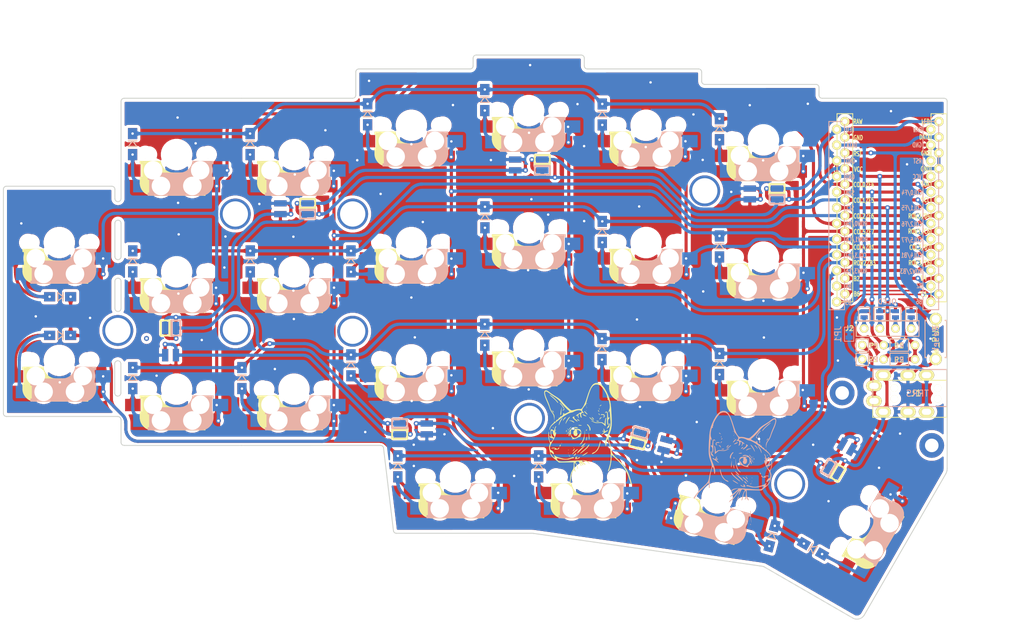
<source format=kicad_pcb>
(kicad_pcb (version 20171130) (host pcbnew "(5.1.9-10.11)")
  (title_block (title "Corne Cherry") (date 2018-11-17) (rev 2.1) (company foostan))
  (layers (0 F.Cu signal) (31 B.Cu signal) (34 B.Paste user) (35 F.Paste user) (36 B.SilkS user) (37 F.SilkS user) (38 B.Mask user) (39 F.Mask user) (44 Edge.Cuts user))
  (net 0 "")
  (net 1 row0)
  (net 2 "Net-(D1-Pad2)")
  (net 3 row1)
  (net 4 "Net-(D2-Pad2)")
  (net 5 row2)
  (net 6 "Net-(D3-Pad2)")
  (net 7 row3)
  (net 8 "Net-(D4-Pad2)")
  (net 9 "Net-(D5-Pad2)")
  (net 10 "Net-(D6-Pad2)")
  (net 11 "Net-(D7-Pad2)")
  (net 12 "Net-(D8-Pad2)")
  (net 13 "Net-(D9-Pad2)")
  (net 14 "Net-(D10-Pad2)")
  (net 15 "Net-(D11-Pad2)")
  (net 16 "Net-(D12-Pad2)")
  (net 17 "Net-(D13-Pad2)")
  (net 18 "Net-(D14-Pad2)")
  (net 19 "Net-(D15-Pad2)")
  (net 20 "Net-(D16-Pad2)")
  (net 21 "Net-(D17-Pad2)")
  (net 22 "Net-(D18-Pad2)")
  (net 23 "Net-(D19-Pad2)")
  (net 24 "Net-(D20-Pad2)")
  (net 25 "Net-(D21-Pad2)")
  (net 26 GND)
  (net 27 VCC)
  (net 28 col0)
  (net 29 col1)
  (net 30 col2)
  (net 31 col3)
  (net 32 col4)
  (net 33 col5)
  (net 34 LED)
  (net 35 data)
  (net 36 reset)
  (net 37 SCL)
  (net 38 SDA)
  (net 39 "Net-(U1-Pad13)")
  (net 40 "Net-(U1-Pad12)")
  (net 41 "Net-(J2-Pad1)")
  (net 42 "Net-(J2-Pad2)")
  (net 43 "Net-(J2-Pad3)")
  (net 44 "Net-(J2-Pad4)")
  (net 45 "Net-(J1-PadA)")
  (net 46 "Net-(J1-PadB)")
  (net 47 "Net-(U1-Pad24)")
  (net 48 "Net-(L22-Pad3)")
  (net 49 "Net-(L22-Pad1)")
  (net 50 "Net-(L23-Pad3)")
  (net 51 "Net-(L25-Pad1)")
  (net 52 "Net-(L26-Pad1)")
  (net 53 "Net-(D22-Pad2)")
  (net 54 "Net-(D23-Pad2)")
  (net 55 "Net-(L27-Pad1)")
  (net 56 col6)
  (net 57 row4)
  (net 58 "Net-(L28-Pad1)")
  (net 59 "Net-(D24-Pad2)")
  (module SofleLib:LEGO_HOLE (layer F.Cu) (at 60.47728 105.62238)
    (fp_text reference H10 hide)
    (fp_text value MountingHole)
    (pad "" thru_hole circle (at 0 0) (size 5 5) (drill 4.1) (layers *.Cu *.Mask))
  )
  (module SofleLib:CherryMX_MidHeight_Hotswap_rev2 (layer F.Cu) (at 89 77.125 180)
    (fp_text reference SW2 hide)
    (fp_text value SW_PUSH hide)
    (pad 1 smd rect (at -7.1 -2.58) (size 2.5 2) (layers B.Cu B.Paste B.Mask) (net 29 col1))
    (pad 2 smd rect (at 7.1 -2.58) (size 2.5 2) (layers F.Cu F.Paste F.Mask) (net 4 "Net-(D2-Pad2)"))
    (pad 1 smd rect (at -5.8 -5.12) (size 2.5 2) (layers F.Cu F.Paste F.Mask) (net 29 col1))
    (pad "" np_thru_hole circle (at -3.81 -2.54) (size 3 3) (drill 3) (layers *.Cu *.Mask))
    (pad "" np_thru_hole circle (at -2.54 -5.08) (size 3 3) (drill 3) (layers *.Cu *.Mask))
    (pad "" np_thru_hole circle (at 3.81 -2.540001) (size 3 3) (drill 3) (layers *.Cu *.Mask))
    (pad "" np_thru_hole circle (at 2.54 -5.08) (size 3 3) (drill 3) (layers *.Cu *.Mask))
    (pad "" np_thru_hole circle (at 0 0 270) (size 4.1 4.1) (drill 4.1) (layers *.Cu *.Mask))
    (pad "" np_thru_hole circle (at 5.08 0 180) (size 1.9 1.9) (drill 1.9) (layers *.Cu *.Mask))
    (pad "" np_thru_hole circle (at -5.08 0 180) (size 1.9 1.9) (drill 1.9) (layers *.Cu *.Mask))
    (pad 2 smd rect (at 5.8 -5.12) (size 2.5 2) (layers B.Cu B.Paste B.Mask) (net 4 "Net-(D2-Pad2)"))
    (pad "" np_thru_hole circle (at -4.5 0 180) (size 1.7 1.7) (drill 1.7) (layers *.Cu *.Mask))
    (pad "" np_thru_hole circle (at 4.5 0 180) (size 1.7 1.7) (drill 1.7) (layers *.Cu *.Mask))
  )
  (module SofleLib:CherryMX_MidHeight_Hotswap_rev2 (layer F.Cu) (at 70 77.125 180)
    (fp_text reference SW1 hide)
    (fp_text value SW_PUSH hide)
    (pad 1 smd rect (at -7.1 -2.58) (size 2.5 2) (layers B.Cu B.Paste B.Mask) (net 28 col0))
    (pad 2 smd rect (at 7.1 -2.58) (size 2.5 2) (layers F.Cu F.Paste F.Mask) (net 2 "Net-(D1-Pad2)"))
    (pad 1 smd rect (at -5.8 -5.12) (size 2.5 2) (layers F.Cu F.Paste F.Mask) (net 28 col0))
    (pad "" np_thru_hole circle (at -3.81 -2.54) (size 3 3) (drill 3) (layers *.Cu *.Mask))
    (pad "" np_thru_hole circle (at -2.54 -5.08) (size 3 3) (drill 3) (layers *.Cu *.Mask))
    (pad "" np_thru_hole circle (at 3.81 -2.540001) (size 3 3) (drill 3) (layers *.Cu *.Mask))
    (pad "" np_thru_hole circle (at 2.54 -5.08) (size 3 3) (drill 3) (layers *.Cu *.Mask))
    (pad "" np_thru_hole circle (at 0 0 270) (size 4.1 4.1) (drill 4.1) (layers *.Cu *.Mask))
    (pad "" np_thru_hole circle (at 5.08 0 180) (size 1.9 1.9) (drill 1.9) (layers *.Cu *.Mask))
    (pad "" np_thru_hole circle (at -5.08 0 180) (size 1.9 1.9) (drill 1.9) (layers *.Cu *.Mask))
    (pad 2 smd rect (at 5.8 -5.12) (size 2.5 2) (layers B.Cu B.Paste B.Mask) (net 2 "Net-(D1-Pad2)"))
    (pad "" np_thru_hole circle (at -4.5 0 180) (size 1.7 1.7) (drill 1.7) (layers *.Cu *.Mask))
    (pad "" np_thru_hole circle (at 4.5 0 180) (size 1.7 1.7) (drill 1.7) (layers *.Cu *.Mask))
  )
  (module SofleLib:sphinx-logo (layer F.Cu) (at 138.77548 132.27598)
    (fp_text reference G1 hide)
    (fp_text value Logo_Open_Hardware_Small hide)
  )
  (module SofleLib:sphinx-logo (layer B.Cu) (at 157.80048 136.80098 180)
    (fp_text reference G2 hide)
    (fp_text value Logo_Open_Hardware_Small hide)
  )
  (module SofleLib:CherryMX_MidHeight_Hotswap_rev2 (layer F.Cu) (at 136.5 129.375 180)
    (fp_text reference SW19 hide)
    (fp_text value SW_PUSH hide)
    (pad 1 smd rect (at -7.1 -2.58) (size 2.5 2) (layers B.Cu B.Paste B.Mask) (net 31 col3))
    (pad 2 smd rect (at 7.1 -2.58) (size 2.5 2) (layers F.Cu F.Paste F.Mask) (net 23 "Net-(D19-Pad2)"))
    (pad 1 smd rect (at -5.8 -5.12) (size 2.5 2) (layers F.Cu F.Paste F.Mask) (net 31 col3))
    (pad "" np_thru_hole circle (at -3.81 -2.54) (size 3 3) (drill 3) (layers *.Cu *.Mask))
    (pad "" np_thru_hole circle (at -2.54 -5.08) (size 3 3) (drill 3) (layers *.Cu *.Mask))
    (pad "" np_thru_hole circle (at 3.81 -2.540001) (size 3 3) (drill 3) (layers *.Cu *.Mask))
    (pad "" np_thru_hole circle (at 2.54 -5.08) (size 3 3) (drill 3) (layers *.Cu *.Mask))
    (pad "" np_thru_hole circle (at 0 0 270) (size 4.1 4.1) (drill 4.1) (layers *.Cu *.Mask))
    (pad "" np_thru_hole circle (at 5.08 0 180) (size 1.9 1.9) (drill 1.9) (layers *.Cu *.Mask))
    (pad "" np_thru_hole circle (at -5.08 0 180) (size 1.9 1.9) (drill 1.9) (layers *.Cu *.Mask))
    (pad 2 smd rect (at 5.8 -5.12) (size 2.5 2) (layers B.Cu B.Paste B.Mask) (net 23 "Net-(D19-Pad2)"))
    (pad "" np_thru_hole circle (at -4.5 0 180) (size 1.7 1.7) (drill 1.7) (layers *.Cu *.Mask))
    (pad "" np_thru_hole circle (at 4.5 0 180) (size 1.7 1.7) (drill 1.7) (layers *.Cu *.Mask))
  )
  (module SofleLib:CherryMX_MidHeight_Hotswap_1.25u_rev2 (layer F.Cu) (at 115.125 129.375 180)
    (fp_text reference SW24 hide)
    (fp_text value SW_PUSH hide)
    (pad 1 smd rect (at -7.1 -2.58) (size 2.5 2) (layers B.Cu B.Paste B.Mask) (net 30 col2))
    (pad 2 smd rect (at 7.1 -2.58) (size 2.5 2) (layers F.Cu F.Paste F.Mask) (net 59 "Net-(D24-Pad2)"))
    (pad 1 smd rect (at -6.069 -5.08) (size 2.5 2) (layers F.Cu F.Paste F.Mask) (net 30 col2))
    (pad "" np_thru_hole circle (at -3.81 -2.54) (size 3 3) (drill 3) (layers *.Cu *.Mask))
    (pad "" np_thru_hole circle (at -2.54 -5.08) (size 3 3) (drill 3) (layers *.Cu *.Mask))
    (pad "" np_thru_hole circle (at 3.81 -2.540001) (size 3 3) (drill 3) (layers *.Cu *.Mask))
    (pad "" np_thru_hole circle (at 2.54 -5.08) (size 3 3) (drill 3) (layers *.Cu *.Mask))
    (pad "" np_thru_hole circle (at 0 0 270) (size 4.1 4.1) (drill 4.1) (layers *.Cu *.Mask))
    (pad "" np_thru_hole circle (at 5.08 0 180) (size 1.9 1.9) (drill 1.9) (layers *.Cu *.Mask))
    (pad "" np_thru_hole circle (at -5.08 0 180) (size 1.9 1.9) (drill 1.9) (layers *.Cu *.Mask))
    (pad 2 smd rect (at 6.069 -5.08) (size 2.5 2) (layers B.Cu B.Paste B.Mask) (net 59 "Net-(D24-Pad2)"))
    (pad "" np_thru_hole circle (at -4.5 0 180) (size 1.7 1.7) (drill 1.7) (layers *.Cu *.Mask))
    (pad "" np_thru_hole circle (at 4.5 0 180) (size 1.7 1.7) (drill 1.7) (layers *.Cu *.Mask))
  )
  (module SofleLib:CherryMX_MidHeight_Hotswap_rev2 (layer B.Cu) (at 157.5 132.75 345)
    (fp_text reference SW20 hide)
    (fp_text value SW_PUSH hide)
    (pad 1 smd rect (at -7.1 2.58 165) (size 2.5 2) (layers F.Cu F.Paste F.Mask) (net 32 col4))
    (pad 2 smd rect (at 7.1 2.58 165) (size 2.5 2) (layers B.Cu B.Paste B.Mask) (net 24 "Net-(D20-Pad2)"))
    (pad 1 smd rect (at -5.8 5.12 165) (size 2.5 2) (layers B.Cu B.Paste B.Mask) (net 32 col4))
    (pad "" np_thru_hole circle (at -3.81 2.54 165) (size 3 3) (drill 3) (layers *.Cu *.Mask))
    (pad "" np_thru_hole circle (at -2.54 5.08 165) (size 3 3) (drill 3) (layers *.Cu *.Mask))
    (pad "" np_thru_hole circle (at 3.81 2.540001 165) (size 3 3) (drill 3) (layers *.Cu *.Mask))
    (pad "" np_thru_hole circle (at 2.54 5.08 165) (size 3 3) (drill 3) (layers *.Cu *.Mask))
    (pad "" np_thru_hole circle (at 0 0 255) (size 4.1 4.1) (drill 4.1) (layers *.Cu *.Mask))
    (pad "" np_thru_hole circle (at 5.08 0 345) (size 1.9 1.9) (drill 1.9) (layers *.Cu *.Mask))
    (pad "" np_thru_hole circle (at -5.08 0 345) (size 1.9 1.9) (drill 1.9) (layers *.Cu *.Mask))
    (pad 2 smd rect (at 5.8 5.12 165) (size 2.5 2) (layers F.Cu F.Paste F.Mask) (net 24 "Net-(D20-Pad2)"))
    (pad "" np_thru_hole circle (at -4.5 0 345) (size 1.7 1.7) (drill 1.7) (layers *.Cu *.Mask))
    (pad "" np_thru_hole circle (at 4.5 0 345) (size 1.7 1.7) (drill 1.7) (layers *.Cu *.Mask))
  )
  (module SofleLib:Diode_SOD123 (layer F.Cu) (at 105.81628 127.64238 270)
    (fp_text reference D24 hide)
    (fp_text value D hide)
    (pad 2 thru_hole rect (at 1.7 0 270) (size 1.8 1.5) (drill 0.4) (layers *.Cu *.Mask) (net 59 "Net-(D24-Pad2)"))
    (pad 1 thru_hole rect (at -1.7 0 270) (size 1.8 1.5) (drill 0.4) (layers *.Cu *.Mask) (net 7 row3))
  )
  (module SofleLib:SK6812MINI_underglow_rev (layer F.Cu) (at 177.41888 126.37418 240)
    (fp_text reference L28 hide)
    (fp_text value SK6812MINI hide)
    (pad 2 smd rect (at -2.2 -0.875 240) (size 2 1) (layers B.Cu B.Paste B.Mask) (net 26 GND))
    (pad 1 smd rect (at -2.2 0.875 240) (size 2 1) (layers B.Cu B.Paste B.Mask) (net 58 "Net-(L28-Pad1)"))
    (pad 4 smd rect (at 2.2 0.875 240) (size 2 1) (layers B.Cu B.Paste B.Mask) (net 27 VCC))
    (pad 3 smd rect (at 2.2 -0.875 240) (size 2 1) (layers B.Cu B.Paste B.Mask) (net 55 "Net-(L27-Pad1)"))
    (pad 2 smd rect (at -2.2 0.875 240) (size 2 1) (layers F.Cu F.Paste F.Mask) (net 26 GND))
    (pad 1 smd rect (at -2.2 -0.875 240) (size 2 1) (layers F.Cu F.Paste F.Mask) (net 58 "Net-(L28-Pad1)"))
    (pad 3 smd rect (at 2.2 0.875 240) (size 2 1) (layers F.Cu F.Paste F.Mask) (net 55 "Net-(L27-Pad1)"))
    (pad 4 smd rect (at 2.2 -0.875 240) (size 2 1) (layers F.Cu F.Paste F.Mask) (net 27 VCC))
  )
  (module SofleLib:CherryMX_MidHeight_Hotswap_rev2 (layer F.Cu) (at 51.00308 110.47378 180)
    (fp_text reference SW23 hide)
    (fp_text value SW_PUSH hide)
    (pad 1 smd rect (at -7.1 -2.58) (size 2.5 2) (layers B.Cu B.Paste B.Mask) (net 29 col1))
    (pad 2 smd rect (at 7.1 -2.58) (size 2.5 2) (layers F.Cu F.Paste F.Mask) (net 54 "Net-(D23-Pad2)"))
    (pad 1 smd rect (at -5.8 -5.12) (size 2.5 2) (layers F.Cu F.Paste F.Mask) (net 29 col1))
    (pad "" np_thru_hole circle (at -3.81 -2.54) (size 3 3) (drill 3) (layers *.Cu *.Mask))
    (pad "" np_thru_hole circle (at -2.54 -5.08) (size 3 3) (drill 3) (layers *.Cu *.Mask))
    (pad "" np_thru_hole circle (at 3.81 -2.540001) (size 3 3) (drill 3) (layers *.Cu *.Mask))
    (pad "" np_thru_hole circle (at 2.54 -5.08) (size 3 3) (drill 3) (layers *.Cu *.Mask))
    (pad "" np_thru_hole circle (at 0 0 270) (size 4.1 4.1) (drill 4.1) (layers *.Cu *.Mask))
    (pad "" np_thru_hole circle (at 5.08 0 180) (size 1.9 1.9) (drill 1.9) (layers *.Cu *.Mask))
    (pad "" np_thru_hole circle (at -5.08 0 180) (size 1.9 1.9) (drill 1.9) (layers *.Cu *.Mask))
    (pad 2 smd rect (at 5.8 -5.12) (size 2.5 2) (layers B.Cu B.Paste B.Mask) (net 54 "Net-(D23-Pad2)"))
    (pad "" np_thru_hole circle (at -4.5 0 180) (size 1.7 1.7) (drill 1.7) (layers *.Cu *.Mask))
    (pad "" np_thru_hole circle (at 4.5 0 180) (size 1.7 1.7) (drill 1.7) (layers *.Cu *.Mask))
  )
  (module SofleLib:CherryMX_MidHeight_Hotswap_rev2 (layer F.Cu) (at 51 91.375 180)
    (fp_text reference SW22 hide)
    (fp_text value SW_PUSH hide)
    (pad 1 smd rect (at -7.1 -2.58) (size 2.5 2) (layers B.Cu B.Paste B.Mask) (net 28 col0))
    (pad 2 smd rect (at 7.1 -2.58) (size 2.5 2) (layers F.Cu F.Paste F.Mask) (net 53 "Net-(D22-Pad2)"))
    (pad 1 smd rect (at -5.8 -5.12) (size 2.5 2) (layers F.Cu F.Paste F.Mask) (net 28 col0))
    (pad "" np_thru_hole circle (at -3.81 -2.54) (size 3 3) (drill 3) (layers *.Cu *.Mask))
    (pad "" np_thru_hole circle (at -2.54 -5.08) (size 3 3) (drill 3) (layers *.Cu *.Mask))
    (pad "" np_thru_hole circle (at 3.81 -2.540001) (size 3 3) (drill 3) (layers *.Cu *.Mask))
    (pad "" np_thru_hole circle (at 2.54 -5.08) (size 3 3) (drill 3) (layers *.Cu *.Mask))
    (pad "" np_thru_hole circle (at 0 0 270) (size 4.1 4.1) (drill 4.1) (layers *.Cu *.Mask))
    (pad "" np_thru_hole circle (at 5.08 0 180) (size 1.9 1.9) (drill 1.9) (layers *.Cu *.Mask))
    (pad "" np_thru_hole circle (at -5.08 0 180) (size 1.9 1.9) (drill 1.9) (layers *.Cu *.Mask))
    (pad 2 smd rect (at 5.8 -5.12) (size 2.5 2) (layers B.Cu B.Paste B.Mask) (net 53 "Net-(D22-Pad2)"))
    (pad "" np_thru_hole circle (at -4.5 0 180) (size 1.7 1.7) (drill 1.7) (layers *.Cu *.Mask))
    (pad "" np_thru_hole circle (at 4.5 0 180) (size 1.7 1.7) (drill 1.7) (layers *.Cu *.Mask))
  )
  (module SofleLib:CherryMX_MidHeight_Hotswap_1.5u_rev2 (layer F.Cu) (at 179.75 136.5 240)
    (fp_text reference SW21 hide)
    (fp_text value SW_PUSH hide)
    (pad "" np_thru_hole circle (at 4.5 0 240) (size 1.7 1.7) (drill 1.7) (layers *.Cu *.Mask))
    (pad "" np_thru_hole circle (at -4.5 0 240) (size 1.7 1.7) (drill 1.7) (layers *.Cu *.Mask))
    (pad 2 smd rect (at 6.069 -5.08 60) (size 2.5 2) (layers B.Cu B.Paste B.Mask) (net 25 "Net-(D21-Pad2)"))
    (pad "" np_thru_hole circle (at -5.08 0 240) (size 1.9 1.9) (drill 1.9) (layers *.Cu *.Mask))
    (pad "" np_thru_hole circle (at 5.08 0 240) (size 1.9 1.9) (drill 1.9) (layers *.Cu *.Mask))
    (pad "" np_thru_hole circle (at 0 0 330) (size 4.1 4.1) (drill 4.1) (layers *.Cu *.Mask))
    (pad "" np_thru_hole circle (at 2.54 -5.08 60) (size 3 3) (drill 3) (layers *.Cu *.Mask))
    (pad "" np_thru_hole circle (at 3.81 -2.540001 60) (size 3 3) (drill 3) (layers *.Cu *.Mask))
    (pad "" np_thru_hole circle (at -2.54 -5.08 60) (size 3 3) (drill 3) (layers *.Cu *.Mask))
    (pad "" np_thru_hole circle (at -3.81 -2.54 60) (size 3 3) (drill 3) (layers *.Cu *.Mask))
    (pad 1 smd rect (at -6.069 -5.08 60) (size 2.5 2) (layers F.Cu F.Paste F.Mask) (net 33 col5))
    (pad 2 smd rect (at 7.1 -2.58 60) (size 2.5 2) (layers F.Cu F.Paste F.Mask) (net 25 "Net-(D21-Pad2)"))
    (pad 1 smd rect (at -7.1 -2.58 60) (size 2.5 2) (layers B.Cu B.Paste B.Mask) (net 33 col5))
  )
  (module SofleLib:CherryMX_MidHeight_Hotswap_rev2 (layer F.Cu) (at 165 112.75 180)
    (fp_text reference SW18 hide)
    (fp_text value SW_PUSH hide)
    (pad 1 smd rect (at -7.1 -2.58) (size 2.5 2) (layers B.Cu B.Paste B.Mask) (net 33 col5))
    (pad 2 smd rect (at 7.1 -2.58) (size 2.5 2) (layers F.Cu F.Paste F.Mask) (net 22 "Net-(D18-Pad2)"))
    (pad 1 smd rect (at -5.8 -5.12) (size 2.5 2) (layers F.Cu F.Paste F.Mask) (net 33 col5))
    (pad "" np_thru_hole circle (at -3.81 -2.54) (size 3 3) (drill 3) (layers *.Cu *.Mask))
    (pad "" np_thru_hole circle (at -2.54 -5.08) (size 3 3) (drill 3) (layers *.Cu *.Mask))
    (pad "" np_thru_hole circle (at 3.81 -2.540001) (size 3 3) (drill 3) (layers *.Cu *.Mask))
    (pad "" np_thru_hole circle (at 2.54 -5.08) (size 3 3) (drill 3) (layers *.Cu *.Mask))
    (pad "" np_thru_hole circle (at 0 0 270) (size 4.1 4.1) (drill 4.1) (layers *.Cu *.Mask))
    (pad "" np_thru_hole circle (at 5.08 0 180) (size 1.9 1.9) (drill 1.9) (layers *.Cu *.Mask))
    (pad "" np_thru_hole circle (at -5.08 0 180) (size 1.9 1.9) (drill 1.9) (layers *.Cu *.Mask))
    (pad 2 smd rect (at 5.8 -5.12) (size 2.5 2) (layers B.Cu B.Paste B.Mask) (net 22 "Net-(D18-Pad2)"))
    (pad "" np_thru_hole circle (at -4.5 0 180) (size 1.7 1.7) (drill 1.7) (layers *.Cu *.Mask))
    (pad "" np_thru_hole circle (at 4.5 0 180) (size 1.7 1.7) (drill 1.7) (layers *.Cu *.Mask))
  )
  (module SofleLib:CherryMX_MidHeight_Hotswap_rev2 (layer F.Cu) (at 146 110.375 180)
    (fp_text reference SW17 hide)
    (fp_text value SW_PUSH hide)
    (pad 1 smd rect (at -7.1 -2.58) (size 2.5 2) (layers B.Cu B.Paste B.Mask) (net 32 col4))
    (pad 2 smd rect (at 7.1 -2.58) (size 2.5 2) (layers F.Cu F.Paste F.Mask) (net 21 "Net-(D17-Pad2)"))
    (pad 1 smd rect (at -5.8 -5.12) (size 2.5 2) (layers F.Cu F.Paste F.Mask) (net 32 col4))
    (pad "" np_thru_hole circle (at -3.81 -2.54) (size 3 3) (drill 3) (layers *.Cu *.Mask))
    (pad "" np_thru_hole circle (at -2.54 -5.08) (size 3 3) (drill 3) (layers *.Cu *.Mask))
    (pad "" np_thru_hole circle (at 3.81 -2.540001) (size 3 3) (drill 3) (layers *.Cu *.Mask))
    (pad "" np_thru_hole circle (at 2.54 -5.08) (size 3 3) (drill 3) (layers *.Cu *.Mask))
    (pad "" np_thru_hole circle (at 0 0 270) (size 4.1 4.1) (drill 4.1) (layers *.Cu *.Mask))
    (pad "" np_thru_hole circle (at 5.08 0 180) (size 1.9 1.9) (drill 1.9) (layers *.Cu *.Mask))
    (pad "" np_thru_hole circle (at -5.08 0 180) (size 1.9 1.9) (drill 1.9) (layers *.Cu *.Mask))
    (pad 2 smd rect (at 5.8 -5.12) (size 2.5 2) (layers B.Cu B.Paste B.Mask) (net 21 "Net-(D17-Pad2)"))
    (pad "" np_thru_hole circle (at -4.5 0 180) (size 1.7 1.7) (drill 1.7) (layers *.Cu *.Mask))
    (pad "" np_thru_hole circle (at 4.5 0 180) (size 1.7 1.7) (drill 1.7) (layers *.Cu *.Mask))
  )
  (module SofleLib:CherryMX_MidHeight_Hotswap_rev2 (layer F.Cu) (at 127 108 180)
    (fp_text reference SW16 hide)
    (fp_text value SW_PUSH hide)
    (pad 1 smd rect (at -7.1 -2.58) (size 2.5 2) (layers B.Cu B.Paste B.Mask) (net 31 col3))
    (pad 2 smd rect (at 7.1 -2.58) (size 2.5 2) (layers F.Cu F.Paste F.Mask) (net 20 "Net-(D16-Pad2)"))
    (pad 1 smd rect (at -5.8 -5.12) (size 2.5 2) (layers F.Cu F.Paste F.Mask) (net 31 col3))
    (pad "" np_thru_hole circle (at -3.81 -2.54) (size 3 3) (drill 3) (layers *.Cu *.Mask))
    (pad "" np_thru_hole circle (at -2.54 -5.08) (size 3 3) (drill 3) (layers *.Cu *.Mask))
    (pad "" np_thru_hole circle (at 3.81 -2.540001) (size 3 3) (drill 3) (layers *.Cu *.Mask))
    (pad "" np_thru_hole circle (at 2.54 -5.08) (size 3 3) (drill 3) (layers *.Cu *.Mask))
    (pad "" np_thru_hole circle (at 0 0 270) (size 4.1 4.1) (drill 4.1) (layers *.Cu *.Mask))
    (pad "" np_thru_hole circle (at 5.08 0 180) (size 1.9 1.9) (drill 1.9) (layers *.Cu *.Mask))
    (pad "" np_thru_hole circle (at -5.08 0 180) (size 1.9 1.9) (drill 1.9) (layers *.Cu *.Mask))
    (pad 2 smd rect (at 5.8 -5.12) (size 2.5 2) (layers B.Cu B.Paste B.Mask) (net 20 "Net-(D16-Pad2)"))
    (pad "" np_thru_hole circle (at -4.5 0 180) (size 1.7 1.7) (drill 1.7) (layers *.Cu *.Mask))
    (pad "" np_thru_hole circle (at 4.5 0 180) (size 1.7 1.7) (drill 1.7) (layers *.Cu *.Mask))
  )
  (module SofleLib:CherryMX_MidHeight_Hotswap_rev2 (layer F.Cu) (at 108 110.375 180)
    (fp_text reference SW15 hide)
    (fp_text value SW_PUSH hide)
    (pad 1 smd rect (at -7.1 -2.58) (size 2.5 2) (layers B.Cu B.Paste B.Mask) (net 30 col2))
    (pad 2 smd rect (at 7.1 -2.58) (size 2.5 2) (layers F.Cu F.Paste F.Mask) (net 19 "Net-(D15-Pad2)"))
    (pad 1 smd rect (at -5.8 -5.12) (size 2.5 2) (layers F.Cu F.Paste F.Mask) (net 30 col2))
    (pad "" np_thru_hole circle (at -3.81 -2.54) (size 3 3) (drill 3) (layers *.Cu *.Mask))
    (pad "" np_thru_hole circle (at -2.54 -5.08) (size 3 3) (drill 3) (layers *.Cu *.Mask))
    (pad "" np_thru_hole circle (at 3.81 -2.540001) (size 3 3) (drill 3) (layers *.Cu *.Mask))
    (pad "" np_thru_hole circle (at 2.54 -5.08) (size 3 3) (drill 3) (layers *.Cu *.Mask))
    (pad "" np_thru_hole circle (at 0 0 270) (size 4.1 4.1) (drill 4.1) (layers *.Cu *.Mask))
    (pad "" np_thru_hole circle (at 5.08 0 180) (size 1.9 1.9) (drill 1.9) (layers *.Cu *.Mask))
    (pad "" np_thru_hole circle (at -5.08 0 180) (size 1.9 1.9) (drill 1.9) (layers *.Cu *.Mask))
    (pad 2 smd rect (at 5.8 -5.12) (size 2.5 2) (layers B.Cu B.Paste B.Mask) (net 19 "Net-(D15-Pad2)"))
    (pad "" np_thru_hole circle (at -4.5 0 180) (size 1.7 1.7) (drill 1.7) (layers *.Cu *.Mask))
    (pad "" np_thru_hole circle (at 4.5 0 180) (size 1.7 1.7) (drill 1.7) (layers *.Cu *.Mask))
  )
  (module SofleLib:CherryMX_MidHeight_Hotswap_rev2 (layer F.Cu) (at 89 115.125 180)
    (fp_text reference SW14 hide)
    (fp_text value SW_PUSH hide)
    (pad 1 smd rect (at -7.1 -2.58) (size 2.5 2) (layers B.Cu B.Paste B.Mask) (net 29 col1))
    (pad 2 smd rect (at 7.1 -2.58) (size 2.5 2) (layers F.Cu F.Paste F.Mask) (net 18 "Net-(D14-Pad2)"))
    (pad 1 smd rect (at -5.8 -5.12) (size 2.5 2) (layers F.Cu F.Paste F.Mask) (net 29 col1))
    (pad "" np_thru_hole circle (at -3.81 -2.54) (size 3 3) (drill 3) (layers *.Cu *.Mask))
    (pad "" np_thru_hole circle (at -2.54 -5.08) (size 3 3) (drill 3) (layers *.Cu *.Mask))
    (pad "" np_thru_hole circle (at 3.81 -2.540001) (size 3 3) (drill 3) (layers *.Cu *.Mask))
    (pad "" np_thru_hole circle (at 2.54 -5.08) (size 3 3) (drill 3) (layers *.Cu *.Mask))
    (pad "" np_thru_hole circle (at 0 0 270) (size 4.1 4.1) (drill 4.1) (layers *.Cu *.Mask))
    (pad "" np_thru_hole circle (at 5.08 0 180) (size 1.9 1.9) (drill 1.9) (layers *.Cu *.Mask))
    (pad "" np_thru_hole circle (at -5.08 0 180) (size 1.9 1.9) (drill 1.9) (layers *.Cu *.Mask))
    (pad 2 smd rect (at 5.8 -5.12) (size 2.5 2) (layers B.Cu B.Paste B.Mask) (net 18 "Net-(D14-Pad2)"))
    (pad "" np_thru_hole circle (at -4.5 0 180) (size 1.7 1.7) (drill 1.7) (layers *.Cu *.Mask))
    (pad "" np_thru_hole circle (at 4.5 0 180) (size 1.7 1.7) (drill 1.7) (layers *.Cu *.Mask))
  )
  (module SofleLib:CherryMX_MidHeight_Hotswap_rev2 (layer F.Cu) (at 70 115.125 180)
    (fp_text reference SW13 hide)
    (fp_text value SW_PUSH hide)
    (pad 1 smd rect (at -7.1 -2.58) (size 2.5 2) (layers B.Cu B.Paste B.Mask) (net 28 col0))
    (pad 2 smd rect (at 7.1 -2.58) (size 2.5 2) (layers F.Cu F.Paste F.Mask) (net 17 "Net-(D13-Pad2)"))
    (pad 1 smd rect (at -5.8 -5.12) (size 2.5 2) (layers F.Cu F.Paste F.Mask) (net 28 col0))
    (pad "" np_thru_hole circle (at -3.81 -2.54) (size 3 3) (drill 3) (layers *.Cu *.Mask))
    (pad "" np_thru_hole circle (at -2.54 -5.08) (size 3 3) (drill 3) (layers *.Cu *.Mask))
    (pad "" np_thru_hole circle (at 3.81 -2.540001) (size 3 3) (drill 3) (layers *.Cu *.Mask))
    (pad "" np_thru_hole circle (at 2.54 -5.08) (size 3 3) (drill 3) (layers *.Cu *.Mask))
    (pad "" np_thru_hole circle (at 0 0 270) (size 4.1 4.1) (drill 4.1) (layers *.Cu *.Mask))
    (pad "" np_thru_hole circle (at 5.08 0 180) (size 1.9 1.9) (drill 1.9) (layers *.Cu *.Mask))
    (pad "" np_thru_hole circle (at -5.08 0 180) (size 1.9 1.9) (drill 1.9) (layers *.Cu *.Mask))
    (pad 2 smd rect (at 5.8 -5.12) (size 2.5 2) (layers B.Cu B.Paste B.Mask) (net 17 "Net-(D13-Pad2)"))
    (pad "" np_thru_hole circle (at -4.5 0 180) (size 1.7 1.7) (drill 1.7) (layers *.Cu *.Mask))
    (pad "" np_thru_hole circle (at 4.5 0 180) (size 1.7 1.7) (drill 1.7) (layers *.Cu *.Mask))
  )
  (module SofleLib:CherryMX_MidHeight_Hotswap_rev2 (layer F.Cu) (at 165 93.75 180)
    (fp_text reference SW12 hide)
    (fp_text value SW_PUSH hide)
    (pad 1 smd rect (at -7.1 -2.58) (size 2.5 2) (layers B.Cu B.Paste B.Mask) (net 33 col5))
    (pad 2 smd rect (at 7.1 -2.58) (size 2.5 2) (layers F.Cu F.Paste F.Mask) (net 16 "Net-(D12-Pad2)"))
    (pad 1 smd rect (at -5.8 -5.12) (size 2.5 2) (layers F.Cu F.Paste F.Mask) (net 33 col5))
    (pad "" np_thru_hole circle (at -3.81 -2.54) (size 3 3) (drill 3) (layers *.Cu *.Mask))
    (pad "" np_thru_hole circle (at -2.54 -5.08) (size 3 3) (drill 3) (layers *.Cu *.Mask))
    (pad "" np_thru_hole circle (at 3.81 -2.540001) (size 3 3) (drill 3) (layers *.Cu *.Mask))
    (pad "" np_thru_hole circle (at 2.54 -5.08) (size 3 3) (drill 3) (layers *.Cu *.Mask))
    (pad "" np_thru_hole circle (at 0 0 270) (size 4.1 4.1) (drill 4.1) (layers *.Cu *.Mask))
    (pad "" np_thru_hole circle (at 5.08 0 180) (size 1.9 1.9) (drill 1.9) (layers *.Cu *.Mask))
    (pad "" np_thru_hole circle (at -5.08 0 180) (size 1.9 1.9) (drill 1.9) (layers *.Cu *.Mask))
    (pad 2 smd rect (at 5.8 -5.12) (size 2.5 2) (layers B.Cu B.Paste B.Mask) (net 16 "Net-(D12-Pad2)"))
    (pad "" np_thru_hole circle (at -4.5 0 180) (size 1.7 1.7) (drill 1.7) (layers *.Cu *.Mask))
    (pad "" np_thru_hole circle (at 4.5 0 180) (size 1.7 1.7) (drill 1.7) (layers *.Cu *.Mask))
  )
  (module SofleLib:CherryMX_MidHeight_Hotswap_rev2 (layer F.Cu) (at 146 91.375 180)
    (fp_text reference SW11 hide)
    (fp_text value SW_PUSH hide)
    (pad 1 smd rect (at -7.1 -2.58) (size 2.5 2) (layers B.Cu B.Paste B.Mask) (net 32 col4))
    (pad 2 smd rect (at 7.1 -2.58) (size 2.5 2) (layers F.Cu F.Paste F.Mask) (net 15 "Net-(D11-Pad2)"))
    (pad 1 smd rect (at -5.8 -5.12) (size 2.5 2) (layers F.Cu F.Paste F.Mask) (net 32 col4))
    (pad "" np_thru_hole circle (at -3.81 -2.54) (size 3 3) (drill 3) (layers *.Cu *.Mask))
    (pad "" np_thru_hole circle (at -2.54 -5.08) (size 3 3) (drill 3) (layers *.Cu *.Mask))
    (pad "" np_thru_hole circle (at 3.81 -2.540001) (size 3 3) (drill 3) (layers *.Cu *.Mask))
    (pad "" np_thru_hole circle (at 2.54 -5.08) (size 3 3) (drill 3) (layers *.Cu *.Mask))
    (pad "" np_thru_hole circle (at 0 0 270) (size 4.1 4.1) (drill 4.1) (layers *.Cu *.Mask))
    (pad "" np_thru_hole circle (at 5.08 0 180) (size 1.9 1.9) (drill 1.9) (layers *.Cu *.Mask))
    (pad "" np_thru_hole circle (at -5.08 0 180) (size 1.9 1.9) (drill 1.9) (layers *.Cu *.Mask))
    (pad 2 smd rect (at 5.8 -5.12) (size 2.5 2) (layers B.Cu B.Paste B.Mask) (net 15 "Net-(D11-Pad2)"))
    (pad "" np_thru_hole circle (at -4.5 0 180) (size 1.7 1.7) (drill 1.7) (layers *.Cu *.Mask))
    (pad "" np_thru_hole circle (at 4.5 0 180) (size 1.7 1.7) (drill 1.7) (layers *.Cu *.Mask))
  )
  (module SofleLib:CherryMX_MidHeight_Hotswap_rev2 (layer F.Cu) (at 127 89 180)
    (fp_text reference SW10 hide)
    (fp_text value SW_PUSH hide)
    (pad 1 smd rect (at -7.1 -2.58) (size 2.5 2) (layers B.Cu B.Paste B.Mask) (net 31 col3))
    (pad 2 smd rect (at 7.1 -2.58) (size 2.5 2) (layers F.Cu F.Paste F.Mask) (net 14 "Net-(D10-Pad2)"))
    (pad 1 smd rect (at -5.8 -5.12) (size 2.5 2) (layers F.Cu F.Paste F.Mask) (net 31 col3))
    (pad "" np_thru_hole circle (at -3.81 -2.54) (size 3 3) (drill 3) (layers *.Cu *.Mask))
    (pad "" np_thru_hole circle (at -2.54 -5.08) (size 3 3) (drill 3) (layers *.Cu *.Mask))
    (pad "" np_thru_hole circle (at 3.81 -2.540001) (size 3 3) (drill 3) (layers *.Cu *.Mask))
    (pad "" np_thru_hole circle (at 2.54 -5.08) (size 3 3) (drill 3) (layers *.Cu *.Mask))
    (pad "" np_thru_hole circle (at 0 0 270) (size 4.1 4.1) (drill 4.1) (layers *.Cu *.Mask))
    (pad "" np_thru_hole circle (at 5.08 0 180) (size 1.9 1.9) (drill 1.9) (layers *.Cu *.Mask))
    (pad "" np_thru_hole circle (at -5.08 0 180) (size 1.9 1.9) (drill 1.9) (layers *.Cu *.Mask))
    (pad 2 smd rect (at 5.8 -5.12) (size 2.5 2) (layers B.Cu B.Paste B.Mask) (net 14 "Net-(D10-Pad2)"))
    (pad "" np_thru_hole circle (at -4.5 0 180) (size 1.7 1.7) (drill 1.7) (layers *.Cu *.Mask))
    (pad "" np_thru_hole circle (at 4.5 0 180) (size 1.7 1.7) (drill 1.7) (layers *.Cu *.Mask))
  )
  (module SofleLib:CherryMX_MidHeight_Hotswap_rev2 (layer F.Cu) (at 108 91.375 180)
    (fp_text reference SW9 hide)
    (fp_text value SW_PUSH hide)
    (pad 1 smd rect (at -7.1 -2.58) (size 2.5 2) (layers B.Cu B.Paste B.Mask) (net 30 col2))
    (pad 2 smd rect (at 7.1 -2.58) (size 2.5 2) (layers F.Cu F.Paste F.Mask) (net 13 "Net-(D9-Pad2)"))
    (pad 1 smd rect (at -5.8 -5.12) (size 2.5 2) (layers F.Cu F.Paste F.Mask) (net 30 col2))
    (pad "" np_thru_hole circle (at -3.81 -2.54) (size 3 3) (drill 3) (layers *.Cu *.Mask))
    (pad "" np_thru_hole circle (at -2.54 -5.08) (size 3 3) (drill 3) (layers *.Cu *.Mask))
    (pad "" np_thru_hole circle (at 3.81 -2.540001) (size 3 3) (drill 3) (layers *.Cu *.Mask))
    (pad "" np_thru_hole circle (at 2.54 -5.08) (size 3 3) (drill 3) (layers *.Cu *.Mask))
    (pad "" np_thru_hole circle (at 0 0 270) (size 4.1 4.1) (drill 4.1) (layers *.Cu *.Mask))
    (pad "" np_thru_hole circle (at 5.08 0 180) (size 1.9 1.9) (drill 1.9) (layers *.Cu *.Mask))
    (pad "" np_thru_hole circle (at -5.08 0 180) (size 1.9 1.9) (drill 1.9) (layers *.Cu *.Mask))
    (pad 2 smd rect (at 5.8 -5.12) (size 2.5 2) (layers B.Cu B.Paste B.Mask) (net 13 "Net-(D9-Pad2)"))
    (pad "" np_thru_hole circle (at -4.5 0 180) (size 1.7 1.7) (drill 1.7) (layers *.Cu *.Mask))
    (pad "" np_thru_hole circle (at 4.5 0 180) (size 1.7 1.7) (drill 1.7) (layers *.Cu *.Mask))
  )
  (module SofleLib:CherryMX_MidHeight_Hotswap_rev2 (layer F.Cu) (at 89 96.125 180)
    (fp_text reference SW8 hide)
    (fp_text value SW_PUSH hide)
    (pad 1 smd rect (at -7.1 -2.58) (size 2.5 2) (layers B.Cu B.Paste B.Mask) (net 29 col1))
    (pad 2 smd rect (at 7.1 -2.58) (size 2.5 2) (layers F.Cu F.Paste F.Mask) (net 12 "Net-(D8-Pad2)"))
    (pad 1 smd rect (at -5.8 -5.12) (size 2.5 2) (layers F.Cu F.Paste F.Mask) (net 29 col1))
    (pad "" np_thru_hole circle (at -3.81 -2.54) (size 3 3) (drill 3) (layers *.Cu *.Mask))
    (pad "" np_thru_hole circle (at -2.54 -5.08) (size 3 3) (drill 3) (layers *.Cu *.Mask))
    (pad "" np_thru_hole circle (at 3.81 -2.540001) (size 3 3) (drill 3) (layers *.Cu *.Mask))
    (pad "" np_thru_hole circle (at 2.54 -5.08) (size 3 3) (drill 3) (layers *.Cu *.Mask))
    (pad "" np_thru_hole circle (at 0 0 270) (size 4.1 4.1) (drill 4.1) (layers *.Cu *.Mask))
    (pad "" np_thru_hole circle (at 5.08 0 180) (size 1.9 1.9) (drill 1.9) (layers *.Cu *.Mask))
    (pad "" np_thru_hole circle (at -5.08 0 180) (size 1.9 1.9) (drill 1.9) (layers *.Cu *.Mask))
    (pad 2 smd rect (at 5.8 -5.12) (size 2.5 2) (layers B.Cu B.Paste B.Mask) (net 12 "Net-(D8-Pad2)"))
    (pad "" np_thru_hole circle (at -4.5 0 180) (size 1.7 1.7) (drill 1.7) (layers *.Cu *.Mask))
    (pad "" np_thru_hole circle (at 4.5 0 180) (size 1.7 1.7) (drill 1.7) (layers *.Cu *.Mask))
  )
  (module SofleLib:CherryMX_MidHeight_Hotswap_rev2 (layer F.Cu) (at 70 96.125 180)
    (fp_text reference SW7 hide)
    (fp_text value SW_PUSH hide)
    (pad 1 smd rect (at -7.1 -2.58) (size 2.5 2) (layers B.Cu B.Paste B.Mask) (net 28 col0))
    (pad 2 smd rect (at 7.1 -2.58) (size 2.5 2) (layers F.Cu F.Paste F.Mask) (net 11 "Net-(D7-Pad2)"))
    (pad 1 smd rect (at -5.8 -5.12) (size 2.5 2) (layers F.Cu F.Paste F.Mask) (net 28 col0))
    (pad "" np_thru_hole circle (at -3.81 -2.54) (size 3 3) (drill 3) (layers *.Cu *.Mask))
    (pad "" np_thru_hole circle (at -2.54 -5.08) (size 3 3) (drill 3) (layers *.Cu *.Mask))
    (pad "" np_thru_hole circle (at 3.81 -2.540001) (size 3 3) (drill 3) (layers *.Cu *.Mask))
    (pad "" np_thru_hole circle (at 2.54 -5.08) (size 3 3) (drill 3) (layers *.Cu *.Mask))
    (pad "" np_thru_hole circle (at 0 0 270) (size 4.1 4.1) (drill 4.1) (layers *.Cu *.Mask))
    (pad "" np_thru_hole circle (at 5.08 0 180) (size 1.9 1.9) (drill 1.9) (layers *.Cu *.Mask))
    (pad "" np_thru_hole circle (at -5.08 0 180) (size 1.9 1.9) (drill 1.9) (layers *.Cu *.Mask))
    (pad 2 smd rect (at 5.8 -5.12) (size 2.5 2) (layers B.Cu B.Paste B.Mask) (net 11 "Net-(D7-Pad2)"))
    (pad "" np_thru_hole circle (at -4.5 0 180) (size 1.7 1.7) (drill 1.7) (layers *.Cu *.Mask))
    (pad "" np_thru_hole circle (at 4.5 0 180) (size 1.7 1.7) (drill 1.7) (layers *.Cu *.Mask))
  )
  (module SofleLib:CherryMX_MidHeight_Hotswap_rev2 (layer F.Cu) (at 165 74.75 180)
    (fp_text reference SW6 hide)
    (fp_text value SW_PUSH hide)
    (pad 1 smd rect (at -7.1 -2.58) (size 2.5 2) (layers B.Cu B.Paste B.Mask) (net 33 col5))
    (pad 2 smd rect (at 7.1 -2.58) (size 2.5 2) (layers F.Cu F.Paste F.Mask) (net 10 "Net-(D6-Pad2)"))
    (pad 1 smd rect (at -5.8 -5.12) (size 2.5 2) (layers F.Cu F.Paste F.Mask) (net 33 col5))
    (pad "" np_thru_hole circle (at -3.81 -2.54) (size 3 3) (drill 3) (layers *.Cu *.Mask))
    (pad "" np_thru_hole circle (at -2.54 -5.08) (size 3 3) (drill 3) (layers *.Cu *.Mask))
    (pad "" np_thru_hole circle (at 3.81 -2.540001) (size 3 3) (drill 3) (layers *.Cu *.Mask))
    (pad "" np_thru_hole circle (at 2.54 -5.08) (size 3 3) (drill 3) (layers *.Cu *.Mask))
    (pad "" np_thru_hole circle (at 0 0 270) (size 4.1 4.1) (drill 4.1) (layers *.Cu *.Mask))
    (pad "" np_thru_hole circle (at 5.08 0 180) (size 1.9 1.9) (drill 1.9) (layers *.Cu *.Mask))
    (pad "" np_thru_hole circle (at -5.08 0 180) (size 1.9 1.9) (drill 1.9) (layers *.Cu *.Mask))
    (pad 2 smd rect (at 5.8 -5.12) (size 2.5 2) (layers B.Cu B.Paste B.Mask) (net 10 "Net-(D6-Pad2)"))
    (pad "" np_thru_hole circle (at -4.5 0 180) (size 1.7 1.7) (drill 1.7) (layers *.Cu *.Mask))
    (pad "" np_thru_hole circle (at 4.5 0 180) (size 1.7 1.7) (drill 1.7) (layers *.Cu *.Mask))
  )
  (module SofleLib:CherryMX_MidHeight_Hotswap_rev2 (layer F.Cu) (at 146 72.375 180)
    (fp_text reference SW5 hide)
    (fp_text value SW_PUSH hide)
    (pad 1 smd rect (at -7.1 -2.58) (size 2.5 2) (layers B.Cu B.Paste B.Mask) (net 32 col4))
    (pad 2 smd rect (at 7.1 -2.58) (size 2.5 2) (layers F.Cu F.Paste F.Mask) (net 9 "Net-(D5-Pad2)"))
    (pad 1 smd rect (at -5.8 -5.12) (size 2.5 2) (layers F.Cu F.Paste F.Mask) (net 32 col4))
    (pad "" np_thru_hole circle (at -3.81 -2.54) (size 3 3) (drill 3) (layers *.Cu *.Mask))
    (pad "" np_thru_hole circle (at -2.54 -5.08) (size 3 3) (drill 3) (layers *.Cu *.Mask))
    (pad "" np_thru_hole circle (at 3.81 -2.540001) (size 3 3) (drill 3) (layers *.Cu *.Mask))
    (pad "" np_thru_hole circle (at 2.54 -5.08) (size 3 3) (drill 3) (layers *.Cu *.Mask))
    (pad "" np_thru_hole circle (at 0 0 270) (size 4.1 4.1) (drill 4.1) (layers *.Cu *.Mask))
    (pad "" np_thru_hole circle (at 5.08 0 180) (size 1.9 1.9) (drill 1.9) (layers *.Cu *.Mask))
    (pad "" np_thru_hole circle (at -5.08 0 180) (size 1.9 1.9) (drill 1.9) (layers *.Cu *.Mask))
    (pad 2 smd rect (at 5.8 -5.12) (size 2.5 2) (layers B.Cu B.Paste B.Mask) (net 9 "Net-(D5-Pad2)"))
    (pad "" np_thru_hole circle (at -4.5 0 180) (size 1.7 1.7) (drill 1.7) (layers *.Cu *.Mask))
    (pad "" np_thru_hole circle (at 4.5 0 180) (size 1.7 1.7) (drill 1.7) (layers *.Cu *.Mask))
  )
  (module SofleLib:CherryMX_MidHeight_Hotswap_rev2 (layer F.Cu) (at 127 70 180)
    (fp_text reference SW4 hide)
    (fp_text value SW_PUSH hide)
    (pad 1 smd rect (at -7.1 -2.58) (size 2.5 2) (layers B.Cu B.Paste B.Mask) (net 31 col3))
    (pad 2 smd rect (at 7.1 -2.58) (size 2.5 2) (layers F.Cu F.Paste F.Mask) (net 8 "Net-(D4-Pad2)"))
    (pad 1 smd rect (at -5.8 -5.12) (size 2.5 2) (layers F.Cu F.Paste F.Mask) (net 31 col3))
    (pad "" np_thru_hole circle (at -3.81 -2.54) (size 3 3) (drill 3) (layers *.Cu *.Mask))
    (pad "" np_thru_hole circle (at -2.54 -5.08) (size 3 3) (drill 3) (layers *.Cu *.Mask))
    (pad "" np_thru_hole circle (at 3.81 -2.540001) (size 3 3) (drill 3) (layers *.Cu *.Mask))
    (pad "" np_thru_hole circle (at 2.54 -5.08) (size 3 3) (drill 3) (layers *.Cu *.Mask))
    (pad "" np_thru_hole circle (at 0 0 270) (size 4.1 4.1) (drill 4.1) (layers *.Cu *.Mask))
    (pad "" np_thru_hole circle (at 5.08 0 180) (size 1.9 1.9) (drill 1.9) (layers *.Cu *.Mask))
    (pad "" np_thru_hole circle (at -5.08 0 180) (size 1.9 1.9) (drill 1.9) (layers *.Cu *.Mask))
    (pad 2 smd rect (at 5.8 -5.12) (size 2.5 2) (layers B.Cu B.Paste B.Mask) (net 8 "Net-(D4-Pad2)"))
    (pad "" np_thru_hole circle (at -4.5 0 180) (size 1.7 1.7) (drill 1.7) (layers *.Cu *.Mask))
    (pad "" np_thru_hole circle (at 4.5 0 180) (size 1.7 1.7) (drill 1.7) (layers *.Cu *.Mask))
  )
  (module SofleLib:CherryMX_MidHeight_Hotswap_rev2 (layer F.Cu) (at 108 72.375 180)
    (fp_text reference SW3 hide)
    (fp_text value SW_PUSH hide)
    (pad 1 smd rect (at -7.1 -2.58) (size 2.5 2) (layers B.Cu B.Paste B.Mask) (net 30 col2))
    (pad 2 smd rect (at 7.1 -2.58) (size 2.5 2) (layers F.Cu F.Paste F.Mask) (net 6 "Net-(D3-Pad2)"))
    (pad 1 smd rect (at -5.8 -5.12) (size 2.5 2) (layers F.Cu F.Paste F.Mask) (net 30 col2))
    (pad "" np_thru_hole circle (at -3.81 -2.54) (size 3 3) (drill 3) (layers *.Cu *.Mask))
    (pad "" np_thru_hole circle (at -2.54 -5.08) (size 3 3) (drill 3) (layers *.Cu *.Mask))
    (pad "" np_thru_hole circle (at 3.81 -2.540001) (size 3 3) (drill 3) (layers *.Cu *.Mask))
    (pad "" np_thru_hole circle (at 2.54 -5.08) (size 3 3) (drill 3) (layers *.Cu *.Mask))
    (pad "" np_thru_hole circle (at 0 0 270) (size 4.1 4.1) (drill 4.1) (layers *.Cu *.Mask))
    (pad "" np_thru_hole circle (at 5.08 0 180) (size 1.9 1.9) (drill 1.9) (layers *.Cu *.Mask))
    (pad "" np_thru_hole circle (at -5.08 0 180) (size 1.9 1.9) (drill 1.9) (layers *.Cu *.Mask))
    (pad 2 smd rect (at 5.8 -5.12) (size 2.5 2) (layers B.Cu B.Paste B.Mask) (net 6 "Net-(D3-Pad2)"))
    (pad "" np_thru_hole circle (at -4.5 0 180) (size 1.7 1.7) (drill 1.7) (layers *.Cu *.Mask))
    (pad "" np_thru_hole circle (at 4.5 0 180) (size 1.7 1.7) (drill 1.7) (layers *.Cu *.Mask))
  )
  (module SofleLib:Diode_SOD123 (layer F.Cu) (at 51.13008 106.40978 180)
    (fp_text reference D23 hide)
    (fp_text value D hide)
    (pad 2 thru_hole rect (at 1.7 0 180) (size 1.8 1.5) (drill 0.4) (layers *.Cu *.Mask) (net 54 "Net-(D23-Pad2)"))
    (pad 1 thru_hole rect (at -1.7 0 180) (size 1.8 1.5) (drill 0.4) (layers *.Cu *.Mask) (net 7 row3))
  )
  (module SofleLib:Diode_SOD123 (layer F.Cu) (at 51.13008 100.16138 180)
    (fp_text reference D22 hide)
    (fp_text value D hide)
    (pad 2 thru_hole rect (at 1.7 0 180) (size 1.8 1.5) (drill 0.4) (layers *.Cu *.Mask) (net 53 "Net-(D22-Pad2)"))
    (pad 1 thru_hole rect (at -1.7 0 180) (size 1.8 1.5) (drill 0.4) (layers *.Cu *.Mask) (net 7 row3))
  )
  (module SofleLib:Diode_SOD123 (layer F.Cu) (at 173.02468 141.00458 330)
    (fp_text reference D21 hide)
    (fp_text value D hide)
    (pad 2 thru_hole rect (at 1.7 0 330) (size 1.8 1.5) (drill 0.4) (layers *.Cu *.Mask) (net 25 "Net-(D21-Pad2)"))
    (pad 1 thru_hole rect (at -1.7 0 330) (size 1.8 1.5) (drill 0.4) (layers *.Cu *.Mask) (net 7 row3))
  )
  (module SofleLib:Diode_SOD123 (layer F.Cu) (at 166.39528 138.92178 255)
    (fp_text reference D20 hide)
    (fp_text value D hide)
    (pad 2 thru_hole rect (at 1.7 0 255) (size 1.8 1.5) (drill 0.4) (layers *.Cu *.Mask) (net 24 "Net-(D20-Pad2)"))
    (pad 1 thru_hole rect (at -1.7 0 255) (size 1.8 1.5) (drill 0.4) (layers *.Cu *.Mask) (net 7 row3))
  )
  (module SofleLib:Diode_SOD123 (layer F.Cu) (at 128.60048 127.64238 270)
    (fp_text reference D19 hide)
    (fp_text value D hide)
    (pad 2 thru_hole rect (at 1.7 0 270) (size 1.8 1.5) (drill 0.4) (layers *.Cu *.Mask) (net 23 "Net-(D19-Pad2)"))
    (pad 1 thru_hole rect (at -1.7 0 270) (size 1.8 1.5) (drill 0.4) (layers *.Cu *.Mask) (net 7 row3))
  )
  (module SofleLib:Diode_SOD123 (layer F.Cu) (at 157.88628 111.05798 270)
    (fp_text reference D18 hide)
    (fp_text value D hide)
    (pad 2 thru_hole rect (at 1.7 0 270) (size 1.8 1.5) (drill 0.4) (layers *.Cu *.Mask) (net 22 "Net-(D18-Pad2)"))
    (pad 1 thru_hole rect (at -1.7 0 270) (size 1.8 1.5) (drill 0.4) (layers *.Cu *.Mask) (net 5 row2))
  )
  (module SofleLib:Diode_SOD123 (layer F.Cu) (at 138.86168 108.64498 270)
    (fp_text reference D17 hide)
    (fp_text value D hide)
    (pad 2 thru_hole rect (at 1.7 0 270) (size 1.8 1.5) (drill 0.4) (layers *.Cu *.Mask) (net 21 "Net-(D17-Pad2)"))
    (pad 1 thru_hole rect (at -1.7 0 270) (size 1.8 1.5) (drill 0.4) (layers *.Cu *.Mask) (net 5 row2))
  )
  (module SofleLib:Diode_SOD123 (layer F.Cu) (at 119.88788 106.30818 270)
    (fp_text reference D16 hide)
    (fp_text value D hide)
    (pad 2 thru_hole rect (at 1.7 0 270) (size 1.8 1.5) (drill 0.4) (layers *.Cu *.Mask) (net 20 "Net-(D16-Pad2)"))
    (pad 1 thru_hole rect (at -1.7 0 270) (size 1.8 1.5) (drill 0.4) (layers *.Cu *.Mask) (net 5 row2))
  )
  (module SofleLib:Diode_SOD123 (layer F.Cu) (at 98.22168 111.26118 270)
    (fp_text reference D15 hide)
    (fp_text value D hide)
    (pad 2 thru_hole rect (at 1.7 0 270) (size 1.8 1.5) (drill 0.4) (layers *.Cu *.Mask) (net 19 "Net-(D15-Pad2)"))
    (pad 1 thru_hole rect (at -1.7 0 270) (size 1.8 1.5) (drill 0.4) (layers *.Cu *.Mask) (net 5 row2))
  )
  (module SofleLib:Diode_SOD123 (layer F.Cu) (at 80.56868 113.34398 270)
    (fp_text reference D14 hide)
    (fp_text value D hide)
    (pad 2 thru_hole rect (at 1.7 0 270) (size 1.8 1.5) (drill 0.4) (layers *.Cu *.Mask) (net 18 "Net-(D14-Pad2)"))
    (pad 1 thru_hole rect (at -1.7 0 270) (size 1.8 1.5) (drill 0.4) (layers *.Cu *.Mask) (net 5 row2))
  )
  (module SofleLib:Diode_SOD123 (layer F.Cu) (at 62.89028 113.34398 270)
    (fp_text reference D13 hide)
    (fp_text value D hide)
    (pad 2 thru_hole rect (at 1.7 0 270) (size 1.8 1.5) (drill 0.4) (layers *.Cu *.Mask) (net 17 "Net-(D13-Pad2)"))
    (pad 1 thru_hole rect (at -1.7 0 270) (size 1.8 1.5) (drill 0.4) (layers *.Cu *.Mask) (net 5 row2))
  )
  (module SofleLib:Diode_SOD123 (layer F.Cu) (at 157.88628 92.00798 270)
    (fp_text reference D12 hide)
    (fp_text value D hide)
    (pad 2 thru_hole rect (at 1.7 0 270) (size 1.8 1.5) (drill 0.4) (layers *.Cu *.Mask) (net 16 "Net-(D12-Pad2)"))
    (pad 1 thru_hole rect (at -1.7 0 270) (size 1.8 1.5) (drill 0.4) (layers *.Cu *.Mask) (net 3 row1))
  )
  (module SofleLib:Diode_SOD123 (layer F.Cu) (at 138.91248 89.64578 270)
    (fp_text reference D11 hide)
    (fp_text value D hide)
    (pad 2 thru_hole rect (at 1.7 0 270) (size 1.8 1.5) (drill 0.4) (layers *.Cu *.Mask) (net 15 "Net-(D11-Pad2)"))
    (pad 1 thru_hole rect (at -1.7 0 270) (size 1.8 1.5) (drill 0.4) (layers *.Cu *.Mask) (net 3 row1))
  )
  (module SofleLib:Diode_SOD123 (layer F.Cu) (at 119.91328 87.28358 270)
    (fp_text reference D10 hide)
    (fp_text value D hide)
    (pad 2 thru_hole rect (at 1.7 0 270) (size 1.8 1.5) (drill 0.4) (layers *.Cu *.Mask) (net 14 "Net-(D10-Pad2)"))
    (pad 1 thru_hole rect (at -1.7 0 270) (size 1.8 1.5) (drill 0.4) (layers *.Cu *.Mask) (net 3 row1))
  )
  (module SofleLib:Diode_SOD123 (layer F.Cu) (at 98.22168 94.42098 270)
    (fp_text reference D9 hide)
    (fp_text value D hide)
    (pad 2 thru_hole rect (at 1.7 0 270) (size 1.8 1.5) (drill 0.4) (layers *.Cu *.Mask) (net 13 "Net-(D9-Pad2)"))
    (pad 1 thru_hole rect (at -1.7 0 270) (size 1.8 1.5) (drill 0.4) (layers *.Cu *.Mask) (net 3 row1))
  )
  (module SofleLib:Diode_SOD123 (layer F.Cu) (at 81.91488 94.42098 270)
    (fp_text reference D8 hide)
    (fp_text value D hide)
    (pad 2 thru_hole rect (at 1.7 0 270) (size 1.8 1.5) (drill 0.4) (layers *.Cu *.Mask) (net 12 "Net-(D8-Pad2)"))
    (pad 1 thru_hole rect (at -1.7 0 270) (size 1.8 1.5) (drill 0.4) (layers *.Cu *.Mask) (net 3 row1))
  )
  (module SofleLib:Diode_SOD123 (layer F.Cu) (at 62.89028 94.42098 270)
    (fp_text reference D7 hide)
    (fp_text value D hide)
    (pad 2 thru_hole rect (at 1.7 0 270) (size 1.8 1.5) (drill 0.4) (layers *.Cu *.Mask) (net 11 "Net-(D7-Pad2)"))
    (pad 1 thru_hole rect (at -1.7 0 270) (size 1.8 1.5) (drill 0.4) (layers *.Cu *.Mask) (net 3 row1))
  )
  (module SofleLib:Diode_SOD123 (layer F.Cu) (at 138.91248 70.62118 270)
    (fp_text reference D5 hide)
    (fp_text value D hide)
    (pad 2 thru_hole rect (at 1.7 0 270) (size 1.8 1.5) (drill 0.4) (layers *.Cu *.Mask) (net 9 "Net-(D5-Pad2)"))
    (pad 1 thru_hole rect (at -1.7 0 270) (size 1.8 1.5) (drill 0.4) (layers *.Cu *.Mask) (net 1 row0))
  )
  (module SofleLib:Diode_SOD123 (layer F.Cu) (at 119.88788 68.28438 270)
    (fp_text reference D4 hide)
    (fp_text value D hide)
    (pad 2 thru_hole rect (at 1.7 0 270) (size 1.8 1.5) (drill 0.4) (layers *.Cu *.Mask) (net 8 "Net-(D4-Pad2)"))
    (pad 1 thru_hole rect (at -1.7 0 270) (size 1.8 1.5) (drill 0.4) (layers *.Cu *.Mask) (net 1 row0))
  )
  (module SofleLib:Diode_SOD123 (layer F.Cu) (at 100.91408 70.59578 270)
    (fp_text reference D3 hide)
    (fp_text value D hide)
    (pad 2 thru_hole rect (at 1.7 0 270) (size 1.8 1.5) (drill 0.4) (layers *.Cu *.Mask) (net 6 "Net-(D3-Pad2)"))
    (pad 1 thru_hole rect (at -1.7 0 270) (size 1.8 1.5) (drill 0.4) (layers *.Cu *.Mask) (net 1 row0))
  )
  (module SofleLib:Diode_SOD123 (layer F.Cu) (at 81.88948 75.42178 270)
    (fp_text reference D2 hide)
    (fp_text value D hide)
    (pad 2 thru_hole rect (at 1.7 0 270) (size 1.8 1.5) (drill 0.4) (layers *.Cu *.Mask) (net 4 "Net-(D2-Pad2)"))
    (pad 1 thru_hole rect (at -1.7 0 270) (size 1.8 1.5) (drill 0.4) (layers *.Cu *.Mask) (net 1 row0))
  )
  (module SofleLib:Diode_SOD123 (layer F.Cu) (at 62.86488 75.42178 270)
    (fp_text reference D1 hide)
    (fp_text value D hide)
    (pad 2 thru_hole rect (at 1.7 0 270) (size 1.8 1.5) (drill 0.4) (layers *.Cu *.Mask) (net 2 "Net-(D1-Pad2)"))
    (pad 1 thru_hole rect (at -1.7 0 270) (size 1.8 1.5) (drill 0.4) (layers *.Cu *.Mask) (net 1 row0))
  )
  (module SofleLib:LEGO_HOLE (layer F.Cu) (at 98.5 105.75)
    (fp_text reference H4 hide)
    (fp_text value MountingHole)
    (pad "" thru_hole circle (at 0 0) (size 5 5) (drill 4.1) (layers *.Cu *.Mask))
  )
  (module SofleLib:LEGO_HOLE (layer F.Cu) (at 98.5 86.75)
    (fp_text reference H3 hide)
    (fp_text value MountingHole)
    (pad "" thru_hole circle (at 0 0) (size 5 5) (drill 4.1) (layers *.Cu *.Mask))
  )
  (module SofleLib:LEGO_HOLE (layer F.Cu) (at 79.5 105.5)
    (fp_text reference H2 hide)
    (fp_text value MountingHole)
    (pad "" thru_hole circle (at 0 0) (size 5 5) (drill 4.1) (layers *.Cu *.Mask))
  )
  (module SofleLib:LEGO_HOLE (layer F.Cu) (at 79.5 86.75)
    (fp_text reference H1 hide)
    (fp_text value MountingHole)
    (pad "" thru_hole circle (at 0 0) (size 5 5) (drill 4.1) (layers *.Cu *.Mask))
  )
  (module SofleLib:SK6812MINI_underglow_rev (layer F.Cu) (at 146.96428 123.60558 165)
    (fp_text reference L27 hide)
    (fp_text value SK6812MINI hide)
    (pad 2 smd rect (at -2.2 -0.875 165) (size 2 1) (layers B.Cu B.Paste B.Mask) (net 26 GND))
    (pad 1 smd rect (at -2.2 0.875 165) (size 2 1) (layers B.Cu B.Paste B.Mask) (net 55 "Net-(L27-Pad1)"))
    (pad 4 smd rect (at 2.2 0.875 165) (size 2 1) (layers B.Cu B.Paste B.Mask) (net 27 VCC))
    (pad 3 smd rect (at 2.2 -0.875 165) (size 2 1) (layers B.Cu B.Paste B.Mask) (net 52 "Net-(L26-Pad1)"))
    (pad 2 smd rect (at -2.2 0.875 165) (size 2 1) (layers F.Cu F.Paste F.Mask) (net 26 GND))
    (pad 1 smd rect (at -2.2 -0.875 165) (size 2 1) (layers F.Cu F.Paste F.Mask) (net 55 "Net-(L27-Pad1)"))
    (pad 3 smd rect (at 2.2 0.875 165) (size 2 1) (layers F.Cu F.Paste F.Mask) (net 52 "Net-(L26-Pad1)"))
    (pad 4 smd rect (at 2.2 -0.875 165) (size 2 1) (layers F.Cu F.Paste F.Mask) (net 27 VCC))
  )
  (module SofleLib:SK6812MINI_underglow_rev (layer F.Cu) (at 108.30548 121.57358 180)
    (fp_text reference L26 hide)
    (fp_text value SK6812MINI hide)
    (pad 2 smd rect (at -2.2 -0.875 180) (size 2 1) (layers B.Cu B.Paste B.Mask) (net 26 GND))
    (pad 1 smd rect (at -2.2 0.875 180) (size 2 1) (layers B.Cu B.Paste B.Mask) (net 52 "Net-(L26-Pad1)"))
    (pad 4 smd rect (at 2.2 0.875 180) (size 2 1) (layers B.Cu B.Paste B.Mask) (net 27 VCC))
    (pad 3 smd rect (at 2.2 -0.875 180) (size 2 1) (layers B.Cu B.Paste B.Mask) (net 51 "Net-(L25-Pad1)"))
    (pad 2 smd rect (at -2.2 0.875 180) (size 2 1) (layers F.Cu F.Paste F.Mask) (net 26 GND))
    (pad 1 smd rect (at -2.2 -0.875 180) (size 2 1) (layers F.Cu F.Paste F.Mask) (net 52 "Net-(L26-Pad1)"))
    (pad 3 smd rect (at 2.2 0.875 180) (size 2 1) (layers F.Cu F.Paste F.Mask) (net 51 "Net-(L25-Pad1)"))
    (pad 4 smd rect (at 2.2 -0.875 180) (size 2 1) (layers F.Cu F.Paste F.Mask) (net 27 VCC))
  )
  (module SofleLib:SK6812MINI_underglow_rev (layer F.Cu) (at 69.01168 107.42578 90)
    (fp_text reference L25 hide)
    (fp_text value SK6812MINI hide)
    (pad 2 smd rect (at -2.2 -0.875 90) (size 2 1) (layers B.Cu B.Paste B.Mask) (net 26 GND))
    (pad 1 smd rect (at -2.2 0.875 90) (size 2 1) (layers B.Cu B.Paste B.Mask) (net 51 "Net-(L25-Pad1)"))
    (pad 4 smd rect (at 2.2 0.875 90) (size 2 1) (layers B.Cu B.Paste B.Mask) (net 27 VCC))
    (pad 3 smd rect (at 2.2 -0.875 90) (size 2 1) (layers B.Cu B.Paste B.Mask) (net 49 "Net-(L22-Pad1)"))
    (pad 2 smd rect (at -2.2 0.875 90) (size 2 1) (layers F.Cu F.Paste F.Mask) (net 26 GND))
    (pad 1 smd rect (at -2.2 -0.875 90) (size 2 1) (layers F.Cu F.Paste F.Mask) (net 51 "Net-(L25-Pad1)"))
    (pad 3 smd rect (at 2.2 0.875 90) (size 2 1) (layers F.Cu F.Paste F.Mask) (net 49 "Net-(L22-Pad1)"))
    (pad 4 smd rect (at 2.2 -0.875 90) (size 2 1) (layers F.Cu F.Paste F.Mask) (net 27 VCC))
  )
  (module SofleLib:SK6812MINI_underglow_rev (layer F.Cu) (at 165 83.5)
    (fp_text reference L24 hide)
    (fp_text value SK6812MINI hide)
    (pad 2 smd rect (at -2.2 -0.875) (size 2 1) (layers B.Cu B.Paste B.Mask) (net 26 GND))
    (pad 1 smd rect (at -2.2 0.875) (size 2 1) (layers B.Cu B.Paste B.Mask) (net 50 "Net-(L23-Pad3)"))
    (pad 4 smd rect (at 2.2 0.875) (size 2 1) (layers B.Cu B.Paste B.Mask) (net 27 VCC))
    (pad 3 smd rect (at 2.2 -0.875) (size 2 1) (layers B.Cu B.Paste B.Mask) (net 34 LED))
    (pad 2 smd rect (at -2.2 0.875) (size 2 1) (layers F.Cu F.Paste F.Mask) (net 26 GND))
    (pad 1 smd rect (at -2.2 -0.875) (size 2 1) (layers F.Cu F.Paste F.Mask) (net 50 "Net-(L23-Pad3)"))
    (pad 3 smd rect (at 2.2 0.875) (size 2 1) (layers F.Cu F.Paste F.Mask) (net 34 LED))
    (pad 4 smd rect (at 2.2 -0.875) (size 2 1) (layers F.Cu F.Paste F.Mask) (net 27 VCC))
  )
  (module SofleLib:SK6812MINI_underglow_rev (layer F.Cu) (at 127 78.8)
    (fp_text reference L23 hide)
    (fp_text value SK6812MINI hide)
    (pad 2 smd rect (at -2.2 -0.875) (size 2 1) (layers B.Cu B.Paste B.Mask) (net 26 GND))
    (pad 1 smd rect (at -2.2 0.875) (size 2 1) (layers B.Cu B.Paste B.Mask) (net 48 "Net-(L22-Pad3)"))
    (pad 4 smd rect (at 2.2 0.875) (size 2 1) (layers B.Cu B.Paste B.Mask) (net 27 VCC))
    (pad 3 smd rect (at 2.2 -0.875) (size 2 1) (layers B.Cu B.Paste B.Mask) (net 50 "Net-(L23-Pad3)"))
    (pad 2 smd rect (at -2.2 0.875) (size 2 1) (layers F.Cu F.Paste F.Mask) (net 26 GND))
    (pad 1 smd rect (at -2.2 -0.875) (size 2 1) (layers F.Cu F.Paste F.Mask) (net 48 "Net-(L22-Pad3)"))
    (pad 3 smd rect (at 2.2 0.875) (size 2 1) (layers F.Cu F.Paste F.Mask) (net 50 "Net-(L23-Pad3)"))
    (pad 4 smd rect (at 2.2 -0.875) (size 2 1) (layers F.Cu F.Paste F.Mask) (net 27 VCC))
  )
  (module SofleLib:SK6812MINI_underglow_rev (layer F.Cu) (at 89 85.9)
    (fp_text reference L22 hide)
    (fp_text value SK6812MINI hide)
    (pad 2 smd rect (at -2.2 -0.875) (size 2 1) (layers B.Cu B.Paste B.Mask) (net 26 GND))
    (pad 1 smd rect (at -2.2 0.875) (size 2 1) (layers B.Cu B.Paste B.Mask) (net 49 "Net-(L22-Pad1)"))
    (pad 4 smd rect (at 2.2 0.875) (size 2 1) (layers B.Cu B.Paste B.Mask) (net 27 VCC))
    (pad 3 smd rect (at 2.2 -0.875) (size 2 1) (layers B.Cu B.Paste B.Mask) (net 48 "Net-(L22-Pad3)"))
    (pad 2 smd rect (at -2.2 0.875) (size 2 1) (layers F.Cu F.Paste F.Mask) (net 26 GND))
    (pad 1 smd rect (at -2.2 -0.875) (size 2 1) (layers F.Cu F.Paste F.Mask) (net 49 "Net-(L22-Pad1)"))
    (pad 3 smd rect (at 2.2 0.875) (size 2 1) (layers F.Cu F.Paste F.Mask) (net 48 "Net-(L22-Pad3)"))
    (pad 4 smd rect (at 2.2 -0.875) (size 2 1) (layers F.Cu F.Paste F.Mask) (net 27 VCC))
  )
  (module SofleLib:Diode_SOD123 (layer F.Cu) (at 157.88628 73.00878 270)
    (fp_text reference D6 hide)
    (fp_text value D hide)
    (pad 2 thru_hole rect (at 1.7 0 270) (size 1.8 1.5) (drill 0.4) (layers *.Cu *.Mask) (net 10 "Net-(D6-Pad2)"))
    (pad 1 thru_hole rect (at -1.7 0 270) (size 1.8 1.5) (drill 0.4) (layers *.Cu *.Mask) (net 1 row0))
  )
  (module Jumper:SolderJumper-2_P1mm_Bridged_Pad0.7x1mm (layer B.Cu) (at 178.86668 106.23198 270)
    (fp_text reference JP1 (at 0 1.8 270) (layer B.SilkS) (effects (justify mirror)))
    (fp_text value " ")
    (fp_poly (pts (xy -0.25 0.3) (xy 0.25 0.3) (xy 0.25 -0.3) (xy -0.25 -0.3)) (layer B.Cu) (width 0))
    (pad 2 smd rect (at 0.55 0 270) (size 0.7 1.2) (layers B.Cu B.Mask) (net 46 "Net-(J1-PadB)"))
    (pad 1 smd rect (at -0.55 0 270) (size 0.7 1.2) (layers B.Cu B.Mask) (net 35 data))
  )
  (module kbd:ProMicro_v2 (layer F.Cu) (at 185.75 86.25)
    (fp_text reference U1 hide)
    (fp_text value ProMicro hide)
    (fp_text user "" (at -0.5 -17.25) (layer F.SilkS))
    (fp_text user "" (at -1.2065 -16.256) (layer B.SilkS) (effects (justify mirror)))
    (fp_text user RAW (at -5.44952 -14.47402) (layer F.SilkS) (effects (font (size 0.75 0.5) (thickness 0.125))))
    (fp_text user LED (at 5.5 -14.478) (layer F.SilkS) (effects (font (size 0.75 0.5) (thickness 0.125))))
    (fp_text user GND (at -5.39952 -11.84902) (layer F.SilkS) (effects (font (size 0.75 0.5) (thickness 0.125))))
    (fp_text user DATA (at 5.35 -11.95) (layer F.SilkS) (effects (font (size 0.75 0.5) (thickness 0.125))))
    (fp_text user RST (at -5.49952 -9.24902) (layer F.SilkS) (effects (font (size 0.75 0.5) (thickness 0.125))))
    (fp_text user GND (at 5.5245 -9.3345) (layer F.SilkS) (effects (font (size 0.75 0.5) (thickness 0.125))))
    (fp_text user VCC (at -5.37452 -6.72402) (layer F.SilkS) (effects (font (size 0.75 0.5) (thickness 0.125))))
    (fp_text user GND (at 5.461 -6.7945) (layer F.SilkS) (effects (font (size 0.75 0.5) (thickness 0.125))))
    (fp_text user COL3/D7 (at 4.57548 5.92598) (layer F.SilkS) (effects (font (size 0.75 0.5) (thickness 0.125))))
    (fp_text user ROW0/D4 (at 4.47548 0.85098) (layer F.SilkS) (effects (font (size 0.75 0.5) (thickness 0.125))))
    (fp_text user COL2/F6 (at -4.49952 0.85098) (layer F.SilkS) (effects (font (size 0.75 0.5) (thickness 0.125))))
    (fp_text user SCL (at 5.461 -1.778) (layer F.SilkS) (effects (font (size 0.75 0.5) (thickness 0.125))))
    (fp_text user COL1/F5 (at -4.49952 -1.69902) (layer F.SilkS) (effects (font (size 0.75 0.5) (thickness 0.125))))
    (fp_text user SDA (at 5.461 -4.318) (layer F.SilkS) (effects (font (size 0.75 0.5) (thickness 0.125))))
    (fp_text user COL0/F4 (at -4.49952 -4.24902) (layer F.SilkS) (effects (font (size 0.75 0.5) (thickness 0.125))))
    (fp_text user B6 (at -5.64952 13.47598) (layer F.SilkS) (effects (font (size 0.75 0.5) (thickness 0.125))))
    (fp_text user B5 (at 5.2 13.5255) (layer F.SilkS) (effects (font (size 0.75 0.5) (thickness 0.125))))
    (fp_text user B4 (at 5.2 10.922) (layer F.SilkS) (effects (font (size 0.75 0.5) (thickness 0.125))))
    (fp_text user B2 (at -5.67452 11.00098) (layer F.SilkS) (effects (font (size 0.75 0.5) (thickness 0.125))))
    (fp_text user ROW3/E6 (at 4.50048 8.42598) (layer F.SilkS) (effects (font (size 0.75 0.5) (thickness 0.125))))
    (fp_text user COL5/F7 (at -4.47452 3.40098) (layer F.SilkS) (effects (font (size 0.75 0.5) (thickness 0.125))))
    (fp_text user ROW2/B3 (at -4.37452 8.45098) (layer F.SilkS) (effects (font (size 0.75 0.5) (thickness 0.125))))
    (fp_text user COL4/B1 (at -4.47452 5.90098) (layer F.SilkS) (effects (font (size 0.75 0.5) (thickness 0.125))))
    (fp_text user ROW1/C6 (at 4.45048 3.32598) (layer F.SilkS) (effects (font (size 0.75 0.5) (thickness 0.125))))
    (fp_text user ROW1/C6 (at -5.64952 4.62598) (layer B.SilkS) (effects (font (size 0.75 0.5) (thickness 0.125)) (justify mirror)))
    (fp_text user COL4/B1 (at 3.22548 7.20098) (layer B.SilkS) (effects (font (size 0.75 0.5) (thickness 0.125)) (justify mirror)))
    (fp_text user ROW2/B3 (at 3.17548 9.80098) (layer B.SilkS) (effects (font (size 0.75 0.5) (thickness 0.125)) (justify mirror)))
    (fp_text user COL5/F7 (at 3.27548 4.72598) (layer B.SilkS) (effects (font (size 0.75 0.5) (thickness 0.125)) (justify mirror)))
    (fp_text user ROW3/E6 (at -5.69952 9.75) (layer B.SilkS) (effects (font (size 0.75 0.5) (thickness 0.125)) (justify mirror)))
    (fp_text user B2 (at 4.5085 12.1285) (layer B.SilkS) (effects (font (size 0.75 0.5) (thickness 0.125)) (justify mirror)))
    (fp_text user B4 (at -6.97452 12.2555) (layer B.SilkS) (effects (font (size 0.75 0.5) (thickness 0.125)) (justify mirror)))
    (fp_text user B5 (at -6.99952 14.85098) (layer B.SilkS) (effects (font (size 0.75 0.5) (thickness 0.125)) (justify mirror)))
    (fp_text user B6 (at 4.445 14.732) (layer B.SilkS) (effects (font (size 0.75 0.5) (thickness 0.125)) (justify mirror)))
    (fp_text user COL0/F4 (at 3.27548 -2.95) (layer B.SilkS) (effects (font (size 0.75 0.5) (thickness 0.125)) (justify mirror)))
    (fp_text user SDA (at -6.72452 -2.92402) (layer B.SilkS) (effects (font (size 0.75 0.5) (thickness 0.125)) (justify mirror)))
    (fp_text user COL1/F5 (at 3.27548 -0.47402) (layer B.SilkS) (effects (font (size 0.75 0.5) (thickness 0.125)) (justify mirror)))
    (fp_text user SCL (at -6.77452 -0.4445) (layer B.SilkS) (effects (font (size 0.75 0.5) (thickness 0.125)) (justify mirror)))
    (fp_text user COL2/F6 (at 3.27548 2.15098) (layer B.SilkS) (effects (font (size 0.75 0.5) (thickness 0.125)) (justify mirror)))
    (fp_text user ROW0/D4 (at -5.69952 2.07598) (layer B.SilkS) (effects (font (size 0.75 0.5) (thickness 0.125)) (justify mirror)))
    (fp_text user COL3/D7 (at -5.74952 7.22598) (layer B.SilkS) (effects (font (size 0.75 0.5) (thickness 0.125)) (justify mirror)))
    (fp_text user GND (at -6.72452 -5.49902) (layer B.SilkS) (effects (font (size 0.75 0.5) (thickness 0.125)) (justify mirror)))
    (fp_text user VCC (at 4.1275 -5.5245) (layer B.SilkS) (effects (font (size 0.75 0.5) (thickness 0.125)) (justify mirror)))
    (fp_text user GND (at -6.62452 -8.07402) (layer B.SilkS) (effects (font (size 0.75 0.5) (thickness 0.125)) (justify mirror)))
    (fp_text user RST (at 4.191 -8.0645) (layer B.SilkS) (effects (font (size 0.75 0.5) (thickness 0.125)) (justify mirror)))
    (fp_text user DATA (at -6.42452 -10.62402) (layer B.SilkS) (effects (font (size 0.75 0.5) (thickness 0.125)) (justify mirror)))
    (fp_text user GND (at 4.1275 -10.668) (layer B.SilkS) (effects (font (size 0.75 0.5) (thickness 0.125)) (justify mirror)))
    (fp_text user LED (at -6.72452 -13.1445) (layer B.SilkS) (effects (font (size 0.75 0.5) (thickness 0.125)) (justify mirror)))
    (fp_text user RAW (at 4.191 -13.1445) (layer B.SilkS) (effects (font (size 0.75 0.5) (thickness 0.125)) (justify mirror)))
    (pad 24 thru_hole circle (at 6.35 -13.208) (size 1.524 1.524) (drill 0.8128) (layers *.Cu *.Mask F.SilkS) (net 47 "Net-(U1-Pad24)"))
    (pad 23 thru_hole circle (at 6.35 -10.668) (size 1.524 1.524) (drill 0.8128) (layers *.Cu *.Mask F.SilkS) (net 26 GND))
    (pad 22 thru_hole circle (at 6.35 -8.128) (size 1.524 1.524) (drill 0.8128) (layers *.Cu *.Mask F.SilkS) (net 36 reset))
    (pad 21 thru_hole circle (at 6.35 -5.588) (size 1.524 1.524) (drill 0.8128) (layers *.Cu *.Mask F.SilkS) (net 27 VCC))
    (pad 20 thru_hole circle (at 6.35 -3.048) (size 1.524 1.524) (drill 0.8128) (layers *.Cu *.Mask F.SilkS) (net 28 col0))
    (pad 19 thru_hole circle (at 6.35 -0.508) (size 1.524 1.524) (drill 0.8128) (layers *.Cu *.Mask F.SilkS) (net 29 col1))
    (pad 18 thru_hole circle (at 6.35 2.032) (size 1.524 1.524) (drill 0.8128) (layers *.Cu *.Mask F.SilkS) (net 30 col2))
    (pad 17 thru_hole circle (at 6.35 4.572) (size 1.524 1.524) (drill 0.8128) (layers *.Cu *.Mask F.SilkS) (net 33 col5))
    (pad 16 thru_hole circle (at 6.35 7.112) (size 1.524 1.524) (drill 0.8128) (layers *.Cu *.Mask F.SilkS) (net 32 col4))
    (pad 15 thru_hole circle (at 6.35 9.652) (size 1.524 1.524) (drill 0.8128) (layers *.Cu *.Mask F.SilkS) (net 5 row2))
    (pad 14 thru_hole circle (at 6.35 12.192) (size 1.524 1.524) (drill 0.8128) (layers *.Cu *.Mask F.SilkS) (net 56 col6))
    (pad 13 thru_hole circle (at 6.35 14.732) (size 1.524 1.524) (drill 0.8128) (layers *.Cu *.Mask F.SilkS) (net 39 "Net-(U1-Pad13)"))
    (pad 12 thru_hole circle (at -8.89 14.732) (size 1.524 1.524) (drill 0.8128) (layers *.Cu *.Mask F.SilkS) (net 40 "Net-(U1-Pad12)"))
    (pad 11 thru_hole circle (at -8.89 12.192) (size 1.524 1.524) (drill 0.8128) (layers *.Cu *.Mask F.SilkS) (net 57 row4))
    (pad 10 thru_hole circle (at -8.89 9.652) (size 1.524 1.524) (drill 0.8128) (layers *.Cu *.Mask F.SilkS) (net 7 row3))
    (pad 9 thru_hole circle (at -8.89 7.112) (size 1.524 1.524) (drill 0.8128) (layers *.Cu *.Mask F.SilkS) (net 31 col3))
    (pad 8 thru_hole circle (at -8.89 4.572) (size 1.524 1.524) (drill 0.8128) (layers *.Cu *.Mask F.SilkS) (net 3 row1))
    (pad 7 thru_hole circle (at -8.89 2.032) (size 1.524 1.524) (drill 0.8128) (layers *.Cu *.Mask F.SilkS) (net 1 row0))
    (pad 6 thru_hole circle (at -8.89 -0.508) (size 1.524 1.524) (drill 0.8128) (layers *.Cu *.Mask F.SilkS) (net 37 SCL))
    (pad 5 thru_hole circle (at -8.89 -3.048) (size 1.524 1.524) (drill 0.8128) (layers *.Cu *.Mask F.SilkS) (net 38 SDA))
    (pad 4 thru_hole circle (at -8.89 -5.588) (size 1.524 1.524) (drill 0.8128) (layers *.Cu *.Mask F.SilkS) (net 26 GND))
    (pad 3 thru_hole circle (at -8.89 -8.128) (size 1.524 1.524) (drill 0.8128) (layers *.Cu *.Mask F.SilkS) (net 26 GND))
    (pad 2 thru_hole circle (at -8.89 -10.668) (size 1.524 1.524) (drill 0.8128) (layers *.Cu *.Mask F.SilkS) (net 35 data))
    (pad 1 thru_hole circle (at -8.89 -13.208) (size 1.524 1.524) (drill 0.8128) (layers *.Cu *.Mask F.SilkS) (net 34 LED))
    (pad 1 thru_hole circle (at 7.6564 -14.478) (size 1.524 1.524) (drill 0.8128) (layers *.Cu *.Mask F.SilkS) (net 34 LED))
    (pad 2 thru_hole circle (at 7.6564 -11.938) (size 1.524 1.524) (drill 0.8128) (layers *.Cu *.Mask F.SilkS) (net 35 data))
    (pad 3 thru_hole circle (at 7.6564 -9.398) (size 1.524 1.524) (drill 0.8128) (layers *.Cu *.Mask F.SilkS) (net 26 GND))
    (pad 4 thru_hole circle (at 7.6564 -6.858) (size 1.524 1.524) (drill 0.8128) (layers *.Cu *.Mask F.SilkS) (net 26 GND))
    (pad 5 thru_hole circle (at 7.6564 -4.318) (size 1.524 1.524) (drill 0.8128) (layers *.Cu *.Mask F.SilkS) (net 38 SDA))
    (pad 6 thru_hole circle (at 7.6564 -1.778) (size 1.524 1.524) (drill 0.8128) (layers *.Cu *.Mask F.SilkS) (net 37 SCL))
    (pad 7 thru_hole circle (at 7.6564 0.762) (size 1.524 1.524) (drill 0.8128) (layers *.Cu *.Mask F.SilkS) (net 1 row0))
    (pad 8 thru_hole circle (at 7.6564 3.302) (size 1.524 1.524) (drill 0.8128) (layers *.Cu *.Mask F.SilkS) (net 3 row1))
    (pad 9 thru_hole circle (at 7.6564 5.842) (size 1.524 1.524) (drill 0.8128) (layers *.Cu *.Mask F.SilkS) (net 31 col3))
    (pad 10 thru_hole circle (at 7.6564 8.382) (size 1.524 1.524) (drill 0.8128) (layers *.Cu *.Mask F.SilkS) (net 7 row3))
    (pad 11 thru_hole circle (at 7.6564 10.922) (size 1.524 1.524) (drill 0.8128) (layers *.Cu *.Mask F.SilkS) (net 57 row4))
    (pad 12 thru_hole circle (at 7.6564 13.462) (size 1.524 1.524) (drill 0.8128) (layers *.Cu *.Mask F.SilkS) (net 40 "Net-(U1-Pad12)"))
    (pad 13 thru_hole circle (at -7.5636 13.462) (size 1.524 1.524) (drill 0.8128) (layers *.Cu *.Mask F.SilkS) (net 39 "Net-(U1-Pad13)"))
    (pad 14 thru_hole circle (at -7.5636 10.922) (size 1.524 1.524) (drill 0.8128) (layers *.Cu *.Mask F.SilkS) (net 56 col6))
    (pad 15 thru_hole circle (at -7.5636 8.382) (size 1.524 1.524) (drill 0.8128) (layers *.Cu *.Mask F.SilkS) (net 5 row2))
    (pad 16 thru_hole circle (at -7.5636 5.842) (size 1.524 1.524) (drill 0.8128) (layers *.Cu *.Mask F.SilkS) (net 32 col4))
    (pad 17 thru_hole circle (at -7.5636 3.302) (size 1.524 1.524) (drill 0.8128) (layers *.Cu *.Mask F.SilkS) (net 33 col5))
    (pad 18 thru_hole circle (at -7.5636 0.762) (size 1.524 1.524) (drill 0.8128) (layers *.Cu *.Mask F.SilkS) (net 30 col2))
    (pad 19 thru_hole circle (at -7.5636 -1.778) (size 1.524 1.524) (drill 0.8128) (layers *.Cu *.Mask F.SilkS) (net 29 col1))
    (pad 20 thru_hole circle (at -7.5636 -4.318) (size 1.524 1.524) (drill 0.8128) (layers *.Cu *.Mask F.SilkS) (net 28 col0))
    (pad 21 thru_hole circle (at -7.5636 -6.858) (size 1.524 1.524) (drill 0.8128) (layers *.Cu *.Mask F.SilkS) (net 27 VCC))
    (pad 22 thru_hole circle (at -7.5636 -9.398) (size 1.524 1.524) (drill 0.8128) (layers *.Cu *.Mask F.SilkS) (net 36 reset))
    (pad 23 thru_hole circle (at -7.5636 -11.938) (size 1.524 1.524) (drill 0.8128) (layers *.Cu *.Mask F.SilkS) (net 26 GND))
    (pad 24 thru_hole circle (at -7.5636 -14.478) (size 1.524 1.524) (drill 0.8128) (layers *.Cu *.Mask F.SilkS) (net 47 "Net-(U1-Pad24)"))
  )
  (module kbd:MJ-4PP-9 (layer F.Cu) (at 194.7 116.7 270)
    (fp_text reference J1 (at -0.92402 4.99952) (layer F.SilkS))
    (fp_text value MJ-4PP-9 hide)
    (fp_text user TRRS (at -0.87402 4.77452) (layer B.SilkS) (effects (justify mirror)))
    (pad "" np_thru_hole circle (at -1.75 8.5 270) (size 1.2 1.2) (drill 1.2) (layers *.Cu *.Mask F.SilkS))
    (pad "" np_thru_hole circle (at -1.75 1.5 270) (size 1.2 1.2) (drill 1.2) (layers *.Cu *.Mask F.SilkS))
    (pad D thru_hole oval (at -3.85 10.3 270) (size 1.7 2.5) (drill oval 1 1.5) (layers *.Cu *.Mask F.SilkS) (net 27 VCC) (clearance 0.15))
    (pad A thru_hole oval (at 0.35 11.8 270) (size 1.7 2.5) (drill oval 1 1.5) (layers *.Cu *.Mask F.SilkS) (net 45 "Net-(J1-PadA)") (clearance 0.15))
    (pad B thru_hole oval (at -3.85 3.3 270) (size 1.7 2.5) (drill oval 1 1.5) (layers *.Cu *.Mask F.SilkS) (net 46 "Net-(J1-PadB)"))
    (pad C thru_hole oval (at -3.85 6.3 270) (size 1.7 2.5) (drill oval 1 1.5) (layers *.Cu *.Mask F.SilkS) (net 26 GND))
    (pad "" np_thru_hole circle (at 0 1.5 270) (size 1.2 1.2) (drill 1.2) (layers *.Cu *.Mask F.SilkS))
    (pad "" np_thru_hole circle (at 0 8.5 270) (size 1.2 1.2) (drill 1.2) (layers *.Cu *.Mask F.SilkS))
    (pad B thru_hole oval (at 2.1 3.3 270) (size 1.7 2.5) (drill oval 1 1.5) (layers *.Cu *.Mask F.SilkS) (net 46 "Net-(J1-PadB)"))
    (pad C thru_hole oval (at 2.1 6.3 270) (size 1.7 2.5) (drill oval 1 1.5) (layers *.Cu *.Mask F.SilkS) (net 26 GND))
    (pad D thru_hole oval (at 2.1 10.3 270) (size 1.7 2.5) (drill oval 1 1.5) (layers *.Cu *.Mask F.SilkS) (net 27 VCC) (clearance 0.15))
    (pad A thru_hole oval (at -2.1 11.8 270) (size 1.7 2.5) (drill oval 1 1.5) (layers *.Cu *.Mask F.SilkS) (net 45 "Net-(J1-PadA)") (clearance 0.15))
  )
  (module kbd:R (layer F.Cu) (at 187 108 180)
    (fp_text reference R1 (at 0.05 -0.08 180) (layer F.SilkS) (effects (font (size 0.8128 0.8128))))
    (fp_text value R hide)
    (fp_text user R1 (at 0 -0.0635 180) (layer B.SilkS) (effects (font (size 0.8128 0.8128)) (justify mirror)))
    (pad 1 thru_hole circle (at -2.54 0 180) (size 1.397 1.397) (drill 0.8128) (layers *.Cu *.Mask F.SilkS) (net 27 VCC))
    (pad 2 thru_hole circle (at 2.54 0 180) (size 1.397 1.397) (drill 0.8128) (layers *.Cu *.Mask F.SilkS) (net 38 SDA))
  )
  (module kbd:R (layer F.Cu) (at 187 110.3 180)
    (fp_text reference R2 (at 0.05 -0.08 180) (layer F.SilkS) (effects (font (size 0.8128 0.8128))))
    (fp_text value R hide)
    (fp_text user R2 (at 0 -0.0635 180) (layer B.SilkS) (effects (font (size 0.8128 0.8128)) (justify mirror)))
    (pad 1 thru_hole circle (at -2.54 0 180) (size 1.397 1.397) (drill 0.8128) (layers *.Cu *.Mask F.SilkS) (net 27 VCC))
    (pad 2 thru_hole circle (at 2.54 0 180) (size 1.397 1.397) (drill 0.8128) (layers *.Cu *.Mask F.SilkS) (net 37 SCL))
  )
  (module kbd:Jumper (layer F.Cu) (at 188.92 103 270)
    (fp_text reference JP2 hide)
    (fp_text value " " (at -2.25 -0.125 270) (layer F.SilkS) (effects (font (size 0.8128 0.8128))))
    (pad 1 smd rect (at -0.50038 0 270) (size 0.635 1.143) (layers F.Cu F.Paste F.Mask) (net 26 GND) (clearance 0.1905))
    (pad 2 smd rect (at 0.50038 0 270) (size 0.635 1.143) (layers F.Cu F.Paste F.Mask) (net 44 "Net-(J2-Pad4)") (clearance 0.1905))
  )
  (module kbd:Jumper (layer F.Cu) (at 186.38 103 270)
    (fp_text reference JP3 hide)
    (fp_text value " " (at -2.25 0.125 270) (layer F.SilkS) (effects (font (size 0.8128 0.8128))))
    (pad 1 smd rect (at -0.50038 0 270) (size 0.635 1.143) (layers F.Cu F.Paste F.Mask) (net 27 VCC) (clearance 0.1905))
    (pad 2 smd rect (at 0.50038 0 270) (size 0.635 1.143) (layers F.Cu F.Paste F.Mask) (net 43 "Net-(J2-Pad3)") (clearance 0.1905))
  )
  (module kbd:Jumper (layer F.Cu) (at 183.84 103 270)
    (fp_text reference JP4 hide)
    (fp_text value " " (at -2.5 -0.125 270) (layer F.SilkS) (effects (font (size 0.8128 0.8128))))
    (pad 1 smd rect (at -0.50038 0 270) (size 0.635 1.143) (layers F.Cu F.Paste F.Mask) (net 37 SCL) (clearance 0.1905))
    (pad 2 smd rect (at 0.50038 0 270) (size 0.635 1.143) (layers F.Cu F.Paste F.Mask) (net 42 "Net-(J2-Pad2)") (clearance 0.1905))
  )
  (module kbd:Jumper (layer F.Cu) (at 181.3 103 270)
    (fp_text reference JP5 hide)
    (fp_text value " " (at -2.25 -0.125 270) (layer F.SilkS) (effects (font (size 0.8128 0.8128))))
    (pad 1 smd rect (at -0.50038 0 270) (size 0.635 1.143) (layers F.Cu F.Paste F.Mask) (net 38 SDA) (clearance 0.1905))
    (pad 2 smd rect (at 0.50038 0 270) (size 0.635 1.143) (layers F.Cu F.Paste F.Mask) (net 41 "Net-(J2-Pad1)") (clearance 0.1905))
  )
  (module kbd:Jumper (layer B.Cu) (at 188.92 103 270)
    (fp_text reference JP6 hide)
    (fp_text value " " (at -2.794 0 270) (layer B.SilkS) (effects (font (size 0.8128 0.8128)) (justify mirror)))
    (pad 1 smd rect (at -0.50038 0 270) (size 0.635 1.143) (layers B.Cu B.Paste B.Mask) (net 38 SDA) (clearance 0.1905))
    (pad 2 smd rect (at 0.50038 0 270) (size 0.635 1.143) (layers B.Cu B.Paste B.Mask) (net 44 "Net-(J2-Pad4)") (clearance 0.1905))
  )
  (module kbd:Jumper (layer B.Cu) (at 186.38 103 270)
    (fp_text reference JP7 hide)
    (fp_text value " " (at -2.794 0 270) (layer B.SilkS) (effects (font (size 0.8128 0.8128)) (justify mirror)))
    (pad 1 smd rect (at -0.50038 0 270) (size 0.635 1.143) (layers B.Cu B.Paste B.Mask) (net 37 SCL) (clearance 0.1905))
    (pad 2 smd rect (at 0.50038 0 270) (size 0.635 1.143) (layers B.Cu B.Paste B.Mask) (net 43 "Net-(J2-Pad3)") (clearance 0.1905))
  )
  (module kbd:Jumper (layer B.Cu) (at 183.84 103 270)
    (fp_text reference JP8 hide)
    (fp_text value " " (at -2.794 0 270) (layer B.SilkS) (effects (font (size 0.8128 0.8128)) (justify mirror)))
    (pad 1 smd rect (at -0.50038 0 270) (size 0.635 1.143) (layers B.Cu B.Paste B.Mask) (net 27 VCC) (clearance 0.1905))
    (pad 2 smd rect (at 0.50038 0 270) (size 0.635 1.143) (layers B.Cu B.Paste B.Mask) (net 42 "Net-(J2-Pad2)") (clearance 0.1905))
  )
  (module kbd:Jumper (layer B.Cu) (at 181.3 103 270)
    (fp_text reference JP9 hide)
    (fp_text value " " (at -2.794 0 270) (layer B.SilkS) (effects (font (size 0.8128 0.8128)) (justify mirror)))
    (pad 1 smd rect (at -0.50038 0 270) (size 0.635 1.143) (layers B.Cu B.Paste B.Mask) (net 26 GND) (clearance 0.1905))
    (pad 2 smd rect (at 0.50038 0 270) (size 0.635 1.143) (layers B.Cu B.Paste B.Mask) (net 41 "Net-(J2-Pad1)") (clearance 0.1905))
  )
  (module kbd:OLED (layer F.Cu) (at 181.3 105.3)
    (fp_text reference J2 (at -2.37452 -0.02402 180) (layer F.SilkS) (effects (font (size 0.8128 0.8128))))
    (fp_text value OLED hide)
    (pad 1 thru_hole circle (at 0 0) (size 1.397 1.397) (drill 0.8128) (layers *.Cu *.Mask F.SilkS) (net 41 "Net-(J2-Pad1)"))
    (pad 2 thru_hole circle (at 2.54 0) (size 1.397 1.397) (drill 0.8128) (layers *.Cu *.Mask F.SilkS) (net 42 "Net-(J2-Pad2)"))
    (pad 3 thru_hole circle (at 5.08 0) (size 1.397 1.397) (drill 0.8128) (layers *.Cu *.Mask F.SilkS) (net 43 "Net-(J2-Pad3)"))
    (pad 4 thru_hole circle (at 7.62 0) (size 1.397 1.397) (drill 0.8128) (layers *.Cu *.Mask F.SilkS) (net 44 "Net-(J2-Pad4)"))
  )
  (module kbd:LEGO_HOLE (layer F.Cu) (at 177.75 115.75)
    (fp_text reference H8 hide)
    (fp_text value MountingHole)
    (pad "" thru_hole circle (at 0 0) (size 4 4) (drill 2.2) (layers *.Cu *.Mask))
  )
  (module kbd:LEGO_HOLE (layer F.Cu) (at 192.25 124.25)
    (fp_text reference H9 hide)
    (fp_text value MountingHole)
    (pad "" thru_hole circle (at 0 0) (size 4 4) (drill 2.2) (layers *.Cu *.Mask))
  )
  (module kbd:LEGO_HOLE (layer F.Cu) (at 155.5 83)
    (fp_text reference H6 hide)
    (fp_text value MountingHole)
    (pad "" thru_hole circle (at 0 0) (size 5 5) (drill 4.1) (layers *.Cu *.Mask))
  )
  (module kbd:LEGO_HOLE (layer F.Cu) (at 127.12548 119.85098)
    (fp_text reference H5 hide)
    (fp_text value MountingHole)
    (pad "" thru_hole circle (at 0 0) (size 5 5) (drill 4.1) (layers *.Cu *.Mask))
  )
  (module kbd:LEGO_HOLE (layer F.Cu) (at 169.25 130.5)
    (fp_text reference H7 hide)
    (fp_text value MountingHole)
    (pad "" thru_hole circle (at 0 0) (size 5 5) (drill 4.1) (layers *.Cu *.Mask))
  )
  (module kbd:1pin_conn (layer F.Cu) (at 181 108)
    (fp_text reference P1 (at 1.9 0.1) (layer F.SilkS) (effects (font (size 0.8128 0.8128))))
    (fp_text value i2c-pin hide)
    (fp_text user P1 (at 1.8 0.1) (layer B.SilkS) (effects (font (size 0.8128 0.8128)) (justify mirror)))
    (pad 1 thru_hole circle (at 0 0) (size 1.397 1.397) (drill 0.8128) (layers *.Cu *.Mask F.SilkS) (net 45 "Net-(J1-PadA)"))
  )
  (module kbd:1pin_conn (layer F.Cu) (at 181 110.3)
    (fp_text reference P2 (at 1.8 0) (layer F.SilkS) (effects (font (size 0.8128 0.8128))))
    (fp_text value i2c-pin hide)
    (fp_text user P2 (at 1.8 0) (layer B.SilkS) (effects (font (size 0.8128 0.8128)) (justify mirror)))
    (pad 1 thru_hole circle (at 0 0) (size 1.397 1.397) (drill 0.8128) (layers *.Cu *.Mask F.SilkS) (net 46 "Net-(J1-PadB)"))
  )
  (module kbd:ResetSW (layer F.Cu) (at 192.9 107 90)
    (fp_text reference RSW1 hide)
    (fp_text value SW_PUSH (at 0 0 90) (layer F.SilkS))
    (fp_text user Reset (at 0.127 0 90) (layer B.SilkS) (effects (justify mirror)))
    (pad 1 thru_hole circle (at 3.25 0 90) (size 2 2) (drill 1.3) (layers *.Cu *.Mask F.SilkS) (net 36 reset))
    (pad 2 thru_hole circle (at -3.25 0 90) (size 2 2) (drill 1.3) (layers *.Cu *.Mask F.SilkS) (net 26 GND))
  )
  (gr_line (start 105.58768 138.48998) (end 127.377793 138.482118) (layer Edge.Cuts) (width 0.15))
  (gr_arc (start 105.58768 137.98998) (end 105.58768 138.48998) (angle 75.01900212) (layer Edge.Cuts) (width 0.15))
  (gr_line (start 60 102.05) (end 60 97.65) (angle 90) (layer Edge.Cuts) (width 0.15))
  (gr_line (start 61 97.65) (end 61 102.05) (angle 90) (layer Edge.Cuts) (width 0.15))
  (gr_arc (start 60.5 97.65) (end 60.5 97.15) (angle 90) (layer Edge.Cuts) (width 0.15))
  (gr_line (start 59.96928 115.75698) (end 59.96928 111.03258) (angle 90) (layer Edge.Cuts) (width 0.15))
  (gr_arc (start 60.46928 111.03258) (end 59.96928 111.03258) (angle 90) (layer Edge.Cuts) (width 0.15))
  (gr_arc (start 60.46928 111.03258) (end 60.46928 110.53258) (angle 90) (layer Edge.Cuts) (width 0.15))
  (gr_arc (start 60.46968 115.75698) (end 59.96928 115.75698) (angle -180) (layer Edge.Cuts) (width 0.15))
  (gr_line (start 60.97008 115.75698) (end 60.96928 111.03258) (angle 90) (layer Edge.Cuts) (width 0.15))
  (gr_arc (start 60.4332 120.12578) (end 60.4332 119.55898) (angle 90) (layer Edge.Cuts) (width 0.15))
  (gr_line (start 61 123.75) (end 61 120.12578) (layer Edge.Cuts) (width 0.15))
  (gr_arc (start 60.5 102.05) (end 60 102.05) (angle -180) (layer Edge.Cuts) (width 0.15))
  (gr_arc (start 59.4996 82.75) (end 59.4996 82.25) (angle 90) (layer Edge.Cuts) (width 0.15))
  (gr_arc (start 60.4996 93.65) (end 60.4996 94.15) (angle 90) (layer Edge.Cuts) (width 0.15))
  (gr_arc (start 60.4996 93.65) (end 60.9996 93.65) (angle 90) (layer Edge.Cuts) (width 0.15))
  (gr_line (start 59.9996 93.65) (end 59.9996 88.25) (angle 90) (layer Edge.Cuts) (width 0.15))
  (gr_arc (start 60.4996 88.25) (end 60.4996 87.75) (angle 90) (layer Edge.Cuts) (width 0.15))
  (gr_line (start 60.9996 88.25) (end 60.9996 93.65) (angle 90) (layer Edge.Cuts) (width 0.15))
  (gr_arc (start 60.4996 88.25) (end 59.9996 88.25) (angle 90) (layer Edge.Cuts) (width 0.15))
  (gr_line (start 60.9996 82.25) (end 60.9996 84.25) (angle 90) (layer Edge.Cuts) (width 0.15))
  (gr_arc (start 60.4996 84.25) (end 60.4996 84.75) (angle 90) (layer Edge.Cuts) (width 0.15))
  (gr_line (start 59.9996 84.25) (end 59.9996 82.75) (angle 90) (layer Edge.Cuts) (width 0.15))
  (gr_arc (start 60.4996 84.25) (end 60.9996 84.25) (angle 90) (layer Edge.Cuts) (width 0.15))
  (gr_arc (start 60.5 97.65) (end 60 97.65) (angle 90) (layer Edge.Cuts) (width 0.15))
  (gr_line (start 41.9496 119.05898) (end 41.9496 82.75) (angle 90) (layer Edge.Cuts) (width 0.15))
  (gr_line (start 42.4496 119.55898) (end 60.4332 119.55898) (angle 90) (layer Edge.Cuts) (width 0.15))
  (gr_arc (start 42.4496 119.05898) (end 41.9496 119.05898) (angle -90) (layer Edge.Cuts) (width 0.15))
  (gr_arc (start 42.4496 82.75) (end 41.9496 82.75) (angle 90) (layer Edge.Cuts) (width 0.15))
  (gr_line (start 42.4496 82.25) (end 59.4996 82.25) (angle 90) (layer Edge.Cuts) (width 0.15))
  (gr_arc (start 193.047765 127.997697) (end 194.522764 128.847696) (angle -30.71750663) (layer Edge.Cuts) (width 0.15))
  (gr_arc (start 180.14425 151.010957) (end 179.369251 152.160956) (angle -90.22347501) (layer Edge.Cuts) (width 0.15))
  (gr_arc (start 164.087404 147.16844) (end 165.075 143.9) (angle -11.21335546) (layer Edge.Cuts) (width 0.15))
  (gr_line (start 181.297263 151.781465) (end 194.525 128.85) (layer Edge.Cuts) (width 0.15))
  (gr_line (start 165.075 143.9) (end 179.369251 152.160956) (layer Edge.Cuts) (width 0.15))
  (gr_line (start 127.75 138.5) (end 164.420556 143.770344) (layer Edge.Cuts) (width 0.15))
  (gr_arc (start 127.444611 140.973963) (end 127.377793 138.482118) (angle 8.573050221) (layer Edge.Cuts) (width 0.15))
  (gr_line (start 103.483855 124.614545) (end 105.104674 138.119229) (angle 90) (layer Edge.Cuts) (width 0.15))
  (gr_text OLED (at 185.02548 100.95098) (layer B.SilkS) (effects (font (size 0.8128 0.8128)) (justify mirror)))
  (gr_line (start 174 66.25) (end 174 67.5) (angle 90) (layer Edge.Cuts) (width 0.15))
  (gr_arc (start 173.5 66.25) (end 173.5 65.75) (angle 90) (layer Edge.Cuts) (width 0.15))
  (gr_arc (start 174.5 67.5) (end 174.5 68) (angle 90) (layer Edge.Cuts) (width 0.15))
  (gr_line (start 194.25 68) (end 174.5 68) (angle 90) (layer Edge.Cuts) (width 0.15))
  (gr_arc (start 103 124.74058) (end 103 124.24058) (angle 75.4) (layer Edge.Cuts) (width 0.15))
  (gr_arc (start 61.5 123.75) (end 61.5 124.25) (angle 90) (layer Edge.Cuts) (width 0.15))
  (gr_arc (start 61.5 68.5) (end 61 68.5) (angle 90) (layer Edge.Cuts) (width 0.15))
  (gr_arc (start 98.5 67.5) (end 99 67.5) (angle 90) (layer Edge.Cuts) (width 0.15))
  (gr_arc (start 99.5 63.75) (end 99 63.75) (angle 90) (layer Edge.Cuts) (width 0.15))
  (gr_arc (start 117.5 62.75) (end 118 62.75) (angle 90) (layer Edge.Cuts) (width 0.15))
  (gr_arc (start 118.5 61.5) (end 118 61.5) (angle 90) (layer Edge.Cuts) (width 0.15))
  (gr_arc (start 135.5 61.5) (end 135.5 61) (angle 90) (layer Edge.Cuts) (width 0.15))
  (gr_arc (start 136.5 62.75) (end 136.5 63.25) (angle 90) (layer Edge.Cuts) (width 0.15))
  (gr_arc (start 154.5 63.75) (end 154.5 63.25) (angle 90) (layer Edge.Cuts) (width 0.15))
  (gr_arc (start 155.5 65.25) (end 155.5 65.75) (angle 90) (layer Edge.Cuts) (width 0.15))
  (gr_arc (start 194.25 68.5) (end 194.25 68) (angle 90) (layer Edge.Cuts) (width 0.15))
  (gr_line (start 194.75 68.5) (end 194.75 127.975) (angle 90) (layer Edge.Cuts) (width 0.15))
  (gr_line (start 103 124.24058) (end 80.5 124.25) (angle 90) (layer Edge.Cuts) (width 0.15))
  (gr_line (start 80.5 68) (end 61.5 68) (angle 90) (layer Edge.Cuts) (width 0.15))
  (gr_line (start 61.5 124.25) (end 80.5 124.25) (angle 90) (layer Edge.Cuts) (width 0.15))
  (gr_line (start 61 68.5) (end 60.9996 82.25) (angle 90) (layer Edge.Cuts) (width 0.15))
  (gr_line (start 98.5 68) (end 80.5 68) (angle 90) (layer Edge.Cuts) (width 0.15))
  (gr_line (start 99 63.75) (end 99 67.5) (angle 90) (layer Edge.Cuts) (width 0.15))
  (gr_line (start 117.5 63.25) (end 99.5 63.25) (angle 90) (layer Edge.Cuts) (width 0.15))
  (gr_line (start 118 61.5) (end 118 62.75) (angle 90) (layer Edge.Cuts) (width 0.15))
  (gr_line (start 135.5 61) (end 118.5 61) (angle 90) (layer Edge.Cuts) (width 0.15))
  (gr_line (start 136 62.75) (end 136 61.5) (angle 90) (layer Edge.Cuts) (width 0.15))
  (gr_line (start 154.5 63.25) (end 136.5 63.25) (angle 90) (layer Edge.Cuts) (width 0.15))
  (gr_line (start 155 65.25) (end 155 63.75) (angle 90) (layer Edge.Cuts) (width 0.15))
  (gr_line (start 173.5 65.75) (end 155.5 65.75) (angle 90) (layer Edge.Cuts) (width 0.15))
  (via (at 65.12548 106.91778) (size 0.8) (drill 0.4) (layers F.Cu B.Cu) (net 0))
  (segment (start 193.406 87.012) (end 193.4064 87.012) (width 0.25) (layer F.Cu) (net 1))
  (segment (start 73.748782 73.72178) (end 62.86488 73.72178) (width 0.5) (layer B.Cu) (net 1))
  (segment (start 81.88948 73.72178) (end 81.38328 73.72178) (width 0.5) (layer B.Cu) (net 1))
  (segment (start 81.38328 73.72178) (end 73.748782 73.72178) (width 0.5) (layer B.Cu) (net 1))
  (segment (start 81.532629 73.72178) (end 81.38328 73.72178) (width 0.5) (layer B.Cu) (net 1))
  (segment (start 175.60088 88.282) (end 176.86 88.282) (width 0.5) (layer F.Cu) (net 1))
  (segment (start 175.60088 88.282) (end 175.355837 88.269961) (width 0.5) (layer F.Cu) (net 1))
  (segment (start 175.355837 88.269961) (end 175.113154 88.233963) (width 0.5) (layer F.Cu) (net 1))
  (segment (start 175.113154 88.233963) (end 174.875168 88.17435) (width 0.5) (layer F.Cu) (net 1))
  (segment (start 174.875168 88.17435) (end 174.644171 88.091698) (width 0.5) (layer F.Cu) (net 1))
  (segment (start 174.644171 88.091698) (end 174.422388 87.986803) (width 0.5) (layer F.Cu) (net 1))
  (segment (start 174.422388 87.986803) (end 174.211954 87.860674) (width 0.5) (layer F.Cu) (net 1))
  (segment (start 174.211954 87.860674) (end 174.014896 87.714526) (width 0.5) (layer F.Cu) (net 1))
  (segment (start 174.014896 87.714526) (end 173.833113 87.549766) (width 0.5) (layer F.Cu) (net 1))
  (segment (start 173.833113 87.549766) (end 173.668353 87.367983) (width 0.5) (layer F.Cu) (net 1))
  (segment (start 173.668353 87.367983) (end 173.522205 87.170925) (width 0.5) (layer F.Cu) (net 1))
  (segment (start 173.522205 87.170925) (end 173.396076 86.960491) (width 0.5) (layer F.Cu) (net 1))
  (segment (start 173.396076 86.960491) (end 173.291181 86.738708) (width 0.5) (layer F.Cu) (net 1))
  (segment (start 173.291181 86.738708) (end 173.208529 86.507711) (width 0.5) (layer F.Cu) (net 1))
  (segment (start 173.208529 86.507711) (end 173.148916 86.269725) (width 0.5) (layer F.Cu) (net 1))
  (segment (start 173.148916 86.269725) (end 173.112918 86.027042) (width 0.5) (layer F.Cu) (net 1))
  (segment (start 173.112918 86.027042) (end 173.10088 85.782) (width 0.5) (layer F.Cu) (net 1))
  (segment (start 156.205786 69.628286) (end 157.88628 71.30878) (width 0.5) (layer B.Cu) (net 1))
  (segment (start 156.205786 69.628286) (end 156.119965 69.546578) (width 0.5) (layer B.Cu) (net 1))
  (segment (start 156.119965 69.546578) (end 156.03024 69.46918) (width 0.5) (layer B.Cu) (net 1))
  (segment (start 156.03024 69.46918) (end 155.936824 69.396278) (width 0.5) (layer B.Cu) (net 1))
  (segment (start 155.936824 69.396278) (end 155.839944 69.328047) (width 0.5) (layer B.Cu) (net 1))
  (segment (start 155.839944 69.328047) (end 155.739833 69.264652) (width 0.5) (layer B.Cu) (net 1))
  (segment (start 155.739833 69.264652) (end 155.636731 69.206246) (width 0.5) (layer B.Cu) (net 1))
  (segment (start 155.636731 69.206246) (end 155.530888 69.152969) (width 0.5) (layer B.Cu) (net 1))
  (segment (start 155.530888 69.152969) (end 155.422559 69.10495) (width 0.5) (layer B.Cu) (net 1))
  (segment (start 155.422559 69.10495) (end 155.312003 69.062304) (width 0.5) (layer B.Cu) (net 1))
  (segment (start 155.312003 69.062304) (end 155.199488 69.025134) (width 0.5) (layer B.Cu) (net 1))
  (segment (start 155.199488 69.025134) (end 155.085285 68.99353) (width 0.5) (layer B.Cu) (net 1))
  (segment (start 155.085285 68.99353) (end 154.969669 68.967567) (width 0.5) (layer B.Cu) (net 1))
  (segment (start 154.969669 68.967567) (end 154.852918 68.947309) (width 0.5) (layer B.Cu) (net 1))
  (segment (start 154.852918 68.947309) (end 154.735314 68.932804) (width 0.5) (layer B.Cu) (net 1))
  (segment (start 154.735314 68.932804) (end 154.617139 68.924087) (width 0.5) (layer B.Cu) (net 1))
  (segment (start 154.617139 68.924087) (end 154.49868 68.92118) (width 0.5) (layer B.Cu) (net 1))
  (segment (start 154.49868 68.92118) (end 138.91248 68.92118) (width 0.5) (layer B.Cu) (net 1))
  (segment (start 137.282786 67.291486) (end 138.91248 68.92118) (width 0.5) (layer B.Cu) (net 1))
  (segment (start 137.282786 67.291486) (end 137.196965 67.209778) (width 0.5) (layer B.Cu) (net 1))
  (segment (start 137.196965 67.209778) (end 137.10724 67.13238) (width 0.5) (layer B.Cu) (net 1))
  (segment (start 137.10724 67.13238) (end 137.013824 67.059478) (width 0.5) (layer B.Cu) (net 1))
  (segment (start 137.013824 67.059478) (end 136.916944 66.991247) (width 0.5) (layer B.Cu) (net 1))
  (segment (start 136.916944 66.991247) (end 136.816833 66.927852) (width 0.5) (layer B.Cu) (net 1))
  (segment (start 136.816833 66.927852) (end 136.713731 66.869446) (width 0.5) (layer B.Cu) (net 1))
  (segment (start 136.713731 66.869446) (end 136.607888 66.816169) (width 0.5) (layer B.Cu) (net 1))
  (segment (start 136.607888 66.816169) (end 136.499559 66.76815) (width 0.5) (layer B.Cu) (net 1))
  (segment (start 136.499559 66.76815) (end 136.389003 66.725504) (width 0.5) (layer B.Cu) (net 1))
  (segment (start 136.389003 66.725504) (end 136.276488 66.688334) (width 0.5) (layer B.Cu) (net 1))
  (segment (start 136.276488 66.688334) (end 136.162285 66.65673) (width 0.5) (layer B.Cu) (net 1))
  (segment (start 136.162285 66.65673) (end 136.046669 66.630767) (width 0.5) (layer B.Cu) (net 1))
  (segment (start 136.046669 66.630767) (end 135.929918 66.610509) (width 0.5) (layer B.Cu) (net 1))
  (segment (start 135.929918 66.610509) (end 135.812314 66.596004) (width 0.5) (layer B.Cu) (net 1))
  (segment (start 135.812314 66.596004) (end 135.694139 66.587287) (width 0.5) (layer B.Cu) (net 1))
  (segment (start 135.694139 66.587287) (end 135.57568 66.58438) (width 0.5) (layer B.Cu) (net 1))
  (segment (start 135.57568 66.58438) (end 119.88788 66.58438) (width 0.5) (layer B.Cu) (net 1))
  (segment (start 102.518373 67.291486) (end 100.91408 68.89578) (width 0.5) (layer B.Cu) (net 1))
  (segment (start 102.518373 67.291486) (end 102.604192 67.209778) (width 0.5) (layer B.Cu) (net 1))
  (segment (start 102.604192 67.209778) (end 102.693918 67.13238) (width 0.5) (layer B.Cu) (net 1))
  (segment (start 102.693918 67.13238) (end 102.787334 67.059478) (width 0.5) (layer B.Cu) (net 1))
  (segment (start 102.787334 67.059478) (end 102.884214 66.991247) (width 0.5) (layer B.Cu) (net 1))
  (segment (start 102.884214 66.991247) (end 102.984325 66.927852) (width 0.5) (layer B.Cu) (net 1))
  (segment (start 102.984325 66.927852) (end 103.087427 66.869446) (width 0.5) (layer B.Cu) (net 1))
  (segment (start 103.087427 66.869446) (end 103.19327 66.816169) (width 0.5) (layer B.Cu) (net 1))
  (segment (start 103.19327 66.816169) (end 103.3016 66.76815) (width 0.5) (layer B.Cu) (net 1))
  (segment (start 103.3016 66.76815) (end 103.412155 66.725504) (width 0.5) (layer B.Cu) (net 1))
  (segment (start 103.412155 66.725504) (end 103.52467 66.688334) (width 0.5) (layer B.Cu) (net 1))
  (segment (start 103.52467 66.688334) (end 103.638873 66.65673) (width 0.5) (layer B.Cu) (net 1))
  (segment (start 103.638873 66.65673) (end 103.75449 66.630767) (width 0.5) (layer B.Cu) (net 1))
  (segment (start 103.75449 66.630767) (end 103.871241 66.610509) (width 0.5) (layer B.Cu) (net 1))
  (segment (start 103.871241 66.610509) (end 103.988845 66.596004) (width 0.5) (layer B.Cu) (net 1))
  (segment (start 103.988845 66.596004) (end 104.10702 66.587287) (width 0.5) (layer B.Cu) (net 1))
  (segment (start 104.10702 66.587287) (end 104.22548 66.58438) (width 0.5) (layer B.Cu) (net 1))
  (segment (start 104.22548 66.58438) (end 119.88788 66.58438) (width 0.5) (layer B.Cu) (net 1))
  (segment (start 86.008373 69.602886) (end 81.88948 73.72178) (width 0.5) (layer B.Cu) (net 1))
  (segment (start 86.008373 69.602886) (end 86.094192 69.521178) (width 0.5) (layer B.Cu) (net 1))
  (segment (start 86.094192 69.521178) (end 86.183918 69.44378) (width 0.5) (layer B.Cu) (net 1))
  (segment (start 86.183918 69.44378) (end 86.277334 69.370878) (width 0.5) (layer B.Cu) (net 1))
  (segment (start 86.277334 69.370878) (end 86.374214 69.302647) (width 0.5) (layer B.Cu) (net 1))
  (segment (start 86.374214 69.302647) (end 86.474325 69.239252) (width 0.5) (layer B.Cu) (net 1))
  (segment (start 86.474325 69.239252) (end 86.577427 69.180846) (width 0.5) (layer B.Cu) (net 1))
  (segment (start 86.577427 69.180846) (end 86.68327 69.127569) (width 0.5) (layer B.Cu) (net 1))
  (segment (start 86.68327 69.127569) (end 86.7916 69.07955) (width 0.5) (layer B.Cu) (net 1))
  (segment (start 86.7916 69.07955) (end 86.902155 69.036904) (width 0.5) (layer B.Cu) (net 1))
  (segment (start 86.902155 69.036904) (end 87.01467 68.999734) (width 0.5) (layer B.Cu) (net 1))
  (segment (start 87.01467 68.999734) (end 87.128873 68.96813) (width 0.5) (layer B.Cu) (net 1))
  (segment (start 87.128873 68.96813) (end 87.24449 68.942167) (width 0.5) (layer B.Cu) (net 1))
  (segment (start 87.24449 68.942167) (end 87.361241 68.921909) (width 0.5) (layer B.Cu) (net 1))
  (segment (start 87.361241 68.921909) (end 87.478845 68.907404) (width 0.5) (layer B.Cu) (net 1))
  (segment (start 87.478845 68.907404) (end 87.59702 68.898687) (width 0.5) (layer B.Cu) (net 1))
  (segment (start 87.59702 68.898687) (end 87.71548 68.89578) (width 0.5) (layer B.Cu) (net 1))
  (segment (start 87.71548 68.89578) (end 100.91408 68.89578) (width 0.5) (layer B.Cu) (net 1))
  (segment (start 166.25928 71.30878) (end 157.88628 71.30878) (width 0.5) (layer F.Cu) (net 1))
  (segment (start 166.25928 71.30878) (end 166.555429 71.31605) (width 0.5) (layer F.Cu) (net 1))
  (segment (start 166.555429 71.31605) (end 166.850865 71.337842) (width 0.5) (layer F.Cu) (net 1))
  (segment (start 166.850865 71.337842) (end 167.144876 71.374105) (width 0.5) (layer F.Cu) (net 1))
  (segment (start 167.144876 71.374105) (end 167.436753 71.424751) (width 0.5) (layer F.Cu) (net 1))
  (segment (start 167.436753 71.424751) (end 167.725794 71.489657) (width 0.5) (layer F.Cu) (net 1))
  (segment (start 167.725794 71.489657) (end 168.011302 71.568667) (width 0.5) (layer F.Cu) (net 1))
  (segment (start 168.011302 71.568667) (end 168.292589 71.661592) (width 0.5) (layer F.Cu) (net 1))
  (segment (start 168.292589 71.661592) (end 168.568978 71.768207) (width 0.5) (layer F.Cu) (net 1))
  (segment (start 168.568978 71.768207) (end 168.839802 71.888255) (width 0.5) (layer F.Cu) (net 1))
  (segment (start 168.839802 71.888255) (end 169.10441 72.021447) (width 0.5) (layer F.Cu) (net 1))
  (segment (start 169.10441 72.021447) (end 169.362163 72.167463) (width 0.5) (layer F.Cu) (net 1))
  (segment (start 169.362163 72.167463) (end 169.612441 72.32595) (width 0.5) (layer F.Cu) (net 1))
  (segment (start 169.612441 72.32595) (end 169.854642 72.496527) (width 0.5) (layer F.Cu) (net 1))
  (segment (start 169.854642 72.496527) (end 170.08818 72.678782) (width 0.5) (layer F.Cu) (net 1))
  (segment (start 170.08818 72.678782) (end 170.312495 72.872277) (width 0.5) (layer F.Cu) (net 1))
  (segment (start 170.312495 72.872277) (end 170.527046 73.076546) (width 0.5) (layer F.Cu) (net 1))
  (segment (start 173.10088 78.15038) (end 173.10088 85.782) (width 0.5) (layer F.Cu) (net 1))
  (segment (start 173.10088 78.15038) (end 173.093609 77.85423) (width 0.5) (layer F.Cu) (net 1))
  (segment (start 173.093609 77.85423) (end 173.071817 77.558794) (width 0.5) (layer F.Cu) (net 1))
  (segment (start 173.071817 77.558794) (end 173.035554 77.264783) (width 0.5) (layer F.Cu) (net 1))
  (segment (start 173.035554 77.264783) (end 172.984908 76.972905) (width 0.5) (layer F.Cu) (net 1))
  (segment (start 172.984908 76.972905) (end 172.920002 76.683864) (width 0.5) (layer F.Cu) (net 1))
  (segment (start 172.920002 76.683864) (end 172.840991 76.398356) (width 0.5) (layer F.Cu) (net 1))
  (segment (start 172.840991 76.398356) (end 172.748067 76.117069) (width 0.5) (layer F.Cu) (net 1))
  (segment (start 172.748067 76.117069) (end 172.641452 75.840681) (width 0.5) (layer F.Cu) (net 1))
  (segment (start 172.641452 75.840681) (end 172.521404 75.569856) (width 0.5) (layer F.Cu) (net 1))
  (segment (start 172.521404 75.569856) (end 172.388211 75.305248) (width 0.5) (layer F.Cu) (net 1))
  (segment (start 172.388211 75.305248) (end 172.242196 75.047495) (width 0.5) (layer F.Cu) (net 1))
  (segment (start 172.242196 75.047495) (end 172.083709 74.797216) (width 0.5) (layer F.Cu) (net 1))
  (segment (start 172.083709 74.797216) (end 171.913132 74.555016) (width 0.5) (layer F.Cu) (net 1))
  (segment (start 171.913132 74.555016) (end 171.730876 74.321477) (width 0.5) (layer F.Cu) (net 1))
  (segment (start 171.730876 74.321477) (end 171.537381 74.097163) (width 0.5) (layer F.Cu) (net 1))
  (segment (start 171.537381 74.097163) (end 171.333113 73.882613) (width 0.5) (layer F.Cu) (net 1))
  (segment (start 171.333113 73.882613) (end 170.527046 73.076546) (width 0.5) (layer F.Cu) (net 1))
  (segment (start 192.28346 87.012) (end 193.4064 87.012) (width 0.5) (layer F.Cu) (net 1))
  (segment (start 192.28346 87.012) (end 192.194615 87.01418) (width 0.5) (layer F.Cu) (net 1))
  (segment (start 192.194615 87.01418) (end 192.105984 87.020718) (width 0.5) (layer F.Cu) (net 1))
  (segment (start 192.105984 87.020718) (end 192.01778 87.031597) (width 0.5) (layer F.Cu) (net 1))
  (segment (start 192.01778 87.031597) (end 191.930217 87.04679) (width 0.5) (layer F.Cu) (net 1))
  (segment (start 191.930217 87.04679) (end 191.843505 87.066262) (width 0.5) (layer F.Cu) (net 1))
  (segment (start 191.843505 87.066262) (end 191.757852 87.089965) (width 0.5) (layer F.Cu) (net 1))
  (segment (start 191.757852 87.089965) (end 191.673466 87.117843) (width 0.5) (layer F.Cu) (net 1))
  (segment (start 191.673466 87.117843) (end 191.590549 87.149827) (width 0.5) (layer F.Cu) (net 1))
  (segment (start 191.590549 87.149827) (end 191.509302 87.185842) (width 0.5) (layer F.Cu) (net 1))
  (segment (start 191.509302 87.185842) (end 191.429919 87.2258) (width 0.5) (layer F.Cu) (net 1))
  (segment (start 191.429919 87.2258) (end 191.352593 87.269604) (width 0.5) (layer F.Cu) (net 1))
  (segment (start 191.352593 87.269604) (end 191.27751 87.31715) (width 0.5) (layer F.Cu) (net 1))
  (segment (start 191.27751 87.31715) (end 191.204849 87.368323) (width 0.5) (layer F.Cu) (net 1))
  (segment (start 191.204849 87.368323) (end 191.134788 87.423) (width 0.5) (layer F.Cu) (net 1))
  (segment (start 191.134788 87.423) (end 191.067493 87.481049) (width 0.5) (layer F.Cu) (net 1))
  (segment (start 191.067493 87.481049) (end 191.003129 87.54233) (width 0.5) (layer F.Cu) (net 1))
  (segment (start 189.51346 88.282) (end 176.86 88.282) (width 0.5) (layer F.Cu) (net 1))
  (segment (start 189.51346 88.282) (end 189.602304 88.279818) (width 0.5) (layer F.Cu) (net 1))
  (segment (start 189.602304 88.279818) (end 189.690935 88.27328) (width 0.5) (layer F.Cu) (net 1))
  (segment (start 189.690935 88.27328) (end 189.779138 88.262401) (width 0.5) (layer F.Cu) (net 1))
  (segment (start 189.779138 88.262401) (end 189.866701 88.247207) (width 0.5) (layer F.Cu) (net 1))
  (segment (start 189.866701 88.247207) (end 189.953414 88.227735) (width 0.5) (layer F.Cu) (net 1))
  (segment (start 189.953414 88.227735) (end 190.039066 88.204032) (width 0.5) (layer F.Cu) (net 1))
  (segment (start 190.039066 88.204032) (end 190.123452 88.176155) (width 0.5) (layer F.Cu) (net 1))
  (segment (start 190.123452 88.176155) (end 190.206369 88.14417) (width 0.5) (layer F.Cu) (net 1))
  (segment (start 190.206369 88.14417) (end 190.287616 88.108156) (width 0.5) (layer F.Cu) (net 1))
  (segment (start 190.287616 88.108156) (end 190.366998 88.068198) (width 0.5) (layer F.Cu) (net 1))
  (segment (start 190.366998 88.068198) (end 190.444324 88.024393) (width 0.5) (layer F.Cu) (net 1))
  (segment (start 190.444324 88.024393) (end 190.519407 87.976847) (width 0.5) (layer F.Cu) (net 1))
  (segment (start 190.519407 87.976847) (end 190.592067 87.925674) (width 0.5) (layer F.Cu) (net 1))
  (segment (start 190.592067 87.925674) (end 190.662129 87.870997) (width 0.5) (layer F.Cu) (net 1))
  (segment (start 190.662129 87.870997) (end 190.729423 87.812949) (width 0.5) (layer F.Cu) (net 1))
  (segment (start 190.729423 87.812949) (end 190.793789 87.751669) (width 0.5) (layer F.Cu) (net 1))
  (segment (start 190.793789 87.751669) (end 191.003129 87.54233) (width 0.5) (layer F.Cu) (net 1))
  (segment (start 62.9 77.1569) (end 62.86488 77.12178) (width 0.5) (layer F.Cu) (net 2))
  (segment (start 62.9 79.705) (end 62.9 77.1569) (width 0.5) (layer F.Cu) (net 2))
  (segment (start 63.39521 81.44021) (end 64.2 82.245) (width 0.5) (layer B.Cu) (net 2))
  (segment (start 63.39521 81.44021) (end 63.333929 81.375844) (width 0.5) (layer B.Cu) (net 2))
  (segment (start 63.333929 81.375844) (end 63.27588 81.30855) (width 0.5) (layer B.Cu) (net 2))
  (segment (start 63.27588 81.30855) (end 63.221204 81.238488) (width 0.5) (layer B.Cu) (net 2))
  (segment (start 63.221204 81.238488) (end 63.170031 81.165828) (width 0.5) (layer B.Cu) (net 2))
  (segment (start 63.170031 81.165828) (end 63.122485 81.090745) (width 0.5) (layer B.Cu) (net 2))
  (segment (start 63.122485 81.090745) (end 63.07868 81.013419) (width 0.5) (layer B.Cu) (net 2))
  (segment (start 63.07868 81.013419) (end 63.038722 80.934036) (width 0.5) (layer B.Cu) (net 2))
  (segment (start 63.038722 80.934036) (end 63.002708 80.852789) (width 0.5) (layer B.Cu) (net 2))
  (segment (start 63.002708 80.852789) (end 62.970723 80.769872) (width 0.5) (layer B.Cu) (net 2))
  (segment (start 62.970723 80.769872) (end 62.942846 80.685486) (width 0.5) (layer B.Cu) (net 2))
  (segment (start 62.942846 80.685486) (end 62.919143 80.599834) (width 0.5) (layer B.Cu) (net 2))
  (segment (start 62.919143 80.599834) (end 62.899671 80.513122) (width 0.5) (layer B.Cu) (net 2))
  (segment (start 62.899671 80.513122) (end 62.884477 80.425559) (width 0.5) (layer B.Cu) (net 2))
  (segment (start 62.884477 80.425559) (end 62.873598 80.337355) (width 0.5) (layer B.Cu) (net 2))
  (segment (start 62.873598 80.337355) (end 62.86706 80.248724) (width 0.5) (layer B.Cu) (net 2))
  (segment (start 62.86706 80.248724) (end 62.86488 80.15988) (width 0.5) (layer B.Cu) (net 2))
  (segment (start 62.86488 80.15988) (end 62.86488 77.12178) (width 0.5) (layer B.Cu) (net 2))
  (segment (start 193.406 89.552) (end 193.4064 89.552) (width 0.25) (layer F.Cu) (net 3))
  (segment (start 81.91488 92.72098) (end 62.89028 92.72098) (width 0.5) (layer F.Cu) (net 3))
  (segment (start 157.88628 90.30798) (end 157.89328 90.30098) (width 0.5) (layer B.Cu) (net 3))
  (segment (start 137.257386 86.290686) (end 138.91248 87.94578) (width 0.5) (layer B.Cu) (net 3))
  (segment (start 137.257386 86.290686) (end 137.171565 86.208978) (width 0.5) (layer B.Cu) (net 3))
  (segment (start 137.171565 86.208978) (end 137.08184 86.13158) (width 0.5) (layer B.Cu) (net 3))
  (segment (start 137.08184 86.13158) (end 136.988424 86.058678) (width 0.5) (layer B.Cu) (net 3))
  (segment (start 136.988424 86.058678) (end 136.891544 85.990447) (width 0.5) (layer B.Cu) (net 3))
  (segment (start 136.891544 85.990447) (end 136.791433 85.927052) (width 0.5) (layer B.Cu) (net 3))
  (segment (start 136.791433 85.927052) (end 136.688331 85.868646) (width 0.5) (layer B.Cu) (net 3))
  (segment (start 136.688331 85.868646) (end 136.582488 85.815369) (width 0.5) (layer B.Cu) (net 3))
  (segment (start 136.582488 85.815369) (end 136.474159 85.76735) (width 0.5) (layer B.Cu) (net 3))
  (segment (start 136.474159 85.76735) (end 136.363603 85.724704) (width 0.5) (layer B.Cu) (net 3))
  (segment (start 136.363603 85.724704) (end 136.251088 85.687534) (width 0.5) (layer B.Cu) (net 3))
  (segment (start 136.251088 85.687534) (end 136.136885 85.65593) (width 0.5) (layer B.Cu) (net 3))
  (segment (start 136.136885 85.65593) (end 136.021269 85.629967) (width 0.5) (layer B.Cu) (net 3))
  (segment (start 136.021269 85.629967) (end 135.904518 85.609709) (width 0.5) (layer B.Cu) (net 3))
  (segment (start 135.904518 85.609709) (end 135.786914 85.595204) (width 0.5) (layer B.Cu) (net 3))
  (segment (start 135.786914 85.595204) (end 135.668739 85.586487) (width 0.5) (layer B.Cu) (net 3))
  (segment (start 135.668739 85.586487) (end 135.55028 85.58358) (width 0.5) (layer B.Cu) (net 3))
  (segment (start 135.55028 85.58358) (end 119.91328 85.58358) (width 0.5) (layer B.Cu) (net 3))
  (segment (start 81.91488 92.72098) (end 98.22168 92.72098) (width 0.5) (layer B.Cu) (net 3))
  (segment (start 107.639418 85.58358) (end 119.91328 85.58358) (width 0.5) (layer B.Cu) (net 3))
  (segment (start 107.520958 85.586487) (end 107.639418 85.58358) (width 0.5) (layer B.Cu) (net 3))
  (segment (start 107.402783 85.595204) (end 107.520958 85.586487) (width 0.5) (layer B.Cu) (net 3))
  (segment (start 107.285179 85.609709) (end 107.402783 85.595204) (width 0.5) (layer B.Cu) (net 3))
  (segment (start 106.938608 85.687534) (end 107.052811 85.65593) (width 0.5) (layer B.Cu) (net 3))
  (segment (start 105.932311 86.290686) (end 106.01813 86.208978) (width 0.5) (layer B.Cu) (net 3))
  (segment (start 106.715538 85.76735) (end 106.826093 85.724704) (width 0.5) (layer B.Cu) (net 3))
  (segment (start 106.398263 85.927052) (end 106.501365 85.868646) (width 0.5) (layer B.Cu) (net 3))
  (segment (start 106.298152 85.990447) (end 106.398263 85.927052) (width 0.5) (layer B.Cu) (net 3))
  (segment (start 107.052811 85.65593) (end 107.168428 85.629967) (width 0.5) (layer B.Cu) (net 3))
  (segment (start 106.607208 85.815369) (end 106.715538 85.76735) (width 0.5) (layer B.Cu) (net 3))
  (segment (start 106.201272 86.058678) (end 106.298152 85.990447) (width 0.5) (layer B.Cu) (net 3))
  (segment (start 106.826093 85.724704) (end 106.938608 85.687534) (width 0.5) (layer B.Cu) (net 3))
  (segment (start 106.01813 86.208978) (end 106.107856 86.13158) (width 0.5) (layer B.Cu) (net 3))
  (segment (start 106.107856 86.13158) (end 106.201272 86.058678) (width 0.5) (layer B.Cu) (net 3))
  (segment (start 106.501365 85.868646) (end 106.607208 85.815369) (width 0.5) (layer B.Cu) (net 3))
  (segment (start 107.168428 85.629967) (end 107.285179 85.609709) (width 0.5) (layer B.Cu) (net 3))
  (segment (start 100.032348 92.190649) (end 105.932311 86.290686) (width 0.5) (layer B.Cu) (net 3))
  (segment (start 100.032348 92.190649) (end 99.967982 92.251928) (width 0.5) (layer B.Cu) (net 3))
  (segment (start 99.967982 92.251928) (end 99.900688 92.309977) (width 0.5) (layer B.Cu) (net 3))
  (segment (start 99.900688 92.309977) (end 99.830626 92.364654) (width 0.5) (layer B.Cu) (net 3))
  (segment (start 99.830626 92.364654) (end 99.757966 92.415827) (width 0.5) (layer B.Cu) (net 3))
  (segment (start 99.757966 92.415827) (end 99.682882 92.463373) (width 0.5) (layer B.Cu) (net 3))
  (segment (start 99.682882 92.463373) (end 99.605556 92.507178) (width 0.5) (layer B.Cu) (net 3))
  (segment (start 99.605556 92.507178) (end 99.526174 92.547136) (width 0.5) (layer B.Cu) (net 3))
  (segment (start 99.526174 92.547136) (end 99.444927 92.58315) (width 0.5) (layer B.Cu) (net 3))
  (segment (start 99.444927 92.58315) (end 99.36201 92.615135) (width 0.5) (layer B.Cu) (net 3))
  (segment (start 99.36201 92.615135) (end 99.277624 92.643012) (width 0.5) (layer B.Cu) (net 3))
  (segment (start 99.277624 92.643012) (end 99.191972 92.666715) (width 0.5) (layer B.Cu) (net 3))
  (segment (start 99.191972 92.666715) (end 99.10526 92.686187) (width 0.5) (layer B.Cu) (net 3))
  (segment (start 99.10526 92.686187) (end 99.017696 92.701381) (width 0.5) (layer B.Cu) (net 3))
  (segment (start 99.017696 92.701381) (end 98.929493 92.71226) (width 0.5) (layer B.Cu) (net 3))
  (segment (start 98.929493 92.71226) (end 98.840862 92.718798) (width 0.5) (layer B.Cu) (net 3))
  (segment (start 98.840862 92.718798) (end 98.752018 92.72098) (width 0.5) (layer B.Cu) (net 3))
  (segment (start 98.752018 92.72098) (end 98.22168 92.72098) (width 0.5) (layer B.Cu) (net 3))
  (segment (start 192.28346 89.552) (end 193.4064 89.552) (width 0.5) (layer F.Cu) (net 3))
  (segment (start 192.28346 89.552) (end 192.194615 89.55418) (width 0.5) (layer F.Cu) (net 3))
  (segment (start 192.194615 89.55418) (end 192.105984 89.560718) (width 0.5) (layer F.Cu) (net 3))
  (segment (start 192.105984 89.560718) (end 192.01778 89.571597) (width 0.5) (layer F.Cu) (net 3))
  (segment (start 192.01778 89.571597) (end 191.930217 89.58679) (width 0.5) (layer F.Cu) (net 3))
  (segment (start 191.930217 89.58679) (end 191.843505 89.606262) (width 0.5) (layer F.Cu) (net 3))
  (segment (start 191.843505 89.606262) (end 191.757852 89.629965) (width 0.5) (layer F.Cu) (net 3))
  (segment (start 191.757852 89.629965) (end 191.673466 89.657843) (width 0.5) (layer F.Cu) (net 3))
  (segment (start 191.673466 89.657843) (end 191.590549 89.689827) (width 0.5) (layer F.Cu) (net 3))
  (segment (start 191.590549 89.689827) (end 191.509302 89.725842) (width 0.5) (layer F.Cu) (net 3))
  (segment (start 191.509302 89.725842) (end 191.429919 89.7658) (width 0.5) (layer F.Cu) (net 3))
  (segment (start 191.429919 89.7658) (end 191.352593 89.809604) (width 0.5) (layer F.Cu) (net 3))
  (segment (start 191.352593 89.809604) (end 191.27751 89.85715) (width 0.5) (layer F.Cu) (net 3))
  (segment (start 191.27751 89.85715) (end 191.204849 89.908323) (width 0.5) (layer F.Cu) (net 3))
  (segment (start 191.204849 89.908323) (end 191.134788 89.963) (width 0.5) (layer F.Cu) (net 3))
  (segment (start 191.134788 89.963) (end 191.067493 90.021049) (width 0.5) (layer F.Cu) (net 3))
  (segment (start 191.067493 90.021049) (end 191.003129 90.08233) (width 0.5) (layer F.Cu) (net 3))
  (segment (start 189.51346 90.822) (end 176.86 90.822) (width 0.5) (layer F.Cu) (net 3))
  (segment (start 189.51346 90.822) (end 189.602304 90.819818) (width 0.5) (layer F.Cu) (net 3))
  (segment (start 189.602304 90.819818) (end 189.690935 90.81328) (width 0.5) (layer F.Cu) (net 3))
  (segment (start 189.690935 90.81328) (end 189.779138 90.802401) (width 0.5) (layer F.Cu) (net 3))
  (segment (start 189.779138 90.802401) (end 189.866701 90.787207) (width 0.5) (layer F.Cu) (net 3))
  (segment (start 189.866701 90.787207) (end 189.953414 90.767735) (width 0.5) (layer F.Cu) (net 3))
  (segment (start 189.953414 90.767735) (end 190.039066 90.744032) (width 0.5) (layer F.Cu) (net 3))
  (segment (start 190.039066 90.744032) (end 190.123452 90.716155) (width 0.5) (layer F.Cu) (net 3))
  (segment (start 190.123452 90.716155) (end 190.206369 90.68417) (width 0.5) (layer F.Cu) (net 3))
  (segment (start 190.206369 90.68417) (end 190.287616 90.648156) (width 0.5) (layer F.Cu) (net 3))
  (segment (start 190.287616 90.648156) (end 190.366998 90.608198) (width 0.5) (layer F.Cu) (net 3))
  (segment (start 190.366998 90.608198) (end 190.444324 90.564393) (width 0.5) (layer F.Cu) (net 3))
  (segment (start 190.444324 90.564393) (end 190.519407 90.516847) (width 0.5) (layer F.Cu) (net 3))
  (segment (start 190.519407 90.516847) (end 190.592067 90.465674) (width 0.5) (layer F.Cu) (net 3))
  (segment (start 190.592067 90.465674) (end 190.662129 90.410997) (width 0.5) (layer F.Cu) (net 3))
  (segment (start 190.662129 90.410997) (end 190.729423 90.352949) (width 0.5) (layer F.Cu) (net 3))
  (segment (start 190.729423 90.352949) (end 190.793789 90.291669) (width 0.5) (layer F.Cu) (net 3))
  (segment (start 190.793789 90.291669) (end 191.003129 90.08233) (width 0.5) (layer F.Cu) (net 3))
  (segment (start 166.214324 89.80316) (end 166.12548 89.80098) (width 0.5) (layer B.Cu) (net 3))
  (segment (start 166.302955 89.809698) (end 166.214324 89.80316) (width 0.5) (layer B.Cu) (net 3))
  (segment (start 166.478722 89.835771) (end 166.391159 89.820577) (width 0.5) (layer B.Cu) (net 3))
  (segment (start 166.565434 89.855243) (end 166.478722 89.835771) (width 0.5) (layer B.Cu) (net 3))
  (segment (start 166.651086 89.878946) (end 166.565434 89.855243) (width 0.5) (layer B.Cu) (net 3))
  (segment (start 166.735472 89.906823) (end 166.651086 89.878946) (width 0.5) (layer B.Cu) (net 3))
  (segment (start 166.818389 89.938808) (end 166.735472 89.906823) (width 0.5) (layer B.Cu) (net 3))
  (segment (start 166.899636 89.974822) (end 166.818389 89.938808) (width 0.5) (layer B.Cu) (net 3))
  (segment (start 166.979019 90.01478) (end 166.899636 89.974822) (width 0.5) (layer B.Cu) (net 3))
  (segment (start 167.204088 90.157304) (end 167.131428 90.106131) (width 0.5) (layer B.Cu) (net 3))
  (segment (start 167.341444 90.270029) (end 167.27415 90.21198) (width 0.5) (layer B.Cu) (net 3))
  (segment (start 168.40048 90.82598) (end 168.34125 90.824525) (width 0.5) (layer B.Cu) (net 3))
  (segment (start 167.938539 90.734094) (end 167.884374 90.710084) (width 0.5) (layer B.Cu) (net 3))
  (segment (start 167.40581 90.33131) (end 167.341444 90.270029) (width 0.5) (layer B.Cu) (net 3))
  (segment (start 167.634698 90.551979) (end 167.589835 90.51328) (width 0.5) (layer B.Cu) (net 3))
  (segment (start 166.391159 89.820577) (end 166.302955 89.809698) (width 0.5) (layer B.Cu) (net 3))
  (segment (start 167.779902 90.654243) (end 167.729846 90.622545) (width 0.5) (layer B.Cu) (net 3))
  (segment (start 167.729846 90.622545) (end 167.681406 90.58843) (width 0.5) (layer B.Cu) (net 3))
  (segment (start 167.681406 90.58843) (end 167.634698 90.551979) (width 0.5) (layer B.Cu) (net 3))
  (segment (start 167.589835 90.51328) (end 167.546926 90.472426) (width 0.5) (layer B.Cu) (net 3))
  (segment (start 167.831453 90.683446) (end 167.779902 90.654243) (width 0.5) (layer B.Cu) (net 3))
  (segment (start 168.22336 90.812914) (end 168.164984 90.802785) (width 0.5) (layer B.Cu) (net 3))
  (segment (start 167.27415 90.21198) (end 167.204088 90.157304) (width 0.5) (layer B.Cu) (net 3))
  (segment (start 168.164984 90.802785) (end 168.107176 90.789804) (width 0.5) (layer B.Cu) (net 3))
  (segment (start 167.993817 90.755417) (end 167.938539 90.734094) (width 0.5) (layer B.Cu) (net 3))
  (segment (start 168.107176 90.789804) (end 168.050075 90.774002) (width 0.5) (layer B.Cu) (net 3))
  (segment (start 176.85602 90.82598) (end 168.40048 90.82598) (width 0.5) (layer B.Cu) (net 3))
  (segment (start 167.546926 90.472426) (end 167.40581 90.33131) (width 0.5) (layer B.Cu) (net 3))
  (segment (start 168.050075 90.774002) (end 167.993817 90.755417) (width 0.5) (layer B.Cu) (net 3))
  (segment (start 167.884374 90.710084) (end 167.831453 90.683446) (width 0.5) (layer B.Cu) (net 3))
  (segment (start 167.131428 90.106131) (end 167.056345 90.058585) (width 0.5) (layer B.Cu) (net 3))
  (segment (start 168.282162 90.820167) (end 168.22336 90.812914) (width 0.5) (layer B.Cu) (net 3))
  (segment (start 168.34125 90.824525) (end 168.282162 90.820167) (width 0.5) (layer B.Cu) (net 3))
  (segment (start 167.056345 90.058585) (end 166.979019 90.01478) (width 0.5) (layer B.Cu) (net 3))
  (segment (start 176.86 90.822) (end 176.85602 90.82598) (width 0.5) (layer B.Cu) (net 3))
  (segment (start 150.04528 87.94578) (end 138.91248 87.94578) (width 0.5) (layer B.Cu) (net 3))
  (segment (start 150.04528 87.94578) (end 150.163739 87.948688) (width 0.5) (layer B.Cu) (net 3))
  (segment (start 150.163739 87.948688) (end 150.281914 87.957405) (width 0.5) (layer B.Cu) (net 3))
  (segment (start 150.281914 87.957405) (end 150.399518 87.97191) (width 0.5) (layer B.Cu) (net 3))
  (segment (start 150.399518 87.97191) (end 150.516269 87.992168) (width 0.5) (layer B.Cu) (net 3))
  (segment (start 150.516269 87.992168) (end 150.631885 88.01813) (width 0.5) (layer B.Cu) (net 3))
  (segment (start 150.631885 88.01813) (end 150.746088 88.049735) (width 0.5) (layer B.Cu) (net 3))
  (segment (start 150.746088 88.049735) (end 150.858603 88.086905) (width 0.5) (layer B.Cu) (net 3))
  (segment (start 150.858603 88.086905) (end 150.969158 88.12955) (width 0.5) (layer B.Cu) (net 3))
  (segment (start 150.969158 88.12955) (end 151.077488 88.17757) (width 0.5) (layer B.Cu) (net 3))
  (segment (start 151.077488 88.17757) (end 151.183331 88.230847) (width 0.5) (layer B.Cu) (net 3))
  (segment (start 151.183331 88.230847) (end 151.286433 88.289253) (width 0.5) (layer B.Cu) (net 3))
  (segment (start 151.286433 88.289253) (end 151.386544 88.352648) (width 0.5) (layer B.Cu) (net 3))
  (segment (start 151.386544 88.352648) (end 151.483424 88.420878) (width 0.5) (layer B.Cu) (net 3))
  (segment (start 151.483424 88.420878) (end 151.576839 88.49378) (width 0.5) (layer B.Cu) (net 3))
  (segment (start 151.576839 88.49378) (end 151.666565 88.571178) (width 0.5) (layer B.Cu) (net 3))
  (segment (start 151.666565 88.571178) (end 151.752386 88.652886) (width 0.5) (layer B.Cu) (net 3))
  (segment (start 153.90048 89.80098) (end 153.78202 89.798071) (width 0.5) (layer B.Cu) (net 3))
  (segment (start 153.78202 89.798071) (end 153.663845 89.789354) (width 0.5) (layer B.Cu) (net 3))
  (segment (start 153.663845 89.789354) (end 153.546241 89.774849) (width 0.5) (layer B.Cu) (net 3))
  (segment (start 153.546241 89.774849) (end 153.42949 89.754591) (width 0.5) (layer B.Cu) (net 3))
  (segment (start 153.42949 89.754591) (end 153.313873 89.728629) (width 0.5) (layer B.Cu) (net 3))
  (segment (start 153.313873 89.728629) (end 153.19967 89.697024) (width 0.5) (layer B.Cu) (net 3))
  (segment (start 153.19967 89.697024) (end 153.087155 89.659854) (width 0.5) (layer B.Cu) (net 3))
  (segment (start 153.087155 89.659854) (end 152.9766 89.617208) (width 0.5) (layer B.Cu) (net 3))
  (segment (start 152.9766 89.617208) (end 152.86827 89.569189) (width 0.5) (layer B.Cu) (net 3))
  (segment (start 152.86827 89.569189) (end 152.762427 89.515912) (width 0.5) (layer B.Cu) (net 3))
  (segment (start 152.762427 89.515912) (end 152.659325 89.457506) (width 0.5) (layer B.Cu) (net 3))
  (segment (start 152.659325 89.457506) (end 152.559214 89.394111) (width 0.5) (layer B.Cu) (net 3))
  (segment (start 152.559214 89.394111) (end 152.462334 89.32588) (width 0.5) (layer B.Cu) (net 3))
  (segment (start 152.462334 89.32588) (end 152.368918 89.252978) (width 0.5) (layer B.Cu) (net 3))
  (segment (start 152.368918 89.252978) (end 152.279192 89.17558) (width 0.5) (layer B.Cu) (net 3))
  (segment (start 152.279192 89.17558) (end 152.193373 89.093873) (width 0.5) (layer B.Cu) (net 3))
  (segment (start 152.193373 89.093873) (end 151.752386 88.652886) (width 0.5) (layer B.Cu) (net 3))
  (segment (start 157.88628 90.30798) (end 157.88628 89.85098) (width 0.5) (layer B.Cu) (net 3))
  (segment (start 158.87548 89.80098) (end 166.12548 89.80098) (width 0.5) (layer B.Cu) (net 3))
  (segment (start 157.88628 90.30798) (end 157.45748 90.30798) (width 0.5) (layer B.Cu) (net 3))
  (segment (start 157.45748 90.30798) (end 156.95048 89.80098) (width 0.5) (layer B.Cu) (net 3))
  (segment (start 156.95048 89.80098) (end 158.87548 89.80098) (width 0.5) (layer B.Cu) (net 3))
  (segment (start 153.90048 89.80098) (end 156.95048 89.80098) (width 0.5) (layer B.Cu) (net 3))
  (segment (start 158.31848 90.30798) (end 158.82548 89.80098) (width 0.5) (layer B.Cu) (net 3))
  (segment (start 157.88628 90.30798) (end 158.31848 90.30798) (width 0.5) (layer B.Cu) (net 3))
  (segment (start 81.9 77.1323) (end 81.88948 77.12178) (width 0.5) (layer F.Cu) (net 4))
  (segment (start 81.9 79.705) (end 81.9 77.1323) (width 0.5) (layer F.Cu) (net 4))
  (segment (start 82.41981 81.46481) (end 83.2 82.245) (width 0.5) (layer B.Cu) (net 4))
  (segment (start 82.41981 81.46481) (end 82.358529 81.400444) (width 0.5) (layer B.Cu) (net 4))
  (segment (start 82.358529 81.400444) (end 82.30048 81.33315) (width 0.5) (layer B.Cu) (net 4))
  (segment (start 82.30048 81.33315) (end 82.245804 81.263088) (width 0.5) (layer B.Cu) (net 4))
  (segment (start 82.245804 81.263088) (end 82.194631 81.190428) (width 0.5) (layer B.Cu) (net 4))
  (segment (start 82.194631 81.190428) (end 82.147085 81.115345) (width 0.5) (layer B.Cu) (net 4))
  (segment (start 82.147085 81.115345) (end 82.10328 81.038019) (width 0.5) (layer B.Cu) (net 4))
  (segment (start 82.10328 81.038019) (end 82.063322 80.958636) (width 0.5) (layer B.Cu) (net 4))
  (segment (start 82.063322 80.958636) (end 82.027308 80.877389) (width 0.5) (layer B.Cu) (net 4))
  (segment (start 82.027308 80.877389) (end 81.995323 80.794472) (width 0.5) (layer B.Cu) (net 4))
  (segment (start 81.995323 80.794472) (end 81.967446 80.710086) (width 0.5) (layer B.Cu) (net 4))
  (segment (start 81.967446 80.710086) (end 81.943743 80.624434) (width 0.5) (layer B.Cu) (net 4))
  (segment (start 81.943743 80.624434) (end 81.924271 80.537722) (width 0.5) (layer B.Cu) (net 4))
  (segment (start 81.924271 80.537722) (end 81.909077 80.450159) (width 0.5) (layer B.Cu) (net 4))
  (segment (start 81.909077 80.450159) (end 81.898198 80.361955) (width 0.5) (layer B.Cu) (net 4))
  (segment (start 81.898198 80.361955) (end 81.89166 80.273324) (width 0.5) (layer B.Cu) (net 4))
  (segment (start 81.89166 80.273324) (end 81.88948 80.18448) (width 0.5) (layer B.Cu) (net 4))
  (segment (start 81.88948 80.18448) (end 81.88948 77.12178) (width 0.5) (layer B.Cu) (net 4))
  (segment (start 80.56868 111.64398) (end 64.05868 111.64398) (width 0.5) (layer B.Cu) (net 5))
  (segment (start 64.05868 111.64398) (end 62.89028 111.64398) (width 0.5) (layer B.Cu) (net 5))
  (via (at 85.07548 107.750982) (size 0.8) (drill 0.4) (layers F.Cu B.Cu) (net 5))
  (segment (start 178.186 94.632) (end 178.1864 94.632) (width 0.25) (layer B.Cu) (net 5))
  (segment (start 178.186 94.632) (end 178.1864 94.632) (width 0.25) (layer F.Cu) (net 5))
  (via (at 190 94.632) (size 0.8) (drill 0.4) (layers F.Cu B.Cu) (net 5))
  (segment (start 178.1864 94.632) (end 190 94.632) (width 0.5) (layer F.Cu) (net 5))
  (segment (start 191.27 95.902) (end 190 94.632) (width 0.5) (layer B.Cu) (net 5))
  (segment (start 192.1 95.902) (end 191.27 95.902) (width 0.5) (layer B.Cu) (net 5))
  (segment (start 174.807702 95.984974) (end 174.80048 96.132) (width 0.5) (layer B.Cu) (net 5))
  (segment (start 174.829302 95.839364) (end 174.807702 95.984974) (width 0.5) (layer B.Cu) (net 5))
  (segment (start 174.865069 95.696572) (end 174.829302 95.839364) (width 0.5) (layer B.Cu) (net 5))
  (segment (start 174.977598 95.424904) (end 174.91466 95.557974) (width 0.5) (layer B.Cu) (net 5))
  (segment (start 175.053275 95.298644) (end 174.977598 95.424904) (width 0.5) (layer B.Cu) (net 5))
  (segment (start 175.239819 95.071339) (end 175.140964 95.18041) (width 0.5) (layer B.Cu) (net 5))
  (segment (start 175.593384 94.809118) (end 175.467124 94.884795) (width 0.5) (layer B.Cu) (net 5))
  (segment (start 175.467124 94.884795) (end 175.34889 94.972484) (width 0.5) (layer B.Cu) (net 5))
  (segment (start 174.91466 95.557974) (end 174.865069 95.696572) (width 0.5) (layer B.Cu) (net 5))
  (segment (start 175.726454 94.74618) (end 175.593384 94.809118) (width 0.5) (layer B.Cu) (net 5))
  (segment (start 175.865052 94.696589) (end 175.726454 94.74618) (width 0.5) (layer B.Cu) (net 5))
  (segment (start 176.30048 94.632) (end 176.153454 94.639222) (width 0.5) (layer B.Cu) (net 5))
  (segment (start 178.1864 94.632) (end 176.30048 94.632) (width 0.5) (layer B.Cu) (net 5))
  (segment (start 176.007844 94.660822) (end 175.865052 94.696589) (width 0.5) (layer B.Cu) (net 5))
  (segment (start 175.140964 95.18041) (end 175.053275 95.298644) (width 0.5) (layer B.Cu) (net 5))
  (segment (start 176.153454 94.639222) (end 176.007844 94.660822) (width 0.5) (layer B.Cu) (net 5))
  (segment (start 175.34889 94.972484) (end 175.239819 95.071339) (width 0.5) (layer B.Cu) (net 5))
  (segment (start 171.30048 109.35798) (end 157.88628 109.35798) (width 0.5) (layer B.Cu) (net 5))
  (segment (start 171.30048 109.35798) (end 171.643539 109.341126) (width 0.5) (layer B.Cu) (net 5))
  (segment (start 171.643539 109.341126) (end 171.983296 109.290728) (width 0.5) (layer B.Cu) (net 5))
  (segment (start 171.983296 109.290728) (end 172.316476 109.207271) (width 0.5) (layer B.Cu) (net 5))
  (segment (start 172.316476 109.207271) (end 172.639872 109.091558) (width 0.5) (layer B.Cu) (net 5))
  (segment (start 172.639872 109.091558) (end 172.950368 108.944704) (width 0.5) (layer B.Cu) (net 5))
  (segment (start 172.950368 108.944704) (end 173.244975 108.768123) (width 0.5) (layer B.Cu) (net 5))
  (segment (start 173.244975 108.768123) (end 173.520856 108.563516) (width 0.5) (layer B.Cu) (net 5))
  (segment (start 173.520856 108.563516) (end 173.775353 108.332853) (width 0.5) (layer B.Cu) (net 5))
  (segment (start 173.775353 108.332853) (end 174.006016 108.078356) (width 0.5) (layer B.Cu) (net 5))
  (segment (start 174.006016 108.078356) (end 174.210623 107.802475) (width 0.5) (layer B.Cu) (net 5))
  (segment (start 174.210623 107.802475) (end 174.387204 107.507868) (width 0.5) (layer B.Cu) (net 5))
  (segment (start 174.387204 107.507868) (end 174.534058 107.197372) (width 0.5) (layer B.Cu) (net 5))
  (segment (start 174.534058 107.197372) (end 174.649771 106.873976) (width 0.5) (layer B.Cu) (net 5))
  (segment (start 174.649771 106.873976) (end 174.733228 106.540796) (width 0.5) (layer B.Cu) (net 5))
  (segment (start 174.733228 106.540796) (end 174.783626 106.201039) (width 0.5) (layer B.Cu) (net 5))
  (segment (start 174.783626 106.201039) (end 174.80048 105.85798) (width 0.5) (layer B.Cu) (net 5))
  (segment (start 174.80048 105.85798) (end 174.80048 96.132) (width 0.5) (layer B.Cu) (net 5))
  (segment (start 156.53394 108.00564) (end 157.88628 109.35798) (width 0.5) (layer B.Cu) (net 5))
  (segment (start 156.53394 108.00564) (end 156.405209 107.883078) (width 0.5) (layer B.Cu) (net 5))
  (segment (start 156.405209 107.883078) (end 156.270621 107.766981) (width 0.5) (layer B.Cu) (net 5))
  (segment (start 156.270621 107.766981) (end 156.130497 107.657628) (width 0.5) (layer B.Cu) (net 5))
  (segment (start 156.130497 107.657628) (end 155.985177 107.555282) (width 0.5) (layer B.Cu) (net 5))
  (segment (start 155.985177 107.555282) (end 155.83501 107.46019) (width 0.5) (layer B.Cu) (net 5))
  (segment (start 155.83501 107.46019) (end 155.680358 107.37258) (width 0.5) (layer B.Cu) (net 5))
  (segment (start 155.680358 107.37258) (end 155.521593 107.292665) (width 0.5) (layer B.Cu) (net 5))
  (segment (start 155.521593 107.292665) (end 155.359099 107.220636) (width 0.5) (layer B.Cu) (net 5))
  (segment (start 155.359099 107.220636) (end 155.193265 107.156667) (width 0.5) (layer B.Cu) (net 5))
  (segment (start 155.193265 107.156667) (end 155.024493 107.100912) (width 0.5) (layer B.Cu) (net 5))
  (segment (start 155.024493 107.100912) (end 154.853189 107.053506) (width 0.5) (layer B.Cu) (net 5))
  (segment (start 154.853189 107.053506) (end 154.679764 107.014562) (width 0.5) (layer B.Cu) (net 5))
  (segment (start 154.679764 107.014562) (end 154.504638 106.984175) (width 0.5) (layer B.Cu) (net 5))
  (segment (start 154.504638 106.984175) (end 154.328231 106.962417) (width 0.5) (layer B.Cu) (net 5))
  (segment (start 154.328231 106.962417) (end 154.150969 106.949341) (width 0.5) (layer B.Cu) (net 5))
  (segment (start 154.150969 106.949341) (end 153.97328 106.94498) (width 0.5) (layer B.Cu) (net 5))
  (segment (start 153.97328 106.94498) (end 138.86168 106.94498) (width 0.5) (layer B.Cu) (net 5))
  (segment (start 90.625482 107.750982) (end 85.07548 107.750982) (width 0.5) (layer B.Cu) (net 5))
  (segment (start 90.625482 107.750982) (end 90.773556 107.754617) (width 0.5) (layer B.Cu) (net 5))
  (segment (start 90.773556 107.754617) (end 90.921274 107.765513) (width 0.5) (layer B.Cu) (net 5))
  (segment (start 90.921274 107.765513) (end 91.06828 107.783644) (width 0.5) (layer B.Cu) (net 5))
  (segment (start 91.06828 107.783644) (end 91.214218 107.808967) (width 0.5) (layer B.Cu) (net 5))
  (segment (start 91.214218 107.808967) (end 91.358739 107.84142) (width 0.5) (layer B.Cu) (net 5))
  (segment (start 91.358739 107.84142) (end 91.501493 107.880925) (width 0.5) (layer B.Cu) (net 5))
  (segment (start 91.501493 107.880925) (end 91.642136 107.927388) (width 0.5) (layer B.Cu) (net 5))
  (segment (start 91.642136 107.927388) (end 91.780331 107.980695) (width 0.5) (layer B.Cu) (net 5))
  (segment (start 91.780331 107.980695) (end 91.915743 108.040719) (width 0.5) (layer B.Cu) (net 5))
  (segment (start 91.915743 108.040719) (end 92.048047 108.107315) (width 0.5) (layer B.Cu) (net 5))
  (segment (start 92.048047 108.107315) (end 92.176923 108.180323) (width 0.5) (layer B.Cu) (net 5))
  (segment (start 92.176923 108.180323) (end 92.302062 108.259567) (width 0.5) (layer B.Cu) (net 5))
  (segment (start 92.302062 108.259567) (end 92.423163 108.344855) (width 0.5) (layer B.Cu) (net 5))
  (segment (start 92.423163 108.344855) (end 92.539932 108.435983) (width 0.5) (layer B.Cu) (net 5))
  (segment (start 92.539932 108.435983) (end 92.652089 108.53273) (width 0.5) (layer B.Cu) (net 5))
  (segment (start 92.652089 108.53273) (end 92.759365 108.634865) (width 0.5) (layer B.Cu) (net 5))
  (segment (start 94.93568 109.56118) (end 98.22168 109.56118) (width 0.5) (layer B.Cu) (net 5))
  (segment (start 94.93568 109.56118) (end 94.787605 109.557544) (width 0.5) (layer B.Cu) (net 5))
  (segment (start 94.787605 109.557544) (end 94.639887 109.546648) (width 0.5) (layer B.Cu) (net 5))
  (segment (start 94.639887 109.546648) (end 94.492881 109.528517) (width 0.5) (layer B.Cu) (net 5))
  (segment (start 94.492881 109.528517) (end 94.346942 109.503194) (width 0.5) (layer B.Cu) (net 5))
  (segment (start 94.346942 109.503194) (end 94.202422 109.470741) (width 0.5) (layer B.Cu) (net 5))
  (segment (start 94.202422 109.470741) (end 94.059668 109.431235) (width 0.5) (layer B.Cu) (net 5))
  (segment (start 94.059668 109.431235) (end 93.919024 109.384773) (width 0.5) (layer B.Cu) (net 5))
  (segment (start 93.919024 109.384773) (end 93.78083 109.331466) (width 0.5) (layer B.Cu) (net 5))
  (segment (start 93.78083 109.331466) (end 93.645417 109.271441) (width 0.5) (layer B.Cu) (net 5))
  (segment (start 93.645417 109.271441) (end 93.513114 109.204845) (width 0.5) (layer B.Cu) (net 5))
  (segment (start 93.513114 109.204845) (end 93.384237 109.131837) (width 0.5) (layer B.Cu) (net 5))
  (segment (start 93.384237 109.131837) (end 93.259097 109.052594) (width 0.5) (layer B.Cu) (net 5))
  (segment (start 93.259097 109.052594) (end 93.137997 108.967305) (width 0.5) (layer B.Cu) (net 5))
  (segment (start 93.137997 108.967305) (end 93.021228 108.876178) (width 0.5) (layer B.Cu) (net 5))
  (segment (start 93.021228 108.876178) (end 92.90907 108.77943) (width 0.5) (layer B.Cu) (net 5))
  (segment (start 92.90907 108.77943) (end 92.801796 108.677296) (width 0.5) (layer B.Cu) (net 5))
  (segment (start 92.801796 108.677296) (end 92.759365 108.634865) (width 0.5) (layer B.Cu) (net 5))
  (segment (start 99.17568 109.56118) (end 98.22168 109.56118) (width 0.5) (layer B.Cu) (net 5))
  (segment (start 99.17568 109.56118) (end 99.294139 109.558271) (width 0.5) (layer B.Cu) (net 5))
  (segment (start 99.294139 109.558271) (end 99.412314 109.549554) (width 0.5) (layer B.Cu) (net 5))
  (segment (start 99.412314 109.549554) (end 99.529918 109.535049) (width 0.5) (layer B.Cu) (net 5))
  (segment (start 99.529918 109.535049) (end 99.646669 109.514791) (width 0.5) (layer B.Cu) (net 5))
  (segment (start 99.646669 109.514791) (end 99.762285 109.488828) (width 0.5) (layer B.Cu) (net 5))
  (segment (start 99.762285 109.488828) (end 99.876488 109.457224) (width 0.5) (layer B.Cu) (net 5))
  (segment (start 99.876488 109.457224) (end 99.989003 109.420054) (width 0.5) (layer B.Cu) (net 5))
  (segment (start 99.989003 109.420054) (end 100.099559 109.377408) (width 0.5) (layer B.Cu) (net 5))
  (segment (start 100.099559 109.377408) (end 100.207888 109.329389) (width 0.5) (layer B.Cu) (net 5))
  (segment (start 100.207888 109.329389) (end 100.313731 109.276112) (width 0.5) (layer B.Cu) (net 5))
  (segment (start 100.313731 109.276112) (end 100.416833 109.217705) (width 0.5) (layer B.Cu) (net 5))
  (segment (start 100.416833 109.217705) (end 100.516944 109.154311) (width 0.5) (layer B.Cu) (net 5))
  (segment (start 100.516944 109.154311) (end 100.613824 109.08608) (width 0.5) (layer B.Cu) (net 5))
  (segment (start 100.613824 109.08608) (end 100.707239 109.013178) (width 0.5) (layer B.Cu) (net 5))
  (segment (start 100.707239 109.013178) (end 100.796965 108.93578) (width 0.5) (layer B.Cu) (net 5))
  (segment (start 100.796965 108.93578) (end 100.882786 108.854073) (width 0.5) (layer B.Cu) (net 5))
  (segment (start 106.12868 104.60818) (end 119.88788 104.60818) (width 0.5) (layer B.Cu) (net 5))
  (segment (start 106.12868 104.60818) (end 106.01022 104.611087) (width 0.5) (layer B.Cu) (net 5))
  (segment (start 106.01022 104.611087) (end 105.892045 104.619804) (width 0.5) (layer B.Cu) (net 5))
  (segment (start 105.892045 104.619804) (end 105.774441 104.634309) (width 0.5) (layer B.Cu) (net 5))
  (segment (start 105.774441 104.634309) (end 105.65769 104.654567) (width 0.5) (layer B.Cu) (net 5))
  (segment (start 105.65769 104.654567) (end 105.542073 104.68053) (width 0.5) (layer B.Cu) (net 5))
  (segment (start 105.542073 104.68053) (end 105.42787 104.712134) (width 0.5) (layer B.Cu) (net 5))
  (segment (start 105.42787 104.712134) (end 105.315355 104.749304) (width 0.5) (layer B.Cu) (net 5))
  (segment (start 105.315355 104.749304) (end 105.2048 104.79195) (width 0.5) (layer B.Cu) (net 5))
  (segment (start 105.2048 104.79195) (end 105.09647 104.839969) (width 0.5) (layer B.Cu) (net 5))
  (segment (start 105.09647 104.839969) (end 104.990627 104.893246) (width 0.5) (layer B.Cu) (net 5))
  (segment (start 104.990627 104.893246) (end 104.887526 104.951652) (width 0.5) (layer B.Cu) (net 5))
  (segment (start 104.887526 104.951652) (end 104.787414 105.015047) (width 0.5) (layer B.Cu) (net 5))
  (segment (start 104.787414 105.015047) (end 104.690534 105.083278) (width 0.5) (layer B.Cu) (net 5))
  (segment (start 104.690534 105.083278) (end 104.597118 105.15618) (width 0.5) (layer B.Cu) (net 5))
  (segment (start 104.597118 105.15618) (end 104.507393 105.233578) (width 0.5) (layer B.Cu) (net 5))
  (segment (start 104.507393 105.233578) (end 104.421573 105.315286) (width 0.5) (layer B.Cu) (net 5))
  (segment (start 104.421573 105.315286) (end 100.882786 108.854073) (width 0.5) (layer B.Cu) (net 5))
  (segment (start 137.231986 105.315286) (end 138.86168 106.94498) (width 0.5) (layer B.Cu) (net 5))
  (segment (start 137.231986 105.315286) (end 137.146165 105.233578) (width 0.5) (layer B.Cu) (net 5))
  (segment (start 137.146165 105.233578) (end 137.05644 105.15618) (width 0.5) (layer B.Cu) (net 5))
  (segment (start 137.05644 105.15618) (end 136.963024 105.083278) (width 0.5) (layer B.Cu) (net 5))
  (segment (start 136.963024 105.083278) (end 136.866144 105.015047) (width 0.5) (layer B.Cu) (net 5))
  (segment (start 136.866144 105.015047) (end 136.766033 104.951652) (width 0.5) (layer B.Cu) (net 5))
  (segment (start 136.766033 104.951652) (end 136.662931 104.893246) (width 0.5) (layer B.Cu) (net 5))
  (segment (start 136.662931 104.893246) (end 136.557088 104.839969) (width 0.5) (layer B.Cu) (net 5))
  (segment (start 136.557088 104.839969) (end 136.448759 104.79195) (width 0.5) (layer B.Cu) (net 5))
  (segment (start 136.448759 104.79195) (end 136.338203 104.749304) (width 0.5) (layer B.Cu) (net 5))
  (segment (start 136.338203 104.749304) (end 136.225688 104.712134) (width 0.5) (layer B.Cu) (net 5))
  (segment (start 136.225688 104.712134) (end 136.111485 104.68053) (width 0.5) (layer B.Cu) (net 5))
  (segment (start 136.111485 104.68053) (end 135.995869 104.654567) (width 0.5) (layer B.Cu) (net 5))
  (segment (start 135.995869 104.654567) (end 135.879118 104.634309) (width 0.5) (layer B.Cu) (net 5))
  (segment (start 135.879118 104.634309) (end 135.761514 104.619804) (width 0.5) (layer B.Cu) (net 5))
  (segment (start 135.761514 104.619804) (end 135.643339 104.611087) (width 0.5) (layer B.Cu) (net 5))
  (segment (start 135.643339 104.611087) (end 135.52488 104.60818) (width 0.5) (layer B.Cu) (net 5))
  (segment (start 135.52488 104.60818) (end 119.88788 104.60818) (width 0.5) (layer B.Cu) (net 5))
  (segment (start 80.56868 111.64398) (end 80.56868 111.63278) (width 0.5) (layer F.Cu) (net 5))
  (segment (start 84.950478 107.750982) (end 85.07548 107.750982) (width 0.5) (layer F.Cu) (net 5))
  (segment (start 84.950478 107.750982) (end 84.891248 107.752435) (width 0.5) (layer F.Cu) (net 5))
  (segment (start 84.891248 107.752435) (end 84.83216 107.756794) (width 0.5) (layer F.Cu) (net 5))
  (segment (start 84.83216 107.756794) (end 84.773358 107.764046) (width 0.5) (layer F.Cu) (net 5))
  (segment (start 84.773358 107.764046) (end 84.714982 107.774175) (width 0.5) (layer F.Cu) (net 5))
  (segment (start 84.714982 107.774175) (end 84.657174 107.787157) (width 0.5) (layer F.Cu) (net 5))
  (segment (start 84.657174 107.787157) (end 84.600073 107.802959) (width 0.5) (layer F.Cu) (net 5))
  (segment (start 84.600073 107.802959) (end 84.543815 107.821544) (width 0.5) (layer F.Cu) (net 5))
  (segment (start 84.543815 107.821544) (end 84.488537 107.842867) (width 0.5) (layer F.Cu) (net 5))
  (segment (start 84.488537 107.842867) (end 84.434372 107.866876) (width 0.5) (layer F.Cu) (net 5))
  (segment (start 84.434372 107.866876) (end 84.381451 107.893515) (width 0.5) (layer F.Cu) (net 5))
  (segment (start 84.381451 107.893515) (end 84.3299 107.922718) (width 0.5) (layer F.Cu) (net 5))
  (segment (start 84.3299 107.922718) (end 84.279844 107.954415) (width 0.5) (layer F.Cu) (net 5))
  (segment (start 84.279844 107.954415) (end 84.231404 107.98853) (width 0.5) (layer F.Cu) (net 5))
  (segment (start 84.231404 107.98853) (end 84.184696 108.024982) (width 0.5) (layer F.Cu) (net 5))
  (segment (start 84.184696 108.024982) (end 84.139833 108.063681) (width 0.5) (layer F.Cu) (net 5))
  (segment (start 84.139833 108.063681) (end 84.096924 108.104535) (width 0.5) (layer F.Cu) (net 5))
  (segment (start 84.096924 108.104535) (end 80.56868 111.63278) (width 0.5) (layer F.Cu) (net 5))
  (segment (start 100.9 72.30986) (end 100.91408 72.29578) (width 0.5) (layer F.Cu) (net 6))
  (segment (start 100.9 74.955) (end 100.9 72.30986) (width 0.5) (layer F.Cu) (net 6))
  (segment (start 101.44441 76.73941) (end 102.2 77.495) (width 0.5) (layer B.Cu) (net 6))
  (segment (start 101.44441 76.73941) (end 101.383129 76.675044) (width 0.5) (layer B.Cu) (net 6))
  (segment (start 101.383129 76.675044) (end 101.32508 76.60775) (width 0.5) (layer B.Cu) (net 6))
  (segment (start 101.32508 76.60775) (end 101.270404 76.537688) (width 0.5) (layer B.Cu) (net 6))
  (segment (start 101.270404 76.537688) (end 101.219231 76.465028) (width 0.5) (layer B.Cu) (net 6))
  (segment (start 101.219231 76.465028) (end 101.171685 76.389945) (width 0.5) (layer B.Cu) (net 6))
  (segment (start 101.171685 76.389945) (end 101.12788 76.312619) (width 0.5) (layer B.Cu) (net 6))
  (segment (start 101.12788 76.312619) (end 101.087922 76.233236) (width 0.5) (layer B.Cu) (net 6))
  (segment (start 101.087922 76.233236) (end 101.051908 76.151989) (width 0.5) (layer B.Cu) (net 6))
  (segment (start 101.051908 76.151989) (end 101.019923 76.069072) (width 0.5) (layer B.Cu) (net 6))
  (segment (start 101.019923 76.069072) (end 100.992046 75.984686) (width 0.5) (layer B.Cu) (net 6))
  (segment (start 100.992046 75.984686) (end 100.968343 75.899034) (width 0.5) (layer B.Cu) (net 6))
  (segment (start 100.968343 75.899034) (end 100.948871 75.812322) (width 0.5) (layer B.Cu) (net 6))
  (segment (start 100.948871 75.812322) (end 100.933677 75.724759) (width 0.5) (layer B.Cu) (net 6))
  (segment (start 100.933677 75.724759) (end 100.922798 75.636555) (width 0.5) (layer B.Cu) (net 6))
  (segment (start 100.922798 75.636555) (end 100.91626 75.547924) (width 0.5) (layer B.Cu) (net 6))
  (segment (start 100.91626 75.547924) (end 100.91408 75.45908) (width 0.5) (layer B.Cu) (net 6))
  (segment (start 100.91408 75.45908) (end 100.91408 72.29578) (width 0.5) (layer B.Cu) (net 6))
  (segment (start 193.406 94.632) (end 193.4064 94.632) (width 0.25) (layer F.Cu) (net 7))
  (segment (start 52.83008 100.16138) (end 52.83008 106.40978) (width 0.5) (layer F.Cu) (net 7))
  (segment (start 105.81628 125.94238) (end 128.11928 125.94238) (width 0.5) (layer B.Cu) (net 7))
  (segment (start 171.552437 140.15458) (end 166.835272 137.279706) (width 0.5) (layer B.Cu) (net 7))
  (segment (start 128.60048 125.94238) (end 128.11928 125.94238) (width 0.5) (layer B.Cu) (net 7))
  (segment (start 165.008681 129.292779) (end 165.003865 129.194761) (width 0.5) (layer B.Cu) (net 7))
  (segment (start 165.003865 129.194761) (end 164.989466 129.097688) (width 0.5) (layer B.Cu) (net 7))
  (segment (start 164.989466 129.097688) (end 164.965621 129.002494) (width 0.5) (layer B.Cu) (net 7))
  (segment (start 164.965621 129.002494) (end 164.93256 128.910095) (width 0.5) (layer B.Cu) (net 7))
  (segment (start 164.93256 128.910095) (end 164.890602 128.821382) (width 0.5) (layer B.Cu) (net 7))
  (segment (start 164.890602 128.821382) (end 164.84015 128.737208) (width 0.5) (layer B.Cu) (net 7))
  (segment (start 164.84015 128.737208) (end 164.781691 128.658385) (width 0.5) (layer B.Cu) (net 7))
  (segment (start 164.781691 128.658385) (end 164.715787 128.585672) (width 0.5) (layer B.Cu) (net 7))
  (segment (start 164.715787 128.585672) (end 164.643074 128.519768) (width 0.5) (layer B.Cu) (net 7))
  (segment (start 164.643074 128.519768) (end 164.564251 128.461309) (width 0.5) (layer B.Cu) (net 7))
  (segment (start 164.564251 128.461309) (end 164.480077 128.410857) (width 0.5) (layer B.Cu) (net 7))
  (segment (start 164.480077 128.410857) (end 164.391364 128.368899) (width 0.5) (layer B.Cu) (net 7))
  (segment (start 164.391364 128.368899) (end 164.298965 128.335838) (width 0.5) (layer B.Cu) (net 7))
  (segment (start 164.298965 128.335838) (end 164.203771 128.311993) (width 0.5) (layer B.Cu) (net 7))
  (segment (start 164.203771 128.311993) (end 164.106698 128.297594) (width 0.5) (layer B.Cu) (net 7))
  (segment (start 164.106698 128.297594) (end 164.008681 128.292779) (width 0.5) (layer B.Cu) (net 7))
  (segment (start 165.715787 127.585672) (end 165.634078 127.671491) (width 0.5) (layer B.Cu) (net 7))
  (segment (start 165.634078 127.671491) (end 165.55668 127.761217) (width 0.5) (layer B.Cu) (net 7))
  (segment (start 165.55668 127.761217) (end 165.483778 127.854632) (width 0.5) (layer B.Cu) (net 7))
  (segment (start 165.483778 127.854632) (end 165.415548 127.951513) (width 0.5) (layer B.Cu) (net 7))
  (segment (start 165.415548 127.951513) (end 165.352153 128.051624) (width 0.5) (layer B.Cu) (net 7))
  (segment (start 165.352153 128.051624) (end 165.293747 128.154726) (width 0.5) (layer B.Cu) (net 7))
  (segment (start 165.293747 128.154726) (end 165.24047 128.260569) (width 0.5) (layer B.Cu) (net 7))
  (segment (start 165.24047 128.260569) (end 165.192451 128.368899) (width 0.5) (layer B.Cu) (net 7))
  (segment (start 165.192451 128.368899) (end 165.149805 128.479454) (width 0.5) (layer B.Cu) (net 7))
  (segment (start 165.149805 128.479454) (end 165.112635 128.591969) (width 0.5) (layer B.Cu) (net 7))
  (segment (start 165.112635 128.591969) (end 165.081031 128.706172) (width 0.5) (layer B.Cu) (net 7))
  (segment (start 165.081031 128.706172) (end 165.055068 128.821789) (width 0.5) (layer B.Cu) (net 7))
  (segment (start 165.055068 128.821789) (end 165.03481 128.93854) (width 0.5) (layer B.Cu) (net 7))
  (segment (start 165.03481 128.93854) (end 165.020305 129.056144) (width 0.5) (layer B.Cu) (net 7))
  (segment (start 165.020305 129.056144) (end 165.011588 129.174319) (width 0.5) (layer B.Cu) (net 7))
  (segment (start 165.011588 129.174319) (end 165.008681 129.292779) (width 0.5) (layer B.Cu) (net 7))
  (segment (start 164.362918 128.266648) (end 164.479669 128.24639) (width 0.5) (layer B.Cu) (net 7))
  (segment (start 164.932559 128.109007) (end 165.040888 128.060988) (width 0.5) (layer B.Cu) (net 7))
  (segment (start 174.688308 112.683069) (end 174.656323 112.765986) (width 0.5) (layer B.Cu) (net 7))
  (segment (start 164.00868 128.292779) (end 145.817279 128.292779) (width 0.5) (layer B.Cu) (net 7))
  (segment (start 142.32861 126.45759) (end 142.173958 126.36998) (width 0.5) (layer B.Cu) (net 7))
  (segment (start 165.040888 128.060988) (end 165.146731 128.007711) (width 0.5) (layer B.Cu) (net 7))
  (segment (start 175.650179 97.775156) (end 175.656717 97.686525) (width 0.5) (layer B.Cu) (net 7))
  (segment (start 140.821831 125.959817) (end 140.644569 125.946741) (width 0.5) (layer B.Cu) (net 7))
  (segment (start 174.546117 117.428669) (end 174.55048 117.25098) (width 0.5) (layer B.Cu) (net 7))
  (segment (start 165.249833 127.949304) (end 165.349944 127.88591) (width 0.5) (layer B.Cu) (net 7))
  (segment (start 175.682789 97.510758) (end 175.702261 97.424046) (width 0.5) (layer B.Cu) (net 7))
  (segment (start 145.462327 128.275341) (end 145.28592 128.253583) (width 0.5) (layer B.Cu) (net 7))
  (segment (start 164.00868 128.292779) (end 164.127139 128.28987) (width 0.5) (layer B.Cu) (net 7))
  (segment (start 173.489819 119.81164) (end 173.61238 119.682909) (width 0.5) (layer B.Cu) (net 7))
  (segment (start 175.647999 97.864001) (end 175.650179 97.775156) (width 0.5) (layer B.Cu) (net 7))
  (segment (start 164.822003 128.151653) (end 164.932559 128.109007) (width 0.5) (layer B.Cu) (net 7))
  (segment (start 164.709488 128.188823) (end 164.822003 128.151653) (width 0.5) (layer B.Cu) (net 7))
  (segment (start 143.256618 127.232118) (end 143.02754 127.00304) (width 0.5) (layer B.Cu) (net 7))
  (segment (start 174.511284 117.782338) (end 174.533041 117.605931) (width 0.5) (layer B.Cu) (net 7))
  (segment (start 174.585271 113.022737) (end 174.570077 113.1103) (width 0.5) (layer B.Cu) (net 7))
  (segment (start 174.604743 112.936025) (end 174.585271 113.022737) (width 0.5) (layer B.Cu) (net 7))
  (segment (start 175.117668 112.05879) (end 175.08081 112.095649) (width 0.5) (layer B.Cu) (net 7))
  (segment (start 175.019529 112.160013) (end 174.96148 112.227308) (width 0.5) (layer B.Cu) (net 7))
  (segment (start 175.434197 111.631999) (end 175.390392 111.709325) (width 0.5) (layer B.Cu) (net 7))
  (segment (start 144.597292 128.081091) (end 144.431459 128.017122) (width 0.5) (layer B.Cu) (net 7))
  (segment (start 164.127139 128.28987) (end 164.245314 128.281153) (width 0.5) (layer B.Cu) (net 7))
  (segment (start 165.540239 127.744777) (end 165.629965 127.667379) (width 0.5) (layer B.Cu) (net 7))
  (segment (start 165.146731 128.007711) (end 165.249833 127.949304) (width 0.5) (layer B.Cu) (net 7))
  (segment (start 140.46688 125.94238) (end 128.60048 125.94238) (width 0.5) (layer B.Cu) (net 7))
  (segment (start 165.715786 127.585672) (end 173.489819 119.81164) (width 0.5) (layer B.Cu) (net 7))
  (segment (start 173.61238 119.682909) (end 173.728477 119.548321) (width 0.5) (layer B.Cu) (net 7))
  (segment (start 174.202793 118.799293) (end 174.274822 118.636799) (width 0.5) (layer B.Cu) (net 7))
  (segment (start 141.173364 126.011962) (end 140.998238 125.981575) (width 0.5) (layer B.Cu) (net 7))
  (segment (start 174.035268 119.11271) (end 174.122878 118.958058) (width 0.5) (layer B.Cu) (net 7))
  (segment (start 143.955547 127.777568) (end 143.80538 127.682476) (width 0.5) (layer B.Cu) (net 7))
  (segment (start 142.478777 126.552682) (end 142.32861 126.45759) (width 0.5) (layer B.Cu) (net 7))
  (segment (start 145.110794 128.223196) (end 144.937369 128.184252) (width 0.5) (layer B.Cu) (net 7))
  (segment (start 140.644569 125.946741) (end 140.46688 125.94238) (width 0.5) (layer B.Cu) (net 7))
  (segment (start 141.346789 126.050906) (end 141.173364 126.011962) (width 0.5) (layer B.Cu) (net 7))
  (segment (start 141.518093 126.098312) (end 141.346789 126.050906) (width 0.5) (layer B.Cu) (net 7))
  (segment (start 140.998238 125.981575) (end 140.821831 125.959817) (width 0.5) (layer B.Cu) (net 7))
  (segment (start 174.55048 117.25098) (end 174.55048 113.37598) (width 0.5) (layer B.Cu) (net 7))
  (segment (start 144.431459 128.017122) (end 144.268964 127.945093) (width 0.5) (layer B.Cu) (net 7))
  (segment (start 165.446824 127.817679) (end 165.540239 127.744777) (width 0.5) (layer B.Cu) (net 7))
  (segment (start 175.647999 110.778461) (end 175.647999 97.864001) (width 0.5) (layer B.Cu) (net 7))
  (segment (start 141.686865 126.154067) (end 141.518093 126.098312) (width 0.5) (layer B.Cu) (net 7))
  (segment (start 144.937369 128.184252) (end 144.766064 128.136846) (width 0.5) (layer B.Cu) (net 7))
  (segment (start 175.570031 111.304067) (end 175.542154 111.388453) (width 0.5) (layer B.Cu) (net 7))
  (segment (start 164.479669 128.24639) (end 164.595285 128.220427) (width 0.5) (layer B.Cu) (net 7))
  (segment (start 175.390392 111.709325) (end 175.342846 111.784408) (width 0.5) (layer B.Cu) (net 7))
  (segment (start 142.015193 126.290065) (end 141.852699 126.218036) (width 0.5) (layer B.Cu) (net 7))
  (segment (start 175.342846 111.784408) (end 175.291673 111.857068) (width 0.5) (layer B.Cu) (net 7))
  (segment (start 142.624097 126.655028) (end 142.478777 126.552682) (width 0.5) (layer B.Cu) (net 7))
  (segment (start 175.08081 112.095649) (end 175.019529 112.160013) (width 0.5) (layer B.Cu) (net 7))
  (segment (start 142.764221 126.764381) (end 142.624097 126.655028) (width 0.5) (layer B.Cu) (net 7))
  (segment (start 142.898809 126.880478) (end 142.764221 126.764381) (width 0.5) (layer B.Cu) (net 7))
  (segment (start 143.02754 127.00304) (end 142.898809 126.880478) (width 0.5) (layer B.Cu) (net 7))
  (segment (start 143.519936 127.470776) (end 143.385347 127.354679) (width 0.5) (layer B.Cu) (net 7))
  (segment (start 165.629965 127.667379) (end 165.715786 127.585672) (width 0.5) (layer B.Cu) (net 7))
  (segment (start 143.80538 127.682476) (end 143.66006 127.58013) (width 0.5) (layer B.Cu) (net 7))
  (segment (start 144.110199 127.865177) (end 143.955547 127.777568) (width 0.5) (layer B.Cu) (net 7))
  (segment (start 144.766064 128.136846) (end 144.597292 128.081091) (width 0.5) (layer B.Cu) (net 7))
  (segment (start 144.268964 127.945093) (end 144.110199 127.865177) (width 0.5) (layer B.Cu) (net 7))
  (segment (start 174.656323 112.765986) (end 174.628446 112.850372) (width 0.5) (layer B.Cu) (net 7))
  (segment (start 145.639589 128.288416) (end 145.462327 128.275341) (width 0.5) (layer B.Cu) (net 7))
  (segment (start 164.245314 128.281153) (end 164.362918 128.266648) (width 0.5) (layer B.Cu) (net 7))
  (segment (start 145.817279 128.292779) (end 145.639589 128.288416) (width 0.5) (layer B.Cu) (net 7))
  (segment (start 174.96148 112.227308) (end 174.906804 112.29737) (width 0.5) (layer B.Cu) (net 7))
  (segment (start 164.595285 128.220427) (end 164.709488 128.188823) (width 0.5) (layer B.Cu) (net 7))
  (segment (start 173.728477 119.548321) (end 173.83783 119.408197) (width 0.5) (layer B.Cu) (net 7))
  (segment (start 173.83783 119.408197) (end 173.940176 119.262877) (width 0.5) (layer B.Cu) (net 7))
  (segment (start 175.667596 97.598321) (end 175.682789 97.510758) (width 0.5) (layer B.Cu) (net 7))
  (segment (start 174.559198 113.198504) (end 174.55266 113.287135) (width 0.5) (layer B.Cu) (net 7))
  (segment (start 173.940176 119.262877) (end 174.035268 119.11271) (width 0.5) (layer B.Cu) (net 7))
  (segment (start 174.122878 118.958058) (end 174.202793 118.799293) (width 0.5) (layer B.Cu) (net 7))
  (segment (start 174.394546 118.302193) (end 174.441952 118.130889) (width 0.5) (layer B.Cu) (net 7))
  (segment (start 142.173958 126.36998) (end 142.015193 126.290065) (width 0.5) (layer B.Cu) (net 7))
  (segment (start 174.441952 118.130889) (end 174.480896 117.957464) (width 0.5) (layer B.Cu) (net 7))
  (segment (start 174.480896 117.957464) (end 174.511284 117.782338) (width 0.5) (layer B.Cu) (net 7))
  (segment (start 174.533041 117.605931) (end 174.546117 117.428669) (width 0.5) (layer B.Cu) (net 7))
  (segment (start 176.178329 96.58367) (end 176.86 95.902) (width 0.5) (layer B.Cu) (net 7))
  (segment (start 174.55266 113.287135) (end 174.55048 113.37598) (width 0.5) (layer B.Cu) (net 7))
  (segment (start 174.274822 118.636799) (end 174.338791 118.470966) (width 0.5) (layer B.Cu) (net 7))
  (segment (start 174.338791 118.470966) (end 174.394546 118.302193) (width 0.5) (layer B.Cu) (net 7))
  (segment (start 176.117048 96.648034) (end 176.178329 96.58367) (width 0.5) (layer B.Cu) (net 7))
  (segment (start 174.570077 113.1103) (end 174.559198 113.198504) (width 0.5) (layer B.Cu) (net 7))
  (segment (start 176.004322 96.78539) (end 176.058999 96.715329) (width 0.5) (layer B.Cu) (net 7))
  (segment (start 174.628446 112.850372) (end 174.604743 112.936025) (width 0.5) (layer B.Cu) (net 7))
  (segment (start 174.855631 112.37003) (end 174.808084 112.445113) (width 0.5) (layer B.Cu) (net 7))
  (segment (start 143.66006 127.58013) (end 143.519936 127.470776) (width 0.5) (layer B.Cu) (net 7))
  (segment (start 175.510169 111.47137) (end 175.474155 111.552617) (width 0.5) (layer B.Cu) (net 7))
  (segment (start 174.724322 112.601822) (end 174.688308 112.683069) (width 0.5) (layer B.Cu) (net 7))
  (segment (start 174.76428 112.52244) (end 174.724322 112.601822) (width 0.5) (layer B.Cu) (net 7))
  (segment (start 174.808084 112.445113) (end 174.76428 112.52244) (width 0.5) (layer B.Cu) (net 7))
  (segment (start 174.906804 112.29737) (end 174.855631 112.37003) (width 0.5) (layer B.Cu) (net 7))
  (segment (start 175.178948 111.994424) (end 175.117668 112.05879) (width 0.5) (layer B.Cu) (net 7))
  (segment (start 141.852699 126.218036) (end 141.686865 126.154067) (width 0.5) (layer B.Cu) (net 7))
  (segment (start 175.236996 111.92713) (end 175.178948 111.994424) (width 0.5) (layer B.Cu) (net 7))
  (segment (start 175.291673 111.857068) (end 175.236996 111.92713) (width 0.5) (layer B.Cu) (net 7))
  (segment (start 175.474155 111.552617) (end 175.434197 111.631999) (width 0.5) (layer B.Cu) (net 7))
  (segment (start 165.349944 127.88591) (end 165.446824 127.817679) (width 0.5) (layer B.Cu) (net 7))
  (segment (start 175.542154 111.388453) (end 175.510169 111.47137) (width 0.5) (layer B.Cu) (net 7))
  (segment (start 175.593734 111.218415) (end 175.570031 111.304067) (width 0.5) (layer B.Cu) (net 7))
  (segment (start 143.385347 127.354679) (end 143.256618 127.232118) (width 0.5) (layer B.Cu) (net 7))
  (segment (start 145.28592 128.253583) (end 145.110794 128.223196) (width 0.5) (layer B.Cu) (net 7))
  (segment (start 175.613206 111.131702) (end 175.593734 111.218415) (width 0.5) (layer B.Cu) (net 7))
  (segment (start 175.6284 111.044139) (end 175.613206 111.131702) (width 0.5) (layer B.Cu) (net 7))
  (segment (start 175.639279 110.955936) (end 175.6284 111.044139) (width 0.5) (layer B.Cu) (net 7))
  (segment (start 175.645817 110.867305) (end 175.639279 110.955936) (width 0.5) (layer B.Cu) (net 7))
  (segment (start 175.647999 110.778461) (end 175.645817 110.867305) (width 0.5) (layer B.Cu) (net 7))
  (segment (start 175.656717 97.686525) (end 175.667596 97.598321) (width 0.5) (layer B.Cu) (net 7))
  (segment (start 175.702261 97.424046) (end 175.725964 97.338393) (width 0.5) (layer B.Cu) (net 7))
  (segment (start 175.725964 97.338393) (end 175.753842 97.254007) (width 0.5) (layer B.Cu) (net 7))
  (segment (start 175.753842 97.254007) (end 175.785826 97.17109) (width 0.5) (layer B.Cu) (net 7))
  (segment (start 175.785826 97.17109) (end 175.821841 97.089843) (width 0.5) (layer B.Cu) (net 7))
  (segment (start 175.821841 97.089843) (end 175.861799 97.01046) (width 0.5) (layer B.Cu) (net 7))
  (segment (start 175.861799 97.01046) (end 175.905603 96.933134) (width 0.5) (layer B.Cu) (net 7))
  (segment (start 175.905603 96.933134) (end 175.953149 96.858051) (width 0.5) (layer B.Cu) (net 7))
  (segment (start 175.953149 96.858051) (end 176.004322 96.78539) (width 0.5) (layer B.Cu) (net 7))
  (segment (start 176.058999 96.715329) (end 176.117048 96.648034) (width 0.5) (layer B.Cu) (net 7))
  (segment (start 165.008681 130.629432) (end 165.008681 129.292779) (width 0.5) (layer B.Cu) (net 7))
  (segment (start 165.008681 130.629432) (end 165.011589 130.747891) (width 0.5) (layer B.Cu) (net 7))
  (segment (start 165.011589 130.747891) (end 165.020306 130.866066) (width 0.5) (layer B.Cu) (net 7))
  (segment (start 165.020306 130.866066) (end 165.034811 130.98367) (width 0.5) (layer B.Cu) (net 7))
  (segment (start 165.034811 130.98367) (end 165.055069 131.100421) (width 0.5) (layer B.Cu) (net 7))
  (segment (start 165.055069 131.100421) (end 165.081031 131.216037) (width 0.5) (layer B.Cu) (net 7))
  (segment (start 165.081031 131.216037) (end 165.112636 131.33024) (width 0.5) (layer B.Cu) (net 7))
  (segment (start 165.112636 131.33024) (end 165.149806 131.442755) (width 0.5) (layer B.Cu) (net 7))
  (segment (start 165.149806 131.442755) (end 165.192451 131.55331) (width 0.5) (layer B.Cu) (net 7))
  (segment (start 165.192451 131.55331) (end 165.240471 131.66164) (width 0.5) (layer B.Cu) (net 7))
  (segment (start 165.240471 131.66164) (end 165.293748 131.767483) (width 0.5) (layer B.Cu) (net 7))
  (segment (start 165.293748 131.767483) (end 165.352154 131.870585) (width 0.5) (layer B.Cu) (net 7))
  (segment (start 165.352154 131.870585) (end 165.415549 131.970696) (width 0.5) (layer B.Cu) (net 7))
  (segment (start 165.415549 131.970696) (end 165.483779 132.067576) (width 0.5) (layer B.Cu) (net 7))
  (segment (start 165.483779 132.067576) (end 165.556681 132.160991) (width 0.5) (layer B.Cu) (net 7))
  (segment (start 165.556681 132.160991) (end 165.634079 132.250717) (width 0.5) (layer B.Cu) (net 7))
  (segment (start 165.634079 132.250717) (end 165.715787 132.336538) (width 0.5) (layer B.Cu) (net 7))
  (segment (start 166.835272 134.456023) (end 166.835272 137.279706) (width 0.5) (layer B.Cu) (net 7))
  (segment (start 166.835272 134.456023) (end 166.832362 134.337563) (width 0.5) (layer B.Cu) (net 7))
  (segment (start 166.832362 134.337563) (end 166.823645 134.219388) (width 0.5) (layer B.Cu) (net 7))
  (segment (start 166.823645 134.219388) (end 166.80914 134.101784) (width 0.5) (layer B.Cu) (net 7))
  (segment (start 166.80914 134.101784) (end 166.788882 133.985033) (width 0.5) (layer B.Cu) (net 7))
  (segment (start 166.788882 133.985033) (end 166.76292 133.869417) (width 0.5) (layer B.Cu) (net 7))
  (segment (start 166.76292 133.869417) (end 166.731315 133.755213) (width 0.5) (layer B.Cu) (net 7))
  (segment (start 166.731315 133.755213) (end 166.694145 133.642699) (width 0.5) (layer B.Cu) (net 7))
  (segment (start 166.694145 133.642699) (end 166.6515 133.532143) (width 0.5) (layer B.Cu) (net 7))
  (segment (start 166.6515 133.532143) (end 166.60348 133.423813) (width 0.5) (layer B.Cu) (net 7))
  (segment (start 166.60348 133.423813) (end 166.550203 133.31797) (width 0.5) (layer B.Cu) (net 7))
  (segment (start 166.550203 133.31797) (end 166.491797 133.214869) (width 0.5) (layer B.Cu) (net 7))
  (segment (start 166.491797 133.214869) (end 166.428402 133.114758) (width 0.5) (layer B.Cu) (net 7))
  (segment (start 166.428402 133.114758) (end 166.360172 133.017877) (width 0.5) (layer B.Cu) (net 7))
  (segment (start 166.360172 133.017877) (end 166.28727 132.924462) (width 0.5) (layer B.Cu) (net 7))
  (segment (start 166.28727 132.924462) (end 166.209872 132.834736) (width 0.5) (layer B.Cu) (net 7))
  (segment (start 166.209872 132.834736) (end 166.128165 132.748916) (width 0.5) (layer B.Cu) (net 7))
  (segment (start 166.128165 132.748916) (end 165.715787 132.336538) (width 0.5) (layer B.Cu) (net 7))
  (segment (start 59.408004 111.895981) (end 59.429796 112.191417) (width 0.5) (layer F.Cu) (net 7))
  (segment (start 59.256189 111.021051) (end 59.321095 111.310092) (width 0.5) (layer F.Cu) (net 7))
  (segment (start 59.177178 110.735543) (end 59.256189 111.021051) (width 0.5) (layer F.Cu) (net 7))
  (segment (start 58.857591 109.907043) (end 58.977639 110.177868) (width 0.5) (layer F.Cu) (net 7))
  (segment (start 53.35928 106.40978) (end 53.655429 106.417049) (width 0.5) (layer F.Cu) (net 7))
  (segment (start 57.873568 108.43435) (end 58.067063 108.658664) (width 0.5) (layer F.Cu) (net 7))
  (segment (start 55.939802 106.989255) (end 56.20441 107.122447) (width 0.5) (layer F.Cu) (net 7))
  (segment (start 57.6693 108.2198) (end 57.873568 108.43435) (width 0.5) (layer F.Cu) (net 7))
  (segment (start 57.627046 108.177546) (end 57.6693 108.2198) (width 0.5) (layer F.Cu) (net 7))
  (segment (start 57.188181 107.779782) (end 57.412495 107.973277) (width 0.5) (layer F.Cu) (net 7))
  (segment (start 58.419896 109.134403) (end 58.578383 109.384682) (width 0.5) (layer F.Cu) (net 7))
  (segment (start 58.067063 108.658664) (end 58.249319 108.892203) (width 0.5) (layer F.Cu) (net 7))
  (segment (start 56.954642 107.597526) (end 57.188181 107.779782) (width 0.5) (layer F.Cu) (net 7))
  (segment (start 58.249319 108.892203) (end 58.419896 109.134403) (width 0.5) (layer F.Cu) (net 7))
  (segment (start 58.578383 109.384682) (end 58.724398 109.642435) (width 0.5) (layer F.Cu) (net 7))
  (segment (start 54.244876 106.475104) (end 54.536753 106.52575) (width 0.5) (layer F.Cu) (net 7))
  (segment (start 55.668978 106.869207) (end 55.939802 106.989255) (width 0.5) (layer F.Cu) (net 7))
  (segment (start 54.825794 106.590656) (end 55.111302 106.669667) (width 0.5) (layer F.Cu) (net 7))
  (segment (start 59.429796 112.191417) (end 59.437067 112.487567) (width 0.5) (layer F.Cu) (net 7))
  (segment (start 59.321095 111.310092) (end 59.371741 111.60197) (width 0.5) (layer F.Cu) (net 7))
  (segment (start 55.392589 106.762592) (end 55.668978 106.869207) (width 0.5) (layer F.Cu) (net 7))
  (segment (start 56.462163 107.268463) (end 56.712442 107.42695) (width 0.5) (layer F.Cu) (net 7))
  (segment (start 56.20441 107.122447) (end 56.462163 107.268463) (width 0.5) (layer F.Cu) (net 7))
  (segment (start 54.536753 106.52575) (end 54.825794 106.590656) (width 0.5) (layer F.Cu) (net 7))
  (segment (start 59.371741 111.60197) (end 59.408004 111.895981) (width 0.5) (layer F.Cu) (net 7))
  (segment (start 57.412495 107.973277) (end 57.627046 108.177546) (width 0.5) (layer F.Cu) (net 7))
  (segment (start 53.950865 106.438842) (end 54.244876 106.475104) (width 0.5) (layer F.Cu) (net 7))
  (segment (start 59.084254 110.454256) (end 59.177178 110.735543) (width 0.5) (layer F.Cu) (net 7))
  (segment (start 58.977639 110.177868) (end 59.084254 110.454256) (width 0.5) (layer F.Cu) (net 7))
  (segment (start 58.724398 109.642435) (end 58.857591 109.907043) (width 0.5) (layer F.Cu) (net 7))
  (segment (start 55.111302 106.669667) (end 55.392589 106.762592) (width 0.5) (layer F.Cu) (net 7))
  (segment (start 56.712442 107.42695) (end 56.954642 107.597526) (width 0.5) (layer F.Cu) (net 7))
  (segment (start 53.655429 106.417049) (end 53.950865 106.438842) (width 0.5) (layer F.Cu) (net 7))
  (segment (start 52.83008 106.40978) (end 53.35928 106.40978) (width 0.5) (layer F.Cu) (net 7))
  (segment (start 61.77548 121.58018) (end 61.78511 121.776214) (width 0.5) (layer F.Cu) (net 7))
  (segment (start 61.78511 121.776214) (end 61.813909 121.97036) (width 0.5) (layer F.Cu) (net 7))
  (segment (start 61.813909 121.97036) (end 61.861599 122.160749) (width 0.5) (layer F.Cu) (net 7))
  (segment (start 61.861599 122.160749) (end 61.92772 122.345546) (width 0.5) (layer F.Cu) (net 7))
  (segment (start 61.92772 122.345546) (end 62.011637 122.522973) (width 0.5) (layer F.Cu) (net 7))
  (segment (start 62.011637 122.522973) (end 62.11254 122.69132) (width 0.5) (layer F.Cu) (net 7))
  (segment (start 62.11254 122.69132) (end 62.229459 122.848966) (width 0.5) (layer F.Cu) (net 7))
  (segment (start 62.229459 122.848966) (end 62.361266 122.994393) (width 0.5) (layer F.Cu) (net 7))
  (segment (start 62.361266 122.994393) (end 62.506693 123.1262) (width 0.5) (layer F.Cu) (net 7))
  (segment (start 62.506693 123.1262) (end 62.664339 123.243119) (width 0.5) (layer F.Cu) (net 7))
  (segment (start 62.664339 123.243119) (end 62.832686 123.344022) (width 0.5) (layer F.Cu) (net 7))
  (segment (start 62.832686 123.344022) (end 63.010113 123.427939) (width 0.5) (layer F.Cu) (net 7))
  (segment (start 63.010113 123.427939) (end 63.19491 123.49406) (width 0.5) (layer F.Cu) (net 7))
  (segment (start 63.19491 123.49406) (end 63.385299 123.54175) (width 0.5) (layer F.Cu) (net 7))
  (segment (start 63.385299 123.54175) (end 63.579445 123.570549) (width 0.5) (layer F.Cu) (net 7))
  (segment (start 63.579445 123.570549) (end 63.77548 123.58018) (width 0.5) (layer F.Cu) (net 7))
  (segment (start 61.77548 120.62598) (end 61.77548 121.58018) (width 0.5) (layer F.Cu) (net 7))
  (segment (start 61.77548 120.62598) (end 61.773298 120.537135) (width 0.5) (layer F.Cu) (net 7))
  (segment (start 61.773298 120.537135) (end 61.766761 120.448504) (width 0.5) (layer F.Cu) (net 7))
  (segment (start 61.766761 120.448504) (end 61.755882 120.3603) (width 0.5) (layer F.Cu) (net 7))
  (segment (start 61.755882 120.3603) (end 61.740688 120.272737) (width 0.5) (layer F.Cu) (net 7))
  (segment (start 61.740688 120.272737) (end 61.721216 120.186025) (width 0.5) (layer F.Cu) (net 7))
  (segment (start 61.721216 120.186025) (end 61.697513 120.100372) (width 0.5) (layer F.Cu) (net 7))
  (segment (start 61.697513 120.100372) (end 61.669636 120.015986) (width 0.5) (layer F.Cu) (net 7))
  (segment (start 61.669636 120.015986) (end 61.637651 119.933069) (width 0.5) (layer F.Cu) (net 7))
  (segment (start 61.637651 119.933069) (end 61.601637 119.851822) (width 0.5) (layer F.Cu) (net 7))
  (segment (start 61.601637 119.851822) (end 61.561679 119.772439) (width 0.5) (layer F.Cu) (net 7))
  (segment (start 61.561679 119.772439) (end 61.517874 119.695113) (width 0.5) (layer F.Cu) (net 7))
  (segment (start 61.517874 119.695113) (end 61.470328 119.62003) (width 0.5) (layer F.Cu) (net 7))
  (segment (start 61.470328 119.62003) (end 61.419155 119.547369) (width 0.5) (layer F.Cu) (net 7))
  (segment (start 61.419155 119.547369) (end 61.364478 119.477308) (width 0.5) (layer F.Cu) (net 7))
  (segment (start 61.364478 119.477308) (end 61.30643 119.410013) (width 0.5) (layer F.Cu) (net 7))
  (segment (start 61.30643 119.410013) (end 61.245149 119.345649) (width 0.5) (layer F.Cu) (net 7))
  (segment (start 59.437067 116.787567) (end 59.437067 112.487567) (width 0.5) (layer F.Cu) (net 7))
  (segment (start 59.437067 116.787567) (end 59.439248 116.876411) (width 0.5) (layer F.Cu) (net 7))
  (segment (start 59.439248 116.876411) (end 59.445785 116.965042) (width 0.5) (layer F.Cu) (net 7))
  (segment (start 59.445785 116.965042) (end 59.456664 117.053246) (width 0.5) (layer F.Cu) (net 7))
  (segment (start 59.456664 117.053246) (end 59.471858 117.140809) (width 0.5) (layer F.Cu) (net 7))
  (segment (start 59.471858 117.140809) (end 59.49133 117.227521) (width 0.5) (layer F.Cu) (net 7))
  (segment (start 59.49133 117.227521) (end 59.515033 117.313173) (width 0.5) (layer F.Cu) (net 7))
  (segment (start 59.515033 117.313173) (end 59.54291 117.397559) (width 0.5) (layer F.Cu) (net 7))
  (segment (start 59.54291 117.397559) (end 59.574895 117.480476) (width 0.5) (layer F.Cu) (net 7))
  (segment (start 59.574895 117.480476) (end 59.610909 117.561723) (width 0.5) (layer F.Cu) (net 7))
  (segment (start 59.610909 117.561723) (end 59.650867 117.641106) (width 0.5) (layer F.Cu) (net 7))
  (segment (start 59.650867 117.641106) (end 59.694672 117.718432) (width 0.5) (layer F.Cu) (net 7))
  (segment (start 59.694672 117.718432) (end 59.742218 117.793515) (width 0.5) (layer F.Cu) (net 7))
  (segment (start 59.742218 117.793515) (end 59.793391 117.866175) (width 0.5) (layer F.Cu) (net 7))
  (segment (start 59.793391 117.866175) (end 59.848067 117.936237) (width 0.5) (layer F.Cu) (net 7))
  (segment (start 59.848067 117.936237) (end 59.906116 118.003531) (width 0.5) (layer F.Cu) (net 7))
  (segment (start 59.906116 118.003531) (end 59.967397 118.067897) (width 0.5) (layer F.Cu) (net 7))
  (segment (start 59.967397 118.067897) (end 61.245149 119.345649) (width 0.5) (layer F.Cu) (net 7))
  (segment (start 103.807633 123.933733) (end 105.81628 125.94238) (width 0.5) (layer F.Cu) (net 7))
  (segment (start 103.807633 123.933733) (end 103.764722 123.892879) (width 0.5) (layer F.Cu) (net 7))
  (segment (start 103.764722 123.892879) (end 103.71986 123.85418) (width 0.5) (layer F.Cu) (net 7))
  (segment (start 103.71986 123.85418) (end 103.673152 123.817729) (width 0.5) (layer F.Cu) (net 7))
  (segment (start 103.673152 123.817729) (end 103.624712 123.783613) (width 0.5) (layer F.Cu) (net 7))
  (segment (start 103.624712 123.783613) (end 103.574656 123.751916) (width 0.5) (layer F.Cu) (net 7))
  (segment (start 103.574656 123.751916) (end 103.523105 123.722713) (width 0.5) (layer F.Cu) (net 7))
  (segment (start 103.523105 123.722713) (end 103.470184 123.696074) (width 0.5) (layer F.Cu) (net 7))
  (segment (start 103.470184 123.696074) (end 103.416019 123.672065) (width 0.5) (layer F.Cu) (net 7))
  (segment (start 103.416019 123.672065) (end 103.360741 123.650742) (width 0.5) (layer F.Cu) (net 7))
  (segment (start 103.360741 123.650742) (end 103.304484 123.632157) (width 0.5) (layer F.Cu) (net 7))
  (segment (start 103.304484 123.632157) (end 103.247382 123.616355) (width 0.5) (layer F.Cu) (net 7))
  (segment (start 103.247382 123.616355) (end 103.189574 123.603373) (width 0.5) (layer F.Cu) (net 7))
  (segment (start 103.189574 123.603373) (end 103.131199 123.593244) (width 0.5) (layer F.Cu) (net 7))
  (segment (start 103.131199 123.593244) (end 103.072397 123.585992) (width 0.5) (layer F.Cu) (net 7))
  (segment (start 103.072397 123.585992) (end 103.013309 123.581633) (width 0.5) (layer F.Cu) (net 7))
  (segment (start 103.013309 123.581633) (end 102.95408 123.58018) (width 0.5) (layer F.Cu) (net 7))
  (segment (start 102.95408 123.58018) (end 63.77548 123.58018) (width 0.5) (layer F.Cu) (net 7))
  (segment (start 192.18186 94.632) (end 193.4064 94.632) (width 0.5) (layer F.Cu) (net 7))
  (segment (start 192.18186 94.632) (end 192.093015 94.63418) (width 0.5) (layer F.Cu) (net 7))
  (segment (start 192.093015 94.63418) (end 192.004384 94.640718) (width 0.5) (layer F.Cu) (net 7))
  (segment (start 192.004384 94.640718) (end 191.91618 94.651597) (width 0.5) (layer F.Cu) (net 7))
  (segment (start 191.91618 94.651597) (end 191.828617 94.66679) (width 0.5) (layer F.Cu) (net 7))
  (segment (start 191.828617 94.66679) (end 191.741905 94.686262) (width 0.5) (layer F.Cu) (net 7))
  (segment (start 191.741905 94.686262) (end 191.656252 94.709965) (width 0.5) (layer F.Cu) (net 7))
  (segment (start 191.656252 94.709965) (end 191.571866 94.737843) (width 0.5) (layer F.Cu) (net 7))
  (segment (start 191.571866 94.737843) (end 191.488949 94.769827) (width 0.5) (layer F.Cu) (net 7))
  (segment (start 191.488949 94.769827) (end 191.407702 94.805842) (width 0.5) (layer F.Cu) (net 7))
  (segment (start 191.407702 94.805842) (end 191.328319 94.8458) (width 0.5) (layer F.Cu) (net 7))
  (segment (start 191.328319 94.8458) (end 191.250993 94.889604) (width 0.5) (layer F.Cu) (net 7))
  (segment (start 191.250993 94.889604) (end 191.17591 94.93715) (width 0.5) (layer F.Cu) (net 7))
  (segment (start 191.17591 94.93715) (end 191.103249 94.988323) (width 0.5) (layer F.Cu) (net 7))
  (segment (start 191.103249 94.988323) (end 191.033188 95.043) (width 0.5) (layer F.Cu) (net 7))
  (segment (start 191.033188 95.043) (end 190.965893 95.101049) (width 0.5) (layer F.Cu) (net 7))
  (segment (start 190.965893 95.101049) (end 190.901529 95.16233) (width 0.5) (layer F.Cu) (net 7))
  (segment (start 189.41186 95.902) (end 176.86 95.902) (width 0.5) (layer F.Cu) (net 7))
  (segment (start 189.41186 95.902) (end 189.500704 95.899818) (width 0.5) (layer F.Cu) (net 7))
  (segment (start 189.500704 95.899818) (end 189.589335 95.89328) (width 0.5) (layer F.Cu) (net 7))
  (segment (start 189.589335 95.89328) (end 189.677538 95.882401) (width 0.5) (layer F.Cu) (net 7))
  (segment (start 189.677538 95.882401) (end 189.765101 95.867207) (width 0.5) (layer F.Cu) (net 7))
  (segment (start 189.765101 95.867207) (end 189.851814 95.847735) (width 0.5) (layer F.Cu) (net 7))
  (segment (start 189.851814 95.847735) (end 189.937466 95.824032) (width 0.5) (layer F.Cu) (net 7))
  (segment (start 189.937466 95.824032) (end 190.021852 95.796155) (width 0.5) (layer F.Cu) (net 7))
  (segment (start 190.021852 95.796155) (end 190.104769 95.76417) (width 0.5) (layer F.Cu) (net 7))
  (segment (start 190.104769 95.76417) (end 190.186016 95.728156) (width 0.5) (layer F.Cu) (net 7))
  (segment (start 190.186016 95.728156) (end 190.265398 95.688198) (width 0.5) (layer F.Cu) (net 7))
  (segment (start 190.265398 95.688198) (end 190.342724 95.644393) (width 0.5) (layer F.Cu) (net 7))
  (segment (start 190.342724 95.644393) (end 190.417807 95.596847) (width 0.5) (layer F.Cu) (net 7))
  (segment (start 190.417807 95.596847) (end 190.490467 95.545674) (width 0.5) (layer F.Cu) (net 7))
  (segment (start 190.490467 95.545674) (end 190.560529 95.490997) (width 0.5) (layer F.Cu) (net 7))
  (segment (start 190.560529 95.490997) (end 190.627823 95.432949) (width 0.5) (layer F.Cu) (net 7))
  (segment (start 190.627823 95.432949) (end 190.692189 95.371669) (width 0.5) (layer F.Cu) (net 7))
  (segment (start 190.692189 95.371669) (end 190.901529 95.16233) (width 0.5) (layer F.Cu) (net 7))
  (segment (start 119.9 69.9965) (end 119.88788 69.98438) (width 0.5) (layer F.Cu) (net 8))
  (segment (start 119.9 72.58) (end 119.9 69.9965) (width 0.5) (layer F.Cu) (net 8))
  (segment (start 120.41821 74.33821) (end 121.2 75.12) (width 0.5) (layer B.Cu) (net 8))
  (segment (start 120.41821 74.33821) (end 120.356929 74.273844) (width 0.5) (layer B.Cu) (net 8))
  (segment (start 120.356929 74.273844) (end 120.298881 74.20655) (width 0.5) (layer B.Cu) (net 8))
  (segment (start 120.298881 74.20655) (end 120.244204 74.136488) (width 0.5) (layer B.Cu) (net 8))
  (segment (start 120.244204 74.136488) (end 120.193031 74.063828) (width 0.5) (layer B.Cu) (net 8))
  (segment (start 120.193031 74.063828) (end 120.145485 73.988744) (width 0.5) (layer B.Cu) (net 8))
  (segment (start 120.145485 73.988744) (end 120.10168 73.911418) (width 0.5) (layer B.Cu) (net 8))
  (segment (start 120.10168 73.911418) (end 120.061723 73.832036) (width 0.5) (layer B.Cu) (net 8))
  (segment (start 120.061723 73.832036) (end 120.025708 73.750789) (width 0.5) (layer B.Cu) (net 8))
  (segment (start 120.025708 73.750789) (end 119.993724 73.667872) (width 0.5) (layer B.Cu) (net 8))
  (segment (start 119.993724 73.667872) (end 119.965846 73.583486) (width 0.5) (layer B.Cu) (net 8))
  (segment (start 119.965846 73.583486) (end 119.942143 73.497834) (width 0.5) (layer B.Cu) (net 8))
  (segment (start 119.942143 73.497834) (end 119.922671 73.411122) (width 0.5) (layer B.Cu) (net 8))
  (segment (start 119.922671 73.411122) (end 119.907477 73.323558) (width 0.5) (layer B.Cu) (net 8))
  (segment (start 119.907477 73.323558) (end 119.896598 73.235355) (width 0.5) (layer B.Cu) (net 8))
  (segment (start 119.896598 73.235355) (end 119.890061 73.146724) (width 0.5) (layer B.Cu) (net 8))
  (segment (start 119.890061 73.146724) (end 119.88788 73.05788) (width 0.5) (layer B.Cu) (net 8))
  (segment (start 119.88788 73.05788) (end 119.88788 69.98438) (width 0.5) (layer B.Cu) (net 8))
  (segment (start 138.9 72.33366) (end 138.91248 72.32118) (width 0.5) (layer F.Cu) (net 9))
  (segment (start 138.9 74.955) (end 138.9 72.33366) (width 0.5) (layer F.Cu) (net 9))
  (segment (start 139.44281 76.73781) (end 140.2 77.495) (width 0.5) (layer B.Cu) (net 9))
  (segment (start 139.44281 76.73781) (end 139.381529 76.673444) (width 0.5) (layer B.Cu) (net 9))
  (segment (start 139.381529 76.673444) (end 139.32348 76.60615) (width 0.5) (layer B.Cu) (net 9))
  (segment (start 139.32348 76.60615) (end 139.268804 76.536088) (width 0.5) (layer B.Cu) (net 9))
  (segment (start 139.268804 76.536088) (end 139.217631 76.463428) (width 0.5) (layer B.Cu) (net 9))
  (segment (start 139.217631 76.463428) (end 139.170085 76.388345) (width 0.5) (layer B.Cu) (net 9))
  (segment (start 139.170085 76.388345) (end 139.12628 76.311019) (width 0.5) (layer B.Cu) (net 9))
  (segment (start 139.12628 76.311019) (end 139.086322 76.231636) (width 0.5) (layer B.Cu) (net 9))
  (segment (start 139.086322 76.231636) (end 139.050308 76.150389) (width 0.5) (layer B.Cu) (net 9))
  (segment (start 139.050308 76.150389) (end 139.018323 76.067472) (width 0.5) (layer B.Cu) (net 9))
  (segment (start 139.018323 76.067472) (end 138.990446 75.983086) (width 0.5) (layer B.Cu) (net 9))
  (segment (start 138.990446 75.983086) (end 138.966743 75.897434) (width 0.5) (layer B.Cu) (net 9))
  (segment (start 138.966743 75.897434) (end 138.947271 75.810722) (width 0.5) (layer B.Cu) (net 9))
  (segment (start 138.947271 75.810722) (end 138.932077 75.723159) (width 0.5) (layer B.Cu) (net 9))
  (segment (start 138.932077 75.723159) (end 138.921198 75.634955) (width 0.5) (layer B.Cu) (net 9))
  (segment (start 138.921198 75.634955) (end 138.91466 75.546324) (width 0.5) (layer B.Cu) (net 9))
  (segment (start 138.91466 75.546324) (end 138.91248 75.45748) (width 0.5) (layer B.Cu) (net 9))
  (segment (start 138.91248 75.45748) (end 138.91248 72.32118) (width 0.5) (layer B.Cu) (net 9))
  (segment (start 157.88628 77.31628) (end 157.9 77.33) (width 0.5) (layer F.Cu) (net 10))
  (segment (start 157.88628 74.70878) (end 157.88628 77.31628) (width 0.5) (layer F.Cu) (net 10))
  (segment (start 158.41661 79.08661) (end 159.2 79.87) (width 0.5) (layer B.Cu) (net 10))
  (segment (start 158.41661 79.08661) (end 158.355329 79.022244) (width 0.5) (layer B.Cu) (net 10))
  (segment (start 158.355329 79.022244) (end 158.29728 78.95495) (width 0.5) (layer B.Cu) (net 10))
  (segment (start 158.29728 78.95495) (end 158.242604 78.884888) (width 0.5) (layer B.Cu) (net 10))
  (segment (start 158.242604 78.884888) (end 158.191431 78.812228) (width 0.5) (layer B.Cu) (net 10))
  (segment (start 158.191431 78.812228) (end 158.143885 78.737145) (width 0.5) (layer B.Cu) (net 10))
  (segment (start 158.143885 78.737145) (end 158.10008 78.659819) (width 0.5) (layer B.Cu) (net 10))
  (segment (start 158.10008 78.659819) (end 158.060122 78.580436) (width 0.5) (layer B.Cu) (net 10))
  (segment (start 158.060122 78.580436) (end 158.024108 78.499189) (width 0.5) (layer B.Cu) (net 10))
  (segment (start 158.024108 78.499189) (end 157.992123 78.416272) (width 0.5) (layer B.Cu) (net 10))
  (segment (start 157.992123 78.416272) (end 157.964246 78.331886) (width 0.5) (layer B.Cu) (net 10))
  (segment (start 157.964246 78.331886) (end 157.940543 78.246234) (width 0.5) (layer B.Cu) (net 10))
  (segment (start 157.940543 78.246234) (end 157.921071 78.159522) (width 0.5) (layer B.Cu) (net 10))
  (segment (start 157.921071 78.159522) (end 157.905877 78.071959) (width 0.5) (layer B.Cu) (net 10))
  (segment (start 157.905877 78.071959) (end 157.894998 77.983755) (width 0.5) (layer B.Cu) (net 10))
  (segment (start 157.894998 77.983755) (end 157.88846 77.895124) (width 0.5) (layer B.Cu) (net 10))
  (segment (start 157.88846 77.895124) (end 157.88628 77.80628) (width 0.5) (layer B.Cu) (net 10))
  (segment (start 157.88628 77.80628) (end 157.88628 74.70878) (width 0.5) (layer B.Cu) (net 10))
  (segment (start 62.9 96.1307) (end 62.89028 96.12098) (width 0.5) (layer F.Cu) (net 11))
  (segment (start 62.9 98.705) (end 62.9 96.1307) (width 0.5) (layer F.Cu) (net 11))
  (segment (start 63.42061 100.46561) (end 64.2 101.245) (width 0.5) (layer B.Cu) (net 11))
  (segment (start 63.42061 100.46561) (end 63.359329 100.401244) (width 0.5) (layer B.Cu) (net 11))
  (segment (start 63.359329 100.401244) (end 63.30128 100.33395) (width 0.5) (layer B.Cu) (net 11))
  (segment (start 63.30128 100.33395) (end 63.246604 100.263888) (width 0.5) (layer B.Cu) (net 11))
  (segment (start 63.246604 100.263888) (end 63.195431 100.191228) (width 0.5) (layer B.Cu) (net 11))
  (segment (start 63.195431 100.191228) (end 63.147885 100.116145) (width 0.5) (layer B.Cu) (net 11))
  (segment (start 63.147885 100.116145) (end 63.10408 100.038819) (width 0.5) (layer B.Cu) (net 11))
  (segment (start 63.10408 100.038819) (end 63.064122 99.959436) (width 0.5) (layer B.Cu) (net 11))
  (segment (start 63.064122 99.959436) (end 63.028108 99.878189) (width 0.5) (layer B.Cu) (net 11))
  (segment (start 63.028108 99.878189) (end 62.996123 99.795272) (width 0.5) (layer B.Cu) (net 11))
  (segment (start 62.996123 99.795272) (end 62.968246 99.710886) (width 0.5) (layer B.Cu) (net 11))
  (segment (start 62.968246 99.710886) (end 62.944543 99.625234) (width 0.5) (layer B.Cu) (net 11))
  (segment (start 62.944543 99.625234) (end 62.925071 99.538522) (width 0.5) (layer B.Cu) (net 11))
  (segment (start 62.925071 99.538522) (end 62.909877 99.450959) (width 0.5) (layer B.Cu) (net 11))
  (segment (start 62.909877 99.450959) (end 62.898998 99.362755) (width 0.5) (layer B.Cu) (net 11))
  (segment (start 62.898998 99.362755) (end 62.89246 99.274124) (width 0.5) (layer B.Cu) (net 11))
  (segment (start 62.89246 99.274124) (end 62.89028 99.18528) (width 0.5) (layer B.Cu) (net 11))
  (segment (start 62.89028 99.18528) (end 62.89028 96.12098) (width 0.5) (layer B.Cu) (net 11))
  (segment (start 81.9 96.13586) (end 81.91488 96.12098) (width 0.5) (layer F.Cu) (net 12))
  (segment (start 81.9 98.705) (end 81.9 96.13586) (width 0.5) (layer F.Cu) (net 12))
  (segment (start 82.44521 100.49021) (end 83.2 101.245) (width 0.5) (layer B.Cu) (net 12))
  (segment (start 82.44521 100.49021) (end 82.383929 100.425844) (width 0.5) (layer B.Cu) (net 12))
  (segment (start 82.383929 100.425844) (end 82.32588 100.35855) (width 0.5) (layer B.Cu) (net 12))
  (segment (start 82.32588 100.35855) (end 82.271204 100.288488) (width 0.5) (layer B.Cu) (net 12))
  (segment (start 82.271204 100.288488) (end 82.220031 100.215828) (width 0.5) (layer B.Cu) (net 12))
  (segment (start 82.220031 100.215828) (end 82.172485 100.140745) (width 0.5) (layer B.Cu) (net 12))
  (segment (start 82.172485 100.140745) (end 82.12868 100.063419) (width 0.5) (layer B.Cu) (net 12))
  (segment (start 82.12868 100.063419) (end 82.088722 99.984036) (width 0.5) (layer B.Cu) (net 12))
  (segment (start 82.088722 99.984036) (end 82.052708 99.902789) (width 0.5) (layer B.Cu) (net 12))
  (segment (start 82.052708 99.902789) (end 82.020723 99.819872) (width 0.5) (layer B.Cu) (net 12))
  (segment (start 82.020723 99.819872) (end 81.992846 99.735486) (width 0.5) (layer B.Cu) (net 12))
  (segment (start 81.992846 99.735486) (end 81.969143 99.649834) (width 0.5) (layer B.Cu) (net 12))
  (segment (start 81.969143 99.649834) (end 81.949671 99.563122) (width 0.5) (layer B.Cu) (net 12))
  (segment (start 81.949671 99.563122) (end 81.934477 99.475559) (width 0.5) (layer B.Cu) (net 12))
  (segment (start 81.934477 99.475559) (end 81.923598 99.387355) (width 0.5) (layer B.Cu) (net 12))
  (segment (start 81.923598 99.387355) (end 81.91706 99.298724) (width 0.5) (layer B.Cu) (net 12))
  (segment (start 81.91706 99.298724) (end 81.91488 99.20988) (width 0.5) (layer B.Cu) (net 12))
  (segment (start 81.91488 99.20988) (end 81.91488 96.12098) (width 0.5) (layer B.Cu) (net 12))
  (segment (start 98.9005 96.495) (end 98.22168 95.81618) (width 0.5) (layer B.Cu) (net 13))
  (segment (start 102.2 96.495) (end 98.9005 96.495) (width 0.5) (layer B.Cu) (net 13))
  (segment (start 100.08286 93.955) (end 98.22168 95.81618) (width 0.5) (layer F.Cu) (net 13))
  (segment (start 100.9 93.955) (end 100.08286 93.955) (width 0.5) (layer F.Cu) (net 13))
  (segment (start 119.9 88.99686) (end 119.91328 88.98358) (width 0.5) (layer F.Cu) (net 14))
  (segment (start 119.9 91.58) (end 119.9 88.99686) (width 0.5) (layer F.Cu) (net 14))
  (segment (start 120.44361 93.36361) (end 121.2 94.12) (width 0.5) (layer B.Cu) (net 14))
  (segment (start 120.44361 93.36361) (end 120.382329 93.299244) (width 0.5) (layer B.Cu) (net 14))
  (segment (start 120.382329 93.299244) (end 120.32428 93.23195) (width 0.5) (layer B.Cu) (net 14))
  (segment (start 120.32428 93.23195) (end 120.269604 93.161888) (width 0.5) (layer B.Cu) (net 14))
  (segment (start 120.269604 93.161888) (end 120.218431 93.089228) (width 0.5) (layer B.Cu) (net 14))
  (segment (start 120.218431 93.089228) (end 120.170885 93.014145) (width 0.5) (layer B.Cu) (net 14))
  (segment (start 120.170885 93.014145) (end 120.12708 92.936819) (width 0.5) (layer B.Cu) (net 14))
  (segment (start 120.12708 92.936819) (end 120.087122 92.857436) (width 0.5) (layer B.Cu) (net 14))
  (segment (start 120.087122 92.857436) (end 120.051108 92.776189) (width 0.5) (layer B.Cu) (net 14))
  (segment (start 120.051108 92.776189) (end 120.019123 92.693272) (width 0.5) (layer B.Cu) (net 14))
  (segment (start 120.019123 92.693272) (end 119.991246 92.608886) (width 0.5) (layer B.Cu) (net 14))
  (segment (start 119.991246 92.608886) (end 119.967543 92.523234) (width 0.5) (layer B.Cu) (net 14))
  (segment (start 119.967543 92.523234) (end 119.948071 92.436522) (width 0.5) (layer B.Cu) (net 14))
  (segment (start 119.948071 92.436522) (end 119.932877 92.348959) (width 0.5) (layer B.Cu) (net 14))
  (segment (start 119.932877 92.348959) (end 119.921998 92.260755) (width 0.5) (layer B.Cu) (net 14))
  (segment (start 119.921998 92.260755) (end 119.91546 92.172124) (width 0.5) (layer B.Cu) (net 14))
  (segment (start 119.91546 92.172124) (end 119.91328 92.08328) (width 0.5) (layer B.Cu) (net 14))
  (segment (start 119.91328 92.08328) (end 119.91328 88.98358) (width 0.5) (layer B.Cu) (net 14))
  (segment (start 138.9 91.35826) (end 138.91248 91.34578) (width 0.5) (layer F.Cu) (net 15))
  (segment (start 138.9 93.955) (end 138.9 91.35826) (width 0.5) (layer F.Cu) (net 15))
  (segment (start 139.44281 95.73781) (end 140.2 96.495) (width 0.5) (layer B.Cu) (net 15))
  (segment (start 139.44281 95.73781) (end 139.381529 95.673444) (width 0.5) (layer B.Cu) (net 15))
  (segment (start 139.381529 95.673444) (end 139.32348 95.60615) (width 0.5) (layer B.Cu) (net 15))
  (segment (start 139.32348 95.60615) (end 139.268804 95.536088) (width 0.5) (layer B.Cu) (net 15))
  (segment (start 139.268804 95.536088) (end 139.217631 95.463428) (width 0.5) (layer B.Cu) (net 15))
  (segment (start 139.217631 95.463428) (end 139.170085 95.388345) (width 0.5) (layer B.Cu) (net 15))
  (segment (start 139.170085 95.388345) (end 139.12628 95.311019) (width 0.5) (layer B.Cu) (net 15))
  (segment (start 139.12628 95.311019) (end 139.086322 95.231636) (width 0.5) (layer B.Cu) (net 15))
  (segment (start 139.086322 95.231636) (end 139.050308 95.150389) (width 0.5) (layer B.Cu) (net 15))
  (segment (start 139.050308 95.150389) (end 139.018323 95.067472) (width 0.5) (layer B.Cu) (net 15))
  (segment (start 139.018323 95.067472) (end 138.990446 94.983086) (width 0.5) (layer B.Cu) (net 15))
  (segment (start 138.990446 94.983086) (end 138.966743 94.897434) (width 0.5) (layer B.Cu) (net 15))
  (segment (start 138.966743 94.897434) (end 138.947271 94.810722) (width 0.5) (layer B.Cu) (net 15))
  (segment (start 138.947271 94.810722) (end 138.932077 94.723159) (width 0.5) (layer B.Cu) (net 15))
  (segment (start 138.932077 94.723159) (end 138.921198 94.634955) (width 0.5) (layer B.Cu) (net 15))
  (segment (start 138.921198 94.634955) (end 138.91466 94.546324) (width 0.5) (layer B.Cu) (net 15))
  (segment (start 138.91466 94.546324) (end 138.91248 94.45748) (width 0.5) (layer B.Cu) (net 15))
  (segment (start 138.91248 94.45748) (end 138.91248 91.34578) (width 0.5) (layer B.Cu) (net 15))
  (segment (start 157.9 93.7217) (end 157.88628 93.70798) (width 0.5) (layer F.Cu) (net 16))
  (segment (start 157.9 96.33) (end 157.9 93.7217) (width 0.5) (layer F.Cu) (net 16))
  (segment (start 158.41661 98.08661) (end 159.2 98.87) (width 0.5) (layer B.Cu) (net 16))
  (segment (start 158.41661 98.08661) (end 158.355329 98.022244) (width 0.5) (layer B.Cu) (net 16))
  (segment (start 158.355329 98.022244) (end 158.29728 97.95495) (width 0.5) (layer B.Cu) (net 16))
  (segment (start 158.29728 97.95495) (end 158.242604 97.884888) (width 0.5) (layer B.Cu) (net 16))
  (segment (start 158.242604 97.884888) (end 158.191431 97.812228) (width 0.5) (layer B.Cu) (net 16))
  (segment (start 158.191431 97.812228) (end 158.143885 97.737145) (width 0.5) (layer B.Cu) (net 16))
  (segment (start 158.143885 97.737145) (end 158.10008 97.659819) (width 0.5) (layer B.Cu) (net 16))
  (segment (start 158.10008 97.659819) (end 158.060122 97.580436) (width 0.5) (layer B.Cu) (net 16))
  (segment (start 158.060122 97.580436) (end 158.024108 97.499189) (width 0.5) (layer B.Cu) (net 16))
  (segment (start 158.024108 97.499189) (end 157.992123 97.416272) (width 0.5) (layer B.Cu) (net 16))
  (segment (start 157.992123 97.416272) (end 157.964246 97.331886) (width 0.5) (layer B.Cu) (net 16))
  (segment (start 157.964246 97.331886) (end 157.940543 97.246234) (width 0.5) (layer B.Cu) (net 16))
  (segment (start 157.940543 97.246234) (end 157.921071 97.159522) (width 0.5) (layer B.Cu) (net 16))
  (segment (start 157.921071 97.159522) (end 157.905877 97.071959) (width 0.5) (layer B.Cu) (net 16))
  (segment (start 157.905877 97.071959) (end 157.894998 96.983755) (width 0.5) (layer B.Cu) (net 16))
  (segment (start 157.894998 96.983755) (end 157.88846 96.895124) (width 0.5) (layer B.Cu) (net 16))
  (segment (start 157.88846 96.895124) (end 157.88628 96.80628) (width 0.5) (layer B.Cu) (net 16))
  (segment (start 157.88628 96.80628) (end 157.88628 93.70798) (width 0.5) (layer B.Cu) (net 16))
  (segment (start 62.89028 117.69528) (end 62.9 117.705) (width 0.5) (layer F.Cu) (net 17))
  (segment (start 62.89028 115.04398) (end 62.89028 117.69528) (width 0.5) (layer F.Cu) (net 17))
  (segment (start 63.42061 119.46561) (end 64.2 120.245) (width 0.5) (layer B.Cu) (net 17))
  (segment (start 63.42061 119.46561) (end 63.359329 119.401244) (width 0.5) (layer B.Cu) (net 17))
  (segment (start 63.359329 119.401244) (end 63.30128 119.33395) (width 0.5) (layer B.Cu) (net 17))
  (segment (start 63.30128 119.33395) (end 63.246604 119.263888) (width 0.5) (layer B.Cu) (net 17))
  (segment (start 63.246604 119.263888) (end 63.195431 119.191228) (width 0.5) (layer B.Cu) (net 17))
  (segment (start 63.195431 119.191228) (end 63.147885 119.116145) (width 0.5) (layer B.Cu) (net 17))
  (segment (start 63.147885 119.116145) (end 63.10408 119.038819) (width 0.5) (layer B.Cu) (net 17))
  (segment (start 63.10408 119.038819) (end 63.064122 118.959436) (width 0.5) (layer B.Cu) (net 17))
  (segment (start 63.064122 118.959436) (end 63.028108 118.878189) (width 0.5) (layer B.Cu) (net 17))
  (segment (start 63.028108 118.878189) (end 62.996123 118.795272) (width 0.5) (layer B.Cu) (net 17))
  (segment (start 62.996123 118.795272) (end 62.968246 118.710886) (width 0.5) (layer B.Cu) (net 17))
  (segment (start 62.968246 118.710886) (end 62.944543 118.625234) (width 0.5) (layer B.Cu) (net 17))
  (segment (start 62.944543 118.625234) (end 62.925071 118.538522) (width 0.5) (layer B.Cu) (net 17))
  (segment (start 62.925071 118.538522) (end 62.909877 118.450959) (width 0.5) (layer B.Cu) (net 17))
  (segment (start 62.909877 118.450959) (end 62.898998 118.362755) (width 0.5) (layer B.Cu) (net 17))
  (segment (start 62.898998 118.362755) (end 62.89246 118.274124) (width 0.5) (layer B.Cu) (net 17))
  (segment (start 62.89246 118.274124) (end 62.89028 118.18528) (width 0.5) (layer B.Cu) (net 17))
  (segment (start 62.89028 118.18528) (end 62.89028 115.04398) (width 0.5) (layer B.Cu) (net 17))
  (segment (start 81.9 116.3753) (end 80.56868 115.04398) (width 0.5) (layer F.Cu) (net 18))
  (segment (start 81.9 117.705) (end 81.9 116.3753) (width 0.5) (layer F.Cu) (net 18))
  (segment (start 81.09901 118.14401) (end 83.2 120.245) (width 0.5) (layer B.Cu) (net 18))
  (segment (start 81.09901 118.14401) (end 81.037729 118.079644) (width 0.5) (layer B.Cu) (net 18))
  (segment (start 81.037729 118.079644) (end 80.97968 118.01235) (width 0.5) (layer B.Cu) (net 18))
  (segment (start 80.97968 118.01235) (end 80.925004 117.942288) (width 0.5) (layer B.Cu) (net 18))
  (segment (start 80.925004 117.942288) (end 80.873831 117.869628) (width 0.5) (layer B.Cu) (net 18))
  (segment (start 80.873831 117.869628) (end 80.826285 117.794545) (width 0.5) (layer B.Cu) (net 18))
  (segment (start 80.826285 117.794545) (end 80.78248 117.717219) (width 0.5) (layer B.Cu) (net 18))
  (segment (start 80.78248 117.717219) (end 80.742522 117.637836) (width 0.5) (layer B.Cu) (net 18))
  (segment (start 80.742522 117.637836) (end 80.706508 117.556589) (width 0.5) (layer B.Cu) (net 18))
  (segment (start 80.706508 117.556589) (end 80.674523 117.473672) (width 0.5) (layer B.Cu) (net 18))
  (segment (start 80.674523 117.473672) (end 80.646646 117.389286) (width 0.5) (layer B.Cu) (net 18))
  (segment (start 80.646646 117.389286) (end 80.622943 117.303634) (width 0.5) (layer B.Cu) (net 18))
  (segment (start 80.622943 117.303634) (end 80.603471 117.216922) (width 0.5) (layer B.Cu) (net 18))
  (segment (start 80.603471 117.216922) (end 80.588277 117.129359) (width 0.5) (layer B.Cu) (net 18))
  (segment (start 80.588277 117.129359) (end 80.577398 117.041155) (width 0.5) (layer B.Cu) (net 18))
  (segment (start 80.577398 117.041155) (end 80.57086 116.952524) (width 0.5) (layer B.Cu) (net 18))
  (segment (start 80.57086 116.952524) (end 80.56868 116.86368) (width 0.5) (layer B.Cu) (net 18))
  (segment (start 80.56868 116.86368) (end 80.56868 115.04398) (width 0.5) (layer B.Cu) (net 18))
  (segment (start 98.22786 112.955) (end 98.22168 112.96118) (width 0.5) (layer F.Cu) (net 19))
  (segment (start 100.9 112.955) (end 98.22786 112.955) (width 0.5) (layer F.Cu) (net 19))
  (segment (start 100.225169 114.964669) (end 98.22168 112.96118) (width 0.5) (layer B.Cu) (net 19))
  (segment (start 100.225169 114.964669) (end 100.289534 115.025949) (width 0.5) (layer B.Cu) (net 19))
  (segment (start 100.289534 115.025949) (end 100.356828 115.083998) (width 0.5) (layer B.Cu) (net 19))
  (segment (start 100.356828 115.083998) (end 100.42689 115.138674) (width 0.5) (layer B.Cu) (net 19))
  (segment (start 100.42689 115.138674) (end 100.49955 115.189847) (width 0.5) (layer B.Cu) (net 19))
  (segment (start 100.49955 115.189847) (end 100.574633 115.237394) (width 0.5) (layer B.Cu) (net 19))
  (segment (start 100.574633 115.237394) (end 100.65196 115.281198) (width 0.5) (layer B.Cu) (net 19))
  (segment (start 100.65196 115.281198) (end 100.731342 115.321156) (width 0.5) (layer B.Cu) (net 19))
  (segment (start 100.731342 115.321156) (end 100.812589 115.357171) (width 0.5) (layer B.Cu) (net 19))
  (segment (start 100.812589 115.357171) (end 100.895506 115.389155) (width 0.5) (layer B.Cu) (net 19))
  (segment (start 100.895506 115.389155) (end 100.979892 115.417032) (width 0.5) (layer B.Cu) (net 19))
  (segment (start 100.979892 115.417032) (end 101.065545 115.440736) (width 0.5) (layer B.Cu) (net 19))
  (segment (start 101.065545 115.440736) (end 101.152257 115.460208) (width 0.5) (layer B.Cu) (net 19))
  (segment (start 101.152257 115.460208) (end 101.23982 115.475401) (width 0.5) (layer B.Cu) (net 19))
  (segment (start 101.23982 115.475401) (end 101.328024 115.48628) (width 0.5) (layer B.Cu) (net 19))
  (segment (start 101.328024 115.48628) (end 101.416655 115.492818) (width 0.5) (layer B.Cu) (net 19))
  (segment (start 101.416655 115.492818) (end 101.5055 115.495) (width 0.5) (layer B.Cu) (net 19))
  (segment (start 101.5055 115.495) (end 102.2 115.495) (width 0.5) (layer B.Cu) (net 19))
  (segment (start 119.9 108.0203) (end 119.88788 108.00818) (width 0.5) (layer F.Cu) (net 20))
  (segment (start 119.9 110.58) (end 119.9 108.0203) (width 0.5) (layer F.Cu) (net 20))
  (segment (start 120.41821 112.33821) (end 121.2 113.12) (width 0.5) (layer B.Cu) (net 20))
  (segment (start 120.41821 112.33821) (end 120.356929 112.273844) (width 0.5) (layer B.Cu) (net 20))
  (segment (start 120.356929 112.273844) (end 120.298881 112.20655) (width 0.5) (layer B.Cu) (net 20))
  (segment (start 120.298881 112.20655) (end 120.244204 112.136488) (width 0.5) (layer B.Cu) (net 20))
  (segment (start 120.244204 112.136488) (end 120.193031 112.063828) (width 0.5) (layer B.Cu) (net 20))
  (segment (start 120.193031 112.063828) (end 120.145485 111.988744) (width 0.5) (layer B.Cu) (net 20))
  (segment (start 120.145485 111.988744) (end 120.10168 111.911418) (width 0.5) (layer B.Cu) (net 20))
  (segment (start 120.10168 111.911418) (end 120.061723 111.832036) (width 0.5) (layer B.Cu) (net 20))
  (segment (start 120.061723 111.832036) (end 120.025708 111.750789) (width 0.5) (layer B.Cu) (net 20))
  (segment (start 120.025708 111.750789) (end 119.993724 111.667872) (width 0.5) (layer B.Cu) (net 20))
  (segment (start 119.993724 111.667872) (end 119.965846 111.583486) (width 0.5) (layer B.Cu) (net 20))
  (segment (start 119.965846 111.583486) (end 119.942143 111.497834) (width 0.5) (layer B.Cu) (net 20))
  (segment (start 119.942143 111.497834) (end 119.922671 111.411122) (width 0.5) (layer B.Cu) (net 20))
  (segment (start 119.922671 111.411122) (end 119.907477 111.323558) (width 0.5) (layer B.Cu) (net 20))
  (segment (start 119.907477 111.323558) (end 119.896598 111.235355) (width 0.5) (layer B.Cu) (net 20))
  (segment (start 119.896598 111.235355) (end 119.890061 111.146724) (width 0.5) (layer B.Cu) (net 20))
  (segment (start 119.890061 111.146724) (end 119.88788 111.05788) (width 0.5) (layer B.Cu) (net 20))
  (segment (start 119.88788 111.05788) (end 119.88788 108.00818) (width 0.5) (layer B.Cu) (net 20))
  (segment (start 138.9 110.3833) (end 138.86168 110.34498) (width 0.5) (layer F.Cu) (net 21))
  (segment (start 138.9 112.955) (end 138.9 110.3833) (width 0.5) (layer F.Cu) (net 21))
  (segment (start 139.39201 114.68701) (end 140.2 115.495) (width 0.5) (layer B.Cu) (net 21))
  (segment (start 139.39201 114.68701) (end 139.330729 114.622644) (width 0.5) (layer B.Cu) (net 21))
  (segment (start 139.330729 114.622644) (end 139.27268 114.55535) (width 0.5) (layer B.Cu) (net 21))
  (segment (start 139.27268 114.55535) (end 139.218004 114.485288) (width 0.5) (layer B.Cu) (net 21))
  (segment (start 139.218004 114.485288) (end 139.166831 114.412628) (width 0.5) (layer B.Cu) (net 21))
  (segment (start 139.166831 114.412628) (end 139.119285 114.337545) (width 0.5) (layer B.Cu) (net 21))
  (segment (start 139.119285 114.337545) (end 139.07548 114.260219) (width 0.5) (layer B.Cu) (net 21))
  (segment (start 139.07548 114.260219) (end 139.035522 114.180836) (width 0.5) (layer B.Cu) (net 21))
  (segment (start 139.035522 114.180836) (end 138.999508 114.099589) (width 0.5) (layer B.Cu) (net 21))
  (segment (start 138.999508 114.099589) (end 138.967523 114.016672) (width 0.5) (layer B.Cu) (net 21))
  (segment (start 138.967523 114.016672) (end 138.939646 113.932286) (width 0.5) (layer B.Cu) (net 21))
  (segment (start 138.939646 113.932286) (end 138.915943 113.846634) (width 0.5) (layer B.Cu) (net 21))
  (segment (start 138.915943 113.846634) (end 138.896471 113.759922) (width 0.5) (layer B.Cu) (net 21))
  (segment (start 138.896471 113.759922) (end 138.881277 113.672359) (width 0.5) (layer B.Cu) (net 21))
  (segment (start 138.881277 113.672359) (end 138.870398 113.584155) (width 0.5) (layer B.Cu) (net 21))
  (segment (start 138.870398 113.584155) (end 138.86386 113.495524) (width 0.5) (layer B.Cu) (net 21))
  (segment (start 138.86386 113.495524) (end 138.86168 113.40668) (width 0.5) (layer B.Cu) (net 21))
  (segment (start 138.86168 113.40668) (end 138.86168 110.34498) (width 0.5) (layer B.Cu) (net 21))
  (segment (start 157.9 112.7717) (end 157.88628 112.75798) (width 0.5) (layer F.Cu) (net 22))
  (segment (start 157.9 115.33) (end 157.9 112.7717) (width 0.5) (layer F.Cu) (net 22))
  (segment (start 158.41661 117.08661) (end 159.2 117.87) (width 0.5) (layer B.Cu) (net 22))
  (segment (start 158.41661 117.08661) (end 158.355329 117.022244) (width 0.5) (layer B.Cu) (net 22))
  (segment (start 158.355329 117.022244) (end 158.29728 116.95495) (width 0.5) (layer B.Cu) (net 22))
  (segment (start 158.29728 116.95495) (end 158.242604 116.884888) (width 0.5) (layer B.Cu) (net 22))
  (segment (start 158.242604 116.884888) (end 158.191431 116.812228) (width 0.5) (layer B.Cu) (net 22))
  (segment (start 158.191431 116.812228) (end 158.143885 116.737145) (width 0.5) (layer B.Cu) (net 22))
  (segment (start 158.143885 116.737145) (end 158.10008 116.659819) (width 0.5) (layer B.Cu) (net 22))
  (segment (start 158.10008 116.659819) (end 158.060122 116.580436) (width 0.5) (layer B.Cu) (net 22))
  (segment (start 158.060122 116.580436) (end 158.024108 116.499189) (width 0.5) (layer B.Cu) (net 22))
  (segment (start 158.024108 116.499189) (end 157.992123 116.416272) (width 0.5) (layer B.Cu) (net 22))
  (segment (start 157.992123 116.416272) (end 157.964246 116.331886) (width 0.5) (layer B.Cu) (net 22))
  (segment (start 157.964246 116.331886) (end 157.940543 116.246234) (width 0.5) (layer B.Cu) (net 22))
  (segment (start 157.940543 116.246234) (end 157.921071 116.159522) (width 0.5) (layer B.Cu) (net 22))
  (segment (start 157.921071 116.159522) (end 157.905877 116.071959) (width 0.5) (layer B.Cu) (net 22))
  (segment (start 157.905877 116.071959) (end 157.894998 115.983755) (width 0.5) (layer B.Cu) (net 22))
  (segment (start 157.894998 115.983755) (end 157.88846 115.895124) (width 0.5) (layer B.Cu) (net 22))
  (segment (start 157.88846 115.895124) (end 157.88628 115.80628) (width 0.5) (layer B.Cu) (net 22))
  (segment (start 157.88628 115.80628) (end 157.88628 112.75798) (width 0.5) (layer B.Cu) (net 22))
  (segment (start 128.65088 131.20588) (end 129.4 131.955) (width 0.5) (layer F.Cu) (net 23))
  (segment (start 128.65088 128.81078) (end 128.65088 131.20588) (width 0.5) (layer F.Cu) (net 23))
  (segment (start 129.357986 133.152986) (end 130.7 134.495) (width 0.5) (layer B.Cu) (net 23))
  (segment (start 129.357986 133.152986) (end 129.276278 133.067165) (width 0.5) (layer B.Cu) (net 23))
  (segment (start 129.276278 133.067165) (end 129.19888 132.97744) (width 0.5) (layer B.Cu) (net 23))
  (segment (start 129.19888 132.97744) (end 129.125978 132.884024) (width 0.5) (layer B.Cu) (net 23))
  (segment (start 129.125978 132.884024) (end 129.057747 132.787144) (width 0.5) (layer B.Cu) (net 23))
  (segment (start 129.057747 132.787144) (end 128.994352 132.687033) (width 0.5) (layer B.Cu) (net 23))
  (segment (start 128.994352 132.687033) (end 128.935946 132.583931) (width 0.5) (layer B.Cu) (net 23))
  (segment (start 128.935946 132.583931) (end 128.882669 132.478088) (width 0.5) (layer B.Cu) (net 23))
  (segment (start 128.882669 132.478088) (end 128.83465 132.369759) (width 0.5) (layer B.Cu) (net 23))
  (segment (start 128.83465 132.369759) (end 128.792004 132.259203) (width 0.5) (layer B.Cu) (net 23))
  (segment (start 128.792004 132.259203) (end 128.754834 132.146688) (width 0.5) (layer B.Cu) (net 23))
  (segment (start 128.754834 132.146688) (end 128.72323 132.032485) (width 0.5) (layer B.Cu) (net 23))
  (segment (start 128.72323 132.032485) (end 128.697267 131.916869) (width 0.5) (layer B.Cu) (net 23))
  (segment (start 128.697267 131.916869) (end 128.677009 131.800118) (width 0.5) (layer B.Cu) (net 23))
  (segment (start 128.677009 131.800118) (end 128.662504 131.682514) (width 0.5) (layer B.Cu) (net 23))
  (segment (start 128.662504 131.682514) (end 128.653787 131.564339) (width 0.5) (layer B.Cu) (net 23))
  (segment (start 128.653787 131.564339) (end 128.65088 131.44588) (width 0.5) (layer B.Cu) (net 23))
  (segment (start 128.65088 131.44588) (end 128.65088 128.81078) (width 0.5) (layer B.Cu) (net 23))
  (segment (start 165.955288 140.563854) (end 161.777216 139.196691) (width 0.5) (layer F.Cu) (net 24))
  (segment (start 165.668015 140.469851) (end 165.955288 140.563854) (width 0.5) (layer B.Cu) (net 24))
  (segment (start 165.668015 140.469851) (end 165.559062 140.430649) (width 0.5) (layer B.Cu) (net 24))
  (segment (start 165.559062 140.430649) (end 165.452577 140.385167) (width 0.5) (layer B.Cu) (net 24))
  (segment (start 165.452577 140.385167) (end 165.348923 140.333559) (width 0.5) (layer B.Cu) (net 24))
  (segment (start 165.348923 140.333559) (end 165.248451 140.276002) (width 0.5) (layer B.Cu) (net 24))
  (segment (start 165.248451 140.276002) (end 165.151502 140.212689) (width 0.5) (layer B.Cu) (net 24))
  (segment (start 165.151502 140.212689) (end 165.058406 140.143837) (width 0.5) (layer B.Cu) (net 24))
  (segment (start 165.058406 140.143837) (end 164.969479 140.069678) (width 0.5) (layer B.Cu) (net 24))
  (segment (start 164.969479 140.069678) (end 164.885023 139.990466) (width 0.5) (layer B.Cu) (net 24))
  (segment (start 164.885023 139.990466) (end 164.805324 139.906468) (width 0.5) (layer B.Cu) (net 24))
  (segment (start 164.805324 139.906468) (end 164.730653 139.817971) (width 0.5) (layer B.Cu) (net 24))
  (segment (start 164.730653 139.817971) (end 164.661265 139.725274) (width 0.5) (layer B.Cu) (net 24))
  (segment (start 164.661265 139.725274) (end 164.597393 139.628692) (width 0.5) (layer B.Cu) (net 24))
  (segment (start 164.597393 139.628692) (end 164.539257 139.528554) (width 0.5) (layer B.Cu) (net 24))
  (segment (start 164.539257 139.528554) (end 164.487052 139.4252) (width 0.5) (layer B.Cu) (net 24))
  (segment (start 164.487052 139.4252) (end 164.440956 139.31898) (width 0.5) (layer B.Cu) (net 24))
  (segment (start 164.440956 139.31898) (end 164.401127 139.210255) (width 0.5) (layer B.Cu) (net 24))
  (segment (start 164.401127 139.210255) (end 163.69032 137.079704) (width 0.5) (layer B.Cu) (net 24))
  (segment (start 178.434346 143.93878) (end 174.496923 141.85458) (width 0.5) (layer F.Cu) (net 25))
  (segment (start 180.62548 145.12598) (end 181.114909 144.295908) (width 0.5) (layer B.Cu) (net 25))
  (segment (start 174.496923 141.85458) (end 180.62548 145.12598) (width 0.5) (layer B.Cu) (net 25))
  (segment (start 193.4064 76.852) (end 193.37 76.852) (width 0.25) (layer B.Cu) (net 26))
  (segment (start 193.4064 79.392) (end 193.406 79.392) (width 0.25) (layer F.Cu) (net 26))
  (segment (start 188.4 112.85) (end 188.95 112.85) (width 0.5) (layer F.Cu) (net 26))
  (segment (start 188.4 112.85) (end 188.4 115.67646) (width 0.5) (layer F.Cu) (net 26))
  (segment (start 193.4064 76.852) (end 193.4064 79.392) (width 0.5) (layer B.Cu) (net 26))
  (segment (start 193.4064 79.392) (end 193.4064 76.97118) (width 0.5) (layer F.Cu) (net 26))
  (segment (start 192.1364 75.582) (end 193.4064 76.852) (width 0.5) (layer F.Cu) (net 26))
  (segment (start 192.1 75.582) (end 192.1364 75.582) (width 0.5) (layer F.Cu) (net 26))
  (via (at 188.25048 78.7) (size 0.8) (drill 0.4) (layers F.Cu B.Cu) (net 26))
  (via (at 179.97548 104.35098) (size 0.8) (drill 0.4) (layers F.Cu B.Cu) (net 26))
  (via (at 159.79128 83.16878) (size 0.8) (drill 0.4) (layers F.Cu B.Cu) (net 26))
  (via (at 164.94748 78.06338) (size 0.8) (drill 0.4) (layers F.Cu B.Cu) (net 26))
  (via (at 145.94828 75.90438) (size 0.8) (drill 0.4) (layers F.Cu B.Cu) (net 26))
  (via (at 127.05068 73.59298) (size 0.8) (drill 0.4) (layers F.Cu B.Cu) (net 26))
  (via (at 120.87848 78.01258) (size 0.8) (drill 0.4) (layers F.Cu B.Cu) (net 26))
  (via (at 135.96608 75.75198) (size 0.8) (drill 0.4) (layers F.Cu B.Cu) (net 26))
  (via (at 134.89928 68.94478) (size 0.8) (drill 0.4) (layers F.Cu B.Cu) (net 26))
  (via (at 153.66988 70.62118) (size 0.8) (drill 0.4) (layers F.Cu B.Cu) (net 26))
  (via (at 155.16848 77.98718) (size 0.8) (drill 0.4) (layers F.Cu B.Cu) (net 26))
  (via (at 114.73168 69.09718) (size 0.8) (drill 0.4) (layers F.Cu B.Cu) (net 26))
  (via (at 108.00068 75.44718) (size 0.8) (drill 0.4) (layers F.Cu B.Cu) (net 26))
  (via (at 99.23768 78.03798) (size 0.8) (drill 0.4) (layers F.Cu B.Cu) (net 26))
  (via (at 94.08148 73.18658) (size 0.8) (drill 0.4) (layers F.Cu B.Cu) (net 26))
  (via (at 89.12848 80.34938) (size 0.8) (drill 0.4) (layers F.Cu B.Cu) (net 26))
  (via (at 83.38808 85.12458) (size 0.8) (drill 0.4) (layers F.Cu B.Cu) (net 26))
  (via (at 70.23088 84.94678) (size 0.8) (drill 0.4) (layers F.Cu B.Cu) (net 26))
  (via (at 70.33248 90.05218) (size 0.8) (drill 0.4) (layers F.Cu B.Cu) (net 26))
  (via (at 70.28168 99.65338) (size 0.8) (drill 0.4) (layers F.Cu B.Cu) (net 26))
  (via (at 74.06628 107.17178) (size 0.8) (drill 0.4) (layers F.Cu B.Cu) (net 26))
  (via (at 47.19308 103.33638) (size 0.8) (drill 0.4) (layers F.Cu B.Cu) (net 26))
  (via (at 44.85048 88.27598) (size 0.8) (drill 0.4) (layers F.Cu B.Cu) (net 26))
  (via (at 55.98148 103.59038) (size 0.8) (drill 0.4) (layers F.Cu B.Cu) (net 26))
  (via (at 51.07928 114.02978) (size 0.8) (drill 0.4) (layers F.Cu B.Cu) (net 26))
  (via (at 85.90268 111.87078) (size 0.8) (drill 0.4) (layers F.Cu B.Cu) (net 26))
  (via (at 88.97608 103.76818) (size 0.8) (drill 0.4) (layers F.Cu B.Cu) (net 26))
  (via (at 88.89988 90.43318) (size 0.8) (drill 0.4) (layers F.Cu B.Cu) (net 26))
  (via (at 88.89988 99.17078) (size 0.8) (drill 0.4) (layers F.Cu B.Cu) (net 26))
  (via (at 113.36008 122.43718) (size 0.8) (drill 0.4) (layers F.Cu B.Cu) (net 26))
  (via (at 100.53308 122.08158) (size 0.8) (drill 0.4) (layers F.Cu B.Cu) (net 26))
  (via (at 108.38168 124.13898) (size 0.8) (drill 0.4) (layers F.Cu B.Cu) (net 26))
  (via (at 108.05148 117.05238) (size 0.8) (drill 0.4) (layers F.Cu B.Cu) (net 26))
  (via (at 124.63768 129.19358) (size 0.8) (drill 0.4) (layers F.Cu B.Cu) (net 26))
  (via (at 126.99988 115.17598) (size 0.8) (drill 0.4) (layers F.Cu B.Cu) (net 26))
  (via (at 108.55948 106.73998) (size 0.8) (drill 0.4) (layers F.Cu B.Cu) (net 26))
  (via (at 108.00068 100.28838) (size 0.8) (drill 0.4) (layers F.Cu B.Cu) (net 26))
  (via (at 109.85488 88.04558) (size 0.8) (drill 0.4) (layers F.Cu B.Cu) (net 26))
  (via (at 103.02228 83.49898) (size 0.8) (drill 0.4) (layers F.Cu B.Cu) (net 26))
  (via (at 126.90048 95.85098) (size 0.8) (drill 0.4) (layers F.Cu B.Cu) (net 26))
  (via (at 127.43168 84.36258) (size 0.8) (drill 0.4) (layers F.Cu B.Cu) (net 26))
  (via (at 144.52588 103.84438) (size 0.8) (drill 0.4) (layers F.Cu B.Cu) (net 26))
  (via (at 144.88148 85.53098) (size 0.8) (drill 0.4) (layers F.Cu B.Cu) (net 26))
  (via (at 161.00048 127.25098) (size 0.8) (drill 0.4) (layers F.Cu B.Cu) (net 26))
  (via (at 175.53928 133.28298) (size 0.8) (drill 0.4) (layers F.Cu B.Cu) (net 26))
  (via (at 187.12168 122.33558) (size 0.8) (drill 0.4) (layers F.Cu B.Cu) (net 26))
  (via (at 165.07448 106.76538) (size 0.8) (drill 0.4) (layers F.Cu B.Cu) (net 26))
  (via (at 177.06328 110.49918) (size 0.8) (drill 0.4) (layers F.Cu B.Cu) (net 26))
  (via (at 165.00048 100.82598) (size 0.8) (drill 0.4) (layers F.Cu B.Cu) (net 26))
  (via (at 154.20328 120.45598) (size 0.8) (drill 0.4) (layers F.Cu B.Cu) (net 26))
  (via (at 145.00848 117.99218) (size 0.8) (drill 0.4) (layers F.Cu B.Cu) (net 26))
  (via (at 152.45068 129.14278) (size 0.8) (drill 0.4) (layers F.Cu B.Cu) (net 26))
  (via (at 173.05008 124.13898) (size 0.8) (drill 0.4) (layers F.Cu B.Cu) (net 26))
  (via (at 165.02368 115.96018) (size 0.8) (drill 0.4) (layers F.Cu B.Cu) (net 26))
  (via (at 148.48828 126.93298) (size 0.8) (drill 0.4) (layers F.Cu B.Cu) (net 26))
  (via (at 144.52548 126.62598) (size 0.8) (drill 0.4) (layers F.Cu B.Cu) (net 26))
  (segment (start 176.86 78.122) (end 176.86 80.662) (width 0.5) (layer F.Cu) (net 26))
  (via (at 172.18648 68.89398) (size 0.8) (drill 0.4) (layers F.Cu B.Cu) (net 26))
  (via (at 185.64848 70.08778) (size 0.8) (drill 0.4) (layers F.Cu B.Cu) (net 26))
  (via (at 162.78848 69.12258) (size 0.8) (drill 0.4) (layers F.Cu B.Cu) (net 26))
  (via (at 164.28708 123.19918) (size 0.8) (drill 0.4) (layers F.Cu B.Cu) (net 26))
  (via (at 183.71808 127.87278) (size 0.8) (drill 0.4) (layers F.Cu B.Cu) (net 26))
  (segment (start 188.4 115.67646) (end 188.4 118.8) (width 0.5) (layer F.Cu) (net 26))
  (via (at 188.4 115.67646) (size 0.8) (drill 0.4) (layers F.Cu B.Cu) (net 26))
  (via (at 192.05048 106.95098) (size 0.8) (drill 0.4) (layers F.Cu B.Cu) (net 26))
  (via (at 176.90048 103.52598) (size 0.8) (drill 0.4) (layers F.Cu B.Cu) (net 26))
  (segment (start 188.4 112.85) (end 188.92646 112.85) (width 0.5) (layer F.Cu) (net 26))
  (via (at 134.17548 121.52598) (size 0.8) (drill 0.4) (layers F.Cu B.Cu) (net 26))
  (via (at 121.20048 121.45098) (size 0.8) (drill 0.4) (layers F.Cu B.Cu) (net 26))
  (via (at 73.07548 75.30098) (size 0.8) (drill 0.4) (layers F.Cu B.Cu) (net 26))
  (via (at 101.15048 65.17598) (size 0.8) (drill 0.4) (layers F.Cu B.Cu) (net 26))
  (via (at 127.22548 62.62598) (size 0.8) (drill 0.4) (layers F.Cu B.Cu) (net 26))
  (via (at 70.15048 71.12598) (size 0.8) (drill 0.4) (layers F.Cu B.Cu) (net 26))
  (via (at 146.72548 65.42598) (size 0.8) (drill 0.4) (layers F.Cu B.Cu) (net 26))
  (via (at 77.90048 90.40098) (size 0.8) (drill 0.4) (layers F.Cu B.Cu) (net 26))
  (via (at 77.72548 95.42598) (size 0.8) (drill 0.4) (layers F.Cu B.Cu) (net 26))
  (via (at 85.95048 94.02598) (size 0.8) (drill 0.4) (layers F.Cu B.Cu) (net 26))
  (via (at 92.02548 93.97598) (size 0.8) (drill 0.4) (layers F.Cu B.Cu) (net 26))
  (via (at 135.97548 87.90098) (size 0.8) (drill 0.4) (layers F.Cu B.Cu) (net 26))
  (via (at 130.15048 86.85098) (size 0.8) (drill 0.4) (layers F.Cu B.Cu) (net 26))
  (via (at 155.25048 99.30098) (size 0.8) (drill 0.4) (layers F.Cu B.Cu) (net 26))
  (via (at 66.75048 112.95098) (size 0.8) (drill 0.4) (layers F.Cu B.Cu) (net 26))
  (via (at 108.40048 127.57598) (size 0.8) (drill 0.4) (layers F.Cu B.Cu) (net 26))
  (via (at 179.95048 78.17598) (size 0.8) (drill 0.4) (layers F.Cu B.Cu) (net 26))
  (segment (start 179.8965 78.122) (end 179.95048 78.17598) (width 0.5) (layer B.Cu) (net 26))
  (segment (start 176.86 78.122) (end 179.8965 78.122) (width 0.5) (layer B.Cu) (net 26))
  (segment (start 176.86 80.662) (end 179.73946 80.662) (width 0.5) (layer B.Cu) (net 26))
  (segment (start 193.4064 79.392) (end 190.1915 79.392) (width 0.5) (layer B.Cu) (net 26))
  (segment (start 179.97548 103.49962) (end 179.97548 104.35098) (width 0.5) (layer B.Cu) (net 26))
  (segment (start 179.97548 103.49962) (end 179.980295 103.401602) (width 0.5) (layer B.Cu) (net 26))
  (segment (start 179.980295 103.401602) (end 179.994694 103.304529) (width 0.5) (layer B.Cu) (net 26))
  (segment (start 179.994694 103.304529) (end 180.018539 103.209335) (width 0.5) (layer B.Cu) (net 26))
  (segment (start 180.018539 103.209335) (end 180.0516 103.116936) (width 0.5) (layer B.Cu) (net 26))
  (segment (start 180.0516 103.116936) (end 180.093558 103.028223) (width 0.5) (layer B.Cu) (net 26))
  (segment (start 180.093558 103.028223) (end 180.14401 102.944049) (width 0.5) (layer B.Cu) (net 26))
  (segment (start 180.14401 102.944049) (end 180.202469 102.865226) (width 0.5) (layer B.Cu) (net 26))
  (segment (start 180.202469 102.865226) (end 180.268373 102.792513) (width 0.5) (layer B.Cu) (net 26))
  (segment (start 180.268373 102.792513) (end 180.341086 102.726609) (width 0.5) (layer B.Cu) (net 26))
  (segment (start 180.341086 102.726609) (end 180.419909 102.66815) (width 0.5) (layer B.Cu) (net 26))
  (segment (start 180.419909 102.66815) (end 180.504083 102.617698) (width 0.5) (layer B.Cu) (net 26))
  (segment (start 180.504083 102.617698) (end 180.592796 102.57574) (width 0.5) (layer B.Cu) (net 26))
  (segment (start 180.592796 102.57574) (end 180.685195 102.542679) (width 0.5) (layer B.Cu) (net 26))
  (segment (start 180.685195 102.542679) (end 180.780389 102.518834) (width 0.5) (layer B.Cu) (net 26))
  (segment (start 180.780389 102.518834) (end 180.877462 102.504435) (width 0.5) (layer B.Cu) (net 26))
  (segment (start 180.877462 102.504435) (end 180.97548 102.49962) (width 0.5) (layer B.Cu) (net 26))
  (segment (start 180.97548 102.49962) (end 181.3 102.49962) (width 0.5) (layer B.Cu) (net 26))
  (segment (start 190.121926 111.654533) (end 188.92646 112.85) (width 0.5) (layer F.Cu) (net 26))
  (segment (start 190.121926 111.654533) (end 190.164835 111.613679) (width 0.5) (layer F.Cu) (net 26))
  (segment (start 190.164835 111.613679) (end 190.209698 111.57498) (width 0.5) (layer F.Cu) (net 26))
  (segment (start 190.209698 111.57498) (end 190.256406 111.538528) (width 0.5) (layer F.Cu) (net 26))
  (segment (start 190.256406 111.538528) (end 190.304846 111.504413) (width 0.5) (layer F.Cu) (net 26))
  (segment (start 190.304846 111.504413) (end 190.354902 111.472716) (width 0.5) (layer F.Cu) (net 26))
  (segment (start 190.354902 111.472716) (end 190.406453 111.443513) (width 0.5) (layer F.Cu) (net 26))
  (segment (start 190.406453 111.443513) (end 190.459374 111.416874) (width 0.5) (layer F.Cu) (net 26))
  (segment (start 190.459374 111.416874) (end 190.513539 111.392865) (width 0.5) (layer F.Cu) (net 26))
  (segment (start 190.513539 111.392865) (end 190.568817 111.371542) (width 0.5) (layer F.Cu) (net 26))
  (segment (start 190.568817 111.371542) (end 190.625075 111.352957) (width 0.5) (layer F.Cu) (net 26))
  (segment (start 190.625075 111.352957) (end 190.682176 111.337155) (width 0.5) (layer F.Cu) (net 26))
  (segment (start 190.682176 111.337155) (end 190.739984 111.324173) (width 0.5) (layer F.Cu) (net 26))
  (segment (start 190.739984 111.324173) (end 190.79836 111.314044) (width 0.5) (layer F.Cu) (net 26))
  (segment (start 190.79836 111.314044) (end 190.857162 111.306792) (width 0.5) (layer F.Cu) (net 26))
  (segment (start 190.857162 111.306792) (end 190.91625 111.302433) (width 0.5) (layer F.Cu) (net 26))
  (segment (start 190.91625 111.302433) (end 190.97548 111.30098) (width 0.5) (layer F.Cu) (net 26))
  (segment (start 192.202573 110.947426) (end 192.9 110.25) (width 0.5) (layer F.Cu) (net 26))
  (segment (start 192.202573 110.947426) (end 192.159662 110.988279) (width 0.5) (layer F.Cu) (net 26))
  (segment (start 192.159662 110.988279) (end 192.114799 111.026978) (width 0.5) (layer F.Cu) (net 26))
  (segment (start 192.114799 111.026978) (end 192.068092 111.063429) (width 0.5) (layer F.Cu) (net 26))
  (segment (start 192.068092 111.063429) (end 192.019652 111.097545) (width 0.5) (layer F.Cu) (net 26))
  (segment (start 192.019652 111.097545) (end 191.969596 111.129242) (width 0.5) (layer F.Cu) (net 26))
  (segment (start 191.969596 111.129242) (end 191.918045 111.158445) (width 0.5) (layer F.Cu) (net 26))
  (segment (start 191.918045 111.158445) (end 191.865124 111.185084) (width 0.5) (layer F.Cu) (net 26))
  (segment (start 191.865124 111.185084) (end 191.810959 111.209093) (width 0.5) (layer F.Cu) (net 26))
  (segment (start 191.810959 111.209093) (end 191.755681 111.230416) (width 0.5) (layer F.Cu) (net 26))
  (segment (start 191.755681 111.230416) (end 191.699424 111.249001) (width 0.5) (layer F.Cu) (net 26))
  (segment (start 191.699424 111.249001) (end 191.642322 111.264804) (width 0.5) (layer F.Cu) (net 26))
  (segment (start 191.642322 111.264804) (end 191.584514 111.277785) (width 0.5) (layer F.Cu) (net 26))
  (segment (start 191.584514 111.277785) (end 191.526139 111.287914) (width 0.5) (layer F.Cu) (net 26))
  (segment (start 191.526139 111.287914) (end 191.467337 111.295166) (width 0.5) (layer F.Cu) (net 26))
  (segment (start 191.467337 111.295166) (end 191.408249 111.299525) (width 0.5) (layer F.Cu) (net 26))
  (segment (start 191.408249 111.299525) (end 191.34902 111.30098) (width 0.5) (layer F.Cu) (net 26))
  (segment (start 191.34902 111.30098) (end 190.97548 111.30098) (width 0.5) (layer F.Cu) (net 26))
  (segment (start 186.74233 74.84233) (end 186.677964 74.781049) (width 0.5) (layer F.Cu) (net 26))
  (segment (start 186.677964 74.781049) (end 186.61067 74.723) (width 0.5) (layer F.Cu) (net 26))
  (segment (start 186.61067 74.723) (end 186.540608 74.668324) (width 0.5) (layer F.Cu) (net 26))
  (segment (start 186.540608 74.668324) (end 186.467948 74.617151) (width 0.5) (layer F.Cu) (net 26))
  (segment (start 186.467948 74.617151) (end 186.392865 74.569605) (width 0.5) (layer F.Cu) (net 26))
  (segment (start 186.392865 74.569605) (end 186.315539 74.5258) (width 0.5) (layer F.Cu) (net 26))
  (segment (start 186.315539 74.5258) (end 186.236156 74.485842) (width 0.5) (layer F.Cu) (net 26))
  (segment (start 186.236156 74.485842) (end 186.154909 74.449828) (width 0.5) (layer F.Cu) (net 26))
  (segment (start 186.154909 74.449828) (end 186.071992 74.417843) (width 0.5) (layer F.Cu) (net 26))
  (segment (start 186.071992 74.417843) (end 185.987606 74.389966) (width 0.5) (layer F.Cu) (net 26))
  (segment (start 185.987606 74.389966) (end 185.901954 74.366263) (width 0.5) (layer F.Cu) (net 26))
  (segment (start 185.901954 74.366263) (end 185.815242 74.346791) (width 0.5) (layer F.Cu) (net 26))
  (segment (start 185.815242 74.346791) (end 185.727679 74.331597) (width 0.5) (layer F.Cu) (net 26))
  (segment (start 185.727679 74.331597) (end 185.639475 74.320718) (width 0.5) (layer F.Cu) (net 26))
  (segment (start 185.639475 74.320718) (end 185.550844 74.31418) (width 0.5) (layer F.Cu) (net 26))
  (segment (start 185.550844 74.31418) (end 185.462 74.312) (width 0.5) (layer F.Cu) (net 26))
  (segment (start 185.462 74.312) (end 178.1864 74.312) (width 0.5) (layer F.Cu) (net 26))
  (segment (start 188.232 75.582) (end 192.1 75.582) (width 0.5) (layer F.Cu) (net 26))
  (segment (start 188.232 75.582) (end 188.143155 75.579818) (width 0.5) (layer F.Cu) (net 26))
  (segment (start 188.143155 75.579818) (end 188.054524 75.573281) (width 0.5) (layer F.Cu) (net 26))
  (segment (start 188.054524 75.573281) (end 187.96632 75.562402) (width 0.5) (layer F.Cu) (net 26))
  (segment (start 187.96632 75.562402) (end 187.878757 75.547208) (width 0.5) (layer F.Cu) (net 26))
  (segment (start 187.878757 75.547208) (end 187.792045 75.527736) (width 0.5) (layer F.Cu) (net 26))
  (segment (start 187.792045 75.527736) (end 187.706392 75.504033) (width 0.5) (layer F.Cu) (net 26))
  (segment (start 187.706392 75.504033) (end 187.622006 75.476156) (width 0.5) (layer F.Cu) (net 26))
  (segment (start 187.622006 75.476156) (end 187.539089 75.444171) (width 0.5) (layer F.Cu) (net 26))
  (segment (start 187.539089 75.444171) (end 187.457842 75.408157) (width 0.5) (layer F.Cu) (net 26))
  (segment (start 187.457842 75.408157) (end 187.378459 75.368199) (width 0.5) (layer F.Cu) (net 26))
  (segment (start 187.378459 75.368199) (end 187.301133 75.324394) (width 0.5) (layer F.Cu) (net 26))
  (segment (start 187.301133 75.324394) (end 187.22605 75.276848) (width 0.5) (layer F.Cu) (net 26))
  (segment (start 187.22605 75.276848) (end 187.153389 75.225675) (width 0.5) (layer F.Cu) (net 26))
  (segment (start 187.153389 75.225675) (end 187.083328 75.170998) (width 0.5) (layer F.Cu) (net 26))
  (segment (start 187.083328 75.170998) (end 187.016033 75.11295) (width 0.5) (layer F.Cu) (net 26))
  (segment (start 187.016033 75.11295) (end 186.951669 75.051669) (width 0.5) (layer F.Cu) (net 26))
  (segment (start 186.951669 75.051669) (end 186.74233 74.84233) (width 0.5) (layer F.Cu) (net 26))
  (segment (start 179.9465 78.122) (end 176.86 78.122) (width 0.5) (layer F.Cu) (net 26))
  (segment (start 180.686169 78.861669) (end 179.9465 78.122) (width 0.5) (layer F.Cu) (net 26))
  (segment (start 180.686169 78.861669) (end 180.750534 78.922949) (width 0.5) (layer F.Cu) (net 26))
  (segment (start 180.750534 78.922949) (end 180.817828 78.980998) (width 0.5) (layer F.Cu) (net 26))
  (segment (start 180.817828 78.980998) (end 180.88789 79.035674) (width 0.5) (layer F.Cu) (net 26))
  (segment (start 180.88789 79.035674) (end 180.96055 79.086847) (width 0.5) (layer F.Cu) (net 26))
  (segment (start 180.96055 79.086847) (end 181.035633 79.134394) (width 0.5) (layer F.Cu) (net 26))
  (segment (start 181.035633 79.134394) (end 181.11296 79.178198) (width 0.5) (layer F.Cu) (net 26))
  (segment (start 181.11296 79.178198) (end 181.192342 79.218156) (width 0.5) (layer F.Cu) (net 26))
  (segment (start 181.192342 79.218156) (end 181.273589 79.254171) (width 0.5) (layer F.Cu) (net 26))
  (segment (start 181.273589 79.254171) (end 181.356506 79.286155) (width 0.5) (layer F.Cu) (net 26))
  (segment (start 181.356506 79.286155) (end 181.440892 79.314032) (width 0.5) (layer F.Cu) (net 26))
  (segment (start 181.440892 79.314032) (end 181.526545 79.337736) (width 0.5) (layer F.Cu) (net 26))
  (segment (start 181.526545 79.337736) (end 181.613257 79.357208) (width 0.5) (layer F.Cu) (net 26))
  (segment (start 181.613257 79.357208) (end 181.70082 79.372401) (width 0.5) (layer F.Cu) (net 26))
  (segment (start 181.70082 79.372401) (end 181.789024 79.38328) (width 0.5) (layer F.Cu) (net 26))
  (segment (start 181.789024 79.38328) (end 181.877655 79.389818) (width 0.5) (layer F.Cu) (net 26))
  (segment (start 181.877655 79.389818) (end 181.9665 79.392) (width 0.5) (layer F.Cu) (net 26))
  (segment (start 181.9665 79.392) (end 193.4064 79.392) (width 0.5) (layer F.Cu) (net 26))
  (segment (start 184.4 112.85) (end 185.15 112.85) (width 0.5) (layer F.Cu) (net 27))
  (segment (start 189.54 110.3) (end 189.54 108) (width 0.5) (layer F.Cu) (net 27))
  (segment (start 184.4 112.85) (end 184.4 113.1) (width 0.5) (layer F.Cu) (net 27))
  (segment (start 185 118.2) (end 184.4 118.8) (width 0.5) (layer F.Cu) (net 27))
  (via (at 186.38 101.44) (size 0.8) (drill 0.4) (layers F.Cu B.Cu) (net 27))
  (segment (start 186.38 102.49962) (end 186.38 101.44) (width 0.5) (layer F.Cu) (net 27))
  (segment (start 183.96426 80.662) (end 192.1 80.662) (width 0.5) (layer F.Cu) (net 27))
  (segment (start 183.84 81.36538) (end 183.84 80.65418) (width 0.5) (layer B.Cu) (net 27))
  (segment (start 183.84 80.65418) (end 183.84 80.65418) (width 0.5) (layer B.Cu) (net 27))
  (via (at 183.84 80.65418) (size 0.8) (drill 0.4) (layers F.Cu B.Cu) (net 27))
  (segment (start 131.24168 80.83198) (end 131.24168 80.83198) (width 0.5) (layer F.Cu) (net 27))
  (via (at 131.24168 80.83198) (size 0.8) (drill 0.4) (layers F.Cu B.Cu) (net 27))
  (segment (start 169.13848 84.36258) (end 169.13848 84.38798) (width 0.5) (layer F.Cu) (net 27))
  (via (at 169.13848 84.36258) (size 0.8) (drill 0.4) (layers F.Cu B.Cu) (net 27))
  (segment (start 93.06606 86.775) (end 91.2 86.775) (width 0.5) (layer B.Cu) (net 27))
  (via (at 93.06606 86.775) (size 0.8) (drill 0.4) (layers F.Cu B.Cu) (net 27))
  (segment (start 69.88668 105.22578) (end 69.88668 106.91778) (width 0.5) (layer B.Cu) (net 27))
  (segment (start 69.90068 106.91778) (end 69.90068 106.91778) (width 0.5) (layer F.Cu) (net 27))
  (via (at 69.90068 106.91778) (size 0.8) (drill 0.4) (layers F.Cu B.Cu) (net 27))
  (segment (start 104.16528 120.68458) (end 104.16528 120.68458) (width 0.5) (layer F.Cu) (net 27))
  (via (at 104.16528 120.68458) (size 0.8) (drill 0.4) (layers F.Cu B.Cu) (net 27))
  (via (at 142.32548 123.17598) (size 0.8) (drill 0.4) (layers F.Cu B.Cu) (net 27))
  (segment (start 177.076652 128.716936) (end 178.23168 126.72978) (width 0.5) (layer F.Cu) (net 27))
  (segment (start 178.23168 126.72978) (end 178.23168 126.72978) (width 0.5) (layer F.Cu) (net 27))
  (via (at 178.23168 126.72978) (size 0.8) (drill 0.4) (layers F.Cu B.Cu) (net 27))
  (segment (start 175.982684 79.745553) (end 176.025593 79.704699) (width 0.5) (layer B.Cu) (net 27))
  (segment (start 176.025593 79.704699) (end 176.070456 79.666) (width 0.5) (layer B.Cu) (net 27))
  (segment (start 176.070456 79.666) (end 176.117164 79.629548) (width 0.5) (layer B.Cu) (net 27))
  (segment (start 176.117164 79.629548) (end 176.165604 79.595433) (width 0.5) (layer B.Cu) (net 27))
  (segment (start 176.165604 79.595433) (end 176.21566 79.563736) (width 0.5) (layer B.Cu) (net 27))
  (segment (start 176.21566 79.563736) (end 176.267211 79.534533) (width 0.5) (layer B.Cu) (net 27))
  (segment (start 176.267211 79.534533) (end 176.320132 79.507894) (width 0.5) (layer B.Cu) (net 27))
  (segment (start 176.320132 79.507894) (end 176.374297 79.483885) (width 0.5) (layer B.Cu) (net 27))
  (segment (start 176.374297 79.483885) (end 176.429575 79.462562) (width 0.5) (layer B.Cu) (net 27))
  (segment (start 176.429575 79.462562) (end 176.485833 79.443977) (width 0.5) (layer B.Cu) (net 27))
  (segment (start 176.485833 79.443977) (end 176.542934 79.428175) (width 0.5) (layer B.Cu) (net 27))
  (segment (start 176.542934 79.428175) (end 176.600742 79.415193) (width 0.5) (layer B.Cu) (net 27))
  (segment (start 176.600742 79.415193) (end 176.659118 79.405064) (width 0.5) (layer B.Cu) (net 27))
  (segment (start 176.659118 79.405064) (end 176.71792 79.397812) (width 0.5) (layer B.Cu) (net 27))
  (segment (start 176.71792 79.397812) (end 176.777008 79.393453) (width 0.5) (layer B.Cu) (net 27))
  (segment (start 176.777008 79.393453) (end 176.836238 79.392) (width 0.5) (layer B.Cu) (net 27))
  (segment (start 176.836238 79.392) (end 178.1864 79.392) (width 0.5) (layer B.Cu) (net 27))
  (segment (start 172.060344 83.667893) (end 175.982684 79.745553) (width 0.5) (layer B.Cu) (net 27))
  (segment (start 172.060344 83.667893) (end 171.974523 83.7496) (width 0.5) (layer B.Cu) (net 27))
  (segment (start 171.974523 83.7496) (end 171.884798 83.826998) (width 0.5) (layer B.Cu) (net 27))
  (segment (start 171.884798 83.826998) (end 171.791382 83.8999) (width 0.5) (layer B.Cu) (net 27))
  (segment (start 171.791382 83.8999) (end 171.694502 83.968131) (width 0.5) (layer B.Cu) (net 27))
  (segment (start 171.694502 83.968131) (end 171.594391 84.031526) (width 0.5) (layer B.Cu) (net 27))
  (segment (start 171.594391 84.031526) (end 171.491289 84.089932) (width 0.5) (layer B.Cu) (net 27))
  (segment (start 171.491289 84.089932) (end 171.385446 84.143209) (width 0.5) (layer B.Cu) (net 27))
  (segment (start 171.385446 84.143209) (end 171.277117 84.191228) (width 0.5) (layer B.Cu) (net 27))
  (segment (start 171.277117 84.191228) (end 171.166561 84.233874) (width 0.5) (layer B.Cu) (net 27))
  (segment (start 171.166561 84.233874) (end 171.054046 84.271044) (width 0.5) (layer B.Cu) (net 27))
  (segment (start 171.054046 84.271044) (end 170.939843 84.302648) (width 0.5) (layer B.Cu) (net 27))
  (segment (start 170.939843 84.302648) (end 170.824227 84.328611) (width 0.5) (layer B.Cu) (net 27))
  (segment (start 170.824227 84.328611) (end 170.707476 84.348869) (width 0.5) (layer B.Cu) (net 27))
  (segment (start 170.707476 84.348869) (end 170.589872 84.363374) (width 0.5) (layer B.Cu) (net 27))
  (segment (start 170.589872 84.363374) (end 170.471697 84.372091) (width 0.5) (layer B.Cu) (net 27))
  (segment (start 170.471697 84.372091) (end 170.353238 84.375) (width 0.5) (layer B.Cu) (net 27))
  (segment (start 170.353238 84.375) (end 167.2 84.375) (width 0.5) (layer B.Cu) (net 27))
  (segment (start 183.896859 121.597314) (end 183.956958 121.491129) (width 0.5) (layer B.Cu) (net 27))
  (segment (start 183.956958 121.491129) (end 184.013484 121.382999) (width 0.5) (layer B.Cu) (net 27))
  (segment (start 184.013484 121.382999) (end 184.066371 121.273045) (width 0.5) (layer B.Cu) (net 27))
  (segment (start 184.066371 121.273045) (end 184.115563 121.161388) (width 0.5) (layer B.Cu) (net 27))
  (segment (start 184.115563 121.161388) (end 184.161002 121.048152) (width 0.5) (layer B.Cu) (net 27))
  (segment (start 184.161002 121.048152) (end 184.20264 120.933464) (width 0.5) (layer B.Cu) (net 27))
  (segment (start 184.20264 120.933464) (end 184.24043 120.81745) (width 0.5) (layer B.Cu) (net 27))
  (segment (start 184.24043 120.81745) (end 184.274329 120.700241) (width 0.5) (layer B.Cu) (net 27))
  (segment (start 184.274329 120.700241) (end 184.304301 120.581967) (width 0.5) (layer B.Cu) (net 27))
  (segment (start 184.304301 120.581967) (end 184.330311 120.462759) (width 0.5) (layer B.Cu) (net 27))
  (segment (start 184.330311 120.462759) (end 184.35233 120.342749) (width 0.5) (layer B.Cu) (net 27))
  (segment (start 184.35233 120.342749) (end 184.370335 120.222072) (width 0.5) (layer B.Cu) (net 27))
  (segment (start 184.370335 120.222072) (end 184.384305 120.100862) (width 0.5) (layer B.Cu) (net 27))
  (segment (start 184.384305 120.100862) (end 184.394225 119.979253) (width 0.5) (layer B.Cu) (net 27))
  (segment (start 184.394225 119.979253) (end 184.400083 119.857381) (width 0.5) (layer B.Cu) (net 27))
  (segment (start 184.400083 119.857381) (end 184.401875 119.735382) (width 0.5) (layer B.Cu) (net 27))
  (segment (start 184.401875 119.735382) (end 184.4 118.8) (width 0.5) (layer B.Cu) (net 27))
  (segment (start 176.928589 126.396038) (end 176.987534 126.385598) (width 0.5) (layer B.Cu) (net 27))
  (segment (start 176.987534 126.385598) (end 177.046884 126.377777) (width 0.5) (layer B.Cu) (net 27))
  (segment (start 177.046884 126.377777) (end 177.106522 126.372588) (width 0.5) (layer B.Cu) (net 27))
  (segment (start 177.106522 126.372588) (end 177.166331 126.370041) (width 0.5) (layer B.Cu) (net 27))
  (segment (start 177.166331 126.370041) (end 177.226194 126.370143) (width 0.5) (layer B.Cu) (net 27))
  (segment (start 177.226194 126.370143) (end 177.285994 126.372892) (width 0.5) (layer B.Cu) (net 27))
  (segment (start 177.285994 126.372892) (end 177.345614 126.378284) (width 0.5) (layer B.Cu) (net 27))
  (segment (start 177.345614 126.378284) (end 177.404937 126.386306) (width 0.5) (layer B.Cu) (net 27))
  (segment (start 177.404937 126.386306) (end 177.463847 126.396945) (width 0.5) (layer B.Cu) (net 27))
  (segment (start 177.463847 126.396945) (end 177.522229 126.410179) (width 0.5) (layer B.Cu) (net 27))
  (segment (start 177.522229 126.410179) (end 177.579969 126.425982) (width 0.5) (layer B.Cu) (net 27))
  (segment (start 177.579969 126.425982) (end 177.636953 126.444324) (width 0.5) (layer B.Cu) (net 27))
  (segment (start 177.636953 126.444324) (end 177.69307 126.465167) (width 0.5) (layer B.Cu) (net 27))
  (segment (start 177.69307 126.465167) (end 177.748211 126.488473) (width 0.5) (layer B.Cu) (net 27))
  (segment (start 177.748211 126.488473) (end 177.802266 126.514194) (width 0.5) (layer B.Cu) (net 27))
  (segment (start 177.802266 126.514194) (end 177.855132 126.542281) (width 0.5) (layer B.Cu) (net 27))
  (segment (start 176.137018 126.924638) (end 175.561108 127.841936) (width 0.5) (layer B.Cu) (net 27))
  (segment (start 176.137018 126.924638) (end 176.169656 126.87547) (width 0.5) (layer B.Cu) (net 27))
  (segment (start 176.169656 126.87547) (end 176.204749 126.828023) (width 0.5) (layer B.Cu) (net 27))
  (segment (start 176.204749 126.828023) (end 176.242206 126.782419) (width 0.5) (layer B.Cu) (net 27))
  (segment (start 176.242206 126.782419) (end 176.28193 126.738776) (width 0.5) (layer B.Cu) (net 27))
  (segment (start 176.28193 126.738776) (end 176.323819 126.697207) (width 0.5) (layer B.Cu) (net 27))
  (segment (start 176.323819 126.697207) (end 176.367765 126.657818) (width 0.5) (layer B.Cu) (net 27))
  (segment (start 176.367765 126.657818) (end 176.413654 126.620711) (width 0.5) (layer B.Cu) (net 27))
  (segment (start 176.413654 126.620711) (end 176.461368 126.585982) (width 0.5) (layer B.Cu) (net 27))
  (segment (start 176.461368 126.585982) (end 176.510784 126.553721) (width 0.5) (layer B.Cu) (net 27))
  (segment (start 176.510784 126.553721) (end 176.561774 126.52401) (width 0.5) (layer B.Cu) (net 27))
  (segment (start 176.561774 126.52401) (end 176.614207 126.496927) (width 0.5) (layer B.Cu) (net 27))
  (segment (start 176.614207 126.496927) (end 176.667948 126.472541) (width 0.5) (layer B.Cu) (net 27))
  (segment (start 176.667948 126.472541) (end 176.722857 126.450915) (width 0.5) (layer B.Cu) (net 27))
  (segment (start 176.722857 126.450915) (end 176.778794 126.432105) (width 0.5) (layer B.Cu) (net 27))
  (segment (start 176.778794 126.432105) (end 176.835613 126.416159) (width 0.5) (layer B.Cu) (net 27))
  (segment (start 176.835613 126.416159) (end 176.89317 126.403121) (width 0.5) (layer B.Cu) (net 27))
  (segment (start 176.89317 126.403121) (end 176.928589 126.396038) (width 0.5) (layer B.Cu) (net 27))
  (segment (start 180.718775 127.000055) (end 183.896859 121.597314) (width 0.5) (layer B.Cu) (net 27))
  (segment (start 180.718775 127.000055) (end 180.664569 127.082762) (width 0.5) (layer B.Cu) (net 27))
  (segment (start 180.664569 127.082762) (end 180.60262 127.159841) (width 0.5) (layer B.Cu) (net 27))
  (segment (start 180.60262 127.159841) (end 180.533509 127.230568) (width 0.5) (layer B.Cu) (net 27))
  (segment (start 180.533509 127.230568) (end 180.457882 127.294281) (width 0.5) (layer B.Cu) (net 27))
  (segment (start 180.457882 127.294281) (end 180.376449 127.350383) (width 0.5) (layer B.Cu) (net 27))
  (segment (start 180.376449 127.350383) (end 180.289973 127.398348) (width 0.5) (layer B.Cu) (net 27))
  (segment (start 180.289973 127.398348) (end 180.199264 127.437725) (width 0.5) (layer B.Cu) (net 27))
  (segment (start 180.199264 127.437725) (end 180.105172 127.468148) (width 0.5) (layer B.Cu) (net 27))
  (segment (start 180.105172 127.468148) (end 180.00858 127.489329) (width 0.5) (layer B.Cu) (net 27))
  (segment (start 180.00858 127.489329) (end 179.910392 127.501071) (width 0.5) (layer B.Cu) (net 27))
  (segment (start 179.910392 127.501071) (end 179.811529 127.503263) (width 0.5) (layer B.Cu) (net 27))
  (segment (start 179.811529 127.503263) (end 179.712917 127.495886) (width 0.5) (layer B.Cu) (net 27))
  (segment (start 179.712917 127.495886) (end 179.61548 127.479007) (width 0.5) (layer B.Cu) (net 27))
  (segment (start 179.61548 127.479007) (end 179.520132 127.452786) (width 0.5) (layer B.Cu) (net 27))
  (segment (start 179.520132 127.452786) (end 179.427767 127.417469) (width 0.5) (layer B.Cu) (net 27))
  (segment (start 179.427767 127.417469) (end 179.339249 127.373386) (width 0.5) (layer B.Cu) (net 27))
  (segment (start 179.339249 127.373386) (end 177.855132 126.542281) (width 0.5) (layer B.Cu) (net 27))
  (segment (start 186.7 101.44) (end 186.38 101.44) (width 0.5) (layer F.Cu) (net 27))
  (segment (start 186.7 101.44) (end 186.798017 101.444815) (width 0.5) (layer F.Cu) (net 27))
  (segment (start 186.798017 101.444815) (end 186.89509 101.459214) (width 0.5) (layer F.Cu) (net 27))
  (segment (start 186.89509 101.459214) (end 186.990284 101.483059) (width 0.5) (layer F.Cu) (net 27))
  (segment (start 186.990284 101.483059) (end 187.082683 101.51612) (width 0.5) (layer F.Cu) (net 27))
  (segment (start 187.082683 101.51612) (end 187.171396 101.558078) (width 0.5) (layer F.Cu) (net 27))
  (segment (start 187.171396 101.558078) (end 187.25557 101.60853) (width 0.5) (layer F.Cu) (net 27))
  (segment (start 187.25557 101.60853) (end 187.334393 101.666989) (width 0.5) (layer F.Cu) (net 27))
  (segment (start 187.334393 101.666989) (end 187.407106 101.732893) (width 0.5) (layer F.Cu) (net 27))
  (segment (start 187.407106 101.732893) (end 187.47301 101.805606) (width 0.5) (layer F.Cu) (net 27))
  (segment (start 187.47301 101.805606) (end 187.531469 101.884429) (width 0.5) (layer F.Cu) (net 27))
  (segment (start 187.531469 101.884429) (end 187.581921 101.968603) (width 0.5) (layer F.Cu) (net 27))
  (segment (start 187.581921 101.968603) (end 187.623879 102.057316) (width 0.5) (layer F.Cu) (net 27))
  (segment (start 187.623879 102.057316) (end 187.65694 102.149715) (width 0.5) (layer F.Cu) (net 27))
  (segment (start 187.65694 102.149715) (end 187.680785 102.244909) (width 0.5) (layer F.Cu) (net 27))
  (segment (start 187.680785 102.244909) (end 187.695184 102.341982) (width 0.5) (layer F.Cu) (net 27))
  (segment (start 187.695184 102.341982) (end 187.7 102.44) (width 0.5) (layer F.Cu) (net 27))
  (segment (start 142.32548 123.17598) (end 144.612777 123.881363) (width 0.5) (layer F.Cu) (net 27))
  (segment (start 142.531394 122.506759) (end 142.32548 123.17598) (width 0.5) (layer B.Cu) (net 27))
  (segment (start 142.531394 122.506759) (end 142.565068 122.413562) (width 0.5) (layer B.Cu) (net 27))
  (segment (start 142.565068 122.413562) (end 142.607564 122.324044) (width 0.5) (layer B.Cu) (net 27))
  (segment (start 142.607564 122.324044) (end 142.658486 122.239036) (width 0.5) (layer B.Cu) (net 27))
  (segment (start 142.658486 122.239036) (end 142.71736 122.159328) (width 0.5) (layer B.Cu) (net 27))
  (segment (start 142.71736 122.159328) (end 142.783639 122.085663) (width 0.5) (layer B.Cu) (net 27))
  (segment (start 142.783639 122.085663) (end 142.856706 122.018725) (width 0.5) (layer B.Cu) (net 27))
  (segment (start 142.856706 122.018725) (end 142.935881 121.959136) (width 0.5) (layer B.Cu) (net 27))
  (segment (start 142.935881 121.959136) (end 143.020429 121.907452) (width 0.5) (layer B.Cu) (net 27))
  (segment (start 143.020429 121.907452) (end 143.109561 121.864153) (width 0.5) (layer B.Cu) (net 27))
  (segment (start 143.109561 121.864153) (end 143.202451 121.829642) (width 0.5) (layer B.Cu) (net 27))
  (segment (start 143.202451 121.829642) (end 143.298233 121.804239) (width 0.5) (layer B.Cu) (net 27))
  (segment (start 143.298233 121.804239) (end 143.396016 121.788181) (width 0.5) (layer B.Cu) (net 27))
  (segment (start 143.396016 121.788181) (end 143.494892 121.781618) (width 0.5) (layer B.Cu) (net 27))
  (segment (start 143.494892 121.781618) (end 143.59394 121.78461) (width 0.5) (layer B.Cu) (net 27))
  (segment (start 143.59394 121.78461) (end 143.692239 121.797129) (width 0.5) (layer B.Cu) (net 27))
  (segment (start 143.692239 121.797129) (end 143.788876 121.81906) (width 0.5) (layer B.Cu) (net 27))
  (segment (start 143.788876 121.81906) (end 145.12548 122.190993) (width 0.5) (layer B.Cu) (net 27))
  (segment (start 139.80048 123.17598) (end 142.32548 123.17598) (width 0.5) (layer B.Cu) (net 27))
  (segment (start 106.10548 120.69858) (end 106.10548 120.64598) (width 0.5) (layer B.Cu) (net 27))
  (segment (start 107.90048 119.60098) (end 107.811635 119.60316) (width 0.5) (layer B.Cu) (net 27))
  (segment (start 107.811635 119.60316) (end 107.723004 119.609698) (width 0.5) (layer B.Cu) (net 27))
  (segment (start 107.723004 119.609698) (end 107.6348 119.620577) (width 0.5) (layer B.Cu) (net 27))
  (segment (start 107.6348 119.620577) (end 107.547237 119.63577) (width 0.5) (layer B.Cu) (net 27))
  (segment (start 107.547237 119.63577) (end 107.460525 119.655242) (width 0.5) (layer B.Cu) (net 27))
  (segment (start 107.460525 119.655242) (end 107.374872 119.678945) (width 0.5) (layer B.Cu) (net 27))
  (segment (start 107.374872 119.678945) (end 107.290486 119.706823) (width 0.5) (layer B.Cu) (net 27))
  (segment (start 107.290486 119.706823) (end 107.207569 119.738807) (width 0.5) (layer B.Cu) (net 27))
  (segment (start 107.207569 119.738807) (end 107.126322 119.774822) (width 0.5) (layer B.Cu) (net 27))
  (segment (start 107.126322 119.774822) (end 107.046939 119.81478) (width 0.5) (layer B.Cu) (net 27))
  (segment (start 107.046939 119.81478) (end 106.969613 119.858584) (width 0.5) (layer B.Cu) (net 27))
  (segment (start 106.969613 119.858584) (end 106.89453 119.90613) (width 0.5) (layer B.Cu) (net 27))
  (segment (start 106.89453 119.90613) (end 106.821869 119.957303) (width 0.5) (layer B.Cu) (net 27))
  (segment (start 106.821869 119.957303) (end 106.751808 120.01198) (width 0.5) (layer B.Cu) (net 27))
  (segment (start 106.751808 120.01198) (end 106.684513 120.070029) (width 0.5) (layer B.Cu) (net 27))
  (segment (start 106.684513 120.070029) (end 106.620149 120.13131) (width 0.5) (layer B.Cu) (net 27))
  (segment (start 106.620149 120.13131) (end 106.10548 120.64598) (width 0.5) (layer B.Cu) (net 27))
  (segment (start 119.02548 123.17598) (end 139.80048 123.17598) (width 0.5) (layer B.Cu) (net 27))
  (segment (start 119.02548 123.17598) (end 118.90702 123.173071) (width 0.5) (layer B.Cu) (net 27))
  (segment (start 118.90702 123.173071) (end 118.788845 123.164354) (width 0.5) (layer B.Cu) (net 27))
  (segment (start 118.788845 123.164354) (end 118.671241 123.149849) (width 0.5) (layer B.Cu) (net 27))
  (segment (start 118.671241 123.149849) (end 118.55449 123.129591) (width 0.5) (layer B.Cu) (net 27))
  (segment (start 118.55449 123.129591) (end 118.438873 123.103629) (width 0.5) (layer B.Cu) (net 27))
  (segment (start 118.438873 123.103629) (end 118.32467 123.072024) (width 0.5) (layer B.Cu) (net 27))
  (segment (start 118.32467 123.072024) (end 118.212155 123.034854) (width 0.5) (layer B.Cu) (net 27))
  (segment (start 118.212155 123.034854) (end 118.1016 122.992208) (width 0.5) (layer B.Cu) (net 27))
  (segment (start 118.1016 122.992208) (end 117.99327 122.944189) (width 0.5) (layer B.Cu) (net 27))
  (segment (start 117.99327 122.944189) (end 117.887427 122.890912) (width 0.5) (layer B.Cu) (net 27))
  (segment (start 117.887427 122.890912) (end 117.784325 122.832506) (width 0.5) (layer B.Cu) (net 27))
  (segment (start 117.784325 122.832506) (end 117.684214 122.769111) (width 0.5) (layer B.Cu) (net 27))
  (segment (start 117.684214 122.769111) (end 117.587334 122.70088) (width 0.5) (layer B.Cu) (net 27))
  (segment (start 117.587334 122.70088) (end 117.493918 122.627978) (width 0.5) (layer B.Cu) (net 27))
  (segment (start 117.493918 122.627978) (end 117.404192 122.55058) (width 0.5) (layer B.Cu) (net 27))
  (segment (start 117.404192 122.55058) (end 117.318373 122.468873) (width 0.5) (layer B.Cu) (net 27))
  (segment (start 112.95048 119.60098) (end 107.90048 119.60098) (width 0.5) (layer B.Cu) (net 27))
  (segment (start 112.95048 119.60098) (end 113.128169 119.605342) (width 0.5) (layer B.Cu) (net 27))
  (segment (start 113.128169 119.605342) (end 113.305431 119.618417) (width 0.5) (layer B.Cu) (net 27))
  (segment (start 113.305431 119.618417) (end 113.481838 119.640175) (width 0.5) (layer B.Cu) (net 27))
  (segment (start 113.481838 119.640175) (end 113.656964 119.670562) (width 0.5) (layer B.Cu) (net 27))
  (segment (start 113.656964 119.670562) (end 113.830388 119.709506) (width 0.5) (layer B.Cu) (net 27))
  (segment (start 113.830388 119.709506) (end 114.001693 119.756912) (width 0.5) (layer B.Cu) (net 27))
  (segment (start 114.001693 119.756912) (end 114.170465 119.812667) (width 0.5) (layer B.Cu) (net 27))
  (segment (start 114.170465 119.812667) (end 114.336299 119.876636) (width 0.5) (layer B.Cu) (net 27))
  (segment (start 114.336299 119.876636) (end 114.498793 119.948665) (width 0.5) (layer B.Cu) (net 27))
  (segment (start 114.498793 119.948665) (end 114.657558 120.02858) (width 0.5) (layer B.Cu) (net 27))
  (segment (start 114.657558 120.02858) (end 114.81221 120.11619) (width 0.5) (layer B.Cu) (net 27))
  (segment (start 114.81221 120.11619) (end 114.962377 120.211282) (width 0.5) (layer B.Cu) (net 27))
  (segment (start 114.962377 120.211282) (end 115.107697 120.313628) (width 0.5) (layer B.Cu) (net 27))
  (segment (start 115.107697 120.313628) (end 115.247821 120.422981) (width 0.5) (layer B.Cu) (net 27))
  (segment (start 115.247821 120.422981) (end 115.382409 120.539078) (width 0.5) (layer B.Cu) (net 27))
  (segment (start 115.382409 120.539078) (end 115.51114 120.66164) (width 0.5) (layer B.Cu) (net 27))
  (segment (start 115.51114 120.66164) (end 117.318373 122.468873) (width 0.5) (layer B.Cu) (net 27))
  (segment (start 83.065102 107.348005) (end 83.05788 107.20098) (width 0.5) (layer B.Cu) (net 27))
  (segment (start 83.086702 107.493615) (end 83.065102 107.348005) (width 0.5) (layer B.Cu) (net 27))
  (segment (start 83.310675 108.034335) (end 83.234998 107.908075) (width 0.5) (layer B.Cu) (net 27))
  (segment (start 84.55788 108.70098) (end 84.410854 108.693757) (width 0.5) (layer B.Cu) (net 27))
  (segment (start 83.497219 108.26164) (end 83.398364 108.152569) (width 0.5) (layer B.Cu) (net 27))
  (segment (start 83.724524 108.448184) (end 83.60629 108.360495) (width 0.5) (layer B.Cu) (net 27))
  (segment (start 83.983854 108.586799) (end 83.850784 108.523861) (width 0.5) (layer B.Cu) (net 27))
  (segment (start 103.482972 120.582684) (end 103.430051 120.556045) (width 0.5) (layer B.Cu) (net 27))
  (segment (start 84.265244 108.672157) (end 84.122452 108.63639) (width 0.5) (layer B.Cu) (net 27))
  (segment (start 90.501478 108.70098) (end 84.55788 108.70098) (width 0.5) (layer B.Cu) (net 27))
  (segment (start 90.619937 108.703888) (end 90.501478 108.70098) (width 0.5) (layer B.Cu) (net 27))
  (segment (start 90.738112 108.712605) (end 90.619937 108.703888) (width 0.5) (layer B.Cu) (net 27))
  (segment (start 91.202286 108.804935) (end 91.088083 108.77333) (width 0.5) (layer B.Cu) (net 27))
  (segment (start 92.208584 109.408086) (end 92.122763 109.326378) (width 0.5) (layer B.Cu) (net 27))
  (segment (start 92.122763 109.326378) (end 92.033037 109.24898) (width 0.5) (layer B.Cu) (net 27))
  (segment (start 91.533686 108.93277) (end 91.425356 108.88475) (width 0.5) (layer B.Cu) (net 27))
  (segment (start 84.122452 108.63639) (end 83.983854 108.586799) (width 0.5) (layer B.Cu) (net 27))
  (segment (start 91.639529 108.986047) (end 91.533686 108.93277) (width 0.5) (layer B.Cu) (net 27))
  (segment (start 91.742631 109.044453) (end 91.639529 108.986047) (width 0.5) (layer B.Cu) (net 27))
  (segment (start 103.3785 120.526842) (end 103.328444 120.495145) (width 0.5) (layer B.Cu) (net 27))
  (segment (start 91.842742 109.107848) (end 91.742631 109.044453) (width 0.5) (layer B.Cu) (net 27))
  (segment (start 91.088083 108.77333) (end 90.972467 108.747368) (width 0.5) (layer B.Cu) (net 27))
  (segment (start 83.398364 108.152569) (end 83.310675 108.034335) (width 0.5) (layer B.Cu) (net 27))
  (segment (start 91.314801 108.842105) (end 91.202286 108.804935) (width 0.5) (layer B.Cu) (net 27))
  (segment (start 103.233297 120.424578) (end 103.188434 120.385879) (width 0.5) (layer B.Cu) (net 27))
  (segment (start 83.60629 108.360495) (end 83.497219 108.26164) (width 0.5) (layer B.Cu) (net 27))
  (segment (start 83.850784 108.523861) (end 83.724524 108.448184) (width 0.5) (layer B.Cu) (net 27))
  (segment (start 103.705774 120.662404) (end 103.648673 120.646601) (width 0.5) (layer B.Cu) (net 27))
  (segment (start 103.280004 120.461029) (end 103.233297 120.424578) (width 0.5) (layer B.Cu) (net 27))
  (segment (start 103.430051 120.556045) (end 103.3785 120.526842) (width 0.5) (layer B.Cu) (net 27))
  (segment (start 90.855716 108.72711) (end 90.738112 108.712605) (width 0.5) (layer B.Cu) (net 27))
  (segment (start 103.939848 120.697125) (end 103.88076 120.692767) (width 0.5) (layer B.Cu) (net 27))
  (segment (start 91.425356 108.88475) (end 91.314801 108.842105) (width 0.5) (layer B.Cu) (net 27))
  (segment (start 103.821958 120.685514) (end 103.763582 120.675385) (width 0.5) (layer B.Cu) (net 27))
  (segment (start 83.122469 107.636407) (end 83.086702 107.493615) (width 0.5) (layer B.Cu) (net 27))
  (segment (start 92.033037 109.24898) (end 91.939622 109.176078) (width 0.5) (layer B.Cu) (net 27))
  (segment (start 90.972467 108.747368) (end 90.855716 108.72711) (width 0.5) (layer B.Cu) (net 27))
  (segment (start 103.537137 120.606694) (end 103.482972 120.582684) (width 0.5) (layer B.Cu) (net 27))
  (segment (start 103.592415 120.628017) (end 103.537137 120.606694) (width 0.5) (layer B.Cu) (net 27))
  (segment (start 103.188434 120.385879) (end 103.145524 120.345026) (width 0.5) (layer B.Cu) (net 27))
  (segment (start 91.939622 109.176078) (end 91.842742 109.107848) (width 0.5) (layer B.Cu) (net 27))
  (segment (start 103.328444 120.495145) (end 103.280004 120.461029) (width 0.5) (layer B.Cu) (net 27))
  (segment (start 103.648673 120.646601) (end 103.592415 120.628017) (width 0.5) (layer B.Cu) (net 27))
  (segment (start 106.10548 120.69858) (end 103.999078 120.69858) (width 0.5) (layer B.Cu) (net 27))
  (segment (start 83.17206 107.775005) (end 83.122469 107.636407) (width 0.5) (layer B.Cu) (net 27))
  (segment (start 103.88076 120.692767) (end 103.821958 120.685514) (width 0.5) (layer B.Cu) (net 27))
  (segment (start 103.145524 120.345026) (end 92.208584 109.408086) (width 0.5) (layer B.Cu) (net 27))
  (segment (start 84.410854 108.693757) (end 84.265244 108.672157) (width 0.5) (layer B.Cu) (net 27))
  (segment (start 103.999078 120.69858) (end 103.939848 120.697125) (width 0.5) (layer B.Cu) (net 27))
  (segment (start 83.234998 107.908075) (end 83.17206 107.775005) (width 0.5) (layer B.Cu) (net 27))
  (segment (start 103.763582 120.675385) (end 103.705774 120.662404) (width 0.5) (layer B.Cu) (net 27))
  (segment (start 78.779473 101.544186) (end 78.852186 101.478282) (width 0.5) (layer B.Cu) (net 27))
  (segment (start 78.852186 101.478282) (end 78.931009 101.419823) (width 0.5) (layer B.Cu) (net 27))
  (segment (start 78.931009 101.419823) (end 79.015182 101.369371) (width 0.5) (layer B.Cu) (net 27))
  (segment (start 79.015182 101.369371) (end 79.103896 101.327413) (width 0.5) (layer B.Cu) (net 27))
  (segment (start 79.103896 101.327413) (end 79.196294 101.294352) (width 0.5) (layer B.Cu) (net 27))
  (segment (start 79.196294 101.294352) (end 79.291489 101.270508) (width 0.5) (layer B.Cu) (net 27))
  (segment (start 79.291489 101.270508) (end 79.388562 101.256108) (width 0.5) (layer B.Cu) (net 27))
  (segment (start 79.388562 101.256108) (end 79.486579 101.251293) (width 0.5) (layer B.Cu) (net 27))
  (segment (start 79.486579 101.251293) (end 79.584596 101.256108) (width 0.5) (layer B.Cu) (net 27))
  (segment (start 79.584596 101.256108) (end 79.681669 101.270508) (width 0.5) (layer B.Cu) (net 27))
  (segment (start 79.681669 101.270508) (end 79.776863 101.294353) (width 0.5) (layer B.Cu) (net 27))
  (segment (start 79.776863 101.294353) (end 79.869262 101.327413) (width 0.5) (layer B.Cu) (net 27))
  (segment (start 79.869262 101.327413) (end 79.957975 101.369372) (width 0.5) (layer B.Cu) (net 27))
  (segment (start 79.957975 101.369372) (end 80.042149 101.419823) (width 0.5) (layer B.Cu) (net 27))
  (segment (start 80.042149 101.419823) (end 80.120972 101.478282) (width 0.5) (layer B.Cu) (net 27))
  (segment (start 79.50495 100.818708) (end 79.56623 100.754342) (width 0.5) (layer B.Cu) (net 27))
  (segment (start 79.56623 100.754342) (end 79.624279 100.687048) (width 0.5) (layer B.Cu) (net 27))
  (segment (start 79.624279 100.687048) (end 79.678955 100.616986) (width 0.5) (layer B.Cu) (net 27))
  (segment (start 79.678955 100.616986) (end 79.730128 100.544326) (width 0.5) (layer B.Cu) (net 27))
  (segment (start 79.730128 100.544326) (end 79.777674 100.469243) (width 0.5) (layer B.Cu) (net 27))
  (segment (start 79.777674 100.469243) (end 79.821479 100.391917) (width 0.5) (layer B.Cu) (net 27))
  (segment (start 79.821479 100.391917) (end 79.861437 100.312534) (width 0.5) (layer B.Cu) (net 27))
  (segment (start 79.861437 100.312534) (end 79.897451 100.231287) (width 0.5) (layer B.Cu) (net 27))
  (segment (start 79.897451 100.231287) (end 79.929436 100.14837) (width 0.5) (layer B.Cu) (net 27))
  (segment (start 79.929436 100.14837) (end 79.957313 100.063984) (width 0.5) (layer B.Cu) (net 27))
  (segment (start 79.957313 100.063984) (end 79.981016 99.978332) (width 0.5) (layer B.Cu) (net 27))
  (segment (start 79.981016 99.978332) (end 80.000488 99.89162) (width 0.5) (layer B.Cu) (net 27))
  (segment (start 80.000488 99.89162) (end 80.015682 99.804057) (width 0.5) (layer B.Cu) (net 27))
  (segment (start 80.015682 99.804057) (end 80.026561 99.715853) (width 0.5) (layer B.Cu) (net 27))
  (segment (start 80.026561 99.715853) (end 80.033099 99.627222) (width 0.5) (layer B.Cu) (net 27))
  (segment (start 80.033099 99.627222) (end 80.03528 99.538378) (width 0.5) (layer B.Cu) (net 27))
  (segment (start 79.56623 100.754342) (end 79.578842 100.754342) (width 0.5) (layer B.Cu) (net 27))
  (segment (start 79.578842 100.754342) (end 79.82548 101.00098) (width 0.5) (layer B.Cu) (net 27))
  (segment (start 83.05788 105.90838) (end 83.05788 107.20098) (width 0.5) (layer B.Cu) (net 27))
  (segment (start 83.05788 105.90838) (end 83.053517 105.73069) (width 0.5) (layer B.Cu) (net 27))
  (segment (start 83.053517 105.73069) (end 83.040442 105.553428) (width 0.5) (layer B.Cu) (net 27))
  (segment (start 83.040442 105.553428) (end 83.018684 105.377021) (width 0.5) (layer B.Cu) (net 27))
  (segment (start 83.018684 105.377021) (end 82.988297 105.201895) (width 0.5) (layer B.Cu) (net 27))
  (segment (start 82.988297 105.201895) (end 82.949353 105.02847) (width 0.5) (layer B.Cu) (net 27))
  (segment (start 82.949353 105.02847) (end 82.901947 104.857165) (width 0.5) (layer B.Cu) (net 27))
  (segment (start 82.901947 104.857165) (end 82.846192 104.688393) (width 0.5) (layer B.Cu) (net 27))
  (segment (start 82.846192 104.688393) (end 82.782223 104.52256) (width 0.5) (layer B.Cu) (net 27))
  (segment (start 82.782223 104.52256) (end 82.710194 104.360065) (width 0.5) (layer B.Cu) (net 27))
  (segment (start 82.710194 104.360065) (end 82.630278 104.2013) (width 0.5) (layer B.Cu) (net 27))
  (segment (start 82.630278 104.2013) (end 82.542669 104.046648) (width 0.5) (layer B.Cu) (net 27))
  (segment (start 82.542669 104.046648) (end 82.447577 103.896481) (width 0.5) (layer B.Cu) (net 27))
  (segment (start 82.447577 103.896481) (end 82.345231 103.751161) (width 0.5) (layer B.Cu) (net 27))
  (segment (start 82.345231 103.751161) (end 82.235877 103.611037) (width 0.5) (layer B.Cu) (net 27))
  (segment (start 82.235877 103.611037) (end 82.11978 103.476448) (width 0.5) (layer B.Cu) (net 27))
  (segment (start 82.11978 103.476448) (end 81.997219 103.347719) (width 0.5) (layer B.Cu) (net 27))
  (segment (start 81.997219 103.347719) (end 80.193685 101.544185) (width 0.5) (layer B.Cu) (net 27))
  (segment (start 80.660678 102.007065) (end 80.742386 102.092886) (width 0.5) (layer B.Cu) (net 27))
  (segment (start 80.58328 101.917339) (end 80.660678 102.007065) (width 0.5) (layer B.Cu) (net 27))
  (segment (start 80.510378 101.823924) (end 80.58328 101.917339) (width 0.5) (layer B.Cu) (net 27))
  (segment (start 80.442148 101.727044) (end 80.510378 101.823924) (width 0.5) (layer B.Cu) (net 27))
  (segment (start 80.378753 101.626933) (end 80.442148 101.727044) (width 0.5) (layer B.Cu) (net 27))
  (segment (start 80.26707 101.417988) (end 80.320347 101.523831) (width 0.5) (layer B.Cu) (net 27))
  (segment (start 80.21905 101.309658) (end 80.26707 101.417988) (width 0.5) (layer B.Cu) (net 27))
  (segment (start 80.06141 100.740018) (end 80.081668 100.856769) (width 0.5) (layer B.Cu) (net 27))
  (segment (start 80.176405 101.199103) (end 80.21905 101.309658) (width 0.5) (layer B.Cu) (net 27))
  (segment (start 80.081668 100.856769) (end 80.10763 100.972385) (width 0.5) (layer B.Cu) (net 27))
  (segment (start 80.139235 101.086588) (end 80.176405 101.199103) (width 0.5) (layer B.Cu) (net 27))
  (segment (start 80.038188 100.25098) (end 80.046905 100.622414) (width 0.5) (layer B.Cu) (net 27))
  (segment (start 80.320347 101.523831) (end 80.378753 101.626933) (width 0.5) (layer B.Cu) (net 27))
  (segment (start 80.10763 100.972385) (end 80.139235 101.086588) (width 0.5) (layer B.Cu) (net 27))
  (segment (start 80.046905 100.622414) (end 80.06141 100.740018) (width 0.5) (layer B.Cu) (net 27))
  (segment (start 68.88668 106.91778) (end 69.90068 106.91778) (width 0.5) (layer F.Cu) (net 27))
  (segment (start 68.88668 106.91778) (end 68.813167 106.914168) (width 0.5) (layer F.Cu) (net 27))
  (segment (start 68.813167 106.914168) (end 68.740362 106.903368) (width 0.5) (layer F.Cu) (net 27))
  (segment (start 68.740362 106.903368) (end 68.668966 106.885485) (width 0.5) (layer F.Cu) (net 27))
  (segment (start 68.668966 106.885485) (end 68.599667 106.860689) (width 0.5) (layer F.Cu) (net 27))
  (segment (start 68.599667 106.860689) (end 68.533132 106.82922) (width 0.5) (layer F.Cu) (net 27))
  (segment (start 68.533132 106.82922) (end 68.470002 106.791382) (width 0.5) (layer F.Cu) (net 27))
  (segment (start 68.470002 106.791382) (end 68.410885 106.747537) (width 0.5) (layer F.Cu) (net 27))
  (segment (start 68.410885 106.747537) (end 68.356349 106.69811) (width 0.5) (layer F.Cu) (net 27))
  (segment (start 68.356349 106.69811) (end 68.306922 106.643574) (width 0.5) (layer F.Cu) (net 27))
  (segment (start 68.306922 106.643574) (end 68.263077 106.584457) (width 0.5) (layer F.Cu) (net 27))
  (segment (start 68.263077 106.584457) (end 68.225239 106.521327) (width 0.5) (layer F.Cu) (net 27))
  (segment (start 68.225239 106.521327) (end 68.19377 106.454792) (width 0.5) (layer F.Cu) (net 27))
  (segment (start 68.19377 106.454792) (end 68.168974 106.385493) (width 0.5) (layer F.Cu) (net 27))
  (segment (start 68.168974 106.385493) (end 68.151091 106.314097) (width 0.5) (layer F.Cu) (net 27))
  (segment (start 68.151091 106.314097) (end 68.140291 106.241292) (width 0.5) (layer F.Cu) (net 27))
  (segment (start 68.140291 106.241292) (end 68.13668 106.16778) (width 0.5) (layer F.Cu) (net 27))
  (segment (start 68.13668 106.16778) (end 68.13668 105.22578) (width 0.5) (layer F.Cu) (net 27))
  (segment (start 74.09788 105.22578) (end 69.88668 105.22578) (width 0.5) (layer B.Cu) (net 27))
  (segment (start 74.09788 105.22578) (end 74.216339 105.222871) (width 0.5) (layer B.Cu) (net 27))
  (segment (start 74.216339 105.222871) (end 74.334514 105.214154) (width 0.5) (layer B.Cu) (net 27))
  (segment (start 74.334514 105.214154) (end 74.452118 105.199649) (width 0.5) (layer B.Cu) (net 27))
  (segment (start 74.452118 105.199649) (end 74.568869 105.179391) (width 0.5) (layer B.Cu) (net 27))
  (segment (start 74.568869 105.179391) (end 74.684485 105.153428) (width 0.5) (layer B.Cu) (net 27))
  (segment (start 74.684485 105.153428) (end 74.798688 105.121824) (width 0.5) (layer B.Cu) (net 27))
  (segment (start 74.798688 105.121824) (end 74.911203 105.084654) (width 0.5) (layer B.Cu) (net 27))
  (segment (start 74.911203 105.084654) (end 75.021759 105.042008) (width 0.5) (layer B.Cu) (net 27))
  (segment (start 75.021759 105.042008) (end 75.130088 104.993989) (width 0.5) (layer B.Cu) (net 27))
  (segment (start 75.130088 104.993989) (end 75.235931 104.940712) (width 0.5) (layer B.Cu) (net 27))
  (segment (start 75.235931 104.940712) (end 75.339033 104.882305) (width 0.5) (layer B.Cu) (net 27))
  (segment (start 75.339033 104.882305) (end 75.439144 104.818911) (width 0.5) (layer B.Cu) (net 27))
  (segment (start 75.439144 104.818911) (end 75.536024 104.75068) (width 0.5) (layer B.Cu) (net 27))
  (segment (start 75.536024 104.75068) (end 75.629439 104.677778) (width 0.5) (layer B.Cu) (net 27))
  (segment (start 75.629439 104.677778) (end 75.719165 104.60038) (width 0.5) (layer B.Cu) (net 27))
  (segment (start 75.719165 104.60038) (end 75.804986 104.518673) (width 0.5) (layer B.Cu) (net 27))
  (segment (start 75.804986 104.518673) (end 79.50495 100.818708) (width 0.5) (layer B.Cu) (net 27))
  (segment (start 80.03746 92.602335) (end 80.03528 92.69118) (width 0.5) (layer B.Cu) (net 27))
  (segment (start 80.043998 92.513704) (end 80.03746 92.602335) (width 0.5) (layer B.Cu) (net 27))
  (segment (start 80.07007 92.337937) (end 80.054877 92.4255) (width 0.5) (layer B.Cu) (net 27))
  (segment (start 80.173107 91.998269) (end 80.141123 92.081186) (width 0.5) (layer B.Cu) (net 27))
  (segment (start 80.209122 91.917022) (end 80.173107 91.998269) (width 0.5) (layer B.Cu) (net 27))
  (segment (start 80.24908 91.837639) (end 80.209122 91.917022) (width 0.5) (layer B.Cu) (net 27))
  (segment (start 80.03528 92.69118) (end 80.03528 100.38578) (width 0.5) (layer B.Cu) (net 27))
  (segment (start 80.292884 91.760313) (end 80.24908 91.837639) (width 0.5) (layer B.Cu) (net 27))
  (segment (start 80.391603 91.612569) (end 80.34043 91.68523) (width 0.5) (layer B.Cu) (net 27))
  (segment (start 83.375149 88.60131) (end 80.56561 91.410849) (width 0.5) (layer B.Cu) (net 27))
  (segment (start 80.054877 92.4255) (end 80.043998 92.513704) (width 0.5) (layer B.Cu) (net 27))
  (segment (start 80.113245 92.165572) (end 80.089542 92.251225) (width 0.5) (layer B.Cu) (net 27))
  (segment (start 80.44628 91.542508) (end 80.391603 91.612569) (width 0.5) (layer B.Cu) (net 27))
  (segment (start 80.141123 92.081186) (end 80.113245 92.165572) (width 0.5) (layer B.Cu) (net 27))
  (segment (start 83.64953 88.37613) (end 83.576869 88.427303) (width 0.5) (layer B.Cu) (net 27))
  (segment (start 80.089542 92.251225) (end 80.07007 92.337937) (width 0.5) (layer B.Cu) (net 27))
  (segment (start 80.56561 91.410849) (end 80.504329 91.475213) (width 0.5) (layer B.Cu) (net 27))
  (segment (start 84.65548 88.07098) (end 84.566635 88.07316) (width 0.5) (layer B.Cu) (net 27))
  (segment (start 83.801939 88.28478) (end 83.724613 88.328584) (width 0.5) (layer B.Cu) (net 27))
  (segment (start 83.724613 88.328584) (end 83.64953 88.37613) (width 0.5) (layer B.Cu) (net 27))
  (segment (start 83.962569 88.208807) (end 83.881322 88.244822) (width 0.5) (layer B.Cu) (net 27))
  (segment (start 83.506808 88.48198) (end 83.439513 88.540029) (width 0.5) (layer B.Cu) (net 27))
  (segment (start 84.045486 88.176823) (end 83.962569 88.208807) (width 0.5) (layer B.Cu) (net 27))
  (segment (start 84.129872 88.148945) (end 84.045486 88.176823) (width 0.5) (layer B.Cu) (net 27))
  (segment (start 84.215525 88.125242) (end 84.129872 88.148945) (width 0.5) (layer B.Cu) (net 27))
  (segment (start 80.504329 91.475213) (end 80.44628 91.542508) (width 0.5) (layer B.Cu) (net 27))
  (segment (start 83.576869 88.427303) (end 83.506808 88.48198) (width 0.5) (layer B.Cu) (net 27))
  (segment (start 83.881322 88.244822) (end 83.801939 88.28478) (width 0.5) (layer B.Cu) (net 27))
  (segment (start 84.478004 88.079698) (end 84.3898 88.090577) (width 0.5) (layer B.Cu) (net 27))
  (segment (start 84.566635 88.07316) (end 84.478004 88.079698) (width 0.5) (layer B.Cu) (net 27))
  (segment (start 83.439513 88.540029) (end 83.375149 88.60131) (width 0.5) (layer B.Cu) (net 27))
  (segment (start 84.302237 88.10577) (end 84.215525 88.125242) (width 0.5) (layer B.Cu) (net 27))
  (segment (start 80.34043 91.68523) (end 80.292884 91.760313) (width 0.5) (layer B.Cu) (net 27))
  (segment (start 84.3898 88.090577) (end 84.302237 88.10577) (width 0.5) (layer B.Cu) (net 27))
  (segment (start 91.2 86.775) (end 91.2 86.80146) (width 0.5) (layer B.Cu) (net 27))
  (segment (start 89.18048 88.07098) (end 84.65548 88.07098) (width 0.5) (layer B.Cu) (net 27))
  (segment (start 89.18048 88.07098) (end 89.269324 88.068798) (width 0.5) (layer B.Cu) (net 27))
  (segment (start 89.269324 88.068798) (end 89.357955 88.06226) (width 0.5) (layer B.Cu) (net 27))
  (segment (start 89.357955 88.06226) (end 89.446159 88.051381) (width 0.5) (layer B.Cu) (net 27))
  (segment (start 89.446159 88.051381) (end 89.533722 88.036188) (width 0.5) (layer B.Cu) (net 27))
  (segment (start 89.533722 88.036188) (end 89.620434 88.016716) (width 0.5) (layer B.Cu) (net 27))
  (segment (start 89.620434 88.016716) (end 89.706086 87.993013) (width 0.5) (layer B.Cu) (net 27))
  (segment (start 89.706086 87.993013) (end 89.790473 87.965135) (width 0.5) (layer B.Cu) (net 27))
  (segment (start 89.790473 87.965135) (end 89.873389 87.933151) (width 0.5) (layer B.Cu) (net 27))
  (segment (start 89.873389 87.933151) (end 89.954637 87.897136) (width 0.5) (layer B.Cu) (net 27))
  (segment (start 89.954637 87.897136) (end 90.034019 87.857178) (width 0.5) (layer B.Cu) (net 27))
  (segment (start 90.034019 87.857178) (end 90.111345 87.813374) (width 0.5) (layer B.Cu) (net 27))
  (segment (start 90.111345 87.813374) (end 90.186428 87.765828) (width 0.5) (layer B.Cu) (net 27))
  (segment (start 90.186428 87.765828) (end 90.259088 87.714654) (width 0.5) (layer B.Cu) (net 27))
  (segment (start 90.259088 87.714654) (end 90.32915 87.659978) (width 0.5) (layer B.Cu) (net 27))
  (segment (start 90.32915 87.659978) (end 90.396444 87.601929) (width 0.5) (layer B.Cu) (net 27))
  (segment (start 90.396444 87.601929) (end 90.46081 87.540649) (width 0.5) (layer B.Cu) (net 27))
  (segment (start 90.46081 87.540649) (end 91.2 86.80146) (width 0.5) (layer B.Cu) (net 27))
  (segment (start 166.846446 85.664013) (end 166.887299 85.621102) (width 0.5) (layer B.Cu) (net 27))
  (segment (start 166.887299 85.621102) (end 166.925998 85.576239) (width 0.5) (layer B.Cu) (net 27))
  (segment (start 166.925998 85.576239) (end 166.962449 85.529532) (width 0.5) (layer B.Cu) (net 27))
  (segment (start 166.962449 85.529532) (end 166.996565 85.481092) (width 0.5) (layer B.Cu) (net 27))
  (segment (start 166.996565 85.481092) (end 167.028262 85.431036) (width 0.5) (layer B.Cu) (net 27))
  (segment (start 167.028262 85.431036) (end 167.057465 85.379485) (width 0.5) (layer B.Cu) (net 27))
  (segment (start 167.057465 85.379485) (end 167.084104 85.326564) (width 0.5) (layer B.Cu) (net 27))
  (segment (start 167.084104 85.326564) (end 167.108113 85.272399) (width 0.5) (layer B.Cu) (net 27))
  (segment (start 167.108113 85.272399) (end 167.129436 85.217121) (width 0.5) (layer B.Cu) (net 27))
  (segment (start 167.129436 85.217121) (end 167.148021 85.160864) (width 0.5) (layer B.Cu) (net 27))
  (segment (start 167.148021 85.160864) (end 167.163824 85.103762) (width 0.5) (layer B.Cu) (net 27))
  (segment (start 167.163824 85.103762) (end 167.176805 85.045954) (width 0.5) (layer B.Cu) (net 27))
  (segment (start 167.176805 85.045954) (end 167.186934 84.987579) (width 0.5) (layer B.Cu) (net 27))
  (segment (start 167.186934 84.987579) (end 167.194186 84.928777) (width 0.5) (layer B.Cu) (net 27))
  (segment (start 167.194186 84.928777) (end 167.198545 84.869689) (width 0.5) (layer B.Cu) (net 27))
  (segment (start 167.198545 84.869689) (end 167.2 84.81046) (width 0.5) (layer B.Cu) (net 27))
  (segment (start 167.2 84.81046) (end 167.2 84.375) (width 0.5) (layer B.Cu) (net 27))
  (segment (start 164.88328 86.87718) (end 164.972124 86.874998) (width 0.5) (layer B.Cu) (net 27))
  (segment (start 164.972124 86.874998) (end 165.060755 86.86846) (width 0.5) (layer B.Cu) (net 27))
  (segment (start 165.060755 86.86846) (end 165.148958 86.857581) (width 0.5) (layer B.Cu) (net 27))
  (segment (start 165.148958 86.857581) (end 165.236521 86.842387) (width 0.5) (layer B.Cu) (net 27))
  (segment (start 165.236521 86.842387) (end 165.323234 86.822915) (width 0.5) (layer B.Cu) (net 27))
  (segment (start 165.323234 86.822915) (end 165.408886 86.799212) (width 0.5) (layer B.Cu) (net 27))
  (segment (start 165.408886 86.799212) (end 165.493272 86.771335) (width 0.5) (layer B.Cu) (net 27))
  (segment (start 165.493272 86.771335) (end 165.576189 86.73935) (width 0.5) (layer B.Cu) (net 27))
  (segment (start 165.576189 86.73935) (end 165.657436 86.703336) (width 0.5) (layer B.Cu) (net 27))
  (segment (start 165.657436 86.703336) (end 165.736818 86.663378) (width 0.5) (layer B.Cu) (net 27))
  (segment (start 165.736818 86.663378) (end 165.814144 86.619573) (width 0.5) (layer B.Cu) (net 27))
  (segment (start 165.814144 86.619573) (end 165.889227 86.572027) (width 0.5) (layer B.Cu) (net 27))
  (segment (start 165.889227 86.572027) (end 165.961887 86.520854) (width 0.5) (layer B.Cu) (net 27))
  (segment (start 165.961887 86.520854) (end 166.031949 86.466177) (width 0.5) (layer B.Cu) (net 27))
  (segment (start 166.031949 86.466177) (end 166.099243 86.408129) (width 0.5) (layer B.Cu) (net 27))
  (segment (start 166.099243 86.408129) (end 166.163609 86.346849) (width 0.5) (layer B.Cu) (net 27))
  (segment (start 166.163609 86.346849) (end 166.846446 85.664013) (width 0.5) (layer B.Cu) (net 27))
  (segment (start 169.13848 83.375) (end 169.13848 84.36258) (width 0.5) (layer F.Cu) (net 27))
  (segment (start 169.13848 83.375) (end 169.134868 83.301487) (width 0.5) (layer F.Cu) (net 27))
  (segment (start 169.134868 83.301487) (end 169.124068 83.228682) (width 0.5) (layer F.Cu) (net 27))
  (segment (start 169.124068 83.228682) (end 169.106185 83.157286) (width 0.5) (layer F.Cu) (net 27))
  (segment (start 169.106185 83.157286) (end 169.081389 83.087987) (width 0.5) (layer F.Cu) (net 27))
  (segment (start 169.081389 83.087987) (end 169.04992 83.021452) (width 0.5) (layer F.Cu) (net 27))
  (segment (start 169.04992 83.021452) (end 169.012082 82.958322) (width 0.5) (layer F.Cu) (net 27))
  (segment (start 169.012082 82.958322) (end 168.968237 82.899205) (width 0.5) (layer F.Cu) (net 27))
  (segment (start 168.968237 82.899205) (end 168.91881 82.844669) (width 0.5) (layer F.Cu) (net 27))
  (segment (start 168.91881 82.844669) (end 168.864274 82.795242) (width 0.5) (layer F.Cu) (net 27))
  (segment (start 168.864274 82.795242) (end 168.805157 82.751397) (width 0.5) (layer F.Cu) (net 27))
  (segment (start 168.805157 82.751397) (end 168.742027 82.713559) (width 0.5) (layer F.Cu) (net 27))
  (segment (start 168.742027 82.713559) (end 168.675492 82.68209) (width 0.5) (layer F.Cu) (net 27))
  (segment (start 168.675492 82.68209) (end 168.606193 82.657294) (width 0.5) (layer F.Cu) (net 27))
  (segment (start 168.606193 82.657294) (end 168.534797 82.639411) (width 0.5) (layer F.Cu) (net 27))
  (segment (start 168.534797 82.639411) (end 168.461992 82.628611) (width 0.5) (layer F.Cu) (net 27))
  (segment (start 168.461992 82.628611) (end 168.38848 82.625) (width 0.5) (layer F.Cu) (net 27))
  (segment (start 168.38848 82.625) (end 167.2 82.625) (width 0.5) (layer F.Cu) (net 27))
  (segment (start 148.407986 81.539086) (end 148.322165 81.457378) (width 0.5) (layer B.Cu) (net 27))
  (segment (start 148.322165 81.457378) (end 148.23244 81.37998) (width 0.5) (layer B.Cu) (net 27))
  (segment (start 148.23244 81.37998) (end 148.139024 81.307078) (width 0.5) (layer B.Cu) (net 27))
  (segment (start 148.139024 81.307078) (end 148.042144 81.238847) (width 0.5) (layer B.Cu) (net 27))
  (segment (start 148.042144 81.238847) (end 147.942033 81.175452) (width 0.5) (layer B.Cu) (net 27))
  (segment (start 147.942033 81.175452) (end 147.838931 81.117046) (width 0.5) (layer B.Cu) (net 27))
  (segment (start 147.838931 81.117046) (end 147.733088 81.063769) (width 0.5) (layer B.Cu) (net 27))
  (segment (start 147.733088 81.063769) (end 147.624759 81.01575) (width 0.5) (layer B.Cu) (net 27))
  (segment (start 147.624759 81.01575) (end 147.514203 80.973104) (width 0.5) (layer B.Cu) (net 27))
  (segment (start 147.514203 80.973104) (end 147.401688 80.935934) (width 0.5) (layer B.Cu) (net 27))
  (segment (start 147.401688 80.935934) (end 147.287485 80.90433) (width 0.5) (layer B.Cu) (net 27))
  (segment (start 147.287485 80.90433) (end 147.171869 80.878367) (width 0.5) (layer B.Cu) (net 27))
  (segment (start 147.171869 80.878367) (end 147.055118 80.858109) (width 0.5) (layer B.Cu) (net 27))
  (segment (start 147.055118 80.858109) (end 146.937514 80.843604) (width 0.5) (layer B.Cu) (net 27))
  (segment (start 146.937514 80.843604) (end 146.819339 80.834887) (width 0.5) (layer B.Cu) (net 27))
  (segment (start 146.819339 80.834887) (end 146.70088 80.83198) (width 0.5) (layer B.Cu) (net 27))
  (segment (start 154.74608 86.87718) (end 164.88328 86.87718) (width 0.5) (layer B.Cu) (net 27))
  (segment (start 154.74608 86.87718) (end 154.62762 86.874271) (width 0.5) (layer B.Cu) (net 27))
  (segment (start 154.62762 86.874271) (end 154.509445 86.865554) (width 0.5) (layer B.Cu) (net 27))
  (segment (start 154.509445 86.865554) (end 154.391841 86.851049) (width 0.5) (layer B.Cu) (net 27))
  (segment (start 154.391841 86.851049) (end 154.27509 86.830791) (width 0.5) (layer B.Cu) (net 27))
  (segment (start 154.27509 86.830791) (end 154.159473 86.804829) (width 0.5) (layer B.Cu) (net 27))
  (segment (start 154.159473 86.804829) (end 154.04527 86.773224) (width 0.5) (layer B.Cu) (net 27))
  (segment (start 154.04527 86.773224) (end 153.932755 86.736054) (width 0.5) (layer B.Cu) (net 27))
  (segment (start 153.932755 86.736054) (end 153.8222 86.693408) (width 0.5) (layer B.Cu) (net 27))
  (segment (start 153.8222 86.693408) (end 153.71387 86.645389) (width 0.5) (layer B.Cu) (net 27))
  (segment (start 153.71387 86.645389) (end 153.608027 86.592112) (width 0.5) (layer B.Cu) (net 27))
  (segment (start 153.608027 86.592112) (end 153.504925 86.533706) (width 0.5) (layer B.Cu) (net 27))
  (segment (start 153.504925 86.533706) (end 153.404814 86.470311) (width 0.5) (layer B.Cu) (net 27))
  (segment (start 153.404814 86.470311) (end 153.307934 86.40208) (width 0.5) (layer B.Cu) (net 27))
  (segment (start 153.307934 86.40208) (end 153.214518 86.329178) (width 0.5) (layer B.Cu) (net 27))
  (segment (start 153.214518 86.329178) (end 153.124792 86.25178) (width 0.5) (layer B.Cu) (net 27))
  (segment (start 153.124792 86.25178) (end 153.038973 86.170073) (width 0.5) (layer B.Cu) (net 27))
  (segment (start 153.038973 86.170073) (end 148.407986 81.539086) (width 0.5) (layer B.Cu) (net 27))
  (segment (start 99.343371 81.539086) (end 99.42919 81.457378) (width 0.5) (layer B.Cu) (net 27))
  (segment (start 99.42919 81.457378) (end 99.518916 81.37998) (width 0.5) (layer B.Cu) (net 27))
  (segment (start 99.518916 81.37998) (end 99.612332 81.307078) (width 0.5) (layer B.Cu) (net 27))
  (segment (start 99.612332 81.307078) (end 99.709212 81.238847) (width 0.5) (layer B.Cu) (net 27))
  (segment (start 99.709212 81.238847) (end 99.809323 81.175452) (width 0.5) (layer B.Cu) (net 27))
  (segment (start 99.809323 81.175452) (end 99.912425 81.117046) (width 0.5) (layer B.Cu) (net 27))
  (segment (start 99.912425 81.117046) (end 100.018268 81.063769) (width 0.5) (layer B.Cu) (net 27))
  (segment (start 100.018268 81.063769) (end 100.126598 81.01575) (width 0.5) (layer B.Cu) (net 27))
  (segment (start 100.126598 81.01575) (end 100.237153 80.973104) (width 0.5) (layer B.Cu) (net 27))
  (segment (start 100.237153 80.973104) (end 100.349668 80.935934) (width 0.5) (layer B.Cu) (net 27))
  (segment (start 100.349668 80.935934) (end 100.463871 80.90433) (width 0.5) (layer B.Cu) (net 27))
  (segment (start 100.463871 80.90433) (end 100.579488 80.878367) (width 0.5) (layer B.Cu) (net 27))
  (segment (start 100.579488 80.878367) (end 100.696239 80.858109) (width 0.5) (layer B.Cu) (net 27))
  (segment (start 100.696239 80.858109) (end 100.813843 80.843604) (width 0.5) (layer B.Cu) (net 27))
  (segment (start 100.813843 80.843604) (end 100.932018 80.834887) (width 0.5) (layer B.Cu) (net 27))
  (segment (start 100.932018 80.834887) (end 101.050478 80.83198) (width 0.5) (layer B.Cu) (net 27))
  (segment (start 93.357458 86.775) (end 93.06606 86.775) (width 0.5) (layer B.Cu) (net 27))
  (segment (start 93.357458 86.775) (end 93.446302 86.772818) (width 0.5) (layer B.Cu) (net 27))
  (segment (start 93.446302 86.772818) (end 93.534933 86.76628) (width 0.5) (layer B.Cu) (net 27))
  (segment (start 93.534933 86.76628) (end 93.623137 86.755401) (width 0.5) (layer B.Cu) (net 27))
  (segment (start 93.623137 86.755401) (end 93.7107 86.740208) (width 0.5) (layer B.Cu) (net 27))
  (segment (start 93.7107 86.740208) (end 93.797412 86.720736) (width 0.5) (layer B.Cu) (net 27))
  (segment (start 93.797412 86.720736) (end 93.883064 86.697033) (width 0.5) (layer B.Cu) (net 27))
  (segment (start 93.883064 86.697033) (end 93.967451 86.669155) (width 0.5) (layer B.Cu) (net 27))
  (segment (start 93.967451 86.669155) (end 94.050367 86.637171) (width 0.5) (layer B.Cu) (net 27))
  (segment (start 94.050367 86.637171) (end 94.131615 86.601156) (width 0.5) (layer B.Cu) (net 27))
  (segment (start 94.131615 86.601156) (end 94.210997 86.561198) (width 0.5) (layer B.Cu) (net 27))
  (segment (start 94.210997 86.561198) (end 94.288323 86.517394) (width 0.5) (layer B.Cu) (net 27))
  (segment (start 94.288323 86.517394) (end 94.363406 86.469848) (width 0.5) (layer B.Cu) (net 27))
  (segment (start 94.363406 86.469848) (end 94.436066 86.418674) (width 0.5) (layer B.Cu) (net 27))
  (segment (start 94.436066 86.418674) (end 94.506128 86.363998) (width 0.5) (layer B.Cu) (net 27))
  (segment (start 94.506128 86.363998) (end 94.573422 86.305949) (width 0.5) (layer B.Cu) (net 27))
  (segment (start 94.573422 86.305949) (end 94.637788 86.244669) (width 0.5) (layer B.Cu) (net 27))
  (segment (start 94.637788 86.244669) (end 99.343371 81.539086) (width 0.5) (layer B.Cu) (net 27))
  (segment (start 184.59 101.44) (end 184.516487 101.443611) (width 0.5) (layer B.Cu) (net 27))
  (segment (start 184.516487 101.443611) (end 184.443682 101.454411) (width 0.5) (layer B.Cu) (net 27))
  (segment (start 184.443682 101.454411) (end 184.372286 101.472294) (width 0.5) (layer B.Cu) (net 27))
  (segment (start 184.372286 101.472294) (end 184.302987 101.49709) (width 0.5) (layer B.Cu) (net 27))
  (segment (start 184.302987 101.49709) (end 184.236452 101.528559) (width 0.5) (layer B.Cu) (net 27))
  (segment (start 184.236452 101.528559) (end 184.173322 101.566397) (width 0.5) (layer B.Cu) (net 27))
  (segment (start 184.173322 101.566397) (end 184.114205 101.610242) (width 0.5) (layer B.Cu) (net 27))
  (segment (start 184.114205 101.610242) (end 184.059669 101.659669) (width 0.5) (layer B.Cu) (net 27))
  (segment (start 184.059669 101.659669) (end 184.010242 101.714205) (width 0.5) (layer B.Cu) (net 27))
  (segment (start 184.010242 101.714205) (end 183.966397 101.773322) (width 0.5) (layer B.Cu) (net 27))
  (segment (start 183.966397 101.773322) (end 183.928559 101.836452) (width 0.5) (layer B.Cu) (net 27))
  (segment (start 183.928559 101.836452) (end 183.89709 101.902987) (width 0.5) (layer B.Cu) (net 27))
  (segment (start 183.89709 101.902987) (end 183.872294 101.972286) (width 0.5) (layer B.Cu) (net 27))
  (segment (start 183.872294 101.972286) (end 183.854411 102.043682) (width 0.5) (layer B.Cu) (net 27))
  (segment (start 183.854411 102.043682) (end 183.843611 102.116487) (width 0.5) (layer B.Cu) (net 27))
  (segment (start 183.843611 102.116487) (end 183.84 102.19) (width 0.5) (layer B.Cu) (net 27))
  (segment (start 183.84 102.19) (end 183.84 102.49962) (width 0.5) (layer B.Cu) (net 27))
  (segment (start 183.84 100.69) (end 183.843611 100.763512) (width 0.5) (layer B.Cu) (net 27))
  (segment (start 183.843611 100.763512) (end 183.854411 100.836317) (width 0.5) (layer B.Cu) (net 27))
  (segment (start 183.854411 100.836317) (end 183.872294 100.907713) (width 0.5) (layer B.Cu) (net 27))
  (segment (start 183.872294 100.907713) (end 183.89709 100.977012) (width 0.5) (layer B.Cu) (net 27))
  (segment (start 183.89709 100.977012) (end 183.928559 101.043547) (width 0.5) (layer B.Cu) (net 27))
  (segment (start 183.928559 101.043547) (end 183.966397 101.106677) (width 0.5) (layer B.Cu) (net 27))
  (segment (start 183.966397 101.106677) (end 184.010242 101.165794) (width 0.5) (layer B.Cu) (net 27))
  (segment (start 184.010242 101.165794) (end 184.059669 101.22033) (width 0.5) (layer B.Cu) (net 27))
  (segment (start 184.059669 101.22033) (end 184.114205 101.269757) (width 0.5) (layer B.Cu) (net 27))
  (segment (start 184.114205 101.269757) (end 184.173322 101.313602) (width 0.5) (layer B.Cu) (net 27))
  (segment (start 184.173322 101.313602) (end 184.236452 101.35144) (width 0.5) (layer B.Cu) (net 27))
  (segment (start 184.236452 101.35144) (end 184.302987 101.382909) (width 0.5) (layer B.Cu) (net 27))
  (segment (start 184.302987 101.382909) (end 184.372286 101.407705) (width 0.5) (layer B.Cu) (net 27))
  (segment (start 184.372286 101.407705) (end 184.443682 101.425588) (width 0.5) (layer B.Cu) (net 27))
  (segment (start 184.443682 101.425588) (end 184.516487 101.436388) (width 0.5) (layer B.Cu) (net 27))
  (segment (start 184.516487 101.436388) (end 184.59 101.44) (width 0.5) (layer B.Cu) (net 27))
  (segment (start 184.59 101.44) (end 186.38 101.44) (width 0.5) (layer B.Cu) (net 27))
  (segment (start 183.84 100.1655) (end 183.84 102.49962) (width 0.5) (layer B.Cu) (net 27))
  (segment (start 183.84 100.69) (end 183.84 100.1655) (width 0.5) (layer B.Cu) (net 27))
  (segment (start 183.84 100.1655) (end 183.84 81.36538) (width 0.5) (layer B.Cu) (net 27))
  (segment (start 128.45 80.83198) (end 128.523512 80.828368) (width 0.5) (layer B.Cu) (net 27))
  (segment (start 128.523512 80.828368) (end 128.596317 80.817568) (width 0.5) (layer B.Cu) (net 27))
  (segment (start 128.596317 80.817568) (end 128.667713 80.799685) (width 0.5) (layer B.Cu) (net 27))
  (segment (start 128.667713 80.799685) (end 128.737012 80.774889) (width 0.5) (layer B.Cu) (net 27))
  (segment (start 128.737012 80.774889) (end 128.803547 80.74342) (width 0.5) (layer B.Cu) (net 27))
  (segment (start 128.803547 80.74342) (end 128.866677 80.705582) (width 0.5) (layer B.Cu) (net 27))
  (segment (start 128.866677 80.705582) (end 128.925794 80.661737) (width 0.5) (layer B.Cu) (net 27))
  (segment (start 128.925794 80.661737) (end 128.98033 80.61231) (width 0.5) (layer B.Cu) (net 27))
  (segment (start 128.98033 80.61231) (end 129.029757 80.557774) (width 0.5) (layer B.Cu) (net 27))
  (segment (start 129.029757 80.557774) (end 129.073602 80.498657) (width 0.5) (layer B.Cu) (net 27))
  (segment (start 129.073602 80.498657) (end 129.11144 80.435527) (width 0.5) (layer B.Cu) (net 27))
  (segment (start 129.11144 80.435527) (end 129.142909 80.368992) (width 0.5) (layer B.Cu) (net 27))
  (segment (start 129.142909 80.368992) (end 129.167705 80.299693) (width 0.5) (layer B.Cu) (net 27))
  (segment (start 129.167705 80.299693) (end 129.185588 80.228297) (width 0.5) (layer B.Cu) (net 27))
  (segment (start 129.185588 80.228297) (end 129.196388 80.155492) (width 0.5) (layer B.Cu) (net 27))
  (segment (start 129.196388 80.155492) (end 129.2 80.08198) (width 0.5) (layer B.Cu) (net 27))
  (segment (start 129.95 80.83198) (end 129.876487 80.828368) (width 0.5) (layer B.Cu) (net 27))
  (segment (start 129.876487 80.828368) (end 129.803682 80.817568) (width 0.5) (layer B.Cu) (net 27))
  (segment (start 129.803682 80.817568) (end 129.732286 80.799685) (width 0.5) (layer B.Cu) (net 27))
  (segment (start 129.732286 80.799685) (end 129.662987 80.774889) (width 0.5) (layer B.Cu) (net 27))
  (segment (start 129.662987 80.774889) (end 129.596452 80.74342) (width 0.5) (layer B.Cu) (net 27))
  (segment (start 129.596452 80.74342) (end 129.533322 80.705582) (width 0.5) (layer B.Cu) (net 27))
  (segment (start 129.533322 80.705582) (end 129.474205 80.661737) (width 0.5) (layer B.Cu) (net 27))
  (segment (start 129.474205 80.661737) (end 129.419669 80.61231) (width 0.5) (layer B.Cu) (net 27))
  (segment (start 129.419669 80.61231) (end 129.370242 80.557774) (width 0.5) (layer B.Cu) (net 27))
  (segment (start 129.370242 80.557774) (end 129.326397 80.498657) (width 0.5) (layer B.Cu) (net 27))
  (segment (start 129.326397 80.498657) (end 129.288559 80.435527) (width 0.5) (layer B.Cu) (net 27))
  (segment (start 129.288559 80.435527) (end 129.25709 80.368992) (width 0.5) (layer B.Cu) (net 27))
  (segment (start 129.25709 80.368992) (end 129.232294 80.299693) (width 0.5) (layer B.Cu) (net 27))
  (segment (start 129.232294 80.299693) (end 129.214411 80.228297) (width 0.5) (layer B.Cu) (net 27))
  (segment (start 129.214411 80.228297) (end 129.203611 80.155492) (width 0.5) (layer B.Cu) (net 27))
  (segment (start 129.203611 80.155492) (end 129.2 80.08198) (width 0.5) (layer B.Cu) (net 27))
  (segment (start 129.2 80.08198) (end 129.2 79.675) (width 0.5) (layer B.Cu) (net 27))
  (segment (start 128.04448 80.83198) (end 130.30648 80.83198) (width 0.5) (layer B.Cu) (net 27))
  (segment (start 130.30648 80.83198) (end 146.70088 80.83198) (width 0.5) (layer B.Cu) (net 27))
  (segment (start 129.95 80.83198) (end 130.30648 80.83198) (width 0.5) (layer B.Cu) (net 27))
  (segment (start 128.45 80.83198) (end 128.04448 80.83198) (width 0.5) (layer B.Cu) (net 27))
  (segment (start 128.04448 80.83198) (end 101.050478 80.83198) (width 0.5) (layer B.Cu) (net 27))
  (segment (start 104.91528 122.44858) (end 106.10548 122.44858) (width 0.5) (layer F.Cu) (net 27))
  (segment (start 104.91528 122.44858) (end 104.841767 122.444968) (width 0.5) (layer F.Cu) (net 27))
  (segment (start 104.841767 122.444968) (end 104.768962 122.434168) (width 0.5) (layer F.Cu) (net 27))
  (segment (start 104.768962 122.434168) (end 104.697566 122.416285) (width 0.5) (layer F.Cu) (net 27))
  (segment (start 104.697566 122.416285) (end 104.628267 122.391489) (width 0.5) (layer F.Cu) (net 27))
  (segment (start 104.628267 122.391489) (end 104.561732 122.36002) (width 0.5) (layer F.Cu) (net 27))
  (segment (start 104.561732 122.36002) (end 104.498602 122.322182) (width 0.5) (layer F.Cu) (net 27))
  (segment (start 104.498602 122.322182) (end 104.439485 122.278337) (width 0.5) (layer F.Cu) (net 27))
  (segment (start 104.439485 122.278337) (end 104.384949 122.22891) (width 0.5) (layer F.Cu) (net 27))
  (segment (start 104.384949 122.22891) (end 104.335522 122.174374) (width 0.5) (layer F.Cu) (net 27))
  (segment (start 104.335522 122.174374) (end 104.291677 122.115257) (width 0.5) (layer F.Cu) (net 27))
  (segment (start 104.291677 122.115257) (end 104.253839 122.052127) (width 0.5) (layer F.Cu) (net 27))
  (segment (start 104.253839 122.052127) (end 104.22237 121.985592) (width 0.5) (layer F.Cu) (net 27))
  (segment (start 104.22237 121.985592) (end 104.197574 121.916293) (width 0.5) (layer F.Cu) (net 27))
  (segment (start 104.197574 121.916293) (end 104.179691 121.844897) (width 0.5) (layer F.Cu) (net 27))
  (segment (start 104.179691 121.844897) (end 104.168891 121.772092) (width 0.5) (layer F.Cu) (net 27))
  (segment (start 104.168891 121.772092) (end 104.16528 121.69858) (width 0.5) (layer F.Cu) (net 27))
  (segment (start 104.16528 121.69858) (end 104.16528 120.68458) (width 0.5) (layer F.Cu) (net 27))
  (segment (start 92.29008 85.025) (end 91.2 85.025) (width 0.5) (layer F.Cu) (net 27))
  (segment (start 92.29008 85.025) (end 92.363592 85.028611) (width 0.5) (layer F.Cu) (net 27))
  (segment (start 92.363592 85.028611) (end 92.436397 85.039411) (width 0.5) (layer F.Cu) (net 27))
  (segment (start 92.436397 85.039411) (end 92.507793 85.057294) (width 0.5) (layer F.Cu) (net 27))
  (segment (start 92.507793 85.057294) (end 92.577092 85.08209) (width 0.5) (layer F.Cu) (net 27))
  (segment (start 92.577092 85.08209) (end 92.643627 85.113559) (width 0.5) (layer F.Cu) (net 27))
  (segment (start 92.643627 85.113559) (end 92.706757 85.151397) (width 0.5) (layer F.Cu) (net 27))
  (segment (start 92.706757 85.151397) (end 92.765874 85.195242) (width 0.5) (layer F.Cu) (net 27))
  (segment (start 92.765874 85.195242) (end 92.82041 85.244669) (width 0.5) (layer F.Cu) (net 27))
  (segment (start 92.82041 85.244669) (end 92.869837 85.299205) (width 0.5) (layer F.Cu) (net 27))
  (segment (start 92.869837 85.299205) (end 92.913682 85.358322) (width 0.5) (layer F.Cu) (net 27))
  (segment (start 92.913682 85.358322) (end 92.95152 85.421452) (width 0.5) (layer F.Cu) (net 27))
  (segment (start 92.95152 85.421452) (end 92.982989 85.487987) (width 0.5) (layer F.Cu) (net 27))
  (segment (start 92.982989 85.487987) (end 93.007785 85.557286) (width 0.5) (layer F.Cu) (net 27))
  (segment (start 93.007785 85.557286) (end 93.025668 85.628682) (width 0.5) (layer F.Cu) (net 27))
  (segment (start 93.025668 85.628682) (end 93.036468 85.701487) (width 0.5) (layer F.Cu) (net 27))
  (segment (start 93.036468 85.701487) (end 93.04008 85.775) (width 0.5) (layer F.Cu) (net 27))
  (segment (start 93.04008 85.775) (end 93.04008 86.77558) (width 0.5) (layer F.Cu) (net 27))
  (segment (start 130.49168 77.925) (end 129.2 77.925) (width 0.5) (layer F.Cu) (net 27))
  (segment (start 130.49168 77.925) (end 130.565192 77.928611) (width 0.5) (layer F.Cu) (net 27))
  (segment (start 130.565192 77.928611) (end 130.637997 77.939411) (width 0.5) (layer F.Cu) (net 27))
  (segment (start 130.637997 77.939411) (end 130.709393 77.957294) (width 0.5) (layer F.Cu) (net 27))
  (segment (start 130.709393 77.957294) (end 130.778692 77.98209) (width 0.5) (layer F.Cu) (net 27))
  (segment (start 130.778692 77.98209) (end 130.845227 78.013559) (width 0.5) (layer F.Cu) (net 27))
  (segment (start 130.845227 78.013559) (end 130.908357 78.051397) (width 0.5) (layer F.Cu) (net 27))
  (segment (start 130.908357 78.051397) (end 130.967474 78.095242) (width 0.5) (layer F.Cu) (net 27))
  (segment (start 130.967474 78.095242) (end 131.02201 78.144669) (width 0.5) (layer F.Cu) (net 27))
  (segment (start 131.02201 78.144669) (end 131.071437 78.199205) (width 0.5) (layer F.Cu) (net 27))
  (segment (start 131.071437 78.199205) (end 131.115282 78.258322) (width 0.5) (layer F.Cu) (net 27))
  (segment (start 131.115282 78.258322) (end 131.15312 78.321452) (width 0.5) (layer F.Cu) (net 27))
  (segment (start 131.15312 78.321452) (end 131.184589 78.387987) (width 0.5) (layer F.Cu) (net 27))
  (segment (start 131.184589 78.387987) (end 131.209385 78.457286) (width 0.5) (layer F.Cu) (net 27))
  (segment (start 131.209385 78.457286) (end 131.227268 78.528682) (width 0.5) (layer F.Cu) (net 27))
  (segment (start 131.227268 78.528682) (end 131.238068 78.601487) (width 0.5) (layer F.Cu) (net 27))
  (segment (start 131.238068 78.601487) (end 131.24168 78.675) (width 0.5) (layer F.Cu) (net 27))
  (segment (start 131.24168 78.675) (end 131.24168 80.83198) (width 0.5) (layer F.Cu) (net 27))
  (segment (start 188.23033 106.69033) (end 189.54 108) (width 0.5) (layer F.Cu) (net 27))
  (segment (start 188.23033 106.69033) (end 188.169049 106.625964) (width 0.5) (layer F.Cu) (net 27))
  (segment (start 188.169049 106.625964) (end 188.111 106.55867) (width 0.5) (layer F.Cu) (net 27))
  (segment (start 188.111 106.55867) (end 188.056324 106.488608) (width 0.5) (layer F.Cu) (net 27))
  (segment (start 188.056324 106.488608) (end 188.005151 106.415948) (width 0.5) (layer F.Cu) (net 27))
  (segment (start 188.005151 106.415948) (end 187.957605 106.340865) (width 0.5) (layer F.Cu) (net 27))
  (segment (start 187.957605 106.340865) (end 187.9138 106.263539) (width 0.5) (layer F.Cu) (net 27))
  (segment (start 187.9138 106.263539) (end 187.873842 106.184156) (width 0.5) (layer F.Cu) (net 27))
  (segment (start 187.873842 106.184156) (end 187.837828 106.102909) (width 0.5) (layer F.Cu) (net 27))
  (segment (start 187.837828 106.102909) (end 187.805843 106.019992) (width 0.5) (layer F.Cu) (net 27))
  (segment (start 187.805843 106.019992) (end 187.777966 105.935606) (width 0.5) (layer F.Cu) (net 27))
  (segment (start 187.777966 105.935606) (end 187.754263 105.849954) (width 0.5) (layer F.Cu) (net 27))
  (segment (start 187.754263 105.849954) (end 187.734791 105.763242) (width 0.5) (layer F.Cu) (net 27))
  (segment (start 187.734791 105.763242) (end 187.719597 105.675679) (width 0.5) (layer F.Cu) (net 27))
  (segment (start 187.719597 105.675679) (end 187.708718 105.587475) (width 0.5) (layer F.Cu) (net 27))
  (segment (start 187.708718 105.587475) (end 187.70218 105.498844) (width 0.5) (layer F.Cu) (net 27))
  (segment (start 187.70218 105.498844) (end 187.7 105.41) (width 0.5) (layer F.Cu) (net 27))
  (segment (start 187.7 105.41) (end 187.7 102.44) (width 0.5) (layer F.Cu) (net 27))
  (segment (start 184.469669 113.169669) (end 184.4 113.1) (width 0.5) (layer F.Cu) (net 27))
  (segment (start 184.469669 113.169669) (end 184.530949 113.234034) (width 0.5) (layer F.Cu) (net 27))
  (segment (start 184.530949 113.234034) (end 184.588998 113.301328) (width 0.5) (layer F.Cu) (net 27))
  (segment (start 184.588998 113.301328) (end 184.643674 113.37139) (width 0.5) (layer F.Cu) (net 27))
  (segment (start 184.643674 113.37139) (end 184.694847 113.44405) (width 0.5) (layer F.Cu) (net 27))
  (segment (start 184.694847 113.44405) (end 184.742394 113.519133) (width 0.5) (layer F.Cu) (net 27))
  (segment (start 184.742394 113.519133) (end 184.786198 113.59646) (width 0.5) (layer F.Cu) (net 27))
  (segment (start 184.786198 113.59646) (end 184.826156 113.675842) (width 0.5) (layer F.Cu) (net 27))
  (segment (start 184.826156 113.675842) (end 184.862171 113.757089) (width 0.5) (layer F.Cu) (net 27))
  (segment (start 184.862171 113.757089) (end 184.894155 113.840006) (width 0.5) (layer F.Cu) (net 27))
  (segment (start 184.894155 113.840006) (end 184.922032 113.924392) (width 0.5) (layer F.Cu) (net 27))
  (segment (start 184.922032 113.924392) (end 184.945736 114.010045) (width 0.5) (layer F.Cu) (net 27))
  (segment (start 184.945736 114.010045) (end 184.965208 114.096757) (width 0.5) (layer F.Cu) (net 27))
  (segment (start 184.965208 114.096757) (end 184.980401 114.18432) (width 0.5) (layer F.Cu) (net 27))
  (segment (start 184.980401 114.18432) (end 184.99128 114.272524) (width 0.5) (layer F.Cu) (net 27))
  (segment (start 184.99128 114.272524) (end 184.997818 114.361155) (width 0.5) (layer F.Cu) (net 27))
  (segment (start 184.997818 114.361155) (end 185 114.45) (width 0.5) (layer F.Cu) (net 27))
  (segment (start 185 114.45) (end 185 118.2) (width 0.5) (layer F.Cu) (net 27))
  (segment (start 187.169669 110.83033) (end 185.15 112.85) (width 0.5) (layer F.Cu) (net 27))
  (segment (start 187.169669 110.83033) (end 187.234033 110.769049) (width 0.5) (layer F.Cu) (net 27))
  (segment (start 187.234033 110.769049) (end 187.301328 110.711) (width 0.5) (layer F.Cu) (net 27))
  (segment (start 187.301328 110.711) (end 187.37139 110.656324) (width 0.5) (layer F.Cu) (net 27))
  (segment (start 187.37139 110.656324) (end 187.44405 110.605151) (width 0.5) (layer F.Cu) (net 27))
  (segment (start 187.44405 110.605151) (end 187.519133 110.557604) (width 0.5) (layer F.Cu) (net 27))
  (segment (start 187.519133 110.557604) (end 187.59646 110.5138) (width 0.5) (layer F.Cu) (net 27))
  (segment (start 187.59646 110.5138) (end 187.675842 110.473842) (width 0.5) (layer F.Cu) (net 27))
  (segment (start 187.675842 110.473842) (end 187.757089 110.437828) (width 0.5) (layer F.Cu) (net 27))
  (segment (start 187.757089 110.437828) (end 187.840006 110.405843) (width 0.5) (layer F.Cu) (net 27))
  (segment (start 187.840006 110.405843) (end 187.924392 110.377966) (width 0.5) (layer F.Cu) (net 27))
  (segment (start 187.924392 110.377966) (end 188.010045 110.354263) (width 0.5) (layer F.Cu) (net 27))
  (segment (start 188.010045 110.354263) (end 188.096757 110.334791) (width 0.5) (layer F.Cu) (net 27))
  (segment (start 188.096757 110.334791) (end 188.18432 110.319597) (width 0.5) (layer F.Cu) (net 27))
  (segment (start 188.18432 110.319597) (end 188.272524 110.308718) (width 0.5) (layer F.Cu) (net 27))
  (segment (start 188.272524 110.308718) (end 188.361155 110.30218) (width 0.5) (layer F.Cu) (net 27))
  (segment (start 188.361155 110.30218) (end 188.45 110.3) (width 0.5) (layer F.Cu) (net 27))
  (segment (start 188.45 110.3) (end 189.54 110.3) (width 0.5) (layer F.Cu) (net 27))
  (segment (start 179.88743 79.92233) (end 179.823064 79.861049) (width 0.5) (layer F.Cu) (net 27))
  (segment (start 179.823064 79.861049) (end 179.75577 79.803) (width 0.5) (layer F.Cu) (net 27))
  (segment (start 179.75577 79.803) (end 179.685708 79.748324) (width 0.5) (layer F.Cu) (net 27))
  (segment (start 179.685708 79.748324) (end 179.613048 79.697151) (width 0.5) (layer F.Cu) (net 27))
  (segment (start 179.613048 79.697151) (end 179.537965 79.649605) (width 0.5) (layer F.Cu) (net 27))
  (segment (start 179.537965 79.649605) (end 179.460639 79.6058) (width 0.5) (layer F.Cu) (net 27))
  (segment (start 179.460639 79.6058) (end 179.381256 79.565842) (width 0.5) (layer F.Cu) (net 27))
  (segment (start 179.381256 79.565842) (end 179.300009 79.529828) (width 0.5) (layer F.Cu) (net 27))
  (segment (start 179.300009 79.529828) (end 179.217092 79.497843) (width 0.5) (layer F.Cu) (net 27))
  (segment (start 179.217092 79.497843) (end 179.132706 79.469966) (width 0.5) (layer F.Cu) (net 27))
  (segment (start 179.132706 79.469966) (end 179.047054 79.446263) (width 0.5) (layer F.Cu) (net 27))
  (segment (start 179.047054 79.446263) (end 178.960342 79.426791) (width 0.5) (layer F.Cu) (net 27))
  (segment (start 178.960342 79.426791) (end 178.872779 79.411597) (width 0.5) (layer F.Cu) (net 27))
  (segment (start 178.872779 79.411597) (end 178.784575 79.400718) (width 0.5) (layer F.Cu) (net 27))
  (segment (start 178.784575 79.400718) (end 178.695944 79.39418) (width 0.5) (layer F.Cu) (net 27))
  (segment (start 178.695944 79.39418) (end 178.6071 79.392) (width 0.5) (layer F.Cu) (net 27))
  (segment (start 178.6071 79.392) (end 178.1864 79.392) (width 0.5) (layer F.Cu) (net 27))
  (segment (start 181.3771 80.662) (end 183.96426 80.662) (width 0.5) (layer F.Cu) (net 27))
  (segment (start 181.3771 80.662) (end 181.288255 80.659818) (width 0.5) (layer F.Cu) (net 27))
  (segment (start 181.288255 80.659818) (end 181.199624 80.653281) (width 0.5) (layer F.Cu) (net 27))
  (segment (start 181.199624 80.653281) (end 181.11142 80.642402) (width 0.5) (layer F.Cu) (net 27))
  (segment (start 181.11142 80.642402) (end 181.023857 80.627208) (width 0.5) (layer F.Cu) (net 27))
  (segment (start 181.023857 80.627208) (end 180.937145 80.607736) (width 0.5) (layer F.Cu) (net 27))
  (segment (start 180.937145 80.607736) (end 180.851492 80.584033) (width 0.5) (layer F.Cu) (net 27))
  (segment (start 180.851492 80.584033) (end 180.767106 80.556156) (width 0.5) (layer F.Cu) (net 27))
  (segment (start 180.767106 80.556156) (end 180.684189 80.524171) (width 0.5) (layer F.Cu) (net 27))
  (segment (start 180.684189 80.524171) (end 180.602942 80.488157) (width 0.5) (layer F.Cu) (net 27))
  (segment (start 180.602942 80.488157) (end 180.523559 80.448199) (width 0.5) (layer F.Cu) (net 27))
  (segment (start 180.523559 80.448199) (end 180.446233 80.404394) (width 0.5) (layer F.Cu) (net 27))
  (segment (start 180.446233 80.404394) (end 180.37115 80.356848) (width 0.5) (layer F.Cu) (net 27))
  (segment (start 180.37115 80.356848) (end 180.298489 80.305675) (width 0.5) (layer F.Cu) (net 27))
  (segment (start 180.298489 80.305675) (end 180.228428 80.250998) (width 0.5) (layer F.Cu) (net 27))
  (segment (start 180.228428 80.250998) (end 180.161133 80.19295) (width 0.5) (layer F.Cu) (net 27))
  (segment (start 180.161133 80.19295) (end 180.096769 80.131669) (width 0.5) (layer F.Cu) (net 27))
  (segment (start 180.096769 80.131669) (end 179.88743 79.92233) (width 0.5) (layer F.Cu) (net 27))
  (via (at 76.75868 120.25278) (size 0.8) (drill 0.4) (layers F.Cu B.Cu) (net 28))
  (segment (start 178.1864 81.932) (end 178.186 81.932) (width 0.25) (layer B.Cu) (net 28))
  (segment (start 178.186 81.932) (end 178.1864 81.932) (width 0.25) (layer F.Cu) (net 28))
  (segment (start 178.1864 81.932) (end 189.50928 81.932) (width 0.5) (layer F.Cu) (net 28))
  (segment (start 189.50928 81.932) (end 189.86488 81.932) (width 0.5) (layer F.Cu) (net 28))
  (segment (start 189.86488 81.932) (end 189.86488 81.932) (width 0.5) (layer F.Cu) (net 28))
  (via (at 190 81.932) (size 0.8) (drill 0.4) (layers F.Cu B.Cu) (net 28))
  (segment (start 77.1 79.705) (end 76.480001 80.324999) (width 0.5) (layer B.Cu) (net 28))
  (segment (start 76.480001 119.564999) (end 75.8 120.245) (width 0.5) (layer F.Cu) (net 28))
  (segment (start 75.8 101.245) (end 75.8 101.245) (width 0.5) (layer F.Cu) (net 28))
  (segment (start 58.1 93.955) (end 58.1 93.955) (width 0.5) (layer B.Cu) (net 28))
  (segment (start 76.480001 80.324999) (end 76.480001 82.228259) (width 0.5) (layer B.Cu) (net 28))
  (segment (start 78.15568 79.88932) (end 75.8 82.245) (width 0.5) (layer F.Cu) (net 28))
  (segment (start 78.15568 79.68898) (end 78.15568 79.88932) (width 0.5) (layer F.Cu) (net 28))
  (via (at 78.15568 79.68898) (size 0.8) (drill 0.4) (layers F.Cu B.Cu) (net 28))
  (via (at 76.480001 82.228259) (size 0.8) (drill 0.4) (layers F.Cu B.Cu) (net 28))
  (via (at 58.1 93.955) (size 0.8) (drill 0.4) (layers F.Cu B.Cu) (net 28))
  (segment (start 76.480001 117.712059) (end 76.480001 119.564999) (width 0.5) (layer F.Cu) (net 28))
  (via (at 76.480001 117.712059) (size 0.8) (drill 0.4) (layers F.Cu B.Cu) (net 28))
  (segment (start 76.75868 117.990738) (end 76.480001 117.712059) (width 0.5) (layer B.Cu) (net 28))
  (segment (start 76.75868 120.25278) (end 76.75868 117.990738) (width 0.5) (layer B.Cu) (net 28))
  (segment (start 77.1 98.705) (end 77.1 98.705) (width 0.5) (layer B.Cu) (net 28))
  (via (at 76.37768 98.705) (size 0.8) (drill 0.4) (layers F.Cu B.Cu) (net 28))
  (via (at 76.37548 101.27598) (size 0.8) (drill 0.4) (layers F.Cu B.Cu) (net 28))
  (segment (start 77.1 98.705) (end 76.37768 98.705) (width 0.5) (layer B.Cu) (net 28))
  (segment (start 75.8 101.245) (end 76.03066 101.245) (width 0.5) (layer F.Cu) (net 28))
  (segment (start 76.40308 100.87258) (end 76.40308 98.81518) (width 0.5) (layer F.Cu) (net 28))
  (segment (start 76.03066 101.245) (end 76.40308 100.87258) (width 0.5) (layer F.Cu) (net 28))
  (segment (start 76.480001 114.452999) (end 76.480001 117.712059) (width 0.5) (layer F.Cu) (net 28))
  (segment (start 76.480001 101.925001) (end 76.480001 114.452999) (width 0.5) (layer F.Cu) (net 28))
  (segment (start 75.8 101.245) (end 76.480001 101.925001) (width 0.5) (layer F.Cu) (net 28))
  (segment (start 192.1 83.202) (end 191.27 83.202) (width 0.5) (layer B.Cu) (net 28))
  (segment (start 191.27 83.202) (end 190 81.932) (width 0.5) (layer B.Cu) (net 28))
  (segment (start 58.1 88.647859) (end 58.1 93.955) (width 0.5) (layer B.Cu) (net 28))
  (segment (start 58.1 88.647859) (end 58.10963 88.451824) (width 0.5) (layer B.Cu) (net 28))
  (segment (start 58.10963 88.451824) (end 58.138429 88.257678) (width 0.5) (layer B.Cu) (net 28))
  (segment (start 58.138429 88.257678) (end 58.186119 88.067289) (width 0.5) (layer B.Cu) (net 28))
  (segment (start 58.186119 88.067289) (end 58.25224 87.882492) (width 0.5) (layer B.Cu) (net 28))
  (segment (start 58.25224 87.882492) (end 58.336157 87.705065) (width 0.5) (layer B.Cu) (net 28))
  (segment (start 58.336157 87.705065) (end 58.43706 87.536718) (width 0.5) (layer B.Cu) (net 28))
  (segment (start 58.43706 87.536718) (end 58.553979 87.379072) (width 0.5) (layer B.Cu) (net 28))
  (segment (start 58.553979 87.379072) (end 58.685786 87.233645) (width 0.5) (layer B.Cu) (net 28))
  (segment (start 58.685786 87.233645) (end 58.831213 87.101838) (width 0.5) (layer B.Cu) (net 28))
  (segment (start 58.831213 87.101838) (end 58.988859 86.984919) (width 0.5) (layer B.Cu) (net 28))
  (segment (start 58.988859 86.984919) (end 59.157206 86.884016) (width 0.5) (layer B.Cu) (net 28))
  (segment (start 59.157206 86.884016) (end 59.334633 86.800099) (width 0.5) (layer B.Cu) (net 28))
  (segment (start 59.334633 86.800099) (end 59.51943 86.733978) (width 0.5) (layer B.Cu) (net 28))
  (segment (start 59.51943 86.733978) (end 59.709819 86.686288) (width 0.5) (layer B.Cu) (net 28))
  (segment (start 59.709819 86.686288) (end 59.903965 86.657489) (width 0.5) (layer B.Cu) (net 28))
  (segment (start 59.903965 86.657489) (end 60.1 86.647859) (width 0.5) (layer B.Cu) (net 28))
  (via (at 58.10048 96.47838) (size 0.8) (drill 0.4) (layers F.Cu B.Cu) (net 28))
  (segment (start 58.1 93.955) (end 58.1 96.4779) (width 0.5) (layer B.Cu) (net 28))
  (segment (start 58.1 96.4779) (end 58.10048 96.47838) (width 0.5) (layer B.Cu) (net 28))
  (segment (start 58.1 95.195) (end 58.10048 96.47838) (width 0.5) (layer F.Cu) (net 28))
  (segment (start 58.1 93.955) (end 58.1 95.195) (width 0.5) (layer F.Cu) (net 28))
  (segment (start 58.08386 96.495) (end 58.10048 96.47838) (width 0.5) (layer F.Cu) (net 28))
  (segment (start 56.8 96.495) (end 58.08386 96.495) (width 0.5) (layer F.Cu) (net 28))
  (segment (start 76.37768 100.66732) (end 76.37548 101.27598) (width 0.5) (layer B.Cu) (net 28))
  (segment (start 76.37768 98.705) (end 76.37768 100.66732) (width 0.5) (layer B.Cu) (net 28))
  (segment (start 76.480001 85.897859) (end 76.476389 85.971371) (width 0.5) (layer B.Cu) (net 28))
  (segment (start 76.476389 85.971371) (end 76.465589 86.044176) (width 0.5) (layer B.Cu) (net 28))
  (segment (start 76.465589 86.044176) (end 76.447706 86.115572) (width 0.5) (layer B.Cu) (net 28))
  (segment (start 76.447706 86.115572) (end 76.42291 86.184871) (width 0.5) (layer B.Cu) (net 28))
  (segment (start 76.42291 86.184871) (end 76.391441 86.251406) (width 0.5) (layer B.Cu) (net 28))
  (segment (start 76.391441 86.251406) (end 76.353603 86.314536) (width 0.5) (layer B.Cu) (net 28))
  (segment (start 76.353603 86.314536) (end 76.309758 86.373653) (width 0.5) (layer B.Cu) (net 28))
  (segment (start 76.309758 86.373653) (end 76.260331 86.428189) (width 0.5) (layer B.Cu) (net 28))
  (segment (start 76.260331 86.428189) (end 76.205795 86.477616) (width 0.5) (layer B.Cu) (net 28))
  (segment (start 76.205795 86.477616) (end 76.146678 86.521461) (width 0.5) (layer B.Cu) (net 28))
  (segment (start 76.146678 86.521461) (end 76.083548 86.559299) (width 0.5) (layer B.Cu) (net 28))
  (segment (start 76.083548 86.559299) (end 76.017013 86.590768) (width 0.5) (layer B.Cu) (net 28))
  (segment (start 76.017013 86.590768) (end 75.947714 86.615564) (width 0.5) (layer B.Cu) (net 28))
  (segment (start 75.947714 86.615564) (end 75.876318 86.633447) (width 0.5) (layer B.Cu) (net 28))
  (segment (start 75.876318 86.633447) (end 75.803513 86.644247) (width 0.5) (layer B.Cu) (net 28))
  (segment (start 75.803513 86.644247) (end 75.730001 86.647859) (width 0.5) (layer B.Cu) (net 28))
  (segment (start 76.480001 87.397859) (end 76.476389 87.324346) (width 0.5) (layer B.Cu) (net 28))
  (segment (start 76.476389 87.324346) (end 76.465589 87.251541) (width 0.5) (layer B.Cu) (net 28))
  (segment (start 76.465589 87.251541) (end 76.447706 87.180145) (width 0.5) (layer B.Cu) (net 28))
  (segment (start 76.447706 87.180145) (end 76.42291 87.110846) (width 0.5) (layer B.Cu) (net 28))
  (segment (start 76.42291 87.110846) (end 76.391441 87.044311) (width 0.5) (layer B.Cu) (net 28))
  (segment (start 76.391441 87.044311) (end 76.353603 86.981181) (width 0.5) (layer B.Cu) (net 28))
  (segment (start 76.353603 86.981181) (end 76.309758 86.922064) (width 0.5) (layer B.Cu) (net 28))
  (segment (start 76.309758 86.922064) (end 76.260331 86.867528) (width 0.5) (layer B.Cu) (net 28))
  (segment (start 76.260331 86.867528) (end 76.205795 86.818101) (width 0.5) (layer B.Cu) (net 28))
  (segment (start 76.205795 86.818101) (end 76.146678 86.774256) (width 0.5) (layer B.Cu) (net 28))
  (segment (start 76.146678 86.774256) (end 76.083548 86.736418) (width 0.5) (layer B.Cu) (net 28))
  (segment (start 76.083548 86.736418) (end 76.017013 86.704949) (width 0.5) (layer B.Cu) (net 28))
  (segment (start 76.017013 86.704949) (end 75.947714 86.680153) (width 0.5) (layer B.Cu) (net 28))
  (segment (start 75.947714 86.680153) (end 75.876318 86.66227) (width 0.5) (layer B.Cu) (net 28))
  (segment (start 75.876318 86.66227) (end 75.803513 86.65147) (width 0.5) (layer B.Cu) (net 28))
  (segment (start 75.803513 86.65147) (end 75.730001 86.647859) (width 0.5) (layer B.Cu) (net 28))
  (segment (start 75.730001 86.647859) (end 60.1 86.647859) (width 0.5) (layer B.Cu) (net 28))
  (segment (start 76.480001 84.721459) (end 76.480001 88.580501) (width 0.5) (layer B.Cu) (net 28))
  (segment (start 76.480001 88.580501) (end 76.480001 98.085001) (width 0.5) (layer B.Cu) (net 28))
  (segment (start 76.480001 87.397859) (end 76.480001 88.580501) (width 0.5) (layer B.Cu) (net 28))
  (segment (start 76.480001 85.897859) (end 76.480001 84.721459) (width 0.5) (layer B.Cu) (net 28))
  (segment (start 76.480001 84.721459) (end 76.480001 82.228259) (width 0.5) (layer B.Cu) (net 28))
  (segment (start 174.353037 80.874793) (end 174.26912 80.697366) (width 0.5) (layer F.Cu) (net 28))
  (segment (start 175.53631 81.84588) (end 175.351513 81.779759) (width 0.5) (layer F.Cu) (net 28))
  (segment (start 174.155309 80.32218) (end 174.12651 80.128034) (width 0.5) (layer F.Cu) (net 28))
  (segment (start 175.351513 81.779759) (end 175.174086 81.695842) (width 0.5) (layer F.Cu) (net 28))
  (segment (start 174.202999 80.512569) (end 174.155309 80.32218) (width 0.5) (layer F.Cu) (net 28))
  (segment (start 174.45394 81.04314) (end 174.353037 80.874793) (width 0.5) (layer F.Cu) (net 28))
  (segment (start 174.702666 81.346213) (end 174.570859 81.200786) (width 0.5) (layer F.Cu) (net 28))
  (segment (start 174.12651 80.128034) (end 174.11688 79.932) (width 0.5) (layer F.Cu) (net 28))
  (segment (start 174.570859 81.200786) (end 174.45394 81.04314) (width 0.5) (layer F.Cu) (net 28))
  (segment (start 175.005739 81.594939) (end 174.848093 81.47802) (width 0.5) (layer F.Cu) (net 28))
  (segment (start 175.174086 81.695842) (end 175.005739 81.594939) (width 0.5) (layer F.Cu) (net 28))
  (segment (start 175.920845 81.922369) (end 175.726699 81.89357) (width 0.5) (layer F.Cu) (net 28))
  (segment (start 175.726699 81.89357) (end 175.53631 81.84588) (width 0.5) (layer F.Cu) (net 28))
  (segment (start 174.26912 80.697366) (end 174.202999 80.512569) (width 0.5) (layer F.Cu) (net 28))
  (segment (start 178.1864 81.932) (end 176.11688 81.932) (width 0.5) (layer F.Cu) (net 28))
  (segment (start 174.848093 81.47802) (end 174.702666 81.346213) (width 0.5) (layer F.Cu) (net 28))
  (segment (start 176.11688 81.932) (end 175.920845 81.922369) (width 0.5) (layer F.Cu) (net 28))
  (segment (start 78.15568 73.51958) (end 78.15568 79.68898) (width 0.5) (layer F.Cu) (net 28))
  (segment (start 78.15568 73.51958) (end 78.170125 73.225528) (width 0.5) (layer F.Cu) (net 28))
  (segment (start 78.170125 73.225528) (end 78.213324 72.934309) (width 0.5) (layer F.Cu) (net 28))
  (segment (start 78.213324 72.934309) (end 78.284858 72.648725) (width 0.5) (layer F.Cu) (net 28))
  (segment (start 78.284858 72.648725) (end 78.384041 72.371529) (width 0.5) (layer F.Cu) (net 28))
  (segment (start 78.384041 72.371529) (end 78.509916 72.105389) (width 0.5) (layer F.Cu) (net 28))
  (segment (start 78.509916 72.105389) (end 78.661271 71.852869) (width 0.5) (layer F.Cu) (net 28))
  (segment (start 78.661271 71.852869) (end 78.836648 71.6164) (width 0.5) (layer F.Cu) (net 28))
  (segment (start 78.836648 71.6164) (end 79.034359 71.398259) (width 0.5) (layer F.Cu) (net 28))
  (segment (start 79.034359 71.398259) (end 79.2525 71.200548) (width 0.5) (layer F.Cu) (net 28))
  (segment (start 79.2525 71.200548) (end 79.488969 71.025171) (width 0.5) (layer F.Cu) (net 28))
  (segment (start 79.488969 71.025171) (end 79.741489 70.873816) (width 0.5) (layer F.Cu) (net 28))
  (segment (start 79.741489 70.873816) (end 80.007629 70.747941) (width 0.5) (layer F.Cu) (net 28))
  (segment (start 80.007629 70.747941) (end 80.284825 70.648758) (width 0.5) (layer F.Cu) (net 28))
  (segment (start 80.284825 70.648758) (end 80.570409 70.577224) (width 0.5) (layer F.Cu) (net 28))
  (segment (start 80.570409 70.577224) (end 80.861628 70.534025) (width 0.5) (layer F.Cu) (net 28))
  (segment (start 80.861628 70.534025) (end 81.15568 70.51958) (width 0.5) (layer F.Cu) (net 28))
  (segment (start 104.28614 69.458919) (end 104.157409 69.58148) (width 0.5) (layer F.Cu) (net 28))
  (segment (start 104.157409 69.58148) (end 104.022821 69.697577) (width 0.5) (layer F.Cu) (net 28))
  (segment (start 104.022821 69.697577) (end 103.882697 69.80693) (width 0.5) (layer F.Cu) (net 28))
  (segment (start 103.882697 69.80693) (end 103.737377 69.909276) (width 0.5) (layer F.Cu) (net 28))
  (segment (start 103.737377 69.909276) (end 103.58721 70.004368) (width 0.5) (layer F.Cu) (net 28))
  (segment (start 103.58721 70.004368) (end 103.432558 70.091978) (width 0.5) (layer F.Cu) (net 28))
  (segment (start 103.432558 70.091978) (end 103.273793 70.171893) (width 0.5) (layer F.Cu) (net 28))
  (segment (start 103.273793 70.171893) (end 103.111299 70.243922) (width 0.5) (layer F.Cu) (net 28))
  (segment (start 103.111299 70.243922) (end 102.945466 70.307891) (width 0.5) (layer F.Cu) (net 28))
  (segment (start 102.945466 70.307891) (end 102.776693 70.363646) (width 0.5) (layer F.Cu) (net 28))
  (segment (start 102.776693 70.363646) (end 102.605389 70.411052) (width 0.5) (layer F.Cu) (net 28))
  (segment (start 102.605389 70.411052) (end 102.431964 70.449996) (width 0.5) (layer F.Cu) (net 28))
  (segment (start 102.431964 70.449996) (end 102.256838 70.480384) (width 0.5) (layer F.Cu) (net 28))
  (segment (start 102.256838 70.480384) (end 102.080431 70.502141) (width 0.5) (layer F.Cu) (net 28))
  (segment (start 102.080431 70.502141) (end 101.903169 70.515217) (width 0.5) (layer F.Cu) (net 28))
  (segment (start 101.903169 70.515217) (end 101.72548 70.51958) (width 0.5) (layer F.Cu) (net 28))
  (segment (start 101.72548 70.51958) (end 81.15568 70.51958) (width 0.5) (layer F.Cu) (net 28))
  (segment (start 110.92308 64.32198) (end 110.74539 64.326341) (width 0.5) (layer F.Cu) (net 28))
  (segment (start 110.74539 64.326341) (end 110.568128 64.339417) (width 0.5) (layer F.Cu) (net 28))
  (segment (start 110.568128 64.339417) (end 110.391721 64.361174) (width 0.5) (layer F.Cu) (net 28))
  (segment (start 110.391721 64.361174) (end 110.216595 64.391562) (width 0.5) (layer F.Cu) (net 28))
  (segment (start 110.216595 64.391562) (end 110.04317 64.430506) (width 0.5) (layer F.Cu) (net 28))
  (segment (start 110.04317 64.430506) (end 109.871865 64.477912) (width 0.5) (layer F.Cu) (net 28))
  (segment (start 109.871865 64.477912) (end 109.703093 64.533667) (width 0.5) (layer F.Cu) (net 28))
  (segment (start 109.703093 64.533667) (end 109.53726 64.597636) (width 0.5) (layer F.Cu) (net 28))
  (segment (start 109.53726 64.597636) (end 109.374765 64.669665) (width 0.5) (layer F.Cu) (net 28))
  (segment (start 109.374765 64.669665) (end 109.216 64.74958) (width 0.5) (layer F.Cu) (net 28))
  (segment (start 109.216 64.74958) (end 109.061348 64.837189) (width 0.5) (layer F.Cu) (net 28))
  (segment (start 109.061348 64.837189) (end 108.911181 64.932282) (width 0.5) (layer F.Cu) (net 28))
  (segment (start 108.911181 64.932282) (end 108.765861 65.034628) (width 0.5) (layer F.Cu) (net 28))
  (segment (start 108.765861 65.034628) (end 108.625737 65.143981) (width 0.5) (layer F.Cu) (net 28))
  (segment (start 108.625737 65.143981) (end 108.491148 65.260078) (width 0.5) (layer F.Cu) (net 28))
  (segment (start 108.491148 65.260078) (end 108.362419 65.38264) (width 0.5) (layer F.Cu) (net 28))
  (segment (start 108.362419 65.38264) (end 104.28614 69.458919) (width 0.5) (layer F.Cu) (net 28))
  (segment (start 139.517986 65.029086) (end 139.432165 64.947378) (width 0.5) (layer F.Cu) (net 28))
  (segment (start 139.432165 64.947378) (end 139.34244 64.86998) (width 0.5) (layer F.Cu) (net 28))
  (segment (start 139.34244 64.86998) (end 139.249024 64.797078) (width 0.5) (layer F.Cu) (net 28))
  (segment (start 139.249024 64.797078) (end 139.152144 64.728847) (width 0.5) (layer F.Cu) (net 28))
  (segment (start 139.152144 64.728847) (end 139.052033 64.665452) (width 0.5) (layer F.Cu) (net 28))
  (segment (start 139.052033 64.665452) (end 138.948931 64.607046) (width 0.5) (layer F.Cu) (net 28))
  (segment (start 138.948931 64.607046) (end 138.843088 64.553769) (width 0.5) (layer F.Cu) (net 28))
  (segment (start 138.843088 64.553769) (end 138.734759 64.50575) (width 0.5) (layer F.Cu) (net 28))
  (segment (start 138.734759 64.50575) (end 138.624203 64.463104) (width 0.5) (layer F.Cu) (net 28))
  (segment (start 138.624203 64.463104) (end 138.511688 64.425934) (width 0.5) (layer F.Cu) (net 28))
  (segment (start 138.511688 64.425934) (end 138.397485 64.39433) (width 0.5) (layer F.Cu) (net 28))
  (segment (start 138.397485 64.39433) (end 138.281869 64.368367) (width 0.5) (layer F.Cu) (net 28))
  (segment (start 138.281869 64.368367) (end 138.165118 64.348109) (width 0.5) (layer F.Cu) (net 28))
  (segment (start 138.165118 64.348109) (end 138.047514 64.333604) (width 0.5) (layer F.Cu) (net 28))
  (segment (start 138.047514 64.333604) (end 137.929339 64.324887) (width 0.5) (layer F.Cu) (net 28))
  (segment (start 137.929339 64.324887) (end 137.81088 64.32198) (width 0.5) (layer F.Cu) (net 28))
  (segment (start 137.81088 64.32198) (end 110.92308 64.32198) (width 0.5) (layer F.Cu) (net 28))
  (segment (start 142.45248 66.96358) (end 142.33402 66.960671) (width 0.5) (layer F.Cu) (net 28))
  (segment (start 142.33402 66.960671) (end 142.215845 66.951954) (width 0.5) (layer F.Cu) (net 28))
  (segment (start 142.215845 66.951954) (end 142.098241 66.937449) (width 0.5) (layer F.Cu) (net 28))
  (segment (start 142.098241 66.937449) (end 141.98149 66.917191) (width 0.5) (layer F.Cu) (net 28))
  (segment (start 141.98149 66.917191) (end 141.865873 66.891229) (width 0.5) (layer F.Cu) (net 28))
  (segment (start 141.865873 66.891229) (end 141.75167 66.859624) (width 0.5) (layer F.Cu) (net 28))
  (segment (start 141.75167 66.859624) (end 141.639155 66.822454) (width 0.5) (layer F.Cu) (net 28))
  (segment (start 141.639155 66.822454) (end 141.5286 66.779808) (width 0.5) (layer F.Cu) (net 28))
  (segment (start 141.5286 66.779808) (end 141.42027 66.731789) (width 0.5) (layer F.Cu) (net 28))
  (segment (start 141.42027 66.731789) (end 141.314427 66.678512) (width 0.5) (layer F.Cu) (net 28))
  (segment (start 141.314427 66.678512) (end 141.211325 66.620106) (width 0.5) (layer F.Cu) (net 28))
  (segment (start 141.211325 66.620106) (end 141.111214 66.556711) (width 0.5) (layer F.Cu) (net 28))
  (segment (start 141.111214 66.556711) (end 141.014334 66.48848) (width 0.5) (layer F.Cu) (net 28))
  (segment (start 141.014334 66.48848) (end 140.920918 66.415578) (width 0.5) (layer F.Cu) (net 28))
  (segment (start 140.920918 66.415578) (end 140.831192 66.33818) (width 0.5) (layer F.Cu) (net 28))
  (segment (start 140.831192 66.33818) (end 140.745373 66.256473) (width 0.5) (layer F.Cu) (net 28))
  (segment (start 140.745373 66.256473) (end 139.517986 65.029086) (width 0.5) (layer F.Cu) (net 28))
  (segment (start 172.172336 73.274036) (end 172.397031 73.510041) (width 0.5) (layer F.Cu) (net 28))
  (segment (start 172.397031 73.510041) (end 172.609875 73.756787) (width 0.5) (layer F.Cu) (net 28))
  (segment (start 172.609875 73.756787) (end 172.810356 74.01368) (width 0.5) (layer F.Cu) (net 28))
  (segment (start 172.810356 74.01368) (end 172.997991 74.2801) (width 0.5) (layer F.Cu) (net 28))
  (segment (start 172.997991 74.2801) (end 173.172326 74.555407) (width 0.5) (layer F.Cu) (net 28))
  (segment (start 173.172326 74.555407) (end 173.332943 74.838936) (width 0.5) (layer F.Cu) (net 28))
  (segment (start 173.332943 74.838936) (end 173.479455 75.130004) (width 0.5) (layer F.Cu) (net 28))
  (segment (start 173.479455 75.130004) (end 173.611508 75.427911) (width 0.5) (layer F.Cu) (net 28))
  (segment (start 173.611508 75.427911) (end 173.728784 75.731938) (width 0.5) (layer F.Cu) (net 28))
  (segment (start 173.728784 75.731938) (end 173.831001 76.041354) (width 0.5) (layer F.Cu) (net 28))
  (segment (start 173.831001 76.041354) (end 173.917913 76.355413) (width 0.5) (layer F.Cu) (net 28))
  (segment (start 173.917913 76.355413) (end 173.98931 76.673358) (width 0.5) (layer F.Cu) (net 28))
  (segment (start 173.98931 76.673358) (end 174.04502 76.994423) (width 0.5) (layer F.Cu) (net 28))
  (segment (start 174.04502 76.994423) (end 174.084909 77.317835) (width 0.5) (layer F.Cu) (net 28))
  (segment (start 174.084909 77.317835) (end 174.108881 77.642815) (width 0.5) (layer F.Cu) (net 28))
  (segment (start 174.108881 77.642815) (end 174.11688 77.96858) (width 0.5) (layer F.Cu) (net 28))
  (segment (start 174.11688 77.96858) (end 174.11688 79.932) (width 0.5) (layer F.Cu) (net 28))
  (segment (start 163.11188 66.96358) (end 142.45248 66.96358) (width 0.5) (layer F.Cu) (net 28))
  (segment (start 163.11188 66.96358) (end 163.437644 66.971577) (width 0.5) (layer F.Cu) (net 28))
  (segment (start 163.437644 66.971577) (end 163.762624 66.995549) (width 0.5) (layer F.Cu) (net 28))
  (segment (start 163.762624 66.995549) (end 164.086036 67.035438) (width 0.5) (layer F.Cu) (net 28))
  (segment (start 164.086036 67.035438) (end 164.407101 67.091148) (width 0.5) (layer F.Cu) (net 28))
  (segment (start 164.407101 67.091148) (end 164.725046 67.162545) (width 0.5) (layer F.Cu) (net 28))
  (segment (start 164.725046 67.162545) (end 165.039104 67.249456) (width 0.5) (layer F.Cu) (net 28))
  (segment (start 165.039104 67.249456) (end 165.34852 67.351673) (width 0.5) (layer F.Cu) (net 28))
  (segment (start 165.34852 67.351673) (end 165.652548 67.46895) (width 0.5) (layer F.Cu) (net 28))
  (segment (start 165.652548 67.46895) (end 165.950455 67.601003) (width 0.5) (layer F.Cu) (net 28))
  (segment (start 165.950455 67.601003) (end 166.241523 67.747514) (width 0.5) (layer F.Cu) (net 28))
  (segment (start 166.241523 67.747514) (end 166.525052 67.908131) (width 0.5) (layer F.Cu) (net 28))
  (segment (start 166.525052 67.908131) (end 166.800358 68.082467) (width 0.5) (layer F.Cu) (net 28))
  (segment (start 166.800358 68.082467) (end 167.066778 68.270102) (width 0.5) (layer F.Cu) (net 28))
  (segment (start 167.066778 68.270102) (end 167.323671 68.470583) (width 0.5) (layer F.Cu) (net 28))
  (segment (start 167.323671 68.470583) (end 167.570417 68.683427) (width 0.5) (layer F.Cu) (net 28))
  (segment (start 167.570417 68.683427) (end 167.806423 68.908123) (width 0.5) (layer F.Cu) (net 28))
  (segment (start 167.806423 68.908123) (end 172.172336 73.274036) (width 0.5) (layer F.Cu) (net 28))
  (via (at 58.10048 115.55378) (size 0.8) (drill 0.4) (layers F.Cu B.Cu) (net 29))
  (segment (start 178.186 84.472) (end 178.1864 84.472) (width 0.25) (layer B.Cu) (net 29))
  (segment (start 178.186 84.472) (end 178.1864 84.472) (width 0.25) (layer F.Cu) (net 29))
  (via (at 190 84.472) (size 0.8) (drill 0.4) (layers F.Cu B.Cu) (net 29))
  (segment (start 58.10308 113.05378) (end 58.10308 113.05378) (width 0.5) (layer B.Cu) (net 29))
  (segment (start 95.480001 100.564999) (end 95.47848 101.22818) (width 0.5) (layer F.Cu) (net 29))
  (via (at 58.10308 113.05378) (size 0.8) (drill 0.4) (layers F.Cu B.Cu) (net 29))
  (segment (start 58.10308 113.05378) (end 58.10308 114.87998) (width 0.5) (layer B.Cu) (net 29))
  (segment (start 94.8 82.245) (end 94.92906 82.245) (width 0.5) (layer F.Cu) (net 29))
  (segment (start 94.92906 82.245) (end 95.35148 82.22898) (width 0.5) (layer F.Cu) (net 29))
  (segment (start 95.30068 79.71438) (end 95.30068 79.71438) (width 0.5) (layer F.Cu) (net 29))
  (via (at 95.45048 79.75098) (size 0.8) (drill 0.4) (layers F.Cu B.Cu) (net 29))
  (segment (start 95.35148 82.22898) (end 95.30068 81.87338) (width 0.5) (layer F.Cu) (net 29))
  (via (at 95.42548 82.22898) (size 0.8) (drill 0.4) (layers F.Cu B.Cu) (net 29))
  (segment (start 95.480001 98.686659) (end 95.480001 100.564999) (width 0.5) (layer F.Cu) (net 29))
  (via (at 95.480001 98.686659) (size 0.8) (drill 0.4) (layers F.Cu B.Cu) (net 29))
  (segment (start 95.47848 101.22818) (end 94.8 101.245) (width 0.5) (layer F.Cu) (net 29))
  (via (at 95.47848 101.22818) (size 0.8) (drill 0.4) (layers F.Cu B.Cu) (net 29))
  (segment (start 95.47848 101.22818) (end 95.47848 98.78978) (width 0.5) (layer B.Cu) (net 29))
  (segment (start 95.45308 120.30358) (end 95.45308 120.30358) (width 0.5) (layer B.Cu) (net 29))
  (segment (start 95.45308 120.30358) (end 95.45308 117.71278) (width 0.5) (layer B.Cu) (net 29))
  (via (at 95.45308 120.30358) (size 0.8) (drill 0.4) (layers F.Cu B.Cu) (net 29))
  (segment (start 95.45308 117.71278) (end 95.45308 117.71278) (width 0.5) (layer B.Cu) (net 29))
  (via (at 95.45308 117.71278) (size 0.8) (drill 0.4) (layers F.Cu B.Cu) (net 29))
  (via (at 95.50048 90.22598) (size 0.8) (drill 0.4) (layers F.Cu B.Cu) (net 29))
  (segment (start 95.480001 119.564999) (end 94.8 120.245) (width 0.5) (layer F.Cu) (net 29))
  (segment (start 95.480001 101.925001) (end 95.480001 119.564999) (width 0.5) (layer F.Cu) (net 29))
  (segment (start 94.8 101.245) (end 95.480001 101.925001) (width 0.5) (layer F.Cu) (net 29))
  (segment (start 178.1864 84.472) (end 190 84.472) (width 0.5) (layer F.Cu) (net 29))
  (segment (start 191.27 85.742) (end 190 84.472) (width 0.5) (layer B.Cu) (net 29))
  (segment (start 192.1 85.742) (end 191.27 85.742) (width 0.5) (layer B.Cu) (net 29))
  (segment (start 63.77268 123.58018) (end 63.576645 123.570549) (width 0.5) (layer B.Cu) (net 29))
  (segment (start 63.576645 123.570549) (end 63.382499 123.54175) (width 0.5) (layer B.Cu) (net 29))
  (segment (start 63.382499 123.54175) (end 63.19211 123.49406) (width 0.5) (layer B.Cu) (net 29))
  (segment (start 63.19211 123.49406) (end 63.007313 123.427939) (width 0.5) (layer B.Cu) (net 29))
  (segment (start 63.007313 123.427939) (end 62.829886 123.344022) (width 0.5) (layer B.Cu) (net 29))
  (segment (start 62.829886 123.344022) (end 62.661539 123.243119) (width 0.5) (layer B.Cu) (net 29))
  (segment (start 62.661539 123.243119) (end 62.503893 123.1262) (width 0.5) (layer B.Cu) (net 29))
  (segment (start 62.503893 123.1262) (end 62.358466 122.994393) (width 0.5) (layer B.Cu) (net 29))
  (segment (start 62.358466 122.994393) (end 62.226659 122.848966) (width 0.5) (layer B.Cu) (net 29))
  (segment (start 62.226659 122.848966) (end 62.10974 122.69132) (width 0.5) (layer B.Cu) (net 29))
  (segment (start 62.10974 122.69132) (end 62.008837 122.522973) (width 0.5) (layer B.Cu) (net 29))
  (segment (start 62.008837 122.522973) (end 61.92492 122.345546) (width 0.5) (layer B.Cu) (net 29))
  (segment (start 61.92492 122.345546) (end 61.858799 122.160749) (width 0.5) (layer B.Cu) (net 29))
  (segment (start 61.858799 122.160749) (end 61.811109 121.97036) (width 0.5) (layer B.Cu) (net 29))
  (segment (start 61.811109 121.97036) (end 61.78231 121.776214) (width 0.5) (layer B.Cu) (net 29))
  (segment (start 61.78231 121.776214) (end 61.77268 121.58018) (width 0.5) (layer B.Cu) (net 29))
  (segment (start 61.242349 119.341449) (end 61.303629 119.405814) (width 0.5) (layer B.Cu) (net 29))
  (segment (start 61.303629 119.405814) (end 61.361678 119.473108) (width 0.5) (layer B.Cu) (net 29))
  (segment (start 61.361678 119.473108) (end 61.416354 119.54317) (width 0.5) (layer B.Cu) (net 29))
  (segment (start 61.416354 119.54317) (end 61.467527 119.61583) (width 0.5) (layer B.Cu) (net 29))
  (segment (start 61.467527 119.61583) (end 61.515074 119.690913) (width 0.5) (layer B.Cu) (net 29))
  (segment (start 61.515074 119.690913) (end 61.558878 119.76824) (width 0.5) (layer B.Cu) (net 29))
  (segment (start 61.558878 119.76824) (end 61.598836 119.847622) (width 0.5) (layer B.Cu) (net 29))
  (segment (start 61.598836 119.847622) (end 61.634851 119.928869) (width 0.5) (layer B.Cu) (net 29))
  (segment (start 61.634851 119.928869) (end 61.666835 120.011786) (width 0.5) (layer B.Cu) (net 29))
  (segment (start 61.666835 120.011786) (end 61.694712 120.096172) (width 0.5) (layer B.Cu) (net 29))
  (segment (start 61.694712 120.096172) (end 61.718416 120.181825) (width 0.5) (layer B.Cu) (net 29))
  (segment (start 61.718416 120.181825) (end 61.737888 120.268537) (width 0.5) (layer B.Cu) (net 29))
  (segment (start 61.737888 120.268537) (end 61.753081 120.3561) (width 0.5) (layer B.Cu) (net 29))
  (segment (start 61.753081 120.3561) (end 61.76396 120.444304) (width 0.5) (layer B.Cu) (net 29))
  (segment (start 61.76396 120.444304) (end 61.770498 120.532935) (width 0.5) (layer B.Cu) (net 29))
  (segment (start 61.770498 120.532935) (end 61.77268 120.62178) (width 0.5) (layer B.Cu) (net 29))
  (segment (start 61.77268 120.62178) (end 61.77268 121.58018) (width 0.5) (layer B.Cu) (net 29))
  (segment (start 58.10308 115.45218) (end 58.10308 113.05378) (width 0.5) (layer B.Cu) (net 29))
  (segment (start 58.10308 115.45218) (end 58.105261 115.541024) (width 0.5) (layer B.Cu) (net 29))
  (segment (start 58.105261 115.541024) (end 58.111798 115.629655) (width 0.5) (layer B.Cu) (net 29))
  (segment (start 58.111798 115.629655) (end 58.122677 115.717859) (width 0.5) (layer B.Cu) (net 29))
  (segment (start 58.122677 115.717859) (end 58.137871 115.805422) (width 0.5) (layer B.Cu) (net 29))
  (segment (start 58.137871 115.805422) (end 58.157343 115.892134) (width 0.5) (layer B.Cu) (net 29))
  (segment (start 58.157343 115.892134) (end 58.181046 115.977786) (width 0.5) (layer B.Cu) (net 29))
  (segment (start 58.181046 115.977786) (end 58.208923 116.062172) (width 0.5) (layer B.Cu) (net 29))
  (segment (start 58.208923 116.062172) (end 58.240908 116.145089) (width 0.5) (layer B.Cu) (net 29))
  (segment (start 58.240908 116.145089) (end 58.276922 116.226336) (width 0.5) (layer B.Cu) (net 29))
  (segment (start 58.276922 116.226336) (end 58.31688 116.305719) (width 0.5) (layer B.Cu) (net 29))
  (segment (start 58.31688 116.305719) (end 58.360685 116.383045) (width 0.5) (layer B.Cu) (net 29))
  (segment (start 58.360685 116.383045) (end 58.408231 116.458128) (width 0.5) (layer B.Cu) (net 29))
  (segment (start 58.408231 116.458128) (end 58.459404 116.530788) (width 0.5) (layer B.Cu) (net 29))
  (segment (start 58.459404 116.530788) (end 58.51408 116.60085) (width 0.5) (layer B.Cu) (net 29))
  (segment (start 58.51408 116.60085) (end 58.572129 116.668144) (width 0.5) (layer B.Cu) (net 29))
  (segment (start 58.572129 116.668144) (end 58.63341 116.73251) (width 0.5) (layer B.Cu) (net 29))
  (segment (start 58.63341 116.73251) (end 61.242349 119.341449) (width 0.5) (layer B.Cu) (net 29))
  (segment (start 174.85446 84.472) (end 178.1864 84.472) (width 0.5) (layer B.Cu) (net 29))
  (segment (start 174.85446 84.472) (end 174.765615 84.47418) (width 0.5) (layer B.Cu) (net 29))
  (segment (start 174.765615 84.47418) (end 174.676984 84.480718) (width 0.5) (layer B.Cu) (net 29))
  (segment (start 174.676984 84.480718) (end 174.58878 84.491597) (width 0.5) (layer B.Cu) (net 29))
  (segment (start 174.58878 84.491597) (end 174.501217 84.50679) (width 0.5) (layer B.Cu) (net 29))
  (segment (start 174.501217 84.50679) (end 174.414505 84.526262) (width 0.5) (layer B.Cu) (net 29))
  (segment (start 174.414505 84.526262) (end 174.328852 84.549965) (width 0.5) (layer B.Cu) (net 29))
  (segment (start 174.328852 84.549965) (end 174.244466 84.577843) (width 0.5) (layer B.Cu) (net 29))
  (segment (start 174.244466 84.577843) (end 174.161549 84.609827) (width 0.5) (layer B.Cu) (net 29))
  (segment (start 174.161549 84.609827) (end 174.080302 84.645842) (width 0.5) (layer B.Cu) (net 29))
  (segment (start 174.080302 84.645842) (end 174.000919 84.6858) (width 0.5) (layer B.Cu) (net 29))
  (segment (start 174.000919 84.6858) (end 173.923593 84.729604) (width 0.5) (layer B.Cu) (net 29))
  (segment (start 173.923593 84.729604) (end 173.84851 84.77715) (width 0.5) (layer B.Cu) (net 29))
  (segment (start 173.84851 84.77715) (end 173.775849 84.828323) (width 0.5) (layer B.Cu) (net 29))
  (segment (start 173.775849 84.828323) (end 173.705788 84.883) (width 0.5) (layer B.Cu) (net 29))
  (segment (start 173.705788 84.883) (end 173.638493 84.941049) (width 0.5) (layer B.Cu) (net 29))
  (segment (start 173.638493 84.941049) (end 173.574129 85.00233) (width 0.5) (layer B.Cu) (net 29))
  (segment (start 172.14308 85.68338) (end 172.231924 85.681198) (width 0.5) (layer B.Cu) (net 29))
  (segment (start 172.231924 85.681198) (end 172.320555 85.67466) (width 0.5) (layer B.Cu) (net 29))
  (segment (start 172.320555 85.67466) (end 172.408758 85.663781) (width 0.5) (layer B.Cu) (net 29))
  (segment (start 172.408758 85.663781) (end 172.496321 85.648587) (width 0.5) (layer B.Cu) (net 29))
  (segment (start 172.496321 85.648587) (end 172.583034 85.629115) (width 0.5) (layer B.Cu) (net 29))
  (segment (start 172.583034 85.629115) (end 172.668686 85.605412) (width 0.5) (layer B.Cu) (net 29))
  (segment (start 172.668686 85.605412) (end 172.753072 85.577535) (width 0.5) (layer B.Cu) (net 29))
  (segment (start 172.753072 85.577535) (end 172.835989 85.54555) (width 0.5) (layer B.Cu) (net 29))
  (segment (start 172.835989 85.54555) (end 172.917236 85.509536) (width 0.5) (layer B.Cu) (net 29))
  (segment (start 172.917236 85.509536) (end 172.996618 85.469578) (width 0.5) (layer B.Cu) (net 29))
  (segment (start 172.996618 85.469578) (end 173.073944 85.425773) (width 0.5) (layer B.Cu) (net 29))
  (segment (start 173.073944 85.425773) (end 173.149027 85.378227) (width 0.5) (layer B.Cu) (net 29))
  (segment (start 173.149027 85.378227) (end 173.221687 85.327054) (width 0.5) (layer B.Cu) (net 29))
  (segment (start 173.221687 85.327054) (end 173.291749 85.272377) (width 0.5) (layer B.Cu) (net 29))
  (segment (start 173.291749 85.272377) (end 173.359043 85.214329) (width 0.5) (layer B.Cu) (net 29))
  (segment (start 173.359043 85.214329) (end 173.423409 85.153049) (width 0.5) (layer B.Cu) (net 29))
  (segment (start 173.423409 85.153049) (end 173.574129 85.00233) (width 0.5) (layer B.Cu) (net 29))
  (segment (start 167.720173 86.390486) (end 167.805992 86.308778) (width 0.5) (layer B.Cu) (net 29))
  (segment (start 167.805992 86.308778) (end 167.895718 86.23138) (width 0.5) (layer B.Cu) (net 29))
  (segment (start 167.895718 86.23138) (end 167.989134 86.158478) (width 0.5) (layer B.Cu) (net 29))
  (segment (start 167.989134 86.158478) (end 168.086014 86.090247) (width 0.5) (layer B.Cu) (net 29))
  (segment (start 168.086014 86.090247) (end 168.186125 86.026852) (width 0.5) (layer B.Cu) (net 29))
  (segment (start 168.186125 86.026852) (end 168.289227 85.968446) (width 0.5) (layer B.Cu) (net 29))
  (segment (start 168.289227 85.968446) (end 168.39507 85.915169) (width 0.5) (layer B.Cu) (net 29))
  (segment (start 168.39507 85.915169) (end 168.5034 85.86715) (width 0.5) (layer B.Cu) (net 29))
  (segment (start 168.5034 85.86715) (end 168.613955 85.824504) (width 0.5) (layer B.Cu) (net 29))
  (segment (start 168.613955 85.824504) (end 168.72647 85.787334) (width 0.5) (layer B.Cu) (net 29))
  (segment (start 168.72647 85.787334) (end 168.840673 85.75573) (width 0.5) (layer B.Cu) (net 29))
  (segment (start 168.840673 85.75573) (end 168.95629 85.729767) (width 0.5) (layer B.Cu) (net 29))
  (segment (start 168.95629 85.729767) (end 169.073041 85.709509) (width 0.5) (layer B.Cu) (net 29))
  (segment (start 169.073041 85.709509) (end 169.190645 85.695004) (width 0.5) (layer B.Cu) (net 29))
  (segment (start 169.190645 85.695004) (end 169.30882 85.686287) (width 0.5) (layer B.Cu) (net 29))
  (segment (start 169.30882 85.686287) (end 169.42728 85.68338) (width 0.5) (layer B.Cu) (net 29))
  (segment (start 169.42728 85.68338) (end 172.14308 85.68338) (width 0.5) (layer B.Cu) (net 29))
  (segment (start 165.29368 87.81698) (end 165.412139 87.814071) (width 0.5) (layer B.Cu) (net 29))
  (segment (start 165.412139 87.814071) (end 165.530314 87.805354) (width 0.5) (layer B.Cu) (net 29))
  (segment (start 165.530314 87.805354) (end 165.647918 87.790848) (width 0.5) (layer B.Cu) (net 29))
  (segment (start 165.647918 87.790848) (end 165.764669 87.77059) (width 0.5) (layer B.Cu) (net 29))
  (segment (start 165.764669 87.77059) (end 165.880285 87.744628) (width 0.5) (layer B.Cu) (net 29))
  (segment (start 165.880285 87.744628) (end 165.994488 87.713023) (width 0.5) (layer B.Cu) (net 29))
  (segment (start 165.994488 87.713023) (end 166.107003 87.675853) (width 0.5) (layer B.Cu) (net 29))
  (segment (start 166.107003 87.675853) (end 166.217559 87.633207) (width 0.5) (layer B.Cu) (net 29))
  (segment (start 166.217559 87.633207) (end 166.325888 87.585188) (width 0.5) (layer B.Cu) (net 29))
  (segment (start 166.325888 87.585188) (end 166.431731 87.531911) (width 0.5) (layer B.Cu) (net 29))
  (segment (start 166.431731 87.531911) (end 166.534833 87.473505) (width 0.5) (layer B.Cu) (net 29))
  (segment (start 166.534833 87.473505) (end 166.634944 87.41011) (width 0.5) (layer B.Cu) (net 29))
  (segment (start 166.634944 87.41011) (end 166.731824 87.341879) (width 0.5) (layer B.Cu) (net 29))
  (segment (start 166.731824 87.341879) (end 166.825239 87.268977) (width 0.5) (layer B.Cu) (net 29))
  (segment (start 166.825239 87.268977) (end 166.914965 87.191579) (width 0.5) (layer B.Cu) (net 29))
  (segment (start 166.914965 87.191579) (end 167.000786 87.109872) (width 0.5) (layer B.Cu) (net 29))
  (segment (start 167.000786 87.109872) (end 167.720173 86.390486) (width 0.5) (layer B.Cu) (net 29))
  (segment (start 148.230186 82.605886) (end 148.144365 82.524178) (width 0.5) (layer B.Cu) (net 29))
  (segment (start 148.144365 82.524178) (end 148.05464 82.44678) (width 0.5) (layer B.Cu) (net 29))
  (segment (start 148.05464 82.44678) (end 147.961224 82.373878) (width 0.5) (layer B.Cu) (net 29))
  (segment (start 147.961224 82.373878) (end 147.864344 82.305647) (width 0.5) (layer B.Cu) (net 29))
  (segment (start 147.864344 82.305647) (end 147.764233 82.242252) (width 0.5) (layer B.Cu) (net 29))
  (segment (start 147.764233 82.242252) (end 147.661131 82.183846) (width 0.5) (layer B.Cu) (net 29))
  (segment (start 147.661131 82.183846) (end 147.555288 82.130569) (width 0.5) (layer B.Cu) (net 29))
  (segment (start 147.555288 82.130569) (end 147.446959 82.08255) (width 0.5) (layer B.Cu) (net 29))
  (segment (start 147.446959 82.08255) (end 147.336403 82.039904) (width 0.5) (layer B.Cu) (net 29))
  (segment (start 147.336403 82.039904) (end 147.223888 82.002734) (width 0.5) (layer B.Cu) (net 29))
  (segment (start 147.223888 82.002734) (end 147.109685 81.97113) (width 0.5) (layer B.Cu) (net 29))
  (segment (start 147.109685 81.97113) (end 146.994069 81.945167) (width 0.5) (layer B.Cu) (net 29))
  (segment (start 146.994069 81.945167) (end 146.877318 81.924909) (width 0.5) (layer B.Cu) (net 29))
  (segment (start 146.877318 81.924909) (end 146.759714 81.910404) (width 0.5) (layer B.Cu) (net 29))
  (segment (start 146.759714 81.910404) (end 146.641539 81.901687) (width 0.5) (layer B.Cu) (net 29))
  (segment (start 146.641539 81.901687) (end 146.52308 81.89878) (width 0.5) (layer B.Cu) (net 29))
  (segment (start 154.44128 87.81698) (end 165.29368 87.81698) (width 0.5) (layer B.Cu) (net 29))
  (segment (start 154.44128 87.81698) (end 154.32282 87.814071) (width 0.5) (layer B.Cu) (net 29))
  (segment (start 154.32282 87.814071) (end 154.204645 87.805354) (width 0.5) (layer B.Cu) (net 29))
  (segment (start 154.204645 87.805354) (end 154.087041 87.790849) (width 0.5) (layer B.Cu) (net 29))
  (segment (start 154.087041 87.790849) (end 153.97029 87.770591) (width 0.5) (layer B.Cu) (net 29))
  (segment (start 153.97029 87.770591) (end 153.854673 87.744629) (width 0.5) (layer B.Cu) (net 29))
  (segment (start 153.854673 87.744629) (end 153.74047 87.713024) (width 0.5) (layer B.Cu) (net 29))
  (segment (start 153.74047 87.713024) (end 153.627955 87.675854) (width 0.5) (layer B.Cu) (net 29))
  (segment (start 153.627955 87.675854) (end 153.5174 87.633208) (width 0.5) (layer B.Cu) (net 29))
  (segment (start 153.5174 87.633208) (end 153.40907 87.585189) (width 0.5) (layer B.Cu) (net 29))
  (segment (start 153.40907 87.585189) (end 153.303227 87.531912) (width 0.5) (layer B.Cu) (net 29))
  (segment (start 153.303227 87.531912) (end 153.200125 87.473506) (width 0.5) (layer B.Cu) (net 29))
  (segment (start 153.200125 87.473506) (end 153.100014 87.410111) (width 0.5) (layer B.Cu) (net 29))
  (segment (start 153.100014 87.410111) (end 153.003134 87.34188) (width 0.5) (layer B.Cu) (net 29))
  (segment (start 153.003134 87.34188) (end 152.909718 87.268978) (width 0.5) (layer B.Cu) (net 29))
  (segment (start 152.909718 87.268978) (end 152.819992 87.19158) (width 0.5) (layer B.Cu) (net 29))
  (segment (start 152.819992 87.19158) (end 152.734173 87.109873) (width 0.5) (layer B.Cu) (net 29))
  (segment (start 152.734173 87.109873) (end 148.230186 82.605886) (width 0.5) (layer B.Cu) (net 29))
  (segment (start 108.055573 82.605886) (end 108.141392 82.524177) (width 0.5) (layer B.Cu) (net 29))
  (segment (start 108.141392 82.524177) (end 108.231118 82.446779) (width 0.5) (layer B.Cu) (net 29))
  (segment (start 108.231118 82.446779) (end 108.324533 82.373877) (width 0.5) (layer B.Cu) (net 29))
  (segment (start 108.324533 82.373877) (end 108.421414 82.305647) (width 0.5) (layer B.Cu) (net 29))
  (segment (start 108.421414 82.305647) (end 108.521525 82.242252) (width 0.5) (layer B.Cu) (net 29))
  (segment (start 108.521525 82.242252) (end 108.624627 82.183846) (width 0.5) (layer B.Cu) (net 29))
  (segment (start 108.624627 82.183846) (end 108.73047 82.130569) (width 0.5) (layer B.Cu) (net 29))
  (segment (start 108.73047 82.130569) (end 108.8388 82.08255) (width 0.5) (layer B.Cu) (net 29))
  (segment (start 108.8388 82.08255) (end 108.949355 82.039904) (width 0.5) (layer B.Cu) (net 29))
  (segment (start 108.949355 82.039904) (end 109.06187 82.002734) (width 0.5) (layer B.Cu) (net 29))
  (segment (start 109.06187 82.002734) (end 109.176073 81.97113) (width 0.5) (layer B.Cu) (net 29))
  (segment (start 109.176073 81.97113) (end 109.29169 81.945167) (width 0.5) (layer B.Cu) (net 29))
  (segment (start 109.29169 81.945167) (end 109.408441 81.924909) (width 0.5) (layer B.Cu) (net 29))
  (segment (start 109.408441 81.924909) (end 109.526045 81.910404) (width 0.5) (layer B.Cu) (net 29))
  (segment (start 109.526045 81.910404) (end 109.64422 81.901687) (width 0.5) (layer B.Cu) (net 29))
  (segment (start 109.64422 81.901687) (end 109.76268 81.89878) (width 0.5) (layer B.Cu) (net 29))
  (segment (start 109.76268 81.89878) (end 146.52308 81.89878) (width 0.5) (layer B.Cu) (net 29))
  (segment (start 99.43548 90.22598) (end 95.50048 90.22598) (width 0.5) (layer B.Cu) (net 29))
  (segment (start 99.43548 90.22598) (end 99.553939 90.223071) (width 0.5) (layer B.Cu) (net 29))
  (segment (start 99.553939 90.223071) (end 99.672114 90.214354) (width 0.5) (layer B.Cu) (net 29))
  (segment (start 99.672114 90.214354) (end 99.789718 90.199849) (width 0.5) (layer B.Cu) (net 29))
  (segment (start 99.789718 90.199849) (end 99.906469 90.179591) (width 0.5) (layer B.Cu) (net 29))
  (segment (start 99.906469 90.179591) (end 100.022085 90.153628) (width 0.5) (layer B.Cu) (net 29))
  (segment (start 100.022085 90.153628) (end 100.136288 90.122024) (width 0.5) (layer B.Cu) (net 29))
  (segment (start 100.136288 90.122024) (end 100.248803 90.084854) (width 0.5) (layer B.Cu) (net 29))
  (segment (start 100.248803 90.084854) (end 100.359359 90.042208) (width 0.5) (layer B.Cu) (net 29))
  (segment (start 100.359359 90.042208) (end 100.467688 89.994189) (width 0.5) (layer B.Cu) (net 29))
  (segment (start 100.467688 89.994189) (end 100.573531 89.940912) (width 0.5) (layer B.Cu) (net 29))
  (segment (start 100.573531 89.940912) (end 100.676633 89.882505) (width 0.5) (layer B.Cu) (net 29))
  (segment (start 100.676633 89.882505) (end 100.776744 89.819111) (width 0.5) (layer B.Cu) (net 29))
  (segment (start 100.776744 89.819111) (end 100.873624 89.75088) (width 0.5) (layer B.Cu) (net 29))
  (segment (start 100.873624 89.75088) (end 100.967039 89.677978) (width 0.5) (layer B.Cu) (net 29))
  (segment (start 100.967039 89.677978) (end 101.056765 89.60058) (width 0.5) (layer B.Cu) (net 29))
  (segment (start 101.056765 89.60058) (end 101.142586 89.518873) (width 0.5) (layer B.Cu) (net 29))
  (segment (start 101.142586 89.518873) (end 108.055573 82.605886) (width 0.5) (layer B.Cu) (net 29))
  (segment (start 95.45308 121.58018) (end 95.45308 120.30358) (width 0.5) (layer B.Cu) (net 29))
  (segment (start 95.45308 121.58018) (end 95.443449 121.776214) (width 0.5) (layer B.Cu) (net 29))
  (segment (start 95.443449 121.776214) (end 95.41465 121.97036) (width 0.5) (layer B.Cu) (net 29))
  (segment (start 95.41465 121.97036) (end 95.36696 122.160749) (width 0.5) (layer B.Cu) (net 29))
  (segment (start 95.36696 122.160749) (end 95.300839 122.345546) (width 0.5) (layer B.Cu) (net 29))
  (segment (start 95.300839 122.345546) (end 95.216922 122.522973) (width 0.5) (layer B.Cu) (net 29))
  (segment (start 95.216922 122.522973) (end 95.116019 122.69132) (width 0.5) (layer B.Cu) (net 29))
  (segment (start 95.116019 122.69132) (end 94.9991 122.848966) (width 0.5) (layer B.Cu) (net 29))
  (segment (start 94.9991 122.848966) (end 94.867293 122.994393) (width 0.5) (layer B.Cu) (net 29))
  (segment (start 94.867293 122.994393) (end 94.721866 123.1262) (width 0.5) (layer B.Cu) (net 29))
  (segment (start 94.721866 123.1262) (end 94.56422 123.243119) (width 0.5) (layer B.Cu) (net 29))
  (segment (start 94.56422 123.243119) (end 94.395873 123.344022) (width 0.5) (layer B.Cu) (net 29))
  (segment (start 94.395873 123.344022) (end 94.218446 123.427939) (width 0.5) (layer B.Cu) (net 29))
  (segment (start 94.218446 123.427939) (end 94.033649 123.49406) (width 0.5) (layer B.Cu) (net 29))
  (segment (start 94.033649 123.49406) (end 93.84326 123.54175) (width 0.5) (layer B.Cu) (net 29))
  (segment (start 93.84326 123.54175) (end 93.649114 123.570549) (width 0.5) (layer B.Cu) (net 29))
  (segment (start 93.649114 123.570549) (end 93.45308 123.58018) (width 0.5) (layer B.Cu) (net 29))
  (segment (start 93.45308 123.58018) (end 63.77268 123.58018) (width 0.5) (layer B.Cu) (net 29))
  (segment (start 58.10048 115.55378) (end 56.80308 115.59378) (width 0.5) (layer F.Cu) (net 29))
  (segment (start 58.10308 113.05378) (end 58.10048 115.55378) (width 0.5) (layer F.Cu) (net 29))
  (segment (start 95.480001 93.580999) (end 95.45048 79.70098) (width 0.5) (layer F.Cu) (net 29))
  (segment (start 95.480001 98.686659) (end 95.480001 93.580999) (width 0.5) (layer F.Cu) (net 29))
  (segment (start 95.42548 82.22898) (end 95.45048 79.75098) (width 0.5) (layer B.Cu) (net 29))
  (via (at 122.05048 134.42598) (size 0.8) (drill 0.4) (layers F.Cu B.Cu) (net 30))
  (via (at 122.05048 131.92598) (size 0.8) (drill 0.4) (layers F.Cu B.Cu) (net 30))
  (via (at 114.45228 77.50458) (size 0.8) (drill 0.4) (layers F.Cu B.Cu) (net 30))
  (via (at 114.47768 74.98998) (size 0.8) (drill 0.4) (layers F.Cu B.Cu) (net 30))
  (segment (start 178.186 87.012) (end 178.1864 87.012) (width 0.25) (layer B.Cu) (net 30))
  (segment (start 178.186 87.012) (end 178.1864 87.012) (width 0.25) (layer F.Cu) (net 30))
  (via (at 190 87.012) (size 0.8) (drill 0.4) (layers F.Cu B.Cu) (net 30))
  (segment (start 114.480001 95.814999) (end 114.50308 96.47838) (width 0.5) (layer F.Cu) (net 30))
  (segment (start 114.480001 114.814999) (end 114.50308 115.45218) (width 0.5) (layer F.Cu) (net 30))
  (segment (start 114.480001 97.175001) (end 114.480001 112.884459) (width 0.5) (layer F.Cu) (net 30))
  (segment (start 113.8 96.495) (end 114.480001 97.175001) (width 0.5) (layer F.Cu) (net 30))
  (segment (start 114.480001 112.884459) (end 114.480001 114.814999) (width 0.5) (layer F.Cu) (net 30))
  (via (at 114.480001 112.884459) (size 0.8) (drill 0.4) (layers F.Cu B.Cu) (net 30))
  (segment (start 114.50308 115.45218) (end 113.8 115.495) (width 0.5) (layer F.Cu) (net 30))
  (via (at 114.50308 115.45218) (size 0.8) (drill 0.4) (layers F.Cu B.Cu) (net 30))
  (segment (start 114.50308 115.45218) (end 114.50308 112.98838) (width 0.5) (layer B.Cu) (net 30))
  (segment (start 114.480001 93.986859) (end 114.480001 95.814999) (width 0.5) (layer F.Cu) (net 30))
  (via (at 114.480001 93.986859) (size 0.8) (drill 0.4) (layers F.Cu B.Cu) (net 30))
  (segment (start 114.50308 96.47838) (end 113.8 96.495) (width 0.5) (layer F.Cu) (net 30))
  (via (at 114.50308 96.47838) (size 0.8) (drill 0.4) (layers F.Cu B.Cu) (net 30))
  (segment (start 114.50308 96.47838) (end 114.50308 94.14158) (width 0.5) (layer B.Cu) (net 30))
  (segment (start 114.45228 77.50458) (end 114.45228 75.04078) (width 0.5) (layer B.Cu) (net 30))
  (segment (start 114.47768 74.98998) (end 114.47768 77.37758) (width 0.5) (layer F.Cu) (net 30))
  (segment (start 114.75048 115.69958) (end 114.50308 115.45218) (width 0.5) (layer F.Cu) (net 30))
  (segment (start 122.05048 131.92598) (end 122.05048 134.42598) (width 0.5) (layer F.Cu) (net 30))
  (segment (start 122.225 131.955) (end 122.225 134.42598) (width 0.5) (layer B.Cu) (net 30))
  (via (at 114.47548 83.07598) (size 0.8) (drill 0.4) (layers F.Cu B.Cu) (net 30))
  (segment (start 114.480001 93.986859) (end 114.480001 83.055501) (width 0.5) (layer F.Cu) (net 30))
  (segment (start 113.8 77.495) (end 114.47548 78.17048) (width 0.5) (layer F.Cu) (net 30))
  (segment (start 114.480001 83.055501) (end 114.480001 77.80098) (width 0.5) (layer F.Cu) (net 30))
  (segment (start 114.50968 83.04178) (end 114.47548 83.07598) (width 0.5) (layer B.Cu) (net 30))
  (segment (start 178.1864 87.012) (end 190 87.012) (width 0.5) (layer F.Cu) (net 30))
  (segment (start 191.27 88.282) (end 190 87.012) (width 0.5) (layer B.Cu) (net 30))
  (segment (start 192.1 88.282) (end 191.27 88.282) (width 0.5) (layer B.Cu) (net 30))
  (segment (start 168.066929 87.54233) (end 168.131293 87.481049) (width 0.5) (layer B.Cu) (net 30))
  (segment (start 168.131293 87.481049) (end 168.198588 87.423) (width 0.5) (layer B.Cu) (net 30))
  (segment (start 168.198588 87.423) (end 168.26865 87.368324) (width 0.5) (layer B.Cu) (net 30))
  (segment (start 168.26865 87.368324) (end 168.34131 87.317151) (width 0.5) (layer B.Cu) (net 30))
  (segment (start 168.34131 87.317151) (end 168.416393 87.269604) (width 0.5) (layer B.Cu) (net 30))
  (segment (start 168.416393 87.269604) (end 168.49372 87.2258) (width 0.5) (layer B.Cu) (net 30))
  (segment (start 168.49372 87.2258) (end 168.573102 87.185842) (width 0.5) (layer B.Cu) (net 30))
  (segment (start 168.573102 87.185842) (end 168.654349 87.149828) (width 0.5) (layer B.Cu) (net 30))
  (segment (start 168.654349 87.149828) (end 168.737266 87.117843) (width 0.5) (layer B.Cu) (net 30))
  (segment (start 168.737266 87.117843) (end 168.821652 87.089966) (width 0.5) (layer B.Cu) (net 30))
  (segment (start 168.821652 87.089966) (end 168.907305 87.066263) (width 0.5) (layer B.Cu) (net 30))
  (segment (start 168.907305 87.066263) (end 168.994017 87.046791) (width 0.5) (layer B.Cu) (net 30))
  (segment (start 168.994017 87.046791) (end 169.08158 87.031597) (width 0.5) (layer B.Cu) (net 30))
  (segment (start 169.08158 87.031597) (end 169.169784 87.020718) (width 0.5) (layer B.Cu) (net 30))
  (segment (start 169.169784 87.020718) (end 169.258415 87.01418) (width 0.5) (layer B.Cu) (net 30))
  (segment (start 169.258415 87.01418) (end 169.34726 87.012) (width 0.5) (layer B.Cu) (net 30))
  (segment (start 169.34726 87.012) (end 178.1864 87.012) (width 0.5) (layer B.Cu) (net 30))
  (segment (start 165.57708 88.78218) (end 165.725154 88.778544) (width 0.5) (layer B.Cu) (net 30))
  (segment (start 165.725154 88.778544) (end 165.872872 88.767648) (width 0.5) (layer B.Cu) (net 30))
  (segment (start 165.872872 88.767648) (end 166.019878 88.749516) (width 0.5) (layer B.Cu) (net 30))
  (segment (start 166.019878 88.749516) (end 166.165817 88.724194) (width 0.5) (layer B.Cu) (net 30))
  (segment (start 166.165817 88.724194) (end 166.310337 88.69174) (width 0.5) (layer B.Cu) (net 30))
  (segment (start 166.310337 88.69174) (end 166.453091 88.652235) (width 0.5) (layer B.Cu) (net 30))
  (segment (start 166.453091 88.652235) (end 166.593734 88.605773) (width 0.5) (layer B.Cu) (net 30))
  (segment (start 166.593734 88.605773) (end 166.731929 88.552465) (width 0.5) (layer B.Cu) (net 30))
  (segment (start 166.731929 88.552465) (end 166.867341 88.492441) (width 0.5) (layer B.Cu) (net 30))
  (segment (start 166.867341 88.492441) (end 166.999645 88.425845) (width 0.5) (layer B.Cu) (net 30))
  (segment (start 166.999645 88.425845) (end 167.128521 88.352837) (width 0.5) (layer B.Cu) (net 30))
  (segment (start 167.128521 88.352837) (end 167.253661 88.273593) (width 0.5) (layer B.Cu) (net 30))
  (segment (start 167.253661 88.273593) (end 167.374761 88.188305) (width 0.5) (layer B.Cu) (net 30))
  (segment (start 167.374761 88.188305) (end 167.49153 88.097177) (width 0.5) (layer B.Cu) (net 30))
  (segment (start 167.49153 88.097177) (end 167.603687 88.00043) (width 0.5) (layer B.Cu) (net 30))
  (segment (start 167.603687 88.00043) (end 167.710963 87.898296) (width 0.5) (layer B.Cu) (net 30))
  (segment (start 167.710963 87.898296) (end 168.066929 87.54233) (width 0.5) (layer B.Cu) (net 30))
  (segment (start 148.179386 83.748886) (end 148.093565 83.667178) (width 0.5) (layer B.Cu) (net 30))
  (segment (start 148.093565 83.667178) (end 148.00384 83.58978) (width 0.5) (layer B.Cu) (net 30))
  (segment (start 148.00384 83.58978) (end 147.910424 83.516878) (width 0.5) (layer B.Cu) (net 30))
  (segment (start 147.910424 83.516878) (end 147.813544 83.448647) (width 0.5) (layer B.Cu) (net 30))
  (segment (start 147.813544 83.448647) (end 147.713433 83.385252) (width 0.5) (layer B.Cu) (net 30))
  (segment (start 147.713433 83.385252) (end 147.610331 83.326846) (width 0.5) (layer B.Cu) (net 30))
  (segment (start 147.610331 83.326846) (end 147.504488 83.273569) (width 0.5) (layer B.Cu) (net 30))
  (segment (start 147.504488 83.273569) (end 147.396159 83.22555) (width 0.5) (layer B.Cu) (net 30))
  (segment (start 147.396159 83.22555) (end 147.285603 83.182904) (width 0.5) (layer B.Cu) (net 30))
  (segment (start 147.285603 83.182904) (end 147.173088 83.145734) (width 0.5) (layer B.Cu) (net 30))
  (segment (start 147.173088 83.145734) (end 147.058885 83.11413) (width 0.5) (layer B.Cu) (net 30))
  (segment (start 147.058885 83.11413) (end 146.943269 83.088167) (width 0.5) (layer B.Cu) (net 30))
  (segment (start 146.943269 83.088167) (end 146.826518 83.067909) (width 0.5) (layer B.Cu) (net 30))
  (segment (start 146.826518 83.067909) (end 146.708914 83.053404) (width 0.5) (layer B.Cu) (net 30))
  (segment (start 146.708914 83.053404) (end 146.590739 83.044687) (width 0.5) (layer B.Cu) (net 30))
  (segment (start 146.590739 83.044687) (end 146.47228 83.04178) (width 0.5) (layer B.Cu) (net 30))
  (segment (start 146.47228 83.04178) (end 114.50968 83.04178) (width 0.5) (layer B.Cu) (net 30))
  (segment (start 154.21268 88.78218) (end 165.57708 88.78218) (width 0.5) (layer B.Cu) (net 30))
  (segment (start 154.21268 88.78218) (end 154.09422 88.779271) (width 0.5) (layer B.Cu) (net 30))
  (segment (start 154.09422 88.779271) (end 153.976045 88.770554) (width 0.5) (layer B.Cu) (net 30))
  (segment (start 153.976045 88.770554) (end 153.858441 88.756049) (width 0.5) (layer B.Cu) (net 30))
  (segment (start 153.858441 88.756049) (end 153.74169 88.735791) (width 0.5) (layer B.Cu) (net 30))
  (segment (start 153.74169 88.735791) (end 153.626073 88.709829) (width 0.5) (layer B.Cu) (net 30))
  (segment (start 153.626073 88.709829) (end 153.51187 88.678224) (width 0.5) (layer B.Cu) (net 30))
  (segment (start 153.51187 88.678224) (end 153.399355 88.641054) (width 0.5) (layer B.Cu) (net 30))
  (segment (start 153.399355 88.641054) (end 153.2888 88.598408) (width 0.5) (layer B.Cu) (net 30))
  (segment (start 153.2888 88.598408) (end 153.18047 88.550389) (width 0.5) (layer B.Cu) (net 30))
  (segment (start 153.18047 88.550389) (end 153.074627 88.497112) (width 0.5) (layer B.Cu) (net 30))
  (segment (start 153.074627 88.497112) (end 152.971525 88.438706) (width 0.5) (layer B.Cu) (net 30))
  (segment (start 152.971525 88.438706) (end 152.871414 88.375311) (width 0.5) (layer B.Cu) (net 30))
  (segment (start 152.871414 88.375311) (end 152.774534 88.30708) (width 0.5) (layer B.Cu) (net 30))
  (segment (start 152.774534 88.30708) (end 152.681118 88.234178) (width 0.5) (layer B.Cu) (net 30))
  (segment (start 152.681118 88.234178) (end 152.591392 88.15678) (width 0.5) (layer B.Cu) (net 30))
  (segment (start 152.591392 88.15678) (end 152.505573 88.075073) (width 0.5) (layer B.Cu) (net 30))
  (segment (start 152.505573 88.075073) (end 148.179386 83.748886) (width 0.5) (layer B.Cu) (net 30))
  (segment (start 115.81114 122.58664) (end 115.688578 122.457909) (width 0.5) (layer F.Cu) (net 30))
  (segment (start 115.688578 122.457909) (end 115.572481 122.323321) (width 0.5) (layer F.Cu) (net 30))
  (segment (start 115.572481 122.323321) (end 115.463128 122.183197) (width 0.5) (layer F.Cu) (net 30))
  (segment (start 115.463128 122.183197) (end 115.360782 122.037877) (width 0.5) (layer F.Cu) (net 30))
  (segment (start 115.360782 122.037877) (end 115.26569 121.88771) (width 0.5) (layer F.Cu) (net 30))
  (segment (start 115.26569 121.88771) (end 115.17808 121.733058) (width 0.5) (layer F.Cu) (net 30))
  (segment (start 115.17808 121.733058) (end 115.098165 121.574293) (width 0.5) (layer F.Cu) (net 30))
  (segment (start 115.098165 121.574293) (end 115.026136 121.411799) (width 0.5) (layer F.Cu) (net 30))
  (segment (start 115.026136 121.411799) (end 114.962167 121.245965) (width 0.5) (layer F.Cu) (net 30))
  (segment (start 114.962167 121.245965) (end 114.906412 121.077193) (width 0.5) (layer F.Cu) (net 30))
  (segment (start 114.906412 121.077193) (end 114.859006 120.905889) (width 0.5) (layer F.Cu) (net 30))
  (segment (start 114.859006 120.905889) (end 114.820062 120.732464) (width 0.5) (layer F.Cu) (net 30))
  (segment (start 114.820062 120.732464) (end 114.789675 120.557338) (width 0.5) (layer F.Cu) (net 30))
  (segment (start 114.789675 120.557338) (end 114.767917 120.380931) (width 0.5) (layer F.Cu) (net 30))
  (segment (start 114.767917 120.380931) (end 114.754841 120.203669) (width 0.5) (layer F.Cu) (net 30))
  (segment (start 114.754841 120.203669) (end 114.75048 120.02598) (width 0.5) (layer F.Cu) (net 30))
  (segment (start 114.75048 120.02598) (end 114.75048 115.69958) (width 0.5) (layer F.Cu) (net 30))
  (segment (start 122.05048 129.82598) (end 122.05048 131.92598) (width 0.5) (layer F.Cu) (net 30))
  (segment (start 122.05048 129.82598) (end 122.04757 129.70752) (width 0.5) (layer F.Cu) (net 30))
  (segment (start 122.04757 129.70752) (end 122.038853 129.589345) (width 0.5) (layer F.Cu) (net 30))
  (segment (start 122.038853 129.589345) (end 122.024348 129.471741) (width 0.5) (layer F.Cu) (net 30))
  (segment (start 122.024348 129.471741) (end 122.00409 129.35499) (width 0.5) (layer F.Cu) (net 30))
  (segment (start 122.00409 129.35499) (end 121.978128 129.239374) (width 0.5) (layer F.Cu) (net 30))
  (segment (start 121.978128 129.239374) (end 121.946523 129.12517) (width 0.5) (layer F.Cu) (net 30))
  (segment (start 121.946523 129.12517) (end 121.909353 129.012656) (width 0.5) (layer F.Cu) (net 30))
  (segment (start 121.909353 129.012656) (end 121.866708 128.9021) (width 0.5) (layer F.Cu) (net 30))
  (segment (start 121.866708 128.9021) (end 121.818688 128.79377) (width 0.5) (layer F.Cu) (net 30))
  (segment (start 121.818688 128.79377) (end 121.765411 128.687927) (width 0.5) (layer F.Cu) (net 30))
  (segment (start 121.765411 128.687927) (end 121.707005 128.584826) (width 0.5) (layer F.Cu) (net 30))
  (segment (start 121.707005 128.584826) (end 121.64361 128.484715) (width 0.5) (layer F.Cu) (net 30))
  (segment (start 121.64361 128.484715) (end 121.57538 128.387834) (width 0.5) (layer F.Cu) (net 30))
  (segment (start 121.57538 128.387834) (end 121.502478 128.294419) (width 0.5) (layer F.Cu) (net 30))
  (segment (start 121.502478 128.294419) (end 121.42508 128.204693) (width 0.5) (layer F.Cu) (net 30))
  (segment (start 121.42508 128.204693) (end 121.343373 128.118873) (width 0.5) (layer F.Cu) (net 30))
  (segment (start 121.343373 128.118873) (end 115.81114 122.58664) (width 0.5) (layer F.Cu) (net 30))
  (segment (start 193.406 92.092) (end 193.4064 92.092) (width 0.25) (layer F.Cu) (net 31))
  (via (at 142.95048 134.52598) (size 0.8) (drill 0.4) (layers F.Cu B.Cu) (net 31))
  (via (at 142.95048 132.02598) (size 0.8) (drill 0.4) (layers F.Cu B.Cu) (net 31))
  (via (at 133.37528 72.62778) (size 0.8) (drill 0.4) (layers F.Cu B.Cu) (net 31))
  (segment (start 132.8 113.12) (end 133.479881 113.799881) (width 0.5) (layer F.Cu) (net 31))
  (segment (start 133.480001 112.439999) (end 133.42608 113.08998) (width 0.5) (layer F.Cu) (net 31))
  (segment (start 133.480001 94.800001) (end 133.480001 110.521459) (width 0.5) (layer F.Cu) (net 31))
  (segment (start 132.8 94.12) (end 133.480001 94.800001) (width 0.5) (layer F.Cu) (net 31))
  (segment (start 133.480001 93.439999) (end 133.50228 94.11618) (width 0.5) (layer F.Cu) (net 31))
  (segment (start 133.480001 75.800001) (end 133.480001 91.598459) (width 0.5) (layer F.Cu) (net 31))
  (segment (start 132.8 75.12) (end 133.42608 75.14238) (width 0.5) (layer F.Cu) (net 31))
  (segment (start 133.42608 75.14238) (end 133.480001 75.800001) (width 0.5) (layer F.Cu) (net 31))
  (via (at 133.42608 75.14238) (size 0.8) (drill 0.4) (layers F.Cu B.Cu) (net 31))
  (segment (start 133.37528 72.62778) (end 133.37528 75.04078) (width 0.5) (layer F.Cu) (net 31))
  (segment (start 133.42608 75.14238) (end 133.42608 72.83098) (width 0.5) (layer B.Cu) (net 31))
  (segment (start 133.480001 91.598459) (end 133.480001 93.439999) (width 0.5) (layer F.Cu) (net 31))
  (via (at 133.480001 91.598459) (size 0.8) (drill 0.4) (layers F.Cu B.Cu) (net 31))
  (segment (start 133.50228 94.11618) (end 132.8 94.12) (width 0.5) (layer F.Cu) (net 31))
  (via (at 133.50228 94.11618) (size 0.8) (drill 0.4) (layers F.Cu B.Cu) (net 31))
  (segment (start 133.50228 94.11618) (end 133.50228 91.75398) (width 0.5) (layer B.Cu) (net 31))
  (segment (start 133.480001 110.521459) (end 133.480001 112.439999) (width 0.5) (layer F.Cu) (net 31))
  (via (at 133.480001 110.521459) (size 0.8) (drill 0.4) (layers F.Cu B.Cu) (net 31))
  (segment (start 133.42608 113.08998) (end 132.8 113.12) (width 0.5) (layer F.Cu) (net 31))
  (via (at 133.42608 113.08998) (size 0.8) (drill 0.4) (layers F.Cu B.Cu) (net 31))
  (segment (start 133.42608 113.08998) (end 133.42608 110.65158) (width 0.5) (layer B.Cu) (net 31))
  (segment (start 142.95048 132.02598) (end 142.95048 134.32598) (width 0.5) (layer B.Cu) (net 31))
  (segment (start 142.95048 132.02598) (end 142.95048 134.32598) (width 0.5) (layer F.Cu) (net 31))
  (segment (start 142.95048 132.02598) (end 142.95048 131.12598) (width 0.5) (layer F.Cu) (net 31))
  (segment (start 142.95048 131.12598) (end 142.980001 131.096459) (width 0.5) (layer F.Cu) (net 31))
  (segment (start 149.981838 99.290175) (end 149.805431 99.268417) (width 0.5) (layer B.Cu) (net 31))
  (segment (start 150.156964 99.320562) (end 149.981838 99.290175) (width 0.5) (layer B.Cu) (net 31))
  (segment (start 150.330388 99.359506) (end 150.156964 99.320562) (width 0.5) (layer B.Cu) (net 31))
  (segment (start 150.670465 99.462667) (end 150.501693 99.406912) (width 0.5) (layer B.Cu) (net 31))
  (segment (start 150.501693 99.406912) (end 150.330388 99.359506) (width 0.5) (layer B.Cu) (net 31))
  (segment (start 150.836299 99.526636) (end 150.670465 99.462667) (width 0.5) (layer B.Cu) (net 31))
  (segment (start 150.998793 99.598665) (end 150.836299 99.526636) (width 0.5) (layer B.Cu) (net 31))
  (segment (start 151.157558 99.67858) (end 150.998793 99.598665) (width 0.5) (layer B.Cu) (net 31))
  (segment (start 149.805431 99.268417) (end 149.628169 99.255342) (width 0.5) (layer B.Cu) (net 31))
  (segment (start 151.462377 99.861282) (end 151.31221 99.76619) (width 0.5) (layer B.Cu) (net 31))
  (segment (start 151.607697 99.963628) (end 151.462377 99.861282) (width 0.5) (layer B.Cu) (net 31))
  (segment (start 151.747821 100.072981) (end 151.607697 99.963628) (width 0.5) (layer B.Cu) (net 31))
  (segment (start 152.01114 100.31164) (end 151.882409 100.189078) (width 0.5) (layer B.Cu) (net 31))
  (segment (start 153.168549 101.46288) (end 153.039819 101.340319) (width 0.5) (layer B.Cu) (net 31))
  (segment (start 153.303137 101.578977) (end 153.168549 101.46288) (width 0.5) (layer B.Cu) (net 31))
  (segment (start 154.052165 102.053293) (end 153.8934 101.973378) (width 0.5) (layer B.Cu) (net 31))
  (segment (start 153.738748 101.885769) (end 153.588581 101.790676) (width 0.5) (layer B.Cu) (net 31))
  (segment (start 175.761526 93.405233) (end 175.547339 93.458884) (width 0.5) (layer B.Cu) (net 31))
  (segment (start 154.380493 102.189291) (end 154.21466 102.125322) (width 0.5) (layer B.Cu) (net 31))
  (segment (start 154.549265 102.245046) (end 154.380493 102.189291) (width 0.5) (layer B.Cu) (net 31))
  (segment (start 154.72057 102.292453) (end 154.549265 102.245046) (width 0.5) (layer B.Cu) (net 31))
  (segment (start 154.893995 102.331396) (end 154.72057 102.292453) (width 0.5) (layer B.Cu) (net 31))
  (segment (start 155.245528 102.383541) (end 155.069121 102.361784) (width 0.5) (layer B.Cu) (net 31))
  (segment (start 155.42279 102.396617) (end 155.245528 102.383541) (width 0.5) (layer B.Cu) (net 31))
  (segment (start 173.684058 100.240372) (end 173.537204 100.550868) (width 0.5) (layer B.Cu) (net 31))
  (segment (start 155.60048 102.40098) (end 155.42279 102.396617) (width 0.5) (layer B.Cu) (net 31))
  (segment (start 171.789872 102.134558) (end 171.466476 102.250271) (width 0.5) (layer B.Cu) (net 31))
  (segment (start 172.100368 101.987704) (end 171.789872 102.134558) (width 0.5) (layer B.Cu) (net 31))
  (segment (start 172.925353 101.375853) (end 172.670856 101.606516) (width 0.5) (layer B.Cu) (net 31))
  (segment (start 173.360623 100.845475) (end 173.156016 101.121356) (width 0.5) (layer B.Cu) (net 31))
  (segment (start 173.537204 100.550868) (end 173.360623 100.845475) (width 0.5) (layer B.Cu) (net 31))
  (segment (start 151.31221 99.76619) (end 151.157558 99.67858) (width 0.5) (layer B.Cu) (net 31))
  (segment (start 153.8934 101.973378) (end 153.738748 101.885769) (width 0.5) (layer B.Cu) (net 31))
  (segment (start 173.883228 99.583796) (end 173.799771 99.916976) (width 0.5) (layer B.Cu) (net 31))
  (segment (start 153.588581 101.790676) (end 153.443261 101.68833) (width 0.5) (layer B.Cu) (net 31))
  (segment (start 155.069121 102.361784) (end 154.893995 102.331396) (width 0.5) (layer B.Cu) (net 31))
  (segment (start 173.95048 95.612) (end 173.95048 98.90098) (width 0.5) (layer B.Cu) (net 31))
  (segment (start 151.882409 100.189078) (end 151.747821 100.072981) (width 0.5) (layer B.Cu) (net 31))
  (segment (start 173.95048 98.90098) (end 173.933626 99.244039) (width 0.5) (layer B.Cu) (net 31))
  (segment (start 174.216157 94.551357) (end 174.121751 94.750962) (width 0.5) (layer B.Cu) (net 31))
  (segment (start 153.443261 101.68833) (end 153.303137 101.578977) (width 0.5) (layer B.Cu) (net 31))
  (segment (start 173.961314 95.391461) (end 173.95048 95.612) (width 0.5) (layer B.Cu) (net 31))
  (segment (start 149.628169 99.255342) (end 149.45048 99.25098) (width 0.5) (layer B.Cu) (net 31))
  (segment (start 173.933626 99.244039) (end 173.883228 99.583796) (width 0.5) (layer B.Cu) (net 31))
  (segment (start 174.047364 94.958859) (end 173.993713 95.173046) (width 0.5) (layer B.Cu) (net 31))
  (segment (start 172.670856 101.606516) (end 172.394975 101.811123) (width 0.5) (layer B.Cu) (net 31))
  (segment (start 174.121751 94.750962) (end 174.047364 94.958859) (width 0.5) (layer B.Cu) (net 31))
  (segment (start 176.86 93.362) (end 176.20048 93.362) (width 0.5) (layer B.Cu) (net 31))
  (segment (start 173.993713 95.173046) (end 173.961314 95.391461) (width 0.5) (layer B.Cu) (net 31))
  (segment (start 175.547339 93.458884) (end 175.339442 93.533271) (width 0.5) (layer B.Cu) (net 31))
  (segment (start 174.461206 94.184615) (end 174.329673 94.361966) (width 0.5) (layer B.Cu) (net 31))
  (segment (start 175.339442 93.533271) (end 175.139837 93.627677) (width 0.5) (layer B.Cu) (net 31))
  (segment (start 174.609489 94.021009) (end 174.461206 94.184615) (width 0.5) (layer B.Cu) (net 31))
  (segment (start 154.21466 102.125322) (end 154.052165 102.053293) (width 0.5) (layer B.Cu) (net 31))
  (segment (start 174.773095 93.872726) (end 174.609489 94.021009) (width 0.5) (layer B.Cu) (net 31))
  (segment (start 170.793539 102.384126) (end 170.45048 102.40098) (width 0.5) (layer B.Cu) (net 31))
  (segment (start 171.133296 102.333728) (end 170.793539 102.384126) (width 0.5) (layer B.Cu) (net 31))
  (segment (start 174.950446 93.741193) (end 174.773095 93.872726) (width 0.5) (layer B.Cu) (net 31))
  (segment (start 176.20048 93.362) (end 175.979941 93.372834) (width 0.5) (layer B.Cu) (net 31))
  (segment (start 171.466476 102.250271) (end 171.133296 102.333728) (width 0.5) (layer B.Cu) (net 31))
  (segment (start 174.329673 94.361966) (end 174.216157 94.551357) (width 0.5) (layer B.Cu) (net 31))
  (segment (start 175.139837 93.627677) (end 174.950446 93.741193) (width 0.5) (layer B.Cu) (net 31))
  (segment (start 153.039819 101.340319) (end 152.01114 100.31164) (width 0.5) (layer B.Cu) (net 31))
  (segment (start 172.394975 101.811123) (end 172.100368 101.987704) (width 0.5) (layer B.Cu) (net 31))
  (segment (start 170.45048 102.40098) (end 155.60048 102.40098) (width 0.5) (layer B.Cu) (net 31))
  (segment (start 175.979941 93.372834) (end 175.761526 93.405233) (width 0.5) (layer B.Cu) (net 31))
  (segment (start 173.156016 101.121356) (end 172.925353 101.375853) (width 0.5) (layer B.Cu) (net 31))
  (segment (start 173.799771 99.916976) (end 173.684058 100.240372) (width 0.5) (layer B.Cu) (net 31))
  (segment (start 133.50228 95.75098) (end 133.50228 94.11618) (width 0.5) (layer B.Cu) (net 31))
  (segment (start 133.50228 95.75098) (end 133.519133 96.094039) (width 0.5) (layer B.Cu) (net 31))
  (segment (start 133.519133 96.094039) (end 133.569531 96.433796) (width 0.5) (layer B.Cu) (net 31))
  (segment (start 133.569531 96.433796) (end 133.652988 96.766976) (width 0.5) (layer B.Cu) (net 31))
  (segment (start 133.652988 96.766976) (end 133.768701 97.090372) (width 0.5) (layer B.Cu) (net 31))
  (segment (start 133.768701 97.090372) (end 133.915555 97.400868) (width 0.5) (layer B.Cu) (net 31))
  (segment (start 133.915555 97.400868) (end 134.092136 97.695475) (width 0.5) (layer B.Cu) (net 31))
  (segment (start 134.092136 97.695475) (end 134.296743 97.971356) (width 0.5) (layer B.Cu) (net 31))
  (segment (start 134.296743 97.971356) (end 134.527406 98.225853) (width 0.5) (layer B.Cu) (net 31))
  (segment (start 134.527406 98.225853) (end 134.781903 98.456516) (width 0.5) (layer B.Cu) (net 31))
  (segment (start 134.781903 98.456516) (end 135.057784 98.661123) (width 0.5) (layer B.Cu) (net 31))
  (segment (start 135.057784 98.661123) (end 135.352391 98.837704) (width 0.5) (layer B.Cu) (net 31))
  (segment (start 135.352391 98.837704) (end 135.662887 98.984558) (width 0.5) (layer B.Cu) (net 31))
  (segment (start 135.662887 98.984558) (end 135.986283 99.100271) (width 0.5) (layer B.Cu) (net 31))
  (segment (start 135.986283 99.100271) (end 136.319463 99.183728) (width 0.5) (layer B.Cu) (net 31))
  (segment (start 136.319463 99.183728) (end 136.65922 99.234126) (width 0.5) (layer B.Cu) (net 31))
  (segment (start 136.65922 99.234126) (end 137.00228 99.25098) (width 0.5) (layer B.Cu) (net 31))
  (segment (start 137.00228 99.25098) (end 149.45048 99.25098) (width 0.5) (layer B.Cu) (net 31))
  (segment (start 142.980001 128.055501) (end 142.980001 131.096459) (width 0.5) (layer F.Cu) (net 31))
  (segment (start 142.980001 128.055501) (end 142.975638 127.877811) (width 0.5) (layer F.Cu) (net 31))
  (segment (start 142.975638 127.877811) (end 142.962563 127.700549) (width 0.5) (layer F.Cu) (net 31))
  (segment (start 142.962563 127.700549) (end 142.940805 127.524142) (width 0.5) (layer F.Cu) (net 31))
  (segment (start 142.940805 127.524142) (end 142.910418 127.349016) (width 0.5) (layer F.Cu) (net 31))
  (segment (start 142.910418 127.349016) (end 142.871474 127.175591) (width 0.5) (layer F.Cu) (net 31))
  (segment (start 142.871474 127.175591) (end 142.824068 127.004286) (width 0.5) (layer F.Cu) (net 31))
  (segment (start 142.824068 127.004286) (end 142.768313 126.835514) (width 0.5) (layer F.Cu) (net 31))
  (segment (start 142.768313 126.835514) (end 142.704344 126.669681) (width 0.5) (layer F.Cu) (net 31))
  (segment (start 142.704344 126.669681) (end 142.632315 126.507186) (width 0.5) (layer F.Cu) (net 31))
  (segment (start 142.632315 126.507186) (end 142.552399 126.348421) (width 0.5) (layer F.Cu) (net 31))
  (segment (start 142.552399 126.348421) (end 142.46479 126.193769) (width 0.5) (layer F.Cu) (net 31))
  (segment (start 142.46479 126.193769) (end 142.369698 126.043602) (width 0.5) (layer F.Cu) (net 31))
  (segment (start 142.369698 126.043602) (end 142.267352 125.898282) (width 0.5) (layer F.Cu) (net 31))
  (segment (start 142.267352 125.898282) (end 142.157998 125.758158) (width 0.5) (layer F.Cu) (net 31))
  (segment (start 142.157998 125.758158) (end 142.041901 125.623569) (width 0.5) (layer F.Cu) (net 31))
  (segment (start 142.041901 125.623569) (end 141.91934 125.49484) (width 0.5) (layer F.Cu) (net 31))
  (segment (start 133.42608 115.50158) (end 133.42608 113.08998) (width 0.5) (layer F.Cu) (net 31))
  (segment (start 133.42608 115.50158) (end 133.430442 115.679269) (width 0.5) (layer F.Cu) (net 31))
  (segment (start 133.430442 115.679269) (end 133.443517 115.856531) (width 0.5) (layer F.Cu) (net 31))
  (segment (start 133.443517 115.856531) (end 133.465275 116.032938) (width 0.5) (layer F.Cu) (net 31))
  (segment (start 133.465275 116.032938) (end 133.495662 116.208064) (width 0.5) (layer F.Cu) (net 31))
  (segment (start 133.495662 116.208064) (end 133.534606 116.381488) (width 0.5) (layer F.Cu) (net 31))
  (segment (start 133.534606 116.381488) (end 133.582012 116.552793) (width 0.5) (layer F.Cu) (net 31))
  (segment (start 133.582012 116.552793) (end 133.637767 116.721565) (width 0.5) (layer F.Cu) (net 31))
  (segment (start 133.637767 116.721565) (end 133.701736 116.887399) (width 0.5) (layer F.Cu) (net 31))
  (segment (start 133.701736 116.887399) (end 133.773765 117.049893) (width 0.5) (layer F.Cu) (net 31))
  (segment (start 133.773765 117.049893) (end 133.85368 117.208658) (width 0.5) (layer F.Cu) (net 31))
  (segment (start 133.85368 117.208658) (end 133.94129 117.36331) (width 0.5) (layer F.Cu) (net 31))
  (segment (start 133.94129 117.36331) (end 134.036382 117.513477) (width 0.5) (layer F.Cu) (net 31))
  (segment (start 134.036382 117.513477) (end 134.138728 117.658797) (width 0.5) (layer F.Cu) (net 31))
  (segment (start 134.138728 117.658797) (end 134.248081 117.798921) (width 0.5) (layer F.Cu) (net 31))
  (segment (start 134.248081 117.798921) (end 134.364178 117.933509) (width 0.5) (layer F.Cu) (net 31))
  (segment (start 134.364178 117.933509) (end 134.48674 118.06224) (width 0.5) (layer F.Cu) (net 31))
  (segment (start 134.48674 118.06224) (end 141.91934 125.49484) (width 0.5) (layer F.Cu) (net 31))
  (segment (start 192.28346 92.092) (end 193.4064 92.092) (width 0.5) (layer F.Cu) (net 31))
  (segment (start 192.28346 92.092) (end 192.194615 92.09418) (width 0.5) (layer F.Cu) (net 31))
  (segment (start 192.194615 92.09418) (end 192.105984 92.100718) (width 0.5) (layer F.Cu) (net 31))
  (segment (start 192.105984 92.100718) (end 192.01778 92.111597) (width 0.5) (layer F.Cu) (net 31))
  (segment (start 192.01778 92.111597) (end 191.930217 92.12679) (width 0.5) (layer F.Cu) (net 31))
  (segment (start 191.930217 92.12679) (end 191.843505 92.146262) (width 0.5) (layer F.Cu) (net 31))
  (segment (start 191.843505 92.146262) (end 191.757852 92.169965) (width 0.5) (layer F.Cu) (net 31))
  (segment (start 191.757852 92.169965) (end 191.673466 92.197843) (width 0.5) (layer F.Cu) (net 31))
  (segment (start 191.673466 92.197843) (end 191.590549 92.229827) (width 0.5) (layer F.Cu) (net 31))
  (segment (start 191.590549 92.229827) (end 191.509302 92.265842) (width 0.5) (layer F.Cu) (net 31))
  (segment (start 191.509302 92.265842) (end 191.429919 92.3058) (width 0.5) (layer F.Cu) (net 31))
  (segment (start 191.429919 92.3058) (end 191.352593 92.349604) (width 0.5) (layer F.Cu) (net 31))
  (segment (start 191.352593 92.349604) (end 191.27751 92.39715) (width 0.5) (layer F.Cu) (net 31))
  (segment (start 191.27751 92.39715) (end 191.204849 92.448323) (width 0.5) (layer F.Cu) (net 31))
  (segment (start 191.204849 92.448323) (end 191.134788 92.503) (width 0.5) (layer F.Cu) (net 31))
  (segment (start 191.134788 92.503) (end 191.067493 92.561049) (width 0.5) (layer F.Cu) (net 31))
  (segment (start 191.067493 92.561049) (end 191.003129 92.62233) (width 0.5) (layer F.Cu) (net 31))
  (segment (start 189.51346 93.362) (end 176.86 93.362) (width 0.5) (layer F.Cu) (net 31))
  (segment (start 189.51346 93.362) (end 189.602304 93.359818) (width 0.5) (layer F.Cu) (net 31))
  (segment (start 189.602304 93.359818) (end 189.690935 93.35328) (width 0.5) (layer F.Cu) (net 31))
  (segment (start 189.690935 93.35328) (end 189.779138 93.342401) (width 0.5) (layer F.Cu) (net 31))
  (segment (start 189.779138 93.342401) (end 189.866701 93.327207) (width 0.5) (layer F.Cu) (net 31))
  (segment (start 189.866701 93.327207) (end 189.953414 93.307735) (width 0.5) (layer F.Cu) (net 31))
  (segment (start 189.953414 93.307735) (end 190.039066 93.284032) (width 0.5) (layer F.Cu) (net 31))
  (segment (start 190.039066 93.284032) (end 190.123452 93.256155) (width 0.5) (layer F.Cu) (net 31))
  (segment (start 190.123452 93.256155) (end 190.206369 93.22417) (width 0.5) (layer F.Cu) (net 31))
  (segment (start 190.206369 93.22417) (end 190.287616 93.188156) (width 0.5) (layer F.Cu) (net 31))
  (segment (start 190.287616 93.188156) (end 190.366998 93.148198) (width 0.5) (layer F.Cu) (net 31))
  (segment (start 190.366998 93.148198) (end 190.444324 93.104393) (width 0.5) (layer F.Cu) (net 31))
  (segment (start 190.444324 93.104393) (end 190.519407 93.056847) (width 0.5) (layer F.Cu) (net 31))
  (segment (start 190.519407 93.056847) (end 190.592067 93.005674) (width 0.5) (layer F.Cu) (net 31))
  (segment (start 190.592067 93.005674) (end 190.662129 92.950997) (width 0.5) (layer F.Cu) (net 31))
  (segment (start 190.662129 92.950997) (end 190.729423 92.892949) (width 0.5) (layer F.Cu) (net 31))
  (segment (start 190.729423 92.892949) (end 190.793789 92.831669) (width 0.5) (layer F.Cu) (net 31))
  (segment (start 190.793789 92.831669) (end 191.003129 92.62233) (width 0.5) (layer F.Cu) (net 31))
  (via (at 150.05048 136.02598) (size 0.8) (drill 0.4) (layers F.Cu B.Cu) (net 32))
  (via (at 150.75048 133.62598) (size 0.8) (drill 0.4) (layers F.Cu B.Cu) (net 32))
  (via (at 152.37448 74.96458) (size 0.8) (drill 0.4) (layers F.Cu B.Cu) (net 32))
  (segment (start 178.186 92.092) (end 178.1864 92.092) (width 0.25) (layer B.Cu) (net 32))
  (segment (start 178.186 92.092) (end 178.1864 92.092) (width 0.25) (layer F.Cu) (net 32))
  (segment (start 190.06808 92.092) (end 190.06808 92.092) (width 0.5) (layer F.Cu) (net 32))
  (via (at 190 92.092) (size 0.8) (drill 0.4) (layers F.Cu B.Cu) (net 32))
  (segment (start 152.480001 114.814999) (end 152.45068 115.47758) (width 0.5) (layer F.Cu) (net 32))
  (segment (start 152.480001 95.814999) (end 152.52688 96.52918) (width 0.5) (layer F.Cu) (net 32))
  (segment (start 152.480001 78.175001) (end 152.480001 93.959859) (width 0.5) (layer F.Cu) (net 32))
  (segment (start 151.8 77.495) (end 152.34908 77.45378) (width 0.5) (layer F.Cu) (net 32))
  (segment (start 152.34908 77.45378) (end 152.480001 78.175001) (width 0.5) (layer F.Cu) (net 32))
  (via (at 152.34908 77.45378) (size 0.8) (drill 0.4) (layers F.Cu B.Cu) (net 32))
  (segment (start 152.34908 77.45378) (end 152.34908 75.14238) (width 0.5) (layer B.Cu) (net 32))
  (segment (start 152.37448 74.96458) (end 152.37448 77.32678) (width 0.5) (layer F.Cu) (net 32))
  (segment (start 152.480001 93.959859) (end 152.480001 95.814999) (width 0.5) (layer F.Cu) (net 32))
  (via (at 152.480001 93.959859) (size 0.8) (drill 0.4) (layers F.Cu B.Cu) (net 32))
  (segment (start 152.52688 96.52918) (end 151.8 96.495) (width 0.5) (layer F.Cu) (net 32))
  (via (at 152.52688 96.52918) (size 0.8) (drill 0.4) (layers F.Cu B.Cu) (net 32))
  (segment (start 152.52688 96.52918) (end 152.52688 94.16698) (width 0.5) (layer B.Cu) (net 32))
  (segment (start 152.480001 112.984459) (end 152.480001 114.814999) (width 0.5) (layer F.Cu) (net 32))
  (via (at 152.480001 112.984459) (size 0.8) (drill 0.4) (layers F.Cu B.Cu) (net 32))
  (segment (start 152.45068 115.47758) (end 151.8 115.495) (width 0.5) (layer F.Cu) (net 32))
  (via (at 152.45068 115.47758) (size 0.8) (drill 0.4) (layers F.Cu B.Cu) (net 32))
  (segment (start 152.45068 115.47758) (end 152.45068 113.49638) (width 0.5) (layer B.Cu) (net 32))
  (segment (start 150.05048 136.02598) (end 150.75048 133.62598) (width 0.5) (layer F.Cu) (net 32))
  (segment (start 150.15048 135.72598) (end 150.75048 133.62598) (width 0.5) (layer B.Cu) (net 32))
  (segment (start 152.480001 109.702999) (end 152.480001 112.984459) (width 0.5) (layer F.Cu) (net 32))
  (segment (start 152.480001 97.175001) (end 152.480001 109.702999) (width 0.5) (layer F.Cu) (net 32))
  (segment (start 151.8 96.495) (end 152.480001 97.175001) (width 0.5) (layer F.Cu) (net 32))
  (segment (start 178.1864 92.092) (end 190 92.092) (width 0.5) (layer F.Cu) (net 32))
  (segment (start 191.27 93.362) (end 190 92.092) (width 0.5) (layer B.Cu) (net 32))
  (segment (start 192.1 93.362) (end 191.27 93.362) (width 0.5) (layer B.Cu) (net 32))
  (segment (start 165.82548 90.85098) (end 165.884709 90.852434) (width 0.5) (layer B.Cu) (net 32))
  (segment (start 165.884709 90.852434) (end 165.943797 90.856792) (width 0.5) (layer B.Cu) (net 32))
  (segment (start 165.943797 90.856792) (end 166.002599 90.864045) (width 0.5) (layer B.Cu) (net 32))
  (segment (start 166.002599 90.864045) (end 166.060974 90.874174) (width 0.5) (layer B.Cu) (net 32))
  (segment (start 166.060974 90.874174) (end 166.118782 90.887155) (width 0.5) (layer B.Cu) (net 32))
  (segment (start 166.118782 90.887155) (end 166.175884 90.902957) (width 0.5) (layer B.Cu) (net 32))
  (segment (start 166.175884 90.902957) (end 166.232141 90.921542) (width 0.5) (layer B.Cu) (net 32))
  (segment (start 166.232141 90.921542) (end 166.287419 90.942865) (width 0.5) (layer B.Cu) (net 32))
  (segment (start 166.287419 90.942865) (end 166.341584 90.966875) (width 0.5) (layer B.Cu) (net 32))
  (segment (start 166.341584 90.966875) (end 166.394505 90.993513) (width 0.5) (layer B.Cu) (net 32))
  (segment (start 166.394505 90.993513) (end 166.446056 91.022716) (width 0.5) (layer B.Cu) (net 32))
  (segment (start 166.446056 91.022716) (end 166.496112 91.054414) (width 0.5) (layer B.Cu) (net 32))
  (segment (start 166.496112 91.054414) (end 166.544552 91.088529) (width 0.5) (layer B.Cu) (net 32))
  (segment (start 166.544552 91.088529) (end 166.591259 91.12498) (width 0.5) (layer B.Cu) (net 32))
  (segment (start 166.591259 91.12498) (end 166.636122 91.163679) (width 0.5) (layer B.Cu) (net 32))
  (segment (start 166.636122 91.163679) (end 166.679033 91.204533) (width 0.5) (layer B.Cu) (net 32))
  (segment (start 168.3165 92.092) (end 178.1864 92.092) (width 0.5) (layer B.Cu) (net 32))
  (segment (start 168.3165 92.092) (end 168.227655 92.089818) (width 0.5) (layer B.Cu) (net 32))
  (segment (start 168.227655 92.089818) (end 168.139024 92.083281) (width 0.5) (layer B.Cu) (net 32))
  (segment (start 168.139024 92.083281) (end 168.05082 92.072402) (width 0.5) (layer B.Cu) (net 32))
  (segment (start 168.05082 92.072402) (end 167.963257 92.057208) (width 0.5) (layer B.Cu) (net 32))
  (segment (start 167.963257 92.057208) (end 167.876545 92.037736) (width 0.5) (layer B.Cu) (net 32))
  (segment (start 167.876545 92.037736) (end 167.790892 92.014033) (width 0.5) (layer B.Cu) (net 32))
  (segment (start 167.790892 92.014033) (end 167.706506 91.986156) (width 0.5) (layer B.Cu) (net 32))
  (segment (start 167.706506 91.986156) (end 167.623589 91.954171) (width 0.5) (layer B.Cu) (net 32))
  (segment (start 167.623589 91.954171) (end 167.542342 91.918157) (width 0.5) (layer B.Cu) (net 32))
  (segment (start 167.542342 91.918157) (end 167.462959 91.878199) (width 0.5) (layer B.Cu) (net 32))
  (segment (start 167.462959 91.878199) (end 167.385633 91.834394) (width 0.5) (layer B.Cu) (net 32))
  (segment (start 167.385633 91.834394) (end 167.31055 91.786848) (width 0.5) (layer B.Cu) (net 32))
  (segment (start 167.31055 91.786848) (end 167.237889 91.735675) (width 0.5) (layer B.Cu) (net 32))
  (segment (start 167.237889 91.735675) (end 167.167828 91.680998) (width 0.5) (layer B.Cu) (net 32))
  (segment (start 167.167828 91.680998) (end 167.100533 91.62295) (width 0.5) (layer B.Cu) (net 32))
  (segment (start 167.100533 91.62295) (end 167.036169 91.561669) (width 0.5) (layer B.Cu) (net 32))
  (segment (start 167.036169 91.561669) (end 166.679033 91.204533) (width 0.5) (layer B.Cu) (net 32))
  (segment (start 163.296926 91.204533) (end 163.339835 91.163679) (width 0.5) (layer B.Cu) (net 32))
  (segment (start 163.339835 91.163679) (end 163.384698 91.12498) (width 0.5) (layer B.Cu) (net 32))
  (segment (start 163.384698 91.12498) (end 163.431406 91.088528) (width 0.5) (layer B.Cu) (net 32))
  (segment (start 163.431406 91.088528) (end 163.479846 91.054413) (width 0.5) (layer B.Cu) (net 32))
  (segment (start 163.479846 91.054413) (end 163.529902 91.022716) (width 0.5) (layer B.Cu) (net 32))
  (segment (start 163.529902 91.022716) (end 163.581453 90.993513) (width 0.5) (layer B.Cu) (net 32))
  (segment (start 163.581453 90.993513) (end 163.634374 90.966874) (width 0.5) (layer B.Cu) (net 32))
  (segment (start 163.634374 90.966874) (end 163.688539 90.942865) (width 0.5) (layer B.Cu) (net 32))
  (segment (start 163.688539 90.942865) (end 163.743817 90.921542) (width 0.5) (layer B.Cu) (net 32))
  (segment (start 163.743817 90.921542) (end 163.800075 90.902957) (width 0.5) (layer B.Cu) (net 32))
  (segment (start 163.800075 90.902957) (end 163.857176 90.887155) (width 0.5) (layer B.Cu) (net 32))
  (segment (start 163.857176 90.887155) (end 163.914984 90.874173) (width 0.5) (layer B.Cu) (net 32))
  (segment (start 163.914984 90.874173) (end 163.97336 90.864044) (width 0.5) (layer B.Cu) (net 32))
  (segment (start 163.97336 90.864044) (end 164.032162 90.856792) (width 0.5) (layer B.Cu) (net 32))
  (segment (start 164.032162 90.856792) (end 164.09125 90.852433) (width 0.5) (layer B.Cu) (net 32))
  (segment (start 164.09125 90.852433) (end 164.15048 90.85098) (width 0.5) (layer B.Cu) (net 32))
  (segment (start 164.15048 90.85098) (end 165.82548 90.85098) (width 0.5) (layer B.Cu) (net 32))
  (segment (start 161.75048 92.00098) (end 161.839324 91.998798) (width 0.5) (layer B.Cu) (net 32))
  (segment (start 161.839324 91.998798) (end 161.927955 91.99226) (width 0.5) (layer B.Cu) (net 32))
  (segment (start 161.927955 91.99226) (end 162.016158 91.981381) (width 0.5) (layer B.Cu) (net 32))
  (segment (start 162.016158 91.981381) (end 162.103721 91.966187) (width 0.5) (layer B.Cu) (net 32))
  (segment (start 162.103721 91.966187) (end 162.190434 91.946715) (width 0.5) (layer B.Cu) (net 32))
  (segment (start 162.190434 91.946715) (end 162.276086 91.923012) (width 0.5) (layer B.Cu) (net 32))
  (segment (start 162.276086 91.923012) (end 162.360472 91.895135) (width 0.5) (layer B.Cu) (net 32))
  (segment (start 162.360472 91.895135) (end 162.443389 91.86315) (width 0.5) (layer B.Cu) (net 32))
  (segment (start 162.443389 91.86315) (end 162.524636 91.827136) (width 0.5) (layer B.Cu) (net 32))
  (segment (start 162.524636 91.827136) (end 162.604018 91.787178) (width 0.5) (layer B.Cu) (net 32))
  (segment (start 162.604018 91.787178) (end 162.681344 91.743373) (width 0.5) (layer B.Cu) (net 32))
  (segment (start 162.681344 91.743373) (end 162.756427 91.695827) (width 0.5) (layer B.Cu) (net 32))
  (segment (start 162.756427 91.695827) (end 162.829087 91.644654) (width 0.5) (layer B.Cu) (net 32))
  (segment (start 162.829087 91.644654) (end 162.899149 91.589977) (width 0.5) (layer B.Cu) (net 32))
  (segment (start 162.899149 91.589977) (end 162.966443 91.531929) (width 0.5) (layer B.Cu) (net 32))
  (segment (start 162.966443 91.531929) (end 163.030809 91.470649) (width 0.5) (layer B.Cu) (net 32))
  (segment (start 163.030809 91.470649) (end 163.296926 91.204533) (width 0.5) (layer B.Cu) (net 32))
  (segment (start 153.993359 93.06164) (end 153.1 93.955) (width 0.5) (layer B.Cu) (net 32))
  (segment (start 153.993359 93.06164) (end 154.122088 92.939078) (width 0.5) (layer B.Cu) (net 32))
  (segment (start 154.122088 92.939078) (end 154.256677 92.822981) (width 0.5) (layer B.Cu) (net 32))
  (segment (start 154.256677 92.822981) (end 154.396801 92.713628) (width 0.5) (layer B.Cu) (net 32))
  (segment (start 154.396801 92.713628) (end 154.542121 92.611282) (width 0.5) (layer B.Cu) (net 32))
  (segment (start 154.542121 92.611282) (end 154.692288 92.516189) (width 0.5) (layer B.Cu) (net 32))
  (segment (start 154.692288 92.516189) (end 154.84694 92.42858) (width 0.5) (layer B.Cu) (net 32))
  (segment (start 154.84694 92.42858) (end 155.005705 92.348665) (width 0.5) (layer B.Cu) (net 32))
  (segment (start 155.005705 92.348665) (end 155.1682 92.276636) (width 0.5) (layer B.Cu) (net 32))
  (segment (start 155.1682 92.276636) (end 155.334033 92.212667) (width 0.5) (layer B.Cu) (net 32))
  (segment (start 155.334033 92.212667) (end 155.502805 92.156912) (width 0.5) (layer B.Cu) (net 32))
  (segment (start 155.502805 92.156912) (end 155.67411 92.109506) (width 0.5) (layer B.Cu) (net 32))
  (segment (start 155.67411 92.109506) (end 155.847535 92.070562) (width 0.5) (layer B.Cu) (net 32))
  (segment (start 155.847535 92.070562) (end 156.022661 92.040175) (width 0.5) (layer B.Cu) (net 32))
  (segment (start 156.022661 92.040175) (end 156.199068 92.018417) (width 0.5) (layer B.Cu) (net 32))
  (segment (start 156.199068 92.018417) (end 156.37633 92.005341) (width 0.5) (layer B.Cu) (net 32))
  (segment (start 156.37633 92.005341) (end 156.55402 92.00098) (width 0.5) (layer B.Cu) (net 32))
  (segment (start 156.55402 92.00098) (end 161.75048 92.00098) (width 0.5) (layer B.Cu) (net 32))
  (segment (start 148.280413 120.406952) (end 148.330343 120.229912) (width 0.5) (layer F.Cu) (net 32))
  (segment (start 148.330343 120.229912) (end 148.385514 120.054436) (width 0.5) (layer F.Cu) (net 32))
  (segment (start 148.385514 120.054436) (end 148.445876 119.880676) (width 0.5) (layer F.Cu) (net 32))
  (segment (start 148.445876 119.880676) (end 148.511375 119.708788) (width 0.5) (layer F.Cu) (net 32))
  (segment (start 148.511375 119.708788) (end 148.581955 119.538922) (width 0.5) (layer F.Cu) (net 32))
  (segment (start 148.581955 119.538922) (end 148.657552 119.371229) (width 0.5) (layer F.Cu) (net 32))
  (segment (start 148.657552 119.371229) (end 148.738099 119.205857) (width 0.5) (layer F.Cu) (net 32))
  (segment (start 148.738099 119.205857) (end 148.823527 119.042951) (width 0.5) (layer F.Cu) (net 32))
  (segment (start 148.823527 119.042951) (end 148.913758 118.882657) (width 0.5) (layer F.Cu) (net 32))
  (segment (start 148.913758 118.882657) (end 149.008713 118.725116) (width 0.5) (layer F.Cu) (net 32))
  (segment (start 149.008713 118.725116) (end 149.108309 118.570466) (width 0.5) (layer F.Cu) (net 32))
  (segment (start 149.108309 118.570466) (end 149.212457 118.418845) (width 0.5) (layer F.Cu) (net 32))
  (segment (start 149.212457 118.418845) (end 149.321066 118.270386) (width 0.5) (layer F.Cu) (net 32))
  (segment (start 149.321066 118.270386) (end 149.434039 118.12522) (width 0.5) (layer F.Cu) (net 32))
  (segment (start 149.434039 118.12522) (end 149.551277 117.983477) (width 0.5) (layer F.Cu) (net 32))
  (segment (start 149.551277 117.983477) (end 149.672677 117.845282) (width 0.5) (layer F.Cu) (net 32))
  (segment (start 149.672677 117.845282) (end 151.8 115.495) (width 0.5) (layer F.Cu) (net 32))
  (segment (start 147.450385 128.99862) (end 149.974173 133.404473) (width 0.5) (layer F.Cu) (net 32))
  (segment (start 147.450385 128.99862) (end 147.337554 128.790015) (width 0.5) (layer F.Cu) (net 32))
  (segment (start 147.337554 128.790015) (end 147.235026 128.576159) (width 0.5) (layer F.Cu) (net 32))
  (segment (start 147.235026 128.576159) (end 147.143044 128.357559) (width 0.5) (layer F.Cu) (net 32))
  (segment (start 147.143044 128.357559) (end 147.061828 128.134736) (width 0.5) (layer F.Cu) (net 32))
  (segment (start 147.061828 128.134736) (end 146.991569 127.908218) (width 0.5) (layer F.Cu) (net 32))
  (segment (start 146.991569 127.908218) (end 146.932436 127.678545) (width 0.5) (layer F.Cu) (net 32))
  (segment (start 146.932436 127.678545) (end 146.884568 127.446262) (width 0.5) (layer F.Cu) (net 32))
  (segment (start 146.884568 127.446262) (end 146.84808 127.211923) (width 0.5) (layer F.Cu) (net 32))
  (segment (start 146.84808 127.211923) (end 146.823058 126.976083) (width 0.5) (layer F.Cu) (net 32))
  (segment (start 146.823058 126.976083) (end 146.809561 126.739304) (width 0.5) (layer F.Cu) (net 32))
  (segment (start 146.809561 126.739304) (end 146.807623 126.502148) (width 0.5) (layer F.Cu) (net 32))
  (segment (start 146.807623 126.502148) (end 146.817247 126.26518) (width 0.5) (layer F.Cu) (net 32))
  (segment (start 146.817247 126.26518) (end 146.838411 126.028963) (width 0.5) (layer F.Cu) (net 32))
  (segment (start 146.838411 126.028963) (end 146.871064 125.794058) (width 0.5) (layer F.Cu) (net 32))
  (segment (start 146.871064 125.794058) (end 146.915128 125.561024) (width 0.5) (layer F.Cu) (net 32))
  (segment (start 146.915128 125.561024) (end 146.970501 125.330416) (width 0.5) (layer F.Cu) (net 32))
  (segment (start 146.970501 125.330416) (end 148.280413 120.406952) (width 0.5) (layer F.Cu) (net 32))
  (segment (start 178.186 89.552) (end 178.1864 89.552) (width 0.25) (layer B.Cu) (net 33))
  (segment (start 178.186 89.552) (end 178.1864 89.552) (width 0.25) (layer F.Cu) (net 33))
  (via (at 190 89.552) (size 0.8) (drill 0.4) (layers F.Cu B.Cu) (net 33))
  (segment (start 178.1864 89.552) (end 190 89.552) (width 0.5) (layer F.Cu) (net 33))
  (segment (start 191.27 90.822) (end 190 89.552) (width 0.5) (layer B.Cu) (net 33))
  (segment (start 192.1 90.822) (end 191.27 90.822) (width 0.5) (layer B.Cu) (net 33))
  (via (at 171.37368 115.27438) (size 0.8) (drill 0.4) (layers F.Cu B.Cu) (net 33))
  (via (at 185.57228 132.19078) (size 0.8) (drill 0.4) (layers F.Cu B.Cu) (net 33))
  (via (at 171.44988 77.35218) (size 0.8) (drill 0.4) (layers F.Cu B.Cu) (net 33))
  (segment (start 170.8 79.87) (end 171.44988 79.84138) (width 0.5) (layer F.Cu) (net 33))
  (segment (start 172.1 96.33) (end 172.1 98.85086) (width 0.5) (layer B.Cu) (net 33))
  (segment (start 170.8 117.87) (end 171.62286 117.87) (width 0.5) (layer F.Cu) (net 33))
  (segment (start 171.44988 79.84138) (end 171.480001 80.550001) (width 0.5) (layer F.Cu) (net 33))
  (via (at 171.44988 79.84138) (size 0.8) (drill 0.4) (layers F.Cu B.Cu) (net 33))
  (segment (start 171.44988 77.35218) (end 171.44988 79.76518) (width 0.5) (layer F.Cu) (net 33))
  (segment (start 171.44988 79.84138) (end 171.44988 77.45378) (width 0.5) (layer B.Cu) (net 33))
  (segment (start 171.480001 96.270459) (end 171.480001 98.189999) (width 0.5) (layer F.Cu) (net 33))
  (via (at 171.480001 96.270459) (size 0.8) (drill 0.4) (layers F.Cu B.Cu) (net 33))
  (via (at 172.1 98.85086) (size 0.8) (drill 0.4) (layers F.Cu B.Cu) (net 33))
  (segment (start 187.492818 133.273118) (end 187.183909 133.784092) (width 0.5) (layer F.Cu) (net 33))
  (via (at 187.492818 133.273118) (size 0.8) (drill 0.4) (layers F.Cu B.Cu) (net 33))
  (segment (start 185.57228 132.19078) (end 187.24868 133.15598) (width 0.5) (layer F.Cu) (net 33))
  (segment (start 187.492818 133.273118) (end 185.87708 132.34318) (width 0.5) (layer B.Cu) (net 33))
  (via (at 171.62286 117.87) (size 0.8) (drill 0.4) (layers F.Cu B.Cu) (net 33))
  (segment (start 171.62286 117.87) (end 171.62286 115.68078) (width 0.5) (layer B.Cu) (net 33))
  (segment (start 171.37368 115.27438) (end 171.37368 117.40798) (width 0.5) (layer F.Cu) (net 33))
  (segment (start 171.480001 94.455501) (end 171.480001 96.270459) (width 0.5) (layer F.Cu) (net 33))
  (segment (start 171.480001 115.168059) (end 171.37368 115.27438) (width 0.5) (layer F.Cu) (net 33))
  (segment (start 171.480001 96.270459) (end 171.480001 115.168059) (width 0.5) (layer F.Cu) (net 33))
  (segment (start 188.23928 128.33278) (end 188.22816 127.992883) (width 0.5) (layer F.Cu) (net 33))
  (segment (start 188.22816 127.992883) (end 188.19485 127.654439) (width 0.5) (layer F.Cu) (net 33))
  (segment (start 188.19485 127.654439) (end 188.139493 127.318897) (width 0.5) (layer F.Cu) (net 33))
  (segment (start 188.139493 127.318897) (end 188.062324 126.987689) (width 0.5) (layer F.Cu) (net 33))
  (segment (start 188.062324 126.987689) (end 187.963675 126.662233) (width 0.5) (layer F.Cu) (net 33))
  (segment (start 187.963675 126.662233) (end 187.843965 126.34392) (width 0.5) (layer F.Cu) (net 33))
  (segment (start 187.843965 126.34392) (end 187.703708 126.034112) (width 0.5) (layer F.Cu) (net 33))
  (segment (start 187.703708 126.034112) (end 187.543504 125.734132) (width 0.5) (layer F.Cu) (net 33))
  (segment (start 187.543504 125.734132) (end 187.364036 125.445264) (width 0.5) (layer F.Cu) (net 33))
  (segment (start 187.364036 125.445264) (end 187.166073 125.168742) (width 0.5) (layer F.Cu) (net 33))
  (segment (start 187.166073 125.168742) (end 186.950461 124.90575) (width 0.5) (layer F.Cu) (net 33))
  (segment (start 186.950461 124.90575) (end 186.718122 124.657412) (width 0.5) (layer F.Cu) (net 33))
  (segment (start 186.718122 124.657412) (end 186.470049 124.424789) (width 0.5) (layer F.Cu) (net 33))
  (segment (start 186.470049 124.424789) (end 186.207304 124.208876) (width 0.5) (layer F.Cu) (net 33))
  (segment (start 186.207304 124.208876) (end 185.931009 124.010597) (width 0.5) (layer F.Cu) (net 33))
  (segment (start 185.931009 124.010597) (end 185.642347 123.8308) (width 0.5) (layer F.Cu) (net 33))
  (segment (start 187.851262 132.680207) (end 187.492818 133.273118) (width 0.5) (layer F.Cu) (net 33))
  (segment (start 187.851262 132.680207) (end 187.897224 132.601176) (width 0.5) (layer F.Cu) (net 33))
  (segment (start 187.897224 132.601176) (end 187.940474 132.520629) (width 0.5) (layer F.Cu) (net 33))
  (segment (start 187.940474 132.520629) (end 187.980963 132.43866) (width 0.5) (layer F.Cu) (net 33))
  (segment (start 187.980963 132.43866) (end 188.018644 132.355362) (width 0.5) (layer F.Cu) (net 33))
  (segment (start 188.018644 132.355362) (end 188.053472 132.270831) (width 0.5) (layer F.Cu) (net 33))
  (segment (start 188.053472 132.270831) (end 188.085408 132.185167) (width 0.5) (layer F.Cu) (net 33))
  (segment (start 188.085408 132.185167) (end 188.114415 132.098466) (width 0.5) (layer F.Cu) (net 33))
  (segment (start 188.114415 132.098466) (end 188.140459 132.01083) (width 0.5) (layer F.Cu) (net 33))
  (segment (start 188.140459 132.01083) (end 188.163511 131.92236) (width 0.5) (layer F.Cu) (net 33))
  (segment (start 188.163511 131.92236) (end 188.183543 131.833157) (width 0.5) (layer F.Cu) (net 33))
  (segment (start 188.183543 131.833157) (end 188.200532 131.743325) (width 0.5) (layer F.Cu) (net 33))
  (segment (start 188.200532 131.743325) (end 188.214459 131.652968) (width 0.5) (layer F.Cu) (net 33))
  (segment (start 188.214459 131.652968) (end 188.225308 131.56219) (width 0.5) (layer F.Cu) (net 33))
  (segment (start 188.225308 131.56219) (end 188.233067 131.471096) (width 0.5) (layer F.Cu) (net 33))
  (segment (start 188.233067 131.471096) (end 188.237725 131.37979) (width 0.5) (layer F.Cu) (net 33))
  (segment (start 188.237725 131.37979) (end 188.23928 131.28838) (width 0.5) (layer F.Cu) (net 33))
  (segment (start 188.23928 131.28838) (end 188.23928 128.33278) (width 0.5) (layer F.Cu) (net 33))
  (segment (start 173.83608 117.87) (end 171.62286 117.87) (width 0.5) (layer F.Cu) (net 33))
  (segment (start 173.83608 117.87) (end 174.019231 117.873001) (width 0.5) (layer F.Cu) (net 33))
  (segment (start 174.019231 117.873001) (end 174.202185 117.882002) (width 0.5) (layer F.Cu) (net 33))
  (segment (start 174.202185 117.882002) (end 174.384747 117.896993) (width 0.5) (layer F.Cu) (net 33))
  (segment (start 174.384747 117.896993) (end 174.566719 117.917958) (width 0.5) (layer F.Cu) (net 33))
  (segment (start 174.566719 117.917958) (end 174.747906 117.944874) (width 0.5) (layer F.Cu) (net 33))
  (segment (start 174.747906 117.944874) (end 174.928114 117.977713) (width 0.5) (layer F.Cu) (net 33))
  (segment (start 174.928114 117.977713) (end 175.10715 118.016439) (width 0.5) (layer F.Cu) (net 33))
  (segment (start 175.10715 118.016439) (end 175.28482 118.06101) (width 0.5) (layer F.Cu) (net 33))
  (segment (start 175.28482 118.06101) (end 175.460935 118.11138) (width 0.5) (layer F.Cu) (net 33))
  (segment (start 175.460935 118.11138) (end 175.635304 118.167492) (width 0.5) (layer F.Cu) (net 33))
  (segment (start 175.635304 118.167492) (end 175.807741 118.229289) (width 0.5) (layer F.Cu) (net 33))
  (segment (start 175.807741 118.229289) (end 175.978061 118.296702) (width 0.5) (layer F.Cu) (net 33))
  (segment (start 175.978061 118.296702) (end 176.14608 118.36966) (width 0.5) (layer F.Cu) (net 33))
  (segment (start 176.14608 118.36966) (end 176.311619 118.448084) (width 0.5) (layer F.Cu) (net 33))
  (segment (start 176.311619 118.448084) (end 176.474499 118.53189) (width 0.5) (layer F.Cu) (net 33))
  (segment (start 176.474499 118.53189) (end 176.634546 118.620989) (width 0.5) (layer F.Cu) (net 33))
  (segment (start 176.634546 118.620989) (end 185.642347 123.8308) (width 0.5) (layer F.Cu) (net 33))
  (segment (start 172.230001 89.552) (end 172.156488 89.555611) (width 0.5) (layer F.Cu) (net 33))
  (segment (start 172.156488 89.555611) (end 172.083683 89.566411) (width 0.5) (layer F.Cu) (net 33))
  (segment (start 172.083683 89.566411) (end 172.012287 89.584294) (width 0.5) (layer F.Cu) (net 33))
  (segment (start 172.012287 89.584294) (end 171.942988 89.60909) (width 0.5) (layer F.Cu) (net 33))
  (segment (start 171.942988 89.60909) (end 171.876453 89.640559) (width 0.5) (layer F.Cu) (net 33))
  (segment (start 171.876453 89.640559) (end 171.813323 89.678397) (width 0.5) (layer F.Cu) (net 33))
  (segment (start 171.813323 89.678397) (end 171.754206 89.722242) (width 0.5) (layer F.Cu) (net 33))
  (segment (start 171.754206 89.722242) (end 171.69967 89.771669) (width 0.5) (layer F.Cu) (net 33))
  (segment (start 171.69967 89.771669) (end 171.650243 89.826205) (width 0.5) (layer F.Cu) (net 33))
  (segment (start 171.650243 89.826205) (end 171.606398 89.885322) (width 0.5) (layer F.Cu) (net 33))
  (segment (start 171.606398 89.885322) (end 171.56856 89.948452) (width 0.5) (layer F.Cu) (net 33))
  (segment (start 171.56856 89.948452) (end 171.537091 90.014987) (width 0.5) (layer F.Cu) (net 33))
  (segment (start 171.537091 90.014987) (end 171.512295 90.084286) (width 0.5) (layer F.Cu) (net 33))
  (segment (start 171.512295 90.084286) (end 171.494412 90.155682) (width 0.5) (layer F.Cu) (net 33))
  (segment (start 171.494412 90.155682) (end 171.483612 90.228487) (width 0.5) (layer F.Cu) (net 33))
  (segment (start 171.483612 90.228487) (end 171.480001 90.302) (width 0.5) (layer F.Cu) (net 33))
  (segment (start 171.480001 88.802) (end 171.483612 88.875512) (width 0.5) (layer F.Cu) (net 33))
  (segment (start 171.483612 88.875512) (end 171.494412 88.948317) (width 0.5) (layer F.Cu) (net 33))
  (segment (start 171.494412 88.948317) (end 171.512295 89.019713) (width 0.5) (layer F.Cu) (net 33))
  (segment (start 171.512295 89.019713) (end 171.537091 89.089012) (width 0.5) (layer F.Cu) (net 33))
  (segment (start 171.537091 89.089012) (end 171.56856 89.155547) (width 0.5) (layer F.Cu) (net 33))
  (segment (start 171.56856 89.155547) (end 171.606398 89.218677) (width 0.5) (layer F.Cu) (net 33))
  (segment (start 171.606398 89.218677) (end 171.650243 89.277794) (width 0.5) (layer F.Cu) (net 33))
  (segment (start 171.650243 89.277794) (end 171.69967 89.33233) (width 0.5) (layer F.Cu) (net 33))
  (segment (start 171.69967 89.33233) (end 171.754206 89.381757) (width 0.5) (layer F.Cu) (net 33))
  (segment (start 171.754206 89.381757) (end 171.813323 89.425602) (width 0.5) (layer F.Cu) (net 33))
  (segment (start 171.813323 89.425602) (end 171.876453 89.46344) (width 0.5) (layer F.Cu) (net 33))
  (segment (start 171.876453 89.46344) (end 171.942988 89.494909) (width 0.5) (layer F.Cu) (net 33))
  (segment (start 171.942988 89.494909) (end 172.012287 89.519705) (width 0.5) (layer F.Cu) (net 33))
  (segment (start 172.012287 89.519705) (end 172.083683 89.537588) (width 0.5) (layer F.Cu) (net 33))
  (segment (start 172.083683 89.537588) (end 172.156488 89.548388) (width 0.5) (layer F.Cu) (net 33))
  (segment (start 172.156488 89.548388) (end 172.230001 89.552) (width 0.5) (layer F.Cu) (net 33))
  (segment (start 172.230001 89.552) (end 178.1864 89.552) (width 0.5) (layer F.Cu) (net 33))
  (segment (start 171.480001 87.955501) (end 171.480001 90.680501) (width 0.5) (layer F.Cu) (net 33))
  (segment (start 171.480001 90.680501) (end 171.480001 94.455501) (width 0.5) (layer F.Cu) (net 33))
  (segment (start 171.480001 90.302) (end 171.480001 90.680501) (width 0.5) (layer F.Cu) (net 33))
  (segment (start 171.480001 88.802) (end 171.480001 87.955501) (width 0.5) (layer F.Cu) (net 33))
  (segment (start 171.480001 87.955501) (end 171.480001 80.550001) (width 0.5) (layer F.Cu) (net 33))
  (segment (start 193.406 71.772) (end 193.4064 71.772) (width 0.25) (layer F.Cu) (net 34))
  (segment (start 179.60328 73.05958) (end 179.6 73.142) (width 0.25) (layer B.Cu) (net 34))
  (segment (start 179.5 73.042) (end 179.60328 73.05958) (width 0.25) (layer B.Cu) (net 34))
  (segment (start 165.50628 82.63538) (end 165.50628 82.63538) (width 0.5) (layer F.Cu) (net 34))
  (via (at 165.50628 82.63538) (size 0.8) (drill 0.4) (layers F.Cu B.Cu) (net 34))
  (segment (start 165.51666 82.625) (end 165.50628 82.63538) (width 0.5) (layer B.Cu) (net 34))
  (segment (start 167.2 82.625) (end 165.51666 82.625) (width 0.5) (layer B.Cu) (net 34))
  (segment (start 176.86 73.05966) (end 176.86 73.042) (width 0.5) (layer B.Cu) (net 34))
  (segment (start 170.45146 82.625) (end 167.2 82.625) (width 0.5) (layer B.Cu) (net 34))
  (segment (start 170.45146 82.625) (end 170.569919 82.622091) (width 0.5) (layer B.Cu) (net 34))
  (segment (start 170.569919 82.622091) (end 170.688094 82.613374) (width 0.5) (layer B.Cu) (net 34))
  (segment (start 170.688094 82.613374) (end 170.805698 82.598869) (width 0.5) (layer B.Cu) (net 34))
  (segment (start 170.805698 82.598869) (end 170.922449 82.578611) (width 0.5) (layer B.Cu) (net 34))
  (segment (start 170.922449 82.578611) (end 171.038065 82.552648) (width 0.5) (layer B.Cu) (net 34))
  (segment (start 171.038065 82.552648) (end 171.152268 82.521044) (width 0.5) (layer B.Cu) (net 34))
  (segment (start 171.152268 82.521044) (end 171.264783 82.483874) (width 0.5) (layer B.Cu) (net 34))
  (segment (start 171.264783 82.483874) (end 171.375339 82.441228) (width 0.5) (layer B.Cu) (net 34))
  (segment (start 171.375339 82.441228) (end 171.483668 82.393209) (width 0.5) (layer B.Cu) (net 34))
  (segment (start 171.483668 82.393209) (end 171.589511 82.339932) (width 0.5) (layer B.Cu) (net 34))
  (segment (start 171.589511 82.339932) (end 171.692613 82.281525) (width 0.5) (layer B.Cu) (net 34))
  (segment (start 171.692613 82.281525) (end 171.792724 82.218131) (width 0.5) (layer B.Cu) (net 34))
  (segment (start 171.792724 82.218131) (end 171.889604 82.1499) (width 0.5) (layer B.Cu) (net 34))
  (segment (start 171.889604 82.1499) (end 171.983019 82.076998) (width 0.5) (layer B.Cu) (net 34))
  (segment (start 171.983019 82.076998) (end 172.072745 81.9996) (width 0.5) (layer B.Cu) (net 34))
  (segment (start 172.072745 81.9996) (end 172.158566 81.917893) (width 0.5) (layer B.Cu) (net 34))
  (segment (start 174.16768 78.90878) (end 174.164771 79.027239) (width 0.5) (layer B.Cu) (net 34))
  (segment (start 174.164771 79.027239) (end 174.156054 79.145414) (width 0.5) (layer B.Cu) (net 34))
  (segment (start 174.156054 79.145414) (end 174.141549 79.263018) (width 0.5) (layer B.Cu) (net 34))
  (segment (start 174.141549 79.263018) (end 174.121291 79.379769) (width 0.5) (layer B.Cu) (net 34))
  (segment (start 174.121291 79.379769) (end 174.095328 79.495385) (width 0.5) (layer B.Cu) (net 34))
  (segment (start 174.095328 79.495385) (end 174.063724 79.609588) (width 0.5) (layer B.Cu) (net 34))
  (segment (start 174.063724 79.609588) (end 174.026554 79.722103) (width 0.5) (layer B.Cu) (net 34))
  (segment (start 174.026554 79.722103) (end 173.983908 79.832659) (width 0.5) (layer B.Cu) (net 34))
  (segment (start 173.983908 79.832659) (end 173.935889 79.940988) (width 0.5) (layer B.Cu) (net 34))
  (segment (start 173.935889 79.940988) (end 173.882612 80.046831) (width 0.5) (layer B.Cu) (net 34))
  (segment (start 173.882612 80.046831) (end 173.824205 80.149933) (width 0.5) (layer B.Cu) (net 34))
  (segment (start 173.824205 80.149933) (end 173.760811 80.250044) (width 0.5) (layer B.Cu) (net 34))
  (segment (start 173.760811 80.250044) (end 173.69258 80.346924) (width 0.5) (layer B.Cu) (net 34))
  (segment (start 173.69258 80.346924) (end 173.619678 80.440339) (width 0.5) (layer B.Cu) (net 34))
  (segment (start 173.619678 80.440339) (end 173.54228 80.530065) (width 0.5) (layer B.Cu) (net 34))
  (segment (start 173.54228 80.530065) (end 173.460573 80.615886) (width 0.5) (layer B.Cu) (net 34))
  (segment (start 173.460573 80.615886) (end 172.158566 81.917893) (width 0.5) (layer B.Cu) (net 34))
  (segment (start 174.874786 75.044873) (end 176.86 73.05966) (width 0.5) (layer B.Cu) (net 34))
  (segment (start 174.874786 75.044873) (end 174.793078 75.130692) (width 0.5) (layer B.Cu) (net 34))
  (segment (start 174.793078 75.130692) (end 174.71568 75.220418) (width 0.5) (layer B.Cu) (net 34))
  (segment (start 174.71568 75.220418) (end 174.642778 75.313834) (width 0.5) (layer B.Cu) (net 34))
  (segment (start 174.642778 75.313834) (end 174.574547 75.410714) (width 0.5) (layer B.Cu) (net 34))
  (segment (start 174.574547 75.410714) (end 174.511152 75.510825) (width 0.5) (layer B.Cu) (net 34))
  (segment (start 174.511152 75.510825) (end 174.452746 75.613927) (width 0.5) (layer B.Cu) (net 34))
  (segment (start 174.452746 75.613927) (end 174.399469 75.71977) (width 0.5) (layer B.Cu) (net 34))
  (segment (start 174.399469 75.71977) (end 174.35145 75.8281) (width 0.5) (layer B.Cu) (net 34))
  (segment (start 174.35145 75.8281) (end 174.308804 75.938655) (width 0.5) (layer B.Cu) (net 34))
  (segment (start 174.308804 75.938655) (end 174.271634 76.05117) (width 0.5) (layer B.Cu) (net 34))
  (segment (start 174.271634 76.05117) (end 174.24003 76.165373) (width 0.5) (layer B.Cu) (net 34))
  (segment (start 174.24003 76.165373) (end 174.214067 76.28099) (width 0.5) (layer B.Cu) (net 34))
  (segment (start 174.214067 76.28099) (end 174.193809 76.397741) (width 0.5) (layer B.Cu) (net 34))
  (segment (start 174.193809 76.397741) (end 174.179304 76.515345) (width 0.5) (layer B.Cu) (net 34))
  (segment (start 174.179304 76.515345) (end 174.170587 76.63352) (width 0.5) (layer B.Cu) (net 34))
  (segment (start 174.170587 76.63352) (end 174.16768 76.75198) (width 0.5) (layer B.Cu) (net 34))
  (segment (start 174.16768 76.75198) (end 174.16768 78.90878) (width 0.5) (layer B.Cu) (net 34))
  (segment (start 186.10986 73.042) (end 176.86 73.042) (width 0.5) (layer B.Cu) (net 34))
  (segment (start 186.10986 73.042) (end 186.198704 73.039818) (width 0.5) (layer B.Cu) (net 34))
  (segment (start 186.198704 73.039818) (end 186.287335 73.03328) (width 0.5) (layer B.Cu) (net 34))
  (segment (start 186.287335 73.03328) (end 186.375539 73.022401) (width 0.5) (layer B.Cu) (net 34))
  (segment (start 186.375539 73.022401) (end 186.463102 73.007208) (width 0.5) (layer B.Cu) (net 34))
  (segment (start 186.463102 73.007208) (end 186.549814 72.987736) (width 0.5) (layer B.Cu) (net 34))
  (segment (start 186.549814 72.987736) (end 186.635466 72.964033) (width 0.5) (layer B.Cu) (net 34))
  (segment (start 186.635466 72.964033) (end 186.719853 72.936155) (width 0.5) (layer B.Cu) (net 34))
  (segment (start 186.719853 72.936155) (end 186.802769 72.904171) (width 0.5) (layer B.Cu) (net 34))
  (segment (start 186.802769 72.904171) (end 186.884017 72.868156) (width 0.5) (layer B.Cu) (net 34))
  (segment (start 186.884017 72.868156) (end 186.963399 72.828198) (width 0.5) (layer B.Cu) (net 34))
  (segment (start 186.963399 72.828198) (end 187.040725 72.784394) (width 0.5) (layer B.Cu) (net 34))
  (segment (start 187.040725 72.784394) (end 187.115808 72.736848) (width 0.5) (layer B.Cu) (net 34))
  (segment (start 187.115808 72.736848) (end 187.188468 72.685674) (width 0.5) (layer B.Cu) (net 34))
  (segment (start 187.188468 72.685674) (end 187.25853 72.630998) (width 0.5) (layer B.Cu) (net 34))
  (segment (start 187.25853 72.630998) (end 187.325824 72.572949) (width 0.5) (layer B.Cu) (net 34))
  (segment (start 187.325824 72.572949) (end 187.39019 72.511669) (width 0.5) (layer B.Cu) (net 34))
  (segment (start 188.87986 71.772) (end 193.4064 71.772) (width 0.5) (layer B.Cu) (net 34))
  (segment (start 188.87986 71.772) (end 188.791015 71.77418) (width 0.5) (layer B.Cu) (net 34))
  (segment (start 188.791015 71.77418) (end 188.702384 71.780717) (width 0.5) (layer B.Cu) (net 34))
  (segment (start 188.702384 71.780717) (end 188.61418 71.791596) (width 0.5) (layer B.Cu) (net 34))
  (segment (start 188.61418 71.791596) (end 188.526617 71.80679) (width 0.5) (layer B.Cu) (net 34))
  (segment (start 188.526617 71.80679) (end 188.439905 71.826262) (width 0.5) (layer B.Cu) (net 34))
  (segment (start 188.439905 71.826262) (end 188.354252 71.849965) (width 0.5) (layer B.Cu) (net 34))
  (segment (start 188.354252 71.849965) (end 188.269866 71.877842) (width 0.5) (layer B.Cu) (net 34))
  (segment (start 188.269866 71.877842) (end 188.186949 71.909827) (width 0.5) (layer B.Cu) (net 34))
  (segment (start 188.186949 71.909827) (end 188.105702 71.945841) (width 0.5) (layer B.Cu) (net 34))
  (segment (start 188.105702 71.945841) (end 188.02632 71.985799) (width 0.5) (layer B.Cu) (net 34))
  (segment (start 188.02632 71.985799) (end 187.948993 72.029603) (width 0.5) (layer B.Cu) (net 34))
  (segment (start 187.948993 72.029603) (end 187.87391 72.07715) (width 0.5) (layer B.Cu) (net 34))
  (segment (start 187.87391 72.07715) (end 187.80125 72.128323) (width 0.5) (layer B.Cu) (net 34))
  (segment (start 187.80125 72.128323) (end 187.731188 72.182999) (width 0.5) (layer B.Cu) (net 34))
  (segment (start 187.731188 72.182999) (end 187.663893 72.241048) (width 0.5) (layer B.Cu) (net 34))
  (segment (start 187.663893 72.241048) (end 187.599529 72.302329) (width 0.5) (layer B.Cu) (net 34))
  (segment (start 187.599529 72.302329) (end 187.39019 72.511669) (width 0.5) (layer B.Cu) (net 34))
  (segment (start 165.50628 83.625) (end 165.50628 82.63538) (width 0.5) (layer F.Cu) (net 34))
  (segment (start 165.50628 83.625) (end 165.509891 83.698512) (width 0.5) (layer F.Cu) (net 34))
  (segment (start 165.509891 83.698512) (end 165.520691 83.771317) (width 0.5) (layer F.Cu) (net 34))
  (segment (start 165.520691 83.771317) (end 165.538574 83.842713) (width 0.5) (layer F.Cu) (net 34))
  (segment (start 165.538574 83.842713) (end 165.56337 83.912012) (width 0.5) (layer F.Cu) (net 34))
  (segment (start 165.56337 83.912012) (end 165.594839 83.978547) (width 0.5) (layer F.Cu) (net 34))
  (segment (start 165.594839 83.978547) (end 165.632677 84.041677) (width 0.5) (layer F.Cu) (net 34))
  (segment (start 165.632677 84.041677) (end 165.676522 84.100794) (width 0.5) (layer F.Cu) (net 34))
  (segment (start 165.676522 84.100794) (end 165.725949 84.15533) (width 0.5) (layer F.Cu) (net 34))
  (segment (start 165.725949 84.15533) (end 165.780485 84.204757) (width 0.5) (layer F.Cu) (net 34))
  (segment (start 165.780485 84.204757) (end 165.839602 84.248602) (width 0.5) (layer F.Cu) (net 34))
  (segment (start 165.839602 84.248602) (end 165.902732 84.28644) (width 0.5) (layer F.Cu) (net 34))
  (segment (start 165.902732 84.28644) (end 165.969267 84.317909) (width 0.5) (layer F.Cu) (net 34))
  (segment (start 165.969267 84.317909) (end 166.038566 84.342705) (width 0.5) (layer F.Cu) (net 34))
  (segment (start 166.038566 84.342705) (end 166.109962 84.360588) (width 0.5) (layer F.Cu) (net 34))
  (segment (start 166.109962 84.360588) (end 166.182767 84.371388) (width 0.5) (layer F.Cu) (net 34))
  (segment (start 166.182767 84.371388) (end 166.25628 84.375) (width 0.5) (layer F.Cu) (net 34))
  (segment (start 166.25628 84.375) (end 167.2 84.375) (width 0.5) (layer F.Cu) (net 34))
  (segment (start 193.406 74.312) (end 193.4064 74.312) (width 0.25) (layer F.Cu) (net 35))
  (segment (start 178.86668 103.88478) (end 178.86668 105.68198) (width 0.5) (layer B.Cu) (net 35))
  (segment (start 178.86668 103.88478) (end 178.869587 103.76632) (width 0.5) (layer B.Cu) (net 35))
  (segment (start 178.869587 103.76632) (end 178.878304 103.648145) (width 0.5) (layer B.Cu) (net 35))
  (segment (start 178.878304 103.648145) (end 178.892809 103.530541) (width 0.5) (layer B.Cu) (net 35))
  (segment (start 178.892809 103.530541) (end 178.913067 103.41379) (width 0.5) (layer B.Cu) (net 35))
  (segment (start 178.913067 103.41379) (end 178.93903 103.298173) (width 0.5) (layer B.Cu) (net 35))
  (segment (start 178.93903 103.298173) (end 178.970634 103.18397) (width 0.5) (layer B.Cu) (net 35))
  (segment (start 178.970634 103.18397) (end 179.007804 103.071455) (width 0.5) (layer B.Cu) (net 35))
  (segment (start 179.007804 103.071455) (end 179.05045 102.9609) (width 0.5) (layer B.Cu) (net 35))
  (segment (start 179.05045 102.9609) (end 179.098469 102.85257) (width 0.5) (layer B.Cu) (net 35))
  (segment (start 179.098469 102.85257) (end 179.151746 102.746727) (width 0.5) (layer B.Cu) (net 35))
  (segment (start 179.151746 102.746727) (end 179.210152 102.643626) (width 0.5) (layer B.Cu) (net 35))
  (segment (start 179.210152 102.643626) (end 179.273547 102.543514) (width 0.5) (layer B.Cu) (net 35))
  (segment (start 179.273547 102.543514) (end 179.341778 102.446634) (width 0.5) (layer B.Cu) (net 35))
  (segment (start 179.341778 102.446634) (end 179.41468 102.353218) (width 0.5) (layer B.Cu) (net 35))
  (segment (start 179.41468 102.353218) (end 179.492078 102.263493) (width 0.5) (layer B.Cu) (net 35))
  (segment (start 179.492078 102.263493) (end 179.573786 102.177673) (width 0.5) (layer B.Cu) (net 35))
  (segment (start 181.32548 99.42598) (end 181.322571 99.544439) (width 0.5) (layer B.Cu) (net 35))
  (segment (start 181.322571 99.544439) (end 181.313854 99.662614) (width 0.5) (layer B.Cu) (net 35))
  (segment (start 181.313854 99.662614) (end 181.299349 99.780218) (width 0.5) (layer B.Cu) (net 35))
  (segment (start 181.299349 99.780218) (end 181.279091 99.896969) (width 0.5) (layer B.Cu) (net 35))
  (segment (start 181.279091 99.896969) (end 181.253128 100.012585) (width 0.5) (layer B.Cu) (net 35))
  (segment (start 181.253128 100.012585) (end 181.221524 100.126788) (width 0.5) (layer B.Cu) (net 35))
  (segment (start 181.221524 100.126788) (end 181.184354 100.239303) (width 0.5) (layer B.Cu) (net 35))
  (segment (start 181.184354 100.239303) (end 181.141708 100.349859) (width 0.5) (layer B.Cu) (net 35))
  (segment (start 181.141708 100.349859) (end 181.093689 100.458188) (width 0.5) (layer B.Cu) (net 35))
  (segment (start 181.093689 100.458188) (end 181.040412 100.564031) (width 0.5) (layer B.Cu) (net 35))
  (segment (start 181.040412 100.564031) (end 180.982005 100.667133) (width 0.5) (layer B.Cu) (net 35))
  (segment (start 180.982005 100.667133) (end 180.918611 100.767244) (width 0.5) (layer B.Cu) (net 35))
  (segment (start 180.918611 100.767244) (end 180.85038 100.864124) (width 0.5) (layer B.Cu) (net 35))
  (segment (start 180.85038 100.864124) (end 180.777478 100.957539) (width 0.5) (layer B.Cu) (net 35))
  (segment (start 180.777478 100.957539) (end 180.70008 101.047265) (width 0.5) (layer B.Cu) (net 35))
  (segment (start 180.70008 101.047265) (end 180.618373 101.133086) (width 0.5) (layer B.Cu) (net 35))
  (segment (start 180.618373 101.133086) (end 179.573786 102.177673) (width 0.5) (layer B.Cu) (net 35))
  (segment (start 189.02479 75.051669) (end 188.960424 75.112949) (width 0.5) (layer B.Cu) (net 35))
  (segment (start 188.960424 75.112949) (end 188.89313 75.170998) (width 0.5) (layer B.Cu) (net 35))
  (segment (start 188.89313 75.170998) (end 188.823068 75.225674) (width 0.5) (layer B.Cu) (net 35))
  (segment (start 188.823068 75.225674) (end 188.750408 75.276847) (width 0.5) (layer B.Cu) (net 35))
  (segment (start 188.750408 75.276847) (end 188.675325 75.324393) (width 0.5) (layer B.Cu) (net 35))
  (segment (start 188.675325 75.324393) (end 188.597999 75.368198) (width 0.5) (layer B.Cu) (net 35))
  (segment (start 188.597999 75.368198) (end 188.518616 75.408156) (width 0.5) (layer B.Cu) (net 35))
  (segment (start 188.518616 75.408156) (end 188.437369 75.44417) (width 0.5) (layer B.Cu) (net 35))
  (segment (start 188.437369 75.44417) (end 188.354453 75.476155) (width 0.5) (layer B.Cu) (net 35))
  (segment (start 188.354453 75.476155) (end 188.270066 75.504032) (width 0.5) (layer B.Cu) (net 35))
  (segment (start 188.270066 75.504032) (end 188.184414 75.527736) (width 0.5) (layer B.Cu) (net 35))
  (segment (start 188.184414 75.527736) (end 188.097702 75.547207) (width 0.5) (layer B.Cu) (net 35))
  (segment (start 188.097702 75.547207) (end 188.010139 75.562401) (width 0.5) (layer B.Cu) (net 35))
  (segment (start 188.010139 75.562401) (end 187.921935 75.57328) (width 0.5) (layer B.Cu) (net 35))
  (segment (start 187.921935 75.57328) (end 187.833304 75.579818) (width 0.5) (layer B.Cu) (net 35))
  (segment (start 187.833304 75.579818) (end 187.74446 75.582) (width 0.5) (layer B.Cu) (net 35))
  (segment (start 190.51446 74.312) (end 193.4064 74.312) (width 0.5) (layer B.Cu) (net 35))
  (segment (start 190.51446 74.312) (end 190.425615 74.31418) (width 0.5) (layer B.Cu) (net 35))
  (segment (start 190.425615 74.31418) (end 190.336984 74.320717) (width 0.5) (layer B.Cu) (net 35))
  (segment (start 190.336984 74.320717) (end 190.24878 74.331596) (width 0.5) (layer B.Cu) (net 35))
  (segment (start 190.24878 74.331596) (end 190.161217 74.34679) (width 0.5) (layer B.Cu) (net 35))
  (segment (start 190.161217 74.34679) (end 190.074505 74.366262) (width 0.5) (layer B.Cu) (net 35))
  (segment (start 190.074505 74.366262) (end 189.988852 74.389965) (width 0.5) (layer B.Cu) (net 35))
  (segment (start 189.988852 74.389965) (end 189.904466 74.417842) (width 0.5) (layer B.Cu) (net 35))
  (segment (start 189.904466 74.417842) (end 189.821549 74.449827) (width 0.5) (layer B.Cu) (net 35))
  (segment (start 189.821549 74.449827) (end 189.740302 74.485841) (width 0.5) (layer B.Cu) (net 35))
  (segment (start 189.740302 74.485841) (end 189.66092 74.525799) (width 0.5) (layer B.Cu) (net 35))
  (segment (start 189.66092 74.525799) (end 189.583593 74.569603) (width 0.5) (layer B.Cu) (net 35))
  (segment (start 189.583593 74.569603) (end 189.50851 74.61715) (width 0.5) (layer B.Cu) (net 35))
  (segment (start 189.50851 74.61715) (end 189.43585 74.668323) (width 0.5) (layer B.Cu) (net 35))
  (segment (start 189.43585 74.668323) (end 189.365788 74.722999) (width 0.5) (layer B.Cu) (net 35))
  (segment (start 189.365788 74.722999) (end 189.298493 74.781048) (width 0.5) (layer B.Cu) (net 35))
  (segment (start 189.298493 74.781048) (end 189.234129 74.842329) (width 0.5) (layer B.Cu) (net 35))
  (segment (start 189.234129 74.842329) (end 189.02479 75.051669) (width 0.5) (layer B.Cu) (net 35))
  (segment (start 181.32548 76.332) (end 181.329091 76.258487) (width 0.5) (layer B.Cu) (net 35))
  (segment (start 181.329091 76.258487) (end 181.339891 76.185682) (width 0.5) (layer B.Cu) (net 35))
  (segment (start 181.339891 76.185682) (end 181.357774 76.114286) (width 0.5) (layer B.Cu) (net 35))
  (segment (start 181.357774 76.114286) (end 181.38257 76.044987) (width 0.5) (layer B.Cu) (net 35))
  (segment (start 181.38257 76.044987) (end 181.414039 75.978452) (width 0.5) (layer B.Cu) (net 35))
  (segment (start 181.414039 75.978452) (end 181.451877 75.915322) (width 0.5) (layer B.Cu) (net 35))
  (segment (start 181.451877 75.915322) (end 181.495722 75.856205) (width 0.5) (layer B.Cu) (net 35))
  (segment (start 181.495722 75.856205) (end 181.545149 75.801669) (width 0.5) (layer B.Cu) (net 35))
  (segment (start 181.545149 75.801669) (end 181.599685 75.752242) (width 0.5) (layer B.Cu) (net 35))
  (segment (start 181.599685 75.752242) (end 181.658802 75.708397) (width 0.5) (layer B.Cu) (net 35))
  (segment (start 181.658802 75.708397) (end 181.721932 75.670559) (width 0.5) (layer B.Cu) (net 35))
  (segment (start 181.721932 75.670559) (end 181.788467 75.63909) (width 0.5) (layer B.Cu) (net 35))
  (segment (start 181.788467 75.63909) (end 181.857766 75.614294) (width 0.5) (layer B.Cu) (net 35))
  (segment (start 181.857766 75.614294) (end 181.929162 75.596411) (width 0.5) (layer B.Cu) (net 35))
  (segment (start 181.929162 75.596411) (end 182.001967 75.585611) (width 0.5) (layer B.Cu) (net 35))
  (segment (start 182.001967 75.585611) (end 182.07548 75.582) (width 0.5) (layer B.Cu) (net 35))
  (segment (start 180.57548 75.582) (end 180.648992 75.585611) (width 0.5) (layer B.Cu) (net 35))
  (segment (start 180.648992 75.585611) (end 180.721797 75.596411) (width 0.5) (layer B.Cu) (net 35))
  (segment (start 180.721797 75.596411) (end 180.793193 75.614294) (width 0.5) (layer B.Cu) (net 35))
  (segment (start 180.793193 75.614294) (end 180.862492 75.63909) (width 0.5) (layer B.Cu) (net 35))
  (segment (start 180.862492 75.63909) (end 180.929027 75.670559) (width 0.5) (layer B.Cu) (net 35))
  (segment (start 180.929027 75.670559) (end 180.992157 75.708397) (width 0.5) (layer B.Cu) (net 35))
  (segment (start 180.992157 75.708397) (end 181.051274 75.752242) (width 0.5) (layer B.Cu) (net 35))
  (segment (start 181.051274 75.752242) (end 181.10581 75.801669) (width 0.5) (layer B.Cu) (net 35))
  (segment (start 181.10581 75.801669) (end 181.155237 75.856205) (width 0.5) (layer B.Cu) (net 35))
  (segment (start 181.155237 75.856205) (end 181.199082 75.915322) (width 0.5) (layer B.Cu) (net 35))
  (segment (start 181.199082 75.915322) (end 181.23692 75.978452) (width 0.5) (layer B.Cu) (net 35))
  (segment (start 181.23692 75.978452) (end 181.268389 76.044987) (width 0.5) (layer B.Cu) (net 35))
  (segment (start 181.268389 76.044987) (end 181.293185 76.114286) (width 0.5) (layer B.Cu) (net 35))
  (segment (start 181.293185 76.114286) (end 181.311068 76.185682) (width 0.5) (layer B.Cu) (net 35))
  (segment (start 181.311068 76.185682) (end 181.321868 76.258487) (width 0.5) (layer B.Cu) (net 35))
  (segment (start 181.321868 76.258487) (end 181.32548 76.332) (width 0.5) (layer B.Cu) (net 35))
  (segment (start 181.32548 76.332) (end 181.32548 99.42598) (width 0.5) (layer B.Cu) (net 35))
  (segment (start 180.57548 75.582) (end 180.1565 75.582) (width 0.5) (layer B.Cu) (net 35))
  (segment (start 182.07548 75.582) (end 183.5065 75.582) (width 0.5) (layer B.Cu) (net 35))
  (segment (start 183.5065 75.582) (end 180.1565 75.582) (width 0.5) (layer B.Cu) (net 35))
  (segment (start 183.5065 75.582) (end 187.74446 75.582) (width 0.5) (layer B.Cu) (net 35))
  (segment (start 178.4315 75.582) (end 176.86 75.582) (width 0.5) (layer B.Cu) (net 35))
  (segment (start 180.1565 75.582) (end 178.4315 75.582) (width 0.5) (layer B.Cu) (net 35))
  (segment (start 178.186 76.852) (end 178.1864 76.852) (width 0.25) (layer F.Cu) (net 36))
  (segment (start 178.1864 76.852) (end 182.39728 76.852) (width 0.5) (layer F.Cu) (net 36))
  (segment (start 182.39728 76.852) (end 182.39728 76.852) (width 0.5) (layer F.Cu) (net 36))
  (via (at 182.39728 76.852) (size 0.8) (drill 0.4) (layers F.Cu B.Cu) (net 36))
  (segment (start 191.9555 78.122) (end 192.1 78.122) (width 0.5) (layer B.Cu) (net 36))
  (segment (start 189.6855 76.852) (end 189.803959 76.854908) (width 0.5) (layer B.Cu) (net 36))
  (segment (start 189.803959 76.854908) (end 189.922134 76.863625) (width 0.5) (layer B.Cu) (net 36))
  (segment (start 189.922134 76.863625) (end 190.039738 76.87813) (width 0.5) (layer B.Cu) (net 36))
  (segment (start 190.039738 76.87813) (end 190.156489 76.898388) (width 0.5) (layer B.Cu) (net 36))
  (segment (start 190.156489 76.898388) (end 190.272105 76.92435) (width 0.5) (layer B.Cu) (net 36))
  (segment (start 190.272105 76.92435) (end 190.386308 76.955955) (width 0.5) (layer B.Cu) (net 36))
  (segment (start 190.386308 76.955955) (end 190.498823 76.993125) (width 0.5) (layer B.Cu) (net 36))
  (segment (start 190.498823 76.993125) (end 190.609378 77.03577) (width 0.5) (layer B.Cu) (net 36))
  (segment (start 190.609378 77.03577) (end 190.717708 77.08379) (width 0.5) (layer B.Cu) (net 36))
  (segment (start 190.717708 77.08379) (end 190.823551 77.137067) (width 0.5) (layer B.Cu) (net 36))
  (segment (start 190.823551 77.137067) (end 190.926653 77.195473) (width 0.5) (layer B.Cu) (net 36))
  (segment (start 190.926653 77.195473) (end 191.026764 77.258868) (width 0.5) (layer B.Cu) (net 36))
  (segment (start 191.026764 77.258868) (end 191.123644 77.327098) (width 0.5) (layer B.Cu) (net 36))
  (segment (start 191.123644 77.327098) (end 191.217059 77.4) (width 0.5) (layer B.Cu) (net 36))
  (segment (start 191.217059 77.4) (end 191.306785 77.477398) (width 0.5) (layer B.Cu) (net 36))
  (segment (start 191.306785 77.477398) (end 191.392606 77.559106) (width 0.5) (layer B.Cu) (net 36))
  (segment (start 191.392606 77.559106) (end 191.9555 78.122) (width 0.5) (layer B.Cu) (net 36))
  (segment (start 192.9 103.75) (end 192.1581 103.75) (width 0.5) (layer B.Cu) (net 36))
  (segment (start 186.32548 96.41738) (end 186.329842 96.595069) (width 0.5) (layer B.Cu) (net 36))
  (segment (start 186.329842 96.595069) (end 186.342917 96.772331) (width 0.5) (layer B.Cu) (net 36))
  (segment (start 186.342917 96.772331) (end 186.364675 96.948738) (width 0.5) (layer B.Cu) (net 36))
  (segment (start 186.364675 96.948738) (end 186.395062 97.123864) (width 0.5) (layer B.Cu) (net 36))
  (segment (start 186.395062 97.123864) (end 186.434006 97.297288) (width 0.5) (layer B.Cu) (net 36))
  (segment (start 186.434006 97.297288) (end 186.481412 97.468593) (width 0.5) (layer B.Cu) (net 36))
  (segment (start 186.481412 97.468593) (end 186.537167 97.637365) (width 0.5) (layer B.Cu) (net 36))
  (segment (start 186.537167 97.637365) (end 186.601136 97.803199) (width 0.5) (layer B.Cu) (net 36))
  (segment (start 186.601136 97.803199) (end 186.673165 97.965693) (width 0.5) (layer B.Cu) (net 36))
  (segment (start 186.673165 97.965693) (end 186.75308 98.124458) (width 0.5) (layer B.Cu) (net 36))
  (segment (start 186.75308 98.124458) (end 186.84069 98.27911) (width 0.5) (layer B.Cu) (net 36))
  (segment (start 186.84069 98.27911) (end 186.935782 98.429277) (width 0.5) (layer B.Cu) (net 36))
  (segment (start 186.935782 98.429277) (end 187.038128 98.574597) (width 0.5) (layer B.Cu) (net 36))
  (segment (start 187.038128 98.574597) (end 187.147481 98.714721) (width 0.5) (layer B.Cu) (net 36))
  (segment (start 187.147481 98.714721) (end 187.263578 98.849309) (width 0.5) (layer B.Cu) (net 36))
  (segment (start 187.263578 98.849309) (end 187.38614 98.97804) (width 0.5) (layer B.Cu) (net 36))
  (segment (start 187.38614 98.97804) (end 192.1581 103.75) (width 0.5) (layer B.Cu) (net 36))
  (segment (start 186.32548 77.602) (end 186.329091 77.528487) (width 0.5) (layer B.Cu) (net 36))
  (segment (start 186.329091 77.528487) (end 186.339891 77.455682) (width 0.5) (layer B.Cu) (net 36))
  (segment (start 186.339891 77.455682) (end 186.357774 77.384286) (width 0.5) (layer B.Cu) (net 36))
  (segment (start 186.357774 77.384286) (end 186.38257 77.314987) (width 0.5) (layer B.Cu) (net 36))
  (segment (start 186.38257 77.314987) (end 186.414039 77.248452) (width 0.5) (layer B.Cu) (net 36))
  (segment (start 186.414039 77.248452) (end 186.451877 77.185322) (width 0.5) (layer B.Cu) (net 36))
  (segment (start 186.451877 77.185322) (end 186.495722 77.126205) (width 0.5) (layer B.Cu) (net 36))
  (segment (start 186.495722 77.126205) (end 186.545149 77.071669) (width 0.5) (layer B.Cu) (net 36))
  (segment (start 186.545149 77.071669) (end 186.599685 77.022242) (width 0.5) (layer B.Cu) (net 36))
  (segment (start 186.599685 77.022242) (end 186.658802 76.978397) (width 0.5) (layer B.Cu) (net 36))
  (segment (start 186.658802 76.978397) (end 186.721932 76.940559) (width 0.5) (layer B.Cu) (net 36))
  (segment (start 186.721932 76.940559) (end 186.788467 76.90909) (width 0.5) (layer B.Cu) (net 36))
  (segment (start 186.788467 76.90909) (end 186.857766 76.884294) (width 0.5) (layer B.Cu) (net 36))
  (segment (start 186.857766 76.884294) (end 186.929162 76.866411) (width 0.5) (layer B.Cu) (net 36))
  (segment (start 186.929162 76.866411) (end 187.001967 76.855611) (width 0.5) (layer B.Cu) (net 36))
  (segment (start 187.001967 76.855611) (end 187.07548 76.852) (width 0.5) (layer B.Cu) (net 36))
  (segment (start 187.07548 76.852) (end 189.6855 76.852) (width 0.5) (layer B.Cu) (net 36))
  (segment (start 185.57548 76.852) (end 185.648992 76.855611) (width 0.5) (layer B.Cu) (net 36))
  (segment (start 185.648992 76.855611) (end 185.721797 76.866411) (width 0.5) (layer B.Cu) (net 36))
  (segment (start 185.721797 76.866411) (end 185.793193 76.884294) (width 0.5) (layer B.Cu) (net 36))
  (segment (start 185.793193 76.884294) (end 185.862492 76.90909) (width 0.5) (layer B.Cu) (net 36))
  (segment (start 185.862492 76.90909) (end 185.929027 76.940559) (width 0.5) (layer B.Cu) (net 36))
  (segment (start 185.929027 76.940559) (end 185.992157 76.978397) (width 0.5) (layer B.Cu) (net 36))
  (segment (start 185.992157 76.978397) (end 186.051274 77.022242) (width 0.5) (layer B.Cu) (net 36))
  (segment (start 186.051274 77.022242) (end 186.10581 77.071669) (width 0.5) (layer B.Cu) (net 36))
  (segment (start 186.10581 77.071669) (end 186.155237 77.126205) (width 0.5) (layer B.Cu) (net 36))
  (segment (start 186.155237 77.126205) (end 186.199082 77.185322) (width 0.5) (layer B.Cu) (net 36))
  (segment (start 186.199082 77.185322) (end 186.23692 77.248452) (width 0.5) (layer B.Cu) (net 36))
  (segment (start 186.23692 77.248452) (end 186.268389 77.314987) (width 0.5) (layer B.Cu) (net 36))
  (segment (start 186.268389 77.314987) (end 186.293185 77.384286) (width 0.5) (layer B.Cu) (net 36))
  (segment (start 186.293185 77.384286) (end 186.311068 77.455682) (width 0.5) (layer B.Cu) (net 36))
  (segment (start 186.311068 77.455682) (end 186.321868 77.528487) (width 0.5) (layer B.Cu) (net 36))
  (segment (start 186.321868 77.528487) (end 186.32548 77.602) (width 0.5) (layer B.Cu) (net 36))
  (segment (start 186.32548 77.602) (end 186.32548 96.41738) (width 0.5) (layer B.Cu) (net 36))
  (segment (start 185.57548 76.852) (end 184.9765 76.852) (width 0.5) (layer B.Cu) (net 36))
  (segment (start 186.998356 76.852) (end 187.001967 76.855611) (width 0.5) (layer B.Cu) (net 36))
  (segment (start 184.9765 76.852) (end 186.998356 76.852) (width 0.5) (layer B.Cu) (net 36))
  (segment (start 184.9765 76.852) (end 182.39728 76.852) (width 0.5) (layer B.Cu) (net 36))
  (segment (start 193.406 84.472) (end 193.4064 84.472) (width 0.25) (layer F.Cu) (net 37))
  (segment (start 183.84 102.49962) (end 185.08968 102.49962) (width 0.5) (layer F.Cu) (net 37))
  (via (at 185.08968 102.47278) (size 0.8) (drill 0.4) (layers F.Cu B.Cu) (net 37))
  (segment (start 186.35316 102.47278) (end 186.38 102.49962) (width 0.5) (layer B.Cu) (net 37))
  (segment (start 185.08968 102.47278) (end 186.35316 102.47278) (width 0.5) (layer B.Cu) (net 37))
  (segment (start 185.08968 102.47278) (end 185.08968 100.51698) (width 0.5) (layer F.Cu) (net 37))
  (segment (start 185.08968 100.51698) (end 185.08968 100.51698) (width 0.5) (layer F.Cu) (net 37))
  (via (at 185.08968 100.51698) (size 0.8) (drill 0.4) (layers F.Cu B.Cu) (net 37))
  (segment (start 185.08968 100.51698) (end 185.08968 85.73418) (width 0.5) (layer B.Cu) (net 37))
  (segment (start 185.08968 85.73418) (end 185.08968 85.73418) (width 0.5) (layer B.Cu) (net 37))
  (via (at 185.08968 85.73418) (size 0.8) (drill 0.4) (layers F.Cu B.Cu) (net 37))
  (segment (start 184.46 110.3) (end 184.46 110.29146) (width 0.5) (layer F.Cu) (net 37))
  (segment (start 186.08028 108.17118) (end 186.078825 108.230409) (width 0.5) (layer F.Cu) (net 37))
  (segment (start 186.078825 108.230409) (end 186.074467 108.289497) (width 0.5) (layer F.Cu) (net 37))
  (segment (start 186.074467 108.289497) (end 186.067214 108.348299) (width 0.5) (layer F.Cu) (net 37))
  (segment (start 186.067214 108.348299) (end 186.057085 108.406674) (width 0.5) (layer F.Cu) (net 37))
  (segment (start 186.057085 108.406674) (end 186.044104 108.464482) (width 0.5) (layer F.Cu) (net 37))
  (segment (start 186.044104 108.464482) (end 186.028301 108.521584) (width 0.5) (layer F.Cu) (net 37))
  (segment (start 186.028301 108.521584) (end 186.009716 108.577841) (width 0.5) (layer F.Cu) (net 37))
  (segment (start 186.009716 108.577841) (end 185.988393 108.633119) (width 0.5) (layer F.Cu) (net 37))
  (segment (start 185.988393 108.633119) (end 185.964384 108.687284) (width 0.5) (layer F.Cu) (net 37))
  (segment (start 185.964384 108.687284) (end 185.937745 108.740205) (width 0.5) (layer F.Cu) (net 37))
  (segment (start 185.937745 108.740205) (end 185.908542 108.791756) (width 0.5) (layer F.Cu) (net 37))
  (segment (start 185.908542 108.791756) (end 185.876845 108.841812) (width 0.5) (layer F.Cu) (net 37))
  (segment (start 185.876845 108.841812) (end 185.842729 108.890252) (width 0.5) (layer F.Cu) (net 37))
  (segment (start 185.842729 108.890252) (end 185.806278 108.936959) (width 0.5) (layer F.Cu) (net 37))
  (segment (start 185.806278 108.936959) (end 185.767579 108.981822) (width 0.5) (layer F.Cu) (net 37))
  (segment (start 185.767579 108.981822) (end 185.726726 109.024733) (width 0.5) (layer F.Cu) (net 37))
  (segment (start 185.726726 109.024733) (end 184.46 110.29146) (width 0.5) (layer F.Cu) (net 37))
  (segment (start 185.726726 107.072226) (end 185.76758 107.115135) (width 0.5) (layer F.Cu) (net 37))
  (segment (start 185.76758 107.115135) (end 185.806279 107.159998) (width 0.5) (layer F.Cu) (net 37))
  (segment (start 185.806279 107.159998) (end 185.84273 107.206706) (width 0.5) (layer F.Cu) (net 37))
  (segment (start 185.84273 107.206706) (end 185.876845 107.255146) (width 0.5) (layer F.Cu) (net 37))
  (segment (start 185.876845 107.255146) (end 185.908543 107.305202) (width 0.5) (layer F.Cu) (net 37))
  (segment (start 185.908543 107.305202) (end 185.937746 107.356753) (width 0.5) (layer F.Cu) (net 37))
  (segment (start 185.937746 107.356753) (end 185.964384 107.409674) (width 0.5) (layer F.Cu) (net 37))
  (segment (start 185.964384 107.409674) (end 185.988394 107.463839) (width 0.5) (layer F.Cu) (net 37))
  (segment (start 185.988394 107.463839) (end 186.009717 107.519117) (width 0.5) (layer F.Cu) (net 37))
  (segment (start 186.009717 107.519117) (end 186.028302 107.575374) (width 0.5) (layer F.Cu) (net 37))
  (segment (start 186.028302 107.575374) (end 186.044104 107.632476) (width 0.5) (layer F.Cu) (net 37))
  (segment (start 186.044104 107.632476) (end 186.057085 107.690284) (width 0.5) (layer F.Cu) (net 37))
  (segment (start 186.057085 107.690284) (end 186.067214 107.74866) (width 0.5) (layer F.Cu) (net 37))
  (segment (start 186.067214 107.74866) (end 186.074467 107.807462) (width 0.5) (layer F.Cu) (net 37))
  (segment (start 186.074467 107.807462) (end 186.078825 107.86655) (width 0.5) (layer F.Cu) (net 37))
  (segment (start 186.078825 107.86655) (end 186.08028 107.92578) (width 0.5) (layer F.Cu) (net 37))
  (segment (start 186.08028 107.92578) (end 186.08028 108.17118) (width 0.5) (layer F.Cu) (net 37))
  (segment (start 185.08968 105.93518) (end 185.08968 102.47278) (width 0.5) (layer F.Cu) (net 37))
  (segment (start 185.08968 105.93518) (end 185.091133 105.994409) (width 0.5) (layer F.Cu) (net 37))
  (segment (start 185.091133 105.994409) (end 185.095491 106.053497) (width 0.5) (layer F.Cu) (net 37))
  (segment (start 185.095491 106.053497) (end 185.102744 106.112299) (width 0.5) (layer F.Cu) (net 37))
  (segment (start 185.102744 106.112299) (end 185.112873 106.170674) (width 0.5) (layer F.Cu) (net 37))
  (segment (start 185.112873 106.170674) (end 185.125854 106.228483) (width 0.5) (layer F.Cu) (net 37))
  (segment (start 185.125854 106.228483) (end 185.141656 106.285584) (width 0.5) (layer F.Cu) (net 37))
  (segment (start 185.141656 106.285584) (end 185.160241 106.341842) (width 0.5) (layer F.Cu) (net 37))
  (segment (start 185.160241 106.341842) (end 185.181564 106.397119) (width 0.5) (layer F.Cu) (net 37))
  (segment (start 185.181564 106.397119) (end 185.205574 106.451284) (width 0.5) (layer F.Cu) (net 37))
  (segment (start 185.205574 106.451284) (end 185.232212 106.504206) (width 0.5) (layer F.Cu) (net 37))
  (segment (start 185.232212 106.504206) (end 185.261415 106.555756) (width 0.5) (layer F.Cu) (net 37))
  (segment (start 185.261415 106.555756) (end 185.293113 106.605812) (width 0.5) (layer F.Cu) (net 37))
  (segment (start 185.293113 106.605812) (end 185.327228 106.654252) (width 0.5) (layer F.Cu) (net 37))
  (segment (start 185.327228 106.654252) (end 185.363679 106.70096) (width 0.5) (layer F.Cu) (net 37))
  (segment (start 185.363679 106.70096) (end 185.402378 106.745823) (width 0.5) (layer F.Cu) (net 37))
  (segment (start 185.402378 106.745823) (end 185.443233 106.788733) (width 0.5) (layer F.Cu) (net 37))
  (segment (start 185.443233 106.788733) (end 185.726726 107.072226) (width 0.5) (layer F.Cu) (net 37))
  (segment (start 192.279449 84.472) (end 193.4064 84.472) (width 0.5) (layer F.Cu) (net 37))
  (segment (start 192.279449 84.472) (end 192.190604 84.47418) (width 0.5) (layer F.Cu) (net 37))
  (segment (start 192.190604 84.47418) (end 192.101973 84.480718) (width 0.5) (layer F.Cu) (net 37))
  (segment (start 192.101973 84.480718) (end 192.013769 84.491597) (width 0.5) (layer F.Cu) (net 37))
  (segment (start 192.013769 84.491597) (end 191.926206 84.50679) (width 0.5) (layer F.Cu) (net 37))
  (segment (start 191.926206 84.50679) (end 191.839494 84.526262) (width 0.5) (layer F.Cu) (net 37))
  (segment (start 191.839494 84.526262) (end 191.753841 84.549965) (width 0.5) (layer F.Cu) (net 37))
  (segment (start 191.753841 84.549965) (end 191.669455 84.577843) (width 0.5) (layer F.Cu) (net 37))
  (segment (start 191.669455 84.577843) (end 191.586538 84.609827) (width 0.5) (layer F.Cu) (net 37))
  (segment (start 191.586538 84.609827) (end 191.505291 84.645842) (width 0.5) (layer F.Cu) (net 37))
  (segment (start 191.505291 84.645842) (end 191.425908 84.6858) (width 0.5) (layer F.Cu) (net 37))
  (segment (start 191.425908 84.6858) (end 191.348582 84.729604) (width 0.5) (layer F.Cu) (net 37))
  (segment (start 191.348582 84.729604) (end 191.273499 84.77715) (width 0.5) (layer F.Cu) (net 37))
  (segment (start 191.273499 84.77715) (end 191.200838 84.828323) (width 0.5) (layer F.Cu) (net 37))
  (segment (start 191.200838 84.828323) (end 191.130777 84.883) (width 0.5) (layer F.Cu) (net 37))
  (segment (start 191.130777 84.883) (end 191.063482 84.941049) (width 0.5) (layer F.Cu) (net 37))
  (segment (start 191.063482 84.941049) (end 190.999118 85.00233) (width 0.5) (layer F.Cu) (net 37))
  (segment (start 189.509449 85.742) (end 176.86 85.742) (width 0.5) (layer F.Cu) (net 37))
  (segment (start 189.509449 85.742) (end 189.598293 85.739818) (width 0.5) (layer F.Cu) (net 37))
  (segment (start 189.598293 85.739818) (end 189.686924 85.73328) (width 0.5) (layer F.Cu) (net 37))
  (segment (start 189.686924 85.73328) (end 189.775127 85.722401) (width 0.5) (layer F.Cu) (net 37))
  (segment (start 189.775127 85.722401) (end 189.86269 85.707207) (width 0.5) (layer F.Cu) (net 37))
  (segment (start 189.86269 85.707207) (end 189.949403 85.687735) (width 0.5) (layer F.Cu) (net 37))
  (segment (start 189.949403 85.687735) (end 190.035055 85.664032) (width 0.5) (layer F.Cu) (net 37))
  (segment (start 190.035055 85.664032) (end 190.119441 85.636155) (width 0.5) (layer F.Cu) (net 37))
  (segment (start 190.119441 85.636155) (end 190.202358 85.60417) (width 0.5) (layer F.Cu) (net 37))
  (segment (start 190.202358 85.60417) (end 190.283605 85.568156) (width 0.5) (layer F.Cu) (net 37))
  (segment (start 190.283605 85.568156) (end 190.362987 85.528198) (width 0.5) (layer F.Cu) (net 37))
  (segment (start 190.362987 85.528198) (end 190.440313 85.484393) (width 0.5) (layer F.Cu) (net 37))
  (segment (start 190.440313 85.484393) (end 190.515396 85.436847) (width 0.5) (layer F.Cu) (net 37))
  (segment (start 190.515396 85.436847) (end 190.588056 85.385674) (width 0.5) (layer F.Cu) (net 37))
  (segment (start 190.588056 85.385674) (end 190.658118 85.330997) (width 0.5) (layer F.Cu) (net 37))
  (segment (start 190.658118 85.330997) (end 190.725412 85.272949) (width 0.5) (layer F.Cu) (net 37))
  (segment (start 190.725412 85.272949) (end 190.789778 85.211669) (width 0.5) (layer F.Cu) (net 37))
  (segment (start 190.789778 85.211669) (end 190.999118 85.00233) (width 0.5) (layer F.Cu) (net 37))
  (segment (start 193.39 81.916) (end 193.3904 81.916) (width 0.25) (layer F.Cu) (net 38))
  (segment (start 193.3904 81.916) (end 193.4064 81.932) (width 0.25) (layer F.Cu) (net 38))
  (segment (start 193.39 81.916) (end 193.406 81.932) (width 0.25) (layer F.Cu) (net 38))
  (segment (start 193.374 81.9) (end 193.39 81.916) (width 0.25) (layer F.Cu) (net 38))
  (segment (start 185.71686 83.202) (end 176.86 83.202) (width 0.5) (layer F.Cu) (net 38))
  (segment (start 182.57508 100.56778) (end 182.57508 100.56778) (width 0.5) (layer F.Cu) (net 38))
  (via (at 182.57508 100.56778) (size 0.8) (drill 0.4) (layers F.Cu B.Cu) (net 38))
  (segment (start 182.57508 100.56778) (end 182.57508 83.19418) (width 0.5) (layer B.Cu) (net 38))
  (segment (start 182.57508 83.19418) (end 182.57508 83.19418) (width 0.5) (layer B.Cu) (net 38))
  (via (at 182.57508 83.19418) (size 0.8) (drill 0.4) (layers F.Cu B.Cu) (net 38))
  (segment (start 187.657487 102.950611) (end 187.65508 102.99962) (width 0.5) (layer B.Cu) (net 38))
  (segment (start 187.664687 102.902074) (end 187.657487 102.950611) (width 0.5) (layer B.Cu) (net 38))
  (segment (start 187.739345 102.721834) (end 187.714119 102.763921) (width 0.5) (layer B.Cu) (net 38))
  (segment (start 187.768574 102.682423) (end 187.739345 102.721834) (width 0.5) (layer B.Cu) (net 38))
  (segment (start 187.714119 102.763921) (end 187.69314 102.808278) (width 0.5) (layer B.Cu) (net 38))
  (segment (start 187.837883 102.613114) (end 187.801526 102.646066) (width 0.5) (layer B.Cu) (net 38))
  (segment (start 187.919381 102.558659) (end 187.877294 102.583885) (width 0.5) (layer B.Cu) (net 38))
  (segment (start 187.877294 102.583885) (end 187.837883 102.613114) (width 0.5) (layer B.Cu) (net 38))
  (segment (start 187.801526 102.646066) (end 187.768574 102.682423) (width 0.5) (layer B.Cu) (net 38))
  (segment (start 187.69314 102.808278) (end 187.676609 102.854477) (width 0.5) (layer B.Cu) (net 38))
  (segment (start 187.963738 102.53768) (end 187.919381 102.558659) (width 0.5) (layer B.Cu) (net 38))
  (segment (start 187.676609 102.854477) (end 187.664687 102.902074) (width 0.5) (layer B.Cu) (net 38))
  (segment (start 188.009937 102.521149) (end 187.963738 102.53768) (width 0.5) (layer B.Cu) (net 38))
  (segment (start 188.106071 102.502027) (end 188.057534 102.509227) (width 0.5) (layer B.Cu) (net 38))
  (segment (start 188.057534 102.509227) (end 188.009937 102.521149) (width 0.5) (layer B.Cu) (net 38))
  (segment (start 188.15508 102.49962) (end 188.106071 102.502027) (width 0.5) (layer B.Cu) (net 38))
  (segment (start 188.92 102.49962) (end 188.15508 102.49962) (width 0.5) (layer B.Cu) (net 38))
  (segment (start 185.65508 108) (end 184.46 108) (width 0.5) (layer B.Cu) (net 38))
  (segment (start 185.65508 108) (end 185.851114 107.990369) (width 0.5) (layer B.Cu) (net 38))
  (segment (start 185.851114 107.990369) (end 186.04526 107.96157) (width 0.5) (layer B.Cu) (net 38))
  (segment (start 186.04526 107.96157) (end 186.235649 107.91388) (width 0.5) (layer B.Cu) (net 38))
  (segment (start 186.235649 107.91388) (end 186.420446 107.847759) (width 0.5) (layer B.Cu) (net 38))
  (segment (start 186.420446 107.847759) (end 186.597873 107.763842) (width 0.5) (layer B.Cu) (net 38))
  (segment (start 186.597873 107.763842) (end 186.76622 107.662939) (width 0.5) (layer B.Cu) (net 38))
  (segment (start 186.76622 107.662939) (end 186.923866 107.54602) (width 0.5) (layer B.Cu) (net 38))
  (segment (start 186.923866 107.54602) (end 187.069293 107.414213) (width 0.5) (layer B.Cu) (net 38))
  (segment (start 187.069293 107.414213) (end 187.2011 107.268786) (width 0.5) (layer B.Cu) (net 38))
  (segment (start 187.2011 107.268786) (end 187.318019 107.11114) (width 0.5) (layer B.Cu) (net 38))
  (segment (start 187.318019 107.11114) (end 187.418922 106.942793) (width 0.5) (layer B.Cu) (net 38))
  (segment (start 187.418922 106.942793) (end 187.502839 106.765366) (width 0.5) (layer B.Cu) (net 38))
  (segment (start 187.502839 106.765366) (end 187.56896 106.580569) (width 0.5) (layer B.Cu) (net 38))
  (segment (start 187.56896 106.580569) (end 187.61665 106.39018) (width 0.5) (layer B.Cu) (net 38))
  (segment (start 187.61665 106.39018) (end 187.645449 106.196034) (width 0.5) (layer B.Cu) (net 38))
  (segment (start 187.645449 106.196034) (end 187.65508 106) (width 0.5) (layer B.Cu) (net 38))
  (segment (start 187.65508 106) (end 187.65508 102.99962) (width 0.5) (layer B.Cu) (net 38))
  (segment (start 182.57508 105.36508) (end 182.577261 105.453924) (width 0.5) (layer F.Cu) (net 38))
  (segment (start 182.577261 105.453924) (end 182.583798 105.542555) (width 0.5) (layer F.Cu) (net 38))
  (segment (start 182.583798 105.542555) (end 182.594677 105.630759) (width 0.5) (layer F.Cu) (net 38))
  (segment (start 182.594677 105.630759) (end 182.609871 105.718322) (width 0.5) (layer F.Cu) (net 38))
  (segment (start 182.609871 105.718322) (end 182.629343 105.805034) (width 0.5) (layer F.Cu) (net 38))
  (segment (start 182.629343 105.805034) (end 182.653046 105.890686) (width 0.5) (layer F.Cu) (net 38))
  (segment (start 182.653046 105.890686) (end 182.680923 105.975072) (width 0.5) (layer F.Cu) (net 38))
  (segment (start 182.680923 105.975072) (end 182.712908 106.057989) (width 0.5) (layer F.Cu) (net 38))
  (segment (start 182.712908 106.057989) (end 182.748922 106.139236) (width 0.5) (layer F.Cu) (net 38))
  (segment (start 182.748922 106.139236) (end 182.78888 106.218619) (width 0.5) (layer F.Cu) (net 38))
  (segment (start 182.78888 106.218619) (end 182.832685 106.295945) (width 0.5) (layer F.Cu) (net 38))
  (segment (start 182.832685 106.295945) (end 182.880231 106.371028) (width 0.5) (layer F.Cu) (net 38))
  (segment (start 182.880231 106.371028) (end 182.931404 106.443688) (width 0.5) (layer F.Cu) (net 38))
  (segment (start 182.931404 106.443688) (end 182.98608 106.51375) (width 0.5) (layer F.Cu) (net 38))
  (segment (start 182.98608 106.51375) (end 183.044129 106.581044) (width 0.5) (layer F.Cu) (net 38))
  (segment (start 183.044129 106.581044) (end 183.10541 106.64541) (width 0.5) (layer F.Cu) (net 38))
  (segment (start 183.10541 106.64541) (end 184.46 108) (width 0.5) (layer F.Cu) (net 38))
  (segment (start 190.977729 82.46233) (end 191.042093 82.401049) (width 0.5) (layer F.Cu) (net 38))
  (segment (start 191.042093 82.401049) (end 191.109388 82.343) (width 0.5) (layer F.Cu) (net 38))
  (segment (start 191.109388 82.343) (end 191.17945 82.288324) (width 0.5) (layer F.Cu) (net 38))
  (segment (start 191.17945 82.288324) (end 191.25211 82.237151) (width 0.5) (layer F.Cu) (net 38))
  (segment (start 191.25211 82.237151) (end 191.327193 82.189604) (width 0.5) (layer F.Cu) (net 38))
  (segment (start 191.327193 82.189604) (end 191.40452 82.1458) (width 0.5) (layer F.Cu) (net 38))
  (segment (start 191.40452 82.1458) (end 191.483902 82.105842) (width 0.5) (layer F.Cu) (net 38))
  (segment (start 191.483902 82.105842) (end 191.565149 82.069828) (width 0.5) (layer F.Cu) (net 38))
  (segment (start 191.565149 82.069828) (end 191.648066 82.037843) (width 0.5) (layer F.Cu) (net 38))
  (segment (start 191.648066 82.037843) (end 191.732452 82.009966) (width 0.5) (layer F.Cu) (net 38))
  (segment (start 191.732452 82.009966) (end 191.818105 81.986263) (width 0.5) (layer F.Cu) (net 38))
  (segment (start 191.818105 81.986263) (end 191.904817 81.966791) (width 0.5) (layer F.Cu) (net 38))
  (segment (start 191.904817 81.966791) (end 191.99238 81.951597) (width 0.5) (layer F.Cu) (net 38))
  (segment (start 191.99238 81.951597) (end 192.080584 81.940718) (width 0.5) (layer F.Cu) (net 38))
  (segment (start 192.080584 81.940718) (end 192.169215 81.93418) (width 0.5) (layer F.Cu) (net 38))
  (segment (start 192.169215 81.93418) (end 192.25806 81.932) (width 0.5) (layer F.Cu) (net 38))
  (segment (start 192.25806 81.932) (end 193.4064 81.932) (width 0.5) (layer F.Cu) (net 38))
  (segment (start 189.48806 83.202) (end 185.71686 83.202) (width 0.5) (layer F.Cu) (net 38))
  (segment (start 189.48806 83.202) (end 189.576904 83.199818) (width 0.5) (layer F.Cu) (net 38))
  (segment (start 189.576904 83.199818) (end 189.665535 83.19328) (width 0.5) (layer F.Cu) (net 38))
  (segment (start 189.665535 83.19328) (end 189.753738 83.182401) (width 0.5) (layer F.Cu) (net 38))
  (segment (start 189.753738 83.182401) (end 189.841301 83.167207) (width 0.5) (layer F.Cu) (net 38))
  (segment (start 189.841301 83.167207) (end 189.928014 83.147735) (width 0.5) (layer F.Cu) (net 38))
  (segment (start 189.928014 83.147735) (end 190.013666 83.124032) (width 0.5) (layer F.Cu) (net 38))
  (segment (start 190.013666 83.124032) (end 190.098052 83.096155) (width 0.5) (layer F.Cu) (net 38))
  (segment (start 190.098052 83.096155) (end 190.180969 83.06417) (width 0.5) (layer F.Cu) (net 38))
  (segment (start 190.180969 83.06417) (end 190.262216 83.028156) (width 0.5) (layer F.Cu) (net 38))
  (segment (start 190.262216 83.028156) (end 190.341598 82.988198) (width 0.5) (layer F.Cu) (net 38))
  (segment (start 190.341598 82.988198) (end 190.418924 82.944393) (width 0.5) (layer F.Cu) (net 38))
  (segment (start 190.418924 82.944393) (end 190.494007 82.896847) (width 0.5) (layer F.Cu) (net 38))
  (segment (start 190.494007 82.896847) (end 190.566667 82.845674) (width 0.5) (layer F.Cu) (net 38))
  (segment (start 190.566667 82.845674) (end 190.636729 82.790997) (width 0.5) (layer F.Cu) (net 38))
  (segment (start 190.636729 82.790997) (end 190.704023 82.732949) (width 0.5) (layer F.Cu) (net 38))
  (segment (start 190.704023 82.732949) (end 190.768389 82.671669) (width 0.5) (layer F.Cu) (net 38))
  (segment (start 190.768389 82.671669) (end 190.977729 82.46233) (width 0.5) (layer F.Cu) (net 38))
  (segment (start 182.57508 101.74962) (end 182.571468 101.823132) (width 0.5) (layer F.Cu) (net 38))
  (segment (start 182.571468 101.823132) (end 182.560668 101.895937) (width 0.5) (layer F.Cu) (net 38))
  (segment (start 182.560668 101.895937) (end 182.542785 101.967333) (width 0.5) (layer F.Cu) (net 38))
  (segment (start 182.542785 101.967333) (end 182.517989 102.036632) (width 0.5) (layer F.Cu) (net 38))
  (segment (start 182.517989 102.036632) (end 182.48652 102.103167) (width 0.5) (layer F.Cu) (net 38))
  (segment (start 182.48652 102.103167) (end 182.448682 102.166297) (width 0.5) (layer F.Cu) (net 38))
  (segment (start 182.448682 102.166297) (end 182.404837 102.225414) (width 0.5) (layer F.Cu) (net 38))
  (segment (start 182.404837 102.225414) (end 182.35541 102.27995) (width 0.5) (layer F.Cu) (net 38))
  (segment (start 182.35541 102.27995) (end 182.300874 102.329377) (width 0.5) (layer F.Cu) (net 38))
  (segment (start 182.300874 102.329377) (end 182.241757 102.373222) (width 0.5) (layer F.Cu) (net 38))
  (segment (start 182.241757 102.373222) (end 182.178627 102.41106) (width 0.5) (layer F.Cu) (net 38))
  (segment (start 182.178627 102.41106) (end 182.112092 102.442529) (width 0.5) (layer F.Cu) (net 38))
  (segment (start 182.112092 102.442529) (end 182.042793 102.467325) (width 0.5) (layer F.Cu) (net 38))
  (segment (start 182.042793 102.467325) (end 181.971397 102.485208) (width 0.5) (layer F.Cu) (net 38))
  (segment (start 181.971397 102.485208) (end 181.898592 102.496008) (width 0.5) (layer F.Cu) (net 38))
  (segment (start 181.898592 102.496008) (end 181.82508 102.49962) (width 0.5) (layer F.Cu) (net 38))
  (segment (start 182.57508 103.24962) (end 182.571468 103.176107) (width 0.5) (layer F.Cu) (net 38))
  (segment (start 182.571468 103.176107) (end 182.560668 103.103302) (width 0.5) (layer F.Cu) (net 38))
  (segment (start 182.560668 103.103302) (end 182.542785 103.031906) (width 0.5) (layer F.Cu) (net 38))
  (segment (start 182.542785 103.031906) (end 182.517989 102.962607) (width 0.5) (layer F.Cu) (net 38))
  (segment (start 182.517989 102.962607) (end 182.48652 102.896072) (width 0.5) (layer F.Cu) (net 38))
  (segment (start 182.48652 102.896072) (end 182.448682 102.832942) (width 0.5) (layer F.Cu) (net 38))
  (segment (start 182.448682 102.832942) (end 182.404837 102.773825) (width 0.5) (layer F.Cu) (net 38))
  (segment (start 182.404837 102.773825) (end 182.35541 102.719289) (width 0.5) (layer F.Cu) (net 38))
  (segment (start 182.35541 102.719289) (end 182.300874 102.669862) (width 0.5) (layer F.Cu) (net 38))
  (segment (start 182.300874 102.669862) (end 182.241757 102.626017) (width 0.5) (layer F.Cu) (net 38))
  (segment (start 182.241757 102.626017) (end 182.178627 102.588179) (width 0.5) (layer F.Cu) (net 38))
  (segment (start 182.178627 102.588179) (end 182.112092 102.55671) (width 0.5) (layer F.Cu) (net 38))
  (segment (start 182.112092 102.55671) (end 182.042793 102.531914) (width 0.5) (layer F.Cu) (net 38))
  (segment (start 182.042793 102.531914) (end 181.971397 102.514031) (width 0.5) (layer F.Cu) (net 38))
  (segment (start 181.971397 102.514031) (end 181.898592 102.503231) (width 0.5) (layer F.Cu) (net 38))
  (segment (start 181.898592 102.503231) (end 181.82508 102.49962) (width 0.5) (layer F.Cu) (net 38))
  (segment (start 181.82508 102.49962) (end 181.3 102.49962) (width 0.5) (layer F.Cu) (net 38))
  (segment (start 182.57508 103.77558) (end 182.57508 105.36508) (width 0.5) (layer F.Cu) (net 38))
  (segment (start 182.57508 103.30058) (end 182.57508 103.77558) (width 0.5) (layer F.Cu) (net 38))
  (segment (start 182.57508 103.24962) (end 182.57508 103.77558) (width 0.5) (layer F.Cu) (net 38))
  (segment (start 182.57508 101.40138) (end 182.57508 103.30058) (width 0.5) (layer F.Cu) (net 38))
  (segment (start 182.57508 101.74962) (end 182.57508 101.40138) (width 0.5) (layer F.Cu) (net 38))
  (segment (start 182.57508 101.40138) (end 182.57508 100.56778) (width 0.5) (layer F.Cu) (net 38))
  (segment (start 178.186 99.712) (end 178.1864 99.712) (width 0.25) (layer F.Cu) (net 39))
  (segment (start 179.941835 99.17296) (end 180.03068 99.17078) (width 0.25) (layer F.Cu) (net 39))
  (segment (start 191.746446 99.697208) (end 191.573571 99.524333) (width 0.25) (layer F.Cu) (net 39))
  (segment (start 191.787299 99.740118) (end 191.746446 99.697208) (width 0.25) (layer F.Cu) (net 39))
  (segment (start 191.825998 99.784981) (end 191.787299 99.740118) (width 0.25) (layer F.Cu) (net 39))
  (segment (start 191.862449 99.831689) (end 191.825998 99.784981) (width 0.25) (layer F.Cu) (net 39))
  (segment (start 191.896564 99.880129) (end 191.862449 99.831689) (width 0.25) (layer F.Cu) (net 39))
  (segment (start 191.928262 99.930184) (end 191.896564 99.880129) (width 0.25) (layer F.Cu) (net 39))
  (segment (start 191.957465 99.981735) (end 191.928262 99.930184) (width 0.25) (layer F.Cu) (net 39))
  (segment (start 191.984103 100.034657) (end 191.957465 99.981735) (width 0.25) (layer F.Cu) (net 39))
  (segment (start 192.008113 100.088822) (end 191.984103 100.034657) (width 0.25) (layer F.Cu) (net 39))
  (segment (start 192.029436 100.144099) (end 192.008113 100.088822) (width 0.25) (layer F.Cu) (net 39))
  (segment (start 192.048021 100.200357) (end 192.029436 100.144099) (width 0.25) (layer F.Cu) (net 39))
  (segment (start 192.063823 100.257458) (end 192.048021 100.200357) (width 0.25) (layer F.Cu) (net 39))
  (segment (start 192.076804 100.315267) (end 192.063823 100.257458) (width 0.25) (layer F.Cu) (net 39))
  (segment (start 192.086933 100.373642) (end 192.076804 100.315267) (width 0.25) (layer F.Cu) (net 39))
  (segment (start 192.094186 100.432444) (end 192.086933 100.373642) (width 0.25) (layer F.Cu) (net 39))
  (segment (start 192.098544 100.491532) (end 192.094186 100.432444) (width 0.25) (layer F.Cu) (net 39))
  (segment (start 192.1 100.550762) (end 192.098544 100.491532) (width 0.25) (layer F.Cu) (net 39))
  (segment (start 192.1 100.550762) (end 192.1 100.982) (width 0.25) (layer F.Cu) (net 39))
  (segment (start 190.720018 99.17078) (end 180.03068 99.17078) (width 0.25) (layer F.Cu) (net 39))
  (segment (start 190.779247 99.172233) (end 190.720018 99.17078) (width 0.25) (layer F.Cu) (net 39))
  (segment (start 190.838335 99.176592) (end 190.779247 99.172233) (width 0.25) (layer F.Cu) (net 39))
  (segment (start 190.897137 99.183844) (end 190.838335 99.176592) (width 0.25) (layer F.Cu) (net 39))
  (segment (start 190.955512 99.193973) (end 190.897137 99.183844) (width 0.25) (layer F.Cu) (net 39))
  (segment (start 191.01332 99.206955) (end 190.955512 99.193973) (width 0.25) (layer F.Cu) (net 39))
  (segment (start 191.070422 99.222757) (end 191.01332 99.206955) (width 0.25) (layer F.Cu) (net 39))
  (segment (start 191.126679 99.241342) (end 191.070422 99.222757) (width 0.25) (layer F.Cu) (net 39))
  (segment (start 191.181957 99.262665) (end 191.126679 99.241342) (width 0.25) (layer F.Cu) (net 39))
  (segment (start 191.236122 99.286674) (end 191.181957 99.262665) (width 0.25) (layer F.Cu) (net 39))
  (segment (start 191.289043 99.313313) (end 191.236122 99.286674) (width 0.25) (layer F.Cu) (net 39))
  (segment (start 191.340594 99.342516) (end 191.289043 99.313313) (width 0.25) (layer F.Cu) (net 39))
  (segment (start 191.39065 99.374213) (end 191.340594 99.342516) (width 0.25) (layer F.Cu) (net 39))
  (segment (start 191.43909 99.408329) (end 191.39065 99.374213) (width 0.25) (layer F.Cu) (net 39))
  (segment (start 191.485798 99.44478) (end 191.43909 99.408329) (width 0.25) (layer F.Cu) (net 39))
  (segment (start 191.53066 99.483479) (end 191.485798 99.44478) (width 0.25) (layer F.Cu) (net 39))
  (segment (start 191.573571 99.524333) (end 191.53066 99.483479) (width 0.25) (layer F.Cu) (net 39))
  (segment (start 178.750349 99.70111) (end 178.814713 99.639829) (width 0.25) (layer F.Cu) (net 39))
  (segment (start 179.853204 99.179498) (end 179.941835 99.17296) (width 0.25) (layer F.Cu) (net 39))
  (segment (start 178.1864 99.712) (end 178.73946 99.712) (width 0.25) (layer F.Cu) (net 39))
  (segment (start 178.882008 99.58178) (end 178.952069 99.527103) (width 0.25) (layer F.Cu) (net 39))
  (segment (start 179.590725 99.225042) (end 179.677437 99.20557) (width 0.25) (layer F.Cu) (net 39))
  (segment (start 179.02473 99.47593) (end 179.099813 99.428384) (width 0.25) (layer F.Cu) (net 39))
  (segment (start 178.814713 99.639829) (end 178.882008 99.58178) (width 0.25) (layer F.Cu) (net 39))
  (segment (start 179.337769 99.308607) (end 179.420686 99.276623) (width 0.25) (layer F.Cu) (net 39))
  (segment (start 178.952069 99.527103) (end 179.02473 99.47593) (width 0.25) (layer F.Cu) (net 39))
  (segment (start 179.099813 99.428384) (end 179.177139 99.38458) (width 0.25) (layer F.Cu) (net 39))
  (segment (start 179.505072 99.248745) (end 179.590725 99.225042) (width 0.25) (layer F.Cu) (net 39))
  (segment (start 179.177139 99.38458) (end 179.256522 99.344622) (width 0.25) (layer F.Cu) (net 39))
  (segment (start 178.73946 99.712) (end 178.750349 99.70111) (width 0.25) (layer F.Cu) (net 39))
  (segment (start 179.256522 99.344622) (end 179.337769 99.308607) (width 0.25) (layer F.Cu) (net 39))
  (segment (start 179.677437 99.20557) (end 179.765 99.190377) (width 0.25) (layer F.Cu) (net 39))
  (segment (start 179.420686 99.276623) (end 179.505072 99.248745) (width 0.25) (layer F.Cu) (net 39))
  (segment (start 179.765 99.190377) (end 179.853204 99.179498) (width 0.25) (layer F.Cu) (net 39))
  (segment (start 193.406 99.712) (end 193.4064 99.712) (width 0.25) (layer F.Cu) (net 40))
  (via (at 190.77928 99.87598) (size 0.6) (drill 0.4) (layers F.Cu B.Cu) (net 40))
  (segment (start 190.86307 99.712) (end 190.77928 99.79579) (width 0.25) (layer B.Cu) (net 40))
  (segment (start 193.4064 99.712) (end 190.86307 99.712) (width 0.25) (layer B.Cu) (net 40))
  (segment (start 190.76387 99.78038) (end 190.77928 99.79579) (width 0.25) (layer F.Cu) (net 40))
  (segment (start 180.393749 100.31071) (end 180.458113 100.249429) (width 0.25) (layer F.Cu) (net 40))
  (segment (start 180.458113 100.249429) (end 180.525408 100.19138) (width 0.25) (layer F.Cu) (net 40))
  (segment (start 180.525408 100.19138) (end 180.59547 100.136704) (width 0.25) (layer F.Cu) (net 40))
  (segment (start 180.59547 100.136704) (end 180.66813 100.085531) (width 0.25) (layer F.Cu) (net 40))
  (segment (start 180.66813 100.085531) (end 180.743213 100.037984) (width 0.25) (layer F.Cu) (net 40))
  (segment (start 180.743213 100.037984) (end 180.82054 99.99418) (width 0.25) (layer F.Cu) (net 40))
  (segment (start 180.82054 99.99418) (end 180.899922 99.954222) (width 0.25) (layer F.Cu) (net 40))
  (segment (start 180.899922 99.954222) (end 180.981169 99.918208) (width 0.25) (layer F.Cu) (net 40))
  (segment (start 180.981169 99.918208) (end 181.064086 99.886223) (width 0.25) (layer F.Cu) (net 40))
  (segment (start 181.064086 99.886223) (end 181.148472 99.858346) (width 0.25) (layer F.Cu) (net 40))
  (segment (start 181.148472 99.858346) (end 181.234125 99.834643) (width 0.25) (layer F.Cu) (net 40))
  (segment (start 181.234125 99.834643) (end 181.320837 99.815171) (width 0.25) (layer F.Cu) (net 40))
  (segment (start 181.320837 99.815171) (end 181.4084 99.799977) (width 0.25) (layer F.Cu) (net 40))
  (segment (start 181.4084 99.799977) (end 181.496604 99.789098) (width 0.25) (layer F.Cu) (net 40))
  (segment (start 181.496604 99.789098) (end 181.585235 99.78256) (width 0.25) (layer F.Cu) (net 40))
  (segment (start 181.585235 99.78256) (end 181.67408 99.78038) (width 0.25) (layer F.Cu) (net 40))
  (segment (start 181.67408 99.78038) (end 190.76387 99.78038) (width 0.25) (layer F.Cu) (net 40))
  (segment (start 178.97246 100.982) (end 176.86 100.982) (width 0.25) (layer F.Cu) (net 40))
  (segment (start 178.97246 100.982) (end 179.061304 100.979818) (width 0.25) (layer F.Cu) (net 40))
  (segment (start 179.061304 100.979818) (end 179.149935 100.97328) (width 0.25) (layer F.Cu) (net 40))
  (segment (start 179.149935 100.97328) (end 179.238138 100.962401) (width 0.25) (layer F.Cu) (net 40))
  (segment (start 179.238138 100.962401) (end 179.325701 100.947207) (width 0.25) (layer F.Cu) (net 40))
  (segment (start 179.325701 100.947207) (end 179.412414 100.927735) (width 0.25) (layer F.Cu) (net 40))
  (segment (start 179.412414 100.927735) (end 179.498066 100.904032) (width 0.25) (layer F.Cu) (net 40))
  (segment (start 179.498066 100.904032) (end 179.582452 100.876155) (width 0.25) (layer F.Cu) (net 40))
  (segment (start 179.582452 100.876155) (end 179.665369 100.84417) (width 0.25) (layer F.Cu) (net 40))
  (segment (start 179.665369 100.84417) (end 179.746616 100.808156) (width 0.25) (layer F.Cu) (net 40))
  (segment (start 179.746616 100.808156) (end 179.825998 100.768198) (width 0.25) (layer F.Cu) (net 40))
  (segment (start 179.825998 100.768198) (end 179.903324 100.724393) (width 0.25) (layer F.Cu) (net 40))
  (segment (start 179.903324 100.724393) (end 179.978407 100.676847) (width 0.25) (layer F.Cu) (net 40))
  (segment (start 179.978407 100.676847) (end 180.051067 100.625674) (width 0.25) (layer F.Cu) (net 40))
  (segment (start 180.051067 100.625674) (end 180.121129 100.570997) (width 0.25) (layer F.Cu) (net 40))
  (segment (start 180.121129 100.570997) (end 180.188423 100.512949) (width 0.25) (layer F.Cu) (net 40))
  (segment (start 180.188423 100.512949) (end 180.252789 100.451669) (width 0.25) (layer F.Cu) (net 40))
  (segment (start 180.252789 100.451669) (end 180.393749 100.31071) (width 0.25) (layer F.Cu) (net 40))
  (segment (start 181.3 103.50038) (end 181.3 105.3) (width 0.5) (layer B.Cu) (net 41))
  (segment (start 181.3 103.50038) (end 181.3 105.3) (width 0.5) (layer F.Cu) (net 41))
  (segment (start 183.84 103.50038) (end 183.84 105.3) (width 0.5) (layer B.Cu) (net 42))
  (segment (start 183.84 103.50038) (end 183.84 105.3) (width 0.5) (layer F.Cu) (net 42))
  (segment (start 186.38 103.50038) (end 186.38 105.3) (width 0.5) (layer B.Cu) (net 43))
  (segment (start 186.38 103.50038) (end 186.38 105.3) (width 0.5) (layer F.Cu) (net 43))
  (segment (start 188.92 103.50038) (end 188.92 105.3) (width 0.5) (layer B.Cu) (net 44))
  (segment (start 188.92 103.50038) (end 188.92 105.3) (width 0.5) (layer F.Cu) (net 44))
  (segment (start 182.54968 114.24968) (end 182.9 114.6) (width 0.5) (layer F.Cu) (net 45))
  (segment (start 182.9 114.6) (end 182.9 117.05) (width 0.5) (layer F.Cu) (net 45))
  (segment (start 182.019349 109.019349) (end 181 108) (width 0.5) (layer F.Cu) (net 45))
  (segment (start 182.019349 109.019349) (end 182.080629 109.083714) (width 0.5) (layer F.Cu) (net 45))
  (segment (start 182.080629 109.083714) (end 182.138678 109.151008) (width 0.5) (layer F.Cu) (net 45))
  (segment (start 182.138678 109.151008) (end 182.193354 109.22107) (width 0.5) (layer F.Cu) (net 45))
  (segment (start 182.193354 109.22107) (end 182.244527 109.29373) (width 0.5) (layer F.Cu) (net 45))
  (segment (start 182.244527 109.29373) (end 182.292074 109.368813) (width 0.5) (layer F.Cu) (net 45))
  (segment (start 182.292074 109.368813) (end 182.335878 109.44614) (width 0.5) (layer F.Cu) (net 45))
  (segment (start 182.335878 109.44614) (end 182.375836 109.525522) (width 0.5) (layer F.Cu) (net 45))
  (segment (start 182.375836 109.525522) (end 182.411851 109.606769) (width 0.5) (layer F.Cu) (net 45))
  (segment (start 182.411851 109.606769) (end 182.443835 109.689686) (width 0.5) (layer F.Cu) (net 45))
  (segment (start 182.443835 109.689686) (end 182.471712 109.774072) (width 0.5) (layer F.Cu) (net 45))
  (segment (start 182.471712 109.774072) (end 182.495416 109.859725) (width 0.5) (layer F.Cu) (net 45))
  (segment (start 182.495416 109.859725) (end 182.514888 109.946437) (width 0.5) (layer F.Cu) (net 45))
  (segment (start 182.514888 109.946437) (end 182.530081 110.034) (width 0.5) (layer F.Cu) (net 45))
  (segment (start 182.530081 110.034) (end 182.54096 110.122204) (width 0.5) (layer F.Cu) (net 45))
  (segment (start 182.54096 110.122204) (end 182.547498 110.210835) (width 0.5) (layer F.Cu) (net 45))
  (segment (start 182.547498 110.210835) (end 182.54968 110.29968) (width 0.5) (layer F.Cu) (net 45))
  (segment (start 182.54968 110.29968) (end 182.54968 114.24968) (width 0.5) (layer F.Cu) (net 45))
  (segment (start 191.4 112.85) (end 191.4 118.8) (width 0.5) (layer B.Cu) (net 46))
  (segment (start 180.9995 110.3) (end 181 110.3) (width 0.5) (layer B.Cu) (net 46))
  (segment (start 179.39701 108.69751) (end 180.9995 110.3) (width 0.5) (layer B.Cu) (net 46))
  (segment (start 179.39701 108.69751) (end 179.335729 108.633144) (width 0.5) (layer B.Cu) (net 46))
  (segment (start 179.335729 108.633144) (end 179.27768 108.56585) (width 0.5) (layer B.Cu) (net 46))
  (segment (start 179.27768 108.56585) (end 179.223004 108.495788) (width 0.5) (layer B.Cu) (net 46))
  (segment (start 179.223004 108.495788) (end 179.171831 108.423128) (width 0.5) (layer B.Cu) (net 46))
  (segment (start 179.171831 108.423128) (end 179.124285 108.348045) (width 0.5) (layer B.Cu) (net 46))
  (segment (start 179.124285 108.348045) (end 179.08048 108.270719) (width 0.5) (layer B.Cu) (net 46))
  (segment (start 179.08048 108.270719) (end 179.040522 108.191336) (width 0.5) (layer B.Cu) (net 46))
  (segment (start 179.040522 108.191336) (end 179.004508 108.110089) (width 0.5) (layer B.Cu) (net 46))
  (segment (start 179.004508 108.110089) (end 178.972523 108.027172) (width 0.5) (layer B.Cu) (net 46))
  (segment (start 178.972523 108.027172) (end 178.944646 107.942786) (width 0.5) (layer B.Cu) (net 46))
  (segment (start 178.944646 107.942786) (end 178.920943 107.857134) (width 0.5) (layer B.Cu) (net 46))
  (segment (start 178.920943 107.857134) (end 178.901471 107.770422) (width 0.5) (layer B.Cu) (net 46))
  (segment (start 178.901471 107.770422) (end 178.886277 107.682859) (width 0.5) (layer B.Cu) (net 46))
  (segment (start 178.886277 107.682859) (end 178.875398 107.594655) (width 0.5) (layer B.Cu) (net 46))
  (segment (start 178.875398 107.594655) (end 178.86886 107.506024) (width 0.5) (layer B.Cu) (net 46))
  (segment (start 178.86886 107.506024) (end 178.86668 107.41718) (width 0.5) (layer B.Cu) (net 46))
  (segment (start 178.86668 107.41718) (end 178.86668 106.78198) (width 0.5) (layer B.Cu) (net 46))
  (segment (start 182.99999 111.54999) (end 182.911145 111.547808) (width 0.5) (layer B.Cu) (net 46))
  (segment (start 182.911145 111.547808) (end 182.822514 111.541271) (width 0.5) (layer B.Cu) (net 46))
  (segment (start 182.822514 111.541271) (end 182.73431 111.530392) (width 0.5) (layer B.Cu) (net 46))
  (segment (start 182.73431 111.530392) (end 182.646747 111.515198) (width 0.5) (layer B.Cu) (net 46))
  (segment (start 182.646747 111.515198) (end 182.560035 111.495726) (width 0.5) (layer B.Cu) (net 46))
  (segment (start 182.560035 111.495726) (end 182.474382 111.472023) (width 0.5) (layer B.Cu) (net 46))
  (segment (start 182.474382 111.472023) (end 182.389996 111.444146) (width 0.5) (layer B.Cu) (net 46))
  (segment (start 182.389996 111.444146) (end 182.307079 111.412161) (width 0.5) (layer B.Cu) (net 46))
  (segment (start 182.307079 111.412161) (end 182.225832 111.376147) (width 0.5) (layer B.Cu) (net 46))
  (segment (start 182.225832 111.376147) (end 182.146449 111.336189) (width 0.5) (layer B.Cu) (net 46))
  (segment (start 182.146449 111.336189) (end 182.069123 111.292384) (width 0.5) (layer B.Cu) (net 46))
  (segment (start 182.069123 111.292384) (end 181.99404 111.244838) (width 0.5) (layer B.Cu) (net 46))
  (segment (start 181.99404 111.244838) (end 181.921379 111.193665) (width 0.5) (layer B.Cu) (net 46))
  (segment (start 181.921379 111.193665) (end 181.851318 111.138988) (width 0.5) (layer B.Cu) (net 46))
  (segment (start 181.851318 111.138988) (end 181.784023 111.08094) (width 0.5) (layer B.Cu) (net 46))
  (segment (start 181.784023 111.08094) (end 181.719659 111.019659) (width 0.5) (layer B.Cu) (net 46))
  (segment (start 181.719659 111.019659) (end 181 110.3) (width 0.5) (layer B.Cu) (net 46))
  (segment (start 190.63032 112.08032) (end 191.4 112.85) (width 0.5) (layer B.Cu) (net 46))
  (segment (start 190.63032 112.08032) (end 190.565955 112.019038) (width 0.5) (layer B.Cu) (net 46))
  (segment (start 190.565955 112.019038) (end 190.498661 111.96099) (width 0.5) (layer B.Cu) (net 46))
  (segment (start 190.498661 111.96099) (end 190.428599 111.906313) (width 0.5) (layer B.Cu) (net 46))
  (segment (start 190.428599 111.906313) (end 190.355939 111.85514) (width 0.5) (layer B.Cu) (net 46))
  (segment (start 190.355939 111.85514) (end 190.280855 111.807594) (width 0.5) (layer B.Cu) (net 46))
  (segment (start 190.280855 111.807594) (end 190.203529 111.763789) (width 0.5) (layer B.Cu) (net 46))
  (segment (start 190.203529 111.763789) (end 190.124147 111.723831) (width 0.5) (layer B.Cu) (net 46))
  (segment (start 190.124147 111.723831) (end 190.042899 111.687817) (width 0.5) (layer B.Cu) (net 46))
  (segment (start 190.042899 111.687817) (end 189.959983 111.655832) (width 0.5) (layer B.Cu) (net 46))
  (segment (start 189.959983 111.655832) (end 189.875597 111.627955) (width 0.5) (layer B.Cu) (net 46))
  (segment (start 189.875597 111.627955) (end 189.789944 111.604252) (width 0.5) (layer B.Cu) (net 46))
  (segment (start 189.789944 111.604252) (end 189.703232 111.58478) (width 0.5) (layer B.Cu) (net 46))
  (segment (start 189.703232 111.58478) (end 189.615669 111.569586) (width 0.5) (layer B.Cu) (net 46))
  (segment (start 189.615669 111.569586) (end 189.527465 111.558707) (width 0.5) (layer B.Cu) (net 46))
  (segment (start 189.527465 111.558707) (end 189.438834 111.552169) (width 0.5) (layer B.Cu) (net 46))
  (segment (start 189.438834 111.552169) (end 189.34999 111.54999) (width 0.5) (layer B.Cu) (net 46))
  (segment (start 189.34999 111.54999) (end 182.99999 111.54999) (width 0.5) (layer B.Cu) (net 46))
  (segment (start 178.186 71.772) (end 178.1864 71.772) (width 0.5) (layer F.Cu) (net 47))
  (segment (start 190.129769 72.511669) (end 190.194133 72.57295) (width 0.5) (layer F.Cu) (net 47))
  (segment (start 190.194133 72.57295) (end 190.261428 72.630998) (width 0.5) (layer F.Cu) (net 47))
  (segment (start 190.261428 72.630998) (end 190.331489 72.685675) (width 0.5) (layer F.Cu) (net 47))
  (segment (start 190.331489 72.685675) (end 190.40415 72.736848) (width 0.5) (layer F.Cu) (net 47))
  (segment (start 190.40415 72.736848) (end 190.479233 72.784394) (width 0.5) (layer F.Cu) (net 47))
  (segment (start 190.479233 72.784394) (end 190.556559 72.828199) (width 0.5) (layer F.Cu) (net 47))
  (segment (start 190.556559 72.828199) (end 190.635942 72.868156) (width 0.5) (layer F.Cu) (net 47))
  (segment (start 190.635942 72.868156) (end 190.717189 72.904171) (width 0.5) (layer F.Cu) (net 47))
  (segment (start 190.717189 72.904171) (end 190.800106 72.936155) (width 0.5) (layer F.Cu) (net 47))
  (segment (start 190.800106 72.936155) (end 190.884492 72.964033) (width 0.5) (layer F.Cu) (net 47))
  (segment (start 190.884492 72.964033) (end 190.970145 72.987736) (width 0.5) (layer F.Cu) (net 47))
  (segment (start 190.970145 72.987736) (end 191.056857 73.007208) (width 0.5) (layer F.Cu) (net 47))
  (segment (start 191.056857 73.007208) (end 191.14442 73.022401) (width 0.5) (layer F.Cu) (net 47))
  (segment (start 191.14442 73.022401) (end 191.232624 73.03328) (width 0.5) (layer F.Cu) (net 47))
  (segment (start 191.232624 73.03328) (end 191.321255 73.039818) (width 0.5) (layer F.Cu) (net 47))
  (segment (start 191.321255 73.039818) (end 191.4101 73.042) (width 0.5) (layer F.Cu) (net 47))
  (segment (start 191.4101 73.042) (end 192.1 73.042) (width 0.5) (layer F.Cu) (net 47))
  (segment (start 188.6401 71.772) (end 178.1864 71.772) (width 0.5) (layer F.Cu) (net 47))
  (segment (start 188.6401 71.772) (end 188.728944 71.774181) (width 0.5) (layer F.Cu) (net 47))
  (segment (start 188.728944 71.774181) (end 188.817575 71.780718) (width 0.5) (layer F.Cu) (net 47))
  (segment (start 188.817575 71.780718) (end 188.905779 71.791597) (width 0.5) (layer F.Cu) (net 47))
  (segment (start 188.905779 71.791597) (end 188.993342 71.806791) (width 0.5) (layer F.Cu) (net 47))
  (segment (start 188.993342 71.806791) (end 189.080054 71.826263) (width 0.5) (layer F.Cu) (net 47))
  (segment (start 189.080054 71.826263) (end 189.165706 71.849966) (width 0.5) (layer F.Cu) (net 47))
  (segment (start 189.165706 71.849966) (end 189.250092 71.877843) (width 0.5) (layer F.Cu) (net 47))
  (segment (start 189.250092 71.877843) (end 189.333009 71.909828) (width 0.5) (layer F.Cu) (net 47))
  (segment (start 189.333009 71.909828) (end 189.414256 71.945842) (width 0.5) (layer F.Cu) (net 47))
  (segment (start 189.414256 71.945842) (end 189.493639 71.9858) (width 0.5) (layer F.Cu) (net 47))
  (segment (start 189.493639 71.9858) (end 189.570965 72.029605) (width 0.5) (layer F.Cu) (net 47))
  (segment (start 189.570965 72.029605) (end 189.646048 72.077151) (width 0.5) (layer F.Cu) (net 47))
  (segment (start 189.646048 72.077151) (end 189.718708 72.128324) (width 0.5) (layer F.Cu) (net 47))
  (segment (start 189.718708 72.128324) (end 189.78877 72.183) (width 0.5) (layer F.Cu) (net 47))
  (segment (start 189.78877 72.183) (end 189.856064 72.241049) (width 0.5) (layer F.Cu) (net 47))
  (segment (start 189.856064 72.241049) (end 189.92043 72.30233) (width 0.5) (layer F.Cu) (net 47))
  (segment (start 189.92043 72.30233) (end 190.129769 72.511669) (width 0.5) (layer F.Cu) (net 47))
  (segment (start 126.46648 79.66358) (end 126.46648 79.66358) (width 0.5) (layer F.Cu) (net 48))
  (via (at 126.46648 79.66358) (size 0.8) (drill 0.4) (layers F.Cu B.Cu) (net 48))
  (segment (start 126.45506 79.675) (end 126.46648 79.66358) (width 0.5) (layer B.Cu) (net 48))
  (segment (start 124.8 79.675) (end 126.45506 79.675) (width 0.5) (layer B.Cu) (net 48))
  (segment (start 91.2 85.025) (end 89.50948 85.025) (width 0.5) (layer B.Cu) (net 48))
  (segment (start 89.50948 85.025) (end 89.50948 85.025) (width 0.5) (layer B.Cu) (net 48))
  (via (at 89.50948 85.025) (size 0.8) (drill 0.4) (layers F.Cu B.Cu) (net 48))
  (segment (start 98.925553 80.382106) (end 99.011372 80.300398) (width 0.5) (layer B.Cu) (net 48))
  (segment (start 99.011372 80.300398) (end 99.101098 80.223) (width 0.5) (layer B.Cu) (net 48))
  (segment (start 99.101098 80.223) (end 99.194514 80.150098) (width 0.5) (layer B.Cu) (net 48))
  (segment (start 99.194514 80.150098) (end 99.291394 80.081867) (width 0.5) (layer B.Cu) (net 48))
  (segment (start 99.291394 80.081867) (end 99.391505 80.018472) (width 0.5) (layer B.Cu) (net 48))
  (segment (start 99.391505 80.018472) (end 99.494607 79.960066) (width 0.5) (layer B.Cu) (net 48))
  (segment (start 99.494607 79.960066) (end 99.60045 79.906789) (width 0.5) (layer B.Cu) (net 48))
  (segment (start 99.60045 79.906789) (end 99.70878 79.85877) (width 0.5) (layer B.Cu) (net 48))
  (segment (start 99.70878 79.85877) (end 99.819335 79.816124) (width 0.5) (layer B.Cu) (net 48))
  (segment (start 99.819335 79.816124) (end 99.93185 79.778954) (width 0.5) (layer B.Cu) (net 48))
  (segment (start 99.93185 79.778954) (end 100.046053 79.74735) (width 0.5) (layer B.Cu) (net 48))
  (segment (start 100.046053 79.74735) (end 100.16167 79.721387) (width 0.5) (layer B.Cu) (net 48))
  (segment (start 100.16167 79.721387) (end 100.278421 79.701129) (width 0.5) (layer B.Cu) (net 48))
  (segment (start 100.278421 79.701129) (end 100.396025 79.686624) (width 0.5) (layer B.Cu) (net 48))
  (segment (start 100.396025 79.686624) (end 100.5142 79.677907) (width 0.5) (layer B.Cu) (net 48))
  (segment (start 100.5142 79.677907) (end 100.63266 79.675) (width 0.5) (layer B.Cu) (net 48))
  (segment (start 100.63266 79.675) (end 124.8 79.675) (width 0.5) (layer B.Cu) (net 48))
  (segment (start 93.53266 85.025) (end 91.2 85.025) (width 0.5) (layer B.Cu) (net 48))
  (segment (start 93.53266 85.025) (end 93.621504 85.022818) (width 0.5) (layer B.Cu) (net 48))
  (segment (start 93.621504 85.022818) (end 93.710135 85.01628) (width 0.5) (layer B.Cu) (net 48))
  (segment (start 93.710135 85.01628) (end 93.798339 85.005401) (width 0.5) (layer B.Cu) (net 48))
  (segment (start 93.798339 85.005401) (end 93.885902 84.990208) (width 0.5) (layer B.Cu) (net 48))
  (segment (start 93.885902 84.990208) (end 93.972614 84.970736) (width 0.5) (layer B.Cu) (net 48))
  (segment (start 93.972614 84.970736) (end 94.058266 84.947033) (width 0.5) (layer B.Cu) (net 48))
  (segment (start 94.058266 84.947033) (end 94.142653 84.919155) (width 0.5) (layer B.Cu) (net 48))
  (segment (start 94.142653 84.919155) (end 94.225569 84.887171) (width 0.5) (layer B.Cu) (net 48))
  (segment (start 94.225569 84.887171) (end 94.306817 84.851156) (width 0.5) (layer B.Cu) (net 48))
  (segment (start 94.306817 84.851156) (end 94.386199 84.811198) (width 0.5) (layer B.Cu) (net 48))
  (segment (start 94.386199 84.811198) (end 94.463525 84.767394) (width 0.5) (layer B.Cu) (net 48))
  (segment (start 94.463525 84.767394) (end 94.538608 84.719848) (width 0.5) (layer B.Cu) (net 48))
  (segment (start 94.538608 84.719848) (end 94.611268 84.668674) (width 0.5) (layer B.Cu) (net 48))
  (segment (start 94.611268 84.668674) (end 94.68133 84.613998) (width 0.5) (layer B.Cu) (net 48))
  (segment (start 94.68133 84.613998) (end 94.748624 84.555949) (width 0.5) (layer B.Cu) (net 48))
  (segment (start 94.748624 84.555949) (end 94.81299 84.494669) (width 0.5) (layer B.Cu) (net 48))
  (segment (start 94.81299 84.494669) (end 98.925553 80.382106) (width 0.5) (layer B.Cu) (net 48))
  (segment (start 90.25948 86.775) (end 91.2 86.775) (width 0.5) (layer F.Cu) (net 48))
  (segment (start 90.25948 86.775) (end 90.185967 86.771388) (width 0.5) (layer F.Cu) (net 48))
  (segment (start 90.185967 86.771388) (end 90.113162 86.760588) (width 0.5) (layer F.Cu) (net 48))
  (segment (start 90.113162 86.760588) (end 90.041766 86.742705) (width 0.5) (layer F.Cu) (net 48))
  (segment (start 90.041766 86.742705) (end 89.972467 86.717909) (width 0.5) (layer F.Cu) (net 48))
  (segment (start 89.972467 86.717909) (end 89.905932 86.68644) (width 0.5) (layer F.Cu) (net 48))
  (segment (start 89.905932 86.68644) (end 89.842802 86.648602) (width 0.5) (layer F.Cu) (net 48))
  (segment (start 89.842802 86.648602) (end 89.783685 86.604757) (width 0.5) (layer F.Cu) (net 48))
  (segment (start 89.783685 86.604757) (end 89.729149 86.55533) (width 0.5) (layer F.Cu) (net 48))
  (segment (start 89.729149 86.55533) (end 89.679722 86.500794) (width 0.5) (layer F.Cu) (net 48))
  (segment (start 89.679722 86.500794) (end 89.635877 86.441677) (width 0.5) (layer F.Cu) (net 48))
  (segment (start 89.635877 86.441677) (end 89.598039 86.378547) (width 0.5) (layer F.Cu) (net 48))
  (segment (start 89.598039 86.378547) (end 89.56657 86.312012) (width 0.5) (layer F.Cu) (net 48))
  (segment (start 89.56657 86.312012) (end 89.541774 86.242713) (width 0.5) (layer F.Cu) (net 48))
  (segment (start 89.541774 86.242713) (end 89.523891 86.171317) (width 0.5) (layer F.Cu) (net 48))
  (segment (start 89.523891 86.171317) (end 89.513091 86.098512) (width 0.5) (layer F.Cu) (net 48))
  (segment (start 89.513091 86.098512) (end 89.50948 86.025) (width 0.5) (layer F.Cu) (net 48))
  (segment (start 89.50948 86.025) (end 89.50948 85.025) (width 0.5) (layer F.Cu) (net 48))
  (segment (start 125.71648 77.925) (end 124.8 77.925) (width 0.5) (layer F.Cu) (net 48))
  (segment (start 125.71648 77.925) (end 125.789992 77.928611) (width 0.5) (layer F.Cu) (net 48))
  (segment (start 125.789992 77.928611) (end 125.862797 77.939411) (width 0.5) (layer F.Cu) (net 48))
  (segment (start 125.862797 77.939411) (end 125.934193 77.957294) (width 0.5) (layer F.Cu) (net 48))
  (segment (start 125.934193 77.957294) (end 126.003492 77.98209) (width 0.5) (layer F.Cu) (net 48))
  (segment (start 126.003492 77.98209) (end 126.070027 78.013559) (width 0.5) (layer F.Cu) (net 48))
  (segment (start 126.070027 78.013559) (end 126.133157 78.051397) (width 0.5) (layer F.Cu) (net 48))
  (segment (start 126.133157 78.051397) (end 126.192274 78.095242) (width 0.5) (layer F.Cu) (net 48))
  (segment (start 126.192274 78.095242) (end 126.24681 78.144669) (width 0.5) (layer F.Cu) (net 48))
  (segment (start 126.24681 78.144669) (end 126.296237 78.199205) (width 0.5) (layer F.Cu) (net 48))
  (segment (start 126.296237 78.199205) (end 126.340082 78.258322) (width 0.5) (layer F.Cu) (net 48))
  (segment (start 126.340082 78.258322) (end 126.37792 78.321452) (width 0.5) (layer F.Cu) (net 48))
  (segment (start 126.37792 78.321452) (end 126.409389 78.387987) (width 0.5) (layer F.Cu) (net 48))
  (segment (start 126.409389 78.387987) (end 126.434185 78.457286) (width 0.5) (layer F.Cu) (net 48))
  (segment (start 126.434185 78.457286) (end 126.452068 78.528682) (width 0.5) (layer F.Cu) (net 48))
  (segment (start 126.452068 78.528682) (end 126.462868 78.601487) (width 0.5) (layer F.Cu) (net 48))
  (segment (start 126.462868 78.601487) (end 126.46648 78.675) (width 0.5) (layer F.Cu) (net 48))
  (segment (start 126.46648 78.675) (end 126.46648 79.66358) (width 0.5) (layer F.Cu) (net 48))
  (segment (start 86.8 86.775) (end 88.49348 86.775) (width 0.5) (layer B.Cu) (net 49))
  (segment (start 88.49348 86.775) (end 88.49348 86.775) (width 0.5) (layer B.Cu) (net 49))
  (via (at 88.49348 86.775) (size 0.8) (drill 0.4) (layers F.Cu B.Cu) (net 49))
  (segment (start 69.88668 105.22578) (end 69.88668 103.48878) (width 0.5) (layer F.Cu) (net 49))
  (via (at 69.87528 103.48878) (size 0.8) (drill 0.4) (layers F.Cu B.Cu) (net 49))
  (segment (start 78.565149 100.48851) (end 78.626429 100.424144) (width 0.5) (layer B.Cu) (net 49))
  (segment (start 78.626429 100.424144) (end 78.684478 100.35685) (width 0.5) (layer B.Cu) (net 49))
  (segment (start 78.684478 100.35685) (end 78.739154 100.286788) (width 0.5) (layer B.Cu) (net 49))
  (segment (start 78.739154 100.286788) (end 78.790327 100.214128) (width 0.5) (layer B.Cu) (net 49))
  (segment (start 78.790327 100.214128) (end 78.837873 100.139045) (width 0.5) (layer B.Cu) (net 49))
  (segment (start 78.837873 100.139045) (end 78.881678 100.061719) (width 0.5) (layer B.Cu) (net 49))
  (segment (start 78.881678 100.061719) (end 78.921636 99.982336) (width 0.5) (layer B.Cu) (net 49))
  (segment (start 78.921636 99.982336) (end 78.95765 99.901089) (width 0.5) (layer B.Cu) (net 49))
  (segment (start 78.95765 99.901089) (end 78.989635 99.818173) (width 0.5) (layer B.Cu) (net 49))
  (segment (start 78.989635 99.818173) (end 79.017512 99.733786) (width 0.5) (layer B.Cu) (net 49))
  (segment (start 79.017512 99.733786) (end 79.041216 99.648134) (width 0.5) (layer B.Cu) (net 49))
  (segment (start 79.041216 99.648134) (end 79.060687 99.561422) (width 0.5) (layer B.Cu) (net 49))
  (segment (start 79.060687 99.561422) (end 79.075881 99.473859) (width 0.5) (layer B.Cu) (net 49))
  (segment (start 79.075881 99.473859) (end 79.08676 99.385655) (width 0.5) (layer B.Cu) (net 49))
  (segment (start 79.08676 99.385655) (end 79.093298 99.297024) (width 0.5) (layer B.Cu) (net 49))
  (segment (start 79.093298 99.297024) (end 79.09548 99.20818) (width 0.5) (layer B.Cu) (net 49))
  (segment (start 68.13668 104.23878) (end 68.13668 105.22578) (width 0.5) (layer B.Cu) (net 49))
  (segment (start 68.13668 104.23878) (end 68.140291 104.165267) (width 0.5) (layer B.Cu) (net 49))
  (segment (start 68.140291 104.165267) (end 68.151091 104.092462) (width 0.5) (layer B.Cu) (net 49))
  (segment (start 68.151091 104.092462) (end 68.168974 104.021066) (width 0.5) (layer B.Cu) (net 49))
  (segment (start 68.168974 104.021066) (end 68.19377 103.951767) (width 0.5) (layer B.Cu) (net 49))
  (segment (start 68.19377 103.951767) (end 68.225239 103.885232) (width 0.5) (layer B.Cu) (net 49))
  (segment (start 68.225239 103.885232) (end 68.263077 103.822102) (width 0.5) (layer B.Cu) (net 49))
  (segment (start 68.263077 103.822102) (end 68.306922 103.762985) (width 0.5) (layer B.Cu) (net 49))
  (segment (start 68.306922 103.762985) (end 68.356349 103.708449) (width 0.5) (layer B.Cu) (net 49))
  (segment (start 68.356349 103.708449) (end 68.410885 103.659022) (width 0.5) (layer B.Cu) (net 49))
  (segment (start 68.410885 103.659022) (end 68.470002 103.615177) (width 0.5) (layer B.Cu) (net 49))
  (segment (start 68.470002 103.615177) (end 68.533132 103.577339) (width 0.5) (layer B.Cu) (net 49))
  (segment (start 68.533132 103.577339) (end 68.599667 103.54587) (width 0.5) (layer B.Cu) (net 49))
  (segment (start 68.599667 103.54587) (end 68.668966 103.521074) (width 0.5) (layer B.Cu) (net 49))
  (segment (start 68.668966 103.521074) (end 68.740362 103.503191) (width 0.5) (layer B.Cu) (net 49))
  (segment (start 68.740362 103.503191) (end 68.813167 103.492391) (width 0.5) (layer B.Cu) (net 49))
  (segment (start 68.813167 103.492391) (end 68.88668 103.48878) (width 0.5) (layer B.Cu) (net 49))
  (segment (start 68.88668 103.48878) (end 69.87528 103.48878) (width 0.5) (layer B.Cu) (net 49))
  (segment (start 74.81488 103.48878) (end 69.87528 103.48878) (width 0.5) (layer B.Cu) (net 49))
  (segment (start 74.81488 103.48878) (end 74.903724 103.486598) (width 0.5) (layer B.Cu) (net 49))
  (segment (start 74.903724 103.486598) (end 74.992355 103.48006) (width 0.5) (layer B.Cu) (net 49))
  (segment (start 74.992355 103.48006) (end 75.080558 103.469181) (width 0.5) (layer B.Cu) (net 49))
  (segment (start 75.080558 103.469181) (end 75.168121 103.453987) (width 0.5) (layer B.Cu) (net 49))
  (segment (start 75.168121 103.453987) (end 75.254834 103.434515) (width 0.5) (layer B.Cu) (net 49))
  (segment (start 75.254834 103.434515) (end 75.340486 103.410812) (width 0.5) (layer B.Cu) (net 49))
  (segment (start 75.340486 103.410812) (end 75.424872 103.382935) (width 0.5) (layer B.Cu) (net 49))
  (segment (start 75.424872 103.382935) (end 75.507789 103.35095) (width 0.5) (layer B.Cu) (net 49))
  (segment (start 75.507789 103.35095) (end 75.589036 103.314936) (width 0.5) (layer B.Cu) (net 49))
  (segment (start 75.589036 103.314936) (end 75.668418 103.274978) (width 0.5) (layer B.Cu) (net 49))
  (segment (start 75.668418 103.274978) (end 75.745744 103.231173) (width 0.5) (layer B.Cu) (net 49))
  (segment (start 75.745744 103.231173) (end 75.820827 103.183627) (width 0.5) (layer B.Cu) (net 49))
  (segment (start 75.820827 103.183627) (end 75.893487 103.132454) (width 0.5) (layer B.Cu) (net 49))
  (segment (start 75.893487 103.132454) (end 75.963549 103.077777) (width 0.5) (layer B.Cu) (net 49))
  (segment (start 75.963549 103.077777) (end 76.030843 103.019729) (width 0.5) (layer B.Cu) (net 49))
  (segment (start 76.030843 103.019729) (end 76.095209 102.958449) (width 0.5) (layer B.Cu) (net 49))
  (segment (start 76.095209 102.958449) (end 78.565149 100.48851) (width 0.5) (layer B.Cu) (net 49))
  (segment (start 79.802586 90.813415) (end 79.720878 90.899234) (width 0.5) (layer B.Cu) (net 49))
  (segment (start 79.720878 90.899234) (end 79.64348 90.98896) (width 0.5) (layer B.Cu) (net 49))
  (segment (start 79.64348 90.98896) (end 79.570578 91.082376) (width 0.5) (layer B.Cu) (net 49))
  (segment (start 79.570578 91.082376) (end 79.502347 91.179256) (width 0.5) (layer B.Cu) (net 49))
  (segment (start 79.502347 91.179256) (end 79.438952 91.279367) (width 0.5) (layer B.Cu) (net 49))
  (segment (start 79.438952 91.279367) (end 79.380546 91.382469) (width 0.5) (layer B.Cu) (net 49))
  (segment (start 79.380546 91.382469) (end 79.327269 91.488312) (width 0.5) (layer B.Cu) (net 49))
  (segment (start 79.327269 91.488312) (end 79.27925 91.596642) (width 0.5) (layer B.Cu) (net 49))
  (segment (start 79.27925 91.596642) (end 79.236604 91.707197) (width 0.5) (layer B.Cu) (net 49))
  (segment (start 79.236604 91.707197) (end 79.199434 91.819712) (width 0.5) (layer B.Cu) (net 49))
  (segment (start 79.199434 91.819712) (end 79.16783 91.933915) (width 0.5) (layer B.Cu) (net 49))
  (segment (start 79.16783 91.933915) (end 79.141867 92.049532) (width 0.5) (layer B.Cu) (net 49))
  (segment (start 79.141867 92.049532) (end 79.121609 92.166283) (width 0.5) (layer B.Cu) (net 49))
  (segment (start 79.121609 92.166283) (end 79.107104 92.283887) (width 0.5) (layer B.Cu) (net 49))
  (segment (start 79.107104 92.283887) (end 79.098387 92.402062) (width 0.5) (layer B.Cu) (net 49))
  (segment (start 79.098387 92.402062) (end 79.09548 92.520522) (width 0.5) (layer B.Cu) (net 49))
  (segment (start 79.09548 92.520522) (end 79.09548 99.20818) (width 0.5) (layer B.Cu) (net 49))
  (segment (start 84.841002 86.775) (end 86.8 86.775) (width 0.5) (layer B.Cu) (net 49))
  (segment (start 84.841002 86.775) (end 84.722542 86.777907) (width 0.5) (layer B.Cu) (net 49))
  (segment (start 84.722542 86.777907) (end 84.604367 86.786624) (width 0.5) (layer B.Cu) (net 49))
  (segment (start 84.604367 86.786624) (end 84.486763 86.801129) (width 0.5) (layer B.Cu) (net 49))
  (segment (start 84.486763 86.801129) (end 84.370012 86.821387) (width 0.5) (layer B.Cu) (net 49))
  (segment (start 84.370012 86.821387) (end 84.254395 86.84735) (width 0.5) (layer B.Cu) (net 49))
  (segment (start 84.254395 86.84735) (end 84.140192 86.878954) (width 0.5) (layer B.Cu) (net 49))
  (segment (start 84.140192 86.878954) (end 84.027677 86.916124) (width 0.5) (layer B.Cu) (net 49))
  (segment (start 84.027677 86.916124) (end 83.917122 86.95877) (width 0.5) (layer B.Cu) (net 49))
  (segment (start 83.917122 86.95877) (end 83.808792 87.006789) (width 0.5) (layer B.Cu) (net 49))
  (segment (start 83.808792 87.006789) (end 83.702949 87.060066) (width 0.5) (layer B.Cu) (net 49))
  (segment (start 83.702949 87.060066) (end 83.599848 87.118472) (width 0.5) (layer B.Cu) (net 49))
  (segment (start 83.599848 87.118472) (end 83.499736 87.181867) (width 0.5) (layer B.Cu) (net 49))
  (segment (start 83.499736 87.181867) (end 83.402856 87.250098) (width 0.5) (layer B.Cu) (net 49))
  (segment (start 83.402856 87.250098) (end 83.30944 87.323) (width 0.5) (layer B.Cu) (net 49))
  (segment (start 83.30944 87.323) (end 83.219715 87.400398) (width 0.5) (layer B.Cu) (net 49))
  (segment (start 83.219715 87.400398) (end 83.133895 87.482106) (width 0.5) (layer B.Cu) (net 49))
  (segment (start 83.133895 87.482106) (end 79.802586 90.813415) (width 0.5) (layer B.Cu) (net 49))
  (segment (start 87.74348 85.025) (end 86.8 85.025) (width 0.5) (layer F.Cu) (net 49))
  (segment (start 87.74348 85.025) (end 87.816992 85.028611) (width 0.5) (layer F.Cu) (net 49))
  (segment (start 87.816992 85.028611) (end 87.889797 85.039411) (width 0.5) (layer F.Cu) (net 49))
  (segment (start 87.889797 85.039411) (end 87.961193 85.057294) (width 0.5) (layer F.Cu) (net 49))
  (segment (start 87.961193 85.057294) (end 88.030492 85.08209) (width 0.5) (layer F.Cu) (net 49))
  (segment (start 88.030492 85.08209) (end 88.097027 85.113559) (width 0.5) (layer F.Cu) (net 49))
  (segment (start 88.097027 85.113559) (end 88.160157 85.151397) (width 0.5) (layer F.Cu) (net 49))
  (segment (start 88.160157 85.151397) (end 88.219274 85.195242) (width 0.5) (layer F.Cu) (net 49))
  (segment (start 88.219274 85.195242) (end 88.27381 85.244669) (width 0.5) (layer F.Cu) (net 49))
  (segment (start 88.27381 85.244669) (end 88.323237 85.299205) (width 0.5) (layer F.Cu) (net 49))
  (segment (start 88.323237 85.299205) (end 88.367082 85.358322) (width 0.5) (layer F.Cu) (net 49))
  (segment (start 88.367082 85.358322) (end 88.40492 85.421452) (width 0.5) (layer F.Cu) (net 49))
  (segment (start 88.40492 85.421452) (end 88.436389 85.487987) (width 0.5) (layer F.Cu) (net 49))
  (segment (start 88.436389 85.487987) (end 88.461185 85.557286) (width 0.5) (layer F.Cu) (net 49))
  (segment (start 88.461185 85.557286) (end 88.479068 85.628682) (width 0.5) (layer F.Cu) (net 49))
  (segment (start 88.479068 85.628682) (end 88.489868 85.701487) (width 0.5) (layer F.Cu) (net 49))
  (segment (start 88.489868 85.701487) (end 88.49348 85.775) (width 0.5) (layer F.Cu) (net 49))
  (segment (start 88.49348 85.775) (end 88.49348 86.775) (width 0.5) (layer F.Cu) (net 49))
  (segment (start 127.51926 77.925) (end 127.50788 77.93638) (width 0.5) (layer B.Cu) (net 50))
  (segment (start 129.2 77.925) (end 127.51926 77.925) (width 0.5) (layer B.Cu) (net 50))
  (via (at 127.50788 77.93638) (size 0.8) (drill 0.4) (layers F.Cu B.Cu) (net 50))
  (segment (start 164.51568 84.36258) (end 164.51568 84.36258) (width 0.5) (layer F.Cu) (net 50))
  (via (at 164.51568 84.36258) (size 0.8) (drill 0.4) (layers F.Cu B.Cu) (net 50))
  (segment (start 164.50326 84.375) (end 164.51568 84.36258) (width 0.5) (layer B.Cu) (net 50))
  (segment (start 162.8 84.375) (end 164.50326 84.375) (width 0.5) (layer B.Cu) (net 50))
  (segment (start 161.11306 84.375) (end 162.8 84.375) (width 0.5) (layer B.Cu) (net 50))
  (segment (start 161.11306 84.375) (end 161.024215 84.37718) (width 0.5) (layer B.Cu) (net 50))
  (segment (start 161.024215 84.37718) (end 160.935584 84.383718) (width 0.5) (layer B.Cu) (net 50))
  (segment (start 160.935584 84.383718) (end 160.84738 84.394597) (width 0.5) (layer B.Cu) (net 50))
  (segment (start 160.84738 84.394597) (end 160.759817 84.40979) (width 0.5) (layer B.Cu) (net 50))
  (segment (start 160.759817 84.40979) (end 160.673105 84.429262) (width 0.5) (layer B.Cu) (net 50))
  (segment (start 160.673105 84.429262) (end 160.587452 84.452965) (width 0.5) (layer B.Cu) (net 50))
  (segment (start 160.587452 84.452965) (end 160.503066 84.480843) (width 0.5) (layer B.Cu) (net 50))
  (segment (start 160.503066 84.480843) (end 160.420149 84.512827) (width 0.5) (layer B.Cu) (net 50))
  (segment (start 160.420149 84.512827) (end 160.338902 84.548842) (width 0.5) (layer B.Cu) (net 50))
  (segment (start 160.338902 84.548842) (end 160.259519 84.5888) (width 0.5) (layer B.Cu) (net 50))
  (segment (start 160.259519 84.5888) (end 160.182193 84.632604) (width 0.5) (layer B.Cu) (net 50))
  (segment (start 160.182193 84.632604) (end 160.10711 84.68015) (width 0.5) (layer B.Cu) (net 50))
  (segment (start 160.10711 84.68015) (end 160.034449 84.731323) (width 0.5) (layer B.Cu) (net 50))
  (segment (start 160.034449 84.731323) (end 159.964388 84.786) (width 0.5) (layer B.Cu) (net 50))
  (segment (start 159.964388 84.786) (end 159.897093 84.844049) (width 0.5) (layer B.Cu) (net 50))
  (segment (start 159.897093 84.844049) (end 159.832729 84.90533) (width 0.5) (layer B.Cu) (net 50))
  (segment (start 158.03806 85.95) (end 158.126904 85.947818) (width 0.5) (layer B.Cu) (net 50))
  (segment (start 158.126904 85.947818) (end 158.215535 85.94128) (width 0.5) (layer B.Cu) (net 50))
  (segment (start 158.215535 85.94128) (end 158.303738 85.930401) (width 0.5) (layer B.Cu) (net 50))
  (segment (start 158.303738 85.930401) (end 158.391301 85.915207) (width 0.5) (layer B.Cu) (net 50))
  (segment (start 158.391301 85.915207) (end 158.478014 85.895735) (width 0.5) (layer B.Cu) (net 50))
  (segment (start 158.478014 85.895735) (end 158.563666 85.872032) (width 0.5) (layer B.Cu) (net 50))
  (segment (start 158.563666 85.872032) (end 158.648052 85.844155) (width 0.5) (layer B.Cu) (net 50))
  (segment (start 158.648052 85.844155) (end 158.730969 85.81217) (width 0.5) (layer B.Cu) (net 50))
  (segment (start 158.730969 85.81217) (end 158.812216 85.776156) (width 0.5) (layer B.Cu) (net 50))
  (segment (start 158.812216 85.776156) (end 158.891598 85.736198) (width 0.5) (layer B.Cu) (net 50))
  (segment (start 158.891598 85.736198) (end 158.968924 85.692393) (width 0.5) (layer B.Cu) (net 50))
  (segment (start 158.968924 85.692393) (end 159.044007 85.644847) (width 0.5) (layer B.Cu) (net 50))
  (segment (start 159.044007 85.644847) (end 159.116667 85.593674) (width 0.5) (layer B.Cu) (net 50))
  (segment (start 159.116667 85.593674) (end 159.186729 85.538997) (width 0.5) (layer B.Cu) (net 50))
  (segment (start 159.186729 85.538997) (end 159.254023 85.480949) (width 0.5) (layer B.Cu) (net 50))
  (segment (start 159.254023 85.480949) (end 159.318389 85.419669) (width 0.5) (layer B.Cu) (net 50))
  (segment (start 159.318389 85.419669) (end 159.832729 84.90533) (width 0.5) (layer B.Cu) (net 50))
  (segment (start 164.51568 83.375) (end 164.51568 84.36258) (width 0.5) (layer F.Cu) (net 50))
  (segment (start 164.51568 83.375) (end 164.512068 83.301487) (width 0.5) (layer F.Cu) (net 50))
  (segment (start 164.512068 83.301487) (end 164.501268 83.228682) (width 0.5) (layer F.Cu) (net 50))
  (segment (start 164.501268 83.228682) (end 164.483385 83.157286) (width 0.5) (layer F.Cu) (net 50))
  (segment (start 164.483385 83.157286) (end 164.458589 83.087987) (width 0.5) (layer F.Cu) (net 50))
  (segment (start 164.458589 83.087987) (end 164.42712 83.021452) (width 0.5) (layer F.Cu) (net 50))
  (segment (start 164.42712 83.021452) (end 164.389282 82.958322) (width 0.5) (layer F.Cu) (net 50))
  (segment (start 164.389282 82.958322) (end 164.345437 82.899205) (width 0.5) (layer F.Cu) (net 50))
  (segment (start 164.345437 82.899205) (end 164.29601 82.844669) (width 0.5) (layer F.Cu) (net 50))
  (segment (start 164.29601 82.844669) (end 164.241474 82.795242) (width 0.5) (layer F.Cu) (net 50))
  (segment (start 164.241474 82.795242) (end 164.182357 82.751397) (width 0.5) (layer F.Cu) (net 50))
  (segment (start 164.182357 82.751397) (end 164.119227 82.713559) (width 0.5) (layer F.Cu) (net 50))
  (segment (start 164.119227 82.713559) (end 164.052692 82.68209) (width 0.5) (layer F.Cu) (net 50))
  (segment (start 164.052692 82.68209) (end 163.983393 82.657294) (width 0.5) (layer F.Cu) (net 50))
  (segment (start 163.983393 82.657294) (end 163.911997 82.639411) (width 0.5) (layer F.Cu) (net 50))
  (segment (start 163.911997 82.639411) (end 163.839192 82.628611) (width 0.5) (layer F.Cu) (net 50))
  (segment (start 163.839192 82.628611) (end 163.76568 82.625) (width 0.5) (layer F.Cu) (net 50))
  (segment (start 163.76568 82.625) (end 162.8 82.625) (width 0.5) (layer F.Cu) (net 50))
  (segment (start 146.949978 79.81598) (end 147.068437 79.818888) (width 0.5) (layer B.Cu) (net 50))
  (segment (start 147.068437 79.818888) (end 147.186612 79.827605) (width 0.5) (layer B.Cu) (net 50))
  (segment (start 147.186612 79.827605) (end 147.304216 79.84211) (width 0.5) (layer B.Cu) (net 50))
  (segment (start 147.304216 79.84211) (end 147.420967 79.862368) (width 0.5) (layer B.Cu) (net 50))
  (segment (start 147.420967 79.862368) (end 147.536583 79.88833) (width 0.5) (layer B.Cu) (net 50))
  (segment (start 147.536583 79.88833) (end 147.650786 79.919935) (width 0.5) (layer B.Cu) (net 50))
  (segment (start 147.650786 79.919935) (end 147.763301 79.957105) (width 0.5) (layer B.Cu) (net 50))
  (segment (start 147.763301 79.957105) (end 147.873856 79.99975) (width 0.5) (layer B.Cu) (net 50))
  (segment (start 147.873856 79.99975) (end 147.982186 80.04777) (width 0.5) (layer B.Cu) (net 50))
  (segment (start 147.982186 80.04777) (end 148.088029 80.101047) (width 0.5) (layer B.Cu) (net 50))
  (segment (start 148.088029 80.101047) (end 148.191131 80.159453) (width 0.5) (layer B.Cu) (net 50))
  (segment (start 148.191131 80.159453) (end 148.291242 80.222848) (width 0.5) (layer B.Cu) (net 50))
  (segment (start 148.291242 80.222848) (end 148.388122 80.291078) (width 0.5) (layer B.Cu) (net 50))
  (segment (start 148.388122 80.291078) (end 148.481537 80.36398) (width 0.5) (layer B.Cu) (net 50))
  (segment (start 148.481537 80.36398) (end 148.571263 80.441378) (width 0.5) (layer B.Cu) (net 50))
  (segment (start 148.571263 80.441378) (end 148.657084 80.523086) (width 0.5) (layer B.Cu) (net 50))
  (segment (start 155.083998 85.95) (end 158.03806 85.95) (width 0.5) (layer B.Cu) (net 50))
  (segment (start 155.083998 85.95) (end 154.965538 85.947091) (width 0.5) (layer B.Cu) (net 50))
  (segment (start 154.965538 85.947091) (end 154.847363 85.938374) (width 0.5) (layer B.Cu) (net 50))
  (segment (start 154.847363 85.938374) (end 154.729759 85.923869) (width 0.5) (layer B.Cu) (net 50))
  (segment (start 154.729759 85.923869) (end 154.613008 85.903611) (width 0.5) (layer B.Cu) (net 50))
  (segment (start 154.613008 85.903611) (end 154.497392 85.877649) (width 0.5) (layer B.Cu) (net 50))
  (segment (start 154.497392 85.877649) (end 154.383188 85.846045) (width 0.5) (layer B.Cu) (net 50))
  (segment (start 154.383188 85.846045) (end 154.270674 85.808875) (width 0.5) (layer B.Cu) (net 50))
  (segment (start 154.270674 85.808875) (end 154.160118 85.766229) (width 0.5) (layer B.Cu) (net 50))
  (segment (start 154.160118 85.766229) (end 154.051788 85.71821) (width 0.5) (layer B.Cu) (net 50))
  (segment (start 154.051788 85.71821) (end 153.945945 85.664933) (width 0.5) (layer B.Cu) (net 50))
  (segment (start 153.945945 85.664933) (end 153.842844 85.606527) (width 0.5) (layer B.Cu) (net 50))
  (segment (start 153.842844 85.606527) (end 153.742733 85.543132) (width 0.5) (layer B.Cu) (net 50))
  (segment (start 153.742733 85.543132) (end 153.645852 85.474902) (width 0.5) (layer B.Cu) (net 50))
  (segment (start 153.645852 85.474902) (end 153.552437 85.401999) (width 0.5) (layer B.Cu) (net 50))
  (segment (start 153.552437 85.401999) (end 153.462711 85.324601) (width 0.5) (layer B.Cu) (net 50))
  (segment (start 153.462711 85.324601) (end 153.376892 85.242894) (width 0.5) (layer B.Cu) (net 50))
  (segment (start 153.376892 85.242894) (end 148.657084 80.523086) (width 0.5) (layer B.Cu) (net 50))
  (segment (start 132.496206 78.632106) (end 132.410385 78.550398) (width 0.5) (layer B.Cu) (net 50))
  (segment (start 132.410385 78.550398) (end 132.32066 78.473) (width 0.5) (layer B.Cu) (net 50))
  (segment (start 132.32066 78.473) (end 132.227244 78.400098) (width 0.5) (layer B.Cu) (net 50))
  (segment (start 132.227244 78.400098) (end 132.130364 78.331867) (width 0.5) (layer B.Cu) (net 50))
  (segment (start 132.130364 78.331867) (end 132.030253 78.268472) (width 0.5) (layer B.Cu) (net 50))
  (segment (start 132.030253 78.268472) (end 131.927151 78.210066) (width 0.5) (layer B.Cu) (net 50))
  (segment (start 131.927151 78.210066) (end 131.821308 78.156789) (width 0.5) (layer B.Cu) (net 50))
  (segment (start 131.821308 78.156789) (end 131.712979 78.10877) (width 0.5) (layer B.Cu) (net 50))
  (segment (start 131.712979 78.10877) (end 131.602423 78.066124) (width 0.5) (layer B.Cu) (net 50))
  (segment (start 131.602423 78.066124) (end 131.489908 78.028954) (width 0.5) (layer B.Cu) (net 50))
  (segment (start 131.489908 78.028954) (end 131.375705 77.99735) (width 0.5) (layer B.Cu) (net 50))
  (segment (start 131.375705 77.99735) (end 131.260089 77.971387) (width 0.5) (layer B.Cu) (net 50))
  (segment (start 131.260089 77.971387) (end 131.143338 77.951129) (width 0.5) (layer B.Cu) (net 50))
  (segment (start 131.143338 77.951129) (end 131.025734 77.936624) (width 0.5) (layer B.Cu) (net 50))
  (segment (start 131.025734 77.936624) (end 130.907559 77.927907) (width 0.5) (layer B.Cu) (net 50))
  (segment (start 130.907559 77.927907) (end 130.7891 77.925) (width 0.5) (layer B.Cu) (net 50))
  (segment (start 130.7891 77.925) (end 129.2 77.925) (width 0.5) (layer B.Cu) (net 50))
  (segment (start 134.68008 79.81598) (end 146.949978 79.81598) (width 0.5) (layer B.Cu) (net 50))
  (segment (start 134.68008 79.81598) (end 134.56162 79.813071) (width 0.5) (layer B.Cu) (net 50))
  (segment (start 134.56162 79.813071) (end 134.443445 79.804354) (width 0.5) (layer B.Cu) (net 50))
  (segment (start 134.443445 79.804354) (end 134.325841 79.789849) (width 0.5) (layer B.Cu) (net 50))
  (segment (start 134.325841 79.789849) (end 134.20909 79.769591) (width 0.5) (layer B.Cu) (net 50))
  (segment (start 134.20909 79.769591) (end 134.093473 79.743629) (width 0.5) (layer B.Cu) (net 50))
  (segment (start 134.093473 79.743629) (end 133.97927 79.712024) (width 0.5) (layer B.Cu) (net 50))
  (segment (start 133.97927 79.712024) (end 133.866755 79.674854) (width 0.5) (layer B.Cu) (net 50))
  (segment (start 133.866755 79.674854) (end 133.7562 79.632208) (width 0.5) (layer B.Cu) (net 50))
  (segment (start 133.7562 79.632208) (end 133.64787 79.584189) (width 0.5) (layer B.Cu) (net 50))
  (segment (start 133.64787 79.584189) (end 133.542027 79.530912) (width 0.5) (layer B.Cu) (net 50))
  (segment (start 133.542027 79.530912) (end 133.438925 79.472506) (width 0.5) (layer B.Cu) (net 50))
  (segment (start 133.438925 79.472506) (end 133.338814 79.409111) (width 0.5) (layer B.Cu) (net 50))
  (segment (start 133.338814 79.409111) (end 133.241934 79.34088) (width 0.5) (layer B.Cu) (net 50))
  (segment (start 133.241934 79.34088) (end 133.148518 79.267978) (width 0.5) (layer B.Cu) (net 50))
  (segment (start 133.148518 79.267978) (end 133.058792 79.19058) (width 0.5) (layer B.Cu) (net 50))
  (segment (start 133.058792 79.19058) (end 132.972973 79.108873) (width 0.5) (layer B.Cu) (net 50))
  (segment (start 132.972973 79.108873) (end 132.496206 78.632106) (width 0.5) (layer B.Cu) (net 50))
  (segment (start 127.50788 78.925) (end 127.50788 77.93638) (width 0.5) (layer F.Cu) (net 50))
  (segment (start 127.50788 78.925) (end 127.511491 78.998512) (width 0.5) (layer F.Cu) (net 50))
  (segment (start 127.511491 78.998512) (end 127.522291 79.071317) (width 0.5) (layer F.Cu) (net 50))
  (segment (start 127.522291 79.071317) (end 127.540174 79.142713) (width 0.5) (layer F.Cu) (net 50))
  (segment (start 127.540174 79.142713) (end 127.56497 79.212012) (width 0.5) (layer F.Cu) (net 50))
  (segment (start 127.56497 79.212012) (end 127.596439 79.278547) (width 0.5) (layer F.Cu) (net 50))
  (segment (start 127.596439 79.278547) (end 127.634277 79.341677) (width 0.5) (layer F.Cu) (net 50))
  (segment (start 127.634277 79.341677) (end 127.678122 79.400794) (width 0.5) (layer F.Cu) (net 50))
  (segment (start 127.678122 79.400794) (end 127.727549 79.45533) (width 0.5) (layer F.Cu) (net 50))
  (segment (start 127.727549 79.45533) (end 127.782085 79.504757) (width 0.5) (layer F.Cu) (net 50))
  (segment (start 127.782085 79.504757) (end 127.841202 79.548602) (width 0.5) (layer F.Cu) (net 50))
  (segment (start 127.841202 79.548602) (end 127.904332 79.58644) (width 0.5) (layer F.Cu) (net 50))
  (segment (start 127.904332 79.58644) (end 127.970867 79.617909) (width 0.5) (layer F.Cu) (net 50))
  (segment (start 127.970867 79.617909) (end 128.040166 79.642705) (width 0.5) (layer F.Cu) (net 50))
  (segment (start 128.040166 79.642705) (end 128.111562 79.660588) (width 0.5) (layer F.Cu) (net 50))
  (segment (start 128.111562 79.660588) (end 128.184367 79.671388) (width 0.5) (layer F.Cu) (net 50))
  (segment (start 128.184367 79.671388) (end 128.25788 79.675) (width 0.5) (layer F.Cu) (net 50))
  (segment (start 128.25788 79.675) (end 129.2 79.675) (width 0.5) (layer F.Cu) (net 50))
  (segment (start 68.13668 109.62578) (end 68.13668 107.85758) (width 0.5) (layer F.Cu) (net 51))
  (segment (start 68.13668 107.85758) (end 68.13668 107.85758) (width 0.5) (layer F.Cu) (net 51))
  (via (at 68.13668 107.85758) (size 0.8) (drill 0.4) (layers F.Cu B.Cu) (net 51))
  (segment (start 106.10548 122.44858) (end 107.82288 122.44858) (width 0.5) (layer B.Cu) (net 51))
  (segment (start 107.82288 122.44858) (end 107.82288 122.44858) (width 0.5) (layer B.Cu) (net 51))
  (via (at 107.82288 122.44858) (size 0.8) (drill 0.4) (layers F.Cu B.Cu) (net 51))
  (segment (start 107.07288 120.69858) (end 106.10548 120.69858) (width 0.5) (layer F.Cu) (net 51))
  (segment (start 107.07288 120.69858) (end 107.146392 120.702191) (width 0.5) (layer F.Cu) (net 51))
  (segment (start 107.146392 120.702191) (end 107.219197 120.712991) (width 0.5) (layer F.Cu) (net 51))
  (segment (start 107.219197 120.712991) (end 107.290593 120.730874) (width 0.5) (layer F.Cu) (net 51))
  (segment (start 107.290593 120.730874) (end 107.359892 120.75567) (width 0.5) (layer F.Cu) (net 51))
  (segment (start 107.359892 120.75567) (end 107.426427 120.787139) (width 0.5) (layer F.Cu) (net 51))
  (segment (start 107.426427 120.787139) (end 107.489557 120.824977) (width 0.5) (layer F.Cu) (net 51))
  (segment (start 107.489557 120.824977) (end 107.548674 120.868822) (width 0.5) (layer F.Cu) (net 51))
  (segment (start 107.548674 120.868822) (end 107.60321 120.918249) (width 0.5) (layer F.Cu) (net 51))
  (segment (start 107.60321 120.918249) (end 107.652637 120.972785) (width 0.5) (layer F.Cu) (net 51))
  (segment (start 107.652637 120.972785) (end 107.696482 121.031902) (width 0.5) (layer F.Cu) (net 51))
  (segment (start 107.696482 121.031902) (end 107.73432 121.095032) (width 0.5) (layer F.Cu) (net 51))
  (segment (start 107.73432 121.095032) (end 107.765789 121.161567) (width 0.5) (layer F.Cu) (net 51))
  (segment (start 107.765789 121.161567) (end 107.790585 121.230866) (width 0.5) (layer F.Cu) (net 51))
  (segment (start 107.790585 121.230866) (end 107.808468 121.302262) (width 0.5) (layer F.Cu) (net 51))
  (segment (start 107.808468 121.302262) (end 107.819268 121.375067) (width 0.5) (layer F.Cu) (net 51))
  (segment (start 107.819268 121.375067) (end 107.82288 121.44858) (width 0.5) (layer F.Cu) (net 51))
  (segment (start 107.82288 121.44858) (end 107.82288 122.44858) (width 0.5) (layer F.Cu) (net 51))
  (segment (start 103.468549 121.918249) (end 103.532913 121.97953) (width 0.5) (layer B.Cu) (net 51))
  (segment (start 103.532913 121.97953) (end 103.600208 122.037578) (width 0.5) (layer B.Cu) (net 51))
  (segment (start 103.600208 122.037578) (end 103.670269 122.092255) (width 0.5) (layer B.Cu) (net 51))
  (segment (start 103.670269 122.092255) (end 103.74293 122.143428) (width 0.5) (layer B.Cu) (net 51))
  (segment (start 103.74293 122.143428) (end 103.818013 122.190974) (width 0.5) (layer B.Cu) (net 51))
  (segment (start 103.818013 122.190974) (end 103.895339 122.234779) (width 0.5) (layer B.Cu) (net 51))
  (segment (start 103.895339 122.234779) (end 103.974722 122.274736) (width 0.5) (layer B.Cu) (net 51))
  (segment (start 103.974722 122.274736) (end 104.055969 122.310751) (width 0.5) (layer B.Cu) (net 51))
  (segment (start 104.055969 122.310751) (end 104.138886 122.342735) (width 0.5) (layer B.Cu) (net 51))
  (segment (start 104.138886 122.342735) (end 104.223272 122.370613) (width 0.5) (layer B.Cu) (net 51))
  (segment (start 104.223272 122.370613) (end 104.308925 122.394316) (width 0.5) (layer B.Cu) (net 51))
  (segment (start 104.308925 122.394316) (end 104.395637 122.413788) (width 0.5) (layer B.Cu) (net 51))
  (segment (start 104.395637 122.413788) (end 104.4832 122.428981) (width 0.5) (layer B.Cu) (net 51))
  (segment (start 104.4832 122.428981) (end 104.571404 122.43986) (width 0.5) (layer B.Cu) (net 51))
  (segment (start 104.571404 122.43986) (end 104.660035 122.446398) (width 0.5) (layer B.Cu) (net 51))
  (segment (start 104.660035 122.446398) (end 104.74888 122.44858) (width 0.5) (layer B.Cu) (net 51))
  (segment (start 104.74888 122.44858) (end 106.10548 122.44858) (width 0.5) (layer B.Cu) (net 51))
  (segment (start 90.42608 109.62578) (end 69.88668 109.62578) (width 0.5) (layer B.Cu) (net 51))
  (segment (start 90.42608 109.62578) (end 90.514924 109.627961) (width 0.5) (layer B.Cu) (net 51))
  (segment (start 90.514924 109.627961) (end 90.603555 109.634498) (width 0.5) (layer B.Cu) (net 51))
  (segment (start 90.603555 109.634498) (end 90.691759 109.645377) (width 0.5) (layer B.Cu) (net 51))
  (segment (start 90.691759 109.645377) (end 90.779322 109.660571) (width 0.5) (layer B.Cu) (net 51))
  (segment (start 90.779322 109.660571) (end 90.866034 109.680043) (width 0.5) (layer B.Cu) (net 51))
  (segment (start 90.866034 109.680043) (end 90.951686 109.703746) (width 0.5) (layer B.Cu) (net 51))
  (segment (start 90.951686 109.703746) (end 91.036072 109.731623) (width 0.5) (layer B.Cu) (net 51))
  (segment (start 91.036072 109.731623) (end 91.118989 109.763608) (width 0.5) (layer B.Cu) (net 51))
  (segment (start 91.118989 109.763608) (end 91.200236 109.799622) (width 0.5) (layer B.Cu) (net 51))
  (segment (start 91.200236 109.799622) (end 91.279619 109.83958) (width 0.5) (layer B.Cu) (net 51))
  (segment (start 91.279619 109.83958) (end 91.356945 109.883385) (width 0.5) (layer B.Cu) (net 51))
  (segment (start 91.356945 109.883385) (end 91.432028 109.930931) (width 0.5) (layer B.Cu) (net 51))
  (segment (start 91.432028 109.930931) (end 91.504688 109.982104) (width 0.5) (layer B.Cu) (net 51))
  (segment (start 91.504688 109.982104) (end 91.57475 110.03678) (width 0.5) (layer B.Cu) (net 51))
  (segment (start 91.57475 110.03678) (end 91.642044 110.094829) (width 0.5) (layer B.Cu) (net 51))
  (segment (start 91.642044 110.094829) (end 91.70641 110.15611) (width 0.5) (layer B.Cu) (net 51))
  (segment (start 91.70641 110.15611) (end 103.468549 121.918249) (width 0.5) (layer B.Cu) (net 51))
  (segment (start 69.13668 107.85758) (end 68.13668 107.85758) (width 0.5) (layer B.Cu) (net 51))
  (segment (start 69.13668 107.85758) (end 69.210192 107.861191) (width 0.5) (layer B.Cu) (net 51))
  (segment (start 69.210192 107.861191) (end 69.282997 107.871991) (width 0.5) (layer B.Cu) (net 51))
  (segment (start 69.282997 107.871991) (end 69.354393 107.889874) (width 0.5) (layer B.Cu) (net 51))
  (segment (start 69.354393 107.889874) (end 69.423692 107.91467) (width 0.5) (layer B.Cu) (net 51))
  (segment (start 69.423692 107.91467) (end 69.490227 107.946139) (width 0.5) (layer B.Cu) (net 51))
  (segment (start 69.490227 107.946139) (end 69.553357 107.983977) (width 0.5) (layer B.Cu) (net 51))
  (segment (start 69.553357 107.983977) (end 69.612474 108.027822) (width 0.5) (layer B.Cu) (net 51))
  (segment (start 69.612474 108.027822) (end 69.66701 108.077249) (width 0.5) (layer B.Cu) (net 51))
  (segment (start 69.66701 108.077249) (end 69.716437 108.131785) (width 0.5) (layer B.Cu) (net 51))
  (segment (start 69.716437 108.131785) (end 69.760282 108.190902) (width 0.5) (layer B.Cu) (net 51))
  (segment (start 69.760282 108.190902) (end 69.79812 108.254032) (width 0.5) (layer B.Cu) (net 51))
  (segment (start 69.79812 108.254032) (end 69.829589 108.320567) (width 0.5) (layer B.Cu) (net 51))
  (segment (start 69.829589 108.320567) (end 69.854385 108.389866) (width 0.5) (layer B.Cu) (net 51))
  (segment (start 69.854385 108.389866) (end 69.872268 108.461262) (width 0.5) (layer B.Cu) (net 51))
  (segment (start 69.872268 108.461262) (end 69.883068 108.534067) (width 0.5) (layer B.Cu) (net 51))
  (segment (start 69.883068 108.534067) (end 69.88668 108.60758) (width 0.5) (layer B.Cu) (net 51))
  (segment (start 69.88668 108.60758) (end 69.88668 109.62578) (width 0.5) (layer B.Cu) (net 51))
  (segment (start 108.78808 120.69858) (end 108.78808 120.69858) (width 0.5) (layer B.Cu) (net 52))
  (via (at 108.78808 120.69858) (size 0.8) (drill 0.4) (layers F.Cu B.Cu) (net 52))
  (segment (start 144.612777 123.881363) (end 146.30388 124.31678) (width 0.5) (layer B.Cu) (net 52))
  (segment (start 146.30388 124.31678) (end 146.30388 124.31678) (width 0.5) (layer B.Cu) (net 52))
  (via (at 146.30388 124.31678) (size 0.8) (drill 0.4) (layers F.Cu B.Cu) (net 52))
  (segment (start 110.50548 120.69858) (end 111.065482 120.69858) (width 0.5) (layer B.Cu) (net 52))
  (segment (start 108.78808 120.69858) (end 110.50548 120.69858) (width 0.5) (layer B.Cu) (net 52))
  (segment (start 143.90048 123.57598) (end 144.612777 123.881363) (width 0.5) (layer B.Cu) (net 52))
  (segment (start 146.574403 123.369947) (end 146.30388 124.31678) (width 0.5) (layer F.Cu) (net 52))
  (segment (start 146.574403 123.369947) (end 146.59098 123.298718) (width 0.5) (layer F.Cu) (net 52))
  (segment (start 146.59098 123.298718) (end 146.600417 123.226196) (width 0.5) (layer F.Cu) (net 52))
  (segment (start 146.600417 123.226196) (end 146.602622 123.153097) (width 0.5) (layer F.Cu) (net 52))
  (segment (start 146.602622 123.153097) (end 146.597571 123.080139) (width 0.5) (layer F.Cu) (net 52))
  (segment (start 146.597571 123.080139) (end 146.585315 123.008041) (width 0.5) (layer F.Cu) (net 52))
  (segment (start 146.585315 123.008041) (end 146.565975 122.937512) (width 0.5) (layer F.Cu) (net 52))
  (segment (start 146.565975 122.937512) (end 146.53974 122.869247) (width 0.5) (layer F.Cu) (net 52))
  (segment (start 146.53974 122.869247) (end 146.50687 122.803918) (width 0.5) (layer F.Cu) (net 52))
  (segment (start 146.50687 122.803918) (end 146.467687 122.742168) (width 0.5) (layer F.Cu) (net 52))
  (segment (start 146.467687 122.742168) (end 146.422578 122.684605) (width 0.5) (layer F.Cu) (net 52))
  (segment (start 146.422578 122.684605) (end 146.371986 122.631795) (width 0.5) (layer F.Cu) (net 52))
  (segment (start 146.371986 122.631795) (end 146.31641 122.584259) (width 0.5) (layer F.Cu) (net 52))
  (segment (start 146.31641 122.584259) (end 146.256397 122.542465) (width 0.5) (layer F.Cu) (net 52))
  (segment (start 146.256397 122.542465) (end 146.192537 122.506823) (width 0.5) (layer F.Cu) (net 52))
  (segment (start 146.192537 122.506823) (end 146.12546 122.477685) (width 0.5) (layer F.Cu) (net 52))
  (segment (start 146.12546 122.477685) (end 146.055825 122.455341) (width 0.5) (layer F.Cu) (net 52))
  (segment (start 146.055825 122.455341) (end 145.06571 122.190993) (width 0.5) (layer F.Cu) (net 52))
  (segment (start 144.31816 124.17598) (end 145.27548 124.17598) (width 0.5) (layer B.Cu) (net 52))
  (segment (start 109.53808 122.44858) (end 110.50548 122.44858) (width 0.5) (layer F.Cu) (net 52))
  (segment (start 109.53808 122.44858) (end 109.464567 122.444968) (width 0.5) (layer F.Cu) (net 52))
  (segment (start 109.464567 122.444968) (end 109.391762 122.434168) (width 0.5) (layer F.Cu) (net 52))
  (segment (start 109.391762 122.434168) (end 109.320366 122.416285) (width 0.5) (layer F.Cu) (net 52))
  (segment (start 109.320366 122.416285) (end 109.251067 122.391489) (width 0.5) (layer F.Cu) (net 52))
  (segment (start 109.251067 122.391489) (end 109.184532 122.36002) (width 0.5) (layer F.Cu) (net 52))
  (segment (start 109.184532 122.36002) (end 109.121402 122.322182) (width 0.5) (layer F.Cu) (net 52))
  (segment (start 109.121402 122.322182) (end 109.062285 122.278337) (width 0.5) (layer F.Cu) (net 52))
  (segment (start 109.062285 122.278337) (end 109.007749 122.22891) (width 0.5) (layer F.Cu) (net 52))
  (segment (start 109.007749 122.22891) (end 108.958322 122.174374) (width 0.5) (layer F.Cu) (net 52))
  (segment (start 108.958322 122.174374) (end 108.914477 122.115257) (width 0.5) (layer F.Cu) (net 52))
  (segment (start 108.914477 122.115257) (end 108.876639 122.052127) (width 0.5) (layer F.Cu) (net 52))
  (segment (start 108.876639 122.052127) (end 108.84517 121.985592) (width 0.5) (layer F.Cu) (net 52))
  (segment (start 108.84517 121.985592) (end 108.820374 121.916293) (width 0.5) (layer F.Cu) (net 52))
  (segment (start 108.820374 121.916293) (end 108.802491 121.844897) (width 0.5) (layer F.Cu) (net 52))
  (segment (start 108.802491 121.844897) (end 108.791691 121.772092) (width 0.5) (layer F.Cu) (net 52))
  (segment (start 108.791691 121.772092) (end 108.78808 121.69858) (width 0.5) (layer F.Cu) (net 52))
  (segment (start 108.78808 121.69858) (end 108.78808 120.69858) (width 0.5) (layer F.Cu) (net 52))
  (segment (start 114.630186 121.405686) (end 114.544365 121.323978) (width 0.5) (layer B.Cu) (net 52))
  (segment (start 114.544365 121.323978) (end 114.45464 121.24658) (width 0.5) (layer B.Cu) (net 52))
  (segment (start 114.45464 121.24658) (end 114.361224 121.173678) (width 0.5) (layer B.Cu) (net 52))
  (segment (start 114.361224 121.173678) (end 114.264344 121.105447) (width 0.5) (layer B.Cu) (net 52))
  (segment (start 114.264344 121.105447) (end 114.164233 121.042052) (width 0.5) (layer B.Cu) (net 52))
  (segment (start 114.164233 121.042052) (end 114.061131 120.983646) (width 0.5) (layer B.Cu) (net 52))
  (segment (start 114.061131 120.983646) (end 113.955288 120.930369) (width 0.5) (layer B.Cu) (net 52))
  (segment (start 113.955288 120.930369) (end 113.846959 120.88235) (width 0.5) (layer B.Cu) (net 52))
  (segment (start 113.846959 120.88235) (end 113.736403 120.839704) (width 0.5) (layer B.Cu) (net 52))
  (segment (start 113.736403 120.839704) (end 113.623888 120.802534) (width 0.5) (layer B.Cu) (net 52))
  (segment (start 113.623888 120.802534) (end 113.509685 120.77093) (width 0.5) (layer B.Cu) (net 52))
  (segment (start 113.509685 120.77093) (end 113.394069 120.744967) (width 0.5) (layer B.Cu) (net 52))
  (segment (start 113.394069 120.744967) (end 113.277318 120.724709) (width 0.5) (layer B.Cu) (net 52))
  (segment (start 113.277318 120.724709) (end 113.159714 120.710204) (width 0.5) (layer B.Cu) (net 52))
  (segment (start 113.159714 120.710204) (end 113.041539 120.701487) (width 0.5) (layer B.Cu) (net 52))
  (segment (start 113.041539 120.701487) (end 112.92308 120.69858) (width 0.5) (layer B.Cu) (net 52))
  (segment (start 112.92308 120.69858) (end 108.78808 120.69858) (width 0.5) (layer B.Cu) (net 52))
  (segment (start 118.90048 124.17598) (end 144.31816 124.17598) (width 0.5) (layer B.Cu) (net 52))
  (segment (start 118.90048 124.17598) (end 118.72279 124.171617) (width 0.5) (layer B.Cu) (net 52))
  (segment (start 118.72279 124.171617) (end 118.545528 124.158542) (width 0.5) (layer B.Cu) (net 52))
  (segment (start 118.545528 124.158542) (end 118.369121 124.136784) (width 0.5) (layer B.Cu) (net 52))
  (segment (start 118.369121 124.136784) (end 118.193995 124.106397) (width 0.5) (layer B.Cu) (net 52))
  (segment (start 118.193995 124.106397) (end 118.02057 124.067453) (width 0.5) (layer B.Cu) (net 52))
  (segment (start 118.02057 124.067453) (end 117.849265 124.020047) (width 0.5) (layer B.Cu) (net 52))
  (segment (start 117.849265 124.020047) (end 117.680493 123.964292) (width 0.5) (layer B.Cu) (net 52))
  (segment (start 117.680493 123.964292) (end 117.51466 123.900323) (width 0.5) (layer B.Cu) (net 52))
  (segment (start 117.51466 123.900323) (end 117.352165 123.828294) (width 0.5) (layer B.Cu) (net 52))
  (segment (start 117.352165 123.828294) (end 117.1934 123.748378) (width 0.5) (layer B.Cu) (net 52))
  (segment (start 117.1934 123.748378) (end 117.038748 123.660769) (width 0.5) (layer B.Cu) (net 52))
  (segment (start 117.038748 123.660769) (end 116.888581 123.565677) (width 0.5) (layer B.Cu) (net 52))
  (segment (start 116.888581 123.565677) (end 116.743261 123.463331) (width 0.5) (layer B.Cu) (net 52))
  (segment (start 116.743261 123.463331) (end 116.603137 123.353977) (width 0.5) (layer B.Cu) (net 52))
  (segment (start 116.603137 123.353977) (end 116.468548 123.23788) (width 0.5) (layer B.Cu) (net 52))
  (segment (start 116.468548 123.23788) (end 116.339819 123.115319) (width 0.5) (layer B.Cu) (net 52))
  (segment (start 116.339819 123.115319) (end 114.630186 121.405686) (width 0.5) (layer B.Cu) (net 52))
  (segment (start 43.9 96.16138) (end 43.9 93.955) (width 0.5) (layer F.Cu) (net 53))
  (segment (start 43.9 96.16138) (end 43.919261 96.553448) (width 0.5) (layer F.Cu) (net 53))
  (segment (start 43.919261 96.553448) (end 43.976858 96.941741) (width 0.5) (layer F.Cu) (net 53))
  (segment (start 43.976858 96.941741) (end 44.072238 97.322518) (width 0.5) (layer F.Cu) (net 53))
  (segment (start 44.072238 97.322518) (end 44.204481 97.692113) (width 0.5) (layer F.Cu) (net 53))
  (segment (start 44.204481 97.692113) (end 44.372314 98.046966) (width 0.5) (layer F.Cu) (net 53))
  (segment (start 44.372314 98.046966) (end 44.574121 98.38366) (width 0.5) (layer F.Cu) (net 53))
  (segment (start 44.574121 98.38366) (end 44.807958 98.698953) (width 0.5) (layer F.Cu) (net 53))
  (segment (start 44.807958 98.698953) (end 45.071572 98.989807) (width 0.5) (layer F.Cu) (net 53))
  (segment (start 45.071572 98.989807) (end 45.362426 99.253421) (width 0.5) (layer F.Cu) (net 53))
  (segment (start 45.362426 99.253421) (end 45.677719 99.487258) (width 0.5) (layer F.Cu) (net 53))
  (segment (start 45.677719 99.487258) (end 46.014413 99.689065) (width 0.5) (layer F.Cu) (net 53))
  (segment (start 46.014413 99.689065) (end 46.369266 99.856898) (width 0.5) (layer F.Cu) (net 53))
  (segment (start 46.369266 99.856898) (end 46.738861 99.989141) (width 0.5) (layer F.Cu) (net 53))
  (segment (start 46.738861 99.989141) (end 47.119638 100.084521) (width 0.5) (layer F.Cu) (net 53))
  (segment (start 47.119638 100.084521) (end 47.507931 100.142118) (width 0.5) (layer F.Cu) (net 53))
  (segment (start 47.507931 100.142118) (end 47.9 100.16138) (width 0.5) (layer F.Cu) (net 53))
  (segment (start 47.9 100.16138) (end 49.43008 100.16138) (width 0.5) (layer F.Cu) (net 53))
  (segment (start 48.2 100.16138) (end 49.43008 100.16138) (width 0.5) (layer B.Cu) (net 53))
  (segment (start 48.2 100.16138) (end 47.905948 100.146934) (width 0.5) (layer B.Cu) (net 53))
  (segment (start 47.905948 100.146934) (end 47.614729 100.103735) (width 0.5) (layer B.Cu) (net 53))
  (segment (start 47.614729 100.103735) (end 47.329145 100.032201) (width 0.5) (layer B.Cu) (net 53))
  (segment (start 47.329145 100.032201) (end 47.051949 99.933018) (width 0.5) (layer B.Cu) (net 53))
  (segment (start 47.051949 99.933018) (end 46.785809 99.807143) (width 0.5) (layer B.Cu) (net 53))
  (segment (start 46.785809 99.807143) (end 46.533289 99.655788) (width 0.5) (layer B.Cu) (net 53))
  (segment (start 46.533289 99.655788) (end 46.29682 99.480411) (width 0.5) (layer B.Cu) (net 53))
  (segment (start 46.29682 99.480411) (end 46.078679 99.2827) (width 0.5) (layer B.Cu) (net 53))
  (segment (start 46.078679 99.2827) (end 45.880968 99.064559) (width 0.5) (layer B.Cu) (net 53))
  (segment (start 45.880968 99.064559) (end 45.705591 98.82809) (width 0.5) (layer B.Cu) (net 53))
  (segment (start 45.705591 98.82809) (end 45.554236 98.57557) (width 0.5) (layer B.Cu) (net 53))
  (segment (start 45.554236 98.57557) (end 45.428361 98.30943) (width 0.5) (layer B.Cu) (net 53))
  (segment (start 45.428361 98.30943) (end 45.329178 98.032234) (width 0.5) (layer B.Cu) (net 53))
  (segment (start 45.329178 98.032234) (end 45.257644 97.74665) (width 0.5) (layer B.Cu) (net 53))
  (segment (start 45.257644 97.74665) (end 45.214445 97.455431) (width 0.5) (layer B.Cu) (net 53))
  (segment (start 45.214445 97.455431) (end 45.2 97.16138) (width 0.5) (layer B.Cu) (net 53))
  (segment (start 45.2 97.16138) (end 45.2 96.495) (width 0.5) (layer B.Cu) (net 53))
  (segment (start 45.20308 115.59378) (end 44.523079 114.913779) (width 0.5) (layer B.Cu) (net 54))
  (segment (start 44.523079 110.40978) (end 44.523079 114.913779) (width 0.5) (layer B.Cu) (net 54))
  (segment (start 44.523079 110.40978) (end 44.54234 110.017711) (width 0.5) (layer B.Cu) (net 54))
  (segment (start 44.54234 110.017711) (end 44.599937 109.629418) (width 0.5) (layer B.Cu) (net 54))
  (segment (start 44.599937 109.629418) (end 44.695317 109.248641) (width 0.5) (layer B.Cu) (net 54))
  (segment (start 44.695317 109.248641) (end 44.82756 108.879046) (width 0.5) (layer B.Cu) (net 54))
  (segment (start 44.82756 108.879046) (end 44.995393 108.524193) (width 0.5) (layer B.Cu) (net 54))
  (segment (start 44.995393 108.524193) (end 45.1972 108.187499) (width 0.5) (layer B.Cu) (net 54))
  (segment (start 45.1972 108.187499) (end 45.431037 107.872206) (width 0.5) (layer B.Cu) (net 54))
  (segment (start 45.431037 107.872206) (end 45.694651 107.581352) (width 0.5) (layer B.Cu) (net 54))
  (segment (start 45.694651 107.581352) (end 45.985505 107.317738) (width 0.5) (layer B.Cu) (net 54))
  (segment (start 45.985505 107.317738) (end 46.300798 107.083901) (width 0.5) (layer B.Cu) (net 54))
  (segment (start 46.300798 107.083901) (end 46.637492 106.882094) (width 0.5) (layer B.Cu) (net 54))
  (segment (start 46.637492 106.882094) (end 46.992345 106.714261) (width 0.5) (layer B.Cu) (net 54))
  (segment (start 46.992345 106.714261) (end 47.36194 106.582018) (width 0.5) (layer B.Cu) (net 54))
  (segment (start 47.36194 106.582018) (end 47.742717 106.486638) (width 0.5) (layer B.Cu) (net 54))
  (segment (start 47.742717 106.486638) (end 48.13101 106.429041) (width 0.5) (layer B.Cu) (net 54))
  (segment (start 48.13101 106.429041) (end 48.523079 106.40978) (width 0.5) (layer B.Cu) (net 54))
  (segment (start 48.523079 106.40978) (end 49.43008 106.40978) (width 0.5) (layer B.Cu) (net 54))
  (segment (start 47.90308 106.40978) (end 49.43008 106.40978) (width 0.5) (layer F.Cu) (net 54))
  (segment (start 47.90308 106.40978) (end 47.511011 106.429041) (width 0.5) (layer F.Cu) (net 54))
  (segment (start 47.511011 106.429041) (end 47.122718 106.486638) (width 0.5) (layer F.Cu) (net 54))
  (segment (start 47.122718 106.486638) (end 46.741941 106.582018) (width 0.5) (layer F.Cu) (net 54))
  (segment (start 46.741941 106.582018) (end 46.372346 106.714261) (width 0.5) (layer F.Cu) (net 54))
  (segment (start 46.372346 106.714261) (end 46.017493 106.882094) (width 0.5) (layer F.Cu) (net 54))
  (segment (start 46.017493 106.882094) (end 45.680799 107.083901) (width 0.5) (layer F.Cu) (net 54))
  (segment (start 45.680799 107.083901) (end 45.365506 107.317738) (width 0.5) (layer F.Cu) (net 54))
  (segment (start 45.365506 107.317738) (end 45.074652 107.581352) (width 0.5) (layer F.Cu) (net 54))
  (segment (start 45.074652 107.581352) (end 44.811038 107.872206) (width 0.5) (layer F.Cu) (net 54))
  (segment (start 44.811038 107.872206) (end 44.577201 108.187499) (width 0.5) (layer F.Cu) (net 54))
  (segment (start 44.577201 108.187499) (end 44.375394 108.524193) (width 0.5) (layer F.Cu) (net 54))
  (segment (start 44.375394 108.524193) (end 44.207561 108.879046) (width 0.5) (layer F.Cu) (net 54))
  (segment (start 44.207561 108.879046) (end 44.075318 109.248641) (width 0.5) (layer F.Cu) (net 54))
  (segment (start 44.075318 109.248641) (end 43.979938 109.629418) (width 0.5) (layer F.Cu) (net 54))
  (segment (start 43.979938 109.629418) (end 43.922341 110.017711) (width 0.5) (layer F.Cu) (net 54))
  (segment (start 43.922341 110.017711) (end 43.90308 110.40978) (width 0.5) (layer F.Cu) (net 54))
  (segment (start 43.90308 110.40978) (end 43.90308 113.05378) (width 0.5) (layer F.Cu) (net 54))
  (segment (start 150.95208 125.53598) (end 150.95208 125.53598) (width 0.5) (layer B.Cu) (net 55))
  (via (at 150.95208 125.53598) (size 0.8) (drill 0.4) (layers F.Cu B.Cu) (net 55))
  (segment (start 174.238553 127.090707) (end 175.561108 127.841936) (width 0.5) (layer F.Cu) (net 55))
  (via (at 174.238553 127.090707) (size 0.8) (drill 0.4) (layers F.Cu B.Cu) (net 55))
  (segment (start 173.863815 127.737537) (end 174.238553 127.090707) (width 0.5) (layer B.Cu) (net 55))
  (segment (start 173.863815 127.737537) (end 173.818697 127.824996) (width 0.5) (layer B.Cu) (net 55))
  (segment (start 173.818697 127.824996) (end 173.782327 127.91644) (width 0.5) (layer B.Cu) (net 55))
  (segment (start 173.782327 127.91644) (end 173.755048 128.010995) (width 0.5) (layer B.Cu) (net 55))
  (segment (start 173.755048 128.010995) (end 173.737122 128.10776) (width 0.5) (layer B.Cu) (net 55))
  (segment (start 173.737122 128.10776) (end 173.72872 128.205812) (width 0.5) (layer B.Cu) (net 55))
  (segment (start 173.72872 128.205812) (end 173.729921 128.304216) (width 0.5) (layer B.Cu) (net 55))
  (segment (start 173.729921 128.304216) (end 173.740714 128.402033) (width 0.5) (layer B.Cu) (net 55))
  (segment (start 173.740714 128.402033) (end 173.760996 128.498332) (width 0.5) (layer B.Cu) (net 55))
  (segment (start 173.760996 128.498332) (end 173.790575 128.592193) (width 0.5) (layer B.Cu) (net 55))
  (segment (start 173.790575 128.592193) (end 173.829166 128.682722) (width 0.5) (layer B.Cu) (net 55))
  (segment (start 173.829166 128.682722) (end 173.876404 128.769054) (width 0.5) (layer B.Cu) (net 55))
  (segment (start 173.876404 128.769054) (end 173.931837 128.850369) (width 0.5) (layer B.Cu) (net 55))
  (segment (start 173.931837 128.850369) (end 173.994936 128.925888) (width 0.5) (layer B.Cu) (net 55))
  (segment (start 173.994936 128.925888) (end 174.065101 128.994893) (width 0.5) (layer B.Cu) (net 55))
  (segment (start 174.065101 128.994893) (end 174.141661 129.056726) (width 0.5) (layer B.Cu) (net 55))
  (segment (start 174.141661 129.056726) (end 174.223887 129.110799) (width 0.5) (layer B.Cu) (net 55))
  (segment (start 176.674724 129.39522) (end 177.076652 128.716936) (width 0.5) (layer B.Cu) (net 55))
  (segment (start 176.674724 129.39522) (end 176.620577 129.477155) (width 0.5) (layer B.Cu) (net 55))
  (segment (start 176.620577 129.477155) (end 176.558671 129.553396) (width 0.5) (layer B.Cu) (net 55))
  (segment (start 176.558671 129.553396) (end 176.489598 129.623212) (width 0.5) (layer B.Cu) (net 55))
  (segment (start 176.489598 129.623212) (end 176.414024 129.685931) (width 0.5) (layer B.Cu) (net 55))
  (segment (start 176.414024 129.685931) (end 176.332673 129.740951) (width 0.5) (layer B.Cu) (net 55))
  (segment (start 176.332673 129.740951) (end 176.246327 129.787744) (width 0.5) (layer B.Cu) (net 55))
  (segment (start 176.246327 129.787744) (end 176.155815 129.82586) (width 0.5) (layer B.Cu) (net 55))
  (segment (start 176.155815 129.82586) (end 176.062007 129.854933) (width 0.5) (layer B.Cu) (net 55))
  (segment (start 176.062007 129.854933) (end 175.965803 129.874683) (width 0.5) (layer B.Cu) (net 55))
  (segment (start 175.965803 129.874683) (end 175.868129 129.884922) (width 0.5) (layer B.Cu) (net 55))
  (segment (start 175.868129 129.884922) (end 175.769921 129.88555) (width 0.5) (layer B.Cu) (net 55))
  (segment (start 175.769921 129.88555) (end 175.672123 129.876562) (width 0.5) (layer B.Cu) (net 55))
  (segment (start 175.672123 129.876562) (end 175.575675 129.858044) (width 0.5) (layer B.Cu) (net 55))
  (segment (start 175.575675 129.858044) (end 175.481502 129.830174) (width 0.5) (layer B.Cu) (net 55))
  (segment (start 175.481502 129.830174) (end 175.39051 129.79322) (width 0.5) (layer B.Cu) (net 55))
  (segment (start 175.39051 129.79322) (end 175.303573 129.747536) (width 0.5) (layer B.Cu) (net 55))
  (segment (start 175.303573 129.747536) (end 174.223887 129.110799) (width 0.5) (layer B.Cu) (net 55))
  (segment (start 151.206004 124.583761) (end 150.95208 125.53598) (width 0.5) (layer B.Cu) (net 55))
  (segment (start 151.206004 124.583761) (end 151.221362 124.512104) (width 0.5) (layer B.Cu) (net 55))
  (segment (start 151.221362 124.512104) (end 151.229569 124.439282) (width 0.5) (layer B.Cu) (net 55))
  (segment (start 151.229569 124.439282) (end 151.230545 124.366005) (width 0.5) (layer B.Cu) (net 55))
  (segment (start 151.230545 124.366005) (end 151.22428 124.29299) (width 0.5) (layer B.Cu) (net 55))
  (segment (start 151.22428 124.29299) (end 151.210835 124.22095) (width 0.5) (layer B.Cu) (net 55))
  (segment (start 151.210835 124.22095) (end 151.190342 124.15059) (width 0.5) (layer B.Cu) (net 55))
  (segment (start 151.190342 124.15059) (end 151.163001 124.082598) (width 0.5) (layer B.Cu) (net 55))
  (segment (start 151.163001 124.082598) (end 151.129079 124.017639) (width 0.5) (layer B.Cu) (net 55))
  (segment (start 151.129079 124.017639) (end 151.088907 123.956346) (width 0.5) (layer B.Cu) (net 55))
  (segment (start 151.088907 123.956346) (end 151.04288 123.899321) (width 0.5) (layer B.Cu) (net 55))
  (segment (start 151.04288 123.899321) (end 150.991446 123.847119) (width 0.5) (layer B.Cu) (net 55))
  (segment (start 150.991446 123.847119) (end 150.935108 123.800252) (width 0.5) (layer B.Cu) (net 55))
  (segment (start 150.935108 123.800252) (end 150.874418 123.759177) (width 0.5) (layer B.Cu) (net 55))
  (segment (start 150.874418 123.759177) (end 150.809968 123.724296) (width 0.5) (layer B.Cu) (net 55))
  (segment (start 150.809968 123.724296) (end 150.742388 123.695951) (width 0.5) (layer B.Cu) (net 55))
  (segment (start 150.742388 123.695951) (end 150.67234 123.674419) (width 0.5) (layer B.Cu) (net 55))
  (segment (start 150.67234 123.674419) (end 149.315783 123.329797) (width 0.5) (layer B.Cu) (net 55))
  (segment (start 173.744759 126.810226) (end 174.238553 127.090707) (width 0.5) (layer F.Cu) (net 55))
  (segment (start 173.744759 126.810226) (end 173.583932 126.722276) (width 0.5) (layer F.Cu) (net 55))
  (segment (start 173.583932 126.722276) (end 173.420349 126.639565) (width 0.5) (layer F.Cu) (net 55))
  (segment (start 173.420349 126.639565) (end 173.254183 126.562177) (width 0.5) (layer F.Cu) (net 55))
  (segment (start 173.254183 126.562177) (end 173.085604 126.490193) (width 0.5) (layer F.Cu) (net 55))
  (segment (start 173.085604 126.490193) (end 172.91479 126.423688) (width 0.5) (layer F.Cu) (net 55))
  (segment (start 172.91479 126.423688) (end 172.741918 126.362732) (width 0.5) (layer F.Cu) (net 55))
  (segment (start 172.741918 126.362732) (end 172.567169 126.307388) (width 0.5) (layer F.Cu) (net 55))
  (segment (start 172.567169 126.307388) (end 172.390724 126.257714) (width 0.5) (layer F.Cu) (net 55))
  (segment (start 172.390724 126.257714) (end 172.212768 126.213761) (width 0.5) (layer F.Cu) (net 55))
  (segment (start 172.212768 126.213761) (end 172.033485 126.175575) (width 0.5) (layer F.Cu) (net 55))
  (segment (start 172.033485 126.175575) (end 171.853063 126.143197) (width 0.5) (layer F.Cu) (net 55))
  (segment (start 171.853063 126.143197) (end 171.671691 126.116659) (width 0.5) (layer F.Cu) (net 55))
  (segment (start 171.671691 126.116659) (end 171.489556 126.09599) (width 0.5) (layer F.Cu) (net 55))
  (segment (start 171.489556 126.09599) (end 171.306849 126.081211) (width 0.5) (layer F.Cu) (net 55))
  (segment (start 171.306849 126.081211) (end 171.12376 126.072338) (width 0.5) (layer F.Cu) (net 55))
  (segment (start 171.12376 126.072338) (end 170.94048 126.06938) (width 0.5) (layer F.Cu) (net 55))
  (segment (start 152.215474 125.833596) (end 148.86285 125.020167) (width 0.5) (layer F.Cu) (net 55))
  (segment (start 152.215474 125.833596) (end 152.336589 125.862028) (width 0.5) (layer F.Cu) (net 55))
  (segment (start 152.336589 125.862028) (end 152.458114 125.888657) (width 0.5) (layer F.Cu) (net 55))
  (segment (start 152.458114 125.888657) (end 152.580022 125.913475) (width 0.5) (layer F.Cu) (net 55))
  (segment (start 152.580022 125.913475) (end 152.702285 125.936476) (width 0.5) (layer F.Cu) (net 55))
  (segment (start 152.702285 125.936476) (end 152.824877 125.957656) (width 0.5) (layer F.Cu) (net 55))
  (segment (start 152.824877 125.957656) (end 152.94777 125.97701) (width 0.5) (layer F.Cu) (net 55))
  (segment (start 152.94777 125.97701) (end 153.070938 125.994534) (width 0.5) (layer F.Cu) (net 55))
  (segment (start 153.070938 125.994534) (end 153.194353 126.010224) (width 0.5) (layer F.Cu) (net 55))
  (segment (start 153.194353 126.010224) (end 153.317988 126.024076) (width 0.5) (layer F.Cu) (net 55))
  (segment (start 153.317988 126.024076) (end 153.441815 126.036087) (width 0.5) (layer F.Cu) (net 55))
  (segment (start 153.441815 126.036087) (end 153.565806 126.046255) (width 0.5) (layer F.Cu) (net 55))
  (segment (start 153.565806 126.046255) (end 153.689936 126.054577) (width 0.5) (layer F.Cu) (net 55))
  (segment (start 153.689936 126.054577) (end 153.814175 126.061052) (width 0.5) (layer F.Cu) (net 55))
  (segment (start 153.814175 126.061052) (end 153.938498 126.065678) (width 0.5) (layer F.Cu) (net 55))
  (segment (start 153.938498 126.065678) (end 154.062875 126.068454) (width 0.5) (layer F.Cu) (net 55))
  (segment (start 154.062875 126.068454) (end 154.18728 126.06938) (width 0.5) (layer F.Cu) (net 55))
  (segment (start 154.18728 126.06938) (end 170.94048 126.06938) (width 0.5) (layer F.Cu) (net 55))
  (segment (start 178.186 97.172) (end 178.1864 97.172) (width 0.25) (layer F.Cu) (net 56))
  (via (at 190 97.172) (size 0.8) (drill 0.4) (layers F.Cu B.Cu) (net 56))
  (segment (start 178.1864 97.172) (end 190 97.172) (width 0.5) (layer F.Cu) (net 56))
  (segment (start 191.27 98.442) (end 190 97.172) (width 0.5) (layer B.Cu) (net 56))
  (segment (start 192.1 98.442) (end 191.27 98.442) (width 0.5) (layer B.Cu) (net 56))
  (segment (start 193.406 97.172) (end 193.4064 97.172) (width 0.25) (layer F.Cu) (net 57))
  (segment (start 192.20726 97.172) (end 193.4064 97.172) (width 0.5) (layer F.Cu) (net 57))
  (segment (start 192.20726 97.172) (end 192.118415 97.17418) (width 0.5) (layer F.Cu) (net 57))
  (segment (start 192.118415 97.17418) (end 192.029784 97.180718) (width 0.5) (layer F.Cu) (net 57))
  (segment (start 192.029784 97.180718) (end 191.94158 97.191597) (width 0.5) (layer F.Cu) (net 57))
  (segment (start 191.94158 97.191597) (end 191.854017 97.20679) (width 0.5) (layer F.Cu) (net 57))
  (segment (start 191.854017 97.20679) (end 191.767305 97.226262) (width 0.5) (layer F.Cu) (net 57))
  (segment (start 191.767305 97.226262) (end 191.681652 97.249965) (width 0.5) (layer F.Cu) (net 57))
  (segment (start 191.681652 97.249965) (end 191.597266 97.277843) (width 0.5) (layer F.Cu) (net 57))
  (segment (start 191.597266 97.277843) (end 191.514349 97.309827) (width 0.5) (layer F.Cu) (net 57))
  (segment (start 191.514349 97.309827) (end 191.433102 97.345842) (width 0.5) (layer F.Cu) (net 57))
  (segment (start 191.433102 97.345842) (end 191.353719 97.3858) (width 0.5) (layer F.Cu) (net 57))
  (segment (start 191.353719 97.3858) (end 191.276393 97.429604) (width 0.5) (layer F.Cu) (net 57))
  (segment (start 191.276393 97.429604) (end 191.20131 97.47715) (width 0.5) (layer F.Cu) (net 57))
  (segment (start 191.20131 97.47715) (end 191.128649 97.528323) (width 0.5) (layer F.Cu) (net 57))
  (segment (start 191.128649 97.528323) (end 191.058588 97.583) (width 0.5) (layer F.Cu) (net 57))
  (segment (start 191.058588 97.583) (end 190.991293 97.641049) (width 0.5) (layer F.Cu) (net 57))
  (segment (start 190.991293 97.641049) (end 190.926929 97.70233) (width 0.5) (layer F.Cu) (net 57))
  (segment (start 189.43726 98.442) (end 176.86 98.442) (width 0.5) (layer F.Cu) (net 57))
  (segment (start 189.43726 98.442) (end 189.526104 98.439818) (width 0.5) (layer F.Cu) (net 57))
  (segment (start 189.526104 98.439818) (end 189.614735 98.43328) (width 0.5) (layer F.Cu) (net 57))
  (segment (start 189.614735 98.43328) (end 189.702938 98.422401) (width 0.5) (layer F.Cu) (net 57))
  (segment (start 189.702938 98.422401) (end 189.790501 98.407207) (width 0.5) (layer F.Cu) (net 57))
  (segment (start 189.790501 98.407207) (end 189.877214 98.387735) (width 0.5) (layer F.Cu) (net 57))
  (segment (start 189.877214 98.387735) (end 189.962866 98.364032) (width 0.5) (layer F.Cu) (net 57))
  (segment (start 189.962866 98.364032) (end 190.047252 98.336155) (width 0.5) (layer F.Cu) (net 57))
  (segment (start 190.047252 98.336155) (end 190.130169 98.30417) (width 0.5) (layer F.Cu) (net 57))
  (segment (start 190.130169 98.30417) (end 190.211416 98.268156) (width 0.5) (layer F.Cu) (net 57))
  (segment (start 190.211416 98.268156) (end 190.290798 98.228198) (width 0.5) (layer F.Cu) (net 57))
  (segment (start 190.290798 98.228198) (end 190.368124 98.184393) (width 0.5) (layer F.Cu) (net 57))
  (segment (start 190.368124 98.184393) (end 190.443207 98.136847) (width 0.5) (layer F.Cu) (net 57))
  (segment (start 190.443207 98.136847) (end 190.515867 98.085674) (width 0.5) (layer F.Cu) (net 57))
  (segment (start 190.515867 98.085674) (end 190.585929 98.030997) (width 0.5) (layer F.Cu) (net 57))
  (segment (start 190.585929 98.030997) (end 190.653223 97.972949) (width 0.5) (layer F.Cu) (net 57))
  (segment (start 190.653223 97.972949) (end 190.717589 97.911669) (width 0.5) (layer F.Cu) (net 57))
  (segment (start 190.717589 97.911669) (end 190.926929 97.70233) (width 0.5) (layer F.Cu) (net 57))
  (segment (start 179.276652 124.906424) (end 180.18748 123.30078) (width 0.5) (layer F.Cu) (net 58))
  (segment (start 180.18748 123.30078) (end 180.18748 123.30078) (width 0.5) (layer F.Cu) (net 58))
  (via (at 180.18748 123.30078) (size 0.8) (drill 0.4) (layers F.Cu B.Cu) (net 58))
  (segment (start 179.578672 122.949024) (end 180.18748 123.30078) (width 0.5) (layer B.Cu) (net 58))
  (segment (start 179.578672 122.949024) (end 179.490866 122.903825) (width 0.5) (layer B.Cu) (net 58))
  (segment (start 179.490866 122.903825) (end 179.399094 122.867351) (width 0.5) (layer B.Cu) (net 58))
  (segment (start 179.399094 122.867351) (end 179.304218 122.839945) (width 0.5) (layer B.Cu) (net 58))
  (segment (start 179.304218 122.839945) (end 179.207132 122.821863) (width 0.5) (layer B.Cu) (net 58))
  (segment (start 179.207132 122.821863) (end 179.10875 122.813278) (width 0.5) (layer B.Cu) (net 58))
  (segment (start 179.10875 122.813278) (end 179.01 122.814269) (width 0.5) (layer B.Cu) (net 58))
  (segment (start 179.01 122.814269) (end 178.911811 122.824827) (width 0.5) (layer B.Cu) (net 58))
  (segment (start 178.911811 122.824827) (end 178.815107 122.844853) (width 0.5) (layer B.Cu) (net 58))
  (segment (start 178.815107 122.844853) (end 178.7208 122.874159) (width 0.5) (layer B.Cu) (net 58))
  (segment (start 178.7208 122.874159) (end 178.629778 122.912467) (width 0.5) (layer B.Cu) (net 58))
  (segment (start 178.629778 122.912467) (end 178.542898 122.959418) (width 0.5) (layer B.Cu) (net 58))
  (segment (start 178.542898 122.959418) (end 178.460977 123.014569) (width 0.5) (layer B.Cu) (net 58))
  (segment (start 178.460977 123.014569) (end 178.384788 123.077401) (width 0.5) (layer B.Cu) (net 58))
  (segment (start 178.384788 123.077401) (end 178.315049 123.147323) (width 0.5) (layer B.Cu) (net 58))
  (segment (start 178.315049 123.147323) (end 178.252415 123.223675) (width 0.5) (layer B.Cu) (net 58))
  (segment (start 178.252415 123.223675) (end 178.197478 123.305739) (width 0.5) (layer B.Cu) (net 58))
  (segment (start 178.197478 123.305739) (end 177.761108 124.031424) (width 0.5) (layer B.Cu) (net 58))
  (segment (start 109.056 134.455) (end 109.056 134.455) (width 0.5) (layer B.Cu) (net 59))
  (segment (start 105.81628 129.74628) (end 108.025 131.955) (width 0.5) (layer F.Cu) (net 59))
  (segment (start 105.81628 129.34238) (end 105.81628 129.74628) (width 0.5) (layer F.Cu) (net 59))
  (segment (start 106.523386 131.922386) (end 109.056 134.455) (width 0.5) (layer B.Cu) (net 59))
  (segment (start 106.523386 131.922386) (end 106.441678 131.836565) (width 0.5) (layer B.Cu) (net 59))
  (segment (start 106.441678 131.836565) (end 106.36428 131.74684) (width 0.5) (layer B.Cu) (net 59))
  (segment (start 106.36428 131.74684) (end 106.291378 131.653424) (width 0.5) (layer B.Cu) (net 59))
  (segment (start 106.291378 131.653424) (end 106.223147 131.556544) (width 0.5) (layer B.Cu) (net 59))
  (segment (start 106.223147 131.556544) (end 106.159752 131.456433) (width 0.5) (layer B.Cu) (net 59))
  (segment (start 106.159752 131.456433) (end 106.101346 131.353331) (width 0.5) (layer B.Cu) (net 59))
  (segment (start 106.101346 131.353331) (end 106.048069 131.247488) (width 0.5) (layer B.Cu) (net 59))
  (segment (start 106.048069 131.247488) (end 106.00005 131.139159) (width 0.5) (layer B.Cu) (net 59))
  (segment (start 106.00005 131.139159) (end 105.957404 131.028603) (width 0.5) (layer B.Cu) (net 59))
  (segment (start 105.957404 131.028603) (end 105.920234 130.916088) (width 0.5) (layer B.Cu) (net 59))
  (segment (start 105.920234 130.916088) (end 105.88863 130.801885) (width 0.5) (layer B.Cu) (net 59))
  (segment (start 105.88863 130.801885) (end 105.862667 130.686269) (width 0.5) (layer B.Cu) (net 59))
  (segment (start 105.862667 130.686269) (end 105.842409 130.569518) (width 0.5) (layer B.Cu) (net 59))
  (segment (start 105.842409 130.569518) (end 105.827904 130.451914) (width 0.5) (layer B.Cu) (net 59))
  (segment (start 105.827904 130.451914) (end 105.819187 130.333739) (width 0.5) (layer B.Cu) (net 59))
  (segment (start 105.819187 130.333739) (end 105.81628 130.21528) (width 0.5) (layer B.Cu) (net 59))
  (segment (start 105.81628 130.21528) (end 105.81628 129.34238) (width 0.5) (layer B.Cu) (net 59))
  (zone (net 26) (net_name GND) (layer B.Cu) (connect_pads (clearance 0.508)) (min_thickness 0.254) (fill yes (arc_segments 16) (thermal_gap 0.508) (thermal_bridge_width 0.508))
    (polygon (pts (xy 194.7 67.9) (xy 174 67.9) (xy 174 65.7) (xy 155 65.7) (xy 155 63.2) (xy 136 63.2) (xy 136 60.9) (xy 118 60.9) (xy 118 63.2) (xy 98.8 63.2) (xy 98.9 67.9) (xy 60.7 68) (xy 60.748994 81.890007) (xy 41.828 82.017) (xy 41.889373 119.465495) (xy 60.878787 119.465266) (xy 60.9 124.7) (xy 103.12388 124.74858) (xy 104.77488 138.26138) (xy 127.76188 138.46458) (xy 164.8 144.6) (xy 180.5 153.6) (xy 194.8 128.3) (xy 194.8 67.9)))
  )
  (zone (net 26) (net_name GND) (layer F.Cu) (connect_pads (clearance 0.508)) (min_thickness 0.254) (fill yes (arc_segments 16) (thermal_gap 0.508) (thermal_bridge_width 0.508))
    (polygon (pts (xy 194.7 67.9) (xy 174 67.9) (xy 174 65.7) (xy 155 65.7) (xy 155 63.2) (xy 136 63.2) (xy 136 60.9) (xy 118 60.9) (xy 118 63.2) (xy 98.8 63.2) (xy 98.9 67.9) (xy 60.7 68) (xy 60.751 81.89) (xy 41.828 82.017) (xy 42.114897 119.43998) (xy 60.958063 119.43998) (xy 60.9 124.7) (xy 103.17468 124.57078) (xy 104.82568 138.41378) (xy 127.73648 138.48998) (xy 164.7 144.5) (xy 180.5 153.7) (xy 194.8 128.1) (xy 194.8 67.9)))
  )
  (zone (net 1) (net_name row0) (layer B.Cu) (priority 16962) (connect_pads yes (clearance 0.2)) (min_thickness 0.0254) (fill yes (arc_segments 32) (thermal_gap 0.508) (thermal_bridge_width 0.508))
    (polygon (pts (xy 64.35488 73.47178) (xy 64.200731 73.468201) (xy 64.065531 73.457501) (xy 63.946351 73.439732) (xy 63.840267 73.414945) (xy 63.744351 73.383193) (xy 63.655677 73.344528) (xy 63.57132 73.299002) (xy 63.488352 73.246667) (xy 63.403847 73.187575) (xy 63.31488 73.12178) (xy 62.48988 73.72178) (xy 63.31488 74.32178) (xy 63.403847 74.255984) (xy 63.488352 74.196892) (xy 63.57132 74.144557) (xy 63.655677 74.099031) (xy 63.744351 74.060366) (xy 63.840267 74.028614) (xy 63.946351 74.003827) (xy 64.065531 73.986058) (xy 64.200731 73.975358) (xy 64.35488 73.97178)))
  )
  (zone (net 1) (net_name row0) (layer B.Cu) (priority 16962) (connect_pads yes (clearance 0.2)) (min_thickness 0.0254) (fill yes (arc_segments 32) (thermal_gap 0.508) (thermal_bridge_width 0.508))
    (polygon (pts (xy 80.38328 73.97178) (xy 80.539632 73.975271) (xy 80.67685 73.985748) (xy 80.797882 74.003217) (xy 80.905674 74.027685) (xy 81.003176 74.059156) (xy 81.093333 74.097637) (xy 81.179095 74.143134) (xy 81.263408 74.195653) (xy 81.34922 74.255199) (xy 81.43948 74.32178) (xy 82.26448 73.72178) (xy 81.43948 73.12178) (xy 81.34922 73.18836) (xy 81.263408 73.247906) (xy 81.179095 73.300425) (xy 81.093333 73.345922) (xy 81.003176 73.384403) (xy 80.905674 73.415874) (xy 80.797882 73.440342) (xy 80.67685 73.457811) (xy 80.539632 73.468288) (xy 80.38328 73.47178)))
  )
  (zone (net 1) (net_name row0) (layer F.Cu) (priority 16962) (connect_pads yes (clearance 0.2)) (min_thickness 0.0254) (fill yes (arc_segments 32) (thermal_gap 0.508) (thermal_bridge_width 0.508))
    (polygon (pts (xy 175.291912 88.513214) (xy 175.455159 88.538054) (xy 175.598678 88.561889) (xy 175.72552 88.586179) (xy 175.838737 88.612385) (xy 175.94138 88.641965) (xy 176.036501 88.676382) (xy 176.127152 88.717093) (xy 176.216385 88.76556) (xy 176.30725 88.823242) (xy 176.4028 88.8916) (xy 177.241 88.282) (xy 176.4028 87.6724) (xy 176.313686 87.740262) (xy 176.228834 87.804607) (xy 176.145426 87.863983) (xy 176.060643 87.91694) (xy 175.971669 87.962026) (xy 175.875684 87.997792) (xy 175.76987 88.022785) (xy 175.651409 88.035556) (xy 175.517483 88.034653) (xy 175.365275 88.018626)))
  )
  (zone (net 1) (net_name row0) (layer B.Cu) (priority 16962) (connect_pads yes (clearance 0.2)) (min_thickness 0.0254) (fill yes (arc_segments 32) (thermal_gap 0.508) (thermal_bridge_width 0.508))
    (polygon (pts (xy 156.655915 70.431968) (xy 156.762383 70.543497) (xy 156.850419 70.646664) (xy 156.922126 70.743501) (xy 156.979612 70.836041) (xy 157.024983 70.926316) (xy 157.060344 71.016358) (xy 157.087802 71.1082) (xy 157.109463 71.203873) (xy 157.127433 71.305411) (xy 157.143818 71.414846) (xy 158.151445 71.573945) (xy 157.992346 70.566318) (xy 157.882911 70.549933) (xy 157.781373 70.531963) (xy 157.6857 70.510302) (xy 157.593858 70.482844) (xy 157.503816 70.447483) (xy 157.413541 70.402112) (xy 157.321001 70.344626) (xy 157.224164 70.272919) (xy 157.120997 70.184883) (xy 157.009468 70.078415)))
  )
  (zone (net 1) (net_name row0) (layer B.Cu) (priority 16962) (connect_pads yes (clearance 0.2)) (min_thickness 0.0254) (fill yes (arc_segments 32) (thermal_gap 0.508) (thermal_bridge_width 0.508))
    (polygon (pts (xy 140.40248 68.67118) (xy 140.248331 68.667601) (xy 140.113131 68.656901) (xy 139.993951 68.639132) (xy 139.887867 68.614345) (xy 139.791951 68.582593) (xy 139.703277 68.543928) (xy 139.61892 68.498402) (xy 139.535952 68.446067) (xy 139.451447 68.386975) (xy 139.36248 68.32118) (xy 138.53748 68.92118) (xy 139.36248 69.52118) (xy 139.451447 69.455384) (xy 139.535952 69.396292) (xy 139.61892 69.343957) (xy 139.703277 69.298431) (xy 139.791951 69.259766) (xy 139.887867 69.228014) (xy 139.993951 69.203227) (xy 140.113131 69.185458) (xy 140.248331 69.174758) (xy 140.40248 69.17118)))
  )
  (zone (net 1) (net_name row0) (layer B.Cu) (priority 16962) (connect_pads yes (clearance 0.2)) (min_thickness 0.0254) (fill yes (arc_segments 32) (thermal_gap 0.508) (thermal_bridge_width 0.508))
    (polygon (pts (xy 137.682115 68.044368) (xy 137.788583 68.155897) (xy 137.876619 68.259064) (xy 137.948326 68.355901) (xy 138.005812 68.448441) (xy 138.051183 68.538716) (xy 138.086544 68.628758) (xy 138.114002 68.7206) (xy 138.135663 68.816273) (xy 138.153633 68.917811) (xy 138.170018 69.027246) (xy 139.177645 69.186345) (xy 139.018546 68.178718) (xy 138.909111 68.162333) (xy 138.807573 68.144363) (xy 138.7119 68.122702) (xy 138.620058 68.095244) (xy 138.530016 68.059883) (xy 138.439741 68.014512) (xy 138.347201 67.957026) (xy 138.250364 67.885319) (xy 138.147197 67.797283) (xy 138.035668 67.690815)))
  )
  (zone (net 1) (net_name row0) (layer B.Cu) (priority 16962) (connect_pads yes (clearance 0.2)) (min_thickness 0.0254) (fill yes (arc_segments 32) (thermal_gap 0.508) (thermal_bridge_width 0.508))
    (polygon (pts (xy 121.37788 66.33438) (xy 121.223731 66.330801) (xy 121.088531 66.320101) (xy 120.969351 66.302332) (xy 120.863267 66.277545) (xy 120.767351 66.245793) (xy 120.678677 66.207128) (xy 120.59432 66.161602) (xy 120.511352 66.109267) (xy 120.426847 66.050175) (xy 120.33788 65.98438) (xy 119.51288 66.58438) (xy 120.33788 67.18438) (xy 120.426847 67.118584) (xy 120.511352 67.059492) (xy 120.59432 67.007157) (xy 120.678677 66.961631) (xy 120.767351 66.922966) (xy 120.863267 66.891214) (xy 120.969351 66.866427) (xy 121.088531 66.848658) (xy 121.223731 66.837958) (xy 121.37788 66.83438)))
  )
  (zone (net 1) (net_name row0) (layer B.Cu) (priority 16962) (connect_pads yes (clearance 0.2)) (min_thickness 0.0254) (fill yes (arc_segments 32) (thermal_gap 0.508) (thermal_bridge_width 0.508))
    (polygon (pts (xy 101.790891 67.665415) (xy 101.679361 67.771883) (xy 101.576194 67.859918) (xy 101.479357 67.931626) (xy 101.386817 67.989112) (xy 101.296542 68.034483) (xy 101.2065 68.069844) (xy 101.114659 68.097302) (xy 101.018985 68.118963) (xy 100.917448 68.136933) (xy 100.808014 68.153318) (xy 100.648916 69.160945) (xy 101.656542 69.001845) (xy 101.672926 68.89241) (xy 101.690896 68.790873) (xy 101.712556 68.695199) (xy 101.740014 68.603358) (xy 101.775376 68.513316) (xy 101.820746 68.423041) (xy 101.878232 68.330501) (xy 101.94994 68.233664) (xy 102.037975 68.130497) (xy 102.144444 68.018968)))
  )
  (zone (net 1) (net_name row0) (layer B.Cu) (priority 16962) (connect_pads yes (clearance 0.2)) (min_thickness 0.0254) (fill yes (arc_segments 32) (thermal_gap 0.508) (thermal_bridge_width 0.508))
    (polygon (pts (xy 118.39788 66.83438) (xy 118.552028 66.837958) (xy 118.687228 66.848658) (xy 118.806408 66.866427) (xy 118.912492 66.891214) (xy 119.008408 66.922966) (xy 119.097082 66.961631) (xy 119.181439 67.007157) (xy 119.264407 67.059492) (xy 119.348912 67.118584) (xy 119.43788 67.18438) (xy 120.26288 66.58438) (xy 119.43788 65.98438) (xy 119.348912 66.050175) (xy 119.264407 66.109267) (xy 119.181439 66.161602) (xy 119.097082 66.207128) (xy 119.008408 66.245793) (xy 118.912492 66.277545) (xy 118.806408 66.302332) (xy 118.687228 66.320101) (xy 118.552028 66.330801) (xy 118.39788 66.33438)))
  )
  (zone (net 1) (net_name row0) (layer B.Cu) (priority 16962) (connect_pads yes (clearance 0.2)) (min_thickness 0.0254) (fill yes (arc_segments 32) (thermal_gap 0.508) (thermal_bridge_width 0.508))
    (polygon (pts (xy 82.766291 72.491415) (xy 82.654761 72.597883) (xy 82.551594 72.685918) (xy 82.454757 72.757626) (xy 82.362217 72.815112) (xy 82.271942 72.860483) (xy 82.1819 72.895844) (xy 82.090059 72.923302) (xy 81.994385 72.944963) (xy 81.892848 72.962933) (xy 81.783414 72.979318) (xy 81.624316 73.986945) (xy 82.631942 73.827845) (xy 82.648326 73.71841) (xy 82.666296 73.616873) (xy 82.687956 73.521199) (xy 82.715414 73.429358) (xy 82.750776 73.339316) (xy 82.796146 73.249041) (xy 82.853632 73.156501) (xy 82.92534 73.059664) (xy 83.013375 72.956497) (xy 83.119844 72.844968)))
  )
  (zone (net 1) (net_name row0) (layer B.Cu) (priority 16962) (connect_pads yes (clearance 0.2)) (min_thickness 0.0254) (fill yes (arc_segments 32) (thermal_gap 0.508) (thermal_bridge_width 0.508))
    (polygon (pts (xy 99.42408 69.14578) (xy 99.578228 69.149358) (xy 99.713428 69.160058) (xy 99.832608 69.177827) (xy 99.938692 69.202614) (xy 100.034608 69.234366) (xy 100.123282 69.273031) (xy 100.207639 69.318557) (xy 100.290607 69.370892) (xy 100.375112 69.429984) (xy 100.46408 69.49578) (xy 101.28908 68.89578) (xy 100.46408 68.29578) (xy 100.375112 68.361575) (xy 100.290607 68.420667) (xy 100.207639 68.473002) (xy 100.123282 68.518528) (xy 100.034608 68.557193) (xy 99.938692 68.588945) (xy 99.832608 68.613732) (xy 99.713428 68.631501) (xy 99.578228 68.642201) (xy 99.42408 68.64578)))
  )
  (zone (net 1) (net_name row0) (layer F.Cu) (priority 16962) (connect_pads yes (clearance 0.2)) (min_thickness 0.0254) (fill yes (arc_segments 32) (thermal_gap 0.508) (thermal_bridge_width 0.508))
    (polygon (pts (xy 159.37628 71.05878) (xy 159.222131 71.055201) (xy 159.086931 71.044501) (xy 158.967751 71.026732) (xy 158.861667 71.001945) (xy 158.765751 70.970193) (xy 158.677077 70.931528) (xy 158.59272 70.886002) (xy 158.509752 70.833667) (xy 158.425247 70.774575) (xy 158.33628 70.70878) (xy 157.51128 71.30878) (xy 158.33628 71.90878) (xy 158.425247 71.842984) (xy 158.509752 71.783892) (xy 158.59272 71.731557) (xy 158.677077 71.686031) (xy 158.765751 71.647366) (xy 158.861667 71.615614) (xy 158.967751 71.590827) (xy 159.086931 71.573058) (xy 159.222131 71.562358) (xy 159.37628 71.55878)))
  )
  (zone (net 1) (net_name row0) (layer F.Cu) (priority 16962) (connect_pads yes (clearance 0.2)) (min_thickness 0.0254) (fill yes (arc_segments 32) (thermal_gap 0.508) (thermal_bridge_width 0.508))
    (polygon (pts (xy 191.932721 87.302453) (xy 192.079402 87.276965) (xy 192.209287 87.269274) (xy 192.324923 87.277489) (xy 192.428855 87.299719) (xy 192.523627 87.334076) (xy 192.611787 87.378668) (xy 192.695878 87.431607) (xy 192.778447 87.491002) (xy 192.862039 87.554962) (xy 192.9492 87.6216) (xy 193.7874 87.012) (xy 192.9492 86.4024) (xy 192.851605 86.47179) (xy 192.758892 86.529677) (xy 192.667978 86.578029) (xy 192.575783 86.618809) (xy 192.479227 86.653985) (xy 192.375226 86.685523) (xy 192.260702 86.715387) (xy 192.132572 86.745545) (xy 191.987755 86.777961) (xy 191.823171 86.814603)))
  )
  (zone (net 1) (net_name row0) (layer F.Cu) (priority 16962) (connect_pads yes (clearance 0.2)) (min_thickness 0.0254) (fill yes (arc_segments 32) (thermal_gap 0.508) (thermal_bridge_width 0.508))
    (polygon (pts (xy 178.382 88.032) (xy 178.224158 88.028324) (xy 178.085786 88.017334) (xy 177.963862 87.999082) (xy 177.855365 87.97362) (xy 177.757274 87.941002) (xy 177.66657 87.901279) (xy 177.580231 87.854504) (xy 177.495237 87.800731) (xy 177.408566 87.740012) (xy 177.3172 87.6724) (xy 176.479 88.282) (xy 177.3172 88.8916) (xy 177.408566 88.823987) (xy 177.495237 88.763268) (xy 177.580231 88.709495) (xy 177.66657 88.66272) (xy 177.757274 88.622997) (xy 177.855365 88.590379) (xy 177.963862 88.564917) (xy 178.085786 88.546665) (xy 178.224158 88.535675) (xy 178.382 88.532)))
  )
  (zone (net 2) (net_name "Net-(D1-Pad2)") (layer F.Cu) (priority 16962) (connect_pads yes (clearance 0.2)) (min_thickness 0.0254) (fill yes (arc_segments 32) (thermal_gap 0.508) (thermal_bridge_width 0.508))
    (polygon (pts (xy 62.65 77.715) (xy 62.643479 77.923705) (xy 62.624371 78.104477) (xy 62.593356 78.261981) (xy 62.551114 78.400883) (xy 62.498325 78.525851) (xy 62.435671 78.641551) (xy 62.363831 78.752649) (xy 62.283485 78.863812) (xy 62.195315 78.979707) (xy 62.1 79.105) (xy 62.9 80.205) (xy 63.7 79.105) (xy 63.604684 78.979707) (xy 63.516514 78.863812) (xy 63.436168 78.752649) (xy 63.364328 78.641551) (xy 63.301674 78.525851) (xy 63.248885 78.400883) (xy 63.206643 78.261981) (xy 63.175628 78.104477) (xy 63.15652 77.923705) (xy 63.15 77.715)))
  )
  (zone (net 2) (net_name "Net-(D1-Pad2)") (layer F.Cu) (priority 16962) (connect_pads yes (clearance 0.2)) (min_thickness 0.0254) (fill yes (arc_segments 32) (thermal_gap 0.508) (thermal_bridge_width 0.508))
    (polygon (pts (xy 63.15 78.6269) (xy 63.153358 78.467629) (xy 63.163431 78.327979) (xy 63.180213 78.204836) (xy 63.203699 78.095086) (xy 63.233885 77.995613) (xy 63.270765 77.903305) (xy 63.314336 77.815045) (xy 63.364591 77.72772) (xy 63.421527 77.638216) (xy 63.485138 77.543418) (xy 62.847458 76.747185) (xy 62.286435 77.599169) (xy 62.35563 77.684737) (xy 62.417505 77.766727) (xy 62.472067 77.847915) (xy 62.519326 77.931076) (xy 62.559291 78.018985) (xy 62.591969 78.114418) (xy 62.617371 78.220151) (xy 62.635504 78.338958) (xy 62.646377 78.473616) (xy 62.65 78.6269)))
  )
  (zone (net 2) (net_name "Net-(D1-Pad2)") (layer B.Cu) (priority 16962) (connect_pads yes (clearance 0.2)) (min_thickness 0.0254) (fill yes (arc_segments 32) (thermal_gap 0.508) (thermal_bridge_width 0.508))
    (polygon (pts (xy 62.71389 80.789412) (xy 62.789175 81.010669) (xy 62.857882 81.202105) (xy 62.920338 81.369772) (xy 62.97687 81.519726) (xy 63.027807 81.658017) (xy 63.073478 81.790701) (xy 63.114209 81.923829) (xy 63.15033 82.063457) (xy 63.182168 82.215636) (xy 63.210051 82.386421) (xy 64.553553 82.598553) (xy 64.341421 81.255051) (xy 64.199135 81.237907) (xy 64.058651 81.223937) (xy 63.921544 81.208192) (xy 63.78939 81.185723) (xy 63.663762 81.151582) (xy 63.546237 81.100819) (xy 63.438388 81.028485) (xy 63.341791 80.929632) (xy 63.258022 80.799311) (xy 63.188654 80.632574)))
  )
  (zone (net 2) (net_name "Net-(D1-Pad2)") (layer B.Cu) (priority 16962) (connect_pads yes (clearance 0.2)) (min_thickness 0.0254) (fill yes (arc_segments 32) (thermal_gap 0.508) (thermal_bridge_width 0.508))
    (polygon (pts (xy 63.11488 78.61178) (xy 63.118458 78.457631) (xy 63.129158 78.322431) (xy 63.146927 78.203251) (xy 63.171714 78.097167) (xy 63.203466 78.001251) (xy 63.242131 77.912577) (xy 63.287657 77.82822) (xy 63.339992 77.745252) (xy 63.399084 77.660747) (xy 63.46488 77.57178) (xy 62.86488 76.74678) (xy 62.26488 77.57178) (xy 62.330675 77.660747) (xy 62.389767 77.745252) (xy 62.442102 77.82822) (xy 62.487628 77.912577) (xy 62.526293 78.001251) (xy 62.558045 78.097167) (xy 62.582832 78.203251) (xy 62.600601 78.322431) (xy 62.611301 78.457631) (xy 62.61488 78.61178)))
  )
  (zone (net 3) (net_name row1) (layer F.Cu) (priority 16962) (connect_pads yes (clearance 0.2)) (min_thickness 0.0254) (fill yes (arc_segments 32) (thermal_gap 0.508) (thermal_bridge_width 0.508))
    (polygon (pts (xy 80.42488 92.97098) (xy 80.579028 92.974558) (xy 80.714228 92.985258) (xy 80.833408 93.003027) (xy 80.939492 93.027814) (xy 81.035408 93.059566) (xy 81.124082 93.098231) (xy 81.208439 93.143757) (xy 81.291407 93.196092) (xy 81.375912 93.255184) (xy 81.46488 93.32098) (xy 82.28988 92.72098) (xy 81.46488 92.12098) (xy 81.375912 92.186775) (xy 81.291407 92.245867) (xy 81.208439 92.298202) (xy 81.124082 92.343728) (xy 81.035408 92.382393) (xy 80.939492 92.414145) (xy 80.833408 92.438932) (xy 80.714228 92.456701) (xy 80.579028 92.467401) (xy 80.42488 92.47098)))
  )
  (zone (net 3) (net_name row1) (layer F.Cu) (priority 16962) (connect_pads yes (clearance 0.2)) (min_thickness 0.0254) (fill yes (arc_segments 32) (thermal_gap 0.508) (thermal_bridge_width 0.508))
    (polygon (pts (xy 64.38028 92.47098) (xy 64.226131 92.467401) (xy 64.090931 92.456701) (xy 63.971751 92.438932) (xy 63.865667 92.414145) (xy 63.769751 92.382393) (xy 63.681077 92.343728) (xy 63.59672 92.298202) (xy 63.513752 92.245867) (xy 63.429247 92.186775) (xy 63.34028 92.12098) (xy 62.51528 92.72098) (xy 63.34028 93.32098) (xy 63.429247 93.255184) (xy 63.513752 93.196092) (xy 63.59672 93.143757) (xy 63.681077 93.098231) (xy 63.769751 93.059566) (xy 63.865667 93.027814) (xy 63.971751 93.003027) (xy 64.090931 92.985258) (xy 64.226131 92.974558) (xy 64.38028 92.97098)))
  )
  (zone (net 3) (net_name row1) (layer B.Cu) (priority 16962) (connect_pads yes (clearance 0.2)) (min_thickness 0.0254) (fill yes (arc_segments 32) (thermal_gap 0.508) (thermal_bridge_width 0.508))
    (polygon (pts (xy 140.40248 87.69578) (xy 140.248331 87.692201) (xy 140.113131 87.681501) (xy 139.993951 87.663732) (xy 139.887867 87.638945) (xy 139.791951 87.607193) (xy 139.703277 87.568528) (xy 139.61892 87.523002) (xy 139.535952 87.470667) (xy 139.451447 87.411575) (xy 139.36248 87.34578) (xy 138.53748 87.94578) (xy 139.36248 88.54578) (xy 139.451447 88.479984) (xy 139.535952 88.420892) (xy 139.61892 88.368557) (xy 139.703277 88.323031) (xy 139.791951 88.284366) (xy 139.887867 88.252614) (xy 139.993951 88.227827) (xy 140.113131 88.210058) (xy 140.248331 88.199358) (xy 140.40248 88.19578)))
  )
  (zone (net 3) (net_name row1) (layer B.Cu) (priority 16962) (connect_pads yes (clearance 0.2)) (min_thickness 0.0254) (fill yes (arc_segments 32) (thermal_gap 0.508) (thermal_bridge_width 0.508))
    (polygon (pts (xy 137.682115 87.068968) (xy 137.788583 87.180497) (xy 137.876619 87.283664) (xy 137.948326 87.380501) (xy 138.005812 87.473041) (xy 138.051183 87.563316) (xy 138.086544 87.653358) (xy 138.114002 87.7452) (xy 138.135663 87.840873) (xy 138.153633 87.942411) (xy 138.170018 88.051846) (xy 139.177645 88.210945) (xy 139.018546 87.203318) (xy 138.909111 87.186933) (xy 138.807573 87.168963) (xy 138.7119 87.147302) (xy 138.620058 87.119844) (xy 138.530016 87.084483) (xy 138.439741 87.039112) (xy 138.347201 86.981626) (xy 138.250364 86.909919) (xy 138.147197 86.821883) (xy 138.035668 86.715415)))
  )
  (zone (net 3) (net_name row1) (layer B.Cu) (priority 16962) (connect_pads yes (clearance 0.2)) (min_thickness 0.0254) (fill yes (arc_segments 32) (thermal_gap 0.508) (thermal_bridge_width 0.508))
    (polygon (pts (xy 121.40328 85.33358) (xy 121.249131 85.330001) (xy 121.113931 85.319301) (xy 120.994751 85.301532) (xy 120.888667 85.276745) (xy 120.792751 85.244993) (xy 120.704077 85.206328) (xy 120.61972 85.160802) (xy 120.536752 85.108467) (xy 120.452247 85.049375) (xy 120.36328 84.98358) (xy 119.53828 85.58358) (xy 120.36328 86.18358) (xy 120.452247 86.117784) (xy 120.536752 86.058692) (xy 120.61972 86.006357) (xy 120.704077 85.960831) (xy 120.792751 85.922166) (xy 120.888667 85.890414) (xy 120.994751 85.865627) (xy 121.113931 85.847858) (xy 121.249131 85.837158) (xy 121.40328 85.83358)))
  )
  (zone (net 3) (net_name row1) (layer B.Cu) (priority 16962) (connect_pads yes (clearance 0.2)) (min_thickness 0.0254) (fill yes (arc_segments 32) (thermal_gap 0.508) (thermal_bridge_width 0.508))
    (polygon (pts (xy 96.73168 92.97098) (xy 96.885828 92.974558) (xy 97.021028 92.985258) (xy 97.140208 93.003027) (xy 97.246292 93.027814) (xy 97.342208 93.059566) (xy 97.430882 93.098231) (xy 97.515239 93.143757) (xy 97.598207 93.196092) (xy 97.682712 93.255184) (xy 97.77168 93.32098) (xy 98.59668 92.72098) (xy 97.77168 92.12098) (xy 97.682712 92.186775) (xy 97.598207 92.245867) (xy 97.515239 92.298202) (xy 97.430882 92.343728) (xy 97.342208 92.382393) (xy 97.246292 92.414145) (xy 97.140208 92.438932) (xy 97.021028 92.456701) (xy 96.885828 92.467401) (xy 96.73168 92.47098)))
  )
  (zone (net 3) (net_name row1) (layer B.Cu) (priority 16962) (connect_pads yes (clearance 0.2)) (min_thickness 0.0254) (fill yes (arc_segments 32) (thermal_gap 0.508) (thermal_bridge_width 0.508))
    (polygon (pts (xy 83.40488 92.47098) (xy 83.250731 92.467401) (xy 83.115531 92.456701) (xy 82.996351 92.438932) (xy 82.890267 92.414145) (xy 82.794351 92.382393) (xy 82.705677 92.343728) (xy 82.62132 92.298202) (xy 82.538352 92.245867) (xy 82.453847 92.186775) (xy 82.36488 92.12098) (xy 81.53988 92.72098) (xy 82.36488 93.32098) (xy 82.453847 93.255184) (xy 82.538352 93.196092) (xy 82.62132 93.143757) (xy 82.705677 93.098231) (xy 82.794351 93.059566) (xy 82.890267 93.027814) (xy 82.996351 93.003027) (xy 83.115531 92.985258) (xy 83.250731 92.974558) (xy 83.40488 92.97098)))
  )
  (zone (net 3) (net_name row1) (layer B.Cu) (priority 16962) (connect_pads yes (clearance 0.2)) (min_thickness 0.0254) (fill yes (arc_segments 32) (thermal_gap 0.508) (thermal_bridge_width 0.508))
    (polygon (pts (xy 118.42328 85.83358) (xy 118.577428 85.837158) (xy 118.712628 85.847858) (xy 118.831808 85.865627) (xy 118.937892 85.890414) (xy 119.033808 85.922166) (xy 119.122482 85.960831) (xy 119.206839 86.006357) (xy 119.289807 86.058692) (xy 119.374312 86.117784) (xy 119.46328 86.18358) (xy 120.28828 85.58358) (xy 119.46328 84.98358) (xy 119.374312 85.049375) (xy 119.289807 85.108467) (xy 119.206839 85.160802) (xy 119.122482 85.206328) (xy 119.033808 85.244993) (xy 118.937892 85.276745) (xy 118.831808 85.301532) (xy 118.712628 85.319301) (xy 118.577428 85.330001) (xy 118.42328 85.33358)))
  )
  (zone (net 3) (net_name row1) (layer B.Cu) (priority 16962) (connect_pads yes (clearance 0.2)) (min_thickness 0.0254) (fill yes (arc_segments 32) (thermal_gap 0.508) (thermal_bridge_width 0.508))
    (polygon (pts (xy 99.549265 92.252076) (xy 99.438846 92.311656) (xy 99.33527 92.347693) (xy 99.23776 92.362884) (xy 99.145541 92.35993) (xy 99.057835 92.341529) (xy 98.973867 92.31038) (xy 98.892859 92.269182) (xy 98.814036 92.220633) (xy 98.736622 92.167433) (xy 98.65984 92.112281) (xy 97.846752 92.728325) (xy 98.683346 93.312049) (xy 98.787413 93.235509) (xy 98.886225 93.171554) (xy 98.982525 93.11653) (xy 99.079057 93.066783) (xy 99.178564 93.01866) (xy 99.283791 92.968505) (xy 99.39748 92.912666) (xy 99.522376 92.847489) (xy 99.661222 92.769319) (xy 99.816761 92.674503)))
  )
  (zone (net 3) (net_name row1) (layer F.Cu) (priority 16962) (connect_pads yes (clearance 0.2)) (min_thickness 0.0254) (fill yes (arc_segments 32) (thermal_gap 0.508) (thermal_bridge_width 0.508))
    (polygon (pts (xy 191.932721 89.842453) (xy 192.079402 89.816965) (xy 192.209287 89.809274) (xy 192.324923 89.817489) (xy 192.428855 89.839719) (xy 192.523627 89.874076) (xy 192.611787 89.918668) (xy 192.695878 89.971607) (xy 192.778447 90.031002) (xy 192.862039 90.094962) (xy 192.9492 90.1616) (xy 193.7874 89.552) (xy 192.9492 88.9424) (xy 192.851605 89.01179) (xy 192.758892 89.069677) (xy 192.667978 89.118029) (xy 192.575783 89.158809) (xy 192.479227 89.193985) (xy 192.375226 89.225523) (xy 192.260702 89.255387) (xy 192.132572 89.285545) (xy 191.987755 89.317961) (xy 191.823171 89.354603)))
  )
  (zone (net 3) (net_name row1) (layer F.Cu) (priority 16962) (connect_pads yes (clearance 0.2)) (min_thickness 0.0254) (fill yes (arc_segments 32) (thermal_gap 0.508) (thermal_bridge_width 0.508))
    (polygon (pts (xy 178.382 90.572) (xy 178.224158 90.568324) (xy 178.085786 90.557334) (xy 177.963862 90.539082) (xy 177.855365 90.51362) (xy 177.757274 90.481002) (xy 177.66657 90.441279) (xy 177.580231 90.394504) (xy 177.495237 90.340731) (xy 177.408566 90.280012) (xy 177.3172 90.2124) (xy 176.479 90.822) (xy 177.3172 91.4316) (xy 177.408566 91.363987) (xy 177.495237 91.303268) (xy 177.580231 91.249495) (xy 177.66657 91.20272) (xy 177.757274 91.162997) (xy 177.855365 91.130379) (xy 177.963862 91.104917) (xy 178.085786 91.086665) (xy 178.224158 91.075675) (xy 178.382 91.072)))
  )
  (zone (net 3) (net_name row1) (layer B.Cu) (priority 16962) (connect_pads yes (clearance 0.2)) (min_thickness 0.0254) (fill yes (arc_segments 32) (thermal_gap 0.508) (thermal_bridge_width 0.508))
    (polygon (pts (xy 175.33402 91.07598) (xy 175.492743 91.079619) (xy 175.631895 91.09051) (xy 175.754522 91.108613) (xy 175.863667 91.133889) (xy 175.962378 91.166299) (xy 176.053698 91.205804) (xy 176.140673 91.252362) (xy 176.226349 91.305936) (xy 176.31377 91.366486) (xy 176.405982 91.433973) (xy 177.240994 90.820016) (xy 176.399631 90.214791) (xy 176.308472 90.282912) (xy 176.221908 90.344022) (xy 176.136933 90.398082) (xy 176.050539 90.445055) (xy 175.95972 90.484904) (xy 175.861469 90.517592) (xy 175.752781 90.54308) (xy 175.630647 90.561333) (xy 175.492062 90.572312) (xy 175.33402 90.57598)))
  )
  (zone (net 4) (net_name "Net-(D2-Pad2)") (layer F.Cu) (priority 16962) (connect_pads yes (clearance 0.2)) (min_thickness 0.0254) (fill yes (arc_segments 32) (thermal_gap 0.508) (thermal_bridge_width 0.508))
    (polygon (pts (xy 81.65 77.715) (xy 81.643479 77.923705) (xy 81.624371 78.104477) (xy 81.593356 78.261981) (xy 81.551114 78.400883) (xy 81.498325 78.525851) (xy 81.435671 78.641551) (xy 81.363831 78.752649) (xy 81.283485 78.863812) (xy 81.195315 78.979707) (xy 81.1 79.105) (xy 81.9 80.205) (xy 82.7 79.105) (xy 82.604684 78.979707) (xy 82.516514 78.863812) (xy 82.436168 78.752649) (xy 82.364328 78.641551) (xy 82.301674 78.525851) (xy 82.248885 78.400883) (xy 82.206643 78.261981) (xy 82.175628 78.104477) (xy 82.15652 77.923705) (xy 82.15 77.715)))
  )
  (zone (net 4) (net_name "Net-(D2-Pad2)") (layer F.Cu) (priority 16962) (connect_pads yes (clearance 0.2)) (min_thickness 0.0254) (fill yes (arc_segments 32) (thermal_gap 0.508) (thermal_bridge_width 0.508))
    (polygon (pts (xy 82.15 78.6223) (xy 82.153482 78.465809) (xy 82.163919 78.328537) (xy 82.181293 78.207494) (xy 82.205588 78.099688) (xy 82.236786 78.002127) (xy 82.274869 77.911821) (xy 82.319823 77.825779) (xy 82.371628 77.74101) (xy 82.430269 77.654523) (xy 82.495728 77.563326) (xy 81.884225 76.746817) (xy 81.295846 77.580145) (xy 81.362974 77.668562) (xy 81.423087 77.752786) (xy 81.476172 77.835706) (xy 81.522218 77.920211) (xy 81.561213 78.009189) (xy 81.593144 78.10553) (xy 81.618001 78.212123) (xy 81.63577 78.331856) (xy 81.64644 78.467619) (xy 81.65 78.6223)))
  )
  (zone (net 4) (net_name "Net-(D2-Pad2)") (layer B.Cu) (priority 16962) (connect_pads yes (clearance 0.2)) (min_thickness 0.0254) (fill yes (arc_segments 32) (thermal_gap 0.508) (thermal_bridge_width 0.508))
    (polygon (pts (xy 81.724388 80.769123) (xy 81.790343 80.995596) (xy 81.852964 81.190954) (xy 81.91205 81.36147) (xy 81.967405 81.513418) (xy 82.018829 81.653068) (xy 82.066125 81.786695) (xy 82.109093 81.920571) (xy 82.147535 82.060969) (xy 82.181254 82.214161) (xy 82.210051 82.386421) (xy 83.553553 82.598553) (xy 83.341421 81.255051) (xy 83.200236 81.238241) (xy 83.059683 81.224717) (xy 82.92183 81.209485) (xy 82.788746 81.187556) (xy 82.662501 81.153935) (xy 82.545163 81.103633) (xy 82.438802 81.031657) (xy 82.345488 80.933015) (xy 82.267289 80.802716) (xy 82.206275 80.635768)))
  )
  (zone (net 4) (net_name "Net-(D2-Pad2)") (layer B.Cu) (priority 16962) (connect_pads yes (clearance 0.2)) (min_thickness 0.0254) (fill yes (arc_segments 32) (thermal_gap 0.508) (thermal_bridge_width 0.508))
    (polygon (pts (xy 82.13948 78.61178) (xy 82.143058 78.457631) (xy 82.153758 78.322431) (xy 82.171527 78.203251) (xy 82.196314 78.097167) (xy 82.228066 78.001251) (xy 82.266731 77.912577) (xy 82.312257 77.82822) (xy 82.364592 77.745252) (xy 82.423684 77.660747) (xy 82.48948 77.57178) (xy 81.88948 76.74678) (xy 81.28948 77.57178) (xy 81.355275 77.660747) (xy 81.414367 77.745252) (xy 81.466702 77.82822) (xy 81.512228 77.912577) (xy 81.550893 78.001251) (xy 81.582645 78.097167) (xy 81.607432 78.203251) (xy 81.625201 78.322431) (xy 81.635901 78.457631) (xy 81.63948 78.61178)))
  )
  (zone (net 5) (net_name row2) (layer B.Cu) (priority 16962) (connect_pads yes (clearance 0.2)) (min_thickness 0.0254) (fill yes (arc_segments 32) (thermal_gap 0.508) (thermal_bridge_width 0.508))
    (polygon (pts (xy 79.07868 111.89398) (xy 79.232828 111.897558) (xy 79.368028 111.908258) (xy 79.487208 111.926027) (xy 79.593292 111.950814) (xy 79.689208 111.982566) (xy 79.777882 112.021231) (xy 79.862239 112.066757) (xy 79.945207 112.119092) (xy 80.029712 112.178184) (xy 80.11868 112.24398) (xy 80.94368 111.64398) (xy 80.11868 111.04398) (xy 80.029712 111.109775) (xy 79.945207 111.168867) (xy 79.862239 111.221202) (xy 79.777882 111.266728) (xy 79.689208 111.305393) (xy 79.593292 111.337145) (xy 79.487208 111.361932) (xy 79.368028 111.379701) (xy 79.232828 111.390401) (xy 79.07868 111.39398)))
  )
  (zone (net 5) (net_name row2) (layer B.Cu) (priority 16962) (connect_pads yes (clearance 0.2)) (min_thickness 0.0254) (fill yes (arc_segments 32) (thermal_gap 0.508) (thermal_bridge_width 0.508))
    (polygon (pts (xy 64.39028 111.39398) (xy 64.234771 111.390455) (xy 64.098325 111.379893) (xy 63.978002 111.362308) (xy 63.870863 111.337719) (xy 63.773969 111.30614) (xy 63.684379 111.267588) (xy 63.599154 111.22208) (xy 63.515356 111.169632) (xy 63.430044 111.110259) (xy 63.34028 111.04398) (xy 62.51528 111.64398) (xy 63.34028 112.24398) (xy 63.430044 112.1777) (xy 63.515356 112.118327) (xy 63.599154 112.065879) (xy 63.684379 112.020371) (xy 63.773969 111.981819) (xy 63.870863 111.95024) (xy 63.978002 111.925651) (xy 64.098325 111.908066) (xy 64.234771 111.897504) (xy 64.39028 111.89398)))
  )
  (zone (net 5) (net_name row2) (layer F.Cu) (priority 16962) (connect_pads yes (clearance 0.2)) (min_thickness 0.0254) (fill yes (arc_segments 32) (thermal_gap 0.508) (thermal_bridge_width 0.508))
    (polygon (pts (xy 189.21 94.882) (xy 189.289969 94.881864) (xy 189.363716 94.881828) (xy 189.431492 94.882449) (xy 189.493551 94.884285) (xy 189.550146 94.887892) (xy 189.601529 94.893827) (xy 189.647953 94.902649) (xy 189.68967 94.914913) (xy 189.726935 94.931178) (xy 189.76 94.952) (xy 190.2 94.632) (xy 189.76 94.312) (xy 189.726935 94.332821) (xy 189.68967 94.349086) (xy 189.647953 94.36135) (xy 189.601529 94.370172) (xy 189.550146 94.376107) (xy 189.493551 94.379714) (xy 189.431492 94.38155) (xy 189.363716 94.382171) (xy 189.289969 94.382135) (xy 189.21 94.382)))
  )
  (zone (net 5) (net_name row2) (layer F.Cu) (priority 16962) (connect_pads yes (clearance 0.2)) (min_thickness 0.0254) (fill yes (arc_segments 32) (thermal_gap 0.508) (thermal_bridge_width 0.508))
    (polygon (pts (xy 179.7084 94.382) (xy 179.550558 94.378324) (xy 179.412186 94.367334) (xy 179.290262 94.349082) (xy 179.181765 94.32362) (xy 179.083674 94.291002) (xy 178.99297 94.251279) (xy 178.906631 94.204504) (xy 178.821637 94.150731) (xy 178.734966 94.090012) (xy 178.6436 94.0224) (xy 177.8054 94.632) (xy 178.6436 95.2416) (xy 178.734966 95.173987) (xy 178.821637 95.113268) (xy 178.906631 95.059495) (xy 178.99297 95.01272) (xy 179.083674 94.972997) (xy 179.181765 94.940379) (xy 179.290262 94.914917) (xy 179.412186 94.896665) (xy 179.550558 94.885675) (xy 179.7084 94.882)))
  )
  (zone (net 5) (net_name row2) (layer B.Cu) (priority 16962) (connect_pads yes (clearance 0.2)) (min_thickness 0.0254) (fill yes (arc_segments 32) (thermal_gap 0.508) (thermal_bridge_width 0.508))
    (polygon (pts (xy 190.73539 95.013837) (xy 190.678746 94.957386) (xy 190.626574 94.905264) (xy 190.579089 94.8569) (xy 190.536504 94.81172) (xy 190.499036 94.769151) (xy 190.4669 94.728621) (xy 190.440311 94.689557) (xy 190.419484 94.651385) (xy 190.404635 94.613535) (xy 190.395979 94.575432) (xy 189.858579 94.490579) (xy 189.943432 95.027979) (xy 189.981535 95.036635) (xy 190.019385 95.051484) (xy 190.057557 95.072311) (xy 190.096621 95.0989) (xy 190.137151 95.131036) (xy 190.17972 95.168504) (xy 190.2249 95.211089) (xy 190.273264 95.258574) (xy 190.325386 95.310746) (xy 190.381837 95.36739)))
  )
  (zone (net 5) (net_name row2) (layer B.Cu) (priority 16962) (connect_pads yes (clearance 0.2)) (min_thickness 0.0254) (fill yes (arc_segments 32) (thermal_gap 0.508) (thermal_bridge_width 0.508))
    (polygon (pts (xy 190.596835 95.582388) (xy 190.73571 95.720647) (xy 190.857829 95.840673) (xy 190.966618 95.945524) (xy 191.065505 96.038261) (xy 191.157916 96.121942) (xy 191.247279 96.199627) (xy 191.337022 96.274375) (xy 191.430571 96.349247) (xy 191.531355 96.427302) (xy 191.6428 96.5116) (xy 192.481 95.902) (xy 191.6428 95.2924) (xy 191.582581 95.332858) (xy 191.519377 95.365647) (xy 191.453555 95.389742) (xy 191.385483 95.404116) (xy 191.315528 95.407745) (xy 191.244058 95.399604) (xy 191.171442 95.378667) (xy 191.098046 95.34391) (xy 191.024238 95.294308) (xy 190.950388 95.228835)))
  )
  (zone (net 5) (net_name row2) (layer B.Cu) (priority 16962) (connect_pads yes (clearance 0.2)) (min_thickness 0.0254) (fill yes (arc_segments 32) (thermal_gap 0.508) (thermal_bridge_width 0.508))
    (polygon (pts (xy 176.6644 94.882) (xy 176.822241 94.885675) (xy 176.960613 94.896665) (xy 177.082537 94.914917) (xy 177.191034 94.940379) (xy 177.289125 94.972997) (xy 177.379829 95.01272) (xy 177.466168 95.059495) (xy 177.551162 95.113268) (xy 177.637833 95.173987) (xy 177.7292 95.2416) (xy 178.5674 94.632) (xy 177.7292 94.0224) (xy 177.637833 94.090012) (xy 177.551162 94.150731) (xy 177.466168 94.204504) (xy 177.379829 94.251279) (xy 177.289125 94.291002) (xy 177.191034 94.32362) (xy 177.082537 94.349082) (xy 176.960613 94.367334) (xy 176.822241 94.378324) (xy 176.6644 94.382)))
  )
  (zone (net 5) (net_name row2) (layer B.Cu) (priority 16962) (connect_pads yes (clearance 0.2)) (min_thickness 0.0254) (fill yes (arc_segments 32) (thermal_gap 0.508) (thermal_bridge_width 0.508))
    (polygon (pts (xy 159.37628 109.10798) (xy 159.222131 109.104401) (xy 159.086931 109.093701) (xy 158.967751 109.075932) (xy 158.861667 109.051145) (xy 158.765751 109.019393) (xy 158.677077 108.980728) (xy 158.59272 108.935202) (xy 158.509752 108.882867) (xy 158.425247 108.823775) (xy 158.33628 108.75798) (xy 157.51128 109.35798) (xy 158.33628 109.95798) (xy 158.425247 109.892184) (xy 158.509752 109.833092) (xy 158.59272 109.780757) (xy 158.677077 109.735231) (xy 158.765751 109.696566) (xy 158.861667 109.664814) (xy 158.967751 109.640027) (xy 159.086931 109.622258) (xy 159.222131 109.611558) (xy 159.37628 109.60798)))
  )
  (zone (net 5) (net_name row2) (layer B.Cu) (priority 16962) (connect_pads yes (clearance 0.2)) (min_thickness 0.0254) (fill yes (arc_segments 32) (thermal_gap 0.508) (thermal_bridge_width 0.508))
    (polygon (pts (xy 156.655915 108.481168) (xy 156.762383 108.592697) (xy 156.850419 108.695864) (xy 156.922126 108.792701) (xy 156.979612 108.885241) (xy 157.024983 108.975516) (xy 157.060344 109.065558) (xy 157.087802 109.1574) (xy 157.109463 109.253073) (xy 157.127433 109.354611) (xy 157.143818 109.464046) (xy 158.151445 109.623145) (xy 157.992346 108.615518) (xy 157.882911 108.599133) (xy 157.781373 108.581163) (xy 157.6857 108.559502) (xy 157.593858 108.532044) (xy 157.503816 108.496683) (xy 157.413541 108.451312) (xy 157.321001 108.393826) (xy 157.224164 108.322119) (xy 157.120997 108.234083) (xy 157.009468 108.127615)))
  )
  (zone (net 5) (net_name row2) (layer B.Cu) (priority 16962) (connect_pads yes (clearance 0.2)) (min_thickness 0.0254) (fill yes (arc_segments 32) (thermal_gap 0.508) (thermal_bridge_width 0.508))
    (polygon (pts (xy 140.35168 106.69498) (xy 140.197531 106.691401) (xy 140.062331 106.680701) (xy 139.943151 106.662932) (xy 139.837067 106.638145) (xy 139.741151 106.606393) (xy 139.652477 106.567728) (xy 139.56812 106.522202) (xy 139.485152 106.469867) (xy 139.400647 106.410775) (xy 139.31168 106.34498) (xy 138.48668 106.94498) (xy 139.31168 107.54498) (xy 139.400647 107.479184) (xy 139.485152 107.420092) (xy 139.56812 107.367757) (xy 139.652477 107.322231) (xy 139.741151 107.283566) (xy 139.837067 107.251814) (xy 139.943151 107.227027) (xy 140.062331 107.209258) (xy 140.197531 107.198558) (xy 140.35168 107.19498)))
  )
  (zone (net 5) (net_name row2) (layer B.Cu) (priority 16962) (connect_pads yes (clearance 0.2)) (min_thickness 0.0254) (fill yes (arc_segments 32) (thermal_gap 0.508) (thermal_bridge_width 0.508))
    (polygon (pts (xy 85.86548 107.500982) (xy 85.78551 107.501117) (xy 85.711763 107.501153) (xy 85.643987 107.500532) (xy 85.581928 107.498696) (xy 85.525333 107.495089) (xy 85.47395 107.489154) (xy 85.427526 107.480332) (xy 85.385809 107.468068) (xy 85.348544 107.451803) (xy 85.31548 107.430982) (xy 84.87548 107.750982) (xy 85.31548 108.070982) (xy 85.348544 108.05016) (xy 85.385809 108.033895) (xy 85.427526 108.021631) (xy 85.47395 108.012809) (xy 85.525333 108.006874) (xy 85.581928 108.003267) (xy 85.643987 108.001431) (xy 85.711763 108.00081) (xy 85.78551 108.000846) (xy 85.86548 108.000982)))
  )
  (zone (net 5) (net_name row2) (layer B.Cu) (priority 16962) (connect_pads yes (clearance 0.2)) (min_thickness 0.0254) (fill yes (arc_segments 32) (thermal_gap 0.508) (thermal_bridge_width 0.508))
    (polygon (pts (xy 96.73168 109.81118) (xy 96.885828 109.814758) (xy 97.021028 109.825458) (xy 97.140208 109.843227) (xy 97.246292 109.868014) (xy 97.342208 109.899766) (xy 97.430882 109.938431) (xy 97.515239 109.983957) (xy 97.598207 110.036292) (xy 97.682712 110.095384) (xy 97.77168 110.16118) (xy 98.59668 109.56118) (xy 97.77168 108.96118) (xy 97.682712 109.026975) (xy 97.598207 109.086067) (xy 97.515239 109.138402) (xy 97.430882 109.183928) (xy 97.342208 109.222593) (xy 97.246292 109.254345) (xy 97.140208 109.279132) (xy 97.021028 109.296901) (xy 96.885828 109.307601) (xy 96.73168 109.31118)))
  )
  (zone (net 5) (net_name row2) (layer B.Cu) (priority 16962) (connect_pads yes (clearance 0.2)) (min_thickness 0.0254) (fill yes (arc_segments 32) (thermal_gap 0.508) (thermal_bridge_width 0.508))
    (polygon (pts (xy 99.662161 109.255087) (xy 99.519758 109.280219) (xy 99.393374 109.288812) (xy 99.280614 109.282524) (xy 99.179084 109.263014) (xy 99.086391 109.23194) (xy 99.00014 109.190961) (xy 98.917937 109.141737) (xy 98.837389 109.085926) (xy 98.756101 109.025187) (xy 98.67168 108.96118) (xy 97.84668 109.56118) (xy 98.67168 110.16118) (xy 98.767053 110.092894) (xy 98.857502 110.035157) (xy 98.946095 109.986217) (xy 99.035894 109.944324) (xy 99.129967 109.907728) (xy 99.231378 109.874678) (xy 99.343193 109.843424) (xy 99.468477 109.812216) (xy 99.610295 109.779303) (xy 99.771714 109.742936)))
  )
  (zone (net 5) (net_name row2) (layer B.Cu) (priority 16962) (connect_pads yes (clearance 0.2)) (min_thickness 0.0254) (fill yes (arc_segments 32) (thermal_gap 0.508) (thermal_bridge_width 0.508))
    (polygon (pts (xy 118.39788 104.85818) (xy 118.552028 104.861758) (xy 118.687228 104.872458) (xy 118.806408 104.890227) (xy 118.912492 104.915014) (xy 119.008408 104.946766) (xy 119.097082 104.985431) (xy 119.181439 105.030957) (xy 119.264407 105.083292) (xy 119.348912 105.142384) (xy 119.43788 105.20818) (xy 120.26288 104.60818) (xy 119.43788 104.00818) (xy 119.348912 104.073975) (xy 119.264407 104.133067) (xy 119.181439 104.185402) (xy 119.097082 104.230928) (xy 119.008408 104.269593) (xy 118.912492 104.301345) (xy 118.806408 104.326132) (xy 118.687228 104.343901) (xy 118.552028 104.354601) (xy 118.39788 104.35818)))
  )
  (zone (net 5) (net_name row2) (layer B.Cu) (priority 16962) (connect_pads yes (clearance 0.2)) (min_thickness 0.0254) (fill yes (arc_segments 32) (thermal_gap 0.508) (thermal_bridge_width 0.508))
    (polygon (pts (xy 137.631315 106.068168) (xy 137.737783 106.179697) (xy 137.825819 106.282864) (xy 137.897526 106.379701) (xy 137.955012 106.472241) (xy 138.000383 106.562516) (xy 138.035744 106.652558) (xy 138.063202 106.7444) (xy 138.084863 106.840073) (xy 138.102833 106.941611) (xy 138.119218 107.051046) (xy 139.126845 107.210145) (xy 138.967746 106.202518) (xy 138.858311 106.186133) (xy 138.756773 106.168163) (xy 138.6611 106.146502) (xy 138.569258 106.119044) (xy 138.479216 106.083683) (xy 138.388941 106.038312) (xy 138.296401 105.980826) (xy 138.199564 105.909119) (xy 138.096397 105.821083) (xy 137.984868 105.714615)))
  )
  (zone (net 5) (net_name row2) (layer B.Cu) (priority 16962) (connect_pads yes (clearance 0.2)) (min_thickness 0.0254) (fill yes (arc_segments 32) (thermal_gap 0.508) (thermal_bridge_width 0.508))
    (polygon (pts (xy 121.37788 104.35818) (xy 121.223731 104.354601) (xy 121.088531 104.343901) (xy 120.969351 104.326132) (xy 120.863267 104.301345) (xy 120.767351 104.269593) (xy 120.678677 104.230928) (xy 120.59432 104.185402) (xy 120.511352 104.133067) (xy 120.426847 104.073975) (xy 120.33788 104.00818) (xy 119.51288 104.60818) (xy 120.33788 105.20818) (xy 120.426847 105.142384) (xy 120.511352 105.083292) (xy 120.59432 105.030957) (xy 120.678677 104.985431) (xy 120.767351 104.946766) (xy 120.863267 104.915014) (xy 120.969351 104.890227) (xy 121.088531 104.872458) (xy 121.223731 104.861758) (xy 121.37788 104.85818)))
  )
  (zone (net 6) (net_name "Net-(D3-Pad2)") (layer F.Cu) (priority 16962) (connect_pads yes (clearance 0.2)) (min_thickness 0.0254) (fill yes (arc_segments 32) (thermal_gap 0.508) (thermal_bridge_width 0.508))
    (polygon (pts (xy 100.65 72.965) (xy 100.643479 73.173705) (xy 100.624371 73.354477) (xy 100.593356 73.511981) (xy 100.551114 73.650883) (xy 100.498325 73.775851) (xy 100.435671 73.891551) (xy 100.363831 74.002649) (xy 100.283485 74.113812) (xy 100.195315 74.229707) (xy 100.1 74.355) (xy 100.9 75.455) (xy 101.7 74.355) (xy 101.604684 74.229707) (xy 101.516514 74.113812) (xy 101.436168 74.002649) (xy 101.364328 73.891551) (xy 101.301674 73.775851) (xy 101.248885 73.650883) (xy 101.206643 73.511981) (xy 101.175628 73.354477) (xy 101.15652 73.173705) (xy 101.15 72.965)))
  )
  (zone (net 6) (net_name "Net-(D3-Pad2)") (layer F.Cu) (priority 16962) (connect_pads yes (clearance 0.2)) (min_thickness 0.0254) (fill yes (arc_segments 32) (thermal_gap 0.508) (thermal_bridge_width 0.508))
    (polygon (pts (xy 101.15 73.79986) (xy 101.153553 73.644988) (xy 101.164216 73.509025) (xy 101.181988 73.389097) (xy 101.206871 73.282325) (xy 101.238867 73.185833) (xy 101.277976 73.096745) (xy 101.3242 73.012185) (xy 101.37754 72.929275) (xy 101.437997 72.845139) (xy 101.505574 72.756902) (xy 100.92108 71.920846) (xy 100.305784 72.7345) (xy 100.371122 72.826445) (xy 100.429602 72.913599) (xy 100.48122 72.998974) (xy 100.525971 73.085583) (xy 100.563849 73.176439) (xy 100.594851 73.274554) (xy 100.618971 73.38294) (xy 100.636206 73.504612) (xy 100.64655 73.642581) (xy 100.65 73.79986)))
  )
  (zone (net 6) (net_name "Net-(D3-Pad2)") (layer B.Cu) (priority 16962) (connect_pads yes (clearance 0.2)) (min_thickness 0.0254) (fill yes (arc_segments 32) (thermal_gap 0.508) (thermal_bridge_width 0.508))
    (polygon (pts (xy 100.739709 76.010194) (xy 100.805366 76.237371) (xy 100.866887 76.433589) (xy 100.924269 76.605079) (xy 100.977514 76.75807) (xy 101.026619 76.898793) (xy 101.071585 77.033476) (xy 101.112412 77.16835) (xy 101.149099 77.309646) (xy 101.181645 77.463593) (xy 101.210051 77.636421) (xy 102.553553 77.848553) (xy 102.341421 76.505051) (xy 102.201434 76.487987) (xy 102.062426 76.473549) (xy 101.926364 76.456937) (xy 101.795215 76.433355) (xy 101.670943 76.398006) (xy 101.555517 76.346092) (xy 101.450903 76.272815) (xy 101.359067 76.173379) (xy 101.281975 76.042986) (xy 101.221596 75.876839)))
  )
  (zone (net 6) (net_name "Net-(D3-Pad2)") (layer B.Cu) (priority 16962) (connect_pads yes (clearance 0.2)) (min_thickness 0.0254) (fill yes (arc_segments 32) (thermal_gap 0.508) (thermal_bridge_width 0.508))
    (polygon (pts (xy 101.16408 73.78578) (xy 101.167658 73.631631) (xy 101.178358 73.496431) (xy 101.196127 73.377251) (xy 101.220914 73.271167) (xy 101.252666 73.175251) (xy 101.291331 73.086577) (xy 101.336857 73.00222) (xy 101.389192 72.919252) (xy 101.448284 72.834747) (xy 101.51408 72.74578) (xy 100.91408 71.92078) (xy 100.31408 72.74578) (xy 100.379875 72.834747) (xy 100.438967 72.919252) (xy 100.491302 73.00222) (xy 100.536828 73.086577) (xy 100.575493 73.175251) (xy 100.607245 73.271167) (xy 100.632032 73.377251) (xy 100.649801 73.496431) (xy 100.660501 73.631631) (xy 100.66408 73.78578)))
  )
  (zone (net 7) (net_name row3) (layer F.Cu) (priority 16962) (connect_pads yes (clearance 0.2)) (min_thickness 0.0254) (fill yes (arc_segments 32) (thermal_gap 0.508) (thermal_bridge_width 0.508))
    (polygon (pts (xy 52.58008 104.91978) (xy 52.576501 105.073928) (xy 52.565801 105.209128) (xy 52.548032 105.328308) (xy 52.523245 105.434392) (xy 52.491493 105.530308) (xy 52.452828 105.618982) (xy 52.407302 105.703339) (xy 52.354967 105.786307) (xy 52.295875 105.870812) (xy 52.23008 105.95978) (xy 52.83008 106.78478) (xy 53.43008 105.95978) (xy 53.364284 105.870812) (xy 53.305192 105.786307) (xy 53.252857 105.703339) (xy 53.207331 105.618982) (xy 53.168666 105.530308) (xy 53.136914 105.434392) (xy 53.112127 105.328308) (xy 53.094358 105.209128) (xy 53.083658 105.073928) (xy 53.08008 104.91978)))
  )
  (zone (net 7) (net_name row3) (layer F.Cu) (priority 16962) (connect_pads yes (clearance 0.2)) (min_thickness 0.0254) (fill yes (arc_segments 32) (thermal_gap 0.508) (thermal_bridge_width 0.508))
    (polygon (pts (xy 53.08008 101.65138) (xy 53.083658 101.497231) (xy 53.094358 101.362031) (xy 53.112127 101.242851) (xy 53.136914 101.136767) (xy 53.168666 101.040851) (xy 53.207331 100.952177) (xy 53.252857 100.86782) (xy 53.305192 100.784852) (xy 53.364284 100.700347) (xy 53.43008 100.61138) (xy 52.83008 99.78638) (xy 52.23008 100.61138) (xy 52.295875 100.700347) (xy 52.354967 100.784852) (xy 52.407302 100.86782) (xy 52.452828 100.952177) (xy 52.491493 101.040851) (xy 52.523245 101.136767) (xy 52.548032 101.242851) (xy 52.565801 101.362031) (xy 52.576501 101.497231) (xy 52.58008 101.65138)))
  )
  (zone (net 7) (net_name row3) (layer B.Cu) (priority 16962) (connect_pads yes (clearance 0.2)) (min_thickness 0.0254) (fill yes (arc_segments 32) (thermal_gap 0.508) (thermal_bridge_width 0.508))
    (polygon (pts (xy 107.30628 125.69238) (xy 107.152131 125.688801) (xy 107.016931 125.678101) (xy 106.897751 125.660332) (xy 106.791667 125.635545) (xy 106.695751 125.603793) (xy 106.607077 125.565128) (xy 106.52272 125.519602) (xy 106.439752 125.467267) (xy 106.355247 125.408175) (xy 106.26628 125.34238) (xy 105.44128 125.94238) (xy 106.26628 126.54238) (xy 106.355247 126.476584) (xy 106.439752 126.417492) (xy 106.52272 126.365157) (xy 106.607077 126.319631) (xy 106.695751 126.280966) (xy 106.791667 126.249214) (xy 106.897751 126.224427) (xy 107.016931 126.206658) (xy 107.152131 126.195958) (xy 107.30628 126.19238)))
  )
  (zone (net 7) (net_name row3) (layer B.Cu) (priority 16962) (connect_pads yes (clearance 0.2)) (min_thickness 0.0254) (fill yes (arc_segments 32) (thermal_gap 0.508) (thermal_bridge_width 0.508))
    (polygon (pts (xy 127.09928 126.19238) (xy 127.254951 126.195898) (xy 127.391547 126.206444) (xy 127.512007 126.224006) (xy 127.619272 126.248572) (xy 127.716284 126.28013) (xy 127.805984 126.318668) (xy 127.891312 126.364174) (xy 127.97521 126.416636) (xy 128.060619 126.476042) (xy 128.15048 126.54238) (xy 128.97548 125.94238) (xy 128.15048 125.34238) (xy 128.060619 125.408717) (xy 127.97521 125.468123) (xy 127.891312 125.520585) (xy 127.805984 125.566091) (xy 127.716284 125.604629) (xy 127.619272 125.636187) (xy 127.512007 125.660753) (xy 127.391547 125.678315) (xy 127.254951 125.688861) (xy 127.09928 125.69238)))
  )
  (zone (net 7) (net_name row3) (layer B.Cu) (priority 16962) (connect_pads yes (clearance 0.2)) (min_thickness 0.0254) (fill yes (arc_segments 32) (thermal_gap 0.508) (thermal_bridge_width 0.508))
    (polygon (pts (xy 170.150004 139.592638) (xy 170.27977 139.675914) (xy 170.389651 139.755412) (xy 170.482172 139.832608) (xy 170.55986 139.908982) (xy 170.625239 139.986012) (xy 170.680837 140.065175) (xy 170.729178 140.147952) (xy 170.77279 140.235819) (xy 170.814197 140.330255) (xy 170.855927 140.43274) (xy 171.872654 140.349736) (xy 171.480427 139.408046) (xy 171.370215 139.417929) (xy 171.267303 139.424411) (xy 171.16922 139.425922) (xy 171.073493 139.420896) (xy 170.977652 139.407766) (xy 170.879223 139.384963) (xy 170.775737 139.35092) (xy 170.664721 139.304071) (xy 170.543703 139.242847) (xy 170.410212 139.165682)))
  )
  (zone (net 7) (net_name row3) (layer B.Cu) (priority 16962) (connect_pads yes (clearance 0.2)) (min_thickness 0.0254) (fill yes (arc_segments 32) (thermal_gap 0.508) (thermal_bridge_width 0.508))
    (polygon (pts (xy 168.237705 137.841648) (xy 168.107938 137.758371) (xy 167.998057 137.678873) (xy 167.905536 137.601677) (xy 167.827848 137.525303) (xy 167.762469 137.448273) (xy 167.706871 137.36911) (xy 167.65853 137.286333) (xy 167.614918 137.198466) (xy 167.573511 137.10403) (xy 167.531782 137.001546) (xy 166.515055 137.08455) (xy 166.907282 138.02624) (xy 167.017493 138.016356) (xy 167.120405 138.009874) (xy 167.218488 138.008363) (xy 167.314215 138.013389) (xy 167.410056 138.026519) (xy 167.508485 138.049322) (xy 167.611971 138.083365) (xy 167.722987 138.130214) (xy 167.844005 138.191438) (xy 167.977497 138.268604)))
  )
  (zone (net 7) (net_name row3) (layer B.Cu) (priority 16962) (connect_pads yes (clearance 0.2)) (min_thickness 0.0254) (fill yes (arc_segments 32) (thermal_gap 0.508) (thermal_bridge_width 0.508))
    (polygon (pts (xy 130.09048 125.69238) (xy 129.936331 125.688801) (xy 129.801131 125.678101) (xy 129.681951 125.660332) (xy 129.575867 125.635545) (xy 129.479951 125.603793) (xy 129.391277 125.565128) (xy 129.30692 125.519602) (xy 129.223952 125.467267) (xy 129.139447 125.408175) (xy 129.05048 125.34238) (xy 128.22548 125.94238) (xy 129.05048 126.54238) (xy 129.139447 126.476584) (xy 129.223952 126.417492) (xy 129.30692 126.365157) (xy 129.391277 126.319631) (xy 129.479951 126.280966) (xy 129.575867 126.249214) (xy 129.681951 126.224427) (xy 129.801131 126.206658) (xy 129.936331 126.195958) (xy 130.09048 126.19238)))
  )
  (zone (net 7) (net_name row3) (layer B.Cu) (priority 16962) (connect_pads yes (clearance 0.2)) (min_thickness 0.0254) (fill yes (arc_segments 32) (thermal_gap 0.508) (thermal_bridge_width 0.508))
    (polygon (pts (xy 176.069484 97.153895) (xy 176.141092 97.029897) (xy 176.217279 96.930937) (xy 176.297845 96.853813) (xy 176.382592 96.795322) (xy 176.471321 96.752262) (xy 176.563834 96.72143) (xy 176.659934 96.699624) (xy 176.75942 96.683642) (xy 176.862096 96.670282) (xy 176.967762 96.656341) (xy 177.129407 95.632593) (xy 176.105659 95.794237) (xy 176.084743 95.915325) (xy 176.058545 96.024021) (xy 176.026766 96.124338) (xy 175.989106 96.220291) (xy 175.945265 96.315892) (xy 175.894945 96.415154) (xy 175.837845 96.522092) (xy 175.773666 96.640719) (xy 175.702108 96.775047) (xy 175.622873 96.929091)))
  )
  (zone (net 7) (net_name row3) (layer B.Cu) (priority 16962) (connect_pads yes (clearance 0.2)) (min_thickness 0.0254) (fill yes (arc_segments 32) (thermal_gap 0.508) (thermal_bridge_width 0.508))
    (polygon (pts (xy 166.585272 135.789706) (xy 166.581693 135.943854) (xy 166.570993 136.079054) (xy 166.553224 136.198234) (xy 166.528437 136.304318) (xy 166.496685 136.400234) (xy 166.45802 136.488908) (xy 166.412494 136.573265) (xy 166.360159 136.656233) (xy 166.301067 136.740738) (xy 166.235272 136.829706) (xy 166.835272 137.654706) (xy 167.435272 136.829706) (xy 167.369476 136.740738) (xy 167.310384 136.656233) (xy 167.258049 136.573265) (xy 167.212523 136.488908) (xy 167.173858 136.400234) (xy 167.142106 136.304318) (xy 167.117319 136.198234) (xy 167.09955 136.079054) (xy 167.08885 135.943854) (xy 167.085272 135.789706)))
  )
  (zone (net 7) (net_name row3) (layer F.Cu) (priority 16962) (connect_pads yes (clearance 0.2)) (min_thickness 0.0254) (fill yes (arc_segments 32) (thermal_gap 0.508) (thermal_bridge_width 0.508))
    (polygon (pts (xy 54.377557 106.244391) (xy 54.215121 106.214636) (xy 54.073005 106.184893) (xy 53.948017 106.154043) (xy 53.836964 106.120967) (xy 53.736654 106.084548) (xy 53.643895 106.043665) (xy 53.555495 105.997202) (xy 53.468262 105.944039) (xy 53.379003 105.883059) (xy 53.284527 105.813142) (xy 52.455091 106.406993) (xy 53.275607 107.013108) (xy 53.362121 106.949731) (xy 53.445384 106.891658) (xy 53.527875 106.839881) (xy 53.612075 106.795392) (xy 53.700465 106.759182) (xy 53.795525 106.732242) (xy 53.899735 106.715565) (xy 54.015576 106.710143) (xy 54.145529 106.716967) (xy 54.292075 106.737029)))
  )
  (zone (net 7) (net_name row3) (layer F.Cu) (priority 16962) (connect_pads yes (clearance 0.2)) (min_thickness 0.0254) (fill yes (arc_segments 32) (thermal_gap 0.508) (thermal_bridge_width 0.508))
    (polygon (pts (xy 104.585915 125.065568) (xy 104.692383 125.177097) (xy 104.780419 125.280264) (xy 104.852126 125.377101) (xy 104.909612 125.469641) (xy 104.954983 125.559916) (xy 104.990344 125.649958) (xy 105.017802 125.7418) (xy 105.039463 125.837473) (xy 105.057433 125.939011) (xy 105.073818 126.048446) (xy 106.081445 126.207545) (xy 105.922346 125.199918) (xy 105.812911 125.183533) (xy 105.711373 125.165563) (xy 105.6157 125.143902) (xy 105.523858 125.116444) (xy 105.433816 125.081083) (xy 105.343541 125.035712) (xy 105.251001 124.978226) (xy 105.154164 124.906519) (xy 105.050997 124.818483) (xy 104.939468 124.712015)))
  )
  (zone (net 7) (net_name row3) (layer F.Cu) (priority 16962) (connect_pads yes (clearance 0.2)) (min_thickness 0.0254) (fill yes (arc_segments 32) (thermal_gap 0.508) (thermal_bridge_width 0.508))
    (polygon (pts (xy 191.918675 94.904899) (xy 192.069089 94.88564) (xy 192.2017 94.882401) (xy 192.319236 94.893585) (xy 192.424428 94.917596) (xy 192.520005 94.952837) (xy 192.608696 94.99771) (xy 192.693231 95.05062) (xy 192.776341 95.109969) (xy 192.860754 95.174161) (xy 192.9492 95.2416) (xy 193.7874 94.632) (xy 192.9492 94.0224) (xy 192.852973 94.091114) (xy 192.761514 94.148891) (xy 192.671752 94.197356) (xy 192.580619 94.238131) (xy 192.485047 94.272842) (xy 192.381967 94.303112) (xy 192.268311 94.330564) (xy 192.141009 94.356824) (xy 191.996995 94.383514) (xy 191.833199 94.41226)))
  )
  (zone (net 7) (net_name row3) (layer F.Cu) (priority 16962) (connect_pads yes (clearance 0.2)) (min_thickness 0.0254) (fill yes (arc_segments 32) (thermal_gap 0.508) (thermal_bridge_width 0.508))
    (polygon (pts (xy 178.382 95.652) (xy 178.224158 95.648324) (xy 178.085786 95.637334) (xy 177.963862 95.619082) (xy 177.855365 95.59362) (xy 177.757274 95.561002) (xy 177.66657 95.521279) (xy 177.580231 95.474504) (xy 177.495237 95.420731) (xy 177.408566 95.360012) (xy 177.3172 95.2924) (xy 176.479 95.902) (xy 177.3172 96.5116) (xy 177.408566 96.443987) (xy 177.495237 96.383268) (xy 177.580231 96.329495) (xy 177.66657 96.28272) (xy 177.757274 96.242997) (xy 177.855365 96.210379) (xy 177.963862 96.184917) (xy 178.085786 96.166665) (xy 178.224158 96.155675) (xy 178.382 96.152)))
  )
  (zone (net 8) (net_name "Net-(D4-Pad2)") (layer F.Cu) (priority 16962) (connect_pads yes (clearance 0.2)) (min_thickness 0.0254) (fill yes (arc_segments 32) (thermal_gap 0.508) (thermal_bridge_width 0.508))
    (polygon (pts (xy 119.65 70.59) (xy 119.643479 70.798705) (xy 119.624371 70.979477) (xy 119.593356 71.136981) (xy 119.551114 71.275883) (xy 119.498325 71.400851) (xy 119.435671 71.516551) (xy 119.363831 71.627649) (xy 119.283485 71.738812) (xy 119.195315 71.854707) (xy 119.1 71.98) (xy 119.9 73.08) (xy 120.7 71.98) (xy 120.604684 71.854707) (xy 120.516514 71.738812) (xy 120.436168 71.627649) (xy 120.364328 71.516551) (xy 120.301674 71.400851) (xy 120.248885 71.275883) (xy 120.206643 71.136981) (xy 120.175628 70.979477) (xy 120.15652 70.798705) (xy 120.15 70.59)))
  )
  (zone (net 8) (net_name "Net-(D4-Pad2)") (layer F.Cu) (priority 16962) (connect_pads yes (clearance 0.2)) (min_thickness 0.0254) (fill yes (arc_segments 32) (thermal_gap 0.508) (thermal_bridge_width 0.508))
    (polygon (pts (xy 120.15 71.4865) (xy 120.153467 71.329654) (xy 120.163863 71.192069) (xy 120.181175 71.070744) (xy 120.205391 70.962676) (xy 120.236501 70.864866) (xy 120.274493 70.774313) (xy 120.319356 70.688016) (xy 120.371077 70.602975) (xy 120.429646 70.516187) (xy 120.495052 70.424654) (xy 119.881838 69.609429) (xy 119.295209 70.443988) (xy 119.362538 70.532324) (xy 119.422806 70.616508) (xy 119.476006 70.699423) (xy 119.522132 70.783952) (xy 119.561177 70.87298) (xy 119.593138 70.969388) (xy 119.618006 71.076061) (xy 119.635776 71.195882) (xy 119.646443 71.331733) (xy 119.65 71.4865)))
  )
  (zone (net 8) (net_name "Net-(D4-Pad2)") (layer B.Cu) (priority 16962) (connect_pads yes (clearance 0.2)) (min_thickness 0.0254) (fill yes (arc_segments 32) (thermal_gap 0.508) (thermal_bridge_width 0.508))
    (polygon (pts (xy 119.723392 73.644704) (xy 119.789367 73.871131) (xy 119.852059 74.066434) (xy 119.911256 74.236887) (xy 119.966748 74.388766) (xy 120.018323 74.528347) (xy 120.06577 74.661905) (xy 120.108877 74.795715) (xy 120.147434 74.936054) (xy 120.181229 75.089198) (xy 120.210051 75.261421) (xy 121.553553 75.473553) (xy 121.341421 74.130051) (xy 121.200158 74.113258) (xy 121.059504 74.099793) (xy 120.921534 74.084652) (xy 120.788325 74.06283) (xy 120.661951 74.029322) (xy 120.544489 73.979125) (xy 120.438015 73.907233) (xy 120.344605 73.808643) (xy 120.266334 73.678349) (xy 120.205279 73.511349)))
  )
  (zone (net 8) (net_name "Net-(D4-Pad2)") (layer B.Cu) (priority 16962) (connect_pads yes (clearance 0.2)) (min_thickness 0.0254) (fill yes (arc_segments 32) (thermal_gap 0.508) (thermal_bridge_width 0.508))
    (polygon (pts (xy 120.13788 71.47438) (xy 120.141458 71.320231) (xy 120.152158 71.185031) (xy 120.169927 71.065851) (xy 120.194714 70.959767) (xy 120.226466 70.863851) (xy 120.265131 70.775177) (xy 120.310657 70.69082) (xy 120.362992 70.607852) (xy 120.422084 70.523347) (xy 120.48788 70.43438) (xy 119.88788 69.60938) (xy 119.28788 70.43438) (xy 119.353675 70.523347) (xy 119.412767 70.607852) (xy 119.465102 70.69082) (xy 119.510628 70.775177) (xy 119.549293 70.863851) (xy 119.581045 70.959767) (xy 119.605832 71.065851) (xy 119.623601 71.185031) (xy 119.634301 71.320231) (xy 119.63788 71.47438)))
  )
  (zone (net 9) (net_name "Net-(D5-Pad2)") (layer F.Cu) (priority 16962) (connect_pads yes (clearance 0.2)) (min_thickness 0.0254) (fill yes (arc_segments 32) (thermal_gap 0.508) (thermal_bridge_width 0.508))
    (polygon (pts (xy 138.65 72.965) (xy 138.643479 73.173705) (xy 138.624371 73.354477) (xy 138.593356 73.511981) (xy 138.551114 73.650883) (xy 138.498325 73.775851) (xy 138.435671 73.891551) (xy 138.363831 74.002649) (xy 138.283485 74.113812) (xy 138.195315 74.229707) (xy 138.1 74.355) (xy 138.9 75.455) (xy 139.7 74.355) (xy 139.604684 74.229707) (xy 139.516514 74.113812) (xy 139.436168 74.002649) (xy 139.364328 73.891551) (xy 139.301674 73.775851) (xy 139.248885 73.650883) (xy 139.206643 73.511981) (xy 139.175628 73.354477) (xy 139.15652 73.173705) (xy 139.15 72.965)))
  )
  (zone (net 9) (net_name "Net-(D5-Pad2)") (layer F.Cu) (priority 16962) (connect_pads yes (clearance 0.2)) (min_thickness 0.0254) (fill yes (arc_segments 32) (thermal_gap 0.508) (thermal_bridge_width 0.508))
    (polygon (pts (xy 139.15 73.82366) (xy 139.153556 73.668874) (xy 139.164222 73.533002) (xy 139.181992 73.413162) (xy 139.206863 73.306471) (xy 139.23883 73.210047) (xy 139.277887 73.121009) (xy 139.324031 73.036474) (xy 139.377257 72.95356) (xy 139.437559 72.869385) (xy 139.504935 72.781067) (xy 138.918698 71.946232) (xy 138.305101 72.761168) (xy 138.370493 72.852777) (xy 138.429046 72.939632) (xy 138.480749 73.024735) (xy 138.525591 73.111089) (xy 138.563562 73.201698) (xy 138.594652 73.299564) (xy 138.618851 73.40769) (xy 138.636149 73.529079) (xy 138.646535 73.666735) (xy 138.65 73.82366)))
  )
  (zone (net 9) (net_name "Net-(D5-Pad2)") (layer B.Cu) (priority 16962) (connect_pads yes (clearance 0.2)) (min_thickness 0.0254) (fill yes (arc_segments 32) (thermal_gap 0.508) (thermal_bridge_width 0.508))
    (polygon (pts (xy 138.738713 76.010775) (xy 138.80439 76.237905) (xy 138.865981 76.434068) (xy 138.923475 76.605494) (xy 138.976856 76.758418) (xy 139.026112 76.899071) (xy 139.07123 77.033686) (xy 139.112196 77.168495) (xy 139.148997 77.309733) (xy 139.18162 77.46363) (xy 139.210051 77.636421) (xy 140.553553 77.848553) (xy 140.341421 76.505051) (xy 140.201357 76.488004) (xy 140.062249 76.473625) (xy 139.92607 76.457103) (xy 139.794795 76.433628) (xy 139.670395 76.398391) (xy 139.554844 76.346581) (xy 139.450116 76.273389) (xy 139.358184 76.174005) (xy 139.281021 76.043618) (xy 139.2206 75.87742)))
  )
  (zone (net 9) (net_name "Net-(D5-Pad2)") (layer B.Cu) (priority 16962) (connect_pads yes (clearance 0.2)) (min_thickness 0.0254) (fill yes (arc_segments 32) (thermal_gap 0.508) (thermal_bridge_width 0.508))
    (polygon (pts (xy 139.16248 73.81118) (xy 139.166058 73.657031) (xy 139.176758 73.521831) (xy 139.194527 73.402651) (xy 139.219314 73.296567) (xy 139.251066 73.200651) (xy 139.289731 73.111977) (xy 139.335257 73.02762) (xy 139.387592 72.944652) (xy 139.446684 72.860147) (xy 139.51248 72.77118) (xy 138.91248 71.94618) (xy 138.31248 72.77118) (xy 138.378275 72.860147) (xy 138.437367 72.944652) (xy 138.489702 73.02762) (xy 138.535228 73.111977) (xy 138.573893 73.200651) (xy 138.605645 73.296567) (xy 138.630432 73.402651) (xy 138.648201 73.521831) (xy 138.658901 73.657031) (xy 138.66248 73.81118)))
  )
  (zone (net 10) (net_name "Net-(D6-Pad2)") (layer F.Cu) (priority 16962) (connect_pads yes (clearance 0.2)) (min_thickness 0.0254) (fill yes (arc_segments 32) (thermal_gap 0.508) (thermal_bridge_width 0.508))
    (polygon (pts (xy 157.63628 75.32628) (xy 157.629875 75.537939) (xy 157.61109 75.721332) (xy 157.580562 75.881209) (xy 157.538933 76.022321) (xy 157.486843 76.149419) (xy 157.424932 76.267255) (xy 157.353839 76.380579) (xy 157.274205 76.494142) (xy 157.18667 76.612696) (xy 157.091875 76.740991) (xy 157.906833 77.829953) (xy 158.691724 76.719122) (xy 158.594554 76.594586) (xy 158.504982 76.479085) (xy 158.423628 76.368001) (xy 158.35111 76.256718) (xy 158.288049 76.140619) (xy 158.235064 76.015086) (xy 158.192775 75.875502) (xy 158.161802 75.717251) (xy 158.142763 75.535716) (xy 158.13628 75.32628)))
  )
  (zone (net 10) (net_name "Net-(D6-Pad2)") (layer F.Cu) (priority 16962) (connect_pads yes (clearance 0.2)) (min_thickness 0.0254) (fill yes (arc_segments 32) (thermal_gap 0.508) (thermal_bridge_width 0.508))
    (polygon (pts (xy 158.13628 76.19878) (xy 158.139858 76.044631) (xy 158.150558 75.909431) (xy 158.168327 75.790251) (xy 158.193114 75.684167) (xy 158.224866 75.588251) (xy 158.263531 75.499577) (xy 158.309057 75.41522) (xy 158.361392 75.332252) (xy 158.420484 75.247747) (xy 158.48628 75.15878) (xy 157.88628 74.33378) (xy 157.28628 75.15878) (xy 157.352075 75.247747) (xy 157.411167 75.332252) (xy 157.463502 75.41522) (xy 157.509028 75.499577) (xy 157.547693 75.588251) (xy 157.579445 75.684167) (xy 157.604232 75.790251) (xy 157.622001 75.909431) (xy 157.632701 76.044631) (xy 157.63628 76.19878)))
  )
  (zone (net 10) (net_name "Net-(D6-Pad2)") (layer B.Cu) (priority 16962) (connect_pads yes (clearance 0.2)) (min_thickness 0.0254) (fill yes (arc_segments 32) (thermal_gap 0.508) (thermal_bridge_width 0.508))
    (polygon (pts (xy 157.722395 78.395285) (xy 157.788389 78.621667) (xy 157.851153 78.816914) (xy 157.910461 78.987304) (xy 157.96609 79.139115) (xy 158.017816 79.278625) (xy 158.065414 79.412114) (xy 158.108661 79.545859) (xy 158.147332 79.68614) (xy 158.181203 79.839234) (xy 158.210051 80.011421) (xy 159.553553 80.223553) (xy 159.341421 78.880051) (xy 159.20008 78.863274) (xy 159.059325 78.849869) (xy 158.921238 78.834818) (xy 158.787903 78.813104) (xy 158.661401 78.779709) (xy 158.543815 78.729617) (xy 158.437228 78.65781) (xy 158.343722 78.559271) (xy 158.265379 78.428983) (xy 158.204282 78.26193)))
  )
  (zone (net 10) (net_name "Net-(D6-Pad2)") (layer B.Cu) (priority 16962) (connect_pads yes (clearance 0.2)) (min_thickness 0.0254) (fill yes (arc_segments 32) (thermal_gap 0.508) (thermal_bridge_width 0.508))
    (polygon (pts (xy 158.13628 76.19878) (xy 158.139858 76.044631) (xy 158.150558 75.909431) (xy 158.168327 75.790251) (xy 158.193114 75.684167) (xy 158.224866 75.588251) (xy 158.263531 75.499577) (xy 158.309057 75.41522) (xy 158.361392 75.332252) (xy 158.420484 75.247747) (xy 158.48628 75.15878) (xy 157.88628 74.33378) (xy 157.28628 75.15878) (xy 157.352075 75.247747) (xy 157.411167 75.332252) (xy 157.463502 75.41522) (xy 157.509028 75.499577) (xy 157.547693 75.588251) (xy 157.579445 75.684167) (xy 157.604232 75.790251) (xy 157.622001 75.909431) (xy 157.632701 76.044631) (xy 157.63628 76.19878)))
  )
  (zone (net 11) (net_name "Net-(D7-Pad2)") (layer F.Cu) (priority 16962) (connect_pads yes (clearance 0.2)) (min_thickness 0.0254) (fill yes (arc_segments 32) (thermal_gap 0.508) (thermal_bridge_width 0.508))
    (polygon (pts (xy 62.65 96.715) (xy 62.643479 96.923705) (xy 62.624371 97.104477) (xy 62.593356 97.261981) (xy 62.551114 97.400883) (xy 62.498325 97.525851) (xy 62.435671 97.641551) (xy 62.363831 97.752649) (xy 62.283485 97.863812) (xy 62.195315 97.979707) (xy 62.1 98.105) (xy 62.9 99.205) (xy 63.7 98.105) (xy 63.604684 97.979707) (xy 63.516514 97.863812) (xy 63.436168 97.752649) (xy 63.364328 97.641551) (xy 63.301674 97.525851) (xy 63.248885 97.400883) (xy 63.206643 97.261981) (xy 63.175628 97.104477) (xy 63.15652 96.923705) (xy 63.15 96.715)))
  )
  (zone (net 11) (net_name "Net-(D7-Pad2)") (layer F.Cu) (priority 16962) (connect_pads yes (clearance 0.2)) (min_thickness 0.0254) (fill yes (arc_segments 32) (thermal_gap 0.508) (thermal_bridge_width 0.508))
    (polygon (pts (xy 63.15 97.6207) (xy 63.15349 97.464386) (xy 63.163947 97.327272) (xy 63.181352 97.20637) (xy 63.205685 97.098694) (xy 63.236927 97.001258) (xy 63.275056 96.911076) (xy 63.320054 96.825161) (xy 63.371901 96.740529) (xy 63.430577 96.654191) (xy 63.496063 96.563163) (xy 62.885419 95.746012) (xy 62.296165 96.57872) (xy 62.363192 96.667177) (xy 62.423227 96.751422) (xy 62.476255 96.834345) (xy 62.522261 96.918837) (xy 62.56123 97.007792) (xy 62.593148 97.104099) (xy 62.617998 97.210652) (xy 62.635767 97.330342) (xy 62.646439 97.466061) (xy 62.65 97.6207)))
  )
  (zone (net 11) (net_name "Net-(D7-Pad2)") (layer B.Cu) (priority 16962) (connect_pads yes (clearance 0.2)) (min_thickness 0.0254) (fill yes (arc_segments 32) (thermal_gap 0.508) (thermal_bridge_width 0.508))
    (polygon (pts (xy 62.724886 99.768833) (xy 62.790831 99.995328) (xy 62.853416 100.190714) (xy 62.912447 100.361262) (xy 62.967733 100.513244) (xy 63.019082 100.652929) (xy 63.066302 100.786591) (xy 63.109201 100.920499) (xy 63.147586 101.060926) (xy 63.181267 101.214143) (xy 63.210051 101.386421) (xy 64.553553 101.598553) (xy 64.341421 100.255051) (xy 64.200276 100.238233) (xy 64.059773 100.224679) (xy 63.921978 100.209402) (xy 63.788957 100.187419) (xy 63.662776 100.153742) (xy 63.5455 100.103387) (xy 63.439196 100.031369) (xy 63.34593 99.932701) (xy 63.267767 99.802399) (xy 63.206774 99.635478)))
  )
  (zone (net 11) (net_name "Net-(D7-Pad2)") (layer B.Cu) (priority 16962) (connect_pads yes (clearance 0.2)) (min_thickness 0.0254) (fill yes (arc_segments 32) (thermal_gap 0.508) (thermal_bridge_width 0.508))
    (polygon (pts (xy 63.14028 97.61098) (xy 63.143858 97.456831) (xy 63.154558 97.321631) (xy 63.172327 97.202451) (xy 63.197114 97.096367) (xy 63.228866 97.000451) (xy 63.267531 96.911777) (xy 63.313057 96.82742) (xy 63.365392 96.744452) (xy 63.424484 96.659947) (xy 63.49028 96.57098) (xy 62.89028 95.74598) (xy 62.29028 96.57098) (xy 62.356075 96.659947) (xy 62.415167 96.744452) (xy 62.467502 96.82742) (xy 62.513028 96.911777) (xy 62.551693 97.000451) (xy 62.583445 97.096367) (xy 62.608232 97.202451) (xy 62.626001 97.321631) (xy 62.636701 97.456831) (xy 62.64028 97.61098)))
  )
  (zone (net 12) (net_name "Net-(D8-Pad2)") (layer F.Cu) (priority 16962) (connect_pads yes (clearance 0.2)) (min_thickness 0.0254) (fill yes (arc_segments 32) (thermal_gap 0.508) (thermal_bridge_width 0.508))
    (polygon (pts (xy 81.65 96.715) (xy 81.643479 96.923705) (xy 81.624371 97.104477) (xy 81.593356 97.261981) (xy 81.551114 97.400883) (xy 81.498325 97.525851) (xy 81.435671 97.641551) (xy 81.363831 97.752649) (xy 81.283485 97.863812) (xy 81.195315 97.979707) (xy 81.1 98.105) (xy 81.9 99.205) (xy 82.7 98.105) (xy 82.604684 97.979707) (xy 82.516514 97.863812) (xy 82.436168 97.752649) (xy 82.364328 97.641551) (xy 82.301674 97.525851) (xy 82.248885 97.400883) (xy 82.206643 97.261981) (xy 82.175628 97.104477) (xy 82.15652 96.923705) (xy 82.15 96.715)))
  )
  (zone (net 12) (net_name "Net-(D8-Pad2)") (layer F.Cu) (priority 16962) (connect_pads yes (clearance 0.2)) (min_thickness 0.0254) (fill yes (arc_segments 32) (thermal_gap 0.508) (thermal_bridge_width 0.508))
    (polygon (pts (xy 82.15 97.62586) (xy 82.153552 97.470944) (xy 82.164213 97.334936) (xy 82.181986 97.214963) (xy 82.206876 97.108151) (xy 82.238886 97.011625) (xy 82.278021 96.922512) (xy 82.324285 96.837938) (xy 82.377682 96.75503) (xy 82.438217 96.670914) (xy 82.505894 96.582717) (xy 81.92227 95.746053) (xy 81.306128 96.559067) (xy 81.371438 96.65118) (xy 81.429882 96.738484) (xy 81.481457 96.823995) (xy 81.526162 96.910731) (xy 81.563993 97.00171) (xy 81.594951 97.099949) (xy 81.619032 97.208466) (xy 81.636235 97.330278) (xy 81.646558 97.468404) (xy 81.65 97.62586)))
  )
  (zone (net 12) (net_name "Net-(D8-Pad2)") (layer B.Cu) (priority 16962) (connect_pads yes (clearance 0.2)) (min_thickness 0.0254) (fill yes (arc_segments 32) (thermal_gap 0.508) (thermal_bridge_width 0.508))
    (polygon (pts (xy 81.740208 99.759903) (xy 81.805856 99.987103) (xy 81.867341 100.18335) (xy 81.924668 100.354871) (xy 81.977843 100.507896) (xy 82.026873 100.648653) (xy 82.071763 100.783371) (xy 82.11252 100.918278) (xy 82.14915 101.059603) (xy 82.181658 101.213574) (xy 82.210051 101.386421) (xy 83.553553 101.598553) (xy 83.341421 100.255051) (xy 83.201473 100.237979) (xy 83.062515 100.223511) (xy 82.926512 100.206855) (xy 82.795425 100.183219) (xy 82.671218 100.147814) (xy 82.555854 100.095847) (xy 82.451297 100.022528) (xy 82.359509 99.923066) (xy 82.282454 99.79267) (xy 82.222095 99.626549)))
  )
  (zone (net 12) (net_name "Net-(D8-Pad2)") (layer B.Cu) (priority 16962) (connect_pads yes (clearance 0.2)) (min_thickness 0.0254) (fill yes (arc_segments 32) (thermal_gap 0.508) (thermal_bridge_width 0.508))
    (polygon (pts (xy 82.16488 97.61098) (xy 82.168458 97.456831) (xy 82.179158 97.321631) (xy 82.196927 97.202451) (xy 82.221714 97.096367) (xy 82.253466 97.000451) (xy 82.292131 96.911777) (xy 82.337657 96.82742) (xy 82.389992 96.744452) (xy 82.449084 96.659947) (xy 82.51488 96.57098) (xy 81.91488 95.74598) (xy 81.31488 96.57098) (xy 81.380675 96.659947) (xy 81.439767 96.744452) (xy 81.492102 96.82742) (xy 81.537628 96.911777) (xy 81.576293 97.000451) (xy 81.608045 97.096367) (xy 81.632832 97.202451) (xy 81.650601 97.321631) (xy 81.661301 97.456831) (xy 81.66488 97.61098)))
  )
  (zone (net 13) (net_name "Net-(D9-Pad2)") (layer B.Cu) (priority 16962) (connect_pads yes (clearance 0.2)) (min_thickness 0.0254) (fill yes (arc_segments 32) (thermal_gap 0.508) (thermal_bridge_width 0.508))
    (polygon (pts (xy 99.440503 96.245) (xy 99.33544 96.237092) (xy 99.247497 96.214642) (xy 99.174238 96.179559) (xy 99.113228 96.133753) (xy 99.062035 96.079134) (xy 99.018222 96.017611) (xy 98.979357 95.951093) (xy 98.943005 95.88149) (xy 98.906731 95.810712) (xy 98.868102 95.740668) (xy 97.875629 95.976505) (xy 98.405781 96.848033) (xy 98.506447 96.823439) (xy 98.598958 96.803012) (xy 98.686604 96.78638) (xy 98.772679 96.773172) (xy 98.860475 96.763015) (xy 98.953284 96.755538) (xy 99.054399 96.75037) (xy 99.167112 96.747139) (xy 99.294716 96.745472) (xy 99.440503 96.745)))
  )
  (zone (net 13) (net_name "Net-(D9-Pad2)") (layer B.Cu) (priority 16962) (connect_pads yes (clearance 0.2)) (min_thickness 0.0254) (fill yes (arc_segments 32) (thermal_gap 0.508) (thermal_bridge_width 0.508))
    (polygon (pts (xy 100.21 96.745) (xy 100.418705 96.75152) (xy 100.599477 96.770628) (xy 100.756981 96.801643) (xy 100.895883 96.843885) (xy 101.020851 96.896674) (xy 101.136551 96.959328) (xy 101.247649 97.031168) (xy 101.358812 97.111514) (xy 101.474707 97.199684) (xy 101.6 97.295) (xy 102.7 96.495) (xy 101.6 95.695) (xy 101.474707 95.790315) (xy 101.358812 95.878485) (xy 101.247649 95.958831) (xy 101.136551 96.030671) (xy 101.020851 96.093325) (xy 100.895883 96.146114) (xy 100.756981 96.188356) (xy 100.599477 96.219371) (xy 100.418705 96.238479) (xy 100.21 96.245)))
  )
  (zone (net 13) (net_name "Net-(D9-Pad2)") (layer F.Cu) (priority 16962) (connect_pads yes (clearance 0.2)) (min_thickness 0.0254) (fill yes (arc_segments 32) (thermal_gap 0.508) (thermal_bridge_width 0.508))
    (polygon (pts (xy 99.382825 95.008588) (xy 99.495348 94.906898) (xy 99.60537 94.828553) (xy 99.713296 94.771911) (xy 99.819534 94.735329) (xy 99.92449 94.717165) (xy 100.028569 94.715776) (xy 100.13218 94.729518) (xy 100.235729 94.756751) (xy 100.339621 94.79583) (xy 100.444264 94.845114) (xy 101.392766 93.870261) (xy 100.173097 93.268261) (xy 100.048235 93.406357) (xy 99.941334 93.535455) (xy 99.846532 93.658977) (xy 99.757966 93.780346) (xy 99.669774 93.902985) (xy 99.576096 94.030317) (xy 99.471068 94.165765) (xy 99.348829 94.312751) (xy 99.203518 94.4747) (xy 99.029272 94.655035)))
  )
  (zone (net 13) (net_name "Net-(D9-Pad2)") (layer F.Cu) (priority 16962) (connect_pads yes (clearance 0.2)) (min_thickness 0.0254) (fill yes (arc_segments 32) (thermal_gap 0.508) (thermal_bridge_width 0.508))
    (polygon (pts (xy 98.935857 94.74845) (xy 98.811358 94.86928) (xy 98.698735 94.971033) (xy 98.59535 95.056553) (xy 98.498561 95.128683) (xy 98.405731 95.190264) (xy 98.31422 95.244141) (xy 98.221388 95.293156) (xy 98.124597 95.340153) (xy 98.021207 95.387974) (xy 97.90858 95.439462) (xy 98.043003 96.450675) (xy 98.963606 96.011229) (xy 98.951488 95.91373) (xy 98.945712 95.82104) (xy 98.947625 95.731902) (xy 98.958574 95.645063) (xy 98.979904 95.559267) (xy 99.012963 95.473259) (xy 99.059096 95.385783) (xy 99.119651 95.295586) (xy 99.195973 95.20141) (xy 99.28941 95.102003)))
  )
  (zone (net 14) (net_name "Net-(D10-Pad2)") (layer F.Cu) (priority 16962) (connect_pads yes (clearance 0.2)) (min_thickness 0.0254) (fill yes (arc_segments 32) (thermal_gap 0.508) (thermal_bridge_width 0.508))
    (polygon (pts (xy 119.65 89.59) (xy 119.643479 89.798705) (xy 119.624371 89.979477) (xy 119.593356 90.136981) (xy 119.551114 90.275883) (xy 119.498325 90.400851) (xy 119.435671 90.516551) (xy 119.363831 90.627649) (xy 119.283485 90.738812) (xy 119.195315 90.854707) (xy 119.1 90.98) (xy 119.9 92.08) (xy 120.7 90.98) (xy 120.604684 90.854707) (xy 120.516514 90.738812) (xy 120.436168 90.627649) (xy 120.364328 90.516551) (xy 120.301674 90.400851) (xy 120.248885 90.275883) (xy 120.206643 90.136981) (xy 120.175628 89.979477) (xy 120.15652 89.798705) (xy 120.15 89.59)))
  )
  (zone (net 14) (net_name "Net-(D10-Pad2)") (layer F.Cu) (priority 16962) (connect_pads yes (clearance 0.2)) (min_thickness 0.0254) (fill yes (arc_segments 32) (thermal_gap 0.508) (thermal_bridge_width 0.508))
    (polygon (pts (xy 120.15 90.48686) (xy 120.153555 90.332031) (xy 120.164219 90.196114) (xy 120.18199 90.07623) (xy 120.206867 89.969498) (xy 120.238848 89.873041) (xy 120.277931 89.783978) (xy 120.324115 89.69943) (xy 120.377398 89.616518) (xy 120.437778 89.532363) (xy 120.505254 89.444086) (xy 119.91989 88.608639) (xy 119.305442 89.422933) (xy 119.370807 89.51471) (xy 119.429324 89.601715) (xy 119.480984 89.686954) (xy 119.52578 89.773436) (xy 119.563705 89.864168) (xy 119.594751 89.962158) (xy 119.618911 90.070415) (xy 119.636178 90.191945) (xy 119.646543 90.329758) (xy 119.65 90.48686)))
  )
  (zone (net 14) (net_name "Net-(D10-Pad2)") (layer B.Cu) (priority 16962) (connect_pads yes (clearance 0.2)) (min_thickness 0.0254) (fill yes (arc_segments 32) (thermal_gap 0.508) (thermal_bridge_width 0.508))
    (polygon (pts (xy 119.739211 92.635484) (xy 119.804878 92.862638) (xy 119.866434 93.058828) (xy 119.923872 93.230286) (xy 119.977185 93.383244) (xy 120.026366 93.523931) (xy 120.071408 93.658581) (xy 120.112304 93.793423) (xy 120.149048 93.934689) (xy 120.181632 94.088611) (xy 120.210051 94.261421) (xy 121.553553 94.473553) (xy 121.341421 93.130051) (xy 121.201395 93.112996) (xy 121.062338 93.098587) (xy 120.926217 93.08202) (xy 120.795005 93.058492) (xy 120.670669 93.023198) (xy 120.555181 92.971336) (xy 120.450509 92.898102) (xy 120.358625 92.798691) (xy 120.281498 92.668301) (xy 120.221098 92.502129)))
  )
  (zone (net 14) (net_name "Net-(D10-Pad2)") (layer B.Cu) (priority 16962) (connect_pads yes (clearance 0.2)) (min_thickness 0.0254) (fill yes (arc_segments 32) (thermal_gap 0.508) (thermal_bridge_width 0.508))
    (polygon (pts (xy 120.16328 90.47358) (xy 120.166858 90.319431) (xy 120.177558 90.184231) (xy 120.195327 90.065051) (xy 120.220114 89.958967) (xy 120.251866 89.863051) (xy 120.290531 89.774377) (xy 120.336057 89.69002) (xy 120.388392 89.607052) (xy 120.447484 89.522547) (xy 120.51328 89.43358) (xy 119.91328 88.60858) (xy 119.31328 89.43358) (xy 119.379075 89.522547) (xy 119.438167 89.607052) (xy 119.490502 89.69002) (xy 119.536028 89.774377) (xy 119.574693 89.863051) (xy 119.606445 89.958967) (xy 119.631232 90.065051) (xy 119.649001 90.184231) (xy 119.659701 90.319431) (xy 119.66328 90.47358)))
  )
  (zone (net 15) (net_name "Net-(D11-Pad2)") (layer F.Cu) (priority 16962) (connect_pads yes (clearance 0.2)) (min_thickness 0.0254) (fill yes (arc_segments 32) (thermal_gap 0.508) (thermal_bridge_width 0.508))
    (polygon (pts (xy 138.65 91.965) (xy 138.643479 92.173705) (xy 138.624371 92.354477) (xy 138.593356 92.511981) (xy 138.551114 92.650883) (xy 138.498325 92.775851) (xy 138.435671 92.891551) (xy 138.363831 93.002649) (xy 138.283485 93.113812) (xy 138.195315 93.229707) (xy 138.1 93.355) (xy 138.9 94.455) (xy 139.7 93.355) (xy 139.604684 93.229707) (xy 139.516514 93.113812) (xy 139.436168 93.002649) (xy 139.364328 92.891551) (xy 139.301674 92.775851) (xy 139.248885 92.650883) (xy 139.206643 92.511981) (xy 139.175628 92.354477) (xy 139.15652 92.173705) (xy 139.15 91.965)))
  )
  (zone (net 15) (net_name "Net-(D11-Pad2)") (layer F.Cu) (priority 16962) (connect_pads yes (clearance 0.2)) (min_thickness 0.0254) (fill yes (arc_segments 32) (thermal_gap 0.508) (thermal_bridge_width 0.508))
    (polygon (pts (xy 139.15 92.84826) (xy 139.153556 92.693474) (xy 139.164222 92.557602) (xy 139.181992 92.437762) (xy 139.206863 92.331071) (xy 139.23883 92.234647) (xy 139.277887 92.145609) (xy 139.324031 92.061074) (xy 139.377257 91.97816) (xy 139.437559 91.893985) (xy 139.504935 91.805667) (xy 138.918698 90.970832) (xy 138.305101 91.785768) (xy 138.370493 91.877377) (xy 138.429046 91.964232) (xy 138.480749 92.049335) (xy 138.525591 92.135689) (xy 138.563562 92.226298) (xy 138.594652 92.324164) (xy 138.618851 92.43229) (xy 138.636149 92.553679) (xy 138.646535 92.691335) (xy 138.65 92.84826)))
  )
  (zone (net 15) (net_name "Net-(D11-Pad2)") (layer B.Cu) (priority 16962) (connect_pads yes (clearance 0.2)) (min_thickness 0.0254) (fill yes (arc_segments 32) (thermal_gap 0.508) (thermal_bridge_width 0.508))
    (polygon (pts (xy 138.738713 95.010775) (xy 138.80439 95.237905) (xy 138.865981 95.434068) (xy 138.923475 95.605494) (xy 138.976856 95.758418) (xy 139.026112 95.899071) (xy 139.07123 96.033686) (xy 139.112196 96.168495) (xy 139.148997 96.309733) (xy 139.18162 96.46363) (xy 139.210051 96.636421) (xy 140.553553 96.848553) (xy 140.341421 95.505051) (xy 140.201357 95.488004) (xy 140.062249 95.473625) (xy 139.92607 95.457103) (xy 139.794795 95.433628) (xy 139.670395 95.398391) (xy 139.554844 95.346581) (xy 139.450116 95.273389) (xy 139.358184 95.174005) (xy 139.281021 95.043618) (xy 139.2206 94.87742)))
  )
  (zone (net 15) (net_name "Net-(D11-Pad2)") (layer B.Cu) (priority 16962) (connect_pads yes (clearance 0.2)) (min_thickness 0.0254) (fill yes (arc_segments 32) (thermal_gap 0.508) (thermal_bridge_width 0.508))
    (polygon (pts (xy 139.16248 92.83578) (xy 139.166058 92.681631) (xy 139.176758 92.546431) (xy 139.194527 92.427251) (xy 139.219314 92.321167) (xy 139.251066 92.225251) (xy 139.289731 92.136577) (xy 139.335257 92.05222) (xy 139.387592 91.969252) (xy 139.446684 91.884747) (xy 139.51248 91.79578) (xy 138.91248 90.97078) (xy 138.31248 91.79578) (xy 138.378275 91.884747) (xy 138.437367 91.969252) (xy 138.489702 92.05222) (xy 138.535228 92.136577) (xy 138.573893 92.225251) (xy 138.605645 92.321167) (xy 138.630432 92.427251) (xy 138.648201 92.546431) (xy 138.658901 92.681631) (xy 138.66248 92.83578)))
  )
  (zone (net 16) (net_name "Net-(D12-Pad2)") (layer F.Cu) (priority 16962) (connect_pads yes (clearance 0.2)) (min_thickness 0.0254) (fill yes (arc_segments 32) (thermal_gap 0.508) (thermal_bridge_width 0.508))
    (polygon (pts (xy 157.65 94.34) (xy 157.643479 94.548705) (xy 157.624371 94.729477) (xy 157.593356 94.886981) (xy 157.551114 95.025883) (xy 157.498325 95.150851) (xy 157.435671 95.266551) (xy 157.363831 95.377649) (xy 157.283485 95.488812) (xy 157.195315 95.604707) (xy 157.1 95.73) (xy 157.9 96.83) (xy 158.7 95.73) (xy 158.604684 95.604707) (xy 158.516514 95.488812) (xy 158.436168 95.377649) (xy 158.364328 95.266551) (xy 158.301674 95.150851) (xy 158.248885 95.025883) (xy 158.206643 94.886981) (xy 158.175628 94.729477) (xy 158.15652 94.548705) (xy 158.15 94.34)))
  )
  (zone (net 16) (net_name "Net-(D12-Pad2)") (layer F.Cu) (priority 16962) (connect_pads yes (clearance 0.2)) (min_thickness 0.0254) (fill yes (arc_segments 32) (thermal_gap 0.508) (thermal_bridge_width 0.508))
    (polygon (pts (xy 158.15 95.2117) (xy 158.153452 95.0545) (xy 158.163806 94.916602) (xy 158.181055 94.794994) (xy 158.205193 94.686666) (xy 158.236215 94.588607) (xy 158.274114 94.497807) (xy 158.318885 94.411255) (xy 158.370522 94.325941) (xy 158.429019 94.238855) (xy 158.49437 94.146985) (xy 157.879455 93.333043) (xy 157.29457 94.168825) (xy 157.3621 94.25708) (xy 157.422523 94.341225) (xy 157.475837 94.424135) (xy 157.522043 94.50869) (xy 157.561141 94.597767) (xy 157.59313 94.694243) (xy 157.61801 94.800997) (xy 157.635782 94.920905) (xy 157.646445 95.056847) (xy 157.65 95.2117)))
  )
  (zone (net 16) (net_name "Net-(D12-Pad2)") (layer B.Cu) (priority 16962) (connect_pads yes (clearance 0.2)) (min_thickness 0.0254) (fill yes (arc_segments 32) (thermal_gap 0.508) (thermal_bridge_width 0.508))
    (polygon (pts (xy 157.722395 97.395285) (xy 157.788389 97.621667) (xy 157.851153 97.816914) (xy 157.910461 97.987304) (xy 157.96609 98.139115) (xy 158.017816 98.278625) (xy 158.065414 98.412114) (xy 158.108661 98.545859) (xy 158.147332 98.68614) (xy 158.181203 98.839234) (xy 158.210051 99.011421) (xy 159.553553 99.223553) (xy 159.341421 97.880051) (xy 159.20008 97.863274) (xy 159.059325 97.849869) (xy 158.921238 97.834818) (xy 158.787903 97.813104) (xy 158.661401 97.779709) (xy 158.543815 97.729617) (xy 158.437228 97.65781) (xy 158.343722 97.559271) (xy 158.265379 97.428983) (xy 158.204282 97.26193)))
  )
  (zone (net 16) (net_name "Net-(D12-Pad2)") (layer B.Cu) (priority 16962) (connect_pads yes (clearance 0.2)) (min_thickness 0.0254) (fill yes (arc_segments 32) (thermal_gap 0.508) (thermal_bridge_width 0.508))
    (polygon (pts (xy 158.13628 95.19798) (xy 158.139858 95.043831) (xy 158.150558 94.908631) (xy 158.168327 94.789451) (xy 158.193114 94.683367) (xy 158.224866 94.587451) (xy 158.263531 94.498777) (xy 158.309057 94.41442) (xy 158.361392 94.331452) (xy 158.420484 94.246947) (xy 158.48628 94.15798) (xy 157.88628 93.33298) (xy 157.28628 94.15798) (xy 157.352075 94.246947) (xy 157.411167 94.331452) (xy 157.463502 94.41442) (xy 157.509028 94.498777) (xy 157.547693 94.587451) (xy 157.579445 94.683367) (xy 157.604232 94.789451) (xy 157.622001 94.908631) (xy 157.632701 95.043831) (xy 157.63628 95.19798)))
  )
  (zone (net 17) (net_name "Net-(D13-Pad2)") (layer F.Cu) (priority 16962) (connect_pads yes (clearance 0.2)) (min_thickness 0.0254) (fill yes (arc_segments 32) (thermal_gap 0.508) (thermal_bridge_width 0.508))
    (polygon (pts (xy 62.64028 115.70528) (xy 62.633841 115.91608) (xy 62.614959 116.098711) (xy 62.584286 116.257898) (xy 62.542474 116.398367) (xy 62.490175 116.524845) (xy 62.428042 116.64206) (xy 62.356726 116.754736) (xy 62.27688 116.867602) (xy 62.189155 116.985383) (xy 62.094205 117.112807) (xy 62.904861 118.204976) (xy 63.694128 117.097251) (xy 63.597496 116.972498) (xy 63.508333 116.856886) (xy 63.427273 116.745783) (xy 63.354954 116.634557) (xy 63.292013 116.518578) (xy 63.239088 116.393214) (xy 63.196815 116.253833) (xy 63.165831 116.095804) (xy 63.146774 115.914497) (xy 63.14028 115.70528)))
  )
  (zone (net 17) (net_name "Net-(D13-Pad2)") (layer F.Cu) (priority 16962) (connect_pads yes (clearance 0.2)) (min_thickness 0.0254) (fill yes (arc_segments 32) (thermal_gap 0.508) (thermal_bridge_width 0.508))
    (polygon (pts (xy 63.14028 116.53398) (xy 63.143858 116.379831) (xy 63.154558 116.244631) (xy 63.172327 116.125451) (xy 63.197114 116.019367) (xy 63.228866 115.923451) (xy 63.267531 115.834777) (xy 63.313057 115.75042) (xy 63.365392 115.667452) (xy 63.424484 115.582947) (xy 63.49028 115.49398) (xy 62.89028 114.66898) (xy 62.29028 115.49398) (xy 62.356075 115.582947) (xy 62.415167 115.667452) (xy 62.467502 115.75042) (xy 62.513028 115.834777) (xy 62.551693 115.923451) (xy 62.583445 116.019367) (xy 62.608232 116.125451) (xy 62.626001 116.244631) (xy 62.636701 116.379831) (xy 62.64028 116.53398)))
  )
  (zone (net 17) (net_name "Net-(D13-Pad2)") (layer B.Cu) (priority 16962) (connect_pads yes (clearance 0.2)) (min_thickness 0.0254) (fill yes (arc_segments 32) (thermal_gap 0.508) (thermal_bridge_width 0.508))
    (polygon (pts (xy 62.724886 118.768833) (xy 62.790831 118.995328) (xy 62.853416 119.190714) (xy 62.912447 119.361262) (xy 62.967733 119.513244) (xy 63.019082 119.652929) (xy 63.066302 119.786591) (xy 63.109201 119.920499) (xy 63.147586 120.060926) (xy 63.181267 120.214143) (xy 63.210051 120.386421) (xy 64.553553 120.598553) (xy 64.341421 119.255051) (xy 64.200276 119.238233) (xy 64.059773 119.224679) (xy 63.921978 119.209402) (xy 63.788957 119.187419) (xy 63.662776 119.153742) (xy 63.5455 119.103387) (xy 63.439196 119.031369) (xy 63.34593 118.932701) (xy 63.267767 118.802399) (xy 63.206774 118.635478)))
  )
  (zone (net 17) (net_name "Net-(D13-Pad2)") (layer B.Cu) (priority 16962) (connect_pads yes (clearance 0.2)) (min_thickness 0.0254) (fill yes (arc_segments 32) (thermal_gap 0.508) (thermal_bridge_width 0.508))
    (polygon (pts (xy 63.14028 116.53398) (xy 63.143858 116.379831) (xy 63.154558 116.244631) (xy 63.172327 116.125451) (xy 63.197114 116.019367) (xy 63.228866 115.923451) (xy 63.267531 115.834777) (xy 63.313057 115.75042) (xy 63.365392 115.667452) (xy 63.424484 115.582947) (xy 63.49028 115.49398) (xy 62.89028 114.66898) (xy 62.29028 115.49398) (xy 62.356075 115.582947) (xy 62.415167 115.667452) (xy 62.467502 115.75042) (xy 62.513028 115.834777) (xy 62.551693 115.923451) (xy 62.583445 116.019367) (xy 62.608232 116.125451) (xy 62.626001 116.244631) (xy 62.636701 116.379831) (xy 62.64028 116.53398)))
  )
  (zone (net 18) (net_name "Net-(D14-Pad2)") (layer F.Cu) (priority 16962) (connect_pads yes (clearance 0.2)) (min_thickness 0.0254) (fill yes (arc_segments 32) (thermal_gap 0.508) (thermal_bridge_width 0.508))
    (polygon (pts (xy 81.799045 115.920792) (xy 81.692576 115.809262) (xy 81.60454 115.706095) (xy 81.532833 115.609258) (xy 81.475347 115.516718) (xy 81.429976 115.426443) (xy 81.394615 115.336401) (xy 81.367157 115.244559) (xy 81.345496 115.148886) (xy 81.327526 115.047348) (xy 81.311142 114.937914) (xy 80.303515 114.778815) (xy 80.462614 115.786442) (xy 80.572048 115.802826) (xy 80.673586 115.820796) (xy 80.769259 115.842457) (xy 80.861101 115.869915) (xy 80.951143 115.905276) (xy 81.041418 115.950647) (xy 81.133958 116.008133) (xy 81.230795 116.07984) (xy 81.333962 116.167876) (xy 81.445492 116.274345)))
  )
  (zone (net 18) (net_name "Net-(D14-Pad2)") (layer F.Cu) (priority 16962) (connect_pads yes (clearance 0.2)) (min_thickness 0.0254) (fill yes (arc_segments 32) (thermal_gap 0.508) (thermal_bridge_width 0.508))
    (polygon (pts (xy 81.24925 116.078104) (xy 81.340386 116.187789) (xy 81.396524 116.29656) (xy 81.421951 116.404177) (xy 81.420952 116.510398) (xy 81.397812 116.614985) (xy 81.356818 116.717697) (xy 81.302254 116.818295) (xy 81.238405 116.916538) (xy 81.169559 117.012186) (xy 81.1 117.105) (xy 81.9 118.205) (xy 82.7 117.105) (xy 82.591841 116.957487) (xy 82.496772 116.822657) (xy 82.409754 116.696544) (xy 82.325748 116.575179) (xy 82.239716 116.454596) (xy 82.146618 116.330827) (xy 82.041417 116.199905) (xy 81.919073 116.057863) (xy 81.774548 115.900734) (xy 81.602804 115.72455)))
  )
  (zone (net 18) (net_name "Net-(D14-Pad2)") (layer B.Cu) (priority 16962) (connect_pads yes (clearance 0.2)) (min_thickness 0.0254) (fill yes (arc_segments 32) (thermal_gap 0.508) (thermal_bridge_width 0.508))
    (polygon (pts (xy 81.616082 119.014635) (xy 81.759048 119.166822) (xy 81.873361 119.308159) (xy 81.962802 119.441462) (xy 82.031151 119.56955) (xy 82.08219 119.695242) (xy 82.119698 119.821358) (xy 82.147458 119.950715) (xy 82.169249 120.086132) (xy 82.188853 120.230427) (xy 82.210051 120.386421) (xy 83.553553 120.598553) (xy 83.341421 119.255051) (xy 83.185427 119.233853) (xy 83.041132 119.214249) (xy 82.905715 119.192458) (xy 82.776358 119.164698) (xy 82.650242 119.12719) (xy 82.52455 119.076151) (xy 82.396462 119.007802) (xy 82.263159 118.918361) (xy 82.121822 118.804048) (xy 81.969635 118.661082)))
  )
  (zone (net 18) (net_name "Net-(D14-Pad2)") (layer B.Cu) (priority 16962) (connect_pads yes (clearance 0.2)) (min_thickness 0.0254) (fill yes (arc_segments 32) (thermal_gap 0.508) (thermal_bridge_width 0.508))
    (polygon (pts (xy 80.81868 116.53398) (xy 80.822258 116.379831) (xy 80.832958 116.244631) (xy 80.850727 116.125451) (xy 80.875514 116.019367) (xy 80.907266 115.923451) (xy 80.945931 115.834777) (xy 80.991457 115.75042) (xy 81.043792 115.667452) (xy 81.102884 115.582947) (xy 81.16868 115.49398) (xy 80.56868 114.66898) (xy 79.96868 115.49398) (xy 80.034475 115.582947) (xy 80.093567 115.667452) (xy 80.145902 115.75042) (xy 80.191428 115.834777) (xy 80.230093 115.923451) (xy 80.261845 116.019367) (xy 80.286632 116.125451) (xy 80.304401 116.244631) (xy 80.315101 116.379831) (xy 80.31868 116.53398)))
  )
  (zone (net 19) (net_name "Net-(D15-Pad2)") (layer F.Cu) (priority 16962) (connect_pads yes (clearance 0.2)) (min_thickness 0.0254) (fill yes (arc_segments 32) (thermal_gap 0.508) (thermal_bridge_width 0.508))
    (polygon (pts (xy 98.91 113.205) (xy 99.118705 113.21152) (xy 99.299477 113.230628) (xy 99.456981 113.261643) (xy 99.595883 113.303885) (xy 99.720851 113.356674) (xy 99.836551 113.419328) (xy 99.947649 113.491168) (xy 100.058812 113.571514) (xy 100.174707 113.659684) (xy 100.3 113.755) (xy 101.4 112.955) (xy 100.3 112.155) (xy 100.174707 112.250315) (xy 100.058812 112.338485) (xy 99.947649 112.418831) (xy 99.836551 112.490671) (xy 99.720851 112.553325) (xy 99.595883 112.606114) (xy 99.456981 112.648356) (xy 99.299477 112.679371) (xy 99.118705 112.698479) (xy 98.91 112.705)))
  )
  (zone (net 19) (net_name "Net-(D15-Pad2)") (layer F.Cu) (priority 16962) (connect_pads yes (clearance 0.2)) (min_thickness 0.0254) (fill yes (arc_segments 32) (thermal_gap 0.508) (thermal_bridge_width 0.508))
    (polygon (pts (xy 99.71786 112.705) (xy 99.562333 112.701477) (xy 99.425914 112.690929) (xy 99.305638 112.673389) (xy 99.198541 112.648887) (xy 99.101657 112.617457) (xy 99.012024 112.579128) (xy 98.926675 112.533934) (xy 98.842647 112.481906) (xy 98.756975 112.423075) (xy 98.666695 112.357474) (xy 97.846693 112.964285) (xy 98.676633 113.557432) (xy 98.765273 113.490851) (xy 98.849609 113.431159) (xy 98.932546 113.378384) (xy 99.016987 113.332553) (xy 99.105836 113.293696) (xy 99.201999 113.261841) (xy 99.308378 113.237015) (xy 99.427878 113.219248) (xy 99.563404 113.208566) (xy 99.71786 113.205)))
  )
  (zone (net 19) (net_name "Net-(D15-Pad2)") (layer B.Cu) (priority 16962) (connect_pads yes (clearance 0.2)) (min_thickness 0.0254) (fill yes (arc_segments 32) (thermal_gap 0.508) (thermal_bridge_width 0.508))
    (polygon (pts (xy 99.452045 113.837992) (xy 99.345576 113.726462) (xy 99.25754 113.623295) (xy 99.185833 113.526458) (xy 99.128347 113.433918) (xy 99.082976 113.343643) (xy 99.047615 113.253601) (xy 99.020157 113.161759) (xy 98.998496 113.066086) (xy 98.980526 112.964548) (xy 98.964142 112.855114) (xy 97.956515 112.696015) (xy 98.115614 113.703642) (xy 98.225048 113.720026) (xy 98.326586 113.737996) (xy 98.422259 113.759657) (xy 98.514101 113.787115) (xy 98.604143 113.822476) (xy 98.694418 113.867847) (xy 98.786958 113.925333) (xy 98.883795 113.99704) (xy 98.986962 114.085076) (xy 99.098492 114.191545)))
  )
  (zone (net 19) (net_name "Net-(D15-Pad2)") (layer B.Cu) (priority 16962) (connect_pads yes (clearance 0.2)) (min_thickness 0.0254) (fill yes (arc_segments 32) (thermal_gap 0.508) (thermal_bridge_width 0.508))
    (polygon (pts (xy 100.138704 115.226001) (xy 100.329193 115.385954) (xy 100.498426 115.519938) (xy 100.650495 115.633129) (xy 100.789489 115.730701) (xy 100.919498 115.817831) (xy 101.044613 115.899692) (xy 101.168924 115.981461) (xy 101.296521 116.068313) (xy 101.431495 116.165422) (xy 101.577936 116.277966) (xy 102.699805 115.508935) (xy 101.622531 114.678588) (xy 101.517011 114.7538) (xy 101.41025 114.827899) (xy 101.301862 114.896441) (xy 101.191463 114.954983) (xy 101.078667 114.999081) (xy 100.963091 115.024293) (xy 100.84435 115.026174) (xy 100.72206 115.000281) (xy 100.595835 114.94217) (xy 100.465292 114.8474)))
  )
  (zone (net 20) (net_name "Net-(D16-Pad2)") (layer F.Cu) (priority 16962) (connect_pads yes (clearance 0.2)) (min_thickness 0.0254) (fill yes (arc_segments 32) (thermal_gap 0.508) (thermal_bridge_width 0.508))
    (polygon (pts (xy 119.65 108.59) (xy 119.643479 108.798705) (xy 119.624371 108.979477) (xy 119.593356 109.136981) (xy 119.551114 109.275883) (xy 119.498325 109.400851) (xy 119.435671 109.516551) (xy 119.363831 109.627649) (xy 119.283485 109.738812) (xy 119.195315 109.854707) (xy 119.1 109.98) (xy 119.9 111.08) (xy 120.7 109.98) (xy 120.604684 109.854707) (xy 120.516514 109.738812) (xy 120.436168 109.627649) (xy 120.364328 109.516551) (xy 120.301674 109.400851) (xy 120.248885 109.275883) (xy 120.206643 109.136981) (xy 120.175628 108.979477) (xy 120.15652 108.798705) (xy 120.15 108.59)))
  )
  (zone (net 20) (net_name "Net-(D16-Pad2)") (layer F.Cu) (priority 16962) (connect_pads yes (clearance 0.2)) (min_thickness 0.0254) (fill yes (arc_segments 32) (thermal_gap 0.508) (thermal_bridge_width 0.508))
    (polygon (pts (xy 120.15 109.5103) (xy 120.153467 109.353454) (xy 120.163863 109.215869) (xy 120.181175 109.094544) (xy 120.205391 108.986476) (xy 120.236501 108.888666) (xy 120.274493 108.798113) (xy 120.319356 108.711816) (xy 120.371077 108.626775) (xy 120.429646 108.539987) (xy 120.495052 108.448454) (xy 119.881838 107.633229) (xy 119.295209 108.467788) (xy 119.362538 108.556124) (xy 119.422806 108.640308) (xy 119.476006 108.723223) (xy 119.522132 108.807752) (xy 119.561177 108.89678) (xy 119.593138 108.993188) (xy 119.618006 109.099861) (xy 119.635776 109.219682) (xy 119.646443 109.355533) (xy 119.65 109.5103)))
  )
  (zone (net 20) (net_name "Net-(D16-Pad2)") (layer B.Cu) (priority 16962) (connect_pads yes (clearance 0.2)) (min_thickness 0.0254) (fill yes (arc_segments 32) (thermal_gap 0.508) (thermal_bridge_width 0.508))
    (polygon (pts (xy 119.723392 111.644704) (xy 119.789367 111.871131) (xy 119.852059 112.066434) (xy 119.911256 112.236887) (xy 119.966748 112.388766) (xy 120.018323 112.528347) (xy 120.06577 112.661905) (xy 120.108877 112.795715) (xy 120.147434 112.936054) (xy 120.181229 113.089198) (xy 120.210051 113.261421) (xy 121.553553 113.473553) (xy 121.341421 112.130051) (xy 121.200158 112.113258) (xy 121.059504 112.099793) (xy 120.921534 112.084652) (xy 120.788325 112.06283) (xy 120.661951 112.029322) (xy 120.544489 111.979125) (xy 120.438015 111.907233) (xy 120.344605 111.808643) (xy 120.266334 111.678349) (xy 120.205279 111.511349)))
  )
  (zone (net 20) (net_name "Net-(D16-Pad2)") (layer B.Cu) (priority 16962) (connect_pads yes (clearance 0.2)) (min_thickness 0.0254) (fill yes (arc_segments 32) (thermal_gap 0.508) (thermal_bridge_width 0.508))
    (polygon (pts (xy 120.13788 109.49818) (xy 120.141458 109.344031) (xy 120.152158 109.208831) (xy 120.169927 109.089651) (xy 120.194714 108.983567) (xy 120.226466 108.887651) (xy 120.265131 108.798977) (xy 120.310657 108.71462) (xy 120.362992 108.631652) (xy 120.422084 108.547147) (xy 120.48788 108.45818) (xy 119.88788 107.63318) (xy 119.28788 108.45818) (xy 119.353675 108.547147) (xy 119.412767 108.631652) (xy 119.465102 108.71462) (xy 119.510628 108.798977) (xy 119.549293 108.887651) (xy 119.581045 108.983567) (xy 119.605832 109.089651) (xy 119.623601 109.208831) (xy 119.634301 109.344031) (xy 119.63788 109.49818)))
  )
  (zone (net 21) (net_name "Net-(D17-Pad2)") (layer F.Cu) (priority 16962) (connect_pads yes (clearance 0.2)) (min_thickness 0.0254) (fill yes (arc_segments 32) (thermal_gap 0.508) (thermal_bridge_width 0.508))
    (polygon (pts (xy 138.65 110.965) (xy 138.643479 111.173705) (xy 138.624371 111.354477) (xy 138.593356 111.511981) (xy 138.551114 111.650883) (xy 138.498325 111.775851) (xy 138.435671 111.891551) (xy 138.363831 112.002649) (xy 138.283485 112.113812) (xy 138.195315 112.229707) (xy 138.1 112.355) (xy 138.9 113.455) (xy 139.7 112.355) (xy 139.604684 112.229707) (xy 139.516514 112.113812) (xy 139.436168 112.002649) (xy 139.364328 111.891551) (xy 139.301674 111.775851) (xy 139.248885 111.650883) (xy 139.206643 111.511981) (xy 139.175628 111.354477) (xy 139.15652 111.173705) (xy 139.15 110.965)))
  )
  (zone (net 21) (net_name "Net-(D17-Pad2)") (layer F.Cu) (priority 16962) (connect_pads yes (clearance 0.2)) (min_thickness 0.0254) (fill yes (arc_segments 32) (thermal_gap 0.508) (thermal_bridge_width 0.508))
    (polygon (pts (xy 139.15 111.8533) (xy 139.153325 111.693326) (xy 139.163306 111.553053) (xy 139.179951 111.429348) (xy 139.203265 111.319078) (xy 139.233257 111.219109) (xy 139.269933 111.126308) (xy 139.313301 111.037543) (xy 139.363368 110.949679) (xy 139.42014 110.859584) (xy 139.483626 110.764125) (xy 138.842755 109.970458) (xy 138.285156 110.824687) (xy 138.354742 110.910107) (xy 138.41692 110.992031) (xy 138.471709 111.073223) (xy 138.519129 111.156447) (xy 138.559199 111.244469) (xy 138.59194 111.340052) (xy 138.617371 111.445962) (xy 138.635511 111.564964) (xy 138.646381 111.699821) (xy 138.65 111.8533)))
  )
  (zone (net 21) (net_name "Net-(D17-Pad2)") (layer B.Cu) (priority 16962) (connect_pads yes (clearance 0.2)) (min_thickness 0.0254) (fill yes (arc_segments 32) (thermal_gap 0.508) (thermal_bridge_width 0.508))
    (polygon (pts (xy 138.71211 114.040509) (xy 138.787426 114.26168) (xy 138.856259 114.453011) (xy 138.918911 114.62056) (xy 138.975689 114.770384) (xy 139.026897 114.908544) (xy 139.072839 115.041097) (xy 139.113821 115.174103) (xy 139.150147 115.313619) (xy 139.182122 115.465706) (xy 139.210051 115.636421) (xy 140.553553 115.848553) (xy 140.341421 114.505051) (xy 140.198997 114.487938) (xy 140.058336 114.474078) (xy 139.921023 114.458499) (xy 139.788646 114.436229) (xy 139.662791 114.402296) (xy 139.545045 114.351729) (xy 139.436993 114.279554) (xy 139.340223 114.180801) (xy 139.256321 114.050497) (xy 139.186874 113.883671)))
  )
  (zone (net 21) (net_name "Net-(D17-Pad2)") (layer B.Cu) (priority 16962) (connect_pads yes (clearance 0.2)) (min_thickness 0.0254) (fill yes (arc_segments 32) (thermal_gap 0.508) (thermal_bridge_width 0.508))
    (polygon (pts (xy 139.11168 111.83498) (xy 139.115258 111.680831) (xy 139.125958 111.545631) (xy 139.143727 111.426451) (xy 139.168514 111.320367) (xy 139.200266 111.224451) (xy 139.238931 111.135777) (xy 139.284457 111.05142) (xy 139.336792 110.968452) (xy 139.395884 110.883947) (xy 139.46168 110.79498) (xy 138.86168 109.96998) (xy 138.26168 110.79498) (xy 138.327475 110.883947) (xy 138.386567 110.968452) (xy 138.438902 111.05142) (xy 138.484428 111.135777) (xy 138.523093 111.224451) (xy 138.554845 111.320367) (xy 138.579632 111.426451) (xy 138.597401 111.545631) (xy 138.608101 111.680831) (xy 138.61168 111.83498)))
  )
  (zone (net 22) (net_name "Net-(D18-Pad2)") (layer F.Cu) (priority 16962) (connect_pads yes (clearance 0.2)) (min_thickness 0.0254) (fill yes (arc_segments 32) (thermal_gap 0.508) (thermal_bridge_width 0.508))
    (polygon (pts (xy 157.65 113.34) (xy 157.643479 113.548705) (xy 157.624371 113.729477) (xy 157.593356 113.886981) (xy 157.551114 114.025883) (xy 157.498325 114.150851) (xy 157.435671 114.266551) (xy 157.363831 114.377649) (xy 157.283485 114.488812) (xy 157.195315 114.604707) (xy 157.1 114.73) (xy 157.9 115.83) (xy 158.7 114.73) (xy 158.604684 114.604707) (xy 158.516514 114.488812) (xy 158.436168 114.377649) (xy 158.364328 114.266551) (xy 158.301674 114.150851) (xy 158.248885 114.025883) (xy 158.206643 113.886981) (xy 158.175628 113.729477) (xy 158.15652 113.548705) (xy 158.15 113.34)))
  )
  (zone (net 22) (net_name "Net-(D18-Pad2)") (layer F.Cu) (priority 16962) (connect_pads yes (clearance 0.2)) (min_thickness 0.0254) (fill yes (arc_segments 32) (thermal_gap 0.508) (thermal_bridge_width 0.508))
    (polygon (pts (xy 158.15 114.2617) (xy 158.153452 114.1045) (xy 158.163806 113.966602) (xy 158.181055 113.844994) (xy 158.205193 113.736666) (xy 158.236215 113.638607) (xy 158.274114 113.547807) (xy 158.318885 113.461255) (xy 158.370522 113.375941) (xy 158.429019 113.288855) (xy 158.49437 113.196985) (xy 157.879455 112.383043) (xy 157.29457 113.218825) (xy 157.3621 113.30708) (xy 157.422523 113.391225) (xy 157.475837 113.474135) (xy 157.522043 113.55869) (xy 157.561141 113.647767) (xy 157.59313 113.744243) (xy 157.61801 113.850997) (xy 157.635782 113.970905) (xy 157.646445 114.106847) (xy 157.65 114.2617)))
  )
  (zone (net 22) (net_name "Net-(D18-Pad2)") (layer B.Cu) (priority 16962) (connect_pads yes (clearance 0.2)) (min_thickness 0.0254) (fill yes (arc_segments 32) (thermal_gap 0.508) (thermal_bridge_width 0.508))
    (polygon (pts (xy 157.722395 116.395285) (xy 157.788389 116.621667) (xy 157.851153 116.816914) (xy 157.910461 116.987304) (xy 157.96609 117.139115) (xy 158.017816 117.278625) (xy 158.065414 117.412114) (xy 158.108661 117.545859) (xy 158.147332 117.68614) (xy 158.181203 117.839234) (xy 158.210051 118.011421) (xy 159.553553 118.223553) (xy 159.341421 116.880051) (xy 159.20008 116.863274) (xy 159.059325 116.849869) (xy 158.921238 116.834818) (xy 158.787903 116.813104) (xy 158.661401 116.779709) (xy 158.543815 116.729617) (xy 158.437228 116.65781) (xy 158.343722 116.559271) (xy 158.265379 116.428983) (xy 158.204282 116.26193)))
  )
  (zone (net 22) (net_name "Net-(D18-Pad2)") (layer B.Cu) (priority 16962) (connect_pads yes (clearance 0.2)) (min_thickness 0.0254) (fill yes (arc_segments 32) (thermal_gap 0.508) (thermal_bridge_width 0.508))
    (polygon (pts (xy 158.13628 114.24798) (xy 158.139858 114.093831) (xy 158.150558 113.958631) (xy 158.168327 113.839451) (xy 158.193114 113.733367) (xy 158.224866 113.637451) (xy 158.263531 113.548777) (xy 158.309057 113.46442) (xy 158.361392 113.381452) (xy 158.420484 113.296947) (xy 158.48628 113.20798) (xy 157.88628 112.38298) (xy 157.28628 113.20798) (xy 157.352075 113.296947) (xy 157.411167 113.381452) (xy 157.463502 113.46442) (xy 157.509028 113.548777) (xy 157.547693 113.637451) (xy 157.579445 113.733367) (xy 157.604232 113.839451) (xy 157.622001 113.958631) (xy 157.632701 114.093831) (xy 157.63628 114.24798)))
  )
  (zone (net 23) (net_name "Net-(D19-Pad2)") (layer F.Cu) (priority 16962) (connect_pads yes (clearance 0.2)) (min_thickness 0.0254) (fill yes (arc_segments 32) (thermal_gap 0.508) (thermal_bridge_width 0.508))
    (polygon (pts (xy 128.40088 130.265296) (xy 128.398573 130.521105) (xy 128.392718 130.743504) (xy 128.384914 130.938964) (xy 128.376761 131.113954) (xy 128.369858 131.274946) (xy 128.365803 131.428411) (xy 128.366195 131.58082) (xy 128.372635 131.738644) (xy 128.38672 131.908354) (xy 128.410051 132.096421) (xy 129.753553 132.308553) (xy 129.541421 130.965051) (xy 129.43981 130.946311) (xy 129.342576 130.918922) (xy 129.251208 130.881858) (xy 129.167193 130.834092) (xy 129.092021 130.774599) (xy 129.027179 130.702352) (xy 128.974155 130.616324) (xy 128.934439 130.51549) (xy 128.909517 130.398822) (xy 128.90088 130.265296)))
  )
  (zone (net 23) (net_name "Net-(D19-Pad2)") (layer F.Cu) (priority 16962) (connect_pads yes (clearance 0.2)) (min_thickness 0.0254) (fill yes (arc_segments 32) (thermal_gap 0.508) (thermal_bridge_width 0.508))
    (polygon (pts (xy 128.90088 130.30078) (xy 128.908893 130.195636) (xy 128.931099 130.108231) (xy 128.964745 130.035157) (xy 129.00708 129.973008) (xy 129.055351 129.918375) (xy 129.106808 129.867853) (xy 129.158698 129.818035) (xy 129.208268 129.765513) (xy 129.252769 129.70688) (xy 129.289447 129.638731) (xy 128.512331 128.977888) (xy 128.123073 129.92081) (xy 128.161726 129.950577) (xy 128.200754 129.978002) (xy 128.239111 130.004648) (xy 128.275749 130.032081) (xy 128.309622 130.061864) (xy 128.339684 130.095561) (xy 128.364887 130.134737) (xy 128.384185 130.180956) (xy 128.396531 130.235782) (xy 128.40088 130.30078)))
  )
  (zone (net 23) (net_name "Net-(D19-Pad2)") (layer B.Cu) (priority 16962) (connect_pads yes (clearance 0.2)) (min_thickness 0.0254) (fill yes (arc_segments 32) (thermal_gap 0.508) (thermal_bridge_width 0.508))
    (polygon (pts (xy 129.106519 133.25142) (xy 129.247874 133.408337) (xy 129.36178 133.552898) (xy 129.45178 133.688202) (xy 129.521417 133.817348) (xy 129.574234 133.943434) (xy 129.613775 134.069559) (xy 129.643584 134.198822) (xy 129.667204 134.33432) (xy 129.688178 134.479154) (xy 129.710051 134.636421) (xy 131.053553 134.848553) (xy 130.841421 133.505051) (xy 130.684834 133.484067) (xy 130.539483 133.465058) (xy 130.402764 133.444044) (xy 130.272073 133.417048) (xy 130.144804 133.380091) (xy 130.018353 133.329194) (xy 129.890116 133.26038) (xy 129.757488 133.169671) (xy 129.617864 133.053087) (xy 129.468642 132.906652)))
  )
  (zone (net 23) (net_name "Net-(D19-Pad2)") (layer B.Cu) (priority 16962) (connect_pads yes (clearance 0.2)) (min_thickness 0.0254) (fill yes (arc_segments 32) (thermal_gap 0.508) (thermal_bridge_width 0.508))
    (polygon (pts (xy 128.90088 130.30078) (xy 128.908893 130.195636) (xy 128.931099 130.108231) (xy 128.964745 130.035157) (xy 129.00708 129.973008) (xy 129.055351 129.918375) (xy 129.106808 129.867853) (xy 129.158698 129.818035) (xy 129.208268 129.765513) (xy 129.252769 129.70688) (xy 129.289447 129.638731) (xy 128.512331 128.977888) (xy 128.123073 129.92081) (xy 128.161726 129.950577) (xy 128.200754 129.978002) (xy 128.239111 130.004648) (xy 128.275749 130.032081) (xy 128.309622 130.061864) (xy 128.339684 130.095561) (xy 128.364887 130.134737) (xy 128.384185 130.180956) (xy 128.396531 130.235782) (xy 128.40088 130.30078)))
  )
  (zone (net 24) (net_name "Net-(D20-Pad2)") (layer F.Cu) (priority 16962) (connect_pads yes (clearance 0.2)) (min_thickness 0.0254) (fill yes (arc_segments 32) (thermal_gap 0.508) (thermal_bridge_width 0.508))
    (polygon (pts (xy 163.746282 139.577971) (xy 163.549953 139.506866) (xy 163.384088 139.432487) (xy 163.244041 139.354026) (xy 163.125163 139.270681) (xy 163.02281 139.181645) (xy 162.932333 139.086116) (xy 162.849086 138.983287) (xy 162.768422 138.872354) (xy 162.685696 138.752514) (xy 162.596259 138.62296) (xy 161.302011 139.041193) (xy 162.098665 140.143617) (xy 162.247387 140.091994) (xy 162.384955 140.044238) (xy 162.515593 140.002449) (xy 162.643523 139.968722) (xy 162.772971 139.945157) (xy 162.908158 139.93385) (xy 163.05331 139.936901) (xy 163.212649 139.956407) (xy 163.390398 139.994466) (xy 163.590783 140.053176)))
  )
  (zone (net 24) (net_name "Net-(D20-Pad2)") (layer F.Cu) (priority 16962) (connect_pads yes (clearance 0.2)) (min_thickness 0.0254) (fill yes (arc_segments 32) (thermal_gap 0.508) (thermal_bridge_width 0.508))
    (polygon (pts (xy 164.461427 140.338072) (xy 164.606818 140.389412) (xy 164.731986 140.441628) (xy 164.839729 140.495581) (xy 164.932845 140.55213) (xy 165.01413 140.612137) (xy 165.086381 140.676462) (xy 165.152397 140.745966) (xy 165.214975 140.821508) (xy 165.276912 140.90395) (xy 165.341006 140.994152) (xy 166.311692 140.680477) (xy 165.714201 139.85366) (xy 165.609183 139.888524) (xy 165.510491 139.918405) (xy 165.415362 139.942341) (xy 165.321029 139.959375) (xy 165.224728 139.968545) (xy 165.123694 139.968893) (xy 165.015161 139.959459) (xy 164.896366 139.939283) (xy 164.764542 139.907405) (xy 164.616926 139.862867)))
  )
  (zone (net 24) (net_name "Net-(D20-Pad2)") (layer B.Cu) (priority 16962) (connect_pads yes (clearance 0.2)) (min_thickness 0.0254) (fill yes (arc_segments 32) (thermal_gap 0.508) (thermal_bridge_width 0.508))
    (polygon (pts (xy 164.500872 139.928185) (xy 164.612285 140.073209) (xy 164.712876 140.197564) (xy 164.804182 140.305434) (xy 164.887743 140.401004) (xy 164.965098 140.488459) (xy 165.037783 140.571983) (xy 165.10734 140.655762) (xy 165.175305 140.74398) (xy 165.243218 140.840821) (xy 165.312618 140.950472) (xy 166.302736 140.704936) (xy 165.764082 139.838637) (xy 165.674064 139.86161) (xy 165.584462 139.881348) (xy 165.495429 139.895398) (xy 165.40712 139.901309) (xy 165.319691 139.896629) (xy 165.233295 139.878906) (xy 165.148088 139.84569) (xy 165.064225 139.794527) (xy 164.981861 139.722967) (xy 164.90115 139.628559)))
  )
  (zone (net 24) (net_name "Net-(D20-Pad2)") (layer B.Cu) (priority 16962) (connect_pads yes (clearance 0.2)) (min_thickness 0.0254) (fill yes (arc_segments 32) (thermal_gap 0.508) (thermal_bridge_width 0.508))
    (polygon (pts (xy 164.55726 138.888298) (xy 164.497394 138.688256) (xy 164.45831 138.510728) (xy 164.437884 138.351505) (xy 164.433996 138.206373) (xy 164.444521 138.071123) (xy 164.467339 137.941541) (xy 164.500326 137.813418) (xy 164.541362 137.682541) (xy 164.588322 137.544699) (xy 164.639086 137.395682) (xy 163.532082 136.605404) (xy 163.121326 137.902045) (xy 163.251394 137.990732) (xy 163.37171 138.072766) (xy 163.483107 138.152788) (xy 163.586414 138.23544) (xy 163.682465 138.325364) (xy 163.772089 138.427202) (xy 163.85612 138.545596) (xy 163.935387 138.685189) (xy 164.010723 138.850622) (xy 164.08296 139.046537)))
  )
  (zone (net 25) (net_name "Net-(D21-Pad2)") (layer F.Cu) (priority 16962) (connect_pads yes (clearance 0.2)) (min_thickness 0.0254) (fill yes (arc_segments 32) (thermal_gap 0.508) (thermal_bridge_width 0.508))
    (polygon (pts (xy 176.558592 143.22875) (xy 176.739999 143.332152) (xy 176.890829 143.43361) (xy 177.015523 143.534707) (xy 177.118526 143.637025) (xy 177.204278 143.742144) (xy 177.277224 143.851647) (xy 177.341805 143.967116) (xy 177.402465 144.090132) (xy 177.463646 144.222278) (xy 177.529791 144.365135) (xy 178.876254 144.172695) (xy 178.278321 142.951027) (xy 178.122993 142.976652) (xy 177.979314 143.000359) (xy 177.843478 143.019364) (xy 177.711679 143.030883) (xy 177.58011 143.03213) (xy 177.444965 143.020321) (xy 177.302439 142.992673) (xy 177.148724 142.946399) (xy 176.980016 142.878717) (xy 176.792508 142.786841)))
  )
  (zone (net 25) (net_name "Net-(D21-Pad2)") (layer F.Cu) (priority 16962) (connect_pads yes (clearance 0.2)) (min_thickness 0.0254) (fill yes (arc_segments 32) (thermal_gap 0.508) (thermal_bridge_width 0.508))
    (polygon (pts (xy 175.930768 142.330694) (xy 175.796203 142.255416) (xy 175.681716 142.182708) (xy 175.584696 142.111247) (xy 175.502533 142.03971) (xy 175.432615 141.966775) (xy 175.372333 141.891118) (xy 175.319075 141.811416) (xy 175.27023 141.726347) (xy 175.223188 141.634587) (xy 175.175339 141.534814) (xy 174.165492 141.679144) (xy 174.613941 142.595394) (xy 174.723353 142.578864) (xy 174.825684 142.566172) (xy 174.923497 142.558732) (xy 175.019352 142.557961) (xy 175.115812 142.565272) (xy 175.215439 142.582082) (xy 175.320794 142.609804) (xy 175.43444 142.649855) (xy 175.558939 142.70365) (xy 175.696852 142.772603)))
  )
  (zone (net 25) (net_name "Net-(D21-Pad2)") (layer B.Cu) (priority 16962) (connect_pads yes (clearance 0.2)) (min_thickness 0.0254) (fill yes (arc_segments 32) (thermal_gap 0.508) (thermal_bridge_width 0.508))
    (polygon (pts (xy 179.422669 144.767312) (xy 179.662067 144.894941) (xy 179.874635 145.00589) (xy 180.065936 145.100073) (xy 180.241534 145.177404) (xy 180.406991 145.237798) (xy 180.567873 145.281168) (xy 180.729741 145.307429) (xy 180.898159 145.316495) (xy 181.078691 145.308281) (xy 181.2769 145.2827) (xy 181.461028 143.935074) (xy 180.122231 144.175118) (xy 180.109795 144.225621) (xy 180.08633 144.270084) (xy 180.05314 144.307822) (xy 180.011529 144.33815) (xy 179.962804 144.360385) (xy 179.908268 144.373843) (xy 179.849227 144.377839) (xy 179.786985 144.371691) (xy 179.722849 144.354712) (xy 179.658122 144.326221)))
  )
  (zone (net 25) (net_name "Net-(D21-Pad2)") (layer B.Cu) (priority 16962) (connect_pads yes (clearance 0.2)) (min_thickness 0.0254) (fill yes (arc_segments 32) (thermal_gap 0.508) (thermal_bridge_width 0.508))
    (polygon (pts (xy 175.929102 142.335683) (xy 175.7948 142.259937) (xy 175.680567 142.186831) (xy 175.583797 142.115033) (xy 175.501883 142.04321) (xy 175.43222 141.970032) (xy 175.372201 141.894166) (xy 175.319221 141.814279) (xy 175.270672 141.72904) (xy 175.22395 141.637117) (xy 175.176449 141.537178) (xy 174.166105 141.677991) (xy 174.611361 142.595797) (xy 174.72083 142.579648) (xy 174.823205 142.567312) (xy 174.921042 142.560213) (xy 175.0169 142.559776) (xy 175.113334 142.567423) (xy 175.212901 142.584579) (xy 175.31816 142.612668) (xy 175.431665 142.653115) (xy 175.555976 142.707342) (xy 175.693648 142.776775)))
  )
  (zone (net 27) (net_name VCC) (layer F.Cu) (priority 16962) (connect_pads yes (clearance 0.2)) (min_thickness 0.0254) (fill yes (arc_segments 32) (thermal_gap 0.508) (thermal_bridge_width 0.508))
    (polygon (pts (xy 189.79 109.3885) (xy 189.792972 109.245308) (xy 189.80194 109.119241) (xy 189.816982 109.007731) (xy 189.838174 108.90821) (xy 189.865594 108.818112) (xy 189.899318 108.734869) (xy 189.939423 108.655913) (xy 189.985987 108.578678) (xy 190.039087 108.500596) (xy 190.0988 108.4191) (xy 189.54 107.65075) (xy 188.9812 108.4191) (xy 189.040912 108.500596) (xy 189.094012 108.578678) (xy 189.140576 108.655913) (xy 189.180681 108.734869) (xy 189.214405 108.818112) (xy 189.241825 108.90821) (xy 189.263017 109.007731) (xy 189.278059 109.119241) (xy 189.287027 109.245308) (xy 189.29 109.3885)))
  )
  (zone (net 27) (net_name VCC) (layer F.Cu) (priority 16962) (connect_pads yes (clearance 0.2)) (min_thickness 0.0254) (fill yes (arc_segments 32) (thermal_gap 0.508) (thermal_bridge_width 0.508))
    (polygon (pts (xy 189.29 108.9115) (xy 189.287027 109.054691) (xy 189.278059 109.180758) (xy 189.263017 109.292268) (xy 189.241825 109.391789) (xy 189.214405 109.481887) (xy 189.180681 109.56513) (xy 189.140576 109.644086) (xy 189.094012 109.721321) (xy 189.040912 109.799403) (xy 188.9812 109.8809) (xy 189.54 110.64925) (xy 190.0988 109.8809) (xy 190.039087 109.799403) (xy 189.985987 109.721321) (xy 189.939423 109.644086) (xy 189.899318 109.56513) (xy 189.865594 109.481887) (xy 189.838174 109.391789) (xy 189.816982 109.292268) (xy 189.80194 109.180758) (xy 189.792972 109.054691) (xy 189.79 108.9115)))
  )
  (zone (net 27) (net_name VCC) (layer F.Cu) (priority 16962) (connect_pads yes (clearance 0.2)) (min_thickness 0.0254) (fill yes (arc_segments 32) (thermal_gap 0.508) (thermal_bridge_width 0.508))
    (polygon (pts (xy 186.63 102.23) (xy 186.629864 102.15003) (xy 186.629828 102.076283) (xy 186.630449 102.008507) (xy 186.632285 101.946448) (xy 186.635892 101.889853) (xy 186.641827 101.83847) (xy 186.650649 101.792046) (xy 186.662913 101.750329) (xy 186.679178 101.713064) (xy 186.7 101.68) (xy 186.38 101.24) (xy 186.06 101.68) (xy 186.080821 101.713064) (xy 186.097086 101.750329) (xy 186.10935 101.792046) (xy 186.118172 101.83847) (xy 186.124107 101.889853) (xy 186.127714 101.946448) (xy 186.12955 102.008507) (xy 186.130171 102.076283) (xy 186.130135 102.15003) (xy 186.13 102.23)))
  )
  (zone (net 27) (net_name VCC) (layer F.Cu) (priority 16962) (connect_pads yes (clearance 0.2)) (min_thickness 0.0254) (fill yes (arc_segments 32) (thermal_gap 0.508) (thermal_bridge_width 0.508))
    (polygon (pts (xy 186.13 101.87212) (xy 186.130097 101.937174) (xy 186.130329 102.000481) (xy 186.130604 102.060916) (xy 186.130829 102.117356) (xy 186.130913 102.168676) (xy 186.130764 102.213751) (xy 186.13029 102.251457) (xy 186.129399 102.280671) (xy 186.127999 102.300266) (xy 186.126 102.30912) (xy 186.38 102.65837) (xy 186.634 102.30912) (xy 186.632 102.300266) (xy 186.6306 102.280671) (xy 186.629709 102.251457) (xy 186.629235 102.213751) (xy 186.629086 102.168676) (xy 186.62917 102.117356) (xy 186.629395 102.060916) (xy 186.62967 102.000481) (xy 186.629902 101.937174) (xy 186.63 101.87212)))
  )
  (zone (net 27) (net_name VCC) (layer F.Cu) (priority 16962) (connect_pads yes (clearance 0.2)) (min_thickness 0.0254) (fill yes (arc_segments 32) (thermal_gap 0.508) (thermal_bridge_width 0.508))
    (polygon (pts (xy 184.64426 80.412) (xy 184.563037 80.412134) (xy 184.48808 80.412154) (xy 184.419157 80.411481) (xy 184.356036 80.409538) (xy 184.298484 80.405748) (xy 184.246269 80.399534) (xy 184.19916 80.390317) (xy 184.156924 80.377521) (xy 184.119329 80.360568) (xy 184.086144 80.338882) (xy 183.640038 80.650312) (xy 184.073766 80.978761) (xy 184.108412 80.957858) (xy 184.147288 80.94174) (xy 184.190673 80.929799) (xy 184.238849 80.921424) (xy 184.292098 80.916008) (xy 184.350699 80.912942) (xy 184.414935 80.911616) (xy 184.485086 80.911423) (xy 184.561434 80.911754) (xy 184.64426 80.912)))
  )
  (zone (net 27) (net_name VCC) (layer F.Cu) (priority 16962) (connect_pads yes (clearance 0.2)) (min_thickness 0.0254) (fill yes (arc_segments 32) (thermal_gap 0.508) (thermal_bridge_width 0.508))
    (polygon (pts (xy 190.578 80.912) (xy 190.735841 80.915675) (xy 190.874213 80.926665) (xy 190.996137 80.944917) (xy 191.104634 80.970379) (xy 191.202725 81.002997) (xy 191.293429 81.04272) (xy 191.379768 81.089495) (xy 191.464762 81.143268) (xy 191.551433 81.203987) (xy 191.6428 81.2716) (xy 192.481 80.662) (xy 191.6428 80.0524) (xy 191.551433 80.120012) (xy 191.464762 80.180731) (xy 191.379768 80.234504) (xy 191.293429 80.281279) (xy 191.202725 80.321002) (xy 191.104634 80.35362) (xy 190.996137 80.379082) (xy 190.874213 80.397334) (xy 190.735841 80.408324) (xy 190.578 80.412)))
  )
  (zone (net 27) (net_name VCC) (layer B.Cu) (priority 16962) (connect_pads yes (clearance 0.2)) (min_thickness 0.0254) (fill yes (arc_segments 32) (thermal_gap 0.508) (thermal_bridge_width 0.508))
    (polygon (pts (xy 184.09 81.45418) (xy 184.089826 81.372774) (xy 184.089695 81.297696) (xy 184.090187 81.228689) (xy 184.091885 81.165498) (xy 184.095371 81.107867) (xy 184.101227 81.055542) (xy 184.110036 81.008266) (xy 184.12238 80.965783) (xy 184.13884 80.92784) (xy 184.16 80.89418) (xy 183.84 80.45418) (xy 183.52 80.89418) (xy 183.541159 80.92784) (xy 183.557619 80.965783) (xy 183.569963 81.008266) (xy 183.578772 81.055542) (xy 183.584628 81.107867) (xy 183.588114 81.165498) (xy 183.589812 81.228689) (xy 183.590304 81.297696) (xy 183.590173 81.372774) (xy 183.59 81.45418)))
  )
  (zone (net 27) (net_name VCC) (layer B.Cu) (priority 16962) (connect_pads yes (clearance 0.2)) (min_thickness 0.0254) (fill yes (arc_segments 32) (thermal_gap 0.508) (thermal_bridge_width 0.508))
    (polygon (pts (xy 92.27606 87.025) (xy 92.356029 87.024864) (xy 92.429776 87.024828) (xy 92.497552 87.025449) (xy 92.559611 87.027285) (xy 92.616206 87.030892) (xy 92.667589 87.036827) (xy 92.714013 87.045649) (xy 92.75573 87.057913) (xy 92.792995 87.074178) (xy 92.82606 87.095) (xy 93.26606 86.775) (xy 92.82606 86.455) (xy 92.792995 86.475821) (xy 92.75573 86.492086) (xy 92.714013 86.50435) (xy 92.667589 86.513172) (xy 92.616206 86.519107) (xy 92.559611 86.522714) (xy 92.497552 86.52455) (xy 92.429776 86.525171) (xy 92.356029 86.525135) (xy 92.27606 86.525)))
  )
  (zone (net 27) (net_name VCC) (layer B.Cu) (priority 16962) (connect_pads yes (clearance 0.2)) (min_thickness 0.0254) (fill yes (arc_segments 32) (thermal_gap 0.508) (thermal_bridge_width 0.508))
    (polygon (pts (xy 92.19 86.525) (xy 92.089462 86.524231) (xy 91.998934 86.521601) (xy 91.91729 86.516622) (xy 91.843405 86.508805) (xy 91.776153 86.497662) (xy 91.714409 86.482707) (xy 91.657047 86.463451) (xy 91.602942 86.439406) (xy 91.550968 86.410085) (xy 91.5 86.375) (xy 90.95 86.775) (xy 91.5 87.175) (xy 91.550968 87.139914) (xy 91.602942 87.110593) (xy 91.657047 87.086548) (xy 91.714409 87.067292) (xy 91.776153 87.052337) (xy 91.843405 87.041194) (xy 91.91729 87.033377) (xy 91.998934 87.028398) (xy 92.089462 87.025768) (xy 92.19 87.025)))
  )
  (zone (net 27) (net_name VCC) (layer B.Cu) (priority 16962) (connect_pads yes (clearance 0.2)) (min_thickness 0.0254) (fill yes (arc_segments 32) (thermal_gap 0.508) (thermal_bridge_width 0.508))
    (polygon (pts (xy 69.63668 106.12778) (xy 69.63691 106.209267) (xy 69.637211 106.284334) (xy 69.637002 106.353277) (xy 69.635698 106.416394) (xy 69.632718 106.473982) (xy 69.627479 106.52634) (xy 69.619398 106.573765) (xy 69.607892 106.616554) (xy 69.592379 106.655004) (xy 69.572277 106.689415) (xy 69.907854 107.117651) (xy 70.211864 106.666455) (xy 70.190382 106.634723) (xy 70.173425 106.598627) (xy 70.160459 106.557959) (xy 70.150952 106.512511) (xy 70.14437 106.462074) (xy 70.14018 106.40644) (xy 70.137849 106.345402) (xy 70.136844 106.278752) (xy 70.136632 106.20628) (xy 70.13668 106.12778)))
  )
  (zone (net 27) (net_name VCC) (layer B.Cu) (priority 16962) (connect_pads yes (clearance 0.2)) (min_thickness 0.0254) (fill yes (arc_segments 32) (thermal_gap 0.508) (thermal_bridge_width 0.508))
    (polygon (pts (xy 70.13668 106.21578) (xy 70.137448 106.115242) (xy 70.140078 106.024714) (xy 70.145057 105.94307) (xy 70.152874 105.869185) (xy 70.164017 105.801933) (xy 70.178972 105.740189) (xy 70.198228 105.682827) (xy 70.222273 105.628722) (xy 70.251594 105.576748) (xy 70.28668 105.52578) (xy 69.88668 104.97578) (xy 69.48668 105.52578) (xy 69.521765 105.576748) (xy 69.551086 105.628722) (xy 69.575131 105.682827) (xy 69.594387 105.740189) (xy 69.609342 105.801933) (xy 69.620485 105.869185) (xy 69.628302 105.94307) (xy 69.633281 106.024714) (xy 69.635911 106.115242) (xy 69.63668 106.21578)))
  )
  (zone (net 27) (net_name VCC) (layer F.Cu) (priority 16962) (connect_pads yes (clearance 0.2)) (min_thickness 0.0254) (fill yes (arc_segments 32) (thermal_gap 0.508) (thermal_bridge_width 0.508))
    (polygon (pts (xy 178.050826 127.538415) (xy 178.090895 127.469207) (xy 178.127923 127.405431) (xy 178.16252 127.347146) (xy 178.195293 127.294414) (xy 178.226852 127.247297) (xy 178.257804 127.205857) (xy 178.28876 127.170153) (xy 178.320328 127.140248) (xy 178.353116 127.116204) (xy 178.387734 127.098082) (xy 178.332184 126.556868) (xy 177.834414 126.776467) (xy 177.8358 126.815516) (xy 177.831135 126.855907) (xy 177.820774 126.898138) (xy 177.805072 126.942707) (xy 177.784383 126.990114) (xy 177.759061 127.040856) (xy 177.729462 127.095432) (xy 177.69594 127.154341) (xy 177.65885 127.218082) (xy 177.618546 127.287153)))
  )
  (zone (net 27) (net_name VCC) (layer F.Cu) (priority 16962) (connect_pads yes (clearance 0.2)) (min_thickness 0.0254) (fill yes (arc_segments 32) (thermal_gap 0.508) (thermal_bridge_width 0.508))
    (polygon (pts (xy 177.358009 127.735389) (xy 177.306822 127.821923) (xy 177.259056 127.898868) (xy 177.213723 127.966952) (xy 177.169835 128.026902) (xy 177.126406 128.079447) (xy 177.082449 128.125313) (xy 177.036975 128.165229) (xy 176.988998 128.199924) (xy 176.93753 128.230124) (xy 176.881584 128.256558) (xy 176.951022 128.933076) (xy 177.573234 128.658577) (xy 177.568513 128.59688) (xy 177.569281 128.537211) (xy 177.575682 128.478351) (xy 177.587859 128.419081) (xy 177.605958 128.358184) (xy 177.63012 128.294441) (xy 177.660491 128.226634) (xy 177.697214 128.153546) (xy 177.740432 128.073957) (xy 177.790291 127.986651)))
  )
  (zone (net 27) (net_name VCC) (layer B.Cu) (priority 16962) (connect_pads yes (clearance 0.2)) (min_thickness 0.0254) (fill yes (arc_segments 32) (thermal_gap 0.508) (thermal_bridge_width 0.508))
    (polygon (pts (xy 176.697823 79.652083) (xy 176.848805 79.633054) (xy 176.981724 79.63066) (xy 177.099365 79.64316) (xy 177.204516 79.668817) (xy 177.299964 79.705889) (xy 177.388496 79.752637) (xy 177.472898 79.807321) (xy 177.555958 79.868203) (xy 177.640463 79.933542) (xy 177.7292 80.0016) (xy 178.5674 79.392) (xy 177.7292 78.7824) (xy 177.633134 78.850591) (xy 177.541628 78.907314) (xy 177.45167 78.95433) (xy 177.360249 78.993397) (xy 177.264353 79.026276) (xy 177.160971 79.054727) (xy 177.04709 79.080509) (xy 176.9197 79.105383) (xy 176.775789 79.131108) (xy 176.612345 79.159445)))
  )
  (zone (net 27) (net_name VCC) (layer B.Cu) (priority 16962) (connect_pads yes (clearance 0.2)) (min_thickness 0.0254) (fill yes (arc_segments 32) (thermal_gap 0.508) (thermal_bridge_width 0.508))
    (polygon (pts (xy 168.19 84.125) (xy 168.089462 84.124231) (xy 167.998934 84.121601) (xy 167.91729 84.116622) (xy 167.843405 84.108805) (xy 167.776153 84.097662) (xy 167.714409 84.082707) (xy 167.657047 84.063451) (xy 167.602942 84.039406) (xy 167.550968 84.010085) (xy 167.5 83.975) (xy 166.95 84.375) (xy 167.5 84.775) (xy 167.550968 84.739914) (xy 167.602942 84.710593) (xy 167.657047 84.686548) (xy 167.714409 84.667292) (xy 167.776153 84.652337) (xy 167.843405 84.641194) (xy 167.91729 84.633377) (xy 167.998934 84.628398) (xy 168.089462 84.625768) (xy 168.19 84.625)))
  )
  (zone (net 27) (net_name VCC) (layer B.Cu) (priority 16962) (connect_pads yes (clearance 0.2)) (min_thickness 0.0254) (fill yes (arc_segments 32) (thermal_gap 0.508) (thermal_bridge_width 0.508))
    (polygon (pts (xy 184.567627 120.547844) (xy 184.608978 120.364316) (xy 184.648309 120.204316) (xy 184.68721 120.063989) (xy 184.72727 119.939479) (xy 184.77008 119.826929) (xy 184.81723 119.722484) (xy 184.870308 119.622288) (xy 184.930906 119.522485) (xy 185.000614 119.41922) (xy 185.08102 119.308636) (xy 184.399149 118.375001) (xy 183.721024 119.311361) (xy 183.796552 119.409807) (xy 183.868512 119.503564) (xy 183.934933 119.595602) (xy 183.993842 119.688891) (xy 184.043267 119.786403) (xy 184.081236 119.891107) (xy 184.105779 120.005974) (xy 184.114921 120.133974) (xy 184.106692 120.278079) (xy 184.079121 120.441258)))
  )
  (zone (net 27) (net_name VCC) (layer B.Cu) (priority 16962) (connect_pads yes (clearance 0.2)) (min_thickness 0.0254) (fill yes (arc_segments 32) (thermal_gap 0.508) (thermal_bridge_width 0.508))
    (polygon (pts (xy 175.875783 126.870558) (xy 175.821674 126.955296) (xy 175.771311 127.030567) (xy 175.723682 127.097065) (xy 175.677775 127.155483) (xy 175.632579 127.206515) (xy 175.587083 127.250855) (xy 175.540274 127.289197) (xy 175.491141 127.322235) (xy 175.438673 127.350662) (xy 175.381858 127.375172) (xy 175.428178 128.053665) (xy 176.059392 127.80055) (xy 176.056778 127.738728) (xy 176.059581 127.67912) (xy 176.067986 127.620512) (xy 176.082178 127.561692) (xy 176.102343 127.501448) (xy 176.128666 127.438566) (xy 176.161332 127.371835) (xy 176.200527 127.300042) (xy 176.246435 127.221974) (xy 176.299243 127.136419)))
  )
  (zone (net 27) (net_name VCC) (layer F.Cu) (priority 16962) (connect_pads yes (clearance 0.2)) (min_thickness 0.0254) (fill yes (arc_segments 32) (thermal_gap 0.508) (thermal_bridge_width 0.508))
    (polygon (pts (xy 187.277673 101.331792) (xy 187.187345 101.292886) (xy 187.102623 101.263014) (xy 187.023478 101.240286) (xy 186.949886 101.222814) (xy 186.881818 101.20871) (xy 186.81925 101.196085) (xy 186.762153 101.18305) (xy 186.710502 101.167717) (xy 186.664271 101.148198) (xy 186.623432 101.122604) (xy 186.180012 101.437846) (xy 186.616539 101.762566) (xy 186.644077 101.745558) (xy 186.67599 101.731851) (xy 186.712072 101.721802) (xy 186.752114 101.715765) (xy 186.795908 101.714098) (xy 186.843246 101.717158) (xy 186.893922 101.7253) (xy 186.947728 101.738881) (xy 187.004455 101.758257) (xy 187.063897 101.783786)))
  )
  (zone (net 27) (net_name VCC) (layer F.Cu) (priority 16962) (connect_pads yes (clearance 0.2)) (min_thickness 0.0254) (fill yes (arc_segments 32) (thermal_gap 0.508) (thermal_bridge_width 0.508))
    (polygon (pts (xy 143.15407 123.169892) (xy 143.077611 123.146454) (xy 143.007129 123.124756) (xy 142.942546 123.104189) (xy 142.883784 123.084146) (xy 142.830765 123.064021) (xy 142.783414 123.043207) (xy 142.741651 123.021096) (xy 142.7054 122.997083) (xy 142.674583 122.970559) (xy 142.649124 122.940918) (xy 142.134362 123.117041) (xy 142.460519 123.552496) (xy 142.498251 123.542342) (xy 142.538653 123.537782) (xy 142.582133 123.538356) (xy 142.629095 123.543607) (xy 142.679945 123.553077) (xy 142.735089 123.566309) (xy 142.794933 123.582843) (xy 142.859882 123.602223) (xy 142.930343 123.62399) (xy 143.006722 123.647687)))
  )
  (zone (net 27) (net_name VCC) (layer F.Cu) (priority 16962) (connect_pads yes (clearance 0.2)) (min_thickness 0.0254) (fill yes (arc_segments 32) (thermal_gap 0.508) (thermal_bridge_width 0.508))
    (polygon (pts (xy 143.593069 123.828511) (xy 143.688915 123.858873) (xy 143.774647 123.888064) (xy 143.851198 123.916883) (xy 143.919498 123.946126) (xy 143.98048 123.976593) (xy 144.035075 124.00908) (xy 144.084215 124.044385) (xy 144.128832 124.083307) (xy 144.169856 124.126642) (xy 144.208222 124.17519) (xy 144.851674 123.955037) (xy 144.443979 123.410718) (xy 144.384934 123.429225) (xy 144.326628 123.441927) (xy 144.267839 123.44896) (xy 144.20735 123.450456) (xy 144.14394 123.446552) (xy 144.076391 123.43738) (xy 144.003484 123.423077) (xy 143.923998 123.403775) (xy 143.836716 123.37961) (xy 143.740417 123.350717)))
  )
  (zone (net 27) (net_name VCC) (layer B.Cu) (priority 16962) (connect_pads yes (clearance 0.2)) (min_thickness 0.0254) (fill yes (arc_segments 32) (thermal_gap 0.508) (thermal_bridge_width 0.508))
    (polygon (pts (xy 142.339534 122.305697) (xy 142.304302 122.38474) (xy 142.275009 122.458878) (xy 142.250286 122.527921) (xy 142.228765 122.591676) (xy 142.209076 122.649954) (xy 142.189851 122.702562) (xy 142.169721 122.74931) (xy 142.147317 122.790008) (xy 142.12127 122.824463) (xy 142.090212 122.852486) (xy 142.266663 123.367135) (xy 142.701909 123.040701) (xy 142.691223 123.004382) (xy 142.684319 122.964927) (xy 142.681413 122.922199) (xy 142.682723 122.876063) (xy 142.688463 122.826384) (xy 142.698852 122.773027) (xy 142.714106 122.715858) (xy 142.73444 122.65474) (xy 142.760073 122.58954) (xy 142.791221 122.520122)))
  )
  (zone (net 27) (net_name VCC) (layer B.Cu) (priority 16962) (connect_pads yes (clearance 0.2)) (min_thickness 0.0254) (fill yes (arc_segments 32) (thermal_gap 0.508) (thermal_bridge_width 0.508))
    (polygon (pts (xy 144.104698 122.166441) (xy 144.191757 122.191792) (xy 144.26945 122.217) (xy 144.338648 122.242628) (xy 144.400223 122.269239) (xy 144.455048 122.297395) (xy 144.503994 122.327659) (xy 144.547934 122.360593) (xy 144.58774 122.39676) (xy 144.624285 122.436723) (xy 144.65844 122.481045) (xy 145.303912 122.266885) (xy 144.901296 121.718799) (xy 144.845698 121.736149) (xy 144.790892 121.748925) (xy 144.735692 121.757112) (xy 144.678913 121.760695) (xy 144.619372 121.759661) (xy 144.555882 121.753996) (xy 144.487258 121.743686) (xy 144.412316 121.728716) (xy 144.329872 121.709073) (xy 144.238739 121.684744)))
  )
  (zone (net 27) (net_name VCC) (layer B.Cu) (priority 16962) (connect_pads yes (clearance 0.2)) (min_thickness 0.0254) (fill yes (arc_segments 32) (thermal_gap 0.508) (thermal_bridge_width 0.508))
    (polygon (pts (xy 141.53548 123.42598) (xy 141.615449 123.425844) (xy 141.689196 123.425808) (xy 141.756972 123.426429) (xy 141.819031 123.428265) (xy 141.875626 123.431872) (xy 141.927009 123.437807) (xy 141.973433 123.446629) (xy 142.01515 123.458893) (xy 142.052415 123.475158) (xy 142.08548 123.49598) (xy 142.52548 123.17598) (xy 142.08548 122.85598) (xy 142.052415 122.876801) (xy 142.01515 122.893066) (xy 141.973433 122.90533) (xy 141.927009 122.914152) (xy 141.875626 122.920087) (xy 141.819031 122.923694) (xy 141.756972 122.92553) (xy 141.689196 122.926151) (xy 141.615449 122.926115) (xy 141.53548 122.92598)))
  )
  (zone (net 27) (net_name VCC) (layer B.Cu) (priority 16962) (connect_pads yes (clearance 0.2)) (min_thickness 0.0254) (fill yes (arc_segments 32) (thermal_gap 0.508) (thermal_bridge_width 0.508))
    (polygon (pts (xy 106.648771 119.775271) (xy 106.561852 119.844553) (xy 106.484801 119.908065) (xy 106.415745 119.965822) (xy 106.352809 120.017836) (xy 106.294119 120.064122) (xy 106.237801 120.104693) (xy 106.181979 120.139563) (xy 106.124781 120.168745) (xy 106.064332 120.192254) (xy 105.998758 120.210103) (xy 105.942106 120.887812) (xy 106.6043 120.732899) (xy 106.610411 120.674318) (xy 106.621029 120.61756) (xy 106.636886 120.562126) (xy 106.65872 120.50752) (xy 106.687264 120.453244) (xy 106.723255 120.398803) (xy 106.767428 120.343699) (xy 106.820517 120.287435) (xy 106.883259 120.229514) (xy 106.956389 120.169441)))
  )
  (zone (net 27) (net_name VCC) (layer B.Cu) (priority 16962) (connect_pads yes (clearance 0.2)) (min_thickness 0.0254) (fill yes (arc_segments 32) (thermal_gap 0.508) (thermal_bridge_width 0.508))
    (polygon (pts (xy 103.267443 120.751256) (xy 103.355793 120.797163) (xy 103.43912 120.833244) (xy 103.517365 120.861422) (xy 103.590471 120.88362) (xy 103.658379 120.901761) (xy 103.721031 120.917769) (xy 103.778371 120.933567) (xy 103.83034 120.951079) (xy 103.87688 120.972227) (xy 103.917934 120.998935) (xy 104.365226 120.689212) (xy 103.932756 120.359108) (xy 103.906547 120.374586) (xy 103.876081 120.386539) (xy 103.841647 120.394641) (xy 103.803535 120.398566) (xy 103.762036 120.39799) (xy 103.71744 120.392587) (xy 103.670037 120.382033) (xy 103.620117 120.366003) (xy 103.567971 120.34417) (xy 103.513889 120.316212)))
  )
  (zone (net 27) (net_name VCC) (layer B.Cu) (priority 16962) (connect_pads yes (clearance 0.2)) (min_thickness 0.0254) (fill yes (arc_segments 32) (thermal_gap 0.508) (thermal_bridge_width 0.508))
    (polygon (pts (xy 104.789078 120.44858) (xy 104.73562 120.44818) (xy 104.686344 120.446853) (xy 104.641101 120.444412) (xy 104.599742 120.440665) (xy 104.562116 120.435425) (xy 104.528076 120.428501) (xy 104.497473 120.419705) (xy 104.470157 120.408847) (xy 104.445978 120.395738) (xy 104.42479 120.380189) (xy 103.965671 120.672094) (xy 104.384832 121.018939) (xy 104.410058 121.004199) (xy 104.437909 120.991442) (xy 104.468667 120.980566) (xy 104.502613 120.97147) (xy 104.54003 120.964052) (xy 104.581202 120.958211) (xy 104.62641 120.953845) (xy 104.675937 120.950852) (xy 104.730065 120.949131) (xy 104.789078 120.94858)))
  )
  (zone (net 27) (net_name VCC) (layer B.Cu) (priority 16962) (connect_pads yes (clearance 0.2)) (min_thickness 0.0254) (fill yes (arc_segments 32) (thermal_gap 0.508) (thermal_bridge_width 0.508))
    (polygon (pts (xy 105.11548 120.94858) (xy 105.216017 120.949348) (xy 105.306545 120.951978) (xy 105.388189 120.956957) (xy 105.462074 120.964774) (xy 105.529326 120.975917) (xy 105.59107 120.990872) (xy 105.648432 121.010128) (xy 105.702537 121.034173) (xy 105.754511 121.063494) (xy 105.80548 121.09858) (xy 106.35548 120.69858) (xy 105.80548 120.29858) (xy 105.754511 120.333665) (xy 105.702537 120.362986) (xy 105.648432 120.387031) (xy 105.59107 120.406287) (xy 105.529326 120.421242) (xy 105.462074 120.432385) (xy 105.388189 120.440202) (xy 105.306545 120.445181) (xy 105.216017 120.447811) (xy 105.11548 120.44858)))
  )
  (zone (net 27) (net_name VCC) (layer F.Cu) (priority 16962) (connect_pads yes (clearance 0.2)) (min_thickness 0.0254) (fill yes (arc_segments 32) (thermal_gap 0.508) (thermal_bridge_width 0.508))
    (polygon (pts (xy 69.11068 107.16778) (xy 69.190649 107.167644) (xy 69.264396 107.167608) (xy 69.332172 107.168229) (xy 69.394231 107.170065) (xy 69.450826 107.173672) (xy 69.502209 107.179607) (xy 69.548633 107.188429) (xy 69.59035 107.200693) (xy 69.627615 107.216958) (xy 69.66068 107.23778) (xy 70.10068 106.91778) (xy 69.66068 106.59778) (xy 69.627615 106.618601) (xy 69.59035 106.634866) (xy 69.548633 106.64713) (xy 69.502209 106.655952) (xy 69.450826 106.661887) (xy 69.394231 106.665494) (xy 69.332172 106.66733) (xy 69.264396 106.667951) (xy 69.190649 106.667915) (xy 69.11068 106.66778)))
  )
  (zone (net 27) (net_name VCC) (layer F.Cu) (priority 16962) (connect_pads yes (clearance 0.2)) (min_thickness 0.0254) (fill yes (arc_segments 32) (thermal_gap 0.508) (thermal_bridge_width 0.508))
    (polygon (pts (xy 68.389224 106.213444) (xy 68.385742 106.113399) (xy 68.385781 106.02326) (xy 68.389539 105.94192) (xy 68.397216 105.868269) (xy 68.409009 105.801199) (xy 68.425118 105.739602) (xy 68.445741 105.68237) (xy 68.471076 105.628395) (xy 68.501323 105.576567) (xy 68.53668 105.52578) (xy 68.13668 104.97578) (xy 67.73668 105.52578) (xy 67.772349 105.578383) (xy 67.801243 105.632059) (xy 67.824208 105.687957) (xy 67.842087 105.747226) (xy 67.855724 105.811015) (xy 67.865963 105.880473) (xy 67.873649 105.956749) (xy 67.879625 106.040992) (xy 67.884736 106.13435) (xy 67.889827 106.237975)))
  )
  (zone (net 27) (net_name VCC) (layer B.Cu) (priority 16962) (connect_pads yes (clearance 0.2)) (min_thickness 0.0254) (fill yes (arc_segments 32) (thermal_gap 0.508) (thermal_bridge_width 0.508))
    (polygon (pts (xy 70.87668 104.97578) (xy 70.776142 104.975011) (xy 70.685614 104.972381) (xy 70.60397 104.967402) (xy 70.530085 104.959585) (xy 70.462833 104.948442) (xy 70.401089 104.933487) (xy 70.343727 104.914231) (xy 70.289622 104.890186) (xy 70.237648 104.860865) (xy 70.18668 104.82578) (xy 69.63668 105.22578) (xy 70.18668 105.62578) (xy 70.237648 105.590694) (xy 70.289622 105.561373) (xy 70.343727 105.537328) (xy 70.401089 105.518072) (xy 70.462833 105.503117) (xy 70.530085 105.491974) (xy 70.60397 105.484157) (xy 70.685614 105.479178) (xy 70.776142 105.476548) (xy 70.87668 105.47578)))
  )
  (zone (net 27) (net_name VCC) (layer B.Cu) (priority 16962) (connect_pads yes (clearance 0.2)) (min_thickness 0.0254) (fill yes (arc_segments 32) (thermal_gap 0.508) (thermal_bridge_width 0.508))
    (polygon (pts (xy 90.676741 87.678271) (xy 90.751356 87.604463) (xy 90.819617 87.539161) (xy 90.882788 87.481898) (xy 90.942136 87.43221) (xy 90.998928 87.389629) (xy 91.054429 87.35369) (xy 91.109906 87.323928) (xy 91.166625 87.299876) (xy 91.225852 87.281069) (xy 91.288855 87.267041) (xy 91.370159 86.591846) (xy 90.702761 86.72253) (xy 90.693482 86.784202) (xy 90.67884 86.842547) (xy 90.658456 86.898692) (xy 90.631951 86.953763) (xy 90.598947 87.008886) (xy 90.559065 87.065188) (xy 90.511927 87.123796) (xy 90.457153 87.185836) (xy 90.394367 87.252434) (xy 90.323188 87.324718)))
  )
  (zone (net 27) (net_name VCC) (layer B.Cu) (priority 16962) (connect_pads yes (clearance 0.2)) (min_thickness 0.0254) (fill yes (arc_segments 32) (thermal_gap 0.508) (thermal_bridge_width 0.508))
    (polygon (pts (xy 167.291214 85.471141) (xy 167.342194 85.361952) (xy 167.381924 85.261996) (xy 167.412935 85.170288) (xy 167.437761 85.085846) (xy 167.458936 85.007686) (xy 167.478992 84.934827) (xy 167.500462 84.866285) (xy 167.525881 84.801077) (xy 167.55778 84.73822) (xy 167.598694 84.676732) (xy 167.201084 84.125003) (xy 166.798702 84.673261) (xy 166.828477 84.716011) (xy 166.85539 84.761366) (xy 166.878415 84.809562) (xy 166.896527 84.860834) (xy 166.908701 84.915421) (xy 166.913911 84.973557) (xy 166.911131 85.035479) (xy 166.899337 85.101425) (xy 166.877504 85.17163) (xy 166.844605 85.246331)))
  )
  (zone (net 27) (net_name VCC) (layer F.Cu) (priority 16962) (connect_pads yes (clearance 0.2)) (min_thickness 0.0254) (fill yes (arc_segments 32) (thermal_gap 0.508) (thermal_bridge_width 0.508))
    (polygon (pts (xy 168.88848 83.57258) (xy 168.888615 83.652549) (xy 168.888651 83.726296) (xy 168.88803 83.794072) (xy 168.886194 83.856131) (xy 168.882587 83.912726) (xy 168.876652 83.964109) (xy 168.86783 84.010533) (xy 168.855566 84.05225) (xy 168.839301 84.089515) (xy 168.81848 84.12258) (xy 169.13848 84.56258) (xy 169.45848 84.12258) (xy 169.437658 84.089515) (xy 169.421393 84.05225) (xy 169.409129 84.010533) (xy 169.400307 83.964109) (xy 169.394372 83.912726) (xy 169.390765 83.856131) (xy 169.388929 83.794072) (xy 169.388308 83.726296) (xy 169.388344 83.652549) (xy 169.38848 83.57258)))
  )
  (zone (net 27) (net_name VCC) (layer F.Cu) (priority 16962) (connect_pads yes (clearance 0.2)) (min_thickness 0.0254) (fill yes (arc_segments 32) (thermal_gap 0.508) (thermal_bridge_width 0.508))
    (polygon (pts (xy 168.19 82.375) (xy 168.089462 82.374231) (xy 167.998934 82.371601) (xy 167.91729 82.366622) (xy 167.843405 82.358805) (xy 167.776153 82.347662) (xy 167.714409 82.332707) (xy 167.657047 82.313451) (xy 167.602942 82.289406) (xy 167.550968 82.260085) (xy 167.5 82.225) (xy 166.95 82.625) (xy 167.5 83.025) (xy 167.550968 82.989914) (xy 167.602942 82.960593) (xy 167.657047 82.936548) (xy 167.714409 82.917292) (xy 167.776153 82.902337) (xy 167.843405 82.891194) (xy 167.91729 82.883377) (xy 167.998934 82.878398) (xy 168.089462 82.875768) (xy 168.19 82.875)))
  )
  (zone (net 27) (net_name VCC) (layer B.Cu) (priority 16962) (connect_pads yes (clearance 0.2)) (min_thickness 0.0254) (fill yes (arc_segments 32) (thermal_gap 0.508) (thermal_bridge_width 0.508))
    (polygon (pts (xy 93.792911 86.462586) (xy 93.724318 86.480016) (xy 93.660162 86.49316) (xy 93.600413 86.50209) (xy 93.545041 86.506881) (xy 93.494019 86.507607) (xy 93.447317 86.50434) (xy 93.404906 86.497154) (xy 93.366757 86.486124) (xy 93.332841 86.471322) (xy 93.303129 86.452823) (xy 92.866069 86.776825) (xy 93.30897 87.092795) (xy 93.346593 87.069067) (xy 93.388992 87.050952) (xy 93.436386 87.037086) (xy 93.488991 87.026106) (xy 93.547027 87.016648) (xy 93.610709 87.007348) (xy 93.680256 86.996844) (xy 93.755886 86.983773) (xy 93.837817 86.96677) (xy 93.926266 86.944473)))
  )
  (zone (net 27) (net_name VCC) (layer B.Cu) (priority 16962) (connect_pads yes (clearance 0.2)) (min_thickness 0.0254) (fill yes (arc_segments 32) (thermal_gap 0.508) (thermal_bridge_width 0.508))
    (polygon (pts (xy 183.685243 101.766182) (xy 183.654088 101.841594) (xy 183.630622 101.917074) (xy 183.613733 101.990834) (xy 183.602309 102.061085) (xy 183.59524 102.126037) (xy 183.591412 102.183903) (xy 183.589715 102.232894) (xy 183.589038 102.271222) (xy 183.588267 102.297097) (xy 183.586293 102.308731) (xy 183.839757 102.658369) (xy 184.094291 102.30951) (xy 184.092142 102.302421) (xy 184.089672 102.286628) (xy 184.087539 102.263239) (xy 184.086399 102.233363) (xy 184.086909 102.198107) (xy 184.089729 102.158582) (xy 184.095513 102.115896) (xy 184.104921 102.071158) (xy 184.11861 102.025476) (xy 184.137236 101.97996)))
  )
  (zone (net 27) (net_name VCC) (layer B.Cu) (priority 16962) (connect_pads yes (clearance 0.2)) (min_thickness 0.0254) (fill yes (arc_segments 32) (thermal_gap 0.508) (thermal_bridge_width 0.508))
    (polygon (pts (xy 185.59 101.69) (xy 185.669969 101.689864) (xy 185.743716 101.689828) (xy 185.811492 101.690449) (xy 185.873551 101.692285) (xy 185.930146 101.695892) (xy 185.981529 101.701827) (xy 186.027953 101.710649) (xy 186.06967 101.722913) (xy 186.106935 101.739178) (xy 186.14 101.76) (xy 186.58 101.44) (xy 186.14 101.12) (xy 186.106935 101.140821) (xy 186.06967 101.157086) (xy 186.027953 101.16935) (xy 185.981529 101.178172) (xy 185.930146 101.184107) (xy 185.873551 101.187714) (xy 185.811492 101.18955) (xy 185.743716 101.190171) (xy 185.669969 101.190135) (xy 185.59 101.19)))
  )
  (zone (net 27) (net_name VCC) (layer B.Cu) (priority 16962) (connect_pads yes (clearance 0.2)) (min_thickness 0.0254) (fill yes (arc_segments 32) (thermal_gap 0.508) (thermal_bridge_width 0.508))
    (polygon (pts (xy 183.59 101.87212) (xy 183.590097 101.937174) (xy 183.590329 102.000481) (xy 183.590604 102.060916) (xy 183.590829 102.117356) (xy 183.590913 102.168676) (xy 183.590764 102.213751) (xy 183.59029 102.251457) (xy 183.589399 102.280671) (xy 183.587999 102.300266) (xy 183.586 102.30912) (xy 183.84 102.65837) (xy 184.094 102.30912) (xy 184.092 102.300266) (xy 184.0906 102.280671) (xy 184.089709 102.251457) (xy 184.089235 102.213751) (xy 184.089086 102.168676) (xy 184.08917 102.117356) (xy 184.089395 102.060916) (xy 184.08967 102.000481) (xy 184.089902 101.937174) (xy 184.09 101.87212)))
  )
  (zone (net 27) (net_name VCC) (layer B.Cu) (priority 16962) (connect_pads yes (clearance 0.2)) (min_thickness 0.0254) (fill yes (arc_segments 32) (thermal_gap 0.508) (thermal_bridge_width 0.508))
    (polygon (pts (xy 129.144668 80.800766) (xy 129.236987 80.707386) (xy 129.308379 80.61604) (xy 129.36276 80.526909) (xy 129.404046 80.440175) (xy 129.436152 80.356017) (xy 129.462994 80.274616) (xy 129.488488 80.196154) (xy 129.51655 80.120811) (xy 129.551095 80.048768) (xy 129.59604 79.980207) (xy 129.20327 79.425022) (xy 128.79611 79.96974) (xy 128.820875 80.005589) (xy 128.845112 80.045658) (xy 128.867062 80.089217) (xy 128.884966 80.135531) (xy 128.897064 80.183869) (xy 128.901597 80.233498) (xy 128.896806 80.283687) (xy 128.880931 80.333703) (xy 128.852214 80.382813) (xy 128.808895 80.430286)))
  )
  (zone (net 27) (net_name VCC) (layer B.Cu) (priority 16962) (connect_pads yes (clearance 0.2)) (min_thickness 0.0254) (fill yes (arc_segments 32) (thermal_gap 0.508) (thermal_bridge_width 0.508))
    (polygon (pts (xy 129.591104 80.430286) (xy 129.547784 80.382813) (xy 129.519067 80.333703) (xy 129.503192 80.283687) (xy 129.498401 80.233499) (xy 129.502935 80.183869) (xy 129.515033 80.135531) (xy 129.532936 80.089217) (xy 129.554887 80.045659) (xy 129.579124 80.00559) (xy 129.60389 79.969741) (xy 129.19673 79.425022) (xy 128.803959 79.980207) (xy 128.848903 80.048769) (xy 128.883448 80.120812) (xy 128.91151 80.196154) (xy 128.937004 80.274616) (xy 128.963846 80.356017) (xy 128.995952 80.440175) (xy 129.037238 80.526909) (xy 129.091619 80.61604) (xy 129.163011 80.707386) (xy 129.255331 80.800766)))
  )
  (zone (net 27) (net_name VCC) (layer F.Cu) (priority 16962) (connect_pads yes (clearance 0.2)) (min_thickness 0.0254) (fill yes (arc_segments 32) (thermal_gap 0.508) (thermal_bridge_width 0.508))
    (polygon (pts (xy 105.11548 122.69858) (xy 105.216017 122.699348) (xy 105.306545 122.701978) (xy 105.388189 122.706957) (xy 105.462074 122.714774) (xy 105.529326 122.725917) (xy 105.59107 122.740872) (xy 105.648432 122.760128) (xy 105.702537 122.784173) (xy 105.754511 122.813494) (xy 105.80548 122.84858) (xy 106.35548 122.44858) (xy 105.80548 122.04858) (xy 105.754511 122.083665) (xy 105.702537 122.112986) (xy 105.648432 122.137031) (xy 105.59107 122.156287) (xy 105.529326 122.171242) (xy 105.462074 122.182385) (xy 105.388189 122.190202) (xy 105.306545 122.195181) (xy 105.216017 122.197811) (xy 105.11548 122.19858)))
  )
  (zone (net 27) (net_name VCC) (layer F.Cu) (priority 16962) (connect_pads yes (clearance 0.2)) (min_thickness 0.0254) (fill yes (arc_segments 32) (thermal_gap 0.508) (thermal_bridge_width 0.508))
    (polygon (pts (xy 104.41528 121.47458) (xy 104.415144 121.39461) (xy 104.415108 121.320863) (xy 104.415729 121.253087) (xy 104.417565 121.191028) (xy 104.421172 121.134433) (xy 104.427107 121.08305) (xy 104.435929 121.036626) (xy 104.448193 120.994909) (xy 104.464458 120.957644) (xy 104.48528 120.92458) (xy 104.16528 120.48458) (xy 103.84528 120.92458) (xy 103.866101 120.957644) (xy 103.882366 120.994909) (xy 103.89463 121.036626) (xy 103.903452 121.08305) (xy 103.909387 121.134433) (xy 103.912994 121.191028) (xy 103.91483 121.253087) (xy 103.915451 121.320863) (xy 103.915415 121.39461) (xy 103.91528 121.47458)))
  )
  (zone (net 27) (net_name VCC) (layer F.Cu) (priority 16962) (connect_pads yes (clearance 0.2)) (min_thickness 0.0254) (fill yes (arc_segments 32) (thermal_gap 0.508) (thermal_bridge_width 0.508))
    (polygon (pts (xy 92.19 84.775) (xy 92.089462 84.774231) (xy 91.998934 84.771601) (xy 91.91729 84.766622) (xy 91.843405 84.758805) (xy 91.776153 84.747662) (xy 91.714409 84.732707) (xy 91.657047 84.713451) (xy 91.602942 84.689406) (xy 91.550968 84.660085) (xy 91.5 84.625) (xy 90.95 85.025) (xy 91.5 85.425) (xy 91.550968 85.389914) (xy 91.602942 85.360593) (xy 91.657047 85.336548) (xy 91.714409 85.317292) (xy 91.776153 85.302337) (xy 91.843405 85.291194) (xy 91.91729 85.283377) (xy 91.998934 85.278398) (xy 92.089462 85.275768) (xy 92.19 85.275)))
  )
  (zone (net 27) (net_name VCC) (layer F.Cu) (priority 16962) (connect_pads yes (clearance 0.2)) (min_thickness 0.0254) (fill yes (arc_segments 32) (thermal_gap 0.508) (thermal_bridge_width 0.508))
    (polygon (pts (xy 92.79008 85.98558) (xy 92.790393 86.068322) (xy 92.79093 86.144477) (xy 92.791088 86.21438) (xy 92.790261 86.278366) (xy 92.787845 86.336771) (xy 92.783237 86.389932) (xy 92.775832 86.438182) (xy 92.765026 86.481859) (xy 92.750214 86.521298) (xy 92.730794 86.556834) (xy 93.079373 86.974556) (xy 93.369374 86.514232) (xy 93.347394 86.483662) (xy 93.329902 86.448591) (xy 93.316386 86.408848) (xy 93.306334 86.364264) (xy 93.299233 86.314668) (xy 93.294572 86.259891) (xy 93.291838 86.199764) (xy 93.29052 86.134116) (xy 93.290104 86.062778) (xy 93.29008 85.98558)))
  )
  (zone (net 27) (net_name VCC) (layer F.Cu) (priority 16962) (connect_pads yes (clearance 0.2)) (min_thickness 0.0254) (fill yes (arc_segments 32) (thermal_gap 0.508) (thermal_bridge_width 0.508))
    (polygon (pts (xy 130.19 77.675) (xy 130.089462 77.674231) (xy 129.998934 77.671601) (xy 129.91729 77.666622) (xy 129.843405 77.658805) (xy 129.776153 77.647662) (xy 129.714409 77.632707) (xy 129.657047 77.613451) (xy 129.602942 77.589406) (xy 129.550968 77.560085) (xy 129.5 77.525) (xy 128.95 77.925) (xy 129.5 78.325) (xy 129.550968 78.289914) (xy 129.602942 78.260593) (xy 129.657047 78.236548) (xy 129.714409 78.217292) (xy 129.776153 78.202337) (xy 129.843405 78.191194) (xy 129.91729 78.183377) (xy 129.998934 78.178398) (xy 130.089462 78.175768) (xy 130.19 78.175)))
  )
  (zone (net 27) (net_name VCC) (layer F.Cu) (priority 16962) (connect_pads yes (clearance 0.2)) (min_thickness 0.0254) (fill yes (arc_segments 32) (thermal_gap 0.508) (thermal_bridge_width 0.508))
    (polygon (pts (xy 130.99168 80.04198) (xy 130.991815 80.121949) (xy 130.991851 80.195696) (xy 130.99123 80.263472) (xy 130.989394 80.325531) (xy 130.985787 80.382126) (xy 130.979852 80.433509) (xy 130.97103 80.479933) (xy 130.958766 80.52165) (xy 130.942501 80.558915) (xy 130.92168 80.59198) (xy 131.24168 81.03198) (xy 131.56168 80.59198) (xy 131.540858 80.558915) (xy 131.524593 80.52165) (xy 131.512329 80.479933) (xy 131.503507 80.433509) (xy 131.497572 80.382126) (xy 131.493965 80.325531) (xy 131.492129 80.263472) (xy 131.491508 80.195696) (xy 131.491544 80.121949) (xy 131.49168 80.04198)))
  )
  (zone (net 27) (net_name VCC) (layer F.Cu) (priority 16962) (connect_pads yes (clearance 0.2)) (min_thickness 0.0254) (fill yes (arc_segments 32) (thermal_gap 0.508) (thermal_bridge_width 0.508))
    (polygon (pts (xy 188.381407 107.19496) (xy 188.480556 107.298313) (xy 188.563357 107.393797) (xy 188.631571 107.483283) (xy 188.686957 107.568639) (xy 188.731278 107.651737) (xy 188.766293 107.734445) (xy 188.793764 107.818634) (xy 188.815452 107.906173) (xy 188.833117 107.998932) (xy 188.848521 108.098782) (xy 189.786957 108.246957) (xy 189.638782 107.308521) (xy 189.538932 107.293117) (xy 189.446173 107.275452) (xy 189.358634 107.253764) (xy 189.274445 107.226293) (xy 189.191737 107.191278) (xy 189.108639 107.146957) (xy 189.023283 107.091571) (xy 188.933797 107.023357) (xy 188.838313 106.940556) (xy 188.73496 106.841407)))
  )
  (zone (net 27) (net_name VCC) (layer F.Cu) (priority 16962) (connect_pads yes (clearance 0.2)) (min_thickness 0.0254) (fill yes (arc_segments 32) (thermal_gap 0.508) (thermal_bridge_width 0.508))
    (polygon (pts (xy 185.249219 114.415153) (xy 185.242383 114.215823) (xy 185.23326 114.041892) (xy 185.223186 113.888574) (xy 185.213497 113.751086) (xy 185.205529 113.624641) (xy 185.20062 113.504455) (xy 185.200105 113.385744) (xy 185.20532 113.263721) (xy 185.217603 113.133604) (xy 185.238289 112.990606) (xy 184.204756 112.472503) (xy 184.030297 113.615388) (xy 184.135116 113.664565) (xy 184.238194 113.712707) (xy 184.337441 113.76287) (xy 184.430767 113.818112) (xy 184.516082 113.88149) (xy 184.591298 113.956061) (xy 184.654324 114.044883) (xy 184.703072 114.151014) (xy 184.73545 114.27751) (xy 184.749371 114.427429)))
  )
  (zone (net 27) (net_name VCC) (layer F.Cu) (priority 16962) (connect_pads yes (clearance 0.2)) (min_thickness 0.0254) (fill yes (arc_segments 32) (thermal_gap 0.508) (thermal_bridge_width 0.508))
    (polygon (pts (xy 184.75 117.34) (xy 184.74412 117.45123) (xy 184.726974 117.550556) (xy 184.699299 117.638336) (xy 184.661835 117.714928) (xy 184.615321 117.780689) (xy 184.560494 117.835978) (xy 184.498094 117.881152) (xy 184.42886 117.91657) (xy 184.353529 117.942588) (xy 184.272842 117.959566) (xy 184.101974 119.102993) (xy 185.242421 118.91325) (xy 185.260885 118.754667) (xy 185.272052 118.610597) (xy 185.277182 118.475702) (xy 185.277537 118.344646) (xy 185.274377 118.212089) (xy 185.268964 118.072696) (xy 185.262559 117.921128) (xy 185.256422 117.752047) (xy 185.251815 117.560117) (xy 185.25 117.34)))
  )
  (zone (net 27) (net_name VCC) (layer F.Cu) (priority 16962) (connect_pads yes (clearance 0.2)) (min_thickness 0.0254) (fill yes (arc_segments 32) (thermal_gap 0.508) (thermal_bridge_width 0.508))
    (polygon (pts (xy 185.673257 111.973189) (xy 185.583095 112.055005) (xy 185.494419 112.11923) (xy 185.407139 112.166828) (xy 185.321168 112.198763) (xy 185.236415 112.216001) (xy 185.152792 112.219507) (xy 185.070209 112.210246) (xy 184.988577 112.189183) (xy 184.907808 112.157282) (xy 184.827812 112.11551) (xy 183.977861 112.899222) (xy 184.985323 113.466357) (xy 185.097225 113.356615) (xy 185.195277 113.253952) (xy 185.284027 113.155364) (xy 185.368022 113.057841) (xy 185.451811 112.958379) (xy 185.539939 112.853971) (xy 185.636956 112.741609) (xy 185.747408 112.618288) (xy 185.875844 112.481001) (xy 186.026811 112.326742)))
  )
  (zone (net 27) (net_name VCC) (layer F.Cu) (priority 16962) (connect_pads yes (clearance 0.2)) (min_thickness 0.0254) (fill yes (arc_segments 32) (thermal_gap 0.508) (thermal_bridge_width 0.508))
    (polygon (pts (xy 188.185794 110.573076) (xy 188.321757 110.555312) (xy 188.442163 110.551306) (xy 188.549308 110.55976) (xy 188.645488 110.579376) (xy 188.732999 110.608856) (xy 188.814137 110.646903) (xy 188.891201 110.692219) (xy 188.966484 110.743505) (xy 189.042285 110.799465) (xy 189.1209 110.8588) (xy 189.88925 110.3) (xy 189.1209 109.7412) (xy 189.034652 109.802198) (xy 188.951882 109.852959) (xy 188.869967 109.895067) (xy 188.786286 109.930102) (xy 188.698217 109.959649) (xy 188.603139 109.985289) (xy 188.498432 110.008605) (xy 188.381472 110.03118) (xy 188.249639 110.054597) (xy 188.100312 110.080439)))
  )
  (zone (net 27) (net_name VCC) (layer F.Cu) (priority 16962) (connect_pads yes (clearance 0.2)) (min_thickness 0.0254) (fill yes (arc_segments 32) (thermal_gap 0.508) (thermal_bridge_width 0.508))
    (polygon (pts (xy 179.791466 79.517029) (xy 179.6377 79.41199) (xy 179.500704 79.324162) (xy 179.377654 79.249893) (xy 179.265727 79.18553) (xy 179.1621 79.12742) (xy 179.063949 79.071912) (xy 178.968452 79.015352) (xy 178.872786 78.954088) (xy 178.774126 78.884467) (xy 178.669651 78.802838) (xy 177.80576 79.375449) (xy 178.616685 80.020886) (xy 178.694491 79.96831) (xy 178.773184 79.918426) (xy 178.85334 79.873815) (xy 178.93553 79.837055) (xy 179.020331 79.810725) (xy 179.108314 79.797406) (xy 179.200055 79.799676) (xy 179.296127 79.820116) (xy 179.397105 79.861304) (xy 179.503562 79.92582)))
  )
  (zone (net 27) (net_name VCC) (layer F.Cu) (priority 16962) (connect_pads yes (clearance 0.2)) (min_thickness 0.0254) (fill yes (arc_segments 32) (thermal_gap 0.508) (thermal_bridge_width 0.508))
    (polygon (pts (xy 183.17426 80.912) (xy 183.237724 80.912335) (xy 183.296074 80.913498) (xy 183.349567 80.915727) (xy 183.398458 80.919258) (xy 183.443004 80.92433) (xy 183.483461 80.93118) (xy 183.520084 80.940044) (xy 183.553131 80.951161) (xy 183.582856 80.964767) (xy 183.609517 80.981101) (xy 184.039913 80.648298) (xy 183.590692 80.341378) (xy 183.566005 80.358282) (xy 183.538062 80.37231) (xy 183.506669 80.383721) (xy 183.471635 80.392773) (xy 183.43277 80.399723) (xy 183.389881 80.404831) (xy 183.342777 80.408355) (xy 183.291266 80.410552) (xy 183.235158 80.411681) (xy 183.17426 80.412)))
  )
  (zone (net 28) (net_name col0) (layer F.Cu) (priority 16962) (connect_pads yes (clearance 0.2)) (min_thickness 0.0254) (fill yes (arc_segments 32) (thermal_gap 0.508) (thermal_bridge_width 0.508))
    (polygon (pts (xy 179.7084 81.682) (xy 179.550558 81.678324) (xy 179.412186 81.667334) (xy 179.290262 81.649082) (xy 179.181765 81.62362) (xy 179.083674 81.591002) (xy 178.99297 81.551279) (xy 178.906631 81.504504) (xy 178.821637 81.450731) (xy 178.734966 81.390012) (xy 178.6436 81.3224) (xy 177.8054 81.932) (xy 178.6436 82.5416) (xy 178.734966 82.473987) (xy 178.821637 82.413268) (xy 178.906631 82.359495) (xy 178.99297 82.31272) (xy 179.083674 82.272997) (xy 179.181765 82.240379) (xy 179.290262 82.214917) (xy 179.412186 82.196665) (xy 179.550558 82.185675) (xy 179.7084 82.182)))
  )
  (zone (net 28) (net_name col0) (layer F.Cu) (priority 16962) (connect_pads yes (clearance 0.2)) (min_thickness 0.0254) (fill yes (arc_segments 32) (thermal_gap 0.508) (thermal_bridge_width 0.508))
    (polygon (pts (xy 189.19488 82.182) (xy 189.27702 82.181807) (xy 189.35278 82.181626) (xy 189.422417 82.182052) (xy 189.486188 82.18368) (xy 189.544349 82.187104) (xy 189.597157 82.19292) (xy 189.644869 82.201722) (xy 189.687743 82.214106) (xy 189.726034 82.230667) (xy 189.76 82.252) (xy 190.2 81.932) (xy 189.76 81.612) (xy 189.726034 81.633332) (xy 189.687743 81.649893) (xy 189.644869 81.662277) (xy 189.597157 81.671079) (xy 189.544349 81.676895) (xy 189.486188 81.680319) (xy 189.422417 81.681947) (xy 189.35278 81.682373) (xy 189.27702 81.682192) (xy 189.19488 81.682)))
  )
  (zone (net 28) (net_name col0) (layer B.Cu) (priority 16962) (connect_pads yes (clearance 0.2)) (min_thickness 0.0254) (fill yes (arc_segments 32) (thermal_gap 0.508) (thermal_bridge_width 0.508))
    (polygon (pts (xy 76.230001 81.438259) (xy 76.230136 81.518228) (xy 76.230172 81.591975) (xy 76.229551 81.659751) (xy 76.227715 81.72181) (xy 76.224108 81.778405) (xy 76.218173 81.829788) (xy 76.209351 81.876212) (xy 76.197087 81.917929) (xy 76.180822 81.955194) (xy 76.160001 81.988259) (xy 76.480001 82.428259) (xy 76.800001 81.988259) (xy 76.779179 81.955194) (xy 76.762914 81.917929) (xy 76.75065 81.876212) (xy 76.741828 81.829788) (xy 76.735893 81.778405) (xy 76.732286 81.72181) (xy 76.73045 81.659751) (xy 76.729829 81.591975) (xy 76.729865 81.518228) (xy 76.730001 81.438259)))
  )
  (zone (net 28) (net_name col0) (layer B.Cu) (priority 16962) (connect_pads yes (clearance 0.2)) (min_thickness 0.0254) (fill yes (arc_segments 32) (thermal_gap 0.508) (thermal_bridge_width 0.508))
    (polygon (pts (xy 76.730001 81.494999) (xy 76.737697 81.348627) (xy 76.76016 81.219702) (xy 76.796453 81.107011) (xy 76.845636 81.009342) (xy 76.906771 80.925482) (xy 76.978921 80.854219) (xy 77.061148 80.794342) (xy 77.152512 80.744639) (xy 77.252076 80.703896) (xy 77.358902 80.670903) (xy 77.40869 79.311669) (xy 76.10024 79.683094) (xy 76.100327 79.871119) (xy 76.108132 80.040046) (xy 76.121833 80.196466) (xy 76.139612 80.346973) (xy 76.159648 80.498159) (xy 76.180122 80.656615) (xy 76.199214 80.828935) (xy 76.215105 81.021711) (xy 76.225973 81.241534) (xy 76.230001 81.494999)))
  )
  (zone (net 28) (net_name col0) (layer F.Cu) (priority 16962) (connect_pads yes (clearance 0.2)) (min_thickness 0.0254) (fill yes (arc_segments 32) (thermal_gap 0.508) (thermal_bridge_width 0.508))
    (polygon (pts (xy 77.879909 80.518644) (xy 77.94667 80.449869) (xy 78.005981 80.385359) (xy 78.058962 80.325263) (xy 78.106731 80.269727) (xy 78.150405 80.218899) (xy 78.191103 80.172926) (xy 78.229943 80.131954) (xy 78.268045 80.096133) (xy 78.306525 80.065608) (xy 78.346504 80.040528) (xy 78.239051 79.507186) (xy 77.764763 79.773737) (xy 77.767967 79.805713) (xy 77.764222 79.839011) (xy 77.753879 79.873731) (xy 77.737292 79.909975) (xy 77.714812 79.947844) (xy 77.686791 79.987438) (xy 77.653583 80.028859) (xy 77.615539 80.072207) (xy 77.573013 80.117584) (xy 77.526356 80.165091)))
  )
  (zone (net 28) (net_name col0) (layer F.Cu) (priority 16962) (connect_pads yes (clearance 0.2)) (min_thickness 0.0254) (fill yes (arc_segments 32) (thermal_gap 0.508) (thermal_bridge_width 0.508))
    (polygon (pts (xy 77.030365 80.661082) (xy 76.878177 80.804048) (xy 76.73684 80.918361) (xy 76.603537 81.007802) (xy 76.475449 81.076151) (xy 76.349757 81.12719) (xy 76.223641 81.164698) (xy 76.094284 81.192458) (xy 75.958867 81.214249) (xy 75.814572 81.233853) (xy 75.658579 81.255051) (xy 75.446447 82.598553) (xy 76.789949 82.386421) (xy 76.811146 82.230427) (xy 76.83075 82.086132) (xy 76.852541 81.950715) (xy 76.880301 81.821358) (xy 76.917809 81.695242) (xy 76.968848 81.56955) (xy 77.037197 81.441462) (xy 77.126638 81.308159) (xy 77.240951 81.166822) (xy 77.383918 81.014635)))
  )
  (zone (net 28) (net_name col0) (layer F.Cu) (priority 16962) (connect_pads yes (clearance 0.2)) (min_thickness 0.0254) (fill yes (arc_segments 32) (thermal_gap 0.508) (thermal_bridge_width 0.508))
    (polygon (pts (xy 76.730001 118.502059) (xy 76.729865 118.422089) (xy 76.729829 118.348342) (xy 76.73045 118.280566) (xy 76.732286 118.218507) (xy 76.735893 118.161912) (xy 76.741828 118.110529) (xy 76.75065 118.064105) (xy 76.762914 118.022388) (xy 76.779179 117.985123) (xy 76.800001 117.952059) (xy 76.480001 117.512059) (xy 76.160001 117.952059) (xy 76.180822 117.985123) (xy 76.197087 118.022388) (xy 76.209351 118.064105) (xy 76.218173 118.110529) (xy 76.224108 118.161912) (xy 76.227715 118.218507) (xy 76.229551 118.280566) (xy 76.230172 118.348342) (xy 76.230136 118.422089) (xy 76.230001 118.502059)))
  )
  (zone (net 28) (net_name col0) (layer F.Cu) (priority 16962) (connect_pads yes (clearance 0.2)) (min_thickness 0.0254) (fill yes (arc_segments 32) (thermal_gap 0.508) (thermal_bridge_width 0.508))
    (polygon (pts (xy 76.230001 118.504999) (xy 76.222314 118.642774) (xy 76.199947 118.764458) (xy 76.163935 118.87091) (xy 76.115315 118.962992) (xy 76.055125 119.041565) (xy 75.984402 119.107488) (xy 75.904182 119.161623) (xy 75.815503 119.20483) (xy 75.719401 119.23797) (xy 75.616914 119.261904) (xy 75.461688 120.613163) (xy 76.795037 120.344503) (xy 76.809534 120.154657) (xy 76.81406 119.983668) (xy 76.810604 119.824955) (xy 76.801155 119.671939) (xy 76.787702 119.518039) (xy 76.772234 119.356677) (xy 76.756741 119.181271) (xy 76.743211 118.985243) (xy 76.733635 118.762012) (xy 76.730001 118.504999)))
  )
  (zone (net 28) (net_name col0) (layer B.Cu) (priority 16962) (connect_pads yes (clearance 0.2)) (min_thickness 0.0254) (fill yes (arc_segments 32) (thermal_gap 0.508) (thermal_bridge_width 0.508))
    (polygon (pts (xy 76.50868 119.46278) (xy 76.508815 119.542749) (xy 76.508851 119.616496) (xy 76.50823 119.684272) (xy 76.506394 119.746331) (xy 76.502787 119.802926) (xy 76.496852 119.854309) (xy 76.48803 119.900733) (xy 76.475766 119.94245) (xy 76.459501 119.979715) (xy 76.43868 120.01278) (xy 76.75868 120.45278) (xy 77.07868 120.01278) (xy 77.057858 119.979715) (xy 77.041593 119.94245) (xy 77.029329 119.900733) (xy 77.020507 119.854309) (xy 77.014572 119.802926) (xy 77.010965 119.746331) (xy 77.009129 119.684272) (xy 77.008508 119.616496) (xy 77.008544 119.542749) (xy 77.00868 119.46278)))
  )
  (zone (net 28) (net_name col0) (layer B.Cu) (priority 16962) (connect_pads yes (clearance 0.2)) (min_thickness 0.0254) (fill yes (arc_segments 32) (thermal_gap 0.508) (thermal_bridge_width 0.508))
    (polygon (pts (xy 77.00868 118.400738) (xy 77.005576 118.293638) (xy 76.997058 118.196641) (xy 76.984318 118.108731) (xy 76.968545 118.028892) (xy 76.950931 117.956109) (xy 76.932666 117.889365) (xy 76.914942 117.827646) (xy 76.898948 117.769935) (xy 76.885875 117.715218) (xy 76.876916 117.662478) (xy 76.341094 117.568168) (xy 76.416463 118.10698) (xy 76.43628 118.113821) (xy 76.45329 118.127134) (xy 76.467661 118.146368) (xy 76.479564 118.170976) (xy 76.48917 118.200408) (xy 76.496647 118.234116) (xy 76.502166 118.271552) (xy 76.505898 118.312167) (xy 76.508013 118.355411) (xy 76.50868 118.400738)))
  )
  (zone (net 28) (net_name col0) (layer B.Cu) (priority 16962) (connect_pads yes (clearance 0.2)) (min_thickness 0.0254) (fill yes (arc_segments 32) (thermal_gap 0.508) (thermal_bridge_width 0.508))
    (polygon (pts (xy 77.00868 119.650738) (xy 77.016 119.470962) (xy 77.037554 119.314084) (xy 77.072728 119.17725) (xy 77.120908 119.057607) (xy 77.181483 118.952301) (xy 77.253839 118.858478) (xy 77.337362 118.773285) (xy 77.43144 118.693868) (xy 77.53546 118.617373) (xy 77.64881 118.540947) (xy 77.269735 117.234692) (xy 76.143825 117.997792) (xy 76.1982 118.165435) (xy 76.251553 118.316339) (xy 76.302775 118.456584) (xy 76.35076 118.592253) (xy 76.3944 118.729427) (xy 76.432588 118.874189) (xy 76.464217 119.032619) (xy 76.48818 119.210799) (xy 76.50337 119.414811) (xy 76.50868 119.650738)))
  )
  (zone (net 28) (net_name col0) (layer B.Cu) (priority 16962) (connect_pads yes (clearance 0.2)) (min_thickness 0.0254) (fill yes (arc_segments 32) (thermal_gap 0.508) (thermal_bridge_width 0.508))
    (polygon (pts (xy 77.02232 98.955) (xy 77.099444 98.941682) (xy 77.126976 98.905114) (xy 77.113713 98.850376) (xy 77.068455 98.782544) (xy 76.999998 98.706698) (xy 76.917141 98.627916) (xy 76.828683 98.551277) (xy 76.743421 98.481859) (xy 76.670154 98.42474) (xy 76.61768 98.385) (xy 76.17768 98.705) (xy 76.61768 99.025) (xy 76.670154 98.985259) (xy 76.743421 98.92814) (xy 76.828683 98.858722) (xy 76.917141 98.782083) (xy 76.999998 98.703301) (xy 77.068455 98.627455) (xy 77.113713 98.559623) (xy 77.126976 98.504885) (xy 77.099444 98.468317) (xy 77.02232 98.455)))
  )
  (zone (net 28) (net_name col0) (layer F.Cu) (priority 16962) (connect_pads yes (clearance 0.2)) (min_thickness 0.0254) (fill yes (arc_segments 32) (thermal_gap 0.508) (thermal_bridge_width 0.508))
    (polygon (pts (xy 75.8 101.495) (xy 75.840099 101.49551) (xy 75.878521 101.496985) (xy 75.914798 101.499338) (xy 75.948458 101.502485) (xy 75.979033 101.506338) (xy 76.006052 101.510814) (xy 76.029045 101.515825) (xy 76.047542 101.521288) (xy 76.061073 101.527115) (xy 76.06917 101.533222) (xy 76.574896 101.29124) (xy 76.11188 100.975124) (xy 76.10168 100.980662) (xy 76.085459 100.985063) (xy 76.063726 100.988458) (xy 76.036991 100.990977) (xy 76.005761 100.99275) (xy 75.970545 100.993908) (xy 75.931852 100.994581) (xy 75.890191 100.994901) (xy 75.846071 100.994997) (xy 75.8 100.995)))
  )
  (zone (net 28) (net_name col0) (layer F.Cu) (priority 16962) (connect_pads yes (clearance 0.2)) (min_thickness 0.0254) (fill yes (arc_segments 32) (thermal_gap 0.508) (thermal_bridge_width 0.508))
    (polygon (pts (xy 76.65308 99.50518) (xy 76.65272 99.421042) (xy 76.652063 99.343587) (xy 76.651743 99.272478) (xy 76.652395 99.207381) (xy 76.654653 99.14796) (xy 76.659152 99.093879) (xy 76.666525 99.044803) (xy 76.677408 99.000396) (xy 76.692434 98.960322) (xy 76.712239 98.924247) (xy 76.365012 98.505402) (xy 76.073526 98.964788) (xy 76.095867 98.996094) (xy 76.113585 99.031984) (xy 76.127213 99.072633) (xy 76.137287 99.118216) (xy 76.144343 99.16891) (xy 76.148916 99.224889) (xy 76.15154 99.28633) (xy 76.152752 99.353409) (xy 76.153087 99.4263) (xy 76.15308 99.50518)))
  )
  (zone (net 28) (net_name col0) (layer F.Cu) (priority 16962) (connect_pads yes (clearance 0.2)) (min_thickness 0.0254) (fill yes (arc_segments 32) (thermal_gap 0.508) (thermal_bridge_width 0.508))
    (polygon (pts (xy 76.15308 99.44258) (xy 76.145391 99.591188) (xy 76.122933 99.721992) (xy 76.086616 99.836302) (xy 76.037354 99.935429) (xy 75.976057 100.020683) (xy 75.903638 100.093374) (xy 75.821007 100.154813) (xy 75.729078 100.20631) (xy 75.628761 100.249175) (xy 75.520968 100.284719) (xy 75.499597 101.644697) (xy 76.799999 101.246008) (xy 76.796047 101.058721) (xy 76.784976 100.890539) (xy 76.768559 100.734875) (xy 76.748572 100.585146) (xy 76.72679 100.434764) (xy 76.704988 100.277144) (xy 76.68494 100.105702) (xy 76.668423 99.91385) (xy 76.657211 99.695005) (xy 76.65308 99.44258)))
  )
  (zone (net 28) (net_name col0) (layer F.Cu) (priority 16962) (connect_pads yes (clearance 0.2)) (min_thickness 0.0254) (fill yes (arc_segments 32) (thermal_gap 0.508) (thermal_bridge_width 0.508))
    (polygon (pts (xy 76.15308 100.599262) (xy 76.150463 100.675234) (xy 76.143145 100.743919) (xy 76.131917 100.805991) (xy 76.117575 100.862127) (xy 76.100913 100.913002) (xy 76.082724 100.959292) (xy 76.063803 101.001672) (xy 76.044944 101.040818) (xy 76.02694 101.077406) (xy 76.010587 101.112112) (xy 76.4194 101.471097) (xy 76.634963 100.971566) (xy 76.619386 100.952463) (xy 76.61143 100.929072) (xy 76.609686 100.901491) (xy 76.612746 100.869816) (xy 76.6192 100.834145) (xy 76.62764 100.794576) (xy 76.636656 100.751206) (xy 76.644841 100.704132) (xy 76.650785 100.653451) (xy 76.65308 100.599262)))
  )
  (zone (net 28) (net_name col0) (layer F.Cu) (priority 16962) (connect_pads yes (clearance 0.2)) (min_thickness 0.0254) (fill yes (arc_segments 32) (thermal_gap 0.508) (thermal_bridge_width 0.508))
    (polygon (pts (xy 76.230001 116.922059) (xy 76.230136 117.002028) (xy 76.230172 117.075775) (xy 76.229551 117.143551) (xy 76.227715 117.20561) (xy 76.224108 117.262205) (xy 76.218173 117.313588) (xy 76.209351 117.360012) (xy 76.197087 117.401729) (xy 76.180822 117.438994) (xy 76.160001 117.472059) (xy 76.480001 117.912059) (xy 76.800001 117.472059) (xy 76.779179 117.438994) (xy 76.762914 117.401729) (xy 76.75065 117.360012) (xy 76.741828 117.313588) (xy 76.735893 117.262205) (xy 76.732286 117.20561) (xy 76.73045 117.143551) (xy 76.729829 117.075775) (xy 76.729865 117.002028) (xy 76.730001 116.922059)))
  )
  (zone (net 28) (net_name col0) (layer F.Cu) (priority 16962) (connect_pads yes (clearance 0.2)) (min_thickness 0.0254) (fill yes (arc_segments 32) (thermal_gap 0.508) (thermal_bridge_width 0.508))
    (polygon (pts (xy 76.730001 102.985001) (xy 76.733635 102.727987) (xy 76.743211 102.504756) (xy 76.756741 102.308728) (xy 76.772234 102.133322) (xy 76.787702 101.97196) (xy 76.801155 101.81806) (xy 76.810604 101.665044) (xy 76.81406 101.506331) (xy 76.809534 101.335342) (xy 76.795037 101.145497) (xy 75.461688 100.876837) (xy 75.616914 102.228096) (xy 75.719401 102.252029) (xy 75.815503 102.285169) (xy 75.904182 102.328376) (xy 75.984402 102.382511) (xy 76.055125 102.448434) (xy 76.115315 102.527007) (xy 76.163935 102.619089) (xy 76.199947 102.725541) (xy 76.222314 102.847225) (xy 76.230001 102.985001)))
  )
  (zone (net 28) (net_name col0) (layer B.Cu) (priority 16962) (connect_pads yes (clearance 0.2)) (min_thickness 0.0254) (fill yes (arc_segments 32) (thermal_gap 0.508) (thermal_bridge_width 0.508))
    (polygon (pts (xy 190.596835 82.882388) (xy 190.73571 83.020647) (xy 190.857829 83.140673) (xy 190.966618 83.245524) (xy 191.065505 83.338261) (xy 191.157916 83.421942) (xy 191.247279 83.499627) (xy 191.337022 83.574375) (xy 191.430571 83.649247) (xy 191.531355 83.727302) (xy 191.6428 83.8116) (xy 192.481 83.202) (xy 191.6428 82.5924) (xy 191.582581 82.632858) (xy 191.519377 82.665647) (xy 191.453555 82.689742) (xy 191.385483 82.704116) (xy 191.315528 82.707745) (xy 191.244058 82.699604) (xy 191.171442 82.678667) (xy 191.098046 82.64391) (xy 191.024238 82.594308) (xy 190.950388 82.528835)))
  )
  (zone (net 28) (net_name col0) (layer B.Cu) (priority 16962) (connect_pads yes (clearance 0.2)) (min_thickness 0.0254) (fill yes (arc_segments 32) (thermal_gap 0.508) (thermal_bridge_width 0.508))
    (polygon (pts (xy 190.73539 82.313837) (xy 190.678746 82.257386) (xy 190.626574 82.205264) (xy 190.579089 82.1569) (xy 190.536504 82.11172) (xy 190.499036 82.069151) (xy 190.4669 82.028621) (xy 190.440311 81.989557) (xy 190.419484 81.951385) (xy 190.404635 81.913535) (xy 190.395979 81.875432) (xy 189.858579 81.790579) (xy 189.943432 82.327979) (xy 189.981535 82.336635) (xy 190.019385 82.351484) (xy 190.057557 82.372311) (xy 190.096621 82.3989) (xy 190.137151 82.431036) (xy 190.17972 82.468504) (xy 190.2249 82.511089) (xy 190.273264 82.558574) (xy 190.325386 82.610746) (xy 190.381837 82.66739)))
  )
  (zone (net 28) (net_name col0) (layer B.Cu) (priority 16962) (connect_pads yes (clearance 0.2)) (min_thickness 0.0254) (fill yes (arc_segments 32) (thermal_gap 0.508) (thermal_bridge_width 0.508))
    (polygon (pts (xy 57.85 93.165) (xy 57.850135 93.244969) (xy 57.850171 93.318716) (xy 57.84955 93.386492) (xy 57.847714 93.448551) (xy 57.844107 93.505146) (xy 57.838172 93.556529) (xy 57.82935 93.602953) (xy 57.817086 93.64467) (xy 57.800821 93.681935) (xy 57.78 93.715) (xy 58.1 94.155) (xy 58.42 93.715) (xy 58.399178 93.681935) (xy 58.382913 93.64467) (xy 58.370649 93.602953) (xy 58.361827 93.556529) (xy 58.355892 93.505146) (xy 58.352285 93.448551) (xy 58.350449 93.386492) (xy 58.349828 93.318716) (xy 58.349864 93.244969) (xy 58.35 93.165)))
  )
  (zone (net 28) (net_name col0) (layer B.Cu) (priority 16962) (connect_pads yes (clearance 0.2)) (min_thickness 0.0254) (fill yes (arc_segments 32) (thermal_gap 0.508) (thermal_bridge_width 0.508))
    (polygon (pts (xy 57.85 91.965) (xy 57.843479 92.173705) (xy 57.824371 92.354477) (xy 57.793356 92.511981) (xy 57.751114 92.650883) (xy 57.698325 92.775851) (xy 57.635671 92.891551) (xy 57.563831 93.002649) (xy 57.483485 93.113812) (xy 57.395315 93.229707) (xy 57.3 93.355) (xy 58.1 94.455) (xy 58.9 93.355) (xy 58.804684 93.229707) (xy 58.716514 93.113812) (xy 58.636168 93.002649) (xy 58.564328 92.891551) (xy 58.501674 92.775851) (xy 58.448885 92.650883) (xy 58.406643 92.511981) (xy 58.375628 92.354477) (xy 58.35652 92.173705) (xy 58.35 91.965)))
  )
  (zone (net 28) (net_name col0) (layer B.Cu) (priority 16962) (connect_pads yes (clearance 0.2)) (min_thickness 0.0254) (fill yes (arc_segments 32) (thermal_gap 0.508) (thermal_bridge_width 0.508))
    (polygon (pts (xy 58.35 94.745) (xy 58.349864 94.66503) (xy 58.349828 94.591283) (xy 58.350449 94.523507) (xy 58.352285 94.461448) (xy 58.355892 94.404853) (xy 58.361827 94.35347) (xy 58.370649 94.307046) (xy 58.382913 94.265329) (xy 58.399178 94.228064) (xy 58.42 94.195) (xy 58.1 93.755) (xy 57.78 94.195) (xy 57.800821 94.228064) (xy 57.817086 94.265329) (xy 57.82935 94.307046) (xy 57.838172 94.35347) (xy 57.844107 94.404853) (xy 57.847714 94.461448) (xy 57.84955 94.523507) (xy 57.850171 94.591283) (xy 57.850135 94.66503) (xy 57.85 94.745)))
  )
  (zone (net 28) (net_name col0) (layer B.Cu) (priority 16962) (connect_pads yes (clearance 0.2)) (min_thickness 0.0254) (fill yes (arc_segments 32) (thermal_gap 0.508) (thermal_bridge_width 0.508))
    (polygon (pts (xy 57.85 95.6879) (xy 57.85014 95.767989) (xy 57.85019 95.841844) (xy 57.849588 95.909719) (xy 57.847777 95.971868) (xy 57.844197 96.028546) (xy 57.838288 96.080007) (xy 57.829492 96.126506) (xy 57.817249 96.168297) (xy 57.801 96.205635) (xy 57.780186 96.238774) (xy 58.100725 96.678379) (xy 58.420184 96.237987) (xy 58.399322 96.204939) (xy 58.383023 96.167683) (xy 58.37073 96.125964) (xy 58.361885 96.079533) (xy 58.35593 96.028138) (xy 58.352308 95.971527) (xy 58.350462 95.909449) (xy 58.349833 95.841653) (xy 58.349865 95.767887) (xy 58.35 95.6879)))
  )
  (zone (net 28) (net_name col0) (layer B.Cu) (priority 16962) (connect_pads yes (clearance 0.2)) (min_thickness 0.0254) (fill yes (arc_segments 32) (thermal_gap 0.508) (thermal_bridge_width 0.508))
    (polygon (pts (xy 58.35 95.945) (xy 58.35652 95.736294) (xy 58.375628 95.555522) (xy 58.406643 95.398018) (xy 58.448885 95.259116) (xy 58.501674 95.134148) (xy 58.564328 95.018448) (xy 58.636168 94.90735) (xy 58.716514 94.796187) (xy 58.804684 94.680292) (xy 58.9 94.555) (xy 58.1 93.455) (xy 57.3 94.555) (xy 57.395315 94.680292) (xy 57.483485 94.796187) (xy 57.563831 94.90735) (xy 57.635671 95.018448) (xy 57.698325 95.134148) (xy 57.751114 95.259116) (xy 57.793356 95.398018) (xy 57.824371 95.555522) (xy 57.843479 95.736294) (xy 57.85 95.945)))
  )
  (zone (net 28) (net_name col0) (layer F.Cu) (priority 16962) (connect_pads yes (clearance 0.2)) (min_thickness 0.0254) (fill yes (arc_segments 32) (thermal_gap 0.508) (thermal_bridge_width 0.508))
    (polygon (pts (xy 57.850186 95.688475) (xy 57.850351 95.768444) (xy 57.850415 95.84219) (xy 57.849819 95.909967) (xy 57.848006 95.972026) (xy 57.84442 96.028622) (xy 57.838504 96.080007) (xy 57.8297 96.126434) (xy 57.817451 96.168156) (xy 57.8012 96.205427) (xy 57.780391 96.238499) (xy 58.100554 96.678379) (xy 58.42039 96.238262) (xy 58.399555 96.205205) (xy 58.383277 96.167946) (xy 58.370997 96.126233) (xy 58.362158 96.079812) (xy 58.356203 96.028432) (xy 58.352575 95.971839) (xy 58.350716 95.90978) (xy 58.35007 95.842004) (xy 58.350078 95.768257) (xy 58.350184 95.688288)))
  )
  (zone (net 28) (net_name col0) (layer F.Cu) (priority 16962) (connect_pads yes (clearance 0.2)) (min_thickness 0.0254) (fill yes (arc_segments 32) (thermal_gap 0.508) (thermal_bridge_width 0.508))
    (polygon (pts (xy 58.35 94.745) (xy 58.349864 94.66503) (xy 58.349828 94.591283) (xy 58.350449 94.523507) (xy 58.352285 94.461448) (xy 58.355892 94.404853) (xy 58.361827 94.35347) (xy 58.370649 94.307046) (xy 58.382913 94.265329) (xy 58.399178 94.228064) (xy 58.42 94.195) (xy 58.1 93.755) (xy 57.78 94.195) (xy 57.800821 94.228064) (xy 57.817086 94.265329) (xy 57.82935 94.307046) (xy 57.838172 94.35347) (xy 57.844107 94.404853) (xy 57.847714 94.461448) (xy 57.84955 94.523507) (xy 57.850171 94.591283) (xy 57.850135 94.66503) (xy 57.85 94.745)))
  )
  (zone (net 28) (net_name col0) (layer F.Cu) (priority 16962) (connect_pads yes (clearance 0.2)) (min_thickness 0.0254) (fill yes (arc_segments 32) (thermal_gap 0.508) (thermal_bridge_width 0.508))
    (polygon (pts (xy 57.29386 96.745) (xy 57.377939 96.744678) (xy 57.455396 96.744137) (xy 57.52654 96.744008) (xy 57.591679 96.744927) (xy 57.651124 96.747527) (xy 57.705184 96.752441) (xy 57.754166 96.760303) (xy 57.798382 96.771746) (xy 57.83814 96.787405) (xy 57.873749 96.807914) (xy 58.300313 96.470213) (xy 57.847612 96.168449) (xy 57.815094 96.190629) (xy 57.778045 96.208074) (xy 57.736258 96.221348) (xy 57.689529 96.231017) (xy 57.637651 96.237646) (xy 57.580421 96.241802) (xy 57.517632 96.244049) (xy 57.449079 96.244954) (xy 57.374556 96.245082) (xy 57.29386 96.245)))
  )
  (zone (net 28) (net_name col0) (layer F.Cu) (priority 16962) (connect_pads yes (clearance 0.2)) (min_thickness 0.0254) (fill yes (arc_segments 32) (thermal_gap 0.508) (thermal_bridge_width 0.508))
    (polygon (pts (xy 57.850221 95.785838) (xy 57.841273 95.841826) (xy 57.816364 95.874275) (xy 57.778474 95.886588) (xy 57.730581 95.882171) (xy 57.675664 95.864428) (xy 57.616704 95.836764) (xy 57.556678 95.802584) (xy 57.498566 95.765294) (xy 57.445346 95.728297) (xy 57.4 95.695) (xy 56.3 96.495) (xy 57.4 97.295) (xy 57.553746 97.181467) (xy 57.699754 97.072963) (xy 57.83603 96.964486) (xy 57.960585 96.851031) (xy 58.071425 96.727598) (xy 58.16656 96.589182) (xy 58.243999 96.430783) (xy 58.301749 96.247396) (xy 58.33782 96.034019) (xy 58.35022 95.785651)))
  )
  (zone (net 28) (net_name col0) (layer B.Cu) (priority 16962) (connect_pads yes (clearance 0.2)) (min_thickness 0.0254) (fill yes (arc_segments 32) (thermal_gap 0.508) (thermal_bridge_width 0.508))
    (polygon (pts (xy 76.12768 100.475984) (xy 76.127822 100.55725) (xy 76.127869 100.632203) (xy 76.127251 100.701096) (xy 76.125396 100.76418) (xy 76.121734 100.821708) (xy 76.115694 100.873932) (xy 76.106707 100.921104) (xy 76.094201 100.963475) (xy 76.077605 101.001298) (xy 76.05635 101.034826) (xy 76.374758 101.475978) (xy 76.696344 101.037138) (xy 76.675281 101.003344) (xy 76.658956 100.965281) (xy 76.646776 100.922688) (xy 76.638147 100.875308) (xy 76.632474 100.822881) (xy 76.629165 100.765148) (xy 76.627624 100.701851) (xy 76.627259 100.63273) (xy 76.627475 100.557528) (xy 76.62768 100.475984)))
  )
  (zone (net 28) (net_name col0) (layer B.Cu) (priority 16962) (connect_pads yes (clearance 0.2)) (min_thickness 0.0254) (fill yes (arc_segments 32) (thermal_gap 0.508) (thermal_bridge_width 0.508))
    (polygon (pts (xy 76.62768 99.495) (xy 76.627544 99.41503) (xy 76.627508 99.341283) (xy 76.628129 99.273507) (xy 76.629965 99.211448) (xy 76.633572 99.154853) (xy 76.639507 99.10347) (xy 76.648329 99.057046) (xy 76.660593 99.015329) (xy 76.676858 98.978064) (xy 76.69768 98.945) (xy 76.37768 98.505) (xy 76.05768 98.945) (xy 76.078501 98.978064) (xy 76.094766 99.015329) (xy 76.10703 99.057046) (xy 76.115852 99.10347) (xy 76.121787 99.154853) (xy 76.125394 99.211448) (xy 76.12723 99.273507) (xy 76.127851 99.341283) (xy 76.127815 99.41503) (xy 76.12768 99.495)))
  )
  (zone (net 28) (net_name col0) (layer B.Cu) (priority 16962) (connect_pads yes (clearance 0.2)) (min_thickness 0.0254) (fill yes (arc_segments 32) (thermal_gap 0.508) (thermal_bridge_width 0.508))
    (polygon (pts (xy 76.62768 100.405) (xy 76.635326 100.273721) (xy 76.657526 100.157526) (xy 76.693169 100.055798) (xy 76.741147 99.967922) (xy 76.800348 99.893281) (xy 76.869663 99.83126) (xy 76.947983 99.781241) (xy 77.034197 99.74261) (xy 77.127196 99.71475) (xy 77.22587 99.697046) (xy 77.459057 98.357038) (xy 76.112392 98.548064) (xy 76.086853 98.738396) (xy 76.072948 98.910274) (xy 76.068569 99.070231) (xy 76.07161 99.224801) (xy 76.079964 99.380517) (xy 76.091523 99.543915) (xy 76.104181 99.721528) (xy 76.115831 99.919891) (xy 76.124366 100.145536) (xy 76.12768 100.405)))
  )
  (zone (net 28) (net_name col0) (layer B.Cu) (priority 16962) (connect_pads yes (clearance 0.2)) (min_thickness 0.0254) (fill yes (arc_segments 32) (thermal_gap 0.508) (thermal_bridge_width 0.508))
    (polygon (pts (xy 76.230001 96.915001) (xy 76.225973 97.168465) (xy 76.215105 97.388288) (xy 76.199214 97.581064) (xy 76.180122 97.753384) (xy 76.159648 97.91184) (xy 76.139612 98.063026) (xy 76.121833 98.213533) (xy 76.108132 98.369953) (xy 76.100327 98.53888) (xy 76.10024 98.726906) (xy 77.40869 99.098331) (xy 77.358902 97.739097) (xy 77.252076 97.706103) (xy 77.152512 97.66536) (xy 77.061148 97.615657) (xy 76.978921 97.55578) (xy 76.906771 97.484517) (xy 76.845636 97.400657) (xy 76.796453 97.302988) (xy 76.76016 97.190297) (xy 76.737697 97.061372) (xy 76.730001 96.915001)))
  )
  (zone (net 28) (net_name col0) (layer B.Cu) (priority 16962) (connect_pads yes (clearance 0.2)) (min_thickness 0.0254) (fill yes (arc_segments 32) (thermal_gap 0.508) (thermal_bridge_width 0.508))
    (polygon (pts (xy 76.730001 83.018259) (xy 76.729865 82.938289) (xy 76.729829 82.864542) (xy 76.73045 82.796766) (xy 76.732286 82.734707) (xy 76.735893 82.678112) (xy 76.741828 82.626729) (xy 76.75065 82.580305) (xy 76.762914 82.538588) (xy 76.779179 82.501323) (xy 76.800001 82.468259) (xy 76.480001 82.028259) (xy 76.160001 82.468259) (xy 76.180822 82.501323) (xy 76.197087 82.538588) (xy 76.209351 82.580305) (xy 76.218173 82.626729) (xy 76.224108 82.678112) (xy 76.227715 82.734707) (xy 76.229551 82.796766) (xy 76.230172 82.864542) (xy 76.230136 82.938289) (xy 76.230001 83.018259)))
  )
  (zone (net 28) (net_name col0) (layer F.Cu) (priority 16962) (connect_pads yes (clearance 0.2)) (min_thickness 0.0254) (fill yes (arc_segments 32) (thermal_gap 0.508) (thermal_bridge_width 0.508))
    (polygon (pts (xy 176.6644 82.182) (xy 176.822241 82.185675) (xy 176.960613 82.196665) (xy 177.082537 82.214917) (xy 177.191034 82.240379) (xy 177.289125 82.272997) (xy 177.379829 82.31272) (xy 177.466168 82.359495) (xy 177.551162 82.413268) (xy 177.637833 82.473987) (xy 177.7292 82.5416) (xy 178.5674 81.932) (xy 177.7292 81.3224) (xy 177.637833 81.390012) (xy 177.551162 81.450731) (xy 177.466168 81.504504) (xy 177.379829 81.551279) (xy 177.289125 81.591002) (xy 177.191034 81.62362) (xy 177.082537 81.649082) (xy 176.960613 81.667334) (xy 176.822241 81.678324) (xy 176.6644 81.682)))
  )
  (zone (net 28) (net_name col0) (layer F.Cu) (priority 16962) (connect_pads yes (clearance 0.2)) (min_thickness 0.0254) (fill yes (arc_segments 32) (thermal_gap 0.508) (thermal_bridge_width 0.508))
    (polygon (pts (xy 77.90568 78.89898) (xy 77.905815 78.978949) (xy 77.905851 79.052696) (xy 77.90523 79.120472) (xy 77.903394 79.182531) (xy 77.899787 79.239126) (xy 77.893852 79.290509) (xy 77.88503 79.336933) (xy 77.872766 79.37865) (xy 77.856501 79.415915) (xy 77.83568 79.44898) (xy 78.15568 79.88898) (xy 78.47568 79.44898) (xy 78.454858 79.415915) (xy 78.438593 79.37865) (xy 78.426329 79.336933) (xy 78.417507 79.290509) (xy 78.411572 79.239126) (xy 78.407965 79.182531) (xy 78.406129 79.120472) (xy 78.405508 79.052696) (xy 78.405544 78.978949) (xy 78.40568 78.89898)))
  )
  (zone (net 29) (net_name col1) (layer F.Cu) (priority 16962) (connect_pads yes (clearance 0.2)) (min_thickness 0.0254) (fill yes (arc_segments 32) (thermal_gap 0.508) (thermal_bridge_width 0.508))
    (polygon (pts (xy 95.230001 100.428182) (xy 95.230151 100.5095) (xy 95.23022 100.5845) (xy 95.229633 100.653435) (xy 95.227819 100.716558) (xy 95.224203 100.774123) (xy 95.218212 100.826383) (xy 95.209272 100.873592) (xy 95.196811 100.916004) (xy 95.180255 100.953871) (xy 95.159031 100.987448) (xy 95.478022 101.428179) (xy 95.799029 100.988915) (xy 95.777934 100.95517) (xy 95.76157 100.91715) (xy 95.749344 100.874598) (xy 95.740666 100.827255) (xy 95.734945 100.774864) (xy 95.731589 100.717167) (xy 95.730007 100.653909) (xy 95.72961 100.58483) (xy 95.729804 100.509673) (xy 95.730001 100.428182)))
  )
  (zone (net 29) (net_name col1) (layer B.Cu) (priority 16962) (connect_pads yes (clearance 0.2)) (min_thickness 0.0254) (fill yes (arc_segments 32) (thermal_gap 0.508) (thermal_bridge_width 0.508))
    (polygon (pts (xy 58.35308 113.84378) (xy 58.352944 113.76381) (xy 58.352908 113.690063) (xy 58.353529 113.622287) (xy 58.355365 113.560228) (xy 58.358972 113.503633) (xy 58.364907 113.45225) (xy 58.373729 113.405826) (xy 58.385993 113.364109) (xy 58.402258 113.326844) (xy 58.42308 113.29378) (xy 58.10308 112.85378) (xy 57.78308 113.29378) (xy 57.803901 113.326844) (xy 57.820166 113.364109) (xy 57.83243 113.405826) (xy 57.841252 113.45225) (xy 57.847187 113.503633) (xy 57.850794 113.560228) (xy 57.85263 113.622287) (xy 57.853251 113.690063) (xy 57.853215 113.76381) (xy 57.85308 113.84378)))
  )
  (zone (net 29) (net_name col1) (layer B.Cu) (priority 16962) (connect_pads yes (clearance 0.2)) (min_thickness 0.0254) (fill yes (arc_segments 32) (thermal_gap 0.508) (thermal_bridge_width 0.508))
    (polygon (pts (xy 58.35308 114.86998) (xy 58.358859 114.700567) (xy 58.375648 114.549767) (xy 58.402623 114.415498) (xy 58.438962 114.295678) (xy 58.483839 114.188224) (xy 58.536432 114.091054) (xy 58.595917 114.002086) (xy 58.661471 113.919238) (xy 58.732269 113.840428) (xy 58.80749 113.763573) (xy 58.10308 112.55378) (xy 57.39867 113.763573) (xy 57.47389 113.840428) (xy 57.544688 113.919238) (xy 57.610242 114.002086) (xy 57.669727 114.091054) (xy 57.72232 114.188224) (xy 57.767197 114.295678) (xy 57.803536 114.415498) (xy 57.830511 114.549767) (xy 57.8473 114.700567) (xy 57.85308 114.86998)))
  )
  (zone (net 29) (net_name col1) (layer F.Cu) (priority 16962) (connect_pads yes (clearance 0.2)) (min_thickness 0.0254) (fill yes (arc_segments 32) (thermal_gap 0.508) (thermal_bridge_width 0.508))
    (polygon (pts (xy 94.8 82.495) (xy 94.850581 82.49494) (xy 94.89936 82.494857) (xy 94.945641 82.494893) (xy 94.988731 82.495192) (xy 95.027933 82.495895) (xy 95.062554 82.497147) (xy 95.091898 82.499091) (xy 95.11527 82.501868) (xy 95.131975 82.505622) (xy 95.141319 82.510497) (xy 95.625384 82.222789) (xy 95.124441 81.965589) (xy 95.11583 81.970897) (xy 95.100134 81.975735) (xy 95.078025 81.980081) (xy 95.050172 81.983915) (xy 95.017246 81.987216) (xy 94.979918 81.989963) (xy 94.938859 81.992135) (xy 94.894739 81.993713) (xy 94.848229 81.994674) (xy 94.8 81.995)))
  )
  (zone (net 29) (net_name col1) (layer F.Cu) (priority 16962) (connect_pads yes (clearance 0.2)) (min_thickness 0.0254) (fill yes (arc_segments 32) (thermal_gap 0.508) (thermal_bridge_width 0.508))
    (polygon (pts (xy 95.730001 99.476659) (xy 95.729865 99.396689) (xy 95.729829 99.322942) (xy 95.73045 99.255166) (xy 95.732286 99.193107) (xy 95.735893 99.136512) (xy 95.741828 99.085129) (xy 95.75065 99.038705) (xy 95.762914 98.996988) (xy 95.779179 98.959723) (xy 95.800001 98.926659) (xy 95.480001 98.486659) (xy 95.160001 98.926659) (xy 95.180822 98.959723) (xy 95.197087 98.996988) (xy 95.209351 99.038705) (xy 95.218173 99.085129) (xy 95.224108 99.136512) (xy 95.227715 99.193107) (xy 95.229551 99.255166) (xy 95.230172 99.322942) (xy 95.230136 99.396689) (xy 95.230001 99.476659)))
  )
  (zone (net 29) (net_name col1) (layer F.Cu) (priority 16962) (connect_pads yes (clearance 0.2)) (min_thickness 0.0254) (fill yes (arc_segments 32) (thermal_gap 0.508) (thermal_bridge_width 0.508))
    (polygon (pts (xy 95.230001 99.504999) (xy 95.222314 99.642774) (xy 95.199947 99.764458) (xy 95.163935 99.87091) (xy 95.115315 99.962992) (xy 95.055125 100.041565) (xy 94.984402 100.107488) (xy 94.904182 100.161623) (xy 94.815503 100.20483) (xy 94.719401 100.23797) (xy 94.616914 100.261904) (xy 94.461688 101.613163) (xy 95.795037 101.344503) (xy 95.809534 101.154657) (xy 95.81406 100.983668) (xy 95.810604 100.824955) (xy 95.801155 100.671939) (xy 95.787702 100.518039) (xy 95.772234 100.356677) (xy 95.756741 100.181271) (xy 95.743211 99.985243) (xy 95.733635 99.762012) (xy 95.730001 99.504999)))
  )
  (zone (net 29) (net_name col1) (layer F.Cu) (priority 16962) (connect_pads yes (clearance 0.2)) (min_thickness 0.0254) (fill yes (arc_segments 32) (thermal_gap 0.508) (thermal_bridge_width 0.508))
    (polygon (pts (xy 95.062556 101.154004) (xy 95.02762 101.125769) (xy 95.013875 101.130111) (xy 95.017819 101.1605) (xy 95.035949 101.210405) (xy 95.064762 101.273298) (xy 95.100756 101.342648) (xy 95.140428 101.411926) (xy 95.180275 101.474602) (xy 95.216794 101.524146) (xy 95.246484 101.554029) (xy 95.678418 101.223224) (xy 95.230624 100.914226) (xy 95.173319 100.951053) (xy 95.094002 100.992979) (xy 95.001358 101.039967) (xy 94.904068 101.09198) (xy 94.810815 101.148982) (xy 94.730281 101.210936) (xy 94.671151 101.277807) (xy 94.642106 101.349558) (xy 94.651829 101.426153) (xy 94.709004 101.507556)))
  )
  (zone (net 29) (net_name col1) (layer B.Cu) (priority 16962) (connect_pads yes (clearance 0.2)) (min_thickness 0.0254) (fill yes (arc_segments 32) (thermal_gap 0.508) (thermal_bridge_width 0.508))
    (polygon (pts (xy 95.72848 99.48978) (xy 95.728305 99.408082) (xy 95.728173 99.332724) (xy 95.728671 99.263452) (xy 95.730386 99.200016) (xy 95.733904 99.142165) (xy 95.739813 99.089645) (xy 95.748699 99.042207) (xy 95.76115 98.999598) (xy 95.777752 98.961568) (xy 95.799093 98.927864) (xy 95.480755 98.486661) (xy 95.159098 98.925449) (xy 95.180286 98.959438) (xy 95.196726 98.997718) (xy 95.209011 99.040551) (xy 95.217734 99.088197) (xy 95.223488 99.140918) (xy 95.226867 99.198975) (xy 95.228462 99.262628) (xy 95.228867 99.332139) (xy 95.228675 99.407769) (xy 95.22848 99.48978)))
  )
  (zone (net 29) (net_name col1) (layer B.Cu) (priority 16962) (connect_pads yes (clearance 0.2)) (min_thickness 0.0254) (fill yes (arc_segments 32) (thermal_gap 0.508) (thermal_bridge_width 0.508))
    (polygon (pts (xy 95.22848 100.43818) (xy 95.228615 100.518149) (xy 95.228651 100.591896) (xy 95.22803 100.659672) (xy 95.226194 100.721731) (xy 95.222587 100.778326) (xy 95.216652 100.829709) (xy 95.20783 100.876133) (xy 95.195566 100.91785) (xy 95.179301 100.955115) (xy 95.15848 100.98818) (xy 95.47848 101.42818) (xy 95.79848 100.98818) (xy 95.777658 100.955115) (xy 95.761393 100.91785) (xy 95.749129 100.876133) (xy 95.740307 100.829709) (xy 95.734372 100.778326) (xy 95.730765 100.721731) (xy 95.728929 100.659672) (xy 95.728308 100.591896) (xy 95.728344 100.518149) (xy 95.72848 100.43818)))
  )
  (zone (net 29) (net_name col1) (layer B.Cu) (priority 16962) (connect_pads yes (clearance 0.2)) (min_thickness 0.0254) (fill yes (arc_segments 32) (thermal_gap 0.508) (thermal_bridge_width 0.508))
    (polygon (pts (xy 95.72848 100.48978) (xy 95.736152 100.344341) (xy 95.758541 100.216217) (xy 95.794707 100.10422) (xy 95.84371 100.007161) (xy 95.904609 99.923854) (xy 95.976464 99.853112) (xy 96.058334 99.793746) (xy 96.14928 99.74457) (xy 96.24836 99.704395) (xy 96.354636 99.672036) (xy 96.410423 98.313035) (xy 95.100347 98.678681) (xy 95.099677 98.866596) (xy 95.106944 99.035436) (xy 95.120296 99.191786) (xy 95.13788 99.342233) (xy 95.157842 99.493362) (xy 95.178331 99.651761) (xy 95.197491 99.824016) (xy 95.213472 100.016713) (xy 95.224419 100.236439) (xy 95.22848 100.48978)))
  )
  (zone (net 29) (net_name col1) (layer B.Cu) (priority 16962) (connect_pads yes (clearance 0.2)) (min_thickness 0.0254) (fill yes (arc_segments 32) (thermal_gap 0.508) (thermal_bridge_width 0.508))
    (polygon (pts (xy 95.20308 119.51358) (xy 95.203215 119.593549) (xy 95.203251 119.667296) (xy 95.20263 119.735072) (xy 95.200794 119.797131) (xy 95.197187 119.853726) (xy 95.191252 119.905109) (xy 95.18243 119.951533) (xy 95.170166 119.99325) (xy 95.153901 120.030515) (xy 95.13308 120.06358) (xy 95.45308 120.50358) (xy 95.77308 120.06358) (xy 95.752258 120.030515) (xy 95.735993 119.99325) (xy 95.723729 119.951533) (xy 95.714907 119.905109) (xy 95.708972 119.853726) (xy 95.705365 119.797131) (xy 95.703529 119.735072) (xy 95.702908 119.667296) (xy 95.702944 119.593549) (xy 95.70308 119.51358)))
  )
  (zone (net 29) (net_name col1) (layer B.Cu) (priority 16962) (connect_pads yes (clearance 0.2)) (min_thickness 0.0254) (fill yes (arc_segments 32) (thermal_gap 0.508) (thermal_bridge_width 0.508))
    (polygon (pts (xy 95.70308 118.50278) (xy 95.702944 118.42281) (xy 95.702908 118.349063) (xy 95.703529 118.281287) (xy 95.705365 118.219228) (xy 95.708972 118.162633) (xy 95.714907 118.11125) (xy 95.723729 118.064826) (xy 95.735993 118.023109) (xy 95.752258 117.985844) (xy 95.77308 117.95278) (xy 95.45308 117.51278) (xy 95.13308 117.95278) (xy 95.153901 117.985844) (xy 95.170166 118.023109) (xy 95.18243 118.064826) (xy 95.191252 118.11125) (xy 95.197187 118.162633) (xy 95.200794 118.219228) (xy 95.20263 118.281287) (xy 95.203251 118.349063) (xy 95.203215 118.42281) (xy 95.20308 118.50278)))
  )
  (zone (net 29) (net_name col1) (layer B.Cu) (priority 16962) (connect_pads yes (clearance 0.2)) (min_thickness 0.0254) (fill yes (arc_segments 32) (thermal_gap 0.508) (thermal_bridge_width 0.508))
    (polygon (pts (xy 95.70308 119.47278) (xy 95.710773 119.330307) (xy 95.733198 119.204666) (xy 95.769374 119.094804) (xy 95.818319 118.999672) (xy 95.879052 118.918217) (xy 95.95059 118.849389) (xy 96.031953 118.792136) (xy 96.122159 118.745407) (xy 96.220226 118.708152) (xy 96.325174 118.679318) (xy 96.422175 117.322635) (xy 95.101606 117.648358) (xy 95.095225 117.837319) (xy 95.097586 118.007252) (xy 95.106788 118.164749) (xy 95.12093 118.316401) (xy 95.138111 118.468803) (xy 95.156431 118.628546) (xy 95.173989 118.802222) (xy 95.188883 118.996425) (xy 95.199214 119.217746) (xy 95.20308 119.47278)))
  )
  (zone (net 29) (net_name col1) (layer F.Cu) (priority 16962) (connect_pads yes (clearance 0.2)) (min_thickness 0.0254) (fill yes (arc_segments 32) (thermal_gap 0.508) (thermal_bridge_width 0.508))
    (polygon (pts (xy 95.230001 118.504999) (xy 95.222314 118.642774) (xy 95.199947 118.764458) (xy 95.163935 118.87091) (xy 95.115315 118.962992) (xy 95.055125 119.041565) (xy 94.984402 119.107488) (xy 94.904182 119.161623) (xy 94.815503 119.20483) (xy 94.719401 119.23797) (xy 94.616914 119.261904) (xy 94.461688 120.613163) (xy 95.795037 120.344503) (xy 95.809534 120.154657) (xy 95.81406 119.983668) (xy 95.810604 119.824955) (xy 95.801155 119.671939) (xy 95.787702 119.518039) (xy 95.772234 119.356677) (xy 95.756741 119.181271) (xy 95.743211 118.985243) (xy 95.733635 118.762012) (xy 95.730001 118.504999)))
  )
  (zone (net 29) (net_name col1) (layer F.Cu) (priority 16962) (connect_pads yes (clearance 0.2)) (min_thickness 0.0254) (fill yes (arc_segments 32) (thermal_gap 0.508) (thermal_bridge_width 0.508))
    (polygon (pts (xy 95.730001 102.985001) (xy 95.733635 102.727987) (xy 95.743211 102.504756) (xy 95.756741 102.308728) (xy 95.772234 102.133322) (xy 95.787702 101.97196) (xy 95.801155 101.81806) (xy 95.810604 101.665044) (xy 95.81406 101.506331) (xy 95.809534 101.335342) (xy 95.795037 101.145497) (xy 94.461688 100.876837) (xy 94.616914 102.228096) (xy 94.719401 102.252029) (xy 94.815503 102.285169) (xy 94.904182 102.328376) (xy 94.984402 102.382511) (xy 95.055125 102.448434) (xy 95.115315 102.527007) (xy 95.163935 102.619089) (xy 95.199947 102.725541) (xy 95.222314 102.847225) (xy 95.230001 102.985001)))
  )
  (zone (net 29) (net_name col1) (layer F.Cu) (priority 16962) (connect_pads yes (clearance 0.2)) (min_thickness 0.0254) (fill yes (arc_segments 32) (thermal_gap 0.508) (thermal_bridge_width 0.508))
    (polygon (pts (xy 189.21 84.722) (xy 189.289969 84.721864) (xy 189.363716 84.721828) (xy 189.431492 84.722449) (xy 189.493551 84.724285) (xy 189.550146 84.727892) (xy 189.601529 84.733827) (xy 189.647953 84.742649) (xy 189.68967 84.754913) (xy 189.726935 84.771178) (xy 189.76 84.792) (xy 190.2 84.472) (xy 189.76 84.152) (xy 189.726935 84.172821) (xy 189.68967 84.189086) (xy 189.647953 84.20135) (xy 189.601529 84.210172) (xy 189.550146 84.216107) (xy 189.493551 84.219714) (xy 189.431492 84.22155) (xy 189.363716 84.222171) (xy 189.289969 84.222135) (xy 189.21 84.222)))
  )
  (zone (net 29) (net_name col1) (layer F.Cu) (priority 16962) (connect_pads yes (clearance 0.2)) (min_thickness 0.0254) (fill yes (arc_segments 32) (thermal_gap 0.508) (thermal_bridge_width 0.508))
    (polygon (pts (xy 179.7084 84.222) (xy 179.550558 84.218324) (xy 179.412186 84.207334) (xy 179.290262 84.189082) (xy 179.181765 84.16362) (xy 179.083674 84.131002) (xy 178.99297 84.091279) (xy 178.906631 84.044504) (xy 178.821637 83.990731) (xy 178.734966 83.930012) (xy 178.6436 83.8624) (xy 177.8054 84.472) (xy 178.6436 85.0816) (xy 178.734966 85.013987) (xy 178.821637 84.953268) (xy 178.906631 84.899495) (xy 178.99297 84.85272) (xy 179.083674 84.812997) (xy 179.181765 84.780379) (xy 179.290262 84.754917) (xy 179.412186 84.736665) (xy 179.550558 84.725675) (xy 179.7084 84.722)))
  )
  (zone (net 29) (net_name col1) (layer B.Cu) (priority 16962) (connect_pads yes (clearance 0.2)) (min_thickness 0.0254) (fill yes (arc_segments 32) (thermal_gap 0.508) (thermal_bridge_width 0.508))
    (polygon (pts (xy 190.73539 84.853837) (xy 190.678746 84.797386) (xy 190.626574 84.745264) (xy 190.579089 84.6969) (xy 190.536504 84.65172) (xy 190.499036 84.609151) (xy 190.4669 84.568621) (xy 190.440311 84.529557) (xy 190.419484 84.491385) (xy 190.404635 84.453535) (xy 190.395979 84.415432) (xy 189.858579 84.330579) (xy 189.943432 84.867979) (xy 189.981535 84.876635) (xy 190.019385 84.891484) (xy 190.057557 84.912311) (xy 190.096621 84.9389) (xy 190.137151 84.971036) (xy 190.17972 85.008504) (xy 190.2249 85.051089) (xy 190.273264 85.098574) (xy 190.325386 85.150746) (xy 190.381837 85.20739)))
  )
  (zone (net 29) (net_name col1) (layer B.Cu) (priority 16962) (connect_pads yes (clearance 0.2)) (min_thickness 0.0254) (fill yes (arc_segments 32) (thermal_gap 0.508) (thermal_bridge_width 0.508))
    (polygon (pts (xy 190.596835 85.422388) (xy 190.73571 85.560647) (xy 190.857829 85.680673) (xy 190.966618 85.785524) (xy 191.065505 85.878261) (xy 191.157916 85.961942) (xy 191.247279 86.039627) (xy 191.337022 86.114375) (xy 191.430571 86.189247) (xy 191.531355 86.267302) (xy 191.6428 86.3516) (xy 192.481 85.742) (xy 191.6428 85.1324) (xy 191.582581 85.172858) (xy 191.519377 85.205647) (xy 191.453555 85.229742) (xy 191.385483 85.244116) (xy 191.315528 85.247745) (xy 191.244058 85.239604) (xy 191.171442 85.218667) (xy 191.098046 85.18391) (xy 191.024238 85.134308) (xy 190.950388 85.068835)))
  )
  (zone (net 29) (net_name col1) (layer B.Cu) (priority 16962) (connect_pads yes (clearance 0.2)) (min_thickness 0.0254) (fill yes (arc_segments 32) (thermal_gap 0.508) (thermal_bridge_width 0.508))
    (polygon (pts (xy 57.85308 114.75218) (xy 57.853241 114.833547) (xy 57.853337 114.908606) (xy 57.852788 114.977605) (xy 57.851011 115.040791) (xy 57.847426 115.098412) (xy 57.841452 115.150716) (xy 57.832508 115.19795) (xy 57.820012 115.240363) (xy 57.803383 115.278201) (xy 57.782041 115.311714) (xy 58.099186 115.753775) (xy 58.422027 115.315857) (xy 58.400944 115.281856) (xy 58.384591 115.24359) (xy 58.372377 115.200793) (xy 58.363709 115.153202) (xy 58.357997 115.100551) (xy 58.35465 115.042579) (xy 58.353076 114.979019) (xy 58.352684 114.909609) (xy 58.352882 114.834084) (xy 58.35308 114.75218)))
  )
  (zone (net 29) (net_name col1) (layer B.Cu) (priority 16962) (connect_pads yes (clearance 0.2)) (min_thickness 0.0254) (fill yes (arc_segments 32) (thermal_gap 0.508) (thermal_bridge_width 0.508))
    (polygon (pts (xy 58.35308 113.84378) (xy 58.352944 113.76381) (xy 58.352908 113.690063) (xy 58.353529 113.622287) (xy 58.355365 113.560228) (xy 58.358972 113.503633) (xy 58.364907 113.45225) (xy 58.373729 113.405826) (xy 58.385993 113.364109) (xy 58.402258 113.326844) (xy 58.42308 113.29378) (xy 58.10308 112.85378) (xy 57.78308 113.29378) (xy 57.803901 113.326844) (xy 57.820166 113.364109) (xy 57.83243 113.405826) (xy 57.841252 113.45225) (xy 57.847187 113.503633) (xy 57.850794 113.560228) (xy 57.85263 113.622287) (xy 57.853251 113.690063) (xy 57.853215 113.76381) (xy 57.85308 113.84378)))
  )
  (zone (net 29) (net_name col1) (layer B.Cu) (priority 16962) (connect_pads yes (clearance 0.2)) (min_thickness 0.0254) (fill yes (arc_segments 32) (thermal_gap 0.508) (thermal_bridge_width 0.508))
    (polygon (pts (xy 58.35308 115.04378) (xy 58.3596 114.835074) (xy 58.378708 114.654302) (xy 58.409723 114.496798) (xy 58.451965 114.357896) (xy 58.504754 114.232928) (xy 58.567408 114.117228) (xy 58.639248 114.00613) (xy 58.719594 113.894967) (xy 58.807764 113.779072) (xy 58.90308 113.65378) (xy 58.10308 112.55378) (xy 57.30308 113.65378) (xy 57.398395 113.779072) (xy 57.486565 113.894967) (xy 57.566911 114.00613) (xy 57.638751 114.117228) (xy 57.701405 114.232928) (xy 57.754194 114.357896) (xy 57.796436 114.496798) (xy 57.827451 114.654302) (xy 57.846559 114.835074) (xy 57.85308 115.04378)))
  )
  (zone (net 29) (net_name col1) (layer B.Cu) (priority 16962) (connect_pads yes (clearance 0.2)) (min_thickness 0.0254) (fill yes (arc_segments 32) (thermal_gap 0.508) (thermal_bridge_width 0.508))
    (polygon (pts (xy 58.542111 116.196104) (xy 58.510205 116.13591) (xy 58.484089 116.078502) (xy 58.463554 116.023983) (xy 58.448392 115.972457) (xy 58.438395 115.924027) (xy 58.433356 115.878797) (xy 58.433066 115.836869) (xy 58.437317 115.798347) (xy 58.445902 115.763335) (xy 58.458613 115.731937) (xy 58.064303 115.35708) (xy 57.829172 115.847704) (xy 57.859939 115.881897) (xy 57.885766 115.922048) (xy 57.908259 115.96803) (xy 57.929021 116.019717) (xy 57.949655 116.076982) (xy 57.971767 116.139699) (xy 57.996961 116.20774) (xy 58.026839 116.280981) (xy 58.063007 116.359294) (xy 58.107069 116.442553)))
  )
  (zone (net 29) (net_name col1) (layer B.Cu) (priority 16962) (connect_pads yes (clearance 0.2)) (min_thickness 0.0254) (fill yes (arc_segments 32) (thermal_gap 0.508) (thermal_bridge_width 0.508))
    (polygon (pts (xy 176.6644 84.722) (xy 176.822241 84.725675) (xy 176.960613 84.736665) (xy 177.082537 84.754917) (xy 177.191034 84.780379) (xy 177.289125 84.812997) (xy 177.379829 84.85272) (xy 177.466168 84.899495) (xy 177.551162 84.953268) (xy 177.637833 85.013987) (xy 177.7292 85.0816) (xy 178.5674 84.472) (xy 177.7292 83.8624) (xy 177.637833 83.930012) (xy 177.551162 83.990731) (xy 177.466168 84.044504) (xy 177.379829 84.091279) (xy 177.289125 84.131002) (xy 177.191034 84.16362) (xy 177.082537 84.189082) (xy 176.960613 84.207334) (xy 176.822241 84.218324) (xy 176.6644 84.222)))
  )
  (zone (net 29) (net_name col1) (layer B.Cu) (priority 16962) (connect_pads yes (clearance 0.2)) (min_thickness 0.0254) (fill yes (arc_segments 32) (thermal_gap 0.508) (thermal_bridge_width 0.508))
    (polygon (pts (xy 96.29048 89.97598) (xy 96.21051 89.976115) (xy 96.136763 89.976151) (xy 96.068987 89.97553) (xy 96.006928 89.973694) (xy 95.950333 89.970087) (xy 95.89895 89.964152) (xy 95.852526 89.95533) (xy 95.810809 89.943066) (xy 95.773544 89.926801) (xy 95.74048 89.90598) (xy 95.30048 90.22598) (xy 95.74048 90.54598) (xy 95.773544 90.525158) (xy 95.810809 90.508893) (xy 95.852526 90.496629) (xy 95.89895 90.487807) (xy 95.950333 90.481872) (xy 96.006928 90.478265) (xy 96.068987 90.476429) (xy 96.136763 90.475808) (xy 96.21051 90.475844) (xy 96.29048 90.47598)))
  )
  (zone (net 29) (net_name col1) (layer B.Cu) (priority 16962) (connect_pads yes (clearance 0.2)) (min_thickness 0.0254) (fill yes (arc_segments 32) (thermal_gap 0.508) (thermal_bridge_width 0.508))
    (polygon (pts (xy 95.70308 121.09358) (xy 95.702944 121.01361) (xy 95.702908 120.939863) (xy 95.703529 120.872087) (xy 95.705365 120.810028) (xy 95.708972 120.753433) (xy 95.714907 120.70205) (xy 95.723729 120.655626) (xy 95.735993 120.613909) (xy 95.752258 120.576644) (xy 95.77308 120.54358) (xy 95.45308 120.10358) (xy 95.13308 120.54358) (xy 95.153901 120.576644) (xy 95.170166 120.613909) (xy 95.18243 120.655626) (xy 95.191252 120.70205) (xy 95.197187 120.753433) (xy 95.200794 120.810028) (xy 95.20263 120.872087) (xy 95.203251 120.939863) (xy 95.203215 121.01361) (xy 95.20308 121.09358)))
  )
  (zone (net 29) (net_name col1) (layer F.Cu) (priority 16962) (connect_pads yes (clearance 0.2)) (min_thickness 0.0254) (fill yes (arc_segments 32) (thermal_gap 0.508) (thermal_bridge_width 0.508))
    (polygon (pts (xy 57.318561 115.828005) (xy 57.398488 115.825404) (xy 57.472198 115.823096) (xy 57.539961 115.821628) (xy 57.602047 115.821551) (xy 57.658726 115.823412) (xy 57.710267 115.827761) (xy 57.75694 115.835148) (xy 57.799016 115.846121) (xy 57.836764 115.861229) (xy 57.870455 115.881023) (xy 58.300385 115.547617) (xy 57.850734 115.241328) (xy 57.818326 115.263158) (xy 57.781581 115.280564) (xy 57.740261 115.294108) (xy 57.69413 115.304356) (xy 57.642955 115.311872) (xy 57.586498 115.317221) (xy 57.524525 115.320968) (xy 57.4568 115.323678) (xy 57.383087 115.325915) (xy 57.303152 115.328244)))
  )
  (zone (net 29) (net_name col1) (layer F.Cu) (priority 16962) (connect_pads yes (clearance 0.2)) (min_thickness 0.0254) (fill yes (arc_segments 32) (thermal_gap 0.508) (thermal_bridge_width 0.508))
    (polygon (pts (xy 57.851211 114.851537) (xy 57.841785 114.910352) (xy 57.815713 114.945335) (xy 57.776081 114.959887) (xy 57.725974 114.957415) (xy 57.668478 114.941321) (xy 57.606678 114.91501) (xy 57.543658 114.881885) (xy 57.482506 114.845351) (xy 57.426305 114.808812) (xy 57.378142 114.775671) (xy 56.303318 115.609188) (xy 57.427447 116.37491) (xy 57.577251 116.257229) (xy 57.719323 116.145446) (xy 57.851776 116.034467) (xy 57.972725 115.919194) (xy 58.080283 115.794534) (xy 58.172565 115.655389) (xy 58.247684 115.496664) (xy 58.303755 115.313264) (xy 58.338892 115.100094) (xy 58.351209 114.852057)))
  )
  (zone (net 29) (net_name col1) (layer F.Cu) (priority 16962) (connect_pads yes (clearance 0.2)) (min_thickness 0.0254) (fill yes (arc_segments 32) (thermal_gap 0.508) (thermal_bridge_width 0.508))
    (polygon (pts (xy 57.851302 114.763522) (xy 57.851354 114.843491) (xy 57.851313 114.917238) (xy 57.850621 114.985013) (xy 57.848721 115.04707) (xy 57.845055 115.103661) (xy 57.839066 115.155037) (xy 57.830197 115.201452) (xy 57.817889 115.243157) (xy 57.801586 115.280405) (xy 57.78073 115.313448) (xy 58.100273 115.753779) (xy 58.420729 115.314113) (xy 58.399941 115.281027) (xy 58.383715 115.243745) (xy 58.371494 115.202015) (xy 58.362721 115.155582) (xy 58.356838 115.104193) (xy 58.35329 115.047595) (xy 58.351519 114.985534) (xy 58.350968 114.917757) (xy 58.351081 114.844011) (xy 58.3513 114.764042)))
  )
  (zone (net 29) (net_name col1) (layer F.Cu) (priority 16962) (connect_pads yes (clearance 0.2)) (min_thickness 0.0254) (fill yes (arc_segments 32) (thermal_gap 0.508) (thermal_bridge_width 0.508))
    (polygon (pts (xy 58.352258 113.844038) (xy 58.352205 113.764068) (xy 58.352246 113.690321) (xy 58.352938 113.622546) (xy 58.354838 113.560489) (xy 58.358504 113.503898) (xy 58.364493 113.452522) (xy 58.373362 113.406107) (xy 58.38567 113.364402) (xy 58.401973 113.327154) (xy 58.42283 113.294112) (xy 58.103287 112.853781) (xy 57.782831 113.293447) (xy 57.803618 113.326532) (xy 57.819844 113.363814) (xy 57.832065 113.405544) (xy 57.840838 113.451977) (xy 57.846721 113.503366) (xy 57.850269 113.559964) (xy 57.85204 113.622025) (xy 57.852591 113.689802) (xy 57.852478 113.763548) (xy 57.85226 113.843518)))
  )
  (zone (net 29) (net_name col1) (layer F.Cu) (priority 16962) (connect_pads yes (clearance 0.2)) (min_thickness 0.0254) (fill yes (arc_segments 32) (thermal_gap 0.508) (thermal_bridge_width 0.508))
    (polygon (pts (xy 95.702159 80.490446) (xy 95.702055 80.417635) (xy 95.702354 80.350531) (xy 95.703487 80.288894) (xy 95.705887 80.232482) (xy 95.709985 80.181053) (xy 95.716213 80.134365) (xy 95.725003 80.092177) (xy 95.736787 80.054248) (xy 95.751996 80.020336) (xy 95.771064 79.990199) (xy 95.449993 79.550981) (xy 95.131067 79.991759) (xy 95.150271 80.021792) (xy 95.165634 80.055619) (xy 95.177588 80.09348) (xy 95.186565 80.135613) (xy 95.192999 80.182257) (xy 95.197322 80.233651) (xy 95.199967 80.290034) (xy 95.201367 80.351646) (xy 95.201954 80.418724) (xy 95.202161 80.491509)))
  )
  (zone (net 29) (net_name col1) (layer F.Cu) (priority 16962) (connect_pads yes (clearance 0.2)) (min_thickness 0.0254) (fill yes (arc_segments 32) (thermal_gap 0.508) (thermal_bridge_width 0.508))
    (polygon (pts (xy 95.230001 97.896659) (xy 95.230136 97.976628) (xy 95.230172 98.050375) (xy 95.229551 98.118151) (xy 95.227715 98.18021) (xy 95.224108 98.236805) (xy 95.218173 98.288188) (xy 95.209351 98.334612) (xy 95.197087 98.376329) (xy 95.180822 98.413594) (xy 95.160001 98.446659) (xy 95.480001 98.886659) (xy 95.800001 98.446659) (xy 95.779179 98.413594) (xy 95.762914 98.376329) (xy 95.75065 98.334612) (xy 95.741828 98.288188) (xy 95.735893 98.236805) (xy 95.732286 98.18021) (xy 95.73045 98.118151) (xy 95.729829 98.050375) (xy 95.729865 97.976628) (xy 95.730001 97.896659)))
  )
  (zone (net 29) (net_name col1) (layer B.Cu) (priority 16962) (connect_pads yes (clearance 0.2)) (min_thickness 0.0254) (fill yes (arc_segments 32) (thermal_gap 0.508) (thermal_bridge_width 0.508))
    (polygon (pts (xy 95.692497 80.543461) (xy 95.693168 80.463493) (xy 95.693876 80.38975) (xy 95.695181 80.321983) (xy 95.697642 80.259946) (xy 95.70182 80.203391) (xy 95.708274 80.15207) (xy 95.717563 80.105738) (xy 95.730247 80.064146) (xy 95.746887 80.027047) (xy 95.768042 79.994195) (xy 95.452497 79.550991) (xy 95.128076 79.987739) (xy 95.148563 80.021011) (xy 95.164451 80.058438) (xy 95.176293 80.100277) (xy 95.184646 80.146788) (xy 95.190063 80.198228) (xy 95.193099 80.254856) (xy 95.194308 80.31693) (xy 95.194246 80.38471) (xy 95.193466 80.458452) (xy 95.192524 80.538417)))
  )
  (zone (net 29) (net_name col1) (layer B.Cu) (priority 16962) (connect_pads yes (clearance 0.2)) (min_thickness 0.0254) (fill yes (arc_segments 32) (thermal_gap 0.508) (thermal_bridge_width 0.508))
    (polygon (pts (xy 95.183463 81.436499) (xy 95.182791 81.516466) (xy 95.182083 81.590209) (xy 95.180778 81.657976) (xy 95.178317 81.720013) (xy 95.174139 81.776568) (xy 95.167685 81.827889) (xy 95.158396 81.874221) (xy 95.145712 81.915813) (xy 95.129072 81.952912) (xy 95.107918 81.985765) (xy 95.423463 82.428969) (xy 95.747884 81.992221) (xy 95.727396 81.958948) (xy 95.711508 81.921521) (xy 95.699666 81.879682) (xy 95.691313 81.833171) (xy 95.685896 81.781731) (xy 95.68286 81.725103) (xy 95.681651 81.663029) (xy 95.681713 81.595249) (xy 95.682493 81.521507) (xy 95.683436 81.441543)))
  )
  (zone (net 29) (net_name col1) (layer B.Cu) (priority 16962) (connect_pads yes (clearance 0.2)) (min_thickness 0.0254) (fill yes (arc_segments 32) (thermal_gap 0.508) (thermal_bridge_width 0.508))
    (polygon (pts (xy 95.683216 81.463414) (xy 95.692313 81.321955) (xy 95.715924 81.19734) (xy 95.753076 81.088535) (xy 95.802794 80.994502) (xy 95.864105 80.914209) (xy 95.936034 80.84662) (xy 96.017608 80.790699) (xy 96.107854 80.745412) (xy 96.205796 80.709724) (xy 96.310463 80.682601) (xy 96.427901 79.327535) (xy 95.102573 79.633317) (xy 95.093412 79.822109) (xy 95.093409 79.991995) (xy 95.100564 80.14954) (xy 95.112879 80.30131) (xy 95.128357 80.453872) (xy 95.144999 80.613791) (xy 95.160807 80.787635) (xy 95.173782 80.981968) (xy 95.181927 81.203357) (xy 95.183243 81.458369)))
  )
  (zone (net 30) (net_name col2) (layer F.Cu) (priority 16962) (connect_pads yes (clearance 0.2)) (min_thickness 0.0254) (fill yes (arc_segments 32) (thermal_gap 0.508) (thermal_bridge_width 0.508))
    (polygon (pts (xy 114.230001 95.678782) (xy 114.230525 95.761484) (xy 114.231619 95.837728) (xy 114.232568 95.907801) (xy 114.232654 95.97199) (xy 114.231161 96.030582) (xy 114.227372 96.083865) (xy 114.220571 96.132126) (xy 114.210041 96.175652) (xy 114.195066 96.214731) (xy 114.17493 96.249651) (xy 114.510033 96.678259) (xy 114.814542 96.2274) (xy 114.792426 96.195025) (xy 114.774542 96.15826) (xy 114.760441 96.116878) (xy 114.749675 96.070651) (xy 114.741795 96.019351) (xy 114.736354 95.96275) (xy 114.732902 95.90062) (xy 114.730991 95.832734) (xy 114.730173 95.758864) (xy 114.730001 95.678782)))
  )
  (zone (net 30) (net_name col2) (layer F.Cu) (priority 16962) (connect_pads yes (clearance 0.2)) (min_thickness 0.0254) (fill yes (arc_segments 32) (thermal_gap 0.508) (thermal_bridge_width 0.508))
    (polygon (pts (xy 114.230001 114.652598) (xy 114.230513 114.735366) (xy 114.231576 114.811665) (xy 114.23248 114.881783) (xy 114.232512 114.946011) (xy 114.230962 115.004639) (xy 114.22712 115.057957) (xy 114.220274 115.106254) (xy 114.209713 115.14982) (xy 114.194726 115.188945) (xy 114.174603 115.22392) (xy 114.510318 115.652048) (xy 114.814183 115.200755) (xy 114.79206 115.168436) (xy 114.774194 115.131719) (xy 114.760129 115.090377) (xy 114.749413 115.044185) (xy 114.74159 114.992919) (xy 114.736207 114.936353) (xy 114.732811 114.874263) (xy 114.730947 114.806424) (xy 114.730161 114.73261) (xy 114.730001 114.652598)))
  )
  (zone (net 30) (net_name col2) (layer F.Cu) (priority 16962) (connect_pads yes (clearance 0.2)) (min_thickness 0.0254) (fill yes (arc_segments 32) (thermal_gap 0.508) (thermal_bridge_width 0.508))
    (polygon (pts (xy 114.230001 112.094459) (xy 114.230136 112.174428) (xy 114.230172 112.248175) (xy 114.229551 112.315951) (xy 114.227715 112.37801) (xy 114.224108 112.434605) (xy 114.218173 112.485988) (xy 114.209351 112.532412) (xy 114.197087 112.574129) (xy 114.180822 112.611394) (xy 114.160001 112.644459) (xy 114.480001 113.084459) (xy 114.800001 112.644459) (xy 114.779179 112.611394) (xy 114.762914 112.574129) (xy 114.75065 112.532412) (xy 114.741828 112.485988) (xy 114.735893 112.434605) (xy 114.732286 112.37801) (xy 114.73045 112.315951) (xy 114.729829 112.248175) (xy 114.729865 112.174428) (xy 114.730001 112.094459)))
  )
  (zone (net 30) (net_name col2) (layer F.Cu) (priority 16962) (connect_pads yes (clearance 0.2)) (min_thickness 0.0254) (fill yes (arc_segments 32) (thermal_gap 0.508) (thermal_bridge_width 0.508))
    (polygon (pts (xy 114.730001 98.235001) (xy 114.733635 97.977987) (xy 114.743211 97.754756) (xy 114.756741 97.558728) (xy 114.772234 97.383322) (xy 114.787702 97.22196) (xy 114.801155 97.06806) (xy 114.810604 96.915044) (xy 114.81406 96.756331) (xy 114.809534 96.585342) (xy 114.795037 96.395497) (xy 113.461688 96.126837) (xy 113.616914 97.478096) (xy 113.719401 97.502029) (xy 113.815503 97.535169) (xy 113.904182 97.578376) (xy 113.984402 97.632511) (xy 114.055125 97.698434) (xy 114.115315 97.777007) (xy 114.163935 97.869089) (xy 114.199947 97.975541) (xy 114.222314 98.097225) (xy 114.230001 98.235001)))
  )
  (zone (net 30) (net_name col2) (layer F.Cu) (priority 16962) (connect_pads yes (clearance 0.2)) (min_thickness 0.0254) (fill yes (arc_segments 32) (thermal_gap 0.508) (thermal_bridge_width 0.508))
    (polygon (pts (xy 114.730001 113.674459) (xy 114.729865 113.594489) (xy 114.729829 113.520742) (xy 114.73045 113.452966) (xy 114.732286 113.390907) (xy 114.735893 113.334312) (xy 114.741828 113.282929) (xy 114.75065 113.236505) (xy 114.762914 113.194788) (xy 114.779179 113.157523) (xy 114.800001 113.124459) (xy 114.480001 112.684459) (xy 114.160001 113.124459) (xy 114.180822 113.157523) (xy 114.197087 113.194788) (xy 114.209351 113.236505) (xy 114.218173 113.282929) (xy 114.224108 113.334312) (xy 114.227715 113.390907) (xy 114.229551 113.452966) (xy 114.230172 113.520742) (xy 114.230136 113.594489) (xy 114.230001 113.674459)))
  )
  (zone (net 30) (net_name col2) (layer F.Cu) (priority 16962) (connect_pads yes (clearance 0.2)) (min_thickness 0.0254) (fill yes (arc_segments 32) (thermal_gap 0.508) (thermal_bridge_width 0.508))
    (polygon (pts (xy 114.230001 113.754999) (xy 114.222314 113.892774) (xy 114.199947 114.014458) (xy 114.163935 114.12091) (xy 114.115315 114.212992) (xy 114.055125 114.291565) (xy 113.984402 114.357488) (xy 113.904182 114.411623) (xy 113.815503 114.45483) (xy 113.719401 114.48797) (xy 113.616914 114.511904) (xy 113.461688 115.863163) (xy 114.795037 115.594503) (xy 114.809534 115.404657) (xy 114.81406 115.233668) (xy 114.810604 115.074955) (xy 114.801155 114.921939) (xy 114.787702 114.768039) (xy 114.772234 114.606677) (xy 114.756741 114.431271) (xy 114.743211 114.235243) (xy 114.733635 114.012012) (xy 114.730001 113.754999)))
  )
  (zone (net 30) (net_name col2) (layer F.Cu) (priority 16962) (connect_pads yes (clearance 0.2)) (min_thickness 0.0254) (fill yes (arc_segments 32) (thermal_gap 0.508) (thermal_bridge_width 0.508))
    (polygon (pts (xy 113.825181 115.743929) (xy 113.888696 115.740186) (xy 113.948308 115.737115) (xy 114.003821 115.734999) (xy 114.055039 115.734122) (xy 114.101765 115.734766) (xy 114.143805 115.737216) (xy 114.180962 115.741754) (xy 114.213039 115.748666) (xy 114.239842 115.758233) (xy 114.261174 115.770741) (xy 114.70271 115.440023) (xy 114.224303 115.16533) (xy 114.204646 115.180333) (xy 114.179203 115.193083) (xy 114.148201 115.203836) (xy 114.11187 115.21285) (xy 114.070438 115.220383) (xy 114.024134 115.226694) (xy 113.973188 115.232038) (xy 113.917829 115.236675) (xy 113.858284 115.240861) (xy 113.794785 115.244855)))
  )
  (zone (net 30) (net_name col2) (layer B.Cu) (priority 16962) (connect_pads yes (clearance 0.2)) (min_thickness 0.0254) (fill yes (arc_segments 32) (thermal_gap 0.508) (thermal_bridge_width 0.508))
    (polygon (pts (xy 114.75308 113.68838) (xy 114.75272 113.603983) (xy 114.752069 113.526273) (xy 114.751766 113.45492) (xy 114.752452 113.389594) (xy 114.754766 113.329968) (xy 114.759349 113.275712) (xy 114.766841 113.226498) (xy 114.777881 113.181995) (xy 114.793111 113.141877) (xy 114.81317 113.105813) (xy 114.468593 112.684785) (xy 114.174213 113.142322) (xy 114.196587 113.174078) (xy 114.214283 113.21042) (xy 114.227847 113.251533) (xy 114.237826 113.297601) (xy 114.244767 113.348808) (xy 114.24922 113.405338) (xy 114.251729 113.467376) (xy 114.252844 113.535106) (xy 114.253112 113.608713) (xy 114.25308 113.68838)))
  )
  (zone (net 30) (net_name col2) (layer B.Cu) (priority 16962) (connect_pads yes (clearance 0.2)) (min_thickness 0.0254) (fill yes (arc_segments 32) (thermal_gap 0.508) (thermal_bridge_width 0.508))
    (polygon (pts (xy 114.25308 114.66218) (xy 114.253215 114.742149) (xy 114.253251 114.815896) (xy 114.25263 114.883672) (xy 114.250794 114.945731) (xy 114.247187 115.002326) (xy 114.241252 115.053709) (xy 114.23243 115.100133) (xy 114.220166 115.14185) (xy 114.203901 115.179115) (xy 114.18308 115.21218) (xy 114.50308 115.65218) (xy 114.82308 115.21218) (xy 114.802258 115.179115) (xy 114.785993 115.14185) (xy 114.773729 115.100133) (xy 114.764907 115.053709) (xy 114.758972 115.002326) (xy 114.755365 114.945731) (xy 114.753529 114.883672) (xy 114.752908 114.815896) (xy 114.752944 114.742149) (xy 114.75308 114.66218)))
  )
  (zone (net 30) (net_name col2) (layer B.Cu) (priority 16962) (connect_pads yes (clearance 0.2)) (min_thickness 0.0254) (fill yes (arc_segments 32) (thermal_gap 0.508) (thermal_bridge_width 0.508))
    (polygon (pts (xy 114.75308 114.75838) (xy 114.760745 114.609581) (xy 114.783142 114.478634) (xy 114.819366 114.364204) (xy 114.868515 114.264959) (xy 114.929688 114.179567) (xy 115.00198 114.106693) (xy 115.084491 114.045006) (xy 115.176317 113.993172) (xy 115.276555 113.949858) (xy 115.384305 113.913733) (xy 115.398201 112.553658) (xy 114.100011 112.959488) (xy 114.105018 113.146342) (xy 114.117071 113.31411) (xy 114.134384 113.469367) (xy 114.155174 113.618692) (xy 114.177659 113.768661) (xy 114.200055 113.925852) (xy 114.220578 114.096842) (xy 114.237446 114.288208) (xy 114.248874 114.506529) (xy 114.25308 114.75838)))
  )
  (zone (net 30) (net_name col2) (layer F.Cu) (priority 16962) (connect_pads yes (clearance 0.2)) (min_thickness 0.0254) (fill yes (arc_segments 32) (thermal_gap 0.508) (thermal_bridge_width 0.508))
    (polygon (pts (xy 114.730001 94.776859) (xy 114.729865 94.696889) (xy 114.729829 94.623142) (xy 114.73045 94.555366) (xy 114.732286 94.493307) (xy 114.735893 94.436712) (xy 114.741828 94.385329) (xy 114.75065 94.338905) (xy 114.762914 94.297188) (xy 114.779179 94.259923) (xy 114.800001 94.226859) (xy 114.480001 93.786859) (xy 114.160001 94.226859) (xy 114.180822 94.259923) (xy 114.197087 94.297188) (xy 114.209351 94.338905) (xy 114.218173 94.385329) (xy 114.224108 94.436712) (xy 114.227715 94.493307) (xy 114.229551 94.555366) (xy 114.230172 94.623142) (xy 114.230136 94.696889) (xy 114.230001 94.776859)))
  )
  (zone (net 30) (net_name col2) (layer F.Cu) (priority 16962) (connect_pads yes (clearance 0.2)) (min_thickness 0.0254) (fill yes (arc_segments 32) (thermal_gap 0.508) (thermal_bridge_width 0.508))
    (polygon (pts (xy 114.230001 94.754999) (xy 114.222314 94.892774) (xy 114.199947 95.014458) (xy 114.163935 95.12091) (xy 114.115315 95.212992) (xy 114.055125 95.291565) (xy 113.984402 95.357488) (xy 113.904182 95.411623) (xy 113.815503 95.45483) (xy 113.719401 95.48797) (xy 113.616914 95.511904) (xy 113.461688 96.863163) (xy 114.795037 96.594503) (xy 114.809534 96.404657) (xy 114.81406 96.233668) (xy 114.810604 96.074955) (xy 114.801155 95.921939) (xy 114.787702 95.768039) (xy 114.772234 95.606677) (xy 114.756741 95.431271) (xy 114.743211 95.235243) (xy 114.733635 95.012012) (xy 114.730001 94.754999)))
  )
  (zone (net 30) (net_name col2) (layer F.Cu) (priority 16962) (connect_pads yes (clearance 0.2)) (min_thickness 0.0254) (fill yes (arc_segments 32) (thermal_gap 0.508) (thermal_bridge_width 0.508))
    (polygon (pts (xy 114.04517 96.386618) (xy 114.008296 96.355811) (xy 113.995571 96.359443) (xy 114.002892 96.390645) (xy 114.026156 96.442548) (xy 114.061257 96.50828) (xy 114.104093 96.580974) (xy 114.15056 96.653758) (xy 114.196554 96.719764) (xy 114.237971 96.772122) (xy 114.270709 96.803962) (xy 114.703024 96.473654) (xy 114.255586 96.164141) (xy 114.196191 96.200855) (xy 114.112827 96.241378) (xy 114.014733 96.28602) (xy 113.911147 96.335096) (xy 113.811307 96.388918) (xy 113.72445 96.447799) (xy 113.659814 96.512052) (xy 113.626638 96.58199) (xy 113.63416 96.657924) (xy 113.691618 96.74017)))
  )
  (zone (net 30) (net_name col2) (layer B.Cu) (priority 16962) (connect_pads yes (clearance 0.2)) (min_thickness 0.0254) (fill yes (arc_segments 32) (thermal_gap 0.508) (thermal_bridge_width 0.508))
    (polygon (pts (xy 114.75308 94.79158) (xy 114.752717 94.707074) (xy 114.752056 94.629262) (xy 114.75174 94.557815) (xy 114.752411 94.492403) (xy 114.754712 94.432698) (xy 114.759285 94.37837) (xy 114.766772 94.32909) (xy 114.777816 94.28453) (xy 114.79306 94.244359) (xy 114.813145 94.208251) (xy 114.468615 93.787184) (xy 114.174184 94.244687) (xy 114.196587 94.276493) (xy 114.214301 94.312892) (xy 114.227874 94.354069) (xy 114.237856 94.400208) (xy 114.244796 94.451494) (xy 114.249242 94.50811) (xy 114.251745 94.570242) (xy 114.252852 94.638075) (xy 114.253114 94.711793) (xy 114.25308 94.79158)))
  )
  (zone (net 30) (net_name col2) (layer B.Cu) (priority 16962) (connect_pads yes (clearance 0.2)) (min_thickness 0.0254) (fill yes (arc_segments 32) (thermal_gap 0.508) (thermal_bridge_width 0.508))
    (polygon (pts (xy 114.25308 95.68838) (xy 114.253215 95.768349) (xy 114.253251 95.842096) (xy 114.25263 95.909872) (xy 114.250794 95.971931) (xy 114.247187 96.028526) (xy 114.241252 96.079909) (xy 114.23243 96.126333) (xy 114.220166 96.16805) (xy 114.203901 96.205315) (xy 114.18308 96.23838) (xy 114.50308 96.67838) (xy 114.82308 96.23838) (xy 114.802258 96.205315) (xy 114.785993 96.16805) (xy 114.773729 96.126333) (xy 114.764907 96.079909) (xy 114.758972 96.028526) (xy 114.755365 95.971931) (xy 114.753529 95.909872) (xy 114.752908 95.842096) (xy 114.752944 95.768349) (xy 114.75308 95.68838)))
  )
  (zone (net 30) (net_name col2) (layer B.Cu) (priority 16962) (connect_pads yes (clearance 0.2)) (min_thickness 0.0254) (fill yes (arc_segments 32) (thermal_gap 0.508) (thermal_bridge_width 0.508))
    (polygon (pts (xy 114.75308 95.76158) (xy 114.760763 95.61221) (xy 114.783214 95.480768) (xy 114.819528 95.365908) (xy 114.868804 95.266285) (xy 114.930139 95.180554) (xy 115.002632 95.107369) (xy 115.085379 95.045386) (xy 115.177479 94.993258) (xy 115.278029 94.949642) (xy 115.386128 94.913191) (xy 115.397437 93.553092) (xy 114.100021 93.96139) (xy 114.105335 94.148377) (xy 114.117564 94.316264) (xy 114.134948 94.471634) (xy 114.155726 94.621067) (xy 114.178137 94.771145) (xy 114.200422 94.928451) (xy 114.220819 95.099565) (xy 114.237568 95.29107) (xy 114.248908 95.509548) (xy 114.25308 95.76158)))
  )
  (zone (net 30) (net_name col2) (layer B.Cu) (priority 16962) (connect_pads yes (clearance 0.2)) (min_thickness 0.0254) (fill yes (arc_segments 32) (thermal_gap 0.508) (thermal_bridge_width 0.508))
    (polygon (pts (xy 114.20228 76.71458) (xy 114.202415 76.794549) (xy 114.202451 76.868296) (xy 114.20183 76.936072) (xy 114.199994 76.998131) (xy 114.196387 77.054726) (xy 114.190452 77.106109) (xy 114.18163 77.152533) (xy 114.169366 77.19425) (xy 114.153101 77.231515) (xy 114.13228 77.26458) (xy 114.45228 77.70458) (xy 114.77228 77.26458) (xy 114.751458 77.231515) (xy 114.735193 77.19425) (xy 114.722929 77.152533) (xy 114.714107 77.106109) (xy 114.708172 77.054726) (xy 114.704565 76.998131) (xy 114.702729 76.936072) (xy 114.702108 76.868296) (xy 114.702144 76.794549) (xy 114.70228 76.71458)))
  )
  (zone (net 30) (net_name col2) (layer B.Cu) (priority 16962) (connect_pads yes (clearance 0.2)) (min_thickness 0.0254) (fill yes (arc_segments 32) (thermal_gap 0.508) (thermal_bridge_width 0.508))
    (polygon (pts (xy 114.70228 75.79078) (xy 114.70227 75.711806) (xy 114.702601 75.638829) (xy 114.703808 75.571671) (xy 114.706427 75.510156) (xy 114.710996 75.45411) (xy 114.71805 75.403355) (xy 114.728127 75.357716) (xy 114.741764 75.317018) (xy 114.759495 75.281083) (xy 114.78186 75.249738) (xy 114.490329 74.790381) (xy 114.143142 75.20926) (xy 114.162966 75.245369) (xy 114.178003 75.285482) (xy 114.188888 75.329934) (xy 114.196258 75.379061) (xy 114.200748 75.433197) (xy 114.202996 75.49268) (xy 114.203637 75.557843) (xy 114.203307 75.629024) (xy 114.202642 75.706558) (xy 114.20228 75.79078)))
  )
  (zone (net 30) (net_name col2) (layer B.Cu) (priority 16962) (connect_pads yes (clearance 0.2)) (min_thickness 0.0254) (fill yes (arc_segments 32) (thermal_gap 0.508) (thermal_bridge_width 0.508))
    (polygon (pts (xy 114.70228 76.72078) (xy 114.709964 76.578661) (xy 114.732362 76.453323) (xy 114.768491 76.343723) (xy 114.817368 76.24882) (xy 114.878011 76.167574) (xy 114.949438 76.098943) (xy 115.030665 76.041885) (xy 115.120711 75.99536) (xy 115.218592 75.958326) (xy 115.323327 75.929743) (xy 115.422899 74.573246) (xy 114.101715 74.896467) (xy 114.095002 75.085396) (xy 114.097115 75.255307) (xy 114.106144 75.412791) (xy 114.120173 75.564438) (xy 114.137292 75.716838) (xy 114.155587 75.876581) (xy 114.173146 76.050256) (xy 114.188056 76.244454) (xy 114.198405 76.465765) (xy 114.20228 76.72078)))
  )
  (zone (net 30) (net_name col2) (layer F.Cu) (priority 16962) (connect_pads yes (clearance 0.2)) (min_thickness 0.0254) (fill yes (arc_segments 32) (thermal_gap 0.508) (thermal_bridge_width 0.508))
    (polygon (pts (xy 114.22768 76.69758) (xy 114.227705 76.777486) (xy 114.227417 76.851328) (xy 114.226265 76.919284) (xy 114.223699 76.981531) (xy 114.219171 77.038247) (xy 114.212129 77.089612) (xy 114.202026 77.135803) (xy 114.188312 77.176998) (xy 114.170436 77.213376) (xy 114.147851 77.245115) (xy 114.439823 77.704191) (xy 114.786607 77.284978) (xy 114.76658 77.248523) (xy 114.751438 77.208014) (xy 114.740528 77.163114) (xy 114.733195 77.113486) (xy 114.728784 77.058794) (xy 114.726642 76.9987) (xy 114.726115 76.932869) (xy 114.726548 76.860963) (xy 114.727288 76.782645) (xy 114.72768 76.69758)))
  )
  (zone (net 30) (net_name col2) (layer F.Cu) (priority 16962) (connect_pads yes (clearance 0.2)) (min_thickness 0.0254) (fill yes (arc_segments 32) (thermal_gap 0.508) (thermal_bridge_width 0.508))
    (polygon (pts (xy 114.72768 75.77998) (xy 114.727544 75.70001) (xy 114.727508 75.626263) (xy 114.728129 75.558487) (xy 114.729965 75.496428) (xy 114.733572 75.439833) (xy 114.739507 75.38845) (xy 114.748329 75.342026) (xy 114.760593 75.300309) (xy 114.776858 75.263044) (xy 114.79768 75.22998) (xy 114.47768 74.78998) (xy 114.15768 75.22998) (xy 114.178501 75.263044) (xy 114.194766 75.300309) (xy 114.20703 75.342026) (xy 114.215852 75.38845) (xy 114.221787 75.439833) (xy 114.225394 75.496428) (xy 114.22723 75.558487) (xy 114.227851 75.626263) (xy 114.227815 75.70001) (xy 114.22768 75.77998)))
  )
  (zone (net 30) (net_name col2) (layer F.Cu) (priority 16962) (connect_pads yes (clearance 0.2)) (min_thickness 0.0254) (fill yes (arc_segments 32) (thermal_gap 0.508) (thermal_bridge_width 0.508))
    (polygon (pts (xy 114.22768 75.75758) (xy 114.220025 75.894864) (xy 114.19775 76.016122) (xy 114.161885 76.122208) (xy 114.113462 76.213979) (xy 114.053511 76.292289) (xy 113.983065 76.357996) (xy 113.903155 76.411954) (xy 113.814811 76.45502) (xy 113.719066 76.488049) (xy 113.61695 76.511897) (xy 113.461674 77.863151) (xy 114.795033 77.59454) (xy 114.80945 77.404951) (xy 114.813791 77.234197) (xy 114.810071 77.075706) (xy 114.800307 76.922906) (xy 114.786515 76.769225) (xy 114.77071 76.60809) (xy 114.754908 76.432931) (xy 114.741125 76.237174) (xy 114.731377 76.014247) (xy 114.72768 75.75758)))
  )
  (zone (net 30) (net_name col2) (layer F.Cu) (priority 16962) (connect_pads yes (clearance 0.2)) (min_thickness 0.0254) (fill yes (arc_segments 32) (thermal_gap 0.508) (thermal_bridge_width 0.508))
    (polygon (pts (xy 121.80048 133.63598) (xy 121.800615 133.715949) (xy 121.800651 133.789696) (xy 121.80003 133.857472) (xy 121.798194 133.919531) (xy 121.794587 133.976126) (xy 121.788652 134.027509) (xy 121.77983 134.073933) (xy 121.767566 134.11565) (xy 121.751301 134.152915) (xy 121.73048 134.18598) (xy 122.05048 134.62598) (xy 122.37048 134.18598) (xy 122.349658 134.152915) (xy 122.333393 134.11565) (xy 122.321129 134.073933) (xy 122.312307 134.027509) (xy 122.306372 133.976126) (xy 122.302765 133.919531) (xy 122.300929 133.857472) (xy 122.300308 133.789696) (xy 122.300344 133.715949) (xy 122.30048 133.63598)))
  )
  (zone (net 30) (net_name col2) (layer F.Cu) (priority 16962) (connect_pads yes (clearance 0.2)) (min_thickness 0.0254) (fill yes (arc_segments 32) (thermal_gap 0.508) (thermal_bridge_width 0.508))
    (polygon (pts (xy 122.30048 132.71598) (xy 122.300344 132.63601) (xy 122.300308 132.562263) (xy 122.300929 132.494487) (xy 122.302765 132.432428) (xy 122.306372 132.375833) (xy 122.312307 132.32445) (xy 122.321129 132.278026) (xy 122.333393 132.236309) (xy 122.349658 132.199044) (xy 122.37048 132.16598) (xy 122.05048 131.72598) (xy 121.73048 132.16598) (xy 121.751301 132.199044) (xy 121.767566 132.236309) (xy 121.77983 132.278026) (xy 121.788652 132.32445) (xy 121.794587 132.375833) (xy 121.798194 132.432428) (xy 121.80003 132.494487) (xy 121.800651 132.562263) (xy 121.800615 132.63601) (xy 121.80048 132.71598)))
  )
  (zone (net 30) (net_name col2) (layer F.Cu) (priority 16962) (connect_pads yes (clearance 0.2)) (min_thickness 0.0254) (fill yes (arc_segments 32) (thermal_gap 0.508) (thermal_bridge_width 0.508))
    (polygon (pts (xy 121.80048 132.93598) (xy 121.793446 133.04002) (xy 121.773213 133.133098) (xy 121.741084 133.215022) (xy 121.698362 133.285596) (xy 121.64635 133.344628) (xy 121.586349 133.391924) (xy 121.519664 133.427289) (xy 121.447596 133.45053) (xy 121.37145 133.461454) (xy 121.292527 133.459866) (xy 120.766389 134.714129) (xy 122.121741 134.828223) (xy 122.18995 134.643786) (xy 122.240209 134.474385) (xy 122.275054 134.313981) (xy 122.297021 134.156538) (xy 122.308649 133.996019) (xy 122.312473 133.826386) (xy 122.311031 133.641602) (xy 122.306861 133.435632) (xy 122.302498 133.202436) (xy 122.30048 132.93598)))
  )
  (zone (net 30) (net_name col2) (layer B.Cu) (priority 16962) (connect_pads yes (clearance 0.2)) (min_thickness 0.0254) (fill yes (arc_segments 32) (thermal_gap 0.508) (thermal_bridge_width 0.508))
    (polygon (pts (xy 121.975 133.66598) (xy 121.974326 133.726951) (xy 121.972125 133.78411) (xy 121.968128 133.837176) (xy 121.962065 133.885868) (xy 121.953666 133.929905) (xy 121.942664 133.969005) (xy 121.928788 134.002889) (xy 121.911769 134.031274) (xy 121.891337 134.053881) (xy 121.867225 134.070428) (xy 121.963236 134.605947) (xy 122.443121 134.34961) (xy 122.436604 134.301617) (xy 122.434728 134.25117) (xy 122.436561 134.197492) (xy 122.441171 134.139806) (xy 122.447627 134.077333) (xy 122.454997 134.009298) (xy 122.462351 133.934922) (xy 122.468757 133.853429) (xy 122.473284 133.76404) (xy 122.475 133.66598)))
  )
  (zone (net 30) (net_name col2) (layer B.Cu) (priority 16962) (connect_pads yes (clearance 0.2)) (min_thickness 0.0254) (fill yes (arc_segments 32) (thermal_gap 0.508) (thermal_bridge_width 0.508))
    (polygon (pts (xy 122.475 132.695) (xy 122.473215 132.596176) (xy 122.46851 132.506081) (xy 122.461857 132.423934) (xy 122.454226 132.348959) (xy 122.446591 132.280377) (xy 122.439924 132.21741) (xy 122.435196 132.15928) (xy 122.433379 132.105209) (xy 122.435445 132.054418) (xy 122.442367 132.006131) (xy 121.964975 131.74518) (xy 121.863807 132.279749) (xy 121.888477 132.296947) (xy 121.909436 132.320276) (xy 121.926946 132.349463) (xy 121.94127 132.384236) (xy 121.95267 132.424325) (xy 121.961409 132.469458) (xy 121.967748 132.519364) (xy 121.971952 132.57377) (xy 121.974281 132.632406) (xy 121.975 132.695)))
  )
  (zone (net 30) (net_name col2) (layer B.Cu) (priority 16962) (connect_pads yes (clearance 0.2)) (min_thickness 0.0254) (fill yes (arc_segments 32) (thermal_gap 0.508) (thermal_bridge_width 0.508))
    (polygon (pts (xy 122.475 133.945) (xy 122.48152 133.736294) (xy 122.500628 133.555522) (xy 122.531643 133.398018) (xy 122.573885 133.259116) (xy 122.626674 133.134148) (xy 122.689328 133.018448) (xy 122.761168 132.90735) (xy 122.841514 132.796187) (xy 122.929684 132.680292) (xy 123.025 132.555) (xy 122.225 131.455) (xy 121.425 132.555) (xy 121.520315 132.680292) (xy 121.608485 132.796187) (xy 121.688831 132.90735) (xy 121.760671 133.018448) (xy 121.823325 133.134148) (xy 121.876114 133.259116) (xy 121.918356 133.398018) (xy 121.949371 133.555522) (xy 121.968479 133.736294) (xy 121.975 133.945)))
  )
  (zone (net 30) (net_name col2) (layer F.Cu) (priority 16962) (connect_pads yes (clearance 0.2)) (min_thickness 0.0254) (fill yes (arc_segments 32) (thermal_gap 0.508) (thermal_bridge_width 0.508))
    (polygon (pts (xy 114.230001 93.196859) (xy 114.230136 93.276828) (xy 114.230172 93.350575) (xy 114.229551 93.418351) (xy 114.227715 93.48041) (xy 114.224108 93.537005) (xy 114.218173 93.588388) (xy 114.209351 93.634812) (xy 114.197087 93.676529) (xy 114.180822 93.713794) (xy 114.160001 93.746859) (xy 114.480001 94.186859) (xy 114.800001 93.746859) (xy 114.779179 93.713794) (xy 114.762914 93.676529) (xy 114.75065 93.634812) (xy 114.741828 93.588388) (xy 114.735893 93.537005) (xy 114.732286 93.48041) (xy 114.73045 93.418351) (xy 114.729829 93.350575) (xy 114.729865 93.276828) (xy 114.730001 93.196859)))
  )
  (zone (net 30) (net_name col2) (layer F.Cu) (priority 16962) (connect_pads yes (clearance 0.2)) (min_thickness 0.0254) (fill yes (arc_segments 32) (thermal_gap 0.508) (thermal_bridge_width 0.508))
    (polygon (pts (xy 114.730001 83.845501) (xy 114.729916 83.767954) (xy 114.730003 83.696485) (xy 114.730775 83.630832) (xy 114.732745 83.570732) (xy 114.736423 83.515922) (xy 114.742324 83.466141) (xy 114.750958 83.421125) (xy 114.762839 83.380612) (xy 114.77848 83.34434) (xy 114.798392 83.312047) (xy 114.473034 82.875995) (xy 114.158441 83.319876) (xy 114.178784 83.351271) (xy 114.194864 83.38675) (xy 114.207181 83.426545) (xy 114.216233 83.470889) (xy 114.222522 83.520014) (xy 114.226547 83.574153) (xy 114.228808 83.633538) (xy 114.229804 83.698403) (xy 114.230035 83.768979) (xy 114.230001 83.845501)))
  )
  (zone (net 30) (net_name col2) (layer F.Cu) (priority 16962) (connect_pads yes (clearance 0.2)) (min_thickness 0.0254) (fill yes (arc_segments 32) (thermal_gap 0.508) (thermal_bridge_width 0.508))
    (polygon (pts (xy 114.730001 78.31098) (xy 114.729593 78.225746) (xy 114.728808 78.147287) (xy 114.728304 78.075259) (xy 114.728738 78.009318) (xy 114.730768 77.94912) (xy 114.735051 77.894322) (xy 114.742245 77.844579) (xy 114.753008 77.799548) (xy 114.767997 77.758885) (xy 114.78787 77.722246) (xy 114.43867 77.305044) (xy 114.149355 77.7658) (xy 114.172019 77.797289) (xy 114.189989 77.833441) (xy 114.203808 77.874425) (xy 114.21402 77.920413) (xy 114.221169 77.971575) (xy 114.225799 78.028083) (xy 114.228453 78.090106) (xy 114.229675 78.157816) (xy 114.23001 78.231384) (xy 114.230001 78.31098)))
  )
  (zone (net 30) (net_name col2) (layer F.Cu) (priority 16962) (connect_pads yes (clearance 0.2)) (min_thickness 0.0254) (fill yes (arc_segments 32) (thermal_gap 0.508) (thermal_bridge_width 0.508))
    (polygon (pts (xy 114.230001 82.275501) (xy 114.230145 82.356509) (xy 114.230194 82.431247) (xy 114.229573 82.499956) (xy 114.227709 82.562877) (xy 114.224025 82.620253) (xy 114.217948 82.672323) (xy 114.208902 82.71933) (xy 114.196314 82.761515) (xy 114.179608 82.799119) (xy 114.15821 82.832384) (xy 114.473223 83.275967) (xy 114.798168 82.839608) (xy 114.777221 82.805493) (xy 114.760993 82.767143) (xy 114.748892 82.724288) (xy 114.740327 82.676659) (xy 114.734704 82.623985) (xy 114.731431 82.565996) (xy 114.729917 82.502423) (xy 114.729569 82.432996) (xy 114.729794 82.357445) (xy 114.730001 82.275501)))
  )
  (zone (net 30) (net_name col2) (layer F.Cu) (priority 16962) (connect_pads yes (clearance 0.2)) (min_thickness 0.0254) (fill yes (arc_segments 32) (thermal_gap 0.508) (thermal_bridge_width 0.508))
    (polygon (pts (xy 114.730001 79.23098) (xy 114.733675 78.974146) (xy 114.743353 78.751063) (xy 114.757017 78.555158) (xy 114.772648 78.37986) (xy 114.78823 78.218596) (xy 114.801744 78.064796) (xy 114.811172 77.911888) (xy 114.814496 77.753299) (xy 114.809699 77.582458) (xy 114.794763 77.392795) (xy 113.460689 77.127757) (xy 113.619584 78.47859) (xy 113.721584 78.502151) (xy 113.817244 78.534944) (xy 113.905528 78.577813) (xy 113.9854 78.631602) (xy 114.055825 78.697157) (xy 114.115767 78.775322) (xy 114.164191 78.866942) (xy 114.200062 78.972862) (xy 114.222343 79.093926) (xy 114.230001 79.23098)))
  )
  (zone (net 30) (net_name col2) (layer F.Cu) (priority 16962) (connect_pads yes (clearance 0.2)) (min_thickness 0.0254) (fill yes (arc_segments 32) (thermal_gap 0.508) (thermal_bridge_width 0.508))
    (polygon (pts (xy 189.21 87.262) (xy 189.289969 87.261864) (xy 189.363716 87.261828) (xy 189.431492 87.262449) (xy 189.493551 87.264285) (xy 189.550146 87.267892) (xy 189.601529 87.273827) (xy 189.647953 87.282649) (xy 189.68967 87.294913) (xy 189.726935 87.311178) (xy 189.76 87.332) (xy 190.2 87.012) (xy 189.76 86.692) (xy 189.726935 86.712821) (xy 189.68967 86.729086) (xy 189.647953 86.74135) (xy 189.601529 86.750172) (xy 189.550146 86.756107) (xy 189.493551 86.759714) (xy 189.431492 86.76155) (xy 189.363716 86.762171) (xy 189.289969 86.762135) (xy 189.21 86.762)))
  )
  (zone (net 30) (net_name col2) (layer F.Cu) (priority 16962) (connect_pads yes (clearance 0.2)) (min_thickness 0.0254) (fill yes (arc_segments 32) (thermal_gap 0.508) (thermal_bridge_width 0.508))
    (polygon (pts (xy 179.7084 86.762) (xy 179.550558 86.758324) (xy 179.412186 86.747334) (xy 179.290262 86.729082) (xy 179.181765 86.70362) (xy 179.083674 86.671002) (xy 178.99297 86.631279) (xy 178.906631 86.584504) (xy 178.821637 86.530731) (xy 178.734966 86.470012) (xy 178.6436 86.4024) (xy 177.8054 87.012) (xy 178.6436 87.6216) (xy 178.734966 87.553987) (xy 178.821637 87.493268) (xy 178.906631 87.439495) (xy 178.99297 87.39272) (xy 179.083674 87.352997) (xy 179.181765 87.320379) (xy 179.290262 87.294917) (xy 179.412186 87.276665) (xy 179.550558 87.265675) (xy 179.7084 87.262)))
  )
  (zone (net 30) (net_name col2) (layer B.Cu) (priority 16962) (connect_pads yes (clearance 0.2)) (min_thickness 0.0254) (fill yes (arc_segments 32) (thermal_gap 0.508) (thermal_bridge_width 0.508))
    (polygon (pts (xy 190.73539 87.393837) (xy 190.678746 87.337386) (xy 190.626574 87.285264) (xy 190.579089 87.2369) (xy 190.536504 87.19172) (xy 190.499036 87.149151) (xy 190.4669 87.108621) (xy 190.440311 87.069557) (xy 190.419484 87.031385) (xy 190.404635 86.993535) (xy 190.395979 86.955432) (xy 189.858579 86.870579) (xy 189.943432 87.407979) (xy 189.981535 87.416635) (xy 190.019385 87.431484) (xy 190.057557 87.452311) (xy 190.096621 87.4789) (xy 190.137151 87.511036) (xy 190.17972 87.548504) (xy 190.2249 87.591089) (xy 190.273264 87.638574) (xy 190.325386 87.690746) (xy 190.381837 87.74739)))
  )
  (zone (net 30) (net_name col2) (layer B.Cu) (priority 16962) (connect_pads yes (clearance 0.2)) (min_thickness 0.0254) (fill yes (arc_segments 32) (thermal_gap 0.508) (thermal_bridge_width 0.508))
    (polygon (pts (xy 190.596835 87.962388) (xy 190.73571 88.100647) (xy 190.857829 88.220673) (xy 190.966618 88.325524) (xy 191.065505 88.418261) (xy 191.157916 88.501942) (xy 191.247279 88.579627) (xy 191.337022 88.654375) (xy 191.430571 88.729247) (xy 191.531355 88.807302) (xy 191.6428 88.8916) (xy 192.481 88.282) (xy 191.6428 87.6724) (xy 191.582581 87.712858) (xy 191.519377 87.745647) (xy 191.453555 87.769742) (xy 191.385483 87.784116) (xy 191.315528 87.787745) (xy 191.244058 87.779604) (xy 191.171442 87.758667) (xy 191.098046 87.72391) (xy 191.024238 87.674308) (xy 190.950388 87.608835)))
  )
  (zone (net 30) (net_name col2) (layer B.Cu) (priority 16962) (connect_pads yes (clearance 0.2)) (min_thickness 0.0254) (fill yes (arc_segments 32) (thermal_gap 0.508) (thermal_bridge_width 0.508))
    (polygon (pts (xy 176.6644 87.262) (xy 176.822241 87.265675) (xy 176.960613 87.276665) (xy 177.082537 87.294917) (xy 177.191034 87.320379) (xy 177.289125 87.352997) (xy 177.379829 87.39272) (xy 177.466168 87.439495) (xy 177.551162 87.493268) (xy 177.637833 87.553987) (xy 177.7292 87.6216) (xy 178.5674 87.012) (xy 177.7292 86.4024) (xy 177.637833 86.470012) (xy 177.551162 86.530731) (xy 177.466168 86.584504) (xy 177.379829 86.631279) (xy 177.289125 86.671002) (xy 177.191034 86.70362) (xy 177.082537 86.729082) (xy 176.960613 86.747334) (xy 176.822241 86.758324) (xy 176.6644 86.762)))
  )
  (zone (net 30) (net_name col2) (layer B.Cu) (priority 16962) (connect_pads yes (clearance 0.2)) (min_thickness 0.0254) (fill yes (arc_segments 32) (thermal_gap 0.508) (thermal_bridge_width 0.508))
    (polygon (pts (xy 115.27968 82.79178) (xy 115.194037 82.792229) (xy 115.11524 82.793135) (xy 115.042925 82.79383) (xy 114.976727 82.793649) (xy 114.916284 82.791927) (xy 114.86123 82.787997) (xy 114.811204 82.781193) (xy 114.76584 82.770851) (xy 114.724775 82.756303) (xy 114.687646 82.736885) (xy 114.276193 83.092842) (xy 114.741604 83.374606) (xy 114.772365 83.351749) (xy 114.807849 83.333538) (xy 114.848204 83.319444) (xy 114.89358 83.308941) (xy 114.944127 83.3015) (xy 114.999996 83.296594) (xy 115.061336 83.293697) (xy 115.128296 83.29228) (xy 115.201028 83.291817) (xy 115.27968 83.29178)))
  )
  (zone (net 30) (net_name col2) (layer F.Cu) (priority 16962) (connect_pads yes (clearance 0.2)) (min_thickness 0.0254) (fill yes (arc_segments 32) (thermal_gap 0.508) (thermal_bridge_width 0.508))
    (polygon (pts (xy 115.00048 116.16958) (xy 114.997836 116.065031) (xy 114.990647 115.970156) (xy 114.980025 115.883998) (xy 114.967083 115.805603) (xy 114.952934 115.734015) (xy 114.938689 115.668279) (xy 114.925462 115.60744) (xy 114.914364 115.550541) (xy 114.906509 115.496628) (xy 114.90301 115.444746) (xy 114.380127 115.294439) (xy 114.398237 115.838195) (xy 114.420075 115.847945) (xy 114.438857 115.864157) (xy 114.454759 115.886355) (xy 114.467961 115.914066) (xy 114.478642 115.946816) (xy 114.48698 115.984132) (xy 114.493154 116.02554) (xy 114.497343 116.070566) (xy 114.499725 116.118737) (xy 114.50048 116.16958)))
  )
  (zone (net 30) (net_name col2) (layer F.Cu) (priority 16962) (connect_pads yes (clearance 0.2)) (min_thickness 0.0254) (fill yes (arc_segments 32) (thermal_gap 0.508) (thermal_bridge_width 0.508))
    (polygon (pts (xy 115.00048 116.80958) (xy 115.000725 116.53873) (xy 114.999666 116.299782) (xy 114.994609 116.087631) (xy 114.98286 115.897171) (xy 114.961725 115.723298) (xy 114.92851 115.560906) (xy 114.880522 115.404889) (xy 114.815066 115.250143) (xy 114.729449 115.091562) (xy 114.620978 114.924041) (xy 113.325323 115.337897) (xy 114.118246 116.443007) (xy 114.173682 116.431104) (xy 114.228689 116.431978) (xy 114.281992 116.444885) (xy 114.332319 116.46908) (xy 114.378397 116.503818) (xy 114.418951 116.548353) (xy 114.45271 116.601942) (xy 114.4784 116.66384) (xy 114.494747 116.7333) (xy 114.50048 116.80958)))
  )
  (zone (net 30) (net_name col2) (layer F.Cu) (priority 16962) (connect_pads yes (clearance 0.2)) (min_thickness 0.0254) (fill yes (arc_segments 32) (thermal_gap 0.508) (thermal_bridge_width 0.508))
    (polygon (pts (xy 121.80048 131.13598) (xy 121.800615 131.215949) (xy 121.800651 131.289696) (xy 121.80003 131.357472) (xy 121.798194 131.419531) (xy 121.794587 131.476126) (xy 121.788652 131.527509) (xy 121.77983 131.573933) (xy 121.767566 131.61565) (xy 121.751301 131.652915) (xy 121.73048 131.68598) (xy 122.05048 132.12598) (xy 122.37048 131.68598) (xy 122.349658 131.652915) (xy 122.333393 131.61565) (xy 122.321129 131.573933) (xy 122.312307 131.527509) (xy 122.306372 131.476126) (xy 122.302765 131.419531) (xy 122.300929 131.357472) (xy 122.300308 131.289696) (xy 122.300344 131.215949) (xy 122.30048 131.13598)))
  )
  (zone (net 31) (net_name col3) (layer F.Cu) (priority 16962) (connect_pads yes (clearance 0.2)) (min_thickness 0.0254) (fill yes (arc_segments 32) (thermal_gap 0.508) (thermal_bridge_width 0.508))
    (polygon (pts (xy 133.230001 112.292213) (xy 133.229385 112.370413) (xy 133.227353 112.442543) (xy 133.223629 112.508795) (xy 133.217938 112.569365) (xy 133.210003 112.624448) (xy 133.199549 112.674237) (xy 133.186299 112.718926) (xy 133.169977 112.758712) (xy 133.150309 112.793787) (xy 133.127017 112.824347) (xy 133.409546 113.289295) (xy 133.764825 112.877257) (xy 133.746177 112.840646) (xy 133.733276 112.800073) (xy 133.72523 112.755199) (xy 133.721149 112.705687) (xy 133.72014 112.651196) (xy 133.721314 112.591388) (xy 133.723777 112.525924) (xy 133.726641 112.454467) (xy 133.729012 112.376676) (xy 133.730001 112.292213)))
  )
  (zone (net 31) (net_name col3) (layer F.Cu) (priority 16962) (connect_pads yes (clearance 0.2)) (min_thickness 0.0254) (fill yes (arc_segments 32) (thermal_gap 0.508) (thermal_bridge_width 0.508))
    (polygon (pts (xy 133.230001 109.731459) (xy 133.230136 109.811428) (xy 133.230172 109.885175) (xy 133.229551 109.952951) (xy 133.227715 110.01501) (xy 133.224108 110.071605) (xy 133.218173 110.122988) (xy 133.209351 110.169412) (xy 133.197087 110.211129) (xy 133.180822 110.248394) (xy 133.160001 110.281459) (xy 133.480001 110.721459) (xy 133.800001 110.281459) (xy 133.779179 110.248394) (xy 133.762914 110.211129) (xy 133.75065 110.169412) (xy 133.741828 110.122988) (xy 133.735893 110.071605) (xy 133.732286 110.01501) (xy 133.73045 109.952951) (xy 133.729829 109.885175) (xy 133.729865 109.811428) (xy 133.730001 109.731459)))
  )
  (zone (net 31) (net_name col3) (layer F.Cu) (priority 16962) (connect_pads yes (clearance 0.2)) (min_thickness 0.0254) (fill yes (arc_segments 32) (thermal_gap 0.508) (thermal_bridge_width 0.508))
    (polygon (pts (xy 133.730001 95.860001) (xy 133.733635 95.602987) (xy 133.743211 95.379756) (xy 133.756741 95.183728) (xy 133.772234 95.008322) (xy 133.787702 94.84696) (xy 133.801155 94.69306) (xy 133.810604 94.540044) (xy 133.81406 94.381331) (xy 133.809534 94.210342) (xy 133.795037 94.020497) (xy 132.461688 93.751837) (xy 132.616914 95.103096) (xy 132.719401 95.127029) (xy 132.815503 95.160169) (xy 132.904182 95.203376) (xy 132.984402 95.257511) (xy 133.055125 95.323434) (xy 133.115315 95.402007) (xy 133.163935 95.494089) (xy 133.199947 95.600541) (xy 133.222314 95.722225) (xy 133.230001 95.860001)))
  )
  (zone (net 31) (net_name col3) (layer F.Cu) (priority 16962) (connect_pads yes (clearance 0.2)) (min_thickness 0.0254) (fill yes (arc_segments 32) (thermal_gap 0.508) (thermal_bridge_width 0.508))
    (polygon (pts (xy 133.230001 93.316547) (xy 133.230518 93.399176) (xy 133.231592 93.475356) (xy 133.232511 93.545373) (xy 133.232558 93.60951) (xy 133.23102 93.668055) (xy 133.227183 93.72129) (xy 133.220332 93.769502) (xy 133.209752 93.812976) (xy 133.19473 93.851996) (xy 133.174551 93.886848) (xy 133.508865 94.316071) (xy 133.814203 93.865774) (xy 133.792122 93.833328) (xy 133.774279 93.796502) (xy 133.760222 93.755063) (xy 133.749501 93.708782) (xy 133.741665 93.65743) (xy 133.736265 93.600776) (xy 133.732848 93.538591) (xy 133.730966 93.470644) (xy 133.730167 93.396706) (xy 133.730001 93.316547)))
  )
  (zone (net 31) (net_name col3) (layer F.Cu) (priority 16962) (connect_pads yes (clearance 0.2)) (min_thickness 0.0254) (fill yes (arc_segments 32) (thermal_gap 0.508) (thermal_bridge_width 0.508))
    (polygon (pts (xy 133.230001 90.808459) (xy 133.230136 90.888428) (xy 133.230172 90.962175) (xy 133.229551 91.029951) (xy 133.227715 91.09201) (xy 133.224108 91.148605) (xy 133.218173 91.199988) (xy 133.209351 91.246412) (xy 133.197087 91.288129) (xy 133.180822 91.325394) (xy 133.160001 91.358459) (xy 133.480001 91.798459) (xy 133.800001 91.358459) (xy 133.779179 91.325394) (xy 133.762914 91.288129) (xy 133.75065 91.246412) (xy 133.741828 91.199988) (xy 133.735893 91.148605) (xy 133.732286 91.09201) (xy 133.73045 91.029951) (xy 133.729829 90.962175) (xy 133.729865 90.888428) (xy 133.730001 90.808459)))
  )
  (zone (net 31) (net_name col3) (layer F.Cu) (priority 16962) (connect_pads yes (clearance 0.2)) (min_thickness 0.0254) (fill yes (arc_segments 32) (thermal_gap 0.508) (thermal_bridge_width 0.508))
    (polygon (pts (xy 133.730001 76.860001) (xy 133.733635 76.602987) (xy 133.743211 76.379756) (xy 133.756741 76.183728) (xy 133.772234 76.008322) (xy 133.787702 75.84696) (xy 133.801155 75.69306) (xy 133.810604 75.540044) (xy 133.81406 75.381331) (xy 133.809534 75.210342) (xy 133.795037 75.020497) (xy 132.461688 74.751837) (xy 132.616914 76.103096) (xy 132.719401 76.127029) (xy 132.815503 76.160169) (xy 132.904182 76.203376) (xy 132.984402 76.257511) (xy 133.055125 76.323434) (xy 133.115315 76.402007) (xy 133.163935 76.494089) (xy 133.199947 76.600541) (xy 133.222314 76.722225) (xy 133.230001 76.860001)))
  )
  (zone (net 31) (net_name col3) (layer F.Cu) (priority 16962) (connect_pads yes (clearance 0.2)) (min_thickness 0.0254) (fill yes (arc_segments 32) (thermal_gap 0.508) (thermal_bridge_width 0.508))
    (polygon (pts (xy 132.801063 75.370197) (xy 132.851334 75.37226) (xy 132.899069 75.374823) (xy 132.943854 75.377958) (xy 132.985276 75.381737) (xy 133.022921 75.386233) (xy 133.056377 75.391516) (xy 133.085228 75.39766) (xy 133.109063 75.404736) (xy 133.127466 75.412816) (xy 133.140026 75.421973) (xy 133.625952 75.149524) (xy 133.160719 74.843076) (xy 133.147537 74.851312) (xy 133.128604 74.858058) (xy 133.104325 74.863414) (xy 133.075109 74.867481) (xy 133.041362 74.870363) (xy 133.003491 74.872158) (xy 132.961905 74.87297) (xy 132.917011 74.8729) (xy 132.869215 74.872048) (xy 132.818925 74.870517)))
  )
  (zone (net 31) (net_name col3) (layer F.Cu) (priority 16962) (connect_pads yes (clearance 0.2)) (min_thickness 0.0254) (fill yes (arc_segments 32) (thermal_gap 0.508) (thermal_bridge_width 0.508))
    (polygon (pts (xy 133.730001 75.940173) (xy 133.729004 75.855752) (xy 133.726612 75.777996) (xy 133.72372 75.706569) (xy 133.721221 75.641131) (xy 133.720012 75.581347) (xy 133.720986 75.52688) (xy 133.725039 75.477391) (xy 133.733066 75.432544) (xy 133.745962 75.392002) (xy 133.764622 75.355427) (xy 133.409737 74.943049) (xy 133.126763 75.407727) (xy 133.150053 75.438325) (xy 133.169736 75.473431) (xy 133.186084 75.513243) (xy 133.199369 75.557957) (xy 133.209863 75.607768) (xy 133.217838 75.662874) (xy 133.223568 75.723471) (xy 133.227323 75.789756) (xy 133.229376 75.861924) (xy 133.230001 75.940173)))
  )
  (zone (net 31) (net_name col3) (layer F.Cu) (priority 16962) (connect_pads yes (clearance 0.2)) (min_thickness 0.0254) (fill yes (arc_segments 32) (thermal_gap 0.508) (thermal_bridge_width 0.508))
    (polygon (pts (xy 133.62528 73.41778) (xy 133.625144 73.33781) (xy 133.625108 73.264063) (xy 133.625729 73.196287) (xy 133.627565 73.134228) (xy 133.631172 73.077633) (xy 133.637107 73.02625) (xy 133.645929 72.979826) (xy 133.658193 72.938109) (xy 133.674458 72.900844) (xy 133.69528 72.86778) (xy 133.37528 72.42778) (xy 133.05528 72.86778) (xy 133.076101 72.900844) (xy 133.092366 72.938109) (xy 133.10463 72.979826) (xy 133.113452 73.02625) (xy 133.119387 73.077633) (xy 133.122994 73.134228) (xy 133.12483 73.196287) (xy 133.125451 73.264063) (xy 133.125415 73.33781) (xy 133.12528 73.41778)))
  )
  (zone (net 31) (net_name col3) (layer F.Cu) (priority 16962) (connect_pads yes (clearance 0.2)) (min_thickness 0.0254) (fill yes (arc_segments 32) (thermal_gap 0.508) (thermal_bridge_width 0.508))
    (polygon (pts (xy 133.12528 74.34078) (xy 133.125857 74.427931) (xy 133.127125 74.508024) (xy 133.128387 74.581472) (xy 133.128945 74.648691) (xy 133.128102 74.710096) (xy 133.125163 74.766102) (xy 133.119429 74.817123) (xy 133.110204 74.863576) (xy 133.09679 74.905875) (xy 133.078492 74.944436) (xy 133.451178 75.340798) (xy 133.713431 74.86412) (xy 133.690029 74.835014) (xy 133.671183 74.801006) (xy 133.6564 74.762) (xy 133.645187 74.717896) (xy 133.637051 74.668599) (xy 133.631499 74.614009) (xy 133.628039 74.55403) (xy 133.626177 74.488564) (xy 133.625422 74.417513) (xy 133.62528 74.34078)))
  )
  (zone (net 31) (net_name col3) (layer F.Cu) (priority 16962) (connect_pads yes (clearance 0.2)) (min_thickness 0.0254) (fill yes (arc_segments 32) (thermal_gap 0.508) (thermal_bridge_width 0.508))
    (polygon (pts (xy 133.12528 73.30078) (xy 133.117622 73.452521) (xy 133.095231 73.585941) (xy 133.058975 73.702502) (xy 133.009726 73.803666) (xy 132.948354 73.890896) (xy 132.87573 73.965654) (xy 132.792723 74.029404) (xy 132.700204 74.083608) (xy 132.599044 74.129728) (xy 132.490113 74.169227) (xy 132.512658 75.529187) (xy 133.79951 75.088725) (xy 133.789625 74.902932) (xy 133.773479 74.736195) (xy 133.752791 74.581952) (xy 133.729281 74.433639) (xy 133.704669 74.284694) (xy 133.680676 74.128553) (xy 133.65902 73.958654) (xy 133.641422 73.768434) (xy 133.629602 73.55133) (xy 133.62528 73.30078)))
  )
  (zone (net 31) (net_name col3) (layer B.Cu) (priority 16962) (connect_pads yes (clearance 0.2)) (min_thickness 0.0254) (fill yes (arc_segments 32) (thermal_gap 0.508) (thermal_bridge_width 0.508))
    (polygon (pts (xy 133.67608 73.43098) (xy 133.675493 73.343622) (xy 133.674202 73.263339) (xy 133.672909 73.189714) (xy 133.672315 73.122332) (xy 133.673123 73.060778) (xy 133.676036 73.004637) (xy 133.681754 72.953494) (xy 133.690982 72.906932) (xy 133.704419 72.864538) (xy 133.72277 72.825896) (xy 133.35028 72.429349) (xy 133.087791 72.905898) (xy 133.111254 72.93511) (xy 133.130144 72.969237) (xy 133.144956 73.008377) (xy 133.156186 73.052628) (xy 133.164329 73.102089) (xy 133.16988 73.156857) (xy 133.173335 73.217032) (xy 133.17519 73.282712) (xy 133.17594 73.353995) (xy 133.17608 73.43098)))
  )
  (zone (net 31) (net_name col3) (layer B.Cu) (priority 16962) (connect_pads yes (clearance 0.2)) (min_thickness 0.0254) (fill yes (arc_segments 32) (thermal_gap 0.508) (thermal_bridge_width 0.508))
    (polygon (pts (xy 133.17608 74.35238) (xy 133.176215 74.432349) (xy 133.176251 74.506096) (xy 133.17563 74.573872) (xy 133.173794 74.635931) (xy 133.170187 74.692526) (xy 133.164252 74.743909) (xy 133.15543 74.790333) (xy 133.143166 74.83205) (xy 133.126901 74.869315) (xy 133.10608 74.90238) (xy 133.42608 75.34238) (xy 133.74608 74.90238) (xy 133.725258 74.869315) (xy 133.708993 74.83205) (xy 133.696729 74.790333) (xy 133.687907 74.743909) (xy 133.681972 74.692526) (xy 133.678365 74.635931) (xy 133.676529 74.573872) (xy 133.675908 74.506096) (xy 133.675944 74.432349) (xy 133.67608 74.35238)))
  )
  (zone (net 31) (net_name col3) (layer B.Cu) (priority 16962) (connect_pads yes (clearance 0.2)) (min_thickness 0.0254) (fill yes (arc_segments 32) (thermal_gap 0.508) (thermal_bridge_width 0.508))
    (polygon (pts (xy 133.67608 74.32098) (xy 133.683738 74.183097) (xy 133.706029 74.061335) (xy 133.741928 73.954815) (xy 133.790409 73.862658) (xy 133.850448 73.783986) (xy 133.92102 73.717919) (xy 134.001099 73.663581) (xy 134.08966 73.620091) (xy 134.185678 73.586571) (xy 134.288129 73.562144) (xy 134.436418 72.210105) (xy 133.104466 72.485604) (xy 133.091022 72.675123) (xy 133.087501 72.84578) (xy 133.091898 73.004149) (xy 133.10221 73.156806) (xy 133.116432 73.310325) (xy 133.132562 73.471281) (xy 133.148595 73.64625) (xy 133.162529 73.841806) (xy 133.172358 74.064524) (xy 133.17608 74.32098)))
  )
  (zone (net 31) (net_name col3) (layer F.Cu) (priority 16962) (connect_pads yes (clearance 0.2)) (min_thickness 0.0254) (fill yes (arc_segments 32) (thermal_gap 0.508) (thermal_bridge_width 0.508))
    (polygon (pts (xy 133.730001 92.388459) (xy 133.729865 92.308489) (xy 133.729829 92.234742) (xy 133.73045 92.166966) (xy 133.732286 92.104907) (xy 133.735893 92.048312) (xy 133.741828 91.996929) (xy 133.75065 91.950505) (xy 133.762914 91.908788) (xy 133.779179 91.871523) (xy 133.800001 91.838459) (xy 133.480001 91.398459) (xy 133.160001 91.838459) (xy 133.180822 91.871523) (xy 133.197087 91.908788) (xy 133.209351 91.950505) (xy 133.218173 91.996929) (xy 133.224108 92.048312) (xy 133.227715 92.104907) (xy 133.229551 92.166966) (xy 133.230172 92.234742) (xy 133.230136 92.308489) (xy 133.230001 92.388459)))
  )
  (zone (net 31) (net_name col3) (layer F.Cu) (priority 16962) (connect_pads yes (clearance 0.2)) (min_thickness 0.0254) (fill yes (arc_segments 32) (thermal_gap 0.508) (thermal_bridge_width 0.508))
    (polygon (pts (xy 133.230001 92.379999) (xy 133.222314 92.517774) (xy 133.199947 92.639458) (xy 133.163935 92.74591) (xy 133.115315 92.837992) (xy 133.055125 92.916565) (xy 132.984402 92.982488) (xy 132.904182 93.036623) (xy 132.815503 93.07983) (xy 132.719401 93.11297) (xy 132.616914 93.136904) (xy 132.461688 94.488163) (xy 133.795037 94.219503) (xy 133.809534 94.029657) (xy 133.81406 93.858668) (xy 133.810604 93.699955) (xy 133.801155 93.546939) (xy 133.787702 93.393039) (xy 133.772234 93.231677) (xy 133.756741 93.056271) (xy 133.743211 92.860243) (xy 133.733635 92.637012) (xy 133.730001 92.379999)))
  )
  (zone (net 31) (net_name col3) (layer F.Cu) (priority 16962) (connect_pads yes (clearance 0.2)) (min_thickness 0.0254) (fill yes (arc_segments 32) (thermal_gap 0.508) (thermal_bridge_width 0.508))
    (polygon (pts (xy 133.045867 94.012315) (xy 133.008501 93.981371) (xy 132.995079 93.985278) (xy 133.001553 94.01709) (xy 133.023876 94.069858) (xy 133.058001 94.136634) (xy 133.099882 94.210472) (xy 133.145472 94.284423) (xy 133.190723 94.351539) (xy 133.231589 94.404874) (xy 133.264024 94.43748) (xy 133.702277 94.115093) (xy 133.260544 93.79749) (xy 133.200654 93.833272) (xy 133.116796 93.872842) (xy 133.018212 93.916534) (xy 132.914146 93.964682) (xy 132.813843 94.017621) (xy 132.726548 94.075684) (xy 132.661503 94.139206) (xy 132.627953 94.208521) (xy 132.635142 94.283963) (xy 132.692315 94.365867)))
  )
  (zone (net 31) (net_name col3) (layer B.Cu) (priority 16962) (connect_pads yes (clearance 0.2)) (min_thickness 0.0254) (fill yes (arc_segments 32) (thermal_gap 0.508) (thermal_bridge_width 0.508))
    (polygon (pts (xy 133.75228 92.40398) (xy 133.751919 92.31945) (xy 133.751267 92.241611) (xy 133.750965 92.170135) (xy 133.751657 92.104697) (xy 133.753986 92.044968) (xy 133.758595 91.990623) (xy 133.766126 91.941334) (xy 133.777222 91.896776) (xy 133.792527 91.856621) (xy 133.812684 91.820543) (xy 133.46903 91.398761) (xy 133.173649 91.855651) (xy 133.196045 91.887581) (xy 133.213739 91.9241) (xy 133.227283 91.965398) (xy 133.237229 92.01166) (xy 133.244129 92.063073) (xy 133.248536 92.119827) (xy 133.251002 92.182106) (xy 133.25208 92.2501) (xy 133.252322 92.323996) (xy 133.25228 92.40398)))
  )
  (zone (net 31) (net_name col3) (layer B.Cu) (priority 16962) (connect_pads yes (clearance 0.2)) (min_thickness 0.0254) (fill yes (arc_segments 32) (thermal_gap 0.508) (thermal_bridge_width 0.508))
    (polygon (pts (xy 133.25228 93.32618) (xy 133.252415 93.406149) (xy 133.252451 93.479896) (xy 133.25183 93.547672) (xy 133.249994 93.609731) (xy 133.246387 93.666326) (xy 133.240452 93.717709) (xy 133.23163 93.764133) (xy 133.219366 93.80585) (xy 133.203101 93.843115) (xy 133.18228 93.87618) (xy 133.50228 94.31618) (xy 133.82228 93.87618) (xy 133.801458 93.843115) (xy 133.785193 93.80585) (xy 133.772929 93.764133) (xy 133.764107 93.717709) (xy 133.758172 93.666326) (xy 133.754565 93.609731) (xy 133.752729 93.547672) (xy 133.752108 93.479896) (xy 133.752144 93.406149) (xy 133.75228 93.32618)))
  )
  (zone (net 31) (net_name col3) (layer B.Cu) (priority 16962) (connect_pads yes (clearance 0.2)) (min_thickness 0.0254) (fill yes (arc_segments 32) (thermal_gap 0.508) (thermal_bridge_width 0.508))
    (polygon (pts (xy 133.75228 93.38398) (xy 133.759952 93.235077) (xy 133.782369 93.104036) (xy 133.818625 92.989525) (xy 133.867818 92.89021) (xy 133.929044 92.804759) (xy 134.001398 92.731839) (xy 134.083978 92.670117) (xy 134.175879 92.618261) (xy 134.276199 92.574937) (xy 134.384033 92.538814) (xy 134.398315 91.178743) (xy 133.100009 91.584204) (xy 133.104949 91.771145) (xy 133.116914 91.938994) (xy 133.134127 92.09433) (xy 133.154811 92.243731) (xy 133.177188 92.393779) (xy 133.199482 92.551051) (xy 133.219915 92.722128) (xy 133.236711 92.913589) (xy 133.248091 93.132013) (xy 133.25228 93.38398)))
  )
  (zone (net 31) (net_name col3) (layer F.Cu) (priority 16962) (connect_pads yes (clearance 0.2)) (min_thickness 0.0254) (fill yes (arc_segments 32) (thermal_gap 0.508) (thermal_bridge_width 0.508))
    (polygon (pts (xy 133.730001 111.311459) (xy 133.729865 111.231489) (xy 133.729829 111.157742) (xy 133.73045 111.089966) (xy 133.732286 111.027907) (xy 133.735893 110.971312) (xy 133.741828 110.919929) (xy 133.75065 110.873505) (xy 133.762914 110.831788) (xy 133.779179 110.794523) (xy 133.800001 110.761459) (xy 133.480001 110.321459) (xy 133.160001 110.761459) (xy 133.180822 110.794523) (xy 133.197087 110.831788) (xy 133.209351 110.873505) (xy 133.218173 110.919929) (xy 133.224108 110.971312) (xy 133.227715 111.027907) (xy 133.229551 111.089966) (xy 133.230172 111.157742) (xy 133.230136 111.231489) (xy 133.230001 111.311459)))
  )
  (zone (net 31) (net_name col3) (layer F.Cu) (priority 16962) (connect_pads yes (clearance 0.2)) (min_thickness 0.0254) (fill yes (arc_segments 32) (thermal_gap 0.508) (thermal_bridge_width 0.508))
    (polygon (pts (xy 133.230001 111.379999) (xy 133.222314 111.517774) (xy 133.199947 111.639458) (xy 133.163935 111.74591) (xy 133.115315 111.837992) (xy 133.055125 111.916565) (xy 132.984402 111.982488) (xy 132.904182 112.036623) (xy 132.815503 112.07983) (xy 132.719401 112.11297) (xy 132.616914 112.136904) (xy 132.461688 113.488163) (xy 133.795037 113.219503) (xy 133.809534 113.029657) (xy 133.81406 112.858668) (xy 133.810604 112.699955) (xy 133.801155 112.546939) (xy 133.787702 112.393039) (xy 133.772234 112.231677) (xy 133.756741 112.056271) (xy 133.743211 111.860243) (xy 133.733635 111.637012) (xy 133.730001 111.379999)))
  )
  (zone (net 31) (net_name col3) (layer F.Cu) (priority 16962) (connect_pads yes (clearance 0.2)) (min_thickness 0.0254) (fill yes (arc_segments 32) (thermal_gap 0.508) (thermal_bridge_width 0.508))
    (polygon (pts (xy 133.099248 113.065695) (xy 133.068409 113.042561) (xy 133.052826 113.047793) (xy 133.0502 113.075642) (xy 133.058235 113.120362) (xy 133.074633 113.176204) (xy 133.097098 113.237423) (xy 133.123332 113.298269) (xy 133.151039 113.352997) (xy 133.177921 113.395858) (xy 133.201681 113.421106) (xy 133.62585 113.080402) (xy 133.17103 112.781842) (xy 133.118335 112.820078) (xy 133.047895 112.865902) (xy 132.96721 112.918594) (xy 132.883783 112.977434) (xy 132.805114 113.041701) (xy 132.738705 113.110676) (xy 132.692057 113.183638) (xy 132.672672 113.259867) (xy 132.688051 113.338644) (xy 132.745695 113.419248)))
  )
  (zone (net 31) (net_name col3) (layer B.Cu) (priority 16962) (connect_pads yes (clearance 0.2)) (min_thickness 0.0254) (fill yes (arc_segments 32) (thermal_gap 0.508) (thermal_bridge_width 0.508))
    (polygon (pts (xy 133.67608 111.32158) (xy 133.676242 111.245356) (xy 133.677053 111.174759) (xy 133.678998 111.109701) (xy 133.682561 111.050094) (xy 133.688227 110.995852) (xy 133.696482 110.946886) (xy 133.70781 110.90311) (xy 133.722695 110.864436) (xy 133.741624 110.830777) (xy 133.765081 110.802046) (xy 133.506711 110.323251) (xy 133.130815 110.716571) (xy 133.148861 110.75535) (xy 133.162038 110.797824) (xy 133.171044 110.844418) (xy 133.176578 110.895555) (xy 133.179341 110.951661) (xy 133.180033 111.01316) (xy 133.179353 111.080477) (xy 133.178001 111.154036) (xy 133.176676 111.234262) (xy 133.17608 111.32158)))
  )
  (zone (net 31) (net_name col3) (layer B.Cu) (priority 16962) (connect_pads yes (clearance 0.2)) (min_thickness 0.0254) (fill yes (arc_segments 32) (thermal_gap 0.508) (thermal_bridge_width 0.508))
    (polygon (pts (xy 133.17608 112.29998) (xy 133.176215 112.379949) (xy 133.176251 112.453696) (xy 133.17563 112.521472) (xy 133.173794 112.583531) (xy 133.170187 112.640126) (xy 133.164252 112.691509) (xy 133.15543 112.737933) (xy 133.143166 112.77965) (xy 133.126901 112.816915) (xy 133.10608 112.84998) (xy 133.42608 113.28998) (xy 133.74608 112.84998) (xy 133.725258 112.816915) (xy 133.708993 112.77965) (xy 133.696729 112.737933) (xy 133.687907 112.691509) (xy 133.681972 112.640126) (xy 133.678365 112.583531) (xy 133.676529 112.521472) (xy 133.675908 112.453696) (xy 133.675944 112.379949) (xy 133.67608 112.29998)))
  )
  (zone (net 31) (net_name col3) (layer B.Cu) (priority 16962) (connect_pads yes (clearance 0.2)) (min_thickness 0.0254) (fill yes (arc_segments 32) (thermal_gap 0.508) (thermal_bridge_width 0.508))
    (polygon (pts (xy 133.67608 112.32158) (xy 133.683742 112.183589) (xy 133.706046 112.061735) (xy 133.741966 111.955135) (xy 133.790476 111.862909) (xy 133.850552 111.784176) (xy 133.921168 111.718054) (xy 134.001298 111.663664) (xy 134.089918 111.620123) (xy 134.186002 111.586551) (xy 134.288525 111.562068) (xy 134.436269 110.20997) (xy 133.104428 110.486005) (xy 133.091049 110.675551) (xy 133.087568 110.84623) (xy 133.091984 111.004618) (xy 133.102299 111.157291) (xy 133.116512 111.310825) (xy 133.132624 111.471796) (xy 133.148637 111.646781) (xy 133.16255 111.842356) (xy 133.172364 112.065097) (xy 133.17608 112.32158)))
  )
  (zone (net 31) (net_name col3) (layer B.Cu) (priority 16962) (connect_pads yes (clearance 0.2)) (min_thickness 0.0254) (fill yes (arc_segments 32) (thermal_gap 0.508) (thermal_bridge_width 0.508))
    (polygon (pts (xy 142.70048 133.72598) (xy 142.700653 133.807385) (xy 142.700784 133.882463) (xy 142.700292 133.95147) (xy 142.698594 134.014661) (xy 142.695108 134.072292) (xy 142.689252 134.124617) (xy 142.680443 134.171893) (xy 142.668099 134.214376) (xy 142.651639 134.252319) (xy 142.63048 134.28598) (xy 142.95048 134.72598) (xy 143.27048 134.28598) (xy 143.24932 134.252319) (xy 143.23286 134.214376) (xy 143.220516 134.171893) (xy 143.211707 134.124617) (xy 143.205851 134.072292) (xy 143.202365 134.014661) (xy 143.200667 133.95147) (xy 143.200175 133.882463) (xy 143.200306 133.807385) (xy 143.20048 133.72598)))
  )
  (zone (net 31) (net_name col3) (layer B.Cu) (priority 16962) (connect_pads yes (clearance 0.2)) (min_thickness 0.0254) (fill yes (arc_segments 32) (thermal_gap 0.508) (thermal_bridge_width 0.508))
    (polygon (pts (xy 143.20048 132.81598) (xy 143.200344 132.73601) (xy 143.200308 132.662263) (xy 143.200929 132.594487) (xy 143.202765 132.532428) (xy 143.206372 132.475833) (xy 143.212307 132.42445) (xy 143.221129 132.378026) (xy 143.233393 132.336309) (xy 143.249658 132.299044) (xy 143.27048 132.26598) (xy 142.95048 131.82598) (xy 142.63048 132.26598) (xy 142.651301 132.299044) (xy 142.667566 132.336309) (xy 142.67983 132.378026) (xy 142.688652 132.42445) (xy 142.694587 132.475833) (xy 142.698194 132.532428) (xy 142.70003 132.594487) (xy 142.700651 132.662263) (xy 142.700615 132.73601) (xy 142.70048 132.81598)))
  )
  (zone (net 31) (net_name col3) (layer B.Cu) (priority 16962) (connect_pads yes (clearance 0.2)) (min_thickness 0.0254) (fill yes (arc_segments 32) (thermal_gap 0.508) (thermal_bridge_width 0.508))
    (polygon (pts (xy 143.20048 133.71598) (xy 143.208142 133.574712) (xy 143.230471 133.450101) (xy 143.266483 133.341129) (xy 143.315194 133.246778) (xy 143.375617 133.166031) (xy 143.446769 133.09787) (xy 143.527665 133.041277) (xy 143.617319 132.995235) (xy 143.714748 132.958726) (xy 143.818966 132.930732) (xy 143.924603 131.574694) (xy 142.601987 131.892003) (xy 142.594491 132.080844) (xy 142.596028 132.250697) (xy 142.604654 132.408144) (xy 142.618429 132.559771) (xy 142.635411 132.71216) (xy 142.653658 132.871896) (xy 142.67123 133.045562) (xy 142.686186 133.239742) (xy 142.696582 133.46102) (xy 142.70048 133.71598)))
  )
  (zone (net 31) (net_name col3) (layer F.Cu) (priority 16962) (connect_pads yes (clearance 0.2)) (min_thickness 0.0254) (fill yes (arc_segments 32) (thermal_gap 0.508) (thermal_bridge_width 0.508))
    (polygon (pts (xy 142.70048 133.72598) (xy 142.700653 133.807385) (xy 142.700784 133.882463) (xy 142.700292 133.95147) (xy 142.698594 134.014661) (xy 142.695108 134.072292) (xy 142.689252 134.124617) (xy 142.680443 134.171893) (xy 142.668099 134.214376) (xy 142.651639 134.252319) (xy 142.63048 134.28598) (xy 142.95048 134.72598) (xy 143.27048 134.28598) (xy 143.24932 134.252319) (xy 143.23286 134.214376) (xy 143.220516 134.171893) (xy 143.211707 134.124617) (xy 143.205851 134.072292) (xy 143.202365 134.014661) (xy 143.200667 133.95147) (xy 143.200175 133.882463) (xy 143.200306 133.807385) (xy 143.20048 133.72598)))
  )
  (zone (net 31) (net_name col3) (layer F.Cu) (priority 16962) (connect_pads yes (clearance 0.2)) (min_thickness 0.0254) (fill yes (arc_segments 32) (thermal_gap 0.508) (thermal_bridge_width 0.508))
    (polygon (pts (xy 143.20048 132.81598) (xy 143.200344 132.73601) (xy 143.200308 132.662263) (xy 143.200929 132.594487) (xy 143.202765 132.532428) (xy 143.206372 132.475833) (xy 143.212307 132.42445) (xy 143.221129 132.378026) (xy 143.233393 132.336309) (xy 143.249658 132.299044) (xy 143.27048 132.26598) (xy 142.95048 131.82598) (xy 142.63048 132.26598) (xy 142.651301 132.299044) (xy 142.667566 132.336309) (xy 142.67983 132.378026) (xy 142.688652 132.42445) (xy 142.694587 132.475833) (xy 142.698194 132.532428) (xy 142.70003 132.594487) (xy 142.700651 132.662263) (xy 142.700615 132.73601) (xy 142.70048 132.81598)))
  )
  (zone (net 31) (net_name col3) (layer F.Cu) (priority 16962) (connect_pads yes (clearance 0.2)) (min_thickness 0.0254) (fill yes (arc_segments 32) (thermal_gap 0.508) (thermal_bridge_width 0.508))
    (polygon (pts (xy 142.70048 132.72598) (xy 142.692759 132.868695) (xy 142.670257 132.994555) (xy 142.633962 133.104606) (xy 142.584861 133.199896) (xy 142.523943 133.28147) (xy 142.452197 133.350377) (xy 142.37061 133.407661) (xy 142.28017 133.454371) (xy 142.181866 133.491553) (xy 142.076687 133.520254) (xy 141.977096 134.876749) (xy 143.298284 134.553548) (xy 143.305092 134.364294) (xy 143.303199 134.194082) (xy 143.294485 134.036312) (xy 143.28083 133.884386) (xy 143.264115 133.731704) (xy 143.246222 133.571667) (xy 143.229031 133.397676) (xy 143.214423 133.20313) (xy 143.204279 132.981431) (xy 143.20048 132.72598)))
  )
  (zone (net 31) (net_name col3) (layer F.Cu) (priority 16962) (connect_pads yes (clearance 0.2)) (min_thickness 0.0254) (fill yes (arc_segments 32) (thermal_gap 0.508) (thermal_bridge_width 0.508))
    (polygon (pts (xy 142.70048 131.23598) (xy 142.700615 131.315949) (xy 142.700651 131.389696) (xy 142.70003 131.457472) (xy 142.698194 131.519531) (xy 142.694587 131.576126) (xy 142.688652 131.627509) (xy 142.67983 131.673933) (xy 142.667566 131.71565) (xy 142.651301 131.752915) (xy 142.63048 131.78598) (xy 142.95048 132.22598) (xy 143.27048 131.78598) (xy 143.249658 131.752915) (xy 143.233393 131.71565) (xy 143.221129 131.673933) (xy 143.212307 131.627509) (xy 143.206372 131.576126) (xy 143.202765 131.519531) (xy 143.200929 131.457472) (xy 143.200308 131.389696) (xy 143.200344 131.315949) (xy 143.20048 131.23598)))
  )
  (zone (net 31) (net_name col3) (layer B.Cu) (priority 16962) (connect_pads yes (clearance 0.2)) (min_thickness 0.0254) (fill yes (arc_segments 32) (thermal_gap 0.508) (thermal_bridge_width 0.508))
    (polygon (pts (xy 175.434228 93.764877) (xy 175.567733 93.724407) (xy 175.68834 93.702389) (xy 175.797868 93.697025) (xy 175.898134 93.706516) (xy 175.990958 93.729066) (xy 176.078158 93.762878) (xy 176.161552 93.806154) (xy 176.24296 93.857096) (xy 176.324199 93.913908) (xy 176.407088 93.974792) (xy 177.24099 93.359328) (xy 176.398536 92.755623) (xy 176.29759 92.829812) (xy 176.202822 92.893769) (xy 176.110888 92.949635) (xy 176.018443 92.999552) (xy 175.922143 93.045664) (xy 175.818645 93.090111) (xy 175.704604 93.135036) (xy 175.576676 93.182582) (xy 175.431516 93.234891) (xy 175.265782 93.294106)))
  )
  (zone (net 31) (net_name col3) (layer B.Cu) (priority 16962) (connect_pads yes (clearance 0.2)) (min_thickness 0.0254) (fill yes (arc_segments 32) (thermal_gap 0.508) (thermal_bridge_width 0.508))
    (polygon (pts (xy 133.75228 94.90618) (xy 133.752144 94.82621) (xy 133.752108 94.752463) (xy 133.752729 94.684687) (xy 133.754565 94.622628) (xy 133.758172 94.566033) (xy 133.764107 94.51465) (xy 133.772929 94.468226) (xy 133.785193 94.426509) (xy 133.801458 94.389244) (xy 133.82228 94.35618) (xy 133.50228 93.91618) (xy 133.18228 94.35618) (xy 133.203101 94.389244) (xy 133.219366 94.426509) (xy 133.23163 94.468226) (xy 133.240452 94.51465) (xy 133.246387 94.566033) (xy 133.249994 94.622628) (xy 133.25183 94.684687) (xy 133.252451 94.752463) (xy 133.252415 94.82621) (xy 133.25228 94.90618)))
  )
  (zone (net 31) (net_name col3) (layer F.Cu) (priority 16962) (connect_pads yes (clearance 0.2)) (min_thickness 0.0254) (fill yes (arc_segments 32) (thermal_gap 0.508) (thermal_bridge_width 0.508))
    (polygon (pts (xy 133.67608 113.87998) (xy 133.675944 113.80001) (xy 133.675908 113.726263) (xy 133.676529 113.658487) (xy 133.678365 113.596428) (xy 133.681972 113.539833) (xy 133.687907 113.48845) (xy 133.696729 113.442026) (xy 133.708993 113.400309) (xy 133.725258 113.363044) (xy 133.74608 113.32998) (xy 133.42608 112.88998) (xy 133.10608 113.32998) (xy 133.126901 113.363044) (xy 133.143166 113.400309) (xy 133.15543 113.442026) (xy 133.164252 113.48845) (xy 133.170187 113.539833) (xy 133.173794 113.596428) (xy 133.17563 113.658487) (xy 133.176251 113.726263) (xy 133.176215 113.80001) (xy 133.17608 113.87998)))
  )
  (zone (net 31) (net_name col3) (layer F.Cu) (priority 16962) (connect_pads yes (clearance 0.2)) (min_thickness 0.0254) (fill yes (arc_segments 32) (thermal_gap 0.508) (thermal_bridge_width 0.508))
    (polygon (pts (xy 133.67608 114.89998) (xy 133.680125 114.646428) (xy 133.691013 114.426496) (xy 133.706868 114.233599) (xy 133.725816 114.061151) (xy 133.745981 113.902567) (xy 133.76549 113.751262) (xy 133.782466 113.600651) (xy 133.795037 113.444149) (xy 133.801325 113.27517) (xy 133.799459 113.08713) (xy 132.487014 112.730078) (xy 132.551707 114.088684) (xy 132.657548 114.120227) (xy 132.75627 114.159708) (xy 132.846926 114.208282) (xy 132.928568 114.267104) (xy 133.000249 114.337331) (xy 133.061022 114.420118) (xy 133.109938 114.51662) (xy 133.146052 114.627994) (xy 133.168415 114.755395) (xy 133.17608 114.89998)))
  )
  (zone (net 31) (net_name col3) (layer F.Cu) (priority 16962) (connect_pads yes (clearance 0.2)) (min_thickness 0.0254) (fill yes (arc_segments 32) (thermal_gap 0.508) (thermal_bridge_width 0.508))
    (polygon (pts (xy 191.932721 92.382453) (xy 192.079402 92.356965) (xy 192.209287 92.349274) (xy 192.324923 92.357489) (xy 192.428855 92.379719) (xy 192.523627 92.414076) (xy 192.611787 92.458668) (xy 192.695878 92.511607) (xy 192.778447 92.571002) (xy 192.862039 92.634962) (xy 192.9492 92.7016) (xy 193.7874 92.092) (xy 192.9492 91.4824) (xy 192.851605 91.55179) (xy 192.758892 91.609677) (xy 192.667978 91.658029) (xy 192.575783 91.698809) (xy 192.479227 91.733985) (xy 192.375226 91.765523) (xy 192.260702 91.795387) (xy 192.132572 91.825545) (xy 191.987755 91.857961) (xy 191.823171 91.894603)))
  )
  (zone (net 31) (net_name col3) (layer F.Cu) (priority 16962) (connect_pads yes (clearance 0.2)) (min_thickness 0.0254) (fill yes (arc_segments 32) (thermal_gap 0.508) (thermal_bridge_width 0.508))
    (polygon (pts (xy 178.382 93.112) (xy 178.224158 93.108324) (xy 178.085786 93.097334) (xy 177.963862 93.079082) (xy 177.855365 93.05362) (xy 177.757274 93.021002) (xy 177.66657 92.981279) (xy 177.580231 92.934504) (xy 177.495237 92.880731) (xy 177.408566 92.820012) (xy 177.3172 92.7524) (xy 176.479 93.362) (xy 177.3172 93.9716) (xy 177.408566 93.903987) (xy 177.495237 93.843268) (xy 177.580231 93.789495) (xy 177.66657 93.74272) (xy 177.757274 93.702997) (xy 177.855365 93.670379) (xy 177.963862 93.644917) (xy 178.085786 93.626665) (xy 178.224158 93.615675) (xy 178.382 93.612)))
  )
  (zone (net 32) (net_name col4) (layer F.Cu) (priority 16962) (connect_pads yes (clearance 0.2)) (min_thickness 0.0254) (fill yes (arc_segments 32) (thermal_gap 0.508) (thermal_bridge_width 0.508))
    (polygon (pts (xy 152.230001 114.678229) (xy 152.229735 114.757947) (xy 152.228664 114.831481) (xy 152.226375 114.899054) (xy 152.222455 114.960884) (xy 152.216492 115.017194) (xy 152.208074 115.068205) (xy 152.196789 115.114136) (xy 152.182223 115.15521) (xy 152.163965 115.191647) (xy 152.141603 115.223669) (xy 152.441839 115.677384) (xy 152.780977 115.251962) (xy 152.761128 115.216705) (xy 152.746565 115.177325) (xy 152.736535 115.133525) (xy 152.730284 115.085008) (xy 152.727061 115.031477) (xy 152.726112 114.972635) (xy 152.726684 114.908186) (xy 152.728025 114.837833) (xy 152.729381 114.76128) (xy 152.730001 114.678229)))
  )
  (zone (net 32) (net_name col4) (layer F.Cu) (priority 16962) (connect_pads yes (clearance 0.2)) (min_thickness 0.0254) (fill yes (arc_segments 32) (thermal_gap 0.508) (thermal_bridge_width 0.508))
    (polygon (pts (xy 152.230001 95.730717) (xy 152.230933 95.814503) (xy 152.233145 95.891715) (xy 152.235762 95.962668) (xy 152.237907 96.027679) (xy 152.238706 96.087064) (xy 152.237283 96.141139) (xy 152.232761 96.190219) (xy 152.224265 96.234621) (xy 152.210919 96.274661) (xy 152.191848 96.310655) (xy 152.539979 96.72875) (xy 152.830473 96.268737) (xy 152.807453 96.237507) (xy 152.788093 96.201833) (xy 152.772101 96.161501) (xy 152.759185 96.116295) (xy 152.749055 96.066001) (xy 152.741419 96.010406) (xy 152.735987 95.949294) (xy 152.732467 95.882451) (xy 152.730569 95.809663) (xy 152.730001 95.730717)))
  )
  (zone (net 32) (net_name col4) (layer F.Cu) (priority 16962) (connect_pads yes (clearance 0.2)) (min_thickness 0.0254) (fill yes (arc_segments 32) (thermal_gap 0.508) (thermal_bridge_width 0.508))
    (polygon (pts (xy 152.230001 93.169859) (xy 152.230136 93.249828) (xy 152.230172 93.323575) (xy 152.229551 93.391351) (xy 152.227715 93.45341) (xy 152.224108 93.510005) (xy 152.218173 93.561388) (xy 152.209351 93.607812) (xy 152.197087 93.649529) (xy 152.180822 93.686794) (xy 152.160001 93.719859) (xy 152.480001 94.159859) (xy 152.800001 93.719859) (xy 152.779179 93.686794) (xy 152.762914 93.649529) (xy 152.75065 93.607812) (xy 152.741828 93.561388) (xy 152.735893 93.510005) (xy 152.732286 93.45341) (xy 152.73045 93.391351) (xy 152.729829 93.323575) (xy 152.729865 93.249828) (xy 152.730001 93.169859)))
  )
  (zone (net 32) (net_name col4) (layer F.Cu) (priority 16962) (connect_pads yes (clearance 0.2)) (min_thickness 0.0254) (fill yes (arc_segments 32) (thermal_gap 0.508) (thermal_bridge_width 0.508))
    (polygon (pts (xy 152.730001 79.235001) (xy 152.733635 78.977987) (xy 152.743211 78.754756) (xy 152.756741 78.558728) (xy 152.772234 78.383322) (xy 152.787702 78.22196) (xy 152.801155 78.06806) (xy 152.810604 77.915044) (xy 152.81406 77.756331) (xy 152.809534 77.585342) (xy 152.795037 77.395497) (xy 151.461688 77.126837) (xy 151.616914 78.478096) (xy 151.719401 78.502029) (xy 151.815503 78.535169) (xy 151.904182 78.578376) (xy 151.984402 78.632511) (xy 152.055125 78.698434) (xy 152.115315 78.777007) (xy 152.163935 78.869089) (xy 152.199947 78.975541) (xy 152.222314 79.097225) (xy 152.230001 79.235001)))
  )
  (zone (net 32) (net_name col4) (layer F.Cu) (priority 16962) (connect_pads yes (clearance 0.2)) (min_thickness 0.0254) (fill yes (arc_segments 32) (thermal_gap 0.508) (thermal_bridge_width 0.508))
    (polygon (pts (xy 151.828689 77.743549) (xy 151.86595 77.741056) (xy 151.901791 77.739263) (xy 151.935745 77.738177) (xy 151.967344 77.737806) (xy 151.996124 77.738156) (xy 152.021618 77.739236) (xy 152.043358 77.741054) (xy 152.060879 77.743618) (xy 152.073715 77.746934) (xy 152.081399 77.751011) (xy 152.548518 77.438809) (xy 152.040023 77.199844) (xy 152.033034 77.205022) (xy 152.020837 77.210217) (xy 152.003895 77.215368) (xy 151.982669 77.220411) (xy 151.957622 77.225286) (xy 151.929217 77.229929) (xy 151.897916 77.234279) (xy 151.86418 77.238275) (xy 151.828473 77.241853) (xy 151.791257 77.244953)))
  )
  (zone (net 32) (net_name col4) (layer F.Cu) (priority 16962) (connect_pads yes (clearance 0.2)) (min_thickness 0.0254) (fill yes (arc_segments 32) (thermal_gap 0.508) (thermal_bridge_width 0.508))
    (polygon (pts (xy 152.730001 78.241993) (xy 152.727632 78.154294) (xy 152.721477 78.07379) (xy 152.712958 78.000012) (xy 152.703501 77.932495) (xy 152.69453 77.870773) (xy 152.687467 77.81438) (xy 152.683739 77.762849) (xy 152.684769 77.715713) (xy 152.691981 77.672508) (xy 152.7068 77.632766) (xy 152.313359 77.256996) (xy 152.077092 77.747075) (xy 152.102909 77.77391) (xy 152.127026 77.805241) (xy 152.149203 77.84127) (xy 152.169201 77.882198) (xy 152.18678 77.928228) (xy 152.2017 77.979563) (xy 152.213722 78.036404) (xy 152.222606 78.098955) (xy 152.228112 78.167417) (xy 152.230001 78.241993)))
  )
  (zone (net 32) (net_name col4) (layer B.Cu) (priority 16962) (connect_pads yes (clearance 0.2)) (min_thickness 0.0254) (fill yes (arc_segments 32) (thermal_gap 0.508) (thermal_bridge_width 0.508))
    (polygon (pts (xy 152.59908 75.77238) (xy 152.599051 75.692352) (xy 152.599334 75.618399) (xy 152.60048 75.550341) (xy 152.603038 75.488) (xy 152.607562 75.431196) (xy 152.614601 75.379753) (xy 152.624707 75.333491) (xy 152.638432 75.292232) (xy 152.656326 75.255797) (xy 152.678941 75.224008) (xy 152.386912 74.764967) (xy 152.04018 75.184223) (xy 152.060232 75.220721) (xy 152.075387 75.261281) (xy 152.086301 75.306239) (xy 152.09363 75.355932) (xy 152.09803 75.410696) (xy 152.100158 75.470868) (xy 152.100671 75.536786) (xy 152.100224 75.608786) (xy 152.099475 75.687205) (xy 152.09908 75.77238)))
  )
  (zone (net 32) (net_name col4) (layer B.Cu) (priority 16962) (connect_pads yes (clearance 0.2)) (min_thickness 0.0254) (fill yes (arc_segments 32) (thermal_gap 0.508) (thermal_bridge_width 0.508))
    (polygon (pts (xy 152.09908 76.66378) (xy 152.099215 76.743749) (xy 152.099251 76.817496) (xy 152.09863 76.885272) (xy 152.096794 76.947331) (xy 152.093187 77.003926) (xy 152.087252 77.055309) (xy 152.07843 77.101733) (xy 152.066166 77.14345) (xy 152.049901 77.180715) (xy 152.02908 77.21378) (xy 152.34908 77.65378) (xy 152.66908 77.21378) (xy 152.648258 77.180715) (xy 152.631993 77.14345) (xy 152.619729 77.101733) (xy 152.610907 77.055309) (xy 152.604972 77.003926) (xy 152.601365 76.947331) (xy 152.599529 76.885272) (xy 152.598908 76.817496) (xy 152.598944 76.743749) (xy 152.59908 76.66378)))
  )
  (zone (net 32) (net_name col4) (layer B.Cu) (priority 16962) (connect_pads yes (clearance 0.2)) (min_thickness 0.0254) (fill yes (arc_segments 32) (thermal_gap 0.508) (thermal_bridge_width 0.508))
    (polygon (pts (xy 152.59908 76.62238) (xy 152.606654 76.496271) (xy 152.628607 76.384456) (xy 152.66378 76.286493) (xy 152.711017 76.201941) (xy 152.76916 76.130359) (xy 152.837052 76.071305) (xy 152.913536 76.024339) (xy 152.997455 75.989018) (xy 153.087651 75.964903) (xy 153.182968 75.951552) (xy 153.47373 74.622848) (xy 152.120079 74.755615) (xy 152.086325 74.94568) (xy 152.065485 75.117727) (xy 152.055353 75.278229) (xy 152.053726 75.433661) (xy 152.058398 75.590499) (xy 152.067164 75.755216) (xy 152.07782 75.934288) (xy 152.088161 76.134189) (xy 152.095982 76.361395) (xy 152.09908 76.62238)))
  )
  (zone (net 32) (net_name col4) (layer F.Cu) (priority 16962) (connect_pads yes (clearance 0.2)) (min_thickness 0.0254) (fill yes (arc_segments 32) (thermal_gap 0.508) (thermal_bridge_width 0.508))
    (polygon (pts (xy 152.62448 75.75458) (xy 152.624344 75.67461) (xy 152.624308 75.600863) (xy 152.624929 75.533087) (xy 152.626765 75.471028) (xy 152.630372 75.414433) (xy 152.636307 75.36305) (xy 152.645129 75.316626) (xy 152.657393 75.274909) (xy 152.673658 75.237644) (xy 152.69448 75.20458) (xy 152.37448 74.76458) (xy 152.05448 75.20458) (xy 152.075301 75.237644) (xy 152.091566 75.274909) (xy 152.10383 75.316626) (xy 152.112652 75.36305) (xy 152.118587 75.414433) (xy 152.122194 75.471028) (xy 152.12403 75.533087) (xy 152.124651 75.600863) (xy 152.124615 75.67461) (xy 152.12448 75.75458)))
  )
  (zone (net 32) (net_name col4) (layer F.Cu) (priority 16962) (connect_pads yes (clearance 0.2)) (min_thickness 0.0254) (fill yes (arc_segments 32) (thermal_gap 0.508) (thermal_bridge_width 0.508))
    (polygon (pts (xy 152.12448 76.64678) (xy 152.124505 76.726686) (xy 152.124217 76.800528) (xy 152.123065 76.868484) (xy 152.120499 76.930731) (xy 152.115971 76.987447) (xy 152.108929 77.038812) (xy 152.098826 77.085003) (xy 152.085112 77.126198) (xy 152.067236 77.162576) (xy 152.044651 77.194315) (xy 152.336623 77.653391) (xy 152.683407 77.234178) (xy 152.66338 77.197723) (xy 152.648238 77.157214) (xy 152.637328 77.112314) (xy 152.629995 77.062686) (xy 152.625584 77.007994) (xy 152.623442 76.9479) (xy 152.622915 76.882069) (xy 152.623348 76.810163) (xy 152.624088 76.731845) (xy 152.62448 76.64678)))
  )
  (zone (net 32) (net_name col4) (layer F.Cu) (priority 16962) (connect_pads yes (clearance 0.2)) (min_thickness 0.0254) (fill yes (arc_segments 32) (thermal_gap 0.508) (thermal_bridge_width 0.508))
    (polygon (pts (xy 152.12448 75.66678) (xy 152.11678 75.820126) (xy 152.094258 75.954937) (xy 152.057783 76.072711) (xy 152.008222 76.174947) (xy 151.946442 76.263145) (xy 151.87331 76.338803) (xy 151.789695 76.403422) (xy 151.696463 76.458501) (xy 151.594483 76.505539) (xy 151.484622 76.546035) (xy 151.515028 77.905841) (xy 152.799313 77.457947) (xy 152.788476 77.271848) (xy 152.771741 77.104829) (xy 152.750766 76.950316) (xy 152.727209 76.801736) (xy 152.702727 76.652517) (xy 152.678979 76.496085) (xy 152.657622 76.325869) (xy 152.640315 76.135294) (xy 152.628715 75.917789) (xy 152.62448 75.66678)))
  )
  (zone (net 32) (net_name col4) (layer F.Cu) (priority 16962) (connect_pads yes (clearance 0.2)) (min_thickness 0.0254) (fill yes (arc_segments 32) (thermal_gap 0.508) (thermal_bridge_width 0.508))
    (polygon (pts (xy 152.730001 94.749859) (xy 152.729865 94.669889) (xy 152.729829 94.596142) (xy 152.73045 94.528366) (xy 152.732286 94.466307) (xy 152.735893 94.409712) (xy 152.741828 94.358329) (xy 152.75065 94.311905) (xy 152.762914 94.270188) (xy 152.779179 94.232923) (xy 152.800001 94.199859) (xy 152.480001 93.759859) (xy 152.160001 94.199859) (xy 152.180822 94.232923) (xy 152.197087 94.270188) (xy 152.209351 94.311905) (xy 152.218173 94.358329) (xy 152.224108 94.409712) (xy 152.227715 94.466307) (xy 152.229551 94.528366) (xy 152.230172 94.596142) (xy 152.230136 94.669889) (xy 152.230001 94.749859)))
  )
  (zone (net 32) (net_name col4) (layer F.Cu) (priority 16962) (connect_pads yes (clearance 0.2)) (min_thickness 0.0254) (fill yes (arc_segments 32) (thermal_gap 0.508) (thermal_bridge_width 0.508))
    (polygon (pts (xy 152.230001 94.754999) (xy 152.222314 94.892774) (xy 152.199947 95.014458) (xy 152.163935 95.12091) (xy 152.115315 95.212992) (xy 152.055125 95.291565) (xy 151.984402 95.357488) (xy 151.904182 95.411623) (xy 151.815503 95.45483) (xy 151.719401 95.48797) (xy 151.616914 95.511904) (xy 151.461688 96.863163) (xy 152.795037 96.594503) (xy 152.809534 96.404657) (xy 152.81406 96.233668) (xy 152.810604 96.074955) (xy 152.801155 95.921939) (xy 152.787702 95.768039) (xy 152.772234 95.606677) (xy 152.756741 95.431271) (xy 152.743211 95.235243) (xy 152.733635 95.012012) (xy 152.730001 94.754999)))
  )
  (zone (net 32) (net_name col4) (layer F.Cu) (priority 16962) (connect_pads yes (clearance 0.2)) (min_thickness 0.0254) (fill yes (arc_segments 32) (thermal_gap 0.508) (thermal_bridge_width 0.508))
    (polygon (pts (xy 152.027912 96.36936) (xy 151.986818 96.334983) (xy 151.972499 96.338827) (xy 151.980374 96.373325) (xy 152.005862 96.43091) (xy 152.044381 96.504017) (xy 152.091352 96.58508) (xy 152.142191 96.66653) (xy 152.192319 96.740804) (xy 152.237154 96.800334) (xy 152.272115 96.837554) (xy 152.726659 96.538573) (xy 152.302176 96.198261) (xy 152.238408 96.231201) (xy 152.148465 96.266236) (xy 152.042245 96.304208) (xy 151.929646 96.345958) (xy 151.820565 96.392327) (xy 151.724901 96.444157) (xy 151.65255 96.502289) (xy 151.613411 96.567564) (xy 151.617382 96.640825) (xy 151.67436 96.722912)))
  )
  (zone (net 32) (net_name col4) (layer B.Cu) (priority 16962) (connect_pads yes (clearance 0.2)) (min_thickness 0.0254) (fill yes (arc_segments 32) (thermal_gap 0.508) (thermal_bridge_width 0.508))
    (polygon (pts (xy 152.77688 94.76698) (xy 152.776307 94.679554) (xy 152.775058 94.599182) (xy 152.773838 94.525459) (xy 152.773354 94.457981) (xy 152.774308 94.396346) (xy 152.777407 94.340149) (xy 152.783356 94.288987) (xy 152.79286 94.242457) (xy 152.806624 94.200155) (xy 152.825354 94.161678) (xy 152.457123 93.761172) (xy 152.189556 94.234888) (xy 152.213022 94.264706) (xy 152.231856 94.299424) (xy 152.246567 94.339152) (xy 152.257665 94.384004) (xy 152.265658 94.43409) (xy 152.271056 94.489524) (xy 152.274367 94.550418) (xy 152.276103 94.616884) (xy 152.27677 94.689034) (xy 152.27688 94.76698)))
  )
  (zone (net 32) (net_name col4) (layer B.Cu) (priority 16962) (connect_pads yes (clearance 0.2)) (min_thickness 0.0254) (fill yes (arc_segments 32) (thermal_gap 0.508) (thermal_bridge_width 0.508))
    (polygon (pts (xy 152.27688 95.73918) (xy 152.277015 95.819149) (xy 152.277051 95.892896) (xy 152.27643 95.960672) (xy 152.274594 96.022731) (xy 152.270987 96.079326) (xy 152.265052 96.130709) (xy 152.25623 96.177133) (xy 152.243966 96.21885) (xy 152.227701 96.256115) (xy 152.20688 96.28918) (xy 152.52688 96.72918) (xy 152.84688 96.28918) (xy 152.826058 96.256115) (xy 152.809793 96.21885) (xy 152.797529 96.177133) (xy 152.788707 96.130709) (xy 152.782772 96.079326) (xy 152.779165 96.022731) (xy 152.777329 95.960672) (xy 152.776708 95.892896) (xy 152.776744 95.819149) (xy 152.77688 95.73918)))
  )
  (zone (net 32) (net_name col4) (layer B.Cu) (priority 16962) (connect_pads yes (clearance 0.2)) (min_thickness 0.0254) (fill yes (arc_segments 32) (thermal_gap 0.508) (thermal_bridge_width 0.508))
    (polygon (pts (xy 152.77688 95.77698) (xy 152.784542 95.62473) (xy 152.806951 95.490878) (xy 152.84324 95.373943) (xy 152.892542 95.272444) (xy 152.95399 95.184902) (xy 153.026716 95.109836) (xy 153.109854 95.045766) (xy 153.202537 94.991211) (xy 153.303897 94.944693) (xy 153.413068 94.90473) (xy 153.385971 93.544854) (xy 152.1006 93.98962) (xy 152.111075 94.17535) (xy 152.127687 94.342025) (xy 152.14873 94.496208) (xy 152.172499 94.644462) (xy 152.197289 94.79335) (xy 152.221395 94.949433) (xy 152.243112 95.119275) (xy 152.260735 95.309438) (xy 152.272559 95.526486) (xy 152.27688 95.77698)))
  )
  (zone (net 32) (net_name col4) (layer F.Cu) (priority 16962) (connect_pads yes (clearance 0.2)) (min_thickness 0.0254) (fill yes (arc_segments 32) (thermal_gap 0.508) (thermal_bridge_width 0.508))
    (polygon (pts (xy 152.730001 113.774459) (xy 152.729865 113.694489) (xy 152.729829 113.620742) (xy 152.73045 113.552966) (xy 152.732286 113.490907) (xy 152.735893 113.434312) (xy 152.741828 113.382929) (xy 152.75065 113.336505) (xy 152.762914 113.294788) (xy 152.779179 113.257523) (xy 152.800001 113.224459) (xy 152.480001 112.784459) (xy 152.160001 113.224459) (xy 152.180822 113.257523) (xy 152.197087 113.294788) (xy 152.209351 113.336505) (xy 152.218173 113.382929) (xy 152.224108 113.434312) (xy 152.227715 113.490907) (xy 152.229551 113.552966) (xy 152.230172 113.620742) (xy 152.230136 113.694489) (xy 152.230001 113.774459)))
  )
  (zone (net 32) (net_name col4) (layer F.Cu) (priority 16962) (connect_pads yes (clearance 0.2)) (min_thickness 0.0254) (fill yes (arc_segments 32) (thermal_gap 0.508) (thermal_bridge_width 0.508))
    (polygon (pts (xy 152.230001 113.754999) (xy 152.222314 113.892774) (xy 152.199947 114.014458) (xy 152.163935 114.12091) (xy 152.115315 114.212992) (xy 152.055125 114.291565) (xy 151.984402 114.357488) (xy 151.904182 114.411623) (xy 151.815503 114.45483) (xy 151.719401 114.48797) (xy 151.616914 114.511904) (xy 151.461688 115.863163) (xy 152.795037 115.594503) (xy 152.809534 115.404657) (xy 152.81406 115.233668) (xy 152.810604 115.074955) (xy 152.801155 114.921939) (xy 152.787702 114.768039) (xy 152.772234 114.606677) (xy 152.756741 114.431271) (xy 152.743211 114.235243) (xy 152.733635 114.012012) (xy 152.730001 113.754999)))
  )
  (zone (net 32) (net_name col4) (layer F.Cu) (priority 16962) (connect_pads yes (clearance 0.2)) (min_thickness 0.0254) (fill yes (arc_segments 32) (thermal_gap 0.508) (thermal_bridge_width 0.508))
    (polygon (pts (xy 151.885302 115.773299) (xy 151.920279 115.742718) (xy 151.957129 115.724387) (xy 151.995017 115.716515) (xy 152.033111 115.717313) (xy 152.070578 115.72499) (xy 152.106583 115.737754) (xy 152.140294 115.753817) (xy 152.170878 115.771387) (xy 152.197501 115.788674) (xy 152.21933 115.803888) (xy 152.650608 115.472228) (xy 152.202203 115.164118) (xy 152.156771 115.190438) (xy 152.102567 115.207431) (xy 152.040936 115.218681) (xy 151.973223 115.227772) (xy 151.900775 115.238291) (xy 151.824937 115.253822) (xy 151.747055 115.277949) (xy 151.668475 115.314259) (xy 151.590542 115.366337) (xy 151.514604 115.437767)))
  )
  (zone (net 32) (net_name col4) (layer B.Cu) (priority 16962) (connect_pads yes (clearance 0.2)) (min_thickness 0.0254) (fill yes (arc_segments 32) (thermal_gap 0.508) (thermal_bridge_width 0.508))
    (polygon (pts (xy 152.20068 114.68758) (xy 152.200815 114.767549) (xy 152.200851 114.841296) (xy 152.20023 114.909072) (xy 152.198394 114.971131) (xy 152.194787 115.027726) (xy 152.188852 115.079109) (xy 152.18003 115.125533) (xy 152.167766 115.16725) (xy 152.151501 115.204515) (xy 152.13068 115.23758) (xy 152.45068 115.67758) (xy 152.77068 115.23758) (xy 152.749858 115.204515) (xy 152.733593 115.16725) (xy 152.721329 115.125533) (xy 152.712507 115.079109) (xy 152.706572 115.027726) (xy 152.702965 114.971131) (xy 152.701129 114.909072) (xy 152.700508 114.841296) (xy 152.700544 114.767549) (xy 152.70068 114.68758)))
  )
  (zone (net 32) (net_name col4) (layer B.Cu) (priority 16962) (connect_pads yes (clearance 0.2)) (min_thickness 0.0254) (fill yes (arc_segments 32) (thermal_gap 0.508) (thermal_bridge_width 0.508))
    (polygon (pts (xy 152.70068 114.71638) (xy 152.708343 114.575041) (xy 152.730678 114.45037) (xy 152.766699 114.341346) (xy 152.815421 114.24695) (xy 152.875862 114.166161) (xy 152.947035 114.09796) (xy 153.027956 114.041328) (xy 153.117642 113.995244) (xy 153.215107 113.958688) (xy 153.319367 113.930642) (xy 153.424446 112.574561) (xy 152.101961 112.892414) (xy 152.094539 113.081259) (xy 152.096131 113.251113) (xy 152.104798 113.408561) (xy 152.118601 113.560186) (xy 152.135601 113.712572) (xy 152.153858 113.872305) (xy 152.171434 114.045967) (xy 152.186389 114.240144) (xy 152.196784 114.46142) (xy 152.20068 114.71638)))
  )
  (zone (net 32) (net_name col4) (layer F.Cu) (priority 16962) (connect_pads yes (clearance 0.2)) (min_thickness 0.0254) (fill yes (arc_segments 32) (thermal_gap 0.508) (thermal_bridge_width 0.508))
    (polygon (pts (xy 150.031681 135.19758) (xy 150.009419 135.274388) (xy 149.988805 135.345195) (xy 149.969231 135.410087) (xy 149.950092 135.469149) (xy 149.930783 135.52247) (xy 149.910697 135.570136) (xy 149.88923 135.612233) (xy 149.865775 135.648848) (xy 149.839727 135.680068) (xy 149.81048 135.70598) (xy 149.99448 136.21798) (xy 150.42488 135.885181) (xy 150.414149 135.847609) (xy 150.408969 135.80728) (xy 150.408876 135.763797) (xy 150.413406 135.71676) (xy 150.422095 135.66577) (xy 150.434479 135.61043) (xy 150.450093 135.550339) (xy 150.468474 135.485099) (xy 150.489158 135.414313) (xy 150.51168 135.33758)))
  )
  (zone (net 32) (net_name col4) (layer F.Cu) (priority 16962) (connect_pads yes (clearance 0.2)) (min_thickness 0.0254) (fill yes (arc_segments 32) (thermal_gap 0.508) (thermal_bridge_width 0.508))
    (polygon (pts (xy 150.769279 134.45438) (xy 150.79154 134.377571) (xy 150.812154 134.306764) (xy 150.831728 134.241872) (xy 150.850867 134.18281) (xy 150.870176 134.129489) (xy 150.890262 134.081823) (xy 150.911729 134.039726) (xy 150.935184 134.003111) (xy 150.961232 133.971891) (xy 150.99048 133.94598) (xy 150.80648 133.43398) (xy 150.37608 133.766779) (xy 150.38681 133.80435) (xy 150.39199 133.844679) (xy 150.392083 133.888162) (xy 150.387553 133.935199) (xy 150.378864 133.986189) (xy 150.36648 134.041529) (xy 150.350866 134.10162) (xy 150.332485 134.16686) (xy 150.311801 134.237646) (xy 150.28928 134.31438)))
  )
  (zone (net 32) (net_name col4) (layer F.Cu) (priority 16962) (connect_pads yes (clearance 0.2)) (min_thickness 0.0254) (fill yes (arc_segments 32) (thermal_gap 0.508) (thermal_bridge_width 0.508))
    (polygon (pts (xy 150.54248 135.23198) (xy 150.618869 134.979302) (xy 150.689286 134.759878) (xy 150.753201 134.566995) (xy 150.810087 134.393945) (xy 150.859413 134.234017) (xy 150.900651 134.080502) (xy 150.933271 133.926688) (xy 150.956745 133.765865) (xy 150.970545 133.591325) (xy 150.97414 133.396357) (xy 149.670937 133.006922) (xy 149.701975 134.366714) (xy 149.784569 134.396167) (xy 149.860084 134.435861) (xy 149.927294 134.485543) (xy 149.984976 134.544964) (xy 150.031907 134.613874) (xy 150.066864 134.692021) (xy 150.088623 134.779155) (xy 150.095961 134.875027) (xy 150.087654 134.979385) (xy 150.06248 135.09198)))
  )
  (zone (net 32) (net_name col4) (layer B.Cu) (priority 16962) (connect_pads yes (clearance 0.2)) (min_thickness 0.0254) (fill yes (arc_segments 32) (thermal_gap 0.508) (thermal_bridge_width 0.508))
    (polygon (pts (xy 150.044712 135.186154) (xy 150.022589 135.263947) (xy 150.001998 135.335725) (xy 149.982334 135.401537) (xy 149.962988 135.461432) (xy 149.943354 135.515459) (xy 149.922826 135.563668) (xy 149.900798 135.606109) (xy 149.876661 135.64283) (xy 149.849811 135.67388) (xy 149.819641 135.699311) (xy 149.989064 136.216316) (xy 150.428717 135.895842) (xy 150.418565 135.85623) (xy 150.414204 135.81393) (xy 150.415114 135.768482) (xy 150.420776 135.719425) (xy 150.430671 135.666298) (xy 150.44428 135.608642) (xy 150.461084 135.545996) (xy 150.480563 135.477899) (xy 150.502199 135.403892) (xy 150.525473 135.323514)))
  )
  (zone (net 32) (net_name col4) (layer B.Cu) (priority 16962) (connect_pads yes (clearance 0.2)) (min_thickness 0.0254) (fill yes (arc_segments 32) (thermal_gap 0.508) (thermal_bridge_width 0.508))
    (polygon (pts (xy 150.773831 134.454263) (xy 150.795669 134.377333) (xy 150.815895 134.306414) (xy 150.835112 134.241416) (xy 150.853925 134.182249) (xy 150.872941 134.128823) (xy 150.892764 134.081048) (xy 150.914 134.038833) (xy 150.937253 134.00209) (xy 150.963129 133.970727) (xy 150.992234 133.944656) (xy 150.805424 133.433676) (xy 150.37686 133.768835) (xy 150.387797 133.806347) (xy 150.393198 133.846646) (xy 150.39353 133.890128) (xy 150.389258 133.937189) (xy 150.380849 133.988225) (xy 150.36877 134.043633) (xy 150.353486 134.103809) (xy 150.335464 134.169148) (xy 150.315169 134.240047) (xy 150.29307 134.316903)))
  )
  (zone (net 32) (net_name col4) (layer B.Cu) (priority 16962) (connect_pads yes (clearance 0.2)) (min_thickness 0.0254) (fill yes (arc_segments 32) (thermal_gap 0.508) (thermal_bridge_width 0.508))
    (polygon (pts (xy 150.327674 134.195784) (xy 150.255113 134.433565) (xy 150.184149 134.63716) (xy 150.114479 134.81327) (xy 150.0458 134.968598) (xy 149.97781 135.109845) (xy 149.910205 135.243714) (xy 149.842684 135.376906) (xy 149.774943 135.516123) (xy 149.706679 135.668068) (xy 149.637591 135.839443) (xy 150.710964 136.674828) (xy 151.174994 135.396285) (xy 151.080591 135.320743) (xy 150.995672 135.242219) (xy 150.921494 135.159266) (xy 150.859311 135.070439) (xy 150.81038 134.974291) (xy 150.775955 134.869377) (xy 150.757293 134.754252) (xy 150.755648 134.627468) (xy 150.772277 134.487581) (xy 150.808436 134.333145)))
  )
  (zone (net 32) (net_name col4) (layer F.Cu) (priority 16962) (connect_pads yes (clearance 0.2)) (min_thickness 0.0254) (fill yes (arc_segments 32) (thermal_gap 0.508) (thermal_bridge_width 0.508))
    (polygon (pts (xy 152.230001 112.194459) (xy 152.230136 112.274428) (xy 152.230172 112.348175) (xy 152.229551 112.415951) (xy 152.227715 112.47801) (xy 152.224108 112.534605) (xy 152.218173 112.585988) (xy 152.209351 112.632412) (xy 152.197087 112.674129) (xy 152.180822 112.711394) (xy 152.160001 112.744459) (xy 152.480001 113.184459) (xy 152.800001 112.744459) (xy 152.779179 112.711394) (xy 152.762914 112.674129) (xy 152.75065 112.632412) (xy 152.741828 112.585988) (xy 152.735893 112.534605) (xy 152.732286 112.47801) (xy 152.73045 112.415951) (xy 152.729829 112.348175) (xy 152.729865 112.274428) (xy 152.730001 112.194459)))
  )
  (zone (net 32) (net_name col4) (layer F.Cu) (priority 16962) (connect_pads yes (clearance 0.2)) (min_thickness 0.0254) (fill yes (arc_segments 32) (thermal_gap 0.508) (thermal_bridge_width 0.508))
    (polygon (pts (xy 152.730001 98.235001) (xy 152.733635 97.977987) (xy 152.743211 97.754756) (xy 152.756741 97.558728) (xy 152.772234 97.383322) (xy 152.787702 97.22196) (xy 152.801155 97.06806) (xy 152.810604 96.915044) (xy 152.81406 96.756331) (xy 152.809534 96.585342) (xy 152.795037 96.395497) (xy 151.461688 96.126837) (xy 151.616914 97.478096) (xy 151.719401 97.502029) (xy 151.815503 97.535169) (xy 151.904182 97.578376) (xy 151.984402 97.632511) (xy 152.055125 97.698434) (xy 152.115315 97.777007) (xy 152.163935 97.869089) (xy 152.199947 97.975541) (xy 152.222314 98.097225) (xy 152.230001 98.235001)))
  )
  (zone (net 32) (net_name col4) (layer F.Cu) (priority 16962) (connect_pads yes (clearance 0.2)) (min_thickness 0.0254) (fill yes (arc_segments 32) (thermal_gap 0.508) (thermal_bridge_width 0.508))
    (polygon (pts (xy 189.21 92.342) (xy 189.289969 92.341864) (xy 189.363716 92.341828) (xy 189.431492 92.342449) (xy 189.493551 92.344285) (xy 189.550146 92.347892) (xy 189.601529 92.353827) (xy 189.647953 92.362649) (xy 189.68967 92.374913) (xy 189.726935 92.391178) (xy 189.76 92.412) (xy 190.2 92.092) (xy 189.76 91.772) (xy 189.726935 91.792821) (xy 189.68967 91.809086) (xy 189.647953 91.82135) (xy 189.601529 91.830172) (xy 189.550146 91.836107) (xy 189.493551 91.839714) (xy 189.431492 91.84155) (xy 189.363716 91.842171) (xy 189.289969 91.842135) (xy 189.21 91.842)))
  )
  (zone (net 32) (net_name col4) (layer F.Cu) (priority 16962) (connect_pads yes (clearance 0.2)) (min_thickness 0.0254) (fill yes (arc_segments 32) (thermal_gap 0.508) (thermal_bridge_width 0.508))
    (polygon (pts (xy 179.7084 91.842) (xy 179.550558 91.838324) (xy 179.412186 91.827334) (xy 179.290262 91.809082) (xy 179.181765 91.78362) (xy 179.083674 91.751002) (xy 178.99297 91.711279) (xy 178.906631 91.664504) (xy 178.821637 91.610731) (xy 178.734966 91.550012) (xy 178.6436 91.4824) (xy 177.8054 92.092) (xy 178.6436 92.7016) (xy 178.734966 92.633987) (xy 178.821637 92.573268) (xy 178.906631 92.519495) (xy 178.99297 92.47272) (xy 179.083674 92.432997) (xy 179.181765 92.400379) (xy 179.290262 92.374917) (xy 179.412186 92.356665) (xy 179.550558 92.345675) (xy 179.7084 92.342)))
  )
  (zone (net 32) (net_name col4) (layer B.Cu) (priority 16962) (connect_pads yes (clearance 0.2)) (min_thickness 0.0254) (fill yes (arc_segments 32) (thermal_gap 0.508) (thermal_bridge_width 0.508))
    (polygon (pts (xy 190.73539 92.473837) (xy 190.678746 92.417386) (xy 190.626574 92.365264) (xy 190.579089 92.3169) (xy 190.536504 92.27172) (xy 190.499036 92.229151) (xy 190.4669 92.188621) (xy 190.440311 92.149557) (xy 190.419484 92.111385) (xy 190.404635 92.073535) (xy 190.395979 92.035432) (xy 189.858579 91.950579) (xy 189.943432 92.487979) (xy 189.981535 92.496635) (xy 190.019385 92.511484) (xy 190.057557 92.532311) (xy 190.096621 92.5589) (xy 190.137151 92.591036) (xy 190.17972 92.628504) (xy 190.2249 92.671089) (xy 190.273264 92.718574) (xy 190.325386 92.770746) (xy 190.381837 92.82739)))
  )
  (zone (net 32) (net_name col4) (layer B.Cu) (priority 16962) (connect_pads yes (clearance 0.2)) (min_thickness 0.0254) (fill yes (arc_segments 32) (thermal_gap 0.508) (thermal_bridge_width 0.508))
    (polygon (pts (xy 190.596835 93.042388) (xy 190.73571 93.180647) (xy 190.857829 93.300673) (xy 190.966618 93.405524) (xy 191.065505 93.498261) (xy 191.157916 93.581942) (xy 191.247279 93.659627) (xy 191.337022 93.734375) (xy 191.430571 93.809247) (xy 191.531355 93.887302) (xy 191.6428 93.9716) (xy 192.481 93.362) (xy 191.6428 92.7524) (xy 191.582581 92.792858) (xy 191.519377 92.825647) (xy 191.453555 92.849742) (xy 191.385483 92.864116) (xy 191.315528 92.867745) (xy 191.244058 92.859604) (xy 191.171442 92.838667) (xy 191.098046 92.80391) (xy 191.024238 92.754308) (xy 190.950388 92.688835)))
  )
  (zone (net 32) (net_name col4) (layer B.Cu) (priority 16962) (connect_pads yes (clearance 0.2)) (min_thickness 0.0254) (fill yes (arc_segments 32) (thermal_gap 0.508) (thermal_bridge_width 0.508))
    (polygon (pts (xy 176.6644 92.342) (xy 176.822241 92.345675) (xy 176.960613 92.356665) (xy 177.082537 92.374917) (xy 177.191034 92.400379) (xy 177.289125 92.432997) (xy 177.379829 92.47272) (xy 177.466168 92.519495) (xy 177.551162 92.573268) (xy 177.637833 92.633987) (xy 177.7292 92.7016) (xy 178.5674 92.092) (xy 177.7292 91.4824) (xy 177.637833 91.550012) (xy 177.551162 91.610731) (xy 177.466168 91.664504) (xy 177.379829 91.711279) (xy 177.289125 91.751002) (xy 177.191034 91.78362) (xy 177.082537 91.809082) (xy 176.960613 91.827334) (xy 176.822241 91.838324) (xy 176.6644 91.842)))
  )
  (zone (net 32) (net_name col4) (layer B.Cu) (priority 16962) (connect_pads yes (clearance 0.2)) (min_thickness 0.0254) (fill yes (arc_segments 32) (thermal_gap 0.508) (thermal_bridge_width 0.508))
    (polygon (pts (xy 154.430021 92.38636) (xy 154.242012 92.503128) (xy 154.075607 92.601088) (xy 153.926109 92.682385) (xy 153.788823 92.749163) (xy 153.659053 92.803568) (xy 153.532102 92.847743) (xy 153.403275 92.883835) (xy 153.267875 92.913986) (xy 153.121208 92.940343) (xy 152.958578 92.965051) (xy 152.746447 94.308553) (xy 154.089949 94.09642) (xy 154.108662 93.945065) (xy 154.123748 93.800615) (xy 154.14007 93.662362) (xy 154.162493 93.5296) (xy 154.19588 93.401623) (xy 154.245095 93.277724) (xy 154.315003 93.157197) (xy 154.410467 93.039336) (xy 154.536352 92.923434) (xy 154.697521 92.808785)))
  )
  (zone (net 32) (net_name col4) (layer F.Cu) (priority 16962) (connect_pads yes (clearance 0.2)) (min_thickness 0.0254) (fill yes (arc_segments 32) (thermal_gap 0.508) (thermal_bridge_width 0.508))
    (polygon (pts (xy 150.64993 117.138148) (xy 150.794819 116.987789) (xy 150.930295 116.866588) (xy 151.058985 116.770629) (xy 151.183516 116.695994) (xy 151.306515 116.638767) (xy 151.430608 116.595033) (xy 151.558425 116.560875) (xy 151.69259 116.532376) (xy 151.835732 116.50562) (xy 151.990479 116.476691) (xy 152.135532 115.124301) (xy 150.804243 115.402988) (xy 150.790829 115.559842) (xy 150.778426 115.704934) (xy 150.763396 115.841267) (xy 150.742104 115.971844) (xy 150.710914 116.099669) (xy 150.66619 116.227744) (xy 150.604295 116.359073) (xy 150.521594 116.496659) (xy 150.414451 116.643505) (xy 150.279231 116.802615)))
  )
  (zone (net 32) (net_name col4) (layer F.Cu) (priority 16962) (connect_pads yes (clearance 0.2)) (min_thickness 0.0254) (fill yes (arc_segments 32) (thermal_gap 0.508) (thermal_bridge_width 0.508))
    (polygon (pts (xy 148.768108 131.801974) (xy 148.866187 131.986313) (xy 148.93946 132.15267) (xy 148.990835 132.304755) (xy 149.023223 132.44628) (xy 149.039533 132.580955) (xy 149.042675 132.712493) (xy 149.03556 132.844603) (xy 149.021097 132.980998) (xy 149.002195 133.125387) (xy 148.981766 133.281483) (xy 150.222699 133.838333) (xy 150.370117 132.486199) (xy 150.225133 132.424856) (xy 150.09102 132.368117) (xy 149.966049 132.311595) (xy 149.84849 132.250901) (xy 149.736615 132.181649) (xy 149.628694 132.09945) (xy 149.522998 131.999918) (xy 149.417798 131.878665) (xy 149.311364 131.731304) (xy 149.201969 131.553447)))
  )
  (zone (net 33) (net_name col5) (layer F.Cu) (priority 16962) (connect_pads yes (clearance 0.2)) (min_thickness 0.0254) (fill yes (arc_segments 32) (thermal_gap 0.508) (thermal_bridge_width 0.508))
    (polygon (pts (xy 189.21 89.802) (xy 189.289969 89.801864) (xy 189.363716 89.801828) (xy 189.431492 89.802449) (xy 189.493551 89.804285) (xy 189.550146 89.807892) (xy 189.601529 89.813827) (xy 189.647953 89.822649) (xy 189.68967 89.834913) (xy 189.726935 89.851178) (xy 189.76 89.872) (xy 190.2 89.552) (xy 189.76 89.232) (xy 189.726935 89.252821) (xy 189.68967 89.269086) (xy 189.647953 89.28135) (xy 189.601529 89.290172) (xy 189.550146 89.296107) (xy 189.493551 89.299714) (xy 189.431492 89.30155) (xy 189.363716 89.302171) (xy 189.289969 89.302135) (xy 189.21 89.302)))
  )
  (zone (net 33) (net_name col5) (layer F.Cu) (priority 16962) (connect_pads yes (clearance 0.2)) (min_thickness 0.0254) (fill yes (arc_segments 32) (thermal_gap 0.508) (thermal_bridge_width 0.508))
    (polygon (pts (xy 179.7084 89.302) (xy 179.550558 89.298324) (xy 179.412186 89.287334) (xy 179.290262 89.269082) (xy 179.181765 89.24362) (xy 179.083674 89.211002) (xy 178.99297 89.171279) (xy 178.906631 89.124504) (xy 178.821637 89.070731) (xy 178.734966 89.010012) (xy 178.6436 88.9424) (xy 177.8054 89.552) (xy 178.6436 90.1616) (xy 178.734966 90.093987) (xy 178.821637 90.033268) (xy 178.906631 89.979495) (xy 178.99297 89.93272) (xy 179.083674 89.892997) (xy 179.181765 89.860379) (xy 179.290262 89.834917) (xy 179.412186 89.816665) (xy 179.550558 89.805675) (xy 179.7084 89.802)))
  )
  (zone (net 33) (net_name col5) (layer B.Cu) (priority 16962) (connect_pads yes (clearance 0.2)) (min_thickness 0.0254) (fill yes (arc_segments 32) (thermal_gap 0.508) (thermal_bridge_width 0.508))
    (polygon (pts (xy 190.73539 89.933837) (xy 190.678746 89.877386) (xy 190.626574 89.825264) (xy 190.579089 89.7769) (xy 190.536504 89.73172) (xy 190.499036 89.689151) (xy 190.4669 89.648621) (xy 190.440311 89.609557) (xy 190.419484 89.571385) (xy 190.404635 89.533535) (xy 190.395979 89.495432) (xy 189.858579 89.410579) (xy 189.943432 89.947979) (xy 189.981535 89.956635) (xy 190.019385 89.971484) (xy 190.057557 89.992311) (xy 190.096621 90.0189) (xy 190.137151 90.051036) (xy 190.17972 90.088504) (xy 190.2249 90.131089) (xy 190.273264 90.178574) (xy 190.325386 90.230746) (xy 190.381837 90.28739)))
  )
  (zone (net 33) (net_name col5) (layer B.Cu) (priority 16962) (connect_pads yes (clearance 0.2)) (min_thickness 0.0254) (fill yes (arc_segments 32) (thermal_gap 0.508) (thermal_bridge_width 0.508))
    (polygon (pts (xy 190.596835 90.502388) (xy 190.73571 90.640647) (xy 190.857829 90.760673) (xy 190.966618 90.865524) (xy 191.065505 90.958261) (xy 191.157916 91.041942) (xy 191.247279 91.119627) (xy 191.337022 91.194375) (xy 191.430571 91.269247) (xy 191.531355 91.347302) (xy 191.6428 91.4316) (xy 192.481 90.822) (xy 191.6428 90.2124) (xy 191.582581 90.252858) (xy 191.519377 90.285647) (xy 191.453555 90.309742) (xy 191.385483 90.324116) (xy 191.315528 90.327745) (xy 191.244058 90.319604) (xy 191.171442 90.298667) (xy 191.098046 90.26391) (xy 191.024238 90.214308) (xy 190.950388 90.148835)))
  )
  (zone (net 33) (net_name col5) (layer F.Cu) (priority 16962) (connect_pads yes (clearance 0.2)) (min_thickness 0.0254) (fill yes (arc_segments 32) (thermal_gap 0.508) (thermal_bridge_width 0.508))
    (polygon (pts (xy 170.820991 80.119317) (xy 170.875367 80.117154) (xy 170.926856 80.115676) (xy 170.975098 80.115036) (xy 171.019732 80.115386) (xy 171.0604 80.11688) (xy 171.096743 80.119671) (xy 171.1284 80.123913) (xy 171.155013 80.129758) (xy 171.176223 80.137361) (xy 171.19167 80.146874) (xy 171.649686 79.832582) (xy 171.165815 79.559766) (xy 171.151264 79.570599) (xy 171.130805 79.580037) (xy 171.104808 79.588199) (xy 171.073646 79.595208) (xy 171.037689 79.601183) (xy 170.99731 79.606246) (xy 170.952879 79.610519) (xy 170.904768 79.614122) (xy 170.853348 79.617176) (xy 170.798992 79.619803)))
  )
  (zone (net 33) (net_name col5) (layer B.Cu) (priority 16962) (connect_pads yes (clearance 0.2)) (min_thickness 0.0254) (fill yes (arc_segments 32) (thermal_gap 0.508) (thermal_bridge_width 0.508))
    (polygon (pts (xy 171.85 98.06086) (xy 171.850135 98.140829) (xy 171.850171 98.214576) (xy 171.84955 98.282352) (xy 171.847714 98.344411) (xy 171.844107 98.401006) (xy 171.838172 98.452389) (xy 171.82935 98.498813) (xy 171.817086 98.54053) (xy 171.800821 98.577795) (xy 171.78 98.61086) (xy 172.1 99.05086) (xy 172.42 98.61086) (xy 172.399178 98.577795) (xy 172.382913 98.54053) (xy 172.370649 98.498813) (xy 172.361827 98.452389) (xy 172.355892 98.401006) (xy 172.352285 98.344411) (xy 172.350449 98.282352) (xy 172.349828 98.214576) (xy 172.349864 98.140829) (xy 172.35 98.06086)))
  )
  (zone (net 33) (net_name col5) (layer B.Cu) (priority 16962) (connect_pads yes (clearance 0.2)) (min_thickness 0.0254) (fill yes (arc_segments 32) (thermal_gap 0.508) (thermal_bridge_width 0.508))
    (polygon (pts (xy 172.35 98.32) (xy 172.35652 98.111294) (xy 172.375628 97.930522) (xy 172.406643 97.773018) (xy 172.448885 97.634116) (xy 172.501674 97.509148) (xy 172.564328 97.393448) (xy 172.636168 97.28235) (xy 172.716514 97.171187) (xy 172.804684 97.055292) (xy 172.9 96.93) (xy 172.1 95.83) (xy 171.3 96.93) (xy 171.395315 97.055292) (xy 171.483485 97.171187) (xy 171.563831 97.28235) (xy 171.635671 97.393448) (xy 171.698325 97.509148) (xy 171.751114 97.634116) (xy 171.793356 97.773018) (xy 171.824371 97.930522) (xy 171.843479 98.111294) (xy 171.85 98.32)))
  )
  (zone (net 33) (net_name col5) (layer F.Cu) (priority 16962) (connect_pads yes (clearance 0.2)) (min_thickness 0.0254) (fill yes (arc_segments 32) (thermal_gap 0.508) (thermal_bridge_width 0.508))
    (polygon (pts (xy 170.83286 118.12) (xy 170.912829 118.119864) (xy 170.986576 118.119828) (xy 171.054352 118.120449) (xy 171.116411 118.122285) (xy 171.173006 118.125892) (xy 171.224389 118.131827) (xy 171.270813 118.140649) (xy 171.31253 118.152913) (xy 171.349795 118.169178) (xy 171.38286 118.19) (xy 171.82286 117.87) (xy 171.38286 117.55) (xy 171.349795 117.570821) (xy 171.31253 117.587086) (xy 171.270813 117.59935) (xy 171.224389 117.608172) (xy 171.173006 117.614107) (xy 171.116411 117.617714) (xy 171.054352 117.61955) (xy 170.986576 117.620171) (xy 170.912829 117.620135) (xy 170.83286 117.62)))
  )
  (zone (net 33) (net_name col5) (layer F.Cu) (priority 16962) (connect_pads yes (clearance 0.2)) (min_thickness 0.0254) (fill yes (arc_segments 32) (thermal_gap 0.508) (thermal_bridge_width 0.508))
    (polygon (pts (xy 171.730001 80.64074) (xy 171.729345 80.557778) (xy 171.72789 80.481297) (xy 171.726406 80.411002) (xy 171.725661 80.346602) (xy 171.726425 80.287802) (xy 171.729465 80.234311) (xy 171.735552 80.185836) (xy 171.745455 80.142083) (xy 171.759942 80.10276) (xy 171.779783 80.067574) (xy 171.441387 79.641561) (xy 171.140361 80.094752) (xy 171.162742 80.126845) (xy 171.181086 80.163337) (xy 171.195787 80.204454) (xy 171.207242 80.250421) (xy 171.215847 80.301464) (xy 171.221999 80.35781) (xy 171.226094 80.419685) (xy 171.228529 80.487314) (xy 171.229699 80.560923) (xy 171.230001 80.64074)))
  )
  (zone (net 33) (net_name col5) (layer F.Cu) (priority 16962) (connect_pads yes (clearance 0.2)) (min_thickness 0.0254) (fill yes (arc_segments 32) (thermal_gap 0.508) (thermal_bridge_width 0.508))
    (polygon (pts (xy 171.69988 78.14218) (xy 171.699744 78.06221) (xy 171.699708 77.988463) (xy 171.700329 77.920687) (xy 171.702165 77.858628) (xy 171.705772 77.802033) (xy 171.711707 77.75065) (xy 171.720529 77.704226) (xy 171.732793 77.662509) (xy 171.749058 77.625244) (xy 171.76988 77.59218) (xy 171.44988 77.15218) (xy 171.12988 77.59218) (xy 171.150701 77.625244) (xy 171.166966 77.662509) (xy 171.17923 77.704226) (xy 171.188052 77.75065) (xy 171.193987 77.802033) (xy 171.197594 77.858628) (xy 171.19943 77.920687) (xy 171.200051 77.988463) (xy 171.200015 78.06221) (xy 171.19988 78.14218)))
  )
  (zone (net 33) (net_name col5) (layer F.Cu) (priority 16962) (connect_pads yes (clearance 0.2)) (min_thickness 0.0254) (fill yes (arc_segments 32) (thermal_gap 0.508) (thermal_bridge_width 0.508))
    (polygon (pts (xy 171.19988 79.03518) (xy 171.200076 79.117475) (xy 171.200267 79.193379) (xy 171.199855 79.263149) (xy 171.198242 79.327042) (xy 171.194831 79.385315) (xy 171.189024 79.438225) (xy 171.180223 79.486029) (xy 171.16783 79.528985) (xy 171.151248 79.567349) (xy 171.12988 79.60138) (xy 171.44988 80.04138) (xy 171.76988 79.60138) (xy 171.748511 79.567349) (xy 171.731929 79.528985) (xy 171.719536 79.486029) (xy 171.710735 79.438225) (xy 171.704928 79.385315) (xy 171.701517 79.327042) (xy 171.699904 79.263149) (xy 171.699492 79.193379) (xy 171.699683 79.117475) (xy 171.69988 79.03518)))
  )
  (zone (net 33) (net_name col5) (layer F.Cu) (priority 16962) (connect_pads yes (clearance 0.2)) (min_thickness 0.0254) (fill yes (arc_segments 32) (thermal_gap 0.508) (thermal_bridge_width 0.508))
    (polygon (pts (xy 171.19988 78.10518) (xy 171.19219 78.247139) (xy 171.169779 78.372346) (xy 171.133633 78.481833) (xy 171.084738 78.576631) (xy 171.024081 78.657774) (xy 170.952648 78.726291) (xy 170.871424 78.783217) (xy 170.781397 78.829581) (xy 170.683552 78.866416) (xy 170.578877 78.894755) (xy 170.476239 80.251023) (xy 171.79815 79.93079) (xy 171.8053 79.741758) (xy 171.803578 79.57174) (xy 171.794894 79.414146) (xy 171.781163 79.262384) (xy 171.764296 79.109862) (xy 171.746207 78.949991) (xy 171.728808 78.776177) (xy 171.714012 78.581832) (xy 171.703731 78.360363) (xy 171.69988 78.10518)))
  )
  (zone (net 33) (net_name col5) (layer B.Cu) (priority 16962) (connect_pads yes (clearance 0.2)) (min_thickness 0.0254) (fill yes (arc_segments 32) (thermal_gap 0.508) (thermal_bridge_width 0.508))
    (polygon (pts (xy 171.69988 78.15378) (xy 171.6997 78.072145) (xy 171.699553 77.996853) (xy 171.700025 77.927649) (xy 171.701701 77.864277) (xy 171.705167 77.806481) (xy 171.711011 77.754004) (xy 171.719818 77.706592) (xy 171.732174 77.663987) (xy 171.748666 77.625935) (xy 171.76988 77.59218) (xy 171.44988 77.15218) (xy 171.12988 77.59218) (xy 171.151093 77.625935) (xy 171.167585 77.663987) (xy 171.179941 77.706592) (xy 171.188748 77.754004) (xy 171.194592 77.806481) (xy 171.198058 77.864277) (xy 171.199734 77.927649) (xy 171.200206 77.996853) (xy 171.200059 78.072145) (xy 171.19988 78.15378)))
  )
  (zone (net 33) (net_name col5) (layer B.Cu) (priority 16962) (connect_pads yes (clearance 0.2)) (min_thickness 0.0254) (fill yes (arc_segments 32) (thermal_gap 0.508) (thermal_bridge_width 0.508))
    (polygon (pts (xy 171.19988 79.05138) (xy 171.200015 79.131349) (xy 171.200051 79.205096) (xy 171.19943 79.272872) (xy 171.197594 79.334931) (xy 171.193987 79.391526) (xy 171.188052 79.442909) (xy 171.17923 79.489333) (xy 171.166966 79.53105) (xy 171.150701 79.568315) (xy 171.12988 79.60138) (xy 171.44988 80.04138) (xy 171.76988 79.60138) (xy 171.749058 79.568315) (xy 171.732793 79.53105) (xy 171.720529 79.489333) (xy 171.711707 79.442909) (xy 171.705772 79.391526) (xy 171.702165 79.334931) (xy 171.700329 79.272872) (xy 171.699708 79.205096) (xy 171.699744 79.131349) (xy 171.69988 79.05138)))
  )
  (zone (net 33) (net_name col5) (layer B.Cu) (priority 16962) (connect_pads yes (clearance 0.2)) (min_thickness 0.0254) (fill yes (arc_segments 32) (thermal_gap 0.508) (thermal_bridge_width 0.508))
    (polygon (pts (xy 171.69988 79.09378) (xy 171.707563 78.952006) (xy 171.729957 78.826957) (xy 171.766075 78.717607) (xy 171.814929 78.622929) (xy 171.875534 78.541894) (xy 171.946903 78.473477) (xy 172.028049 78.416649) (xy 172.117987 78.370384) (xy 172.215729 78.333655) (xy 172.32029 78.305434) (xy 172.424086 76.949254) (xy 171.101902 77.268358) (xy 171.094605 77.45736) (xy 171.096225 77.627355) (xy 171.104844 77.784931) (xy 171.118541 77.936679) (xy 171.135396 78.089188) (xy 171.153492 78.249047) (xy 171.170907 78.422846) (xy 171.185723 78.617175) (xy 171.196021 78.838623) (xy 171.19988 79.09378)))
  )
  (zone (net 33) (net_name col5) (layer F.Cu) (priority 16962) (connect_pads yes (clearance 0.2)) (min_thickness 0.0254) (fill yes (arc_segments 32) (thermal_gap 0.508) (thermal_bridge_width 0.508))
    (polygon (pts (xy 171.730001 97.060459) (xy 171.729865 96.980489) (xy 171.729829 96.906742) (xy 171.73045 96.838966) (xy 171.732286 96.776907) (xy 171.735893 96.720312) (xy 171.741828 96.668929) (xy 171.75065 96.622505) (xy 171.762914 96.580788) (xy 171.779179 96.543523) (xy 171.800001 96.510459) (xy 171.480001 96.070459) (xy 171.160001 96.510459) (xy 171.180822 96.543523) (xy 171.197087 96.580788) (xy 171.209351 96.622505) (xy 171.218173 96.668929) (xy 171.224108 96.720312) (xy 171.227715 96.776907) (xy 171.229551 96.838966) (xy 171.230172 96.906742) (xy 171.230136 96.980489) (xy 171.230001 97.060459)))
  )
  (zone (net 33) (net_name col5) (layer F.Cu) (priority 16962) (connect_pads yes (clearance 0.2)) (min_thickness 0.0254) (fill yes (arc_segments 32) (thermal_gap 0.508) (thermal_bridge_width 0.508))
    (polygon (pts (xy 171.230001 97.129999) (xy 171.222314 97.267774) (xy 171.199947 97.389458) (xy 171.163935 97.49591) (xy 171.115315 97.587992) (xy 171.055125 97.666565) (xy 170.984402 97.732488) (xy 170.904182 97.786623) (xy 170.815503 97.82983) (xy 170.719401 97.86297) (xy 170.616914 97.886904) (xy 170.461688 99.238163) (xy 171.795037 98.969503) (xy 171.809534 98.779657) (xy 171.81406 98.608668) (xy 171.810604 98.449955) (xy 171.801155 98.296939) (xy 171.787702 98.143039) (xy 171.772234 97.981677) (xy 171.756741 97.806271) (xy 171.743211 97.610243) (xy 171.733635 97.387012) (xy 171.730001 97.129999)))
  )
  (zone (net 33) (net_name col5) (layer F.Cu) (priority 16962) (connect_pads yes (clearance 0.2)) (min_thickness 0.0254) (fill yes (arc_segments 32) (thermal_gap 0.508) (thermal_bridge_width 0.508))
    (polygon (pts (xy 187.403025 133.904872) (xy 187.426707 133.866267) (xy 187.449838 133.829752) (xy 187.472218 133.795729) (xy 187.493642 133.764597) (xy 187.513909 133.736756) (xy 187.532816 133.712607) (xy 187.550162 133.692549) (xy 187.565743 133.676983) (xy 187.579358 133.66631) (xy 187.590805 133.66093) (xy 187.596288 133.101964) (xy 187.103887 133.366564) (xy 187.104441 133.379199) (xy 187.101317 133.396215) (xy 187.094774 133.417245) (xy 187.085074 133.441924) (xy 187.072476 133.469888) (xy 187.057242 133.500771) (xy 187.03963 133.534208) (xy 187.019903 133.569834) (xy 186.998319 133.607285) (xy 186.975141 133.646194)))
  )
  (zone (net 33) (net_name col5) (layer F.Cu) (priority 16962) (connect_pads yes (clearance 0.2)) (min_thickness 0.0254) (fill yes (arc_segments 32) (thermal_gap 0.508) (thermal_bridge_width 0.508))
    (polygon (pts (xy 186.381652 132.368307) (xy 186.31228 132.328522) (xy 186.248352 132.291756) (xy 186.189925 132.2574) (xy 186.13706 132.224844) (xy 186.089813 132.193479) (xy 186.048246 132.162697) (xy 186.012415 132.131889) (xy 185.982381 132.100444) (xy 185.958202 132.067755) (xy 185.939938 132.033213) (xy 185.398956 132.090987) (xy 185.6206 132.58785) (xy 185.659643 132.586303) (xy 185.700053 132.590801) (xy 185.742326 132.600989) (xy 185.786959 132.616508) (xy 185.834451 132.637002) (xy 185.885296 132.662115) (xy 185.939994 132.691489) (xy 185.99904 132.724769) (xy 186.062933 132.761597) (xy 186.132169 132.801617)))
  )
  (zone (net 33) (net_name col5) (layer F.Cu) (priority 16962) (connect_pads yes (clearance 0.2)) (min_thickness 0.0254) (fill yes (arc_segments 32) (thermal_gap 0.508) (thermal_bridge_width 0.508))
    (polygon (pts (xy 186.66463 133.108184) (xy 186.737206 133.1496) (xy 186.804166 133.187525) (xy 186.865478 133.222656) (xy 186.921106 133.255694) (xy 186.971017 133.287337) (xy 187.015176 133.318285) (xy 187.05355 133.349238) (xy 187.086105 133.380895) (xy 187.112806 133.413955) (xy 187.13362 133.449118) (xy 187.670977 133.363997) (xy 187.424434 132.879007) (xy 187.385869 132.882321) (xy 187.345702 132.87936) (xy 187.303492 132.870499) (xy 187.258804 132.856115) (xy 187.211199 132.836583) (xy 187.16024 132.81228) (xy 187.10549 132.783582) (xy 187.04651 132.750864) (xy 186.982863 132.714502) (xy 186.914113 132.674874)))
  )
  (zone (net 33) (net_name col5) (layer F.Cu) (priority 16962) (connect_pads yes (clearance 0.2)) (min_thickness 0.0254) (fill yes (arc_segments 32) (thermal_gap 0.508) (thermal_bridge_width 0.508))
    (polygon (pts (xy 185.772009 132.594252) (xy 185.899384 132.676419) (xy 186.003579 132.762232) (xy 186.086288 132.851656) (xy 186.149202 132.944661) (xy 186.194014 133.041212) (xy 186.222417 133.141279) (xy 186.236103 133.244829) (xy 186.236766 133.351829) (xy 186.226097 133.462247) (xy 186.205789 133.576051) (xy 187.394128 134.237752) (xy 187.657502 132.903349) (xy 187.491727 132.818852) (xy 187.339299 132.749367) (xy 187.195394 132.690119) (xy 187.055187 132.636332) (xy 186.913856 132.583233) (xy 186.766576 132.526047) (xy 186.608523 132.46) (xy 186.434874 132.380316) (xy 186.240804 132.282221) (xy 186.021491 132.160941)))
  )
  (zone (net 33) (net_name col5) (layer B.Cu) (priority 16962) (connect_pads yes (clearance 0.2)) (min_thickness 0.0254) (fill yes (arc_segments 32) (thermal_gap 0.508) (thermal_bridge_width 0.508))
    (polygon (pts (xy 186.400469 132.355966) (xy 186.327899 132.314565) (xy 186.260944 132.276652) (xy 186.199639 132.241527) (xy 186.144018 132.208492) (xy 186.094116 132.176848) (xy 186.049967 132.145896) (xy 186.011607 132.114938) (xy 185.97907 132.083275) (xy 185.952391 132.050208) (xy 185.931605 132.015039) (xy 185.394186 132.099773) (xy 185.64038 132.58494) (xy 185.678975 132.581648) (xy 185.719172 132.584633) (xy 185.761408 132.593519) (xy 185.806123 132.607929) (xy 185.853756 132.627486) (xy 185.904746 132.651815) (xy 185.959532 132.680538) (xy 186.018553 132.71328) (xy 186.082247 132.749665) (xy 186.151054 132.789315)))
  )
  (zone (net 33) (net_name col5) (layer B.Cu) (priority 16962) (connect_pads yes (clearance 0.2)) (min_thickness 0.0254) (fill yes (arc_segments 32) (thermal_gap 0.508) (thermal_bridge_width 0.508))
    (polygon (pts (xy 186.683418 133.095718) (xy 186.752795 133.135491) (xy 186.816729 133.172247) (xy 186.875161 133.206594) (xy 186.928032 133.239142) (xy 186.975283 133.270499) (xy 187.016856 133.301275) (xy 187.052691 133.332078) (xy 187.08273 133.363517) (xy 187.106914 133.396203) (xy 187.125185 133.430743) (xy 187.666158 133.372883) (xy 187.444435 132.876055) (xy 187.405391 132.877607) (xy 187.364981 132.873115) (xy 187.322706 132.862935) (xy 187.27807 132.847423) (xy 187.230576 132.826936) (xy 187.179726 132.801831) (xy 187.125024 132.772466) (xy 187.065973 132.739195) (xy 187.002074 132.702377) (xy 186.932833 132.662369)))
  )
  (zone (net 33) (net_name col5) (layer B.Cu) (priority 16962) (connect_pads yes (clearance 0.2)) (min_thickness 0.0254) (fill yes (arc_segments 32) (thermal_gap 0.508) (thermal_bridge_width 0.508))
    (polygon (pts (xy 187.093829 132.755029) (xy 186.950448 132.663837) (xy 186.832719 132.570602) (xy 186.7383 132.474777) (xy 186.664848 132.375814) (xy 186.610024 132.273164) (xy 186.571486 132.166279) (xy 186.546893 132.054612) (xy 186.533902 131.937614) (xy 186.530175 131.814738) (xy 186.533368 131.685435) (xy 185.252326 131.228347) (xy 185.212173 132.5879) (xy 185.384225 132.642925) (xy 185.541394 132.6876) (xy 185.688523 132.726222) (xy 185.830461 132.763094) (xy 185.972051 132.802516) (xy 186.118141 132.848787) (xy 186.273577 132.906208) (xy 186.443203 132.97908) (xy 186.631867 133.071704) (xy 186.844414 133.188379)))
  )
  (zone (net 33) (net_name col5) (layer B.Cu) (priority 16962) (connect_pads yes (clearance 0.2)) (min_thickness 0.0254) (fill yes (arc_segments 32) (thermal_gap 0.508) (thermal_bridge_width 0.508))
    (polygon (pts (xy 171.37286 117.08) (xy 171.372995 117.159969) (xy 171.373031 117.233716) (xy 171.37241 117.301492) (xy 171.370574 117.363551) (xy 171.366967 117.420146) (xy 171.361032 117.471529) (xy 171.35221 117.517953) (xy 171.339946 117.55967) (xy 171.323681 117.596935) (xy 171.30286 117.63) (xy 171.62286 118.07) (xy 171.94286 117.63) (xy 171.922038 117.596935) (xy 171.905773 117.55967) (xy 171.893509 117.517953) (xy 171.884687 117.471529) (xy 171.878752 117.420146) (xy 171.875145 117.363551) (xy 171.873309 117.301492) (xy 171.872688 117.233716) (xy 171.872724 117.159969) (xy 171.87286 117.08)))
  )
  (zone (net 33) (net_name col5) (layer B.Cu) (priority 16962) (connect_pads yes (clearance 0.2)) (min_thickness 0.0254) (fill yes (arc_segments 32) (thermal_gap 0.508) (thermal_bridge_width 0.508))
    (polygon (pts (xy 171.87286 117.21078) (xy 171.880419 117.046647) (xy 171.902605 116.902848) (xy 171.938674 116.777332) (xy 171.987886 116.668052) (xy 172.049499 116.57296) (xy 172.122771 116.490006) (xy 172.206961 116.417144) (xy 172.301327 116.352324) (xy 172.405128 116.293499) (xy 172.517623 116.23862) (xy 172.338161 114.890365) (xy 171.11079 115.476504) (xy 171.141023 115.655977) (xy 171.174225 115.816971) (xy 171.208948 115.965913) (xy 171.243741 116.109228) (xy 171.277157 116.253341) (xy 171.307746 116.404678) (xy 171.33406 116.569665) (xy 171.354649 116.754727) (xy 171.368065 116.96629) (xy 171.37286 117.21078)))
  )
  (zone (net 33) (net_name col5) (layer F.Cu) (priority 16962) (connect_pads yes (clearance 0.2)) (min_thickness 0.0254) (fill yes (arc_segments 32) (thermal_gap 0.508) (thermal_bridge_width 0.508))
    (polygon (pts (xy 171.62368 116.06438) (xy 171.623544 115.98441) (xy 171.623508 115.910663) (xy 171.624129 115.842887) (xy 171.625965 115.780828) (xy 171.629572 115.724233) (xy 171.635507 115.67285) (xy 171.644329 115.626426) (xy 171.656593 115.584709) (xy 171.672858 115.547444) (xy 171.69368 115.51438) (xy 171.37368 115.07438) (xy 171.05368 115.51438) (xy 171.074501 115.547444) (xy 171.090766 115.584709) (xy 171.10303 115.626426) (xy 171.111852 115.67285) (xy 171.117787 115.724233) (xy 171.121394 115.780828) (xy 171.12323 115.842887) (xy 171.123851 115.910663) (xy 171.123815 115.98441) (xy 171.12368 116.06438)))
  )
  (zone (net 33) (net_name col5) (layer F.Cu) (priority 16962) (connect_pads yes (clearance 0.2)) (min_thickness 0.0254) (fill yes (arc_segments 32) (thermal_gap 0.508) (thermal_bridge_width 0.508))
    (polygon (pts (xy 171.12368 116.04798) (xy 171.116015 116.200232) (xy 171.093598 116.334088) (xy 171.057298 116.451028) (xy 171.007982 116.55253) (xy 170.946518 116.640072) (xy 170.873773 116.715133) (xy 170.790616 116.779191) (xy 170.697913 116.833725) (xy 170.596534 116.880213) (xy 170.487346 116.920134) (xy 170.51385 118.280021) (xy 171.799415 117.835815) (xy 171.789022 117.650037) (xy 171.772491 117.483317) (xy 171.751525 117.329091) (xy 171.727828 117.180794) (xy 171.703103 117.031864) (xy 171.679053 116.875737) (xy 171.657382 116.705848) (xy 171.639794 116.515635) (xy 171.627992 116.298533) (xy 171.62368 116.04798)))
  )
  (zone (net 33) (net_name col5) (layer F.Cu) (priority 16962) (connect_pads yes (clearance 0.2)) (min_thickness 0.0254) (fill yes (arc_segments 32) (thermal_gap 0.508) (thermal_bridge_width 0.508))
    (polygon (pts (xy 171.230001 95.480459) (xy 171.230136 95.560428) (xy 171.230172 95.634175) (xy 171.229551 95.701951) (xy 171.227715 95.76401) (xy 171.224108 95.820605) (xy 171.218173 95.871988) (xy 171.209351 95.918412) (xy 171.197087 95.960129) (xy 171.180822 95.997394) (xy 171.160001 96.030459) (xy 171.480001 96.470459) (xy 171.800001 96.030459) (xy 171.779179 95.997394) (xy 171.762914 95.960129) (xy 171.75065 95.918412) (xy 171.741828 95.871988) (xy 171.735893 95.820605) (xy 171.732286 95.76401) (xy 171.73045 95.701951) (xy 171.729829 95.634175) (xy 171.729865 95.560428) (xy 171.730001 95.480459)))
  )
  (zone (net 33) (net_name col5) (layer F.Cu) (priority 16962) (connect_pads yes (clearance 0.2)) (min_thickness 0.0254) (fill yes (arc_segments 32) (thermal_gap 0.508) (thermal_bridge_width 0.508))
    (polygon (pts (xy 171.230001 114.488059) (xy 171.229563 114.557779) (xy 171.227995 114.622657) (xy 171.224915 114.682615) (xy 171.219938 114.737575) (xy 171.212684 114.78746) (xy 171.202768 114.832194) (xy 171.189807 114.8717) (xy 171.17342 114.905899) (xy 171.153224 114.934715) (xy 171.128835 114.958072) (xy 171.320611 115.46721) (xy 171.745892 115.127895) (xy 171.732157 115.084851) (xy 171.723238 115.03871) (xy 171.71834 114.988889) (xy 171.716672 114.934804) (xy 171.717437 114.87587) (xy 171.719843 114.811506) (xy 171.723096 114.741126) (xy 171.726403 114.664147) (xy 171.728969 114.579986) (xy 171.730001 114.488059)))
  )
  (zone (net 33) (net_name col5) (layer F.Cu) (priority 16962) (connect_pads yes (clearance 0.2)) (min_thickness 0.0254) (fill yes (arc_segments 32) (thermal_gap 0.508) (thermal_bridge_width 0.508))
    (polygon (pts (xy 171.730001 97.060459) (xy 171.729865 96.980489) (xy 171.729829 96.906742) (xy 171.73045 96.838966) (xy 171.732286 96.776907) (xy 171.735893 96.720312) (xy 171.741828 96.668929) (xy 171.75065 96.622505) (xy 171.762914 96.580788) (xy 171.779179 96.543523) (xy 171.800001 96.510459) (xy 171.480001 96.070459) (xy 171.160001 96.510459) (xy 171.180822 96.543523) (xy 171.197087 96.580788) (xy 171.209351 96.622505) (xy 171.218173 96.668929) (xy 171.224108 96.720312) (xy 171.227715 96.776907) (xy 171.229551 96.838966) (xy 171.230172 96.906742) (xy 171.230136 96.980489) (xy 171.230001 97.060459)))
  )
  (zone (net 33) (net_name col5) (layer F.Cu) (priority 16962) (connect_pads yes (clearance 0.2)) (min_thickness 0.0254) (fill yes (arc_segments 32) (thermal_gap 0.508) (thermal_bridge_width 0.508))
    (polygon (pts (xy 187.684413 132.469044) (xy 187.646383 132.538899) (xy 187.610288 132.602746) (xy 187.575727 132.660625) (xy 187.5423 132.712579) (xy 187.509607 132.758648) (xy 187.477247 132.798875) (xy 187.44482 132.833299) (xy 187.411926 132.861964) (xy 187.378165 132.88491) (xy 187.343137 132.90218) (xy 187.389348 133.444272) (xy 187.890829 133.233287) (xy 187.890437 133.192807) (xy 187.896915 133.151349) (xy 187.909669 133.108257) (xy 187.928108 133.062871) (xy 187.951639 133.014535) (xy 187.979669 132.962591) (xy 188.011604 132.90638) (xy 188.046854 132.845246) (xy 188.084825 132.778531) (xy 188.124924 132.705578)))
  )
  (zone (net 33) (net_name col5) (layer F.Cu) (priority 16962) (connect_pads yes (clearance 0.2)) (min_thickness 0.0254) (fill yes (arc_segments 32) (thermal_gap 0.508) (thermal_bridge_width 0.508))
    (polygon (pts (xy 187.896764 131.953255) (xy 187.830379 132.137941) (xy 187.752538 132.288747) (xy 187.66401 132.410517) (xy 187.565565 132.508094) (xy 187.457971 132.586322) (xy 187.341998 132.650044) (xy 187.218416 132.704104) (xy 187.087993 132.753345) (xy 186.9515 132.802611) (xy 186.809706 132.856746) (xy 186.925232 134.211977) (xy 188.178938 133.684514) (xy 188.164095 133.518804) (xy 188.155098 133.368639) (xy 188.152634 133.228758) (xy 188.157391 133.093901) (xy 188.170056 132.958808) (xy 188.191315 132.818218) (xy 188.221857 132.666872) (xy 188.262367 132.499508) (xy 188.313535 132.310868) (xy 188.376046 132.09569)))
  )
  (zone (net 33) (net_name col5) (layer F.Cu) (priority 16962) (connect_pads yes (clearance 0.2)) (min_thickness 0.0254) (fill yes (arc_segments 32) (thermal_gap 0.508) (thermal_bridge_width 0.508))
    (polygon (pts (xy 172.41286 117.62) (xy 172.33289 117.620135) (xy 172.259143 117.620171) (xy 172.191367 117.61955) (xy 172.129308 117.617714) (xy 172.072713 117.614107) (xy 172.02133 117.608172) (xy 171.974906 117.59935) (xy 171.933189 117.587086) (xy 171.895924 117.570821) (xy 171.86286 117.55) (xy 171.42286 117.87) (xy 171.86286 118.19) (xy 171.895924 118.169178) (xy 171.933189 118.152913) (xy 171.974906 118.140649) (xy 172.02133 118.131827) (xy 172.072713 118.125892) (xy 172.129308 118.122285) (xy 172.191367 118.120449) (xy 172.259143 118.119828) (xy 172.33289 118.119864) (xy 172.41286 118.12)))
  )
  (zone (net 33) (net_name col5) (layer F.Cu) (priority 16962) (connect_pads yes (clearance 0.2)) (min_thickness 0.0254) (fill yes (arc_segments 32) (thermal_gap 0.508) (thermal_bridge_width 0.508))
    (polygon (pts (xy 172.80286 117.62) (xy 172.592434 117.61355) (xy 172.410084 117.594624) (xy 172.251126 117.563853) (xy 172.110875 117.521872) (xy 171.984651 117.469312) (xy 171.867768 117.406808) (xy 171.755545 117.334991) (xy 171.643298 117.254496) (xy 171.526344 117.165954) (xy 171.4 117.07) (xy 170.3 117.87) (xy 171.4 118.67) (xy 171.526344 118.574045) (xy 171.643298 118.485503) (xy 171.755545 118.405008) (xy 171.867768 118.333191) (xy 171.984651 118.270687) (xy 172.110875 118.218127) (xy 172.251126 118.176146) (xy 172.410084 118.145375) (xy 172.592434 118.126449) (xy 172.80286 118.12)))
  )
  (zone (net 33) (net_name col5) (layer F.Cu) (priority 16962) (connect_pads yes (clearance 0.2)) (min_thickness 0.0254) (fill yes (arc_segments 32) (thermal_gap 0.508) (thermal_bridge_width 0.508))
    (polygon (pts (xy 176.6644 89.802) (xy 176.822241 89.805675) (xy 176.960613 89.816665) (xy 177.082537 89.834917) (xy 177.191034 89.860379) (xy 177.289125 89.892997) (xy 177.379829 89.93272) (xy 177.466168 89.979495) (xy 177.551162 90.033268) (xy 177.637833 90.093987) (xy 177.7292 90.1616) (xy 178.5674 89.552) (xy 177.7292 88.9424) (xy 177.637833 89.010012) (xy 177.551162 89.070731) (xy 177.466168 89.124504) (xy 177.379829 89.171279) (xy 177.289125 89.211002) (xy 177.191034 89.24362) (xy 177.082537 89.269082) (xy 176.960613 89.287334) (xy 176.822241 89.298324) (xy 176.6644 89.302)))
  )
  (zone (net 33) (net_name col5) (layer F.Cu) (priority 16962) (connect_pads yes (clearance 0.2)) (min_thickness 0.0254) (fill yes (arc_segments 32) (thermal_gap 0.508) (thermal_bridge_width 0.508))
    (polygon (pts (xy 171.730001 81.610001) (xy 171.733635 81.352987) (xy 171.743211 81.129756) (xy 171.756741 80.933728) (xy 171.772234 80.758322) (xy 171.787702 80.59696) (xy 171.801155 80.44306) (xy 171.810604 80.290044) (xy 171.81406 80.131331) (xy 171.809534 79.960342) (xy 171.795037 79.770497) (xy 170.461688 79.501837) (xy 170.616914 80.853096) (xy 170.719401 80.877029) (xy 170.815503 80.910169) (xy 170.904182 80.953376) (xy 170.984402 81.007511) (xy 171.055125 81.073434) (xy 171.115315 81.152007) (xy 171.163935 81.244089) (xy 171.199947 81.350541) (xy 171.222314 81.472225) (xy 171.230001 81.610001)))
  )
  (zone (net 34) (net_name LED) (layer B.Cu) (priority 16962) (connect_pads yes (clearance 0.2)) (min_thickness 0.0254) (fill yes (arc_segments 32) (thermal_gap 0.508) (thermal_bridge_width 0.508))
    (polygon (pts (xy 166.30666 82.375) (xy 166.224112 82.375248) (xy 166.148037 82.37559) (xy 166.078149 82.375422) (xy 166.014157 82.374141) (xy 165.955775 82.371143) (xy 165.902713 82.365824) (xy 165.854683 82.357581) (xy 165.811398 82.345809) (xy 165.772568 82.329906) (xy 165.737906 82.309268) (xy 165.306348 82.640563) (xy 165.754492 82.949052) (xy 165.787202 82.927377) (xy 165.82432 82.910375) (xy 165.866067 82.897483) (xy 165.912668 82.888138) (xy 165.964344 82.881776) (xy 166.021318 82.877834) (xy 166.083814 82.875749) (xy 166.152055 82.874957) (xy 166.226262 82.874895) (xy 166.30666 82.875)))
  )
  (zone (net 34) (net_name LED) (layer B.Cu) (priority 16962) (connect_pads yes (clearance 0.2)) (min_thickness 0.0254) (fill yes (arc_segments 32) (thermal_gap 0.508) (thermal_bridge_width 0.508))
    (polygon (pts (xy 166.21 82.875) (xy 166.310537 82.875768) (xy 166.401065 82.878398) (xy 166.482709 82.883377) (xy 166.556594 82.891194) (xy 166.623846 82.902337) (xy 166.68559 82.917292) (xy 166.742952 82.936548) (xy 166.797057 82.960593) (xy 166.849031 82.989914) (xy 166.9 83.025) (xy 167.45 82.625) (xy 166.9 82.225) (xy 166.849031 82.260085) (xy 166.797057 82.289406) (xy 166.742952 82.313451) (xy 166.68559 82.332707) (xy 166.623846 82.347662) (xy 166.556594 82.358805) (xy 166.482709 82.366622) (xy 166.401065 82.371601) (xy 166.310537 82.374231) (xy 166.21 82.375)))
  )
  (zone (net 34) (net_name LED) (layer B.Cu) (priority 16962) (connect_pads yes (clearance 0.2)) (min_thickness 0.0254) (fill yes (arc_segments 32) (thermal_gap 0.508) (thermal_bridge_width 0.508))
    (polygon (pts (xy 168.19 82.375) (xy 168.089462 82.374231) (xy 167.998934 82.371601) (xy 167.91729 82.366622) (xy 167.843405 82.358805) (xy 167.776153 82.347662) (xy 167.714409 82.332707) (xy 167.657047 82.313451) (xy 167.602942 82.289406) (xy 167.550968 82.260085) (xy 167.5 82.225) (xy 166.95 82.625) (xy 167.5 83.025) (xy 167.550968 82.989914) (xy 167.602942 82.960593) (xy 167.657047 82.936548) (xy 167.714409 82.917292) (xy 167.776153 82.902337) (xy 167.843405 82.891194) (xy 167.91729 82.883377) (xy 167.998934 82.878398) (xy 168.089462 82.875768) (xy 168.19 82.875)))
  )
  (zone (net 34) (net_name LED) (layer B.Cu) (priority 16962) (connect_pads yes (clearance 0.2)) (min_thickness 0.0254) (fill yes (arc_segments 32) (thermal_gap 0.508) (thermal_bridge_width 0.508))
    (polygon (pts (xy 175.967632 74.305581) (xy 176.082801 74.195525) (xy 176.189149 74.104473) (xy 176.288825 74.030211) (xy 176.383974 73.970524) (xy 176.476745 73.923198) (xy 176.569286 73.886018) (xy 176.663745 73.85677) (xy 176.762268 73.83324) (xy 176.867003 73.813213) (xy 176.9801 73.794475) (xy 177.12496 72.768218) (xy 176.103996 72.946604) (xy 176.089006 73.058769) (xy 176.072123 73.162841) (xy 176.051225 73.260885) (xy 176.024185 73.354968) (xy 175.988882 73.447157) (xy 175.943192 73.539519) (xy 175.88499 73.63412) (xy 175.812152 73.733027) (xy 175.722556 73.838307) (xy 175.614078 73.952027)))
  )
  (zone (net 34) (net_name LED) (layer B.Cu) (priority 16962) (connect_pads yes (clearance 0.2)) (min_thickness 0.0254) (fill yes (arc_segments 32) (thermal_gap 0.508) (thermal_bridge_width 0.508))
    (polygon (pts (xy 178.382 72.792) (xy 178.224158 72.788324) (xy 178.085786 72.777334) (xy 177.963862 72.759082) (xy 177.855365 72.73362) (xy 177.757274 72.701002) (xy 177.66657 72.661279) (xy 177.580231 72.614504) (xy 177.495237 72.560731) (xy 177.408566 72.500012) (xy 177.3172 72.4324) (xy 176.479 73.042) (xy 177.3172 73.6516) (xy 177.408566 73.583987) (xy 177.495237 73.523268) (xy 177.580231 73.469495) (xy 177.66657 73.42272) (xy 177.757274 73.382997) (xy 177.855365 73.350379) (xy 177.963862 73.324917) (xy 178.085786 73.306665) (xy 178.224158 73.295675) (xy 178.382 73.292)))
  )
  (zone (net 34) (net_name LED) (layer B.Cu) (priority 16962) (connect_pads yes (clearance 0.2)) (min_thickness 0.0254) (fill yes (arc_segments 32) (thermal_gap 0.508) (thermal_bridge_width 0.508))
    (polygon (pts (xy 191.8844 72.022) (xy 192.042241 72.025675) (xy 192.180613 72.036665) (xy 192.302537 72.054917) (xy 192.411034 72.080379) (xy 192.509125 72.112997) (xy 192.599829 72.15272) (xy 192.686168 72.199495) (xy 192.771162 72.253268) (xy 192.857833 72.313987) (xy 192.9492 72.3816) (xy 193.7874 71.772) (xy 192.9492 71.1624) (xy 192.857833 71.230012) (xy 192.771162 71.290731) (xy 192.686168 71.344504) (xy 192.599829 71.391279) (xy 192.509125 71.431002) (xy 192.411034 71.46362) (xy 192.302537 71.489082) (xy 192.180613 71.507334) (xy 192.042241 71.518324) (xy 191.8844 71.522)))
  )
  (zone (net 34) (net_name LED) (layer F.Cu) (priority 16962) (connect_pads yes (clearance 0.2)) (min_thickness 0.0254) (fill yes (arc_segments 32) (thermal_gap 0.508) (thermal_bridge_width 0.508))
    (polygon (pts (xy 165.75628 83.42538) (xy 165.756144 83.34541) (xy 165.756108 83.271663) (xy 165.756729 83.203887) (xy 165.758565 83.141828) (xy 165.762172 83.085233) (xy 165.768107 83.03385) (xy 165.776929 82.987426) (xy 165.789193 82.945709) (xy 165.805458 82.908444) (xy 165.82628 82.87538) (xy 165.50628 82.43538) (xy 165.18628 82.87538) (xy 165.207101 82.908444) (xy 165.223366 82.945709) (xy 165.23563 82.987426) (xy 165.244452 83.03385) (xy 165.250387 83.085233) (xy 165.253994 83.141828) (xy 165.25583 83.203887) (xy 165.256451 83.271663) (xy 165.256415 83.34541) (xy 165.25628 83.42538)))
  )
  (zone (net 34) (net_name LED) (layer F.Cu) (priority 16962) (connect_pads yes (clearance 0.2)) (min_thickness 0.0254) (fill yes (arc_segments 32) (thermal_gap 0.508) (thermal_bridge_width 0.508))
    (polygon (pts (xy 166.1878 84.621936) (xy 166.291422 84.627025) (xy 166.384781 84.63213) (xy 166.469024 84.638098) (xy 166.545301 84.645772) (xy 166.61476 84.655999) (xy 166.67855 84.669624) (xy 166.737821 84.687491) (xy 166.79372 84.710445) (xy 166.847396 84.739333) (xy 166.9 84.775) (xy 167.45 84.375) (xy 166.9 83.975) (xy 166.849211 84.010359) (xy 166.797384 84.040613) (xy 166.743409 84.065959) (xy 166.686178 84.086593) (xy 166.624582 84.102715) (xy 166.557513 84.11452) (xy 166.483863 84.122208) (xy 166.402522 84.125975) (xy 166.312383 84.12602) (xy 166.212337 84.12254)))
  )
  (zone (net 35) (net_name data) (layer B.Cu) (priority 16962) (connect_pads yes (clearance 0.2)) (min_thickness 0.0254) (fill yes (arc_segments 32) (thermal_gap 0.508) (thermal_bridge_width 0.508))
    (polygon (pts (xy 178.61668 104.99198) (xy 178.617008 105.062295) (xy 178.617715 105.128699) (xy 178.61838 105.190798) (xy 178.618585 105.248201) (xy 178.617911 105.300513) (xy 178.615938 105.347343) (xy 178.612248 105.388297) (xy 178.606421 105.422983) (xy 178.598038 105.451008) (xy 178.58668 105.47198) (xy 178.86668 105.85698) (xy 179.14668 105.47198) (xy 179.135321 105.451008) (xy 179.126938 105.422983) (xy 179.121111 105.388297) (xy 179.117421 105.347343) (xy 179.115448 105.300513) (xy 179.114774 105.248201) (xy 179.114979 105.190798) (xy 179.115644 105.128699) (xy 179.116351 105.062295) (xy 179.11668 104.99198)))
  )
  (zone (net 35) (net_name data) (layer B.Cu) (priority 16962) (connect_pads yes (clearance 0.2)) (min_thickness 0.0254) (fill yes (arc_segments 32) (thermal_gap 0.508) (thermal_bridge_width 0.508))
    (polygon (pts (xy 191.8844 74.562) (xy 192.042241 74.565675) (xy 192.180613 74.576665) (xy 192.302537 74.594917) (xy 192.411034 74.620379) (xy 192.509125 74.652997) (xy 192.599829 74.69272) (xy 192.686168 74.739495) (xy 192.771162 74.793268) (xy 192.857833 74.853987) (xy 192.9492 74.9216) (xy 193.7874 74.312) (xy 192.9492 73.7024) (xy 192.857833 73.770012) (xy 192.771162 73.830731) (xy 192.686168 73.884504) (xy 192.599829 73.931279) (xy 192.509125 73.971002) (xy 192.411034 74.00362) (xy 192.302537 74.029082) (xy 192.180613 74.047334) (xy 192.042241 74.058324) (xy 191.8844 74.062)))
  )
  (zone (net 35) (net_name data) (layer B.Cu) (priority 16962) (connect_pads yes (clearance 0.2)) (min_thickness 0.0254) (fill yes (arc_segments 32) (thermal_gap 0.508) (thermal_bridge_width 0.508))
    (polygon (pts (xy 180.1465 75.332) (xy 180.130623 75.331909) (xy 180.115111 75.331659) (xy 180.100264 75.331281) (xy 180.086384 75.330804) (xy 180.073769 75.330261) (xy 180.06272 75.329682) (xy 180.053538 75.329098) (xy 180.046523 75.328539) (xy 180.041975 75.328038) (xy 180.040196 75.327625) (xy 179.5315 75.582) (xy 180.040196 75.836375) (xy 180.041975 75.835961) (xy 180.046523 75.83546) (xy 180.053538 75.834901) (xy 180.06272 75.834317) (xy 180.073769 75.833738) (xy 180.086384 75.833195) (xy 180.100264 75.832718) (xy 180.115111 75.83234) (xy 180.130623 75.83209) (xy 180.1465 75.832)))
  )
  (zone (net 36) (net_name reset) (layer F.Cu) (priority 16962) (connect_pads yes (clearance 0.2)) (min_thickness 0.0254) (fill yes (arc_segments 32) (thermal_gap 0.508) (thermal_bridge_width 0.508))
    (polygon (pts (xy 181.60728 77.102) (xy 181.687249 77.101864) (xy 181.760996 77.101828) (xy 181.828772 77.102449) (xy 181.890831 77.104285) (xy 181.947426 77.107892) (xy 181.998809 77.113827) (xy 182.045233 77.122649) (xy 182.08695 77.134913) (xy 182.124215 77.151178) (xy 182.15728 77.172) (xy 182.59728 76.852) (xy 182.15728 76.532) (xy 182.124215 76.552821) (xy 182.08695 76.569086) (xy 182.045233 76.58135) (xy 181.998809 76.590172) (xy 181.947426 76.596107) (xy 181.890831 76.599714) (xy 181.828772 76.60155) (xy 181.760996 76.602171) (xy 181.687249 76.602135) (xy 181.60728 76.602)))
  )
  (zone (net 36) (net_name reset) (layer F.Cu) (priority 16962) (connect_pads yes (clearance 0.2)) (min_thickness 0.0254) (fill yes (arc_segments 32) (thermal_gap 0.508) (thermal_bridge_width 0.508))
    (polygon (pts (xy 179.7084 76.602) (xy 179.550558 76.598324) (xy 179.412186 76.587334) (xy 179.290262 76.569082) (xy 179.181765 76.54362) (xy 179.083674 76.511002) (xy 178.99297 76.471279) (xy 178.906631 76.424504) (xy 178.821637 76.370731) (xy 178.734966 76.310012) (xy 178.6436 76.2424) (xy 177.8054 76.852) (xy 178.6436 77.4616) (xy 178.734966 77.393987) (xy 178.821637 77.333268) (xy 178.906631 77.279495) (xy 178.99297 77.23272) (xy 179.083674 77.192997) (xy 179.181765 77.160379) (xy 179.290262 77.134917) (xy 179.412186 77.116665) (xy 179.550558 77.105675) (xy 179.7084 77.102)))
  )
  (zone (net 36) (net_name reset) (layer B.Cu) (priority 16962) (connect_pads yes (clearance 0.2)) (min_thickness 0.0254) (fill yes (arc_segments 32) (thermal_gap 0.508) (thermal_bridge_width 0.508))
    (polygon (pts (xy 190.774308 77.396497) (xy 190.904839 77.478688) (xy 191.010353 77.562188) (xy 191.09429 77.647428) (xy 191.160089 77.73484) (xy 191.211192 77.824853) (xy 191.251038 77.9179) (xy 191.283068 78.014411) (xy 191.310722 78.114816) (xy 191.337442 78.219548) (xy 191.366666 78.329037) (xy 192.402815 78.353222) (xy 192.106577 77.360029) (xy 191.99106 77.355713) (xy 191.885988 77.344596) (xy 191.788021 77.326266) (xy 191.693822 77.300312) (xy 191.60005 77.266323) (xy 191.503368 77.223887) (xy 191.400436 77.172593) (xy 191.287916 77.112031) (xy 191.162468 77.041788) (xy 191.020754 76.961454)))
  )
  (zone (net 36) (net_name reset) (layer B.Cu) (priority 16962) (connect_pads yes (clearance 0.2)) (min_thickness 0.0254) (fill yes (arc_segments 32) (thermal_gap 0.508) (thermal_bridge_width 0.508))
    (polygon (pts (xy 191.040872 102.986325) (xy 191.212701 103.164601) (xy 191.355334 103.325099) (xy 191.474479 103.471313) (xy 191.575845 103.606738) (xy 191.665138 103.734869) (xy 191.748067 103.8592) (xy 191.830341 103.983225) (xy 191.917668 104.11044) (xy 192.015755 104.24434) (xy 192.130311 104.388418) (xy 193.386274 103.866349) (xy 192.502631 102.832342) (xy 192.390282 102.87737) (xy 192.280105 102.912806) (xy 192.171415 102.93683) (xy 192.063522 102.947625) (xy 191.955739 102.943373) (xy 191.84738 102.922256) (xy 191.737756 102.882455) (xy 191.626181 102.822152) (xy 191.511966 102.739531) (xy 191.394425 102.632772)))
  )
  (zone (net 36) (net_name reset) (layer B.Cu) (priority 16962) (connect_pads yes (clearance 0.2)) (min_thickness 0.0254) (fill yes (arc_segments 32) (thermal_gap 0.508) (thermal_bridge_width 0.508))
    (polygon (pts (xy 183.18728 76.602) (xy 183.10731 76.602135) (xy 183.033563 76.602171) (xy 182.965787 76.60155) (xy 182.903728 76.599714) (xy 182.847133 76.596107) (xy 182.79575 76.590172) (xy 182.749326 76.58135) (xy 182.707609 76.569086) (xy 182.670344 76.552821) (xy 182.63728 76.532) (xy 182.19728 76.852) (xy 182.63728 77.172) (xy 182.670344 77.151178) (xy 182.707609 77.134913) (xy 182.749326 77.122649) (xy 182.79575 77.113827) (xy 182.847133 77.107892) (xy 182.903728 77.104285) (xy 182.965787 77.102449) (xy 183.033563 77.101828) (xy 183.10731 77.101864) (xy 183.18728 77.102)))
  )
  (zone (net 37) (net_name SCL) (layer F.Cu) (priority 16962) (connect_pads yes (clearance 0.2)) (min_thickness 0.0254) (fill yes (arc_segments 32) (thermal_gap 0.508) (thermal_bridge_width 0.508))
    (polygon (pts (xy 184.29968 102.74962) (xy 184.382597 102.749297) (xy 184.45891 102.748734) (xy 184.528954 102.748539) (xy 184.593071 102.749319) (xy 184.651596 102.751681) (xy 184.70487 102.756234) (xy 184.753231 102.763585) (xy 184.797017 102.774341) (xy 184.836566 102.789111) (xy 184.872217 102.808502) (xy 185.289208 102.459049) (xy 184.828276 102.170014) (xy 184.79775 102.19205) (xy 184.762707 102.209593) (xy 184.72298 102.223155) (xy 184.678401 102.233248) (xy 184.628803 102.240384) (xy 184.574019 102.245074) (xy 184.513883 102.24783) (xy 184.448225 102.249166) (xy 184.37688 102.249591) (xy 184.29968 102.24962)))
  )
  (zone (net 37) (net_name SCL) (layer F.Cu) (priority 16962) (connect_pads yes (clearance 0.2)) (min_thickness 0.0254) (fill yes (arc_segments 32) (thermal_gap 0.508) (thermal_bridge_width 0.508))
    (polygon (pts (xy 184.4675 102.24962) (xy 184.402445 102.249717) (xy 184.339138 102.249949) (xy 184.278703 102.250224) (xy 184.222263 102.250449) (xy 184.170943 102.250533) (xy 184.125868 102.250384) (xy 184.088162 102.24991) (xy 184.058948 102.249019) (xy 184.039353 102.247619) (xy 184.0305 102.24562) (xy 183.68125 102.49962) (xy 184.0305 102.75362) (xy 184.039353 102.75162) (xy 184.058948 102.75022) (xy 184.088162 102.749329) (xy 184.125868 102.748855) (xy 184.170943 102.748706) (xy 184.222263 102.74879) (xy 184.278703 102.749015) (xy 184.339138 102.74929) (xy 184.402445 102.749522) (xy 184.4675 102.74962)))
  )
  (zone (net 37) (net_name SCL) (layer B.Cu) (priority 16962) (connect_pads yes (clearance 0.2)) (min_thickness 0.0254) (fill yes (arc_segments 32) (thermal_gap 0.508) (thermal_bridge_width 0.508))
    (polygon (pts (xy 185.87968 102.22278) (xy 185.79971 102.222915) (xy 185.725963 102.222951) (xy 185.658187 102.22233) (xy 185.596128 102.220494) (xy 185.539533 102.216887) (xy 185.48815 102.210952) (xy 185.441726 102.20213) (xy 185.400009 102.189866) (xy 185.362744 102.173601) (xy 185.32968 102.15278) (xy 184.88968 102.47278) (xy 185.32968 102.79278) (xy 185.362744 102.771958) (xy 185.400009 102.755693) (xy 185.441726 102.743429) (xy 185.48815 102.734607) (xy 185.539533 102.728672) (xy 185.596128 102.725065) (xy 185.658187 102.723229) (xy 185.725963 102.722608) (xy 185.79971 102.722644) (xy 185.87968 102.72278)))
  )
  (zone (net 37) (net_name SCL) (layer B.Cu) (priority 16962) (connect_pads yes (clearance 0.2)) (min_thickness 0.0254) (fill yes (arc_segments 32) (thermal_gap 0.508) (thermal_bridge_width 0.508))
    (polygon (pts (xy 185.74566 102.72278) (xy 185.808685 102.722942) (xy 185.870036 102.723419) (xy 185.928614 102.724194) (xy 185.983321 102.725252) (xy 186.033058 102.726576) (xy 186.076727 102.728151) (xy 186.113228 102.72996) (xy 186.141463 102.731987) (xy 186.160333 102.734217) (xy 186.16874 102.736633) (xy 186.538183 102.513019) (xy 186.21162 102.230447) (xy 186.202019 102.232011) (xy 186.181034 102.232461) (xy 186.149849 102.23202) (xy 186.109652 102.230911) (xy 186.061629 102.229359) (xy 186.006967 102.227587) (xy 185.946852 102.22582) (xy 185.882472 102.22428) (xy 185.815012 102.223192) (xy 185.74566 102.22278)))
  )
  (zone (net 37) (net_name SCL) (layer F.Cu) (priority 16962) (connect_pads yes (clearance 0.2)) (min_thickness 0.0254) (fill yes (arc_segments 32) (thermal_gap 0.508) (thermal_bridge_width 0.508))
    (polygon (pts (xy 184.83968 101.68278) (xy 184.839815 101.762749) (xy 184.839851 101.836496) (xy 184.83923 101.904272) (xy 184.837394 101.966331) (xy 184.833787 102.022926) (xy 184.827852 102.074309) (xy 184.81903 102.120733) (xy 184.806766 102.16245) (xy 184.790501 102.199715) (xy 184.76968 102.23278) (xy 185.08968 102.67278) (xy 185.40968 102.23278) (xy 185.388858 102.199715) (xy 185.372593 102.16245) (xy 185.360329 102.120733) (xy 185.351507 102.074309) (xy 185.345572 102.022926) (xy 185.341965 101.966331) (xy 185.340129 101.904272) (xy 185.339508 101.836496) (xy 185.339544 101.762749) (xy 185.33968 101.68278)))
  )
  (zone (net 37) (net_name SCL) (layer F.Cu) (priority 16962) (connect_pads yes (clearance 0.2)) (min_thickness 0.0254) (fill yes (arc_segments 32) (thermal_gap 0.508) (thermal_bridge_width 0.508))
    (polygon (pts (xy 185.33968 101.30698) (xy 185.339544 101.22701) (xy 185.339508 101.153263) (xy 185.340129 101.085487) (xy 185.341965 101.023428) (xy 185.345572 100.966833) (xy 185.351507 100.91545) (xy 185.360329 100.869026) (xy 185.372593 100.827309) (xy 185.388858 100.790044) (xy 185.40968 100.75698) (xy 185.08968 100.31698) (xy 184.76968 100.75698) (xy 184.790501 100.790044) (xy 184.806766 100.827309) (xy 184.81903 100.869026) (xy 184.827852 100.91545) (xy 184.833787 100.966833) (xy 184.837394 101.023428) (xy 184.83923 101.085487) (xy 184.839851 101.153263) (xy 184.839815 101.22701) (xy 184.83968 101.30698)))
  )
  (zone (net 37) (net_name SCL) (layer B.Cu) (priority 16962) (connect_pads yes (clearance 0.2)) (min_thickness 0.0254) (fill yes (arc_segments 32) (thermal_gap 0.508) (thermal_bridge_width 0.508))
    (polygon (pts (xy 184.83968 99.72698) (xy 184.839815 99.806949) (xy 184.839851 99.880696) (xy 184.83923 99.948472) (xy 184.837394 100.010531) (xy 184.833787 100.067126) (xy 184.827852 100.118509) (xy 184.81903 100.164933) (xy 184.806766 100.20665) (xy 184.790501 100.243915) (xy 184.76968 100.27698) (xy 185.08968 100.71698) (xy 185.40968 100.27698) (xy 185.388858 100.243915) (xy 185.372593 100.20665) (xy 185.360329 100.164933) (xy 185.351507 100.118509) (xy 185.345572 100.067126) (xy 185.341965 100.010531) (xy 185.340129 99.948472) (xy 185.339508 99.880696) (xy 185.339544 99.806949) (xy 185.33968 99.72698)))
  )
  (zone (net 37) (net_name SCL) (layer B.Cu) (priority 16962) (connect_pads yes (clearance 0.2)) (min_thickness 0.0254) (fill yes (arc_segments 32) (thermal_gap 0.508) (thermal_bridge_width 0.508))
    (polygon (pts (xy 185.33968 86.52418) (xy 185.339544 86.44421) (xy 185.339508 86.370463) (xy 185.340129 86.302687) (xy 185.341965 86.240628) (xy 185.345572 86.184033) (xy 185.351507 86.13265) (xy 185.360329 86.086226) (xy 185.372593 86.044509) (xy 185.388858 86.007244) (xy 185.40968 85.97418) (xy 185.08968 85.53418) (xy 184.76968 85.97418) (xy 184.790501 86.007244) (xy 184.806766 86.044509) (xy 184.81903 86.086226) (xy 184.827852 86.13265) (xy 184.833787 86.184033) (xy 184.837394 86.240628) (xy 184.83923 86.302687) (xy 184.839851 86.370463) (xy 184.839815 86.44421) (xy 184.83968 86.52418)))
  )
  (zone (net 37) (net_name SCL) (layer F.Cu) (priority 16962) (connect_pads yes (clearance 0.2)) (min_thickness 0.0254) (fill yes (arc_segments 32) (thermal_gap 0.508) (thermal_bridge_width 0.508))
    (polygon (pts (xy 185.265039 109.132867) (xy 185.160764 109.233016) (xy 185.064538 109.316773) (xy 184.974451 109.385911) (xy 184.888592 109.442201) (xy 184.80505 109.487416) (xy 184.721914 109.523329) (xy 184.637274 109.551712) (xy 184.549219 109.574337) (xy 184.455839 109.592977) (xy 184.355222 109.609404) (xy 184.215195 110.54909) (xy 185.15231 110.39278) (xy 185.166961 110.29262) (xy 185.184105 110.199565) (xy 185.205472 110.111743) (xy 185.232791 110.027284) (xy 185.267792 109.944318) (xy 185.312206 109.860975) (xy 185.367763 109.775384) (xy 185.436193 109.685674) (xy 185.519226 109.589976) (xy 185.618593 109.48642)))
  )
  (zone (net 37) (net_name SCL) (layer F.Cu) (priority 16962) (connect_pads yes (clearance 0.2)) (min_thickness 0.0254) (fill yes (arc_segments 32) (thermal_gap 0.508) (thermal_bridge_width 0.508))
    (polygon (pts (xy 185.33968 103.26278) (xy 185.339544 103.18281) (xy 185.339508 103.109063) (xy 185.340129 103.041287) (xy 185.341965 102.979228) (xy 185.345572 102.922633) (xy 185.351507 102.87125) (xy 185.360329 102.824826) (xy 185.372593 102.783109) (xy 185.388858 102.745844) (xy 185.40968 102.71278) (xy 185.08968 102.27278) (xy 184.76968 102.71278) (xy 184.790501 102.745844) (xy 184.806766 102.783109) (xy 184.81903 102.824826) (xy 184.827852 102.87125) (xy 184.833787 102.922633) (xy 184.837394 102.979228) (xy 184.83923 103.041287) (xy 184.839851 103.109063) (xy 184.839815 103.18281) (xy 184.83968 103.26278)))
  )
  (zone (net 37) (net_name SCL) (layer F.Cu) (priority 16962) (connect_pads yes (clearance 0.2)) (min_thickness 0.0254) (fill yes (arc_segments 32) (thermal_gap 0.508) (thermal_bridge_width 0.508))
    (polygon (pts (xy 191.932624 84.761574) (xy 192.079347 84.7361) (xy 192.209258 84.728464) (xy 192.324905 84.736768) (xy 192.428838 84.759111) (xy 192.523606 84.793594) (xy 192.611759 84.838315) (xy 192.695846 84.891377) (xy 192.778415 84.950878) (xy 192.862016 85.014919) (xy 192.9492 85.0816) (xy 193.7874 84.472) (xy 192.9492 83.8624) (xy 192.851614 83.931755) (xy 192.758894 83.989571) (xy 192.667964 84.037824) (xy 192.575745 84.078487) (xy 192.479161 84.113538) (xy 192.375136 84.14495) (xy 192.260591 84.1747) (xy 192.13245 84.204762) (xy 191.987636 84.237111) (xy 191.823073 84.273724)))
  )
  (zone (net 37) (net_name SCL) (layer F.Cu) (priority 16962) (connect_pads yes (clearance 0.2)) (min_thickness 0.0254) (fill yes (arc_segments 32) (thermal_gap 0.508) (thermal_bridge_width 0.508))
    (polygon (pts (xy 178.382 85.492) (xy 178.224158 85.488324) (xy 178.085786 85.477334) (xy 177.963862 85.459082) (xy 177.855365 85.43362) (xy 177.757274 85.401002) (xy 177.66657 85.361279) (xy 177.580231 85.314504) (xy 177.495237 85.260731) (xy 177.408566 85.200012) (xy 177.3172 85.1324) (xy 176.479 85.742) (xy 177.3172 86.3516) (xy 177.408566 86.283987) (xy 177.495237 86.223268) (xy 177.580231 86.169495) (xy 177.66657 86.12272) (xy 177.757274 86.082997) (xy 177.855365 86.050379) (xy 177.963862 86.024917) (xy 178.085786 86.006665) (xy 178.224158 85.995675) (xy 178.382 85.992)))
  )
  (zone (net 38) (net_name SDA) (layer F.Cu) (priority 16962) (connect_pads yes (clearance 0.2)) (min_thickness 0.0254) (fill yes (arc_segments 32) (thermal_gap 0.508) (thermal_bridge_width 0.508))
    (polygon (pts (xy 178.382 82.952) (xy 178.224158 82.948324) (xy 178.085786 82.937334) (xy 177.963862 82.919082) (xy 177.855365 82.89362) (xy 177.757274 82.861002) (xy 177.66657 82.821279) (xy 177.580231 82.774504) (xy 177.495237 82.720731) (xy 177.408566 82.660012) (xy 177.3172 82.5924) (xy 176.479 83.202) (xy 177.3172 83.8116) (xy 177.408566 83.743987) (xy 177.495237 83.683268) (xy 177.580231 83.629495) (xy 177.66657 83.58272) (xy 177.757274 83.542997) (xy 177.855365 83.510379) (xy 177.963862 83.484917) (xy 178.085786 83.466665) (xy 178.224158 83.455675) (xy 178.382 83.452)))
  )
  (zone (net 38) (net_name SDA) (layer B.Cu) (priority 16962) (connect_pads yes (clearance 0.2)) (min_thickness 0.0254) (fill yes (arc_segments 32) (thermal_gap 0.508) (thermal_bridge_width 0.508))
    (polygon (pts (xy 182.32508 99.77778) (xy 182.325215 99.857749) (xy 182.325251 99.931496) (xy 182.32463 99.999272) (xy 182.322794 100.061331) (xy 182.319187 100.117926) (xy 182.313252 100.169309) (xy 182.30443 100.215733) (xy 182.292166 100.25745) (xy 182.275901 100.294715) (xy 182.25508 100.32778) (xy 182.57508 100.76778) (xy 182.89508 100.32778) (xy 182.874258 100.294715) (xy 182.857993 100.25745) (xy 182.845729 100.215733) (xy 182.836907 100.169309) (xy 182.830972 100.117926) (xy 182.827365 100.061331) (xy 182.825529 99.999272) (xy 182.824908 99.931496) (xy 182.824944 99.857749) (xy 182.82508 99.77778)))
  )
  (zone (net 38) (net_name SDA) (layer B.Cu) (priority 16962) (connect_pads yes (clearance 0.2)) (min_thickness 0.0254) (fill yes (arc_segments 32) (thermal_gap 0.508) (thermal_bridge_width 0.508))
    (polygon (pts (xy 182.82508 83.98418) (xy 182.824944 83.90421) (xy 182.824908 83.830463) (xy 182.825529 83.762687) (xy 182.827365 83.700628) (xy 182.830972 83.644033) (xy 182.836907 83.59265) (xy 182.845729 83.546226) (xy 182.857993 83.504509) (xy 182.874258 83.467244) (xy 182.89508 83.43418) (xy 182.57508 82.99418) (xy 182.25508 83.43418) (xy 182.275901 83.467244) (xy 182.292166 83.504509) (xy 182.30443 83.546226) (xy 182.313252 83.59265) (xy 182.319187 83.644033) (xy 182.322794 83.700628) (xy 182.32463 83.762687) (xy 182.325251 83.830463) (xy 182.325215 83.90421) (xy 182.32508 83.98418)))
  )
  (zone (net 38) (net_name SDA) (layer B.Cu) (priority 16962) (connect_pads yes (clearance 0.2)) (min_thickness 0.0254) (fill yes (arc_segments 32) (thermal_gap 0.508) (thermal_bridge_width 0.508))
    (polygon (pts (xy 188.2925 102.74962) (xy 188.357554 102.749522) (xy 188.420861 102.74929) (xy 188.481296 102.749015) (xy 188.537736 102.74879) (xy 188.589056 102.748706) (xy 188.634131 102.748855) (xy 188.671837 102.749329) (xy 188.701051 102.75022) (xy 188.720646 102.75162) (xy 188.7295 102.75362) (xy 189.07875 102.49962) (xy 188.7295 102.24562) (xy 188.720646 102.247619) (xy 188.701051 102.249019) (xy 188.671837 102.24991) (xy 188.634131 102.250384) (xy 188.589056 102.250533) (xy 188.537736 102.250449) (xy 188.481296 102.250224) (xy 188.420861 102.249949) (xy 188.357554 102.249717) (xy 188.2925 102.24962)))
  )
  (zone (net 38) (net_name SDA) (layer B.Cu) (priority 16962) (connect_pads yes (clearance 0.2)) (min_thickness 0.0254) (fill yes (arc_segments 32) (thermal_gap 0.508) (thermal_bridge_width 0.508))
    (polygon (pts (xy 185.821504 107.742026) (xy 185.683579 107.756756) (xy 185.561768 107.758225) (xy 185.453667 107.747673) (xy 185.356876 107.726337) (xy 185.268992 107.695455) (xy 185.187612 107.656265) (xy 185.110335 107.610007) (xy 185.034759 107.557918) (xy 184.958481 107.501236) (xy 184.8791 107.4412) (xy 184.11075 108) (xy 184.8791 108.5588) (xy 184.964627 108.498402) (xy 185.04684 108.448274) (xy 185.128319 108.406914) (xy 185.211644 108.372817) (xy 185.299395 108.344482) (xy 185.394154 108.320405) (xy 185.4985 108.299082) (xy 185.615014 108.279012) (xy 185.746276 108.25869) (xy 185.894868 108.236614)))
  )
  (zone (net 38) (net_name SDA) (layer F.Cu) (priority 16962) (connect_pads yes (clearance 0.2)) (min_thickness 0.0254) (fill yes (arc_segments 32) (thermal_gap 0.508) (thermal_bridge_width 0.508))
    (polygon (pts (xy 183.301407 107.19496) (xy 183.400556 107.298313) (xy 183.483357 107.393797) (xy 183.551571 107.483283) (xy 183.606957 107.568639) (xy 183.651278 107.651737) (xy 183.686293 107.734445) (xy 183.713764 107.818634) (xy 183.735452 107.906173) (xy 183.753117 107.998932) (xy 183.768521 108.098782) (xy 184.706957 108.246957) (xy 184.558782 107.308521) (xy 184.458932 107.293117) (xy 184.366173 107.275452) (xy 184.278634 107.253764) (xy 184.194445 107.226293) (xy 184.111737 107.191278) (xy 184.028639 107.146957) (xy 183.943283 107.091571) (xy 183.853797 107.023357) (xy 183.758313 106.940556) (xy 183.65496 106.841407)))
  )
  (zone (net 38) (net_name SDA) (layer F.Cu) (priority 16962) (connect_pads yes (clearance 0.2)) (min_thickness 0.0254) (fill yes (arc_segments 32) (thermal_gap 0.508) (thermal_bridge_width 0.508))
    (polygon (pts (xy 191.932104 82.216889) (xy 192.079054 82.191484) (xy 192.209098 82.184148) (xy 192.324807 82.192927) (xy 192.428749 82.215869) (xy 192.523495 82.251022) (xy 192.611613 82.296432) (xy 192.695673 82.350147) (xy 192.778244 82.410216) (xy 192.861897 82.474684) (xy 192.9492 82.5416) (xy 193.7874 81.932) (xy 192.9492 81.3224) (xy 192.85166 81.39157) (xy 192.758908 81.449006) (xy 192.667887 81.496731) (xy 192.575541 81.536772) (xy 192.478816 81.571153) (xy 192.374655 81.601899) (xy 192.260004 81.631036) (xy 192.131807 81.660588) (xy 191.987009 81.692581) (xy 191.822554 81.729039)))
  )
  (zone (net 38) (net_name SDA) (layer F.Cu) (priority 16962) (connect_pads yes (clearance 0.2)) (min_thickness 0.0254) (fill yes (arc_segments 32) (thermal_gap 0.508) (thermal_bridge_width 0.508))
    (polygon (pts (xy 181.81508 102.24962) (xy 181.766966 102.249648) (xy 181.720028 102.24971) (xy 181.675144 102.249769) (xy 181.633195 102.249788) (xy 181.595059 102.249731) (xy 181.561617 102.249562) (xy 181.533747 102.249245) (xy 181.51233 102.248742) (xy 181.498246 102.248018) (xy 181.492373 102.247037) (xy 181.14125 102.49962) (xy 181.492373 102.752203) (xy 181.498246 102.751221) (xy 181.51233 102.750497) (xy 181.533747 102.749994) (xy 181.561617 102.749677) (xy 181.595059 102.749508) (xy 181.633195 102.749451) (xy 181.675144 102.74947) (xy 181.720028 102.749529) (xy 181.766966 102.749591) (xy 181.81508 102.74962)))
  )
  (zone (net 38) (net_name SDA) (layer F.Cu) (priority 16962) (connect_pads yes (clearance 0.2)) (min_thickness 0.0254) (fill yes (arc_segments 32) (thermal_gap 0.508) (thermal_bridge_width 0.508))
    (polygon (pts (xy 182.82508 101.35778) (xy 182.824944 101.27781) (xy 182.824908 101.204063) (xy 182.825529 101.136287) (xy 182.827365 101.074228) (xy 182.830972 101.017633) (xy 182.836907 100.96625) (xy 182.845729 100.919826) (xy 182.857993 100.878109) (xy 182.874258 100.840844) (xy 182.89508 100.80778) (xy 182.57508 100.36778) (xy 182.25508 100.80778) (xy 182.275901 100.840844) (xy 182.292166 100.878109) (xy 182.30443 100.919826) (xy 182.313252 100.96625) (xy 182.319187 101.017633) (xy 182.322794 101.074228) (xy 182.32463 101.136287) (xy 182.325251 101.204063) (xy 182.325215 101.27781) (xy 182.32508 101.35778)))
  )
  (zone (net 39) (net_name "Net-(U1-Pad13)") (layer F.Cu) (priority 16962) (connect_pads yes (clearance 0.2)) (min_thickness 0.0254) (fill yes (arc_segments 32) (thermal_gap 0.508) (thermal_bridge_width 0.508))
    (polygon (pts (xy 179.594709 99.096035) (xy 179.443524 99.127715) (xy 179.310536 99.150322) (xy 179.192354 99.163945) (xy 179.085586 99.168672) (xy 178.986841 99.164592) (xy 178.89273 99.151794) (xy 178.79986 99.130366) (xy 178.704841 99.100398) (xy 178.604282 99.061978) (xy 178.494793 99.015196) (xy 177.81516 99.797683) (xy 178.768982 100.203163) (xy 178.850857 100.095503) (xy 178.918896 99.988659) (xy 178.978801 99.884104) (xy 179.036276 99.783308) (xy 179.097024 99.687746) (xy 179.166748 99.598888) (xy 179.251153 99.518209) (xy 179.355942 99.447179) (xy 179.486818 99.387271) (xy 179.649485 99.339959)))
  )
  (zone (net 40) (net_name "Net-(U1-Pad12)") (layer B.Cu) (priority 16962) (connect_pads yes (clearance 0.2)) (min_thickness 0.0254) (fill yes (arc_segments 32) (thermal_gap 0.508) (thermal_bridge_width 0.508))
    (polygon (pts (xy 191.8844 99.837) (xy 192.046743 99.843359) (xy 192.185581 99.861766) (xy 192.305073 99.89121) (xy 192.409377 99.930683) (xy 192.502654 99.979175) (xy 192.589062 100.035677) (xy 192.672762 100.099179) (xy 192.757912 100.168674) (xy 192.848671 100.24315) (xy 192.9492 100.3216) (xy 193.7874 99.712) (xy 192.9492 99.1024) (xy 192.848671 99.180849) (xy 192.757912 99.255325) (xy 192.672762 99.32482) (xy 192.589062 99.388322) (xy 192.502654 99.444824) (xy 192.409377 99.493316) (xy 192.305073 99.532789) (xy 192.185581 99.562233) (xy 192.046743 99.58064) (xy 191.8844 99.587)))
  )
  (zone (net 40) (net_name "Net-(U1-Pad12)") (layer F.Cu) (priority 16962) (connect_pads yes (clearance 0.2)) (min_thickness 0.0254) (fill yes (arc_segments 32) (thermal_gap 0.508) (thermal_bridge_width 0.508))
    (polygon (pts (xy 178.382 100.857) (xy 178.219656 100.85064) (xy 178.080818 100.832233) (xy 177.961326 100.802789) (xy 177.857022 100.763316) (xy 177.763745 100.714824) (xy 177.677337 100.658322) (xy 177.593637 100.59482) (xy 177.508487 100.525325) (xy 177.417728 100.450849) (xy 177.3172 100.3724) (xy 176.479 100.982) (xy 177.3172 101.5916) (xy 177.417728 101.51315) (xy 177.508487 101.438674) (xy 177.593637 101.369179) (xy 177.677337 101.305677) (xy 177.763745 101.249175) (xy 177.857022 101.200683) (xy 177.961326 101.16121) (xy 178.080818 101.131766) (xy 178.219656 101.113359) (xy 178.382 101.107)))
  )
  (zone (net 41) (net_name "Net-(J2-Pad1)") (layer B.Cu) (priority 16962) (connect_pads yes (clearance 0.2)) (min_thickness 0.0254) (fill yes (arc_segments 32) (thermal_gap 0.508) (thermal_bridge_width 0.508))
    (polygon (pts (xy 181.55 104.12788) (xy 181.549902 104.062825) (xy 181.54967 103.999518) (xy 181.549395 103.939083) (xy 181.54917 103.882643) (xy 181.549086 103.831323) (xy 181.549235 103.786248) (xy 181.549709 103.748542) (xy 181.5506 103.719328) (xy 181.552 103.699733) (xy 181.554 103.69088) (xy 181.3 103.34163) (xy 181.046 103.69088) (xy 181.047999 103.699733) (xy 181.049399 103.719328) (xy 181.05029 103.748542) (xy 181.050764 103.786248) (xy 181.050913 103.831323) (xy 181.050829 103.882643) (xy 181.050604 103.939083) (xy 181.050329 103.999518) (xy 181.050097 104.062825) (xy 181.05 104.12788)))
  )
  (zone (net 41) (net_name "Net-(J2-Pad1)") (layer B.Cu) (priority 16962) (connect_pads yes (clearance 0.2)) (min_thickness 0.0254) (fill yes (arc_segments 32) (thermal_gap 0.508) (thermal_bridge_width 0.508))
    (polygon (pts (xy 181.05 103.9115) (xy 181.047027 104.054691) (xy 181.038059 104.180758) (xy 181.023017 104.292268) (xy 181.001825 104.391789) (xy 180.974405 104.481887) (xy 180.940681 104.56513) (xy 180.900576 104.644086) (xy 180.854012 104.721321) (xy 180.800912 104.799403) (xy 180.7412 104.8809) (xy 181.3 105.64925) (xy 181.8588 104.8809) (xy 181.799087 104.799403) (xy 181.745987 104.721321) (xy 181.699423 104.644086) (xy 181.659318 104.56513) (xy 181.625594 104.481887) (xy 181.598174 104.391789) (xy 181.576982 104.292268) (xy 181.56194 104.180758) (xy 181.552972 104.054691) (xy 181.55 103.9115)))
  )
  (zone (net 41) (net_name "Net-(J2-Pad1)") (layer F.Cu) (priority 16962) (connect_pads yes (clearance 0.2)) (min_thickness 0.0254) (fill yes (arc_segments 32) (thermal_gap 0.508) (thermal_bridge_width 0.508))
    (polygon (pts (xy 181.55 104.12788) (xy 181.549902 104.062825) (xy 181.54967 103.999518) (xy 181.549395 103.939083) (xy 181.54917 103.882643) (xy 181.549086 103.831323) (xy 181.549235 103.786248) (xy 181.549709 103.748542) (xy 181.5506 103.719328) (xy 181.552 103.699733) (xy 181.554 103.69088) (xy 181.3 103.34163) (xy 181.046 103.69088) (xy 181.047999 103.699733) (xy 181.049399 103.719328) (xy 181.05029 103.748542) (xy 181.050764 103.786248) (xy 181.050913 103.831323) (xy 181.050829 103.882643) (xy 181.050604 103.939083) (xy 181.050329 103.999518) (xy 181.050097 104.062825) (xy 181.05 104.12788)))
  )
  (zone (net 41) (net_name "Net-(J2-Pad1)") (layer F.Cu) (priority 16962) (connect_pads yes (clearance 0.2)) (min_thickness 0.0254) (fill yes (arc_segments 32) (thermal_gap 0.508) (thermal_bridge_width 0.508))
    (polygon (pts (xy 181.05 103.9115) (xy 181.047027 104.054691) (xy 181.038059 104.180758) (xy 181.023017 104.292268) (xy 181.001825 104.391789) (xy 180.974405 104.481887) (xy 180.940681 104.56513) (xy 180.900576 104.644086) (xy 180.854012 104.721321) (xy 180.800912 104.799403) (xy 180.7412 104.8809) (xy 181.3 105.64925) (xy 181.8588 104.8809) (xy 181.799087 104.799403) (xy 181.745987 104.721321) (xy 181.699423 104.644086) (xy 181.659318 104.56513) (xy 181.625594 104.481887) (xy 181.598174 104.391789) (xy 181.576982 104.292268) (xy 181.56194 104.180758) (xy 181.552972 104.054691) (xy 181.55 103.9115)))
  )
  (zone (net 42) (net_name "Net-(J2-Pad2)") (layer B.Cu) (priority 16962) (connect_pads yes (clearance 0.2)) (min_thickness 0.0254) (fill yes (arc_segments 32) (thermal_gap 0.508) (thermal_bridge_width 0.508))
    (polygon (pts (xy 184.09 104.12788) (xy 184.089902 104.062825) (xy 184.08967 103.999518) (xy 184.089395 103.939083) (xy 184.08917 103.882643) (xy 184.089086 103.831323) (xy 184.089235 103.786248) (xy 184.089709 103.748542) (xy 184.0906 103.719328) (xy 184.092 103.699733) (xy 184.094 103.69088) (xy 183.84 103.34163) (xy 183.586 103.69088) (xy 183.587999 103.699733) (xy 183.589399 103.719328) (xy 183.59029 103.748542) (xy 183.590764 103.786248) (xy 183.590913 103.831323) (xy 183.590829 103.882643) (xy 183.590604 103.939083) (xy 183.590329 103.999518) (xy 183.590097 104.062825) (xy 183.59 104.12788)))
  )
  (zone (net 42) (net_name "Net-(J2-Pad2)") (layer B.Cu) (priority 16962) (connect_pads yes (clearance 0.2)) (min_thickness 0.0254) (fill yes (arc_segments 32) (thermal_gap 0.508) (thermal_bridge_width 0.508))
    (polygon (pts (xy 183.59 103.9115) (xy 183.587027 104.054691) (xy 183.578059 104.180758) (xy 183.563017 104.292268) (xy 183.541825 104.391789) (xy 183.514405 104.481887) (xy 183.480681 104.56513) (xy 183.440576 104.644086) (xy 183.394012 104.721321) (xy 183.340912 104.799403) (xy 183.2812 104.8809) (xy 183.84 105.64925) (xy 184.3988 104.8809) (xy 184.339087 104.799403) (xy 184.285987 104.721321) (xy 184.239423 104.644086) (xy 184.199318 104.56513) (xy 184.165594 104.481887) (xy 184.138174 104.391789) (xy 184.116982 104.292268) (xy 184.10194 104.180758) (xy 184.092972 104.054691) (xy 184.09 103.9115)))
  )
  (zone (net 42) (net_name "Net-(J2-Pad2)") (layer F.Cu) (priority 16962) (connect_pads yes (clearance 0.2)) (min_thickness 0.0254) (fill yes (arc_segments 32) (thermal_gap 0.508) (thermal_bridge_width 0.508))
    (polygon (pts (xy 184.09 104.12788) (xy 184.089902 104.062825) (xy 184.08967 103.999518) (xy 184.089395 103.939083) (xy 184.08917 103.882643) (xy 184.089086 103.831323) (xy 184.089235 103.786248) (xy 184.089709 103.748542) (xy 184.0906 103.719328) (xy 184.092 103.699733) (xy 184.094 103.69088) (xy 183.84 103.34163) (xy 183.586 103.69088) (xy 183.587999 103.699733) (xy 183.589399 103.719328) (xy 183.59029 103.748542) (xy 183.590764 103.786248) (xy 183.590913 103.831323) (xy 183.590829 103.882643) (xy 183.590604 103.939083) (xy 183.590329 103.999518) (xy 183.590097 104.062825) (xy 183.59 104.12788)))
  )
  (zone (net 42) (net_name "Net-(J2-Pad2)") (layer F.Cu) (priority 16962) (connect_pads yes (clearance 0.2)) (min_thickness 0.0254) (fill yes (arc_segments 32) (thermal_gap 0.508) (thermal_bridge_width 0.508))
    (polygon (pts (xy 183.59 103.9115) (xy 183.587027 104.054691) (xy 183.578059 104.180758) (xy 183.563017 104.292268) (xy 183.541825 104.391789) (xy 183.514405 104.481887) (xy 183.480681 104.56513) (xy 183.440576 104.644086) (xy 183.394012 104.721321) (xy 183.340912 104.799403) (xy 183.2812 104.8809) (xy 183.84 105.64925) (xy 184.3988 104.8809) (xy 184.339087 104.799403) (xy 184.285987 104.721321) (xy 184.239423 104.644086) (xy 184.199318 104.56513) (xy 184.165594 104.481887) (xy 184.138174 104.391789) (xy 184.116982 104.292268) (xy 184.10194 104.180758) (xy 184.092972 104.054691) (xy 184.09 103.9115)))
  )
  (zone (net 43) (net_name "Net-(J2-Pad3)") (layer B.Cu) (priority 16962) (connect_pads yes (clearance 0.2)) (min_thickness 0.0254) (fill yes (arc_segments 32) (thermal_gap 0.508) (thermal_bridge_width 0.508))
    (polygon (pts (xy 186.63 104.12788) (xy 186.629902 104.062825) (xy 186.62967 103.999518) (xy 186.629395 103.939083) (xy 186.62917 103.882643) (xy 186.629086 103.831323) (xy 186.629235 103.786248) (xy 186.629709 103.748542) (xy 186.6306 103.719328) (xy 186.632 103.699733) (xy 186.634 103.69088) (xy 186.38 103.34163) (xy 186.126 103.69088) (xy 186.127999 103.699733) (xy 186.129399 103.719328) (xy 186.13029 103.748542) (xy 186.130764 103.786248) (xy 186.130913 103.831323) (xy 186.130829 103.882643) (xy 186.130604 103.939083) (xy 186.130329 103.999518) (xy 186.130097 104.062825) (xy 186.13 104.12788)))
  )
  (zone (net 43) (net_name "Net-(J2-Pad3)") (layer B.Cu) (priority 16962) (connect_pads yes (clearance 0.2)) (min_thickness 0.0254) (fill yes (arc_segments 32) (thermal_gap 0.508) (thermal_bridge_width 0.508))
    (polygon (pts (xy 186.13 103.9115) (xy 186.127027 104.054691) (xy 186.118059 104.180758) (xy 186.103017 104.292268) (xy 186.081825 104.391789) (xy 186.054405 104.481887) (xy 186.020681 104.56513) (xy 185.980576 104.644086) (xy 185.934012 104.721321) (xy 185.880912 104.799403) (xy 185.8212 104.8809) (xy 186.38 105.64925) (xy 186.9388 104.8809) (xy 186.879087 104.799403) (xy 186.825987 104.721321) (xy 186.779423 104.644086) (xy 186.739318 104.56513) (xy 186.705594 104.481887) (xy 186.678174 104.391789) (xy 186.656982 104.292268) (xy 186.64194 104.180758) (xy 186.632972 104.054691) (xy 186.63 103.9115)))
  )
  (zone (net 43) (net_name "Net-(J2-Pad3)") (layer F.Cu) (priority 16962) (connect_pads yes (clearance 0.2)) (min_thickness 0.0254) (fill yes (arc_segments 32) (thermal_gap 0.508) (thermal_bridge_width 0.508))
    (polygon (pts (xy 186.63 104.12788) (xy 186.629902 104.062825) (xy 186.62967 103.999518) (xy 186.629395 103.939083) (xy 186.62917 103.882643) (xy 186.629086 103.831323) (xy 186.629235 103.786248) (xy 186.629709 103.748542) (xy 186.6306 103.719328) (xy 186.632 103.699733) (xy 186.634 103.69088) (xy 186.38 103.34163) (xy 186.126 103.69088) (xy 186.127999 103.699733) (xy 186.129399 103.719328) (xy 186.13029 103.748542) (xy 186.130764 103.786248) (xy 186.130913 103.831323) (xy 186.130829 103.882643) (xy 186.130604 103.939083) (xy 186.130329 103.999518) (xy 186.130097 104.062825) (xy 186.13 104.12788)))
  )
  (zone (net 43) (net_name "Net-(J2-Pad3)") (layer F.Cu) (priority 16962) (connect_pads yes (clearance 0.2)) (min_thickness 0.0254) (fill yes (arc_segments 32) (thermal_gap 0.508) (thermal_bridge_width 0.508))
    (polygon (pts (xy 186.13 103.9115) (xy 186.127027 104.054691) (xy 186.118059 104.180758) (xy 186.103017 104.292268) (xy 186.081825 104.391789) (xy 186.054405 104.481887) (xy 186.020681 104.56513) (xy 185.980576 104.644086) (xy 185.934012 104.721321) (xy 185.880912 104.799403) (xy 185.8212 104.8809) (xy 186.38 105.64925) (xy 186.9388 104.8809) (xy 186.879087 104.799403) (xy 186.825987 104.721321) (xy 186.779423 104.644086) (xy 186.739318 104.56513) (xy 186.705594 104.481887) (xy 186.678174 104.391789) (xy 186.656982 104.292268) (xy 186.64194 104.180758) (xy 186.632972 104.054691) (xy 186.63 103.9115)))
  )
  (zone (net 44) (net_name "Net-(J2-Pad4)") (layer B.Cu) (priority 16962) (connect_pads yes (clearance 0.2)) (min_thickness 0.0254) (fill yes (arc_segments 32) (thermal_gap 0.508) (thermal_bridge_width 0.508))
    (polygon (pts (xy 189.17 104.12788) (xy 189.169902 104.062825) (xy 189.16967 103.999518) (xy 189.169395 103.939083) (xy 189.16917 103.882643) (xy 189.169086 103.831323) (xy 189.169235 103.786248) (xy 189.169709 103.748542) (xy 189.1706 103.719328) (xy 189.172 103.699733) (xy 189.174 103.69088) (xy 188.92 103.34163) (xy 188.666 103.69088) (xy 188.667999 103.699733) (xy 188.669399 103.719328) (xy 188.67029 103.748542) (xy 188.670764 103.786248) (xy 188.670913 103.831323) (xy 188.670829 103.882643) (xy 188.670604 103.939083) (xy 188.670329 103.999518) (xy 188.670097 104.062825) (xy 188.67 104.12788)))
  )
  (zone (net 44) (net_name "Net-(J2-Pad4)") (layer B.Cu) (priority 16962) (connect_pads yes (clearance 0.2)) (min_thickness 0.0254) (fill yes (arc_segments 32) (thermal_gap 0.508) (thermal_bridge_width 0.508))
    (polygon (pts (xy 188.67 103.9115) (xy 188.667027 104.054691) (xy 188.658059 104.180758) (xy 188.643017 104.292268) (xy 188.621825 104.391789) (xy 188.594405 104.481887) (xy 188.560681 104.56513) (xy 188.520576 104.644086) (xy 188.474012 104.721321) (xy 188.420912 104.799403) (xy 188.3612 104.8809) (xy 188.92 105.64925) (xy 189.4788 104.8809) (xy 189.419087 104.799403) (xy 189.365987 104.721321) (xy 189.319423 104.644086) (xy 189.279318 104.56513) (xy 189.245594 104.481887) (xy 189.218174 104.391789) (xy 189.196982 104.292268) (xy 189.18194 104.180758) (xy 189.172972 104.054691) (xy 189.17 103.9115)))
  )
  (zone (net 44) (net_name "Net-(J2-Pad4)") (layer F.Cu) (priority 16962) (connect_pads yes (clearance 0.2)) (min_thickness 0.0254) (fill yes (arc_segments 32) (thermal_gap 0.508) (thermal_bridge_width 0.508))
    (polygon (pts (xy 189.17 104.12788) (xy 189.169902 104.062825) (xy 189.16967 103.999518) (xy 189.169395 103.939083) (xy 189.16917 103.882643) (xy 189.169086 103.831323) (xy 189.169235 103.786248) (xy 189.169709 103.748542) (xy 189.1706 103.719328) (xy 189.172 103.699733) (xy 189.174 103.69088) (xy 188.92 103.34163) (xy 188.666 103.69088) (xy 188.667999 103.699733) (xy 188.669399 103.719328) (xy 188.67029 103.748542) (xy 188.670764 103.786248) (xy 188.670913 103.831323) (xy 188.670829 103.882643) (xy 188.670604 103.939083) (xy 188.670329 103.999518) (xy 188.670097 104.062825) (xy 188.67 104.12788)))
  )
  (zone (net 44) (net_name "Net-(J2-Pad4)") (layer F.Cu) (priority 16962) (connect_pads yes (clearance 0.2)) (min_thickness 0.0254) (fill yes (arc_segments 32) (thermal_gap 0.508) (thermal_bridge_width 0.508))
    (polygon (pts (xy 188.67 103.9115) (xy 188.667027 104.054691) (xy 188.658059 104.180758) (xy 188.643017 104.292268) (xy 188.621825 104.391789) (xy 188.594405 104.481887) (xy 188.560681 104.56513) (xy 188.520576 104.644086) (xy 188.474012 104.721321) (xy 188.420912 104.799403) (xy 188.3612 104.8809) (xy 188.92 105.64925) (xy 189.4788 104.8809) (xy 189.419087 104.799403) (xy 189.365987 104.721321) (xy 189.319423 104.644086) (xy 189.279318 104.56513) (xy 189.245594 104.481887) (xy 189.218174 104.391789) (xy 189.196982 104.292268) (xy 189.18194 104.180758) (xy 189.172972 104.054691) (xy 189.17 103.9115)))
  )
  (zone (net 45) (net_name "Net-(J1-PadA)") (layer F.Cu) (priority 16962) (connect_pads yes (clearance 0.2)) (min_thickness 0.0254) (fill yes (arc_segments 32) (thermal_gap 0.508) (thermal_bridge_width 0.508))
    (polygon (pts (xy 182.65 115.36) (xy 182.64525 115.535911) (xy 182.631201 115.689291) (xy 182.608153 115.823762) (xy 182.576405 115.942948) (xy 182.536257 116.050472) (xy 182.488008 116.149959) (xy 182.431958 116.245031) (xy 182.368407 116.339313) (xy 182.297654 116.436428) (xy 182.22 116.54) (xy 182.9 117.475) (xy 183.58 116.54) (xy 183.502345 116.436428) (xy 183.431592 116.339313) (xy 183.368041 116.245031) (xy 183.311991 116.149959) (xy 183.263742 116.050472) (xy 183.223594 115.942948) (xy 183.191846 115.823762) (xy 183.168798 115.689291) (xy 183.154749 115.535911) (xy 183.15 115.36)))
  )
  (zone (net 45) (net_name "Net-(J1-PadA)") (layer F.Cu) (priority 16962) (connect_pads yes (clearance 0.2)) (min_thickness 0.0254) (fill yes (arc_segments 32) (thermal_gap 0.508) (thermal_bridge_width 0.508))
    (polygon (pts (xy 183.15 116.29) (xy 183.154749 116.114088) (xy 183.168798 115.960708) (xy 183.191846 115.826237) (xy 183.223594 115.707051) (xy 183.263742 115.599527) (xy 183.311991 115.50004) (xy 183.368041 115.404968) (xy 183.431592 115.310686) (xy 183.502345 115.213571) (xy 183.58 115.11) (xy 182.9 114.175) (xy 182.22 115.11) (xy 182.297654 115.213571) (xy 182.368407 115.310686) (xy 182.431958 115.404968) (xy 182.488008 115.50004) (xy 182.536257 115.599527) (xy 182.576405 115.707051) (xy 182.608153 115.826237) (xy 182.631201 115.960708) (xy 182.64525 116.114088) (xy 182.65 116.29)))
  )
  (zone (net 45) (net_name "Net-(J1-PadA)") (layer F.Cu) (priority 16962) (connect_pads yes (clearance 0.2)) (min_thickness 0.0254) (fill yes (arc_segments 32) (thermal_gap 0.508) (thermal_bridge_width 0.508))
    (polygon (pts (xy 182.158593 108.80504) (xy 182.059443 108.701686) (xy 181.976642 108.606202) (xy 181.908428 108.516716) (xy 181.853042 108.43136) (xy 181.808721 108.348262) (xy 181.773706 108.265554) (xy 181.746235 108.181365) (xy 181.724547 108.093826) (xy 181.706882 108.001067) (xy 181.691479 107.901218) (xy 180.753043 107.753043) (xy 180.901218 108.691479) (xy 181.001067 108.706882) (xy 181.093826 108.724547) (xy 181.181365 108.746235) (xy 181.265554 108.773706) (xy 181.348262 108.808721) (xy 181.43136 108.853042) (xy 181.516716 108.908428) (xy 181.606202 108.976642) (xy 181.701686 109.059443) (xy 181.80504 109.158593)))
  )
  (zone (net 45) (net_name "Net-(J1-PadA)") (layer F.Cu) (priority 16962) (connect_pads yes (clearance 0.2)) (min_thickness 0.0254) (fill yes (arc_segments 32) (thermal_gap 0.508) (thermal_bridge_width 0.508))
    (polygon (pts (xy 182.29968 112.96968) (xy 182.296377 113.173888) (xy 182.28692 113.351386) (xy 182.271984 113.507203) (xy 182.252245 113.646367) (xy 182.228378 113.773906) (xy 182.201059 113.89485) (xy 182.170964 114.014227) (xy 182.138767 114.137065) (xy 182.105144 114.268393) (xy 182.070772 114.41324) (xy 183.074064 114.987719) (xy 183.311474 113.856234) (xy 183.219147 113.80208) (xy 183.134994 113.744981) (xy 183.059377 113.683166) (xy 182.992662 113.614865) (xy 182.935212 113.538306) (xy 182.887391 113.45172) (xy 182.849563 113.353335) (xy 182.822093 113.24138) (xy 182.805343 113.114085) (xy 182.79968 112.96968)))
  )
  (zone (net 46) (net_name "Net-(J1-PadB)") (layer B.Cu) (priority 16962) (connect_pads yes (clearance 0.2)) (min_thickness 0.0254) (fill yes (arc_segments 32) (thermal_gap 0.508) (thermal_bridge_width 0.508))
    (polygon (pts (xy 191.65 114.54) (xy 191.654749 114.364088) (xy 191.668798 114.210708) (xy 191.691846 114.076237) (xy 191.723594 113.957051) (xy 191.763742 113.849527) (xy 191.811991 113.75004) (xy 191.868041 113.654968) (xy 191.931592 113.560686) (xy 192.002345 113.463571) (xy 192.08 113.36) (xy 191.4 112.425) (xy 190.72 113.36) (xy 190.797654 113.463571) (xy 190.868407 113.560686) (xy 190.931958 113.654968) (xy 190.988008 113.75004) (xy 191.036257 113.849527) (xy 191.076405 113.957051) (xy 191.108153 114.076237) (xy 191.131201 114.210708) (xy 191.14525 114.364088) (xy 191.15 114.54)))
  )
  (zone (net 46) (net_name "Net-(J1-PadB)") (layer B.Cu) (priority 16962) (connect_pads yes (clearance 0.2)) (min_thickness 0.0254) (fill yes (arc_segments 32) (thermal_gap 0.508) (thermal_bridge_width 0.508))
    (polygon (pts (xy 191.15 117.11) (xy 191.14525 117.285911) (xy 191.131201 117.439291) (xy 191.108153 117.573762) (xy 191.076405 117.692948) (xy 191.036257 117.800472) (xy 190.988008 117.899959) (xy 190.931958 117.995031) (xy 190.868407 118.089313) (xy 190.797654 118.186428) (xy 190.72 118.29) (xy 191.4 119.225) (xy 192.08 118.29) (xy 192.002345 118.186428) (xy 191.931592 118.089313) (xy 191.868041 117.995031) (xy 191.811991 117.899959) (xy 191.763742 117.800472) (xy 191.723594 117.692948) (xy 191.691846 117.573762) (xy 191.668798 117.439291) (xy 191.654749 117.285911) (xy 191.65 117.11)))
  )
  (zone (net 46) (net_name "Net-(J1-PadB)") (layer B.Cu) (priority 16962) (connect_pads yes (clearance 0.2)) (min_thickness 0.0254) (fill yes (arc_segments 32) (thermal_gap 0.508) (thermal_bridge_width 0.508))
    (polygon (pts (xy 179.840907 109.49496) (xy 179.940115 109.598367) (xy 180.022972 109.693895) (xy 180.091239 109.783416) (xy 180.146678 109.868802) (xy 180.191051 109.951926) (xy 180.226119 110.034659) (xy 180.253643 110.118875) (xy 180.275385 110.206445) (xy 180.293107 110.299241) (xy 180.308571 110.399136) (xy 181.247083 110.54683) (xy 181.098428 109.60847) (xy 180.99856 109.59311) (xy 180.905783 109.575476) (xy 180.818228 109.553807) (xy 180.734024 109.526345) (xy 180.651301 109.491331) (xy 180.568189 109.447005) (xy 180.482819 109.391609) (xy 180.393321 109.323383) (xy 180.297824 109.240569) (xy 180.19446 109.141407)))
  )
  (zone (net 46) (net_name "Net-(J1-PadB)") (layer B.Cu) (priority 16962) (connect_pads yes (clearance 0.2)) (min_thickness 0.0254) (fill yes (arc_segments 32) (thermal_gap 0.508) (thermal_bridge_width 0.508))
    (polygon (pts (xy 179.118194 107.475827) (xy 179.116369 107.404978) (xy 179.114686 107.338058) (xy 179.11348 107.275467) (xy 179.113089 107.217603) (xy 179.113849 107.164863) (xy 179.116096 107.117646) (xy 179.120166 107.076351) (xy 179.126396 107.041376) (xy 179.135121 107.013119) (xy 179.14668 106.99198) (xy 178.86668 106.60698) (xy 178.58668 106.99198) (xy 178.598274 107.013658) (xy 178.606568 107.042628) (xy 178.612098 107.078484) (xy 178.615398 107.120818) (xy 178.617003 107.169224) (xy 178.61745 107.223295) (xy 178.617272 107.282624) (xy 178.617005 107.346805) (xy 178.617184 107.41543) (xy 178.618345 107.488093)))
  )
  (zone (net 46) (net_name "Net-(J1-PadB)") (layer B.Cu) (priority 16962) (connect_pads yes (clearance 0.2)) (min_thickness 0.0254) (fill yes (arc_segments 32) (thermal_gap 0.508) (thermal_bridge_width 0.508))
    (polygon (pts (xy 182.149132 111.04714) (xy 182.038855 110.969785) (xy 181.950018 110.891836) (xy 181.879957 110.812911) (xy 181.826009 110.73263) (xy 181.785508 110.650615) (xy 181.755791 110.566485) (xy 181.734194 110.47986) (xy 181.718052 110.39036) (xy 181.704702 110.297606) (xy 181.691479 110.201218) (xy 180.753043 110.053043) (xy 180.901218 110.991479) (xy 181.006559 111.009891) (xy 181.101692 111.033581) (xy 181.189836 111.063018) (xy 181.27421 111.098673) (xy 181.358036 111.141018) (xy 181.444533 111.190524) (xy 181.536921 111.24766) (xy 181.63842 111.312899) (xy 181.752251 111.38671) (xy 181.881633 111.469566)))
  )
  (zone (net 46) (net_name "Net-(J1-PadB)") (layer B.Cu) (priority 16962) (connect_pads yes (clearance 0.2)) (min_thickness 0.0254) (fill yes (arc_segments 32) (thermal_gap 0.508) (thermal_bridge_width 0.508))
    (polygon (pts (xy 190.021207 111.951899) (xy 190.159632 112.032282) (xy 190.268949 112.117988) (xy 190.353015 112.208808) (xy 190.415688 112.304534) (xy 190.460827 112.404956) (xy 190.49229 112.509866) (xy 190.513934 112.619055) (xy 190.529619 112.732314) (xy 190.543203 112.849434) (xy 190.558543 112.970208) (xy 191.70052 113.15052) (xy 191.520208 112.008543) (xy 191.382958 111.985897) (xy 191.259814 111.959111) (xy 191.146306 111.927432) (xy 191.037962 111.890104) (xy 190.930313 111.846374) (xy 190.818887 111.795487) (xy 190.699215 111.73669) (xy 190.566825 111.669227) (xy 190.417248 111.592345) (xy 190.246014 111.505289)))
  )
  (zone (net 47) (net_name "Net-(U1-Pad24)") (layer F.Cu) (priority 16962) (connect_pads yes (clearance 0.2)) (min_thickness 0.0254) (fill yes (arc_segments 32) (thermal_gap 0.508) (thermal_bridge_width 0.508))
    (polygon (pts (xy 190.485889 73.07251) (xy 190.648658 73.151886) (xy 190.792822 73.21791) (xy 190.921421 73.27379) (xy 191.037496 73.322735) (xy 191.144089 73.367953) (xy 191.24424 73.412652) (xy 191.34099 73.460041) (xy 191.437381 73.513328) (xy 191.536452 73.575722) (xy 191.641247 73.650431) (xy 192.480998 73.042971) (xy 191.644357 72.431236) (xy 191.56448 72.491141) (xy 191.48506 72.548968) (xy 191.404802 72.602125) (xy 191.322409 72.648022) (xy 191.236586 72.684069) (xy 191.146038 72.707676) (xy 191.04947 72.716253) (xy 190.945586 72.707209) (xy 190.83309 72.677953) (xy 190.710689 72.625897)))
  )
  (zone (net 47) (net_name "Net-(U1-Pad24)") (layer F.Cu) (priority 16962) (connect_pads yes (clearance 0.2)) (min_thickness 0.0254) (fill yes (arc_segments 32) (thermal_gap 0.508) (thermal_bridge_width 0.508))
    (polygon (pts (xy 179.7084 71.522) (xy 179.550558 71.518324) (xy 179.412186 71.507334) (xy 179.290262 71.489082) (xy 179.181765 71.46362) (xy 179.083674 71.431002) (xy 178.99297 71.391279) (xy 178.906631 71.344504) (xy 178.821637 71.290731) (xy 178.734966 71.230012) (xy 178.6436 71.1624) (xy 177.8054 71.772) (xy 178.6436 72.3816) (xy 178.734966 72.313987) (xy 178.821637 72.253268) (xy 178.906631 72.199495) (xy 178.99297 72.15272) (xy 179.083674 72.112997) (xy 179.181765 72.080379) (xy 179.290262 72.054917) (xy 179.412186 72.036665) (xy 179.550558 72.025675) (xy 179.7084 72.022)))
  )
  (zone (net 48) (net_name "Net-(L22-Pad3)") (layer B.Cu) (priority 16962) (connect_pads yes (clearance 0.2)) (min_thickness 0.0254) (fill yes (arc_segments 32) (thermal_gap 0.508) (thermal_bridge_width 0.508))
    (polygon (pts (xy 125.66506 79.925) (xy 125.747864 79.924739) (xy 125.824169 79.924365) (xy 125.894268 79.924484) (xy 125.958452 79.925706) (xy 126.017012 79.92864) (xy 126.070241 79.933893) (xy 126.11843 79.942074) (xy 126.161872 79.953793) (xy 126.200857 79.969657) (xy 126.235678 79.990275) (xy 126.666399 79.657893) (xy 126.217478 79.350535) (xy 126.1848 79.372294) (xy 126.147695 79.389369) (xy 126.105942 79.402325) (xy 126.059321 79.411723) (xy 126.007613 79.418129) (xy 125.950597 79.422106) (xy 125.888053 79.424217) (xy 125.819763 79.425028) (xy 125.745505 79.425101) (xy 125.66506 79.425)))
  )
  (zone (net 48) (net_name "Net-(L22-Pad3)") (layer B.Cu) (priority 16962) (connect_pads yes (clearance 0.2)) (min_thickness 0.0254) (fill yes (arc_segments 32) (thermal_gap 0.508) (thermal_bridge_width 0.508))
    (polygon (pts (xy 125.79 79.425) (xy 125.689462 79.424231) (xy 125.598934 79.421601) (xy 125.51729 79.416622) (xy 125.443405 79.408805) (xy 125.376153 79.397662) (xy 125.314409 79.382707) (xy 125.257047 79.363451) (xy 125.202942 79.339406) (xy 125.150968 79.310085) (xy 125.1 79.275) (xy 124.55 79.675) (xy 125.1 80.075) (xy 125.150968 80.039914) (xy 125.202942 80.010593) (xy 125.257047 79.986548) (xy 125.314409 79.967292) (xy 125.376153 79.952337) (xy 125.443405 79.941194) (xy 125.51729 79.933377) (xy 125.598934 79.928398) (xy 125.689462 79.925768) (xy 125.79 79.925)))
  )
  (zone (net 48) (net_name "Net-(L22-Pad3)") (layer B.Cu) (priority 16962) (connect_pads yes (clearance 0.2)) (min_thickness 0.0254) (fill yes (arc_segments 32) (thermal_gap 0.508) (thermal_bridge_width 0.508))
    (polygon (pts (xy 90.29948 84.775) (xy 90.21951 84.775135) (xy 90.145763 84.775171) (xy 90.077987 84.77455) (xy 90.015928 84.772714) (xy 89.959333 84.769107) (xy 89.90795 84.763172) (xy 89.861526 84.75435) (xy 89.819809 84.742086) (xy 89.782544 84.725821) (xy 89.74948 84.705) (xy 89.30948 85.025) (xy 89.74948 85.345) (xy 89.782544 85.324178) (xy 89.819809 85.307913) (xy 89.861526 85.295649) (xy 89.90795 85.286827) (xy 89.959333 85.280892) (xy 90.015928 85.277285) (xy 90.077987 85.275449) (xy 90.145763 85.274828) (xy 90.21951 85.274864) (xy 90.29948 85.275)))
  )
  (zone (net 48) (net_name "Net-(L22-Pad3)") (layer B.Cu) (priority 16962) (connect_pads yes (clearance 0.2)) (min_thickness 0.0254) (fill yes (arc_segments 32) (thermal_gap 0.508) (thermal_bridge_width 0.508))
    (polygon (pts (xy 90.21 85.275) (xy 90.310537 85.275768) (xy 90.401065 85.278398) (xy 90.482709 85.283377) (xy 90.556594 85.291194) (xy 90.623846 85.302337) (xy 90.68559 85.317292) (xy 90.742952 85.336548) (xy 90.797057 85.360593) (xy 90.849031 85.389914) (xy 90.9 85.425) (xy 91.45 85.025) (xy 90.9 84.625) (xy 90.849031 84.660085) (xy 90.797057 84.689406) (xy 90.742952 84.713451) (xy 90.68559 84.732707) (xy 90.623846 84.747662) (xy 90.556594 84.758805) (xy 90.482709 84.766622) (xy 90.401065 84.771601) (xy 90.310537 84.774231) (xy 90.21 84.775)))
  )
  (zone (net 48) (net_name "Net-(L22-Pad3)") (layer B.Cu) (priority 16962) (connect_pads yes (clearance 0.2)) (min_thickness 0.0254) (fill yes (arc_segments 32) (thermal_gap 0.508) (thermal_bridge_width 0.508))
    (polygon (pts (xy 123.81 79.925) (xy 123.910537 79.925768) (xy 124.001065 79.928398) (xy 124.082709 79.933377) (xy 124.156594 79.941194) (xy 124.223846 79.952337) (xy 124.28559 79.967292) (xy 124.342952 79.986548) (xy 124.397057 80.010593) (xy 124.449031 80.039914) (xy 124.5 80.075) (xy 125.05 79.675) (xy 124.5 79.275) (xy 124.449031 79.310085) (xy 124.397057 79.339406) (xy 124.342952 79.363451) (xy 124.28559 79.382707) (xy 124.223846 79.397662) (xy 124.156594 79.408805) (xy 124.082709 79.416622) (xy 124.001065 79.421601) (xy 123.910537 79.424231) (xy 123.81 79.425)))
  )
  (zone (net 48) (net_name "Net-(L22-Pad3)") (layer B.Cu) (priority 16962) (connect_pads yes (clearance 0.2)) (min_thickness 0.0254) (fill yes (arc_segments 32) (thermal_gap 0.508) (thermal_bridge_width 0.508))
    (polygon (pts (xy 92.19 84.775) (xy 92.089462 84.774231) (xy 91.998934 84.771601) (xy 91.91729 84.766622) (xy 91.843405 84.758805) (xy 91.776153 84.747662) (xy 91.714409 84.732707) (xy 91.657047 84.713451) (xy 91.602942 84.689406) (xy 91.550968 84.660085) (xy 91.5 84.625) (xy 90.95 85.025) (xy 91.5 85.425) (xy 91.550968 85.389914) (xy 91.602942 85.360593) (xy 91.657047 85.336548) (xy 91.714409 85.317292) (xy 91.776153 85.302337) (xy 91.843405 85.291194) (xy 91.91729 85.283377) (xy 91.998934 85.278398) (xy 92.089462 85.275768) (xy 92.19 85.275)))
  )
  (zone (net 48) (net_name "Net-(L22-Pad3)") (layer F.Cu) (priority 16962) (connect_pads yes (clearance 0.2)) (min_thickness 0.0254) (fill yes (arc_segments 32) (thermal_gap 0.508) (thermal_bridge_width 0.508))
    (polygon (pts (xy 90.187803 87.021779) (xy 90.291429 87.026872) (xy 90.384789 87.031989) (xy 90.469032 87.037974) (xy 90.545307 87.045669) (xy 90.614764 87.055919) (xy 90.678553 87.069566) (xy 90.737821 87.087454) (xy 90.793719 87.110427) (xy 90.847395 87.139328) (xy 90.9 87.175) (xy 91.45 86.775) (xy 90.9 86.375) (xy 90.849213 86.410353) (xy 90.797386 86.440594) (xy 90.74341 86.465922) (xy 90.686178 86.486535) (xy 90.62458 86.502633) (xy 90.557511 86.514416) (xy 90.48386 86.522083) (xy 90.40252 86.525834) (xy 90.312383 86.525867) (xy 90.212341 86.522383)))
  )
  (zone (net 48) (net_name "Net-(L22-Pad3)") (layer F.Cu) (priority 16962) (connect_pads yes (clearance 0.2)) (min_thickness 0.0254) (fill yes (arc_segments 32) (thermal_gap 0.508) (thermal_bridge_width 0.508))
    (polygon (pts (xy 89.75948 85.815) (xy 89.759344 85.73503) (xy 89.759308 85.661283) (xy 89.759929 85.593507) (xy 89.761765 85.531448) (xy 89.765372 85.474853) (xy 89.771307 85.42347) (xy 89.780129 85.377046) (xy 89.792393 85.335329) (xy 89.808658 85.298064) (xy 89.82948 85.265) (xy 89.50948 84.825) (xy 89.18948 85.265) (xy 89.210301 85.298064) (xy 89.226566 85.335329) (xy 89.23883 85.377046) (xy 89.247652 85.42347) (xy 89.253587 85.474853) (xy 89.257194 85.531448) (xy 89.25903 85.593507) (xy 89.259651 85.661283) (xy 89.259615 85.73503) (xy 89.25948 85.815)))
  )
  (zone (net 48) (net_name "Net-(L22-Pad3)") (layer F.Cu) (priority 16962) (connect_pads yes (clearance 0.2)) (min_thickness 0.0254) (fill yes (arc_segments 32) (thermal_gap 0.508) (thermal_bridge_width 0.508))
    (polygon (pts (xy 125.836487 77.682773) (xy 125.730223 77.668587) (xy 125.634197 77.658159) (xy 125.547288 77.649947) (xy 125.468375 77.64241) (xy 125.396335 77.634004) (xy 125.330048 77.623189) (xy 125.268392 77.608423) (xy 125.210247 77.588164) (xy 125.154489 77.56087) (xy 125.1 77.525) (xy 124.55 77.925) (xy 125.1 78.325) (xy 125.149115 78.289805) (xy 125.199317 78.257903) (xy 125.251632 78.229762) (xy 125.307085 78.205849) (xy 125.366701 78.186632) (xy 125.431506 78.172579) (xy 125.502525 78.164157) (xy 125.580784 78.161835) (xy 125.667307 78.16608) (xy 125.763121 78.17736)))
  )
  (zone (net 48) (net_name "Net-(L22-Pad3)") (layer F.Cu) (priority 16962) (connect_pads yes (clearance 0.2)) (min_thickness 0.0254) (fill yes (arc_segments 32) (thermal_gap 0.508) (thermal_bridge_width 0.508))
    (polygon (pts (xy 126.21648 78.87358) (xy 126.216615 78.953549) (xy 126.216651 79.027296) (xy 126.21603 79.095072) (xy 126.214194 79.157131) (xy 126.210587 79.213726) (xy 126.204652 79.265109) (xy 126.19583 79.311533) (xy 126.183566 79.35325) (xy 126.167301 79.390515) (xy 126.14648 79.42358) (xy 126.46648 79.86358) (xy 126.78648 79.42358) (xy 126.765658 79.390515) (xy 126.749393 79.35325) (xy 126.737129 79.311533) (xy 126.728307 79.265109) (xy 126.722372 79.213726) (xy 126.718765 79.157131) (xy 126.716929 79.095072) (xy 126.716308 79.027296) (xy 126.716344 78.953549) (xy 126.71648 78.87358)))
  )
  (zone (net 49) (net_name "Net-(L22-Pad1)") (layer B.Cu) (priority 16962) (connect_pads yes (clearance 0.2)) (min_thickness 0.0254) (fill yes (arc_segments 32) (thermal_gap 0.508) (thermal_bridge_width 0.508))
    (polygon (pts (xy 87.70348 87.025) (xy 87.783449 87.024864) (xy 87.857196 87.024828) (xy 87.924972 87.025449) (xy 87.987031 87.027285) (xy 88.043626 87.030892) (xy 88.095009 87.036827) (xy 88.141433 87.045649) (xy 88.18315 87.057913) (xy 88.220415 87.074178) (xy 88.25348 87.095) (xy 88.69348 86.775) (xy 88.25348 86.455) (xy 88.220415 86.475821) (xy 88.18315 86.492086) (xy 88.141433 86.50435) (xy 88.095009 86.513172) (xy 88.043626 86.519107) (xy 87.987031 86.522714) (xy 87.924972 86.52455) (xy 87.857196 86.525171) (xy 87.783449 86.525135) (xy 87.70348 86.525)))
  )
  (zone (net 49) (net_name "Net-(L22-Pad1)") (layer B.Cu) (priority 16962) (connect_pads yes (clearance 0.2)) (min_thickness 0.0254) (fill yes (arc_segments 32) (thermal_gap 0.508) (thermal_bridge_width 0.508))
    (polygon (pts (xy 87.79 86.525) (xy 87.689462 86.524231) (xy 87.598934 86.521601) (xy 87.51729 86.516622) (xy 87.443405 86.508805) (xy 87.376153 86.497662) (xy 87.314409 86.482707) (xy 87.257047 86.463451) (xy 87.202942 86.439406) (xy 87.150968 86.410085) (xy 87.1 86.375) (xy 86.55 86.775) (xy 87.1 87.175) (xy 87.150968 87.139914) (xy 87.202942 87.110593) (xy 87.257047 87.086548) (xy 87.314409 87.067292) (xy 87.376153 87.052337) (xy 87.443405 87.041194) (xy 87.51729 87.033377) (xy 87.598934 87.028398) (xy 87.689462 87.025768) (xy 87.79 87.025)))
  )
  (zone (net 49) (net_name "Net-(L22-Pad1)") (layer F.Cu) (priority 16962) (connect_pads yes (clearance 0.2)) (min_thickness 0.0254) (fill yes (arc_segments 32) (thermal_gap 0.508) (thermal_bridge_width 0.508))
    (polygon (pts (xy 70.13668 104.27878) (xy 70.136467 104.197577) (xy 70.136217 104.122759) (xy 70.136505 104.054035) (xy 70.13791 103.991117) (xy 70.14101 103.933716) (xy 70.146382 103.881541) (xy 70.154605 103.834304) (xy 70.166256 103.791715) (xy 70.181913 103.753486) (xy 70.202155 103.719327) (xy 69.869437 103.288866) (xy 69.56243 103.738027) (xy 69.583793 103.770004) (xy 69.600626 103.806316) (xy 69.613465 103.847177) (xy 69.622849 103.892805) (xy 69.629314 103.943415) (xy 69.633399 103.999224) (xy 69.635641 104.060449) (xy 69.636576 104.127305) (xy 69.636743 104.20001) (xy 69.63668 104.27878)))
  )
  (zone (net 49) (net_name "Net-(L22-Pad1)") (layer F.Cu) (priority 16962) (connect_pads yes (clearance 0.2)) (min_thickness 0.0254) (fill yes (arc_segments 32) (thermal_gap 0.508) (thermal_bridge_width 0.508))
    (polygon (pts (xy 69.63668 104.23578) (xy 69.635911 104.336317) (xy 69.633281 104.426845) (xy 69.628302 104.508489) (xy 69.620485 104.582374) (xy 69.609342 104.649626) (xy 69.594387 104.71137) (xy 69.575131 104.768732) (xy 69.551086 104.822837) (xy 69.521765 104.874811) (xy 69.48668 104.92578) (xy 69.88668 105.47578) (xy 70.28668 104.92578) (xy 70.251594 104.874811) (xy 70.222273 104.822837) (xy 70.198228 104.768732) (xy 70.178972 104.71137) (xy 70.164017 104.649626) (xy 70.152874 104.582374) (xy 70.145057 104.508489) (xy 70.140078 104.426845) (xy 70.137448 104.336317) (xy 70.13668 104.23578)))
  )
  (zone (net 49) (net_name "Net-(L22-Pad1)") (layer B.Cu) (priority 16962) (connect_pads yes (clearance 0.2)) (min_thickness 0.0254) (fill yes (arc_segments 32) (thermal_gap 0.508) (thermal_bridge_width 0.508))
    (polygon (pts (xy 67.887619 104.213531) (xy 67.882591 104.317109) (xy 67.877644 104.41045) (xy 67.871908 104.494697) (xy 67.864515 104.570991) (xy 67.854596 104.640477) (xy 67.841281 104.704297) (xy 67.823701 104.763595) (xy 67.800987 104.819512) (xy 67.772269 104.873193) (xy 67.73668 104.92578) (xy 68.13668 105.47578) (xy 68.53668 104.92578) (xy 68.501238 104.874967) (xy 68.470809 104.823136) (xy 68.44522 104.769171) (xy 68.424297 104.711959) (xy 68.407866 104.650384) (xy 68.395753 104.583331) (xy 68.387785 104.509688) (xy 68.383789 104.428338) (xy 68.38359 104.338167) (xy 68.387016 104.238062)))
  )
  (zone (net 49) (net_name "Net-(L22-Pad1)") (layer B.Cu) (priority 16962) (connect_pads yes (clearance 0.2)) (min_thickness 0.0254) (fill yes (arc_segments 32) (thermal_gap 0.508) (thermal_bridge_width 0.508))
    (polygon (pts (xy 69.08528 103.73878) (xy 69.165249 103.738644) (xy 69.238996 103.738608) (xy 69.306772 103.739229) (xy 69.368831 103.741065) (xy 69.425426 103.744672) (xy 69.476809 103.750607) (xy 69.523233 103.759429) (xy 69.56495 103.771693) (xy 69.602215 103.787958) (xy 69.63528 103.80878) (xy 70.07528 103.48878) (xy 69.63528 103.16878) (xy 69.602215 103.189601) (xy 69.56495 103.205866) (xy 69.523233 103.21813) (xy 69.476809 103.226952) (xy 69.425426 103.232887) (xy 69.368831 103.236494) (xy 69.306772 103.23833) (xy 69.238996 103.238951) (xy 69.165249 103.238915) (xy 69.08528 103.23878)))
  )
  (zone (net 49) (net_name "Net-(L22-Pad1)") (layer B.Cu) (priority 16962) (connect_pads yes (clearance 0.2)) (min_thickness 0.0254) (fill yes (arc_segments 32) (thermal_gap 0.508) (thermal_bridge_width 0.508))
    (polygon (pts (xy 70.66528 103.23878) (xy 70.58531 103.238915) (xy 70.511563 103.238951) (xy 70.443787 103.23833) (xy 70.381728 103.236494) (xy 70.325133 103.232887) (xy 70.27375 103.226952) (xy 70.227326 103.21813) (xy 70.185609 103.205866) (xy 70.148344 103.189601) (xy 70.11528 103.16878) (xy 69.67528 103.48878) (xy 70.11528 103.80878) (xy 70.148344 103.787958) (xy 70.185609 103.771693) (xy 70.227326 103.759429) (xy 70.27375 103.750607) (xy 70.325133 103.744672) (xy 70.381728 103.741065) (xy 70.443787 103.739229) (xy 70.511563 103.738608) (xy 70.58531 103.738644) (xy 70.66528 103.73878)))
  )
  (zone (net 49) (net_name "Net-(L22-Pad1)") (layer B.Cu) (priority 16962) (connect_pads yes (clearance 0.2)) (min_thickness 0.0254) (fill yes (arc_segments 32) (thermal_gap 0.508) (thermal_bridge_width 0.508))
    (polygon (pts (xy 85.81 87.025) (xy 85.910537 87.025768) (xy 86.001065 87.028398) (xy 86.082709 87.033377) (xy 86.156594 87.041194) (xy 86.223846 87.052337) (xy 86.28559 87.067292) (xy 86.342952 87.086548) (xy 86.397057 87.110593) (xy 86.449031 87.139914) (xy 86.5 87.175) (xy 87.05 86.775) (xy 86.5 86.375) (xy 86.449031 86.410085) (xy 86.397057 86.439406) (xy 86.342952 86.463451) (xy 86.28559 86.482707) (xy 86.223846 86.497662) (xy 86.156594 86.508805) (xy 86.082709 86.516622) (xy 86.001065 86.521601) (xy 85.910537 86.524231) (xy 85.81 86.525)))
  )
  (zone (net 49) (net_name "Net-(L22-Pad1)") (layer F.Cu) (priority 16962) (connect_pads yes (clearance 0.2)) (min_thickness 0.0254) (fill yes (arc_segments 32) (thermal_gap 0.508) (thermal_bridge_width 0.508))
    (polygon (pts (xy 87.812197 84.778075) (xy 87.708574 84.772986) (xy 87.615216 84.76788) (xy 87.530973 84.761912) (xy 87.454696 84.754236) (xy 87.385237 84.744007) (xy 87.321448 84.730381) (xy 87.262178 84.712512) (xy 87.206279 84.689555) (xy 87.152603 84.660666) (xy 87.1 84.625) (xy 86.55 85.025) (xy 87.1 85.425) (xy 87.150788 85.38964) (xy 87.202616 85.359387) (xy 87.256591 85.334043) (xy 87.313822 85.313411) (xy 87.375418 85.297291) (xy 87.442487 85.285488) (xy 87.516138 85.277801) (xy 87.597479 85.274035) (xy 87.687619 85.273991) (xy 87.787666 85.277471)))
  )
  (zone (net 49) (net_name "Net-(L22-Pad1)") (layer F.Cu) (priority 16962) (connect_pads yes (clearance 0.2)) (min_thickness 0.0254) (fill yes (arc_segments 32) (thermal_gap 0.508) (thermal_bridge_width 0.508))
    (polygon (pts (xy 88.24348 85.985) (xy 88.243615 86.064969) (xy 88.243651 86.138716) (xy 88.24303 86.206492) (xy 88.241194 86.268551) (xy 88.237587 86.325146) (xy 88.231652 86.376529) (xy 88.22283 86.422953) (xy 88.210566 86.46467) (xy 88.194301 86.501935) (xy 88.17348 86.535) (xy 88.49348 86.975) (xy 88.81348 86.535) (xy 88.792658 86.501935) (xy 88.776393 86.46467) (xy 88.764129 86.422953) (xy 88.755307 86.376529) (xy 88.749372 86.325146) (xy 88.745765 86.268551) (xy 88.743929 86.206492) (xy 88.743308 86.138716) (xy 88.743344 86.064969) (xy 88.74348 85.985)))
  )
  (zone (net 50) (net_name "Net-(L23-Pad3)") (layer B.Cu) (priority 16962) (connect_pads yes (clearance 0.2)) (min_thickness 0.0254) (fill yes (arc_segments 32) (thermal_gap 0.508) (thermal_bridge_width 0.508))
    (polygon (pts (xy 128.30926 77.675) (xy 128.226465 77.675259) (xy 128.150168 77.675632) (xy 128.080078 77.675511) (xy 128.015902 77.674287) (xy 127.957348 77.671351) (xy 127.904126 77.666095) (xy 127.855943 77.657911) (xy 127.812507 77.646191) (xy 127.773528 77.630325) (xy 127.738714 77.609707) (xy 127.307961 77.942048) (xy 127.756852 78.249449) (xy 127.78953 78.227692) (xy 127.826636 78.21062) (xy 127.868389 78.197667) (xy 127.915009 78.188271) (xy 127.966716 78.181866) (xy 128.02373 78.177891) (xy 128.086271 78.17578) (xy 128.15456 78.174971) (xy 128.228816 78.174898) (xy 128.30926 78.175)))
  )
  (zone (net 50) (net_name "Net-(L23-Pad3)") (layer B.Cu) (priority 16962) (connect_pads yes (clearance 0.2)) (min_thickness 0.0254) (fill yes (arc_segments 32) (thermal_gap 0.508) (thermal_bridge_width 0.508))
    (polygon (pts (xy 128.21 78.175) (xy 128.310537 78.175768) (xy 128.401065 78.178398) (xy 128.482709 78.183377) (xy 128.556594 78.191194) (xy 128.623846 78.202337) (xy 128.68559 78.217292) (xy 128.742952 78.236548) (xy 128.797057 78.260593) (xy 128.849031 78.289914) (xy 128.9 78.325) (xy 129.45 77.925) (xy 128.9 77.525) (xy 128.849031 77.560085) (xy 128.797057 77.589406) (xy 128.742952 77.613451) (xy 128.68559 77.632707) (xy 128.623846 77.647662) (xy 128.556594 77.658805) (xy 128.482709 77.666622) (xy 128.401065 77.671601) (xy 128.310537 77.674231) (xy 128.21 77.675)))
  )
  (zone (net 50) (net_name "Net-(L23-Pad3)") (layer B.Cu) (priority 16962) (connect_pads yes (clearance 0.2)) (min_thickness 0.0254) (fill yes (arc_segments 32) (thermal_gap 0.508) (thermal_bridge_width 0.508))
    (polygon (pts (xy 163.71326 84.625) (xy 163.79631 84.624728) (xy 163.872837 84.624322) (xy 163.943138 84.624395) (xy 164.007506 84.625559) (xy 164.066236 84.62843) (xy 164.119625 84.633619) (xy 164.167968 84.641741) (xy 164.211558 84.653407) (xy 164.250693 84.669233) (xy 164.285666 84.689831) (xy 164.715584 84.356411) (xy 164.265923 84.050136) (xy 164.233277 84.071976) (xy 164.196183 84.089123) (xy 164.154424 84.102139) (xy 164.107784 84.111589) (xy 164.056044 84.118038) (xy 163.998988 84.122048) (xy 163.936398 84.124186) (xy 163.868059 84.125014) (xy 163.793751 84.125097) (xy 163.71326 84.125)))
  )
  (zone (net 50) (net_name "Net-(L23-Pad3)") (layer B.Cu) (priority 16962) (connect_pads yes (clearance 0.2)) (min_thickness 0.0254) (fill yes (arc_segments 32) (thermal_gap 0.508) (thermal_bridge_width 0.508))
    (polygon (pts (xy 163.79 84.125) (xy 163.689462 84.124231) (xy 163.598934 84.121601) (xy 163.51729 84.116622) (xy 163.443405 84.108805) (xy 163.376153 84.097662) (xy 163.314409 84.082707) (xy 163.257047 84.063451) (xy 163.202942 84.039406) (xy 163.150968 84.010085) (xy 163.1 83.975) (xy 162.55 84.375) (xy 163.1 84.775) (xy 163.150968 84.739914) (xy 163.202942 84.710593) (xy 163.257047 84.686548) (xy 163.314409 84.667292) (xy 163.376153 84.652337) (xy 163.443405 84.641194) (xy 163.51729 84.633377) (xy 163.598934 84.628398) (xy 163.689462 84.625768) (xy 163.79 84.625)))
  )
  (zone (net 50) (net_name "Net-(L23-Pad3)") (layer B.Cu) (priority 16962) (connect_pads yes (clearance 0.2)) (min_thickness 0.0254) (fill yes (arc_segments 32) (thermal_gap 0.508) (thermal_bridge_width 0.508))
    (polygon (pts (xy 161.81 84.625) (xy 161.910537 84.625768) (xy 162.001065 84.628398) (xy 162.082709 84.633377) (xy 162.156594 84.641194) (xy 162.223846 84.652337) (xy 162.28559 84.667292) (xy 162.342952 84.686548) (xy 162.397057 84.710593) (xy 162.449031 84.739914) (xy 162.5 84.775) (xy 163.05 84.375) (xy 162.5 83.975) (xy 162.449031 84.010085) (xy 162.397057 84.039406) (xy 162.342952 84.063451) (xy 162.28559 84.082707) (xy 162.223846 84.097662) (xy 162.156594 84.108805) (xy 162.082709 84.116622) (xy 162.001065 84.121601) (xy 161.910537 84.124231) (xy 161.81 84.125)))
  )
  (zone (net 50) (net_name "Net-(L23-Pad3)") (layer F.Cu) (priority 16962) (connect_pads yes (clearance 0.2)) (min_thickness 0.0254) (fill yes (arc_segments 32) (thermal_gap 0.508) (thermal_bridge_width 0.508))
    (polygon (pts (xy 164.26568 83.57258) (xy 164.265815 83.652549) (xy 164.265851 83.726296) (xy 164.26523 83.794072) (xy 164.263394 83.856131) (xy 164.259787 83.912726) (xy 164.253852 83.964109) (xy 164.24503 84.010533) (xy 164.232766 84.05225) (xy 164.216501 84.089515) (xy 164.19568 84.12258) (xy 164.51568 84.56258) (xy 164.83568 84.12258) (xy 164.814858 84.089515) (xy 164.798593 84.05225) (xy 164.786329 84.010533) (xy 164.777507 83.964109) (xy 164.771572 83.912726) (xy 164.767965 83.856131) (xy 164.766129 83.794072) (xy 164.765508 83.726296) (xy 164.765544 83.652549) (xy 164.76568 83.57258)))
  )
  (zone (net 50) (net_name "Net-(L23-Pad3)") (layer F.Cu) (priority 16962) (connect_pads yes (clearance 0.2)) (min_thickness 0.0254) (fill yes (arc_segments 32) (thermal_gap 0.508) (thermal_bridge_width 0.508))
    (polygon (pts (xy 163.812224 82.376985) (xy 163.708623 82.371927) (xy 163.615274 82.366902) (xy 163.531029 82.361053) (xy 163.454743 82.353521) (xy 163.385271 82.34345) (xy 163.321465 82.329983) (xy 163.262181 82.312261) (xy 163.206273 82.289428) (xy 163.152594 82.260627) (xy 163.1 82.225) (xy 162.55 82.625) (xy 163.1 83.025) (xy 163.1508 82.989598) (xy 163.20263 82.959256) (xy 163.2566 82.933787) (xy 163.313822 82.913006) (xy 163.375407 82.896727) (xy 163.442467 82.884766) (xy 163.516115 82.876936) (xy 163.59746 82.873053) (xy 163.687616 82.872929) (xy 163.787693 82.876382)))
  )
  (zone (net 50) (net_name "Net-(L23-Pad3)") (layer B.Cu) (priority 16962) (connect_pads yes (clearance 0.2)) (min_thickness 0.0254) (fill yes (arc_segments 32) (thermal_gap 0.508) (thermal_bridge_width 0.508))
    (polygon (pts (xy 130.19 77.675) (xy 130.089462 77.674231) (xy 129.998934 77.671601) (xy 129.91729 77.666622) (xy 129.843405 77.658805) (xy 129.776153 77.647662) (xy 129.714409 77.632707) (xy 129.657047 77.613451) (xy 129.602942 77.589406) (xy 129.550968 77.560085) (xy 129.5 77.525) (xy 128.95 77.925) (xy 129.5 78.325) (xy 129.550968 78.289914) (xy 129.602942 78.260593) (xy 129.657047 78.236548) (xy 129.714409 78.217292) (xy 129.776153 78.202337) (xy 129.843405 78.191194) (xy 129.91729 78.183377) (xy 129.998934 78.178398) (xy 130.089462 78.175768) (xy 130.19 78.175)))
  )
  (zone (net 50) (net_name "Net-(L23-Pad3)") (layer F.Cu) (priority 16962) (connect_pads yes (clearance 0.2)) (min_thickness 0.0254) (fill yes (arc_segments 32) (thermal_gap 0.508) (thermal_bridge_width 0.508))
    (polygon (pts (xy 127.75788 78.72638) (xy 127.757744 78.64641) (xy 127.757708 78.572663) (xy 127.758329 78.504887) (xy 127.760165 78.442828) (xy 127.763772 78.386233) (xy 127.769707 78.33485) (xy 127.778529 78.288426) (xy 127.790793 78.246709) (xy 127.807058 78.209444) (xy 127.82788 78.17638) (xy 127.50788 77.73638) (xy 127.18788 78.17638) (xy 127.208701 78.209444) (xy 127.224966 78.246709) (xy 127.23723 78.288426) (xy 127.246052 78.33485) (xy 127.251987 78.386233) (xy 127.255594 78.442828) (xy 127.25743 78.504887) (xy 127.258051 78.572663) (xy 127.258015 78.64641) (xy 127.25788 78.72638)))
  )
  (zone (net 50) (net_name "Net-(L23-Pad3)") (layer F.Cu) (priority 16962) (connect_pads yes (clearance 0.2)) (min_thickness 0.0254) (fill yes (arc_segments 32) (thermal_gap 0.508) (thermal_bridge_width 0.508))
    (polygon (pts (xy 128.187801 79.921858) (xy 128.291425 79.926949) (xy 128.384784 79.93206) (xy 128.469028 79.938036) (xy 128.545304 79.945721) (xy 128.614762 79.955959) (xy 128.678551 79.969595) (xy 128.737821 79.987473) (xy 128.793719 80.010436) (xy 128.847396 80.039331) (xy 128.9 80.075) (xy 129.45 79.675) (xy 128.9 79.275) (xy 128.849212 79.310356) (xy 128.797385 79.340604) (xy 128.743409 79.36594) (xy 128.686178 79.386564) (xy 128.624581 79.402674) (xy 128.557512 79.414468) (xy 128.483861 79.422145) (xy 128.402521 79.425904) (xy 128.312383 79.425943) (xy 128.212339 79.422461)))
  )
  (zone (net 51) (net_name "Net-(L25-Pad1)") (layer F.Cu) (priority 16962) (connect_pads yes (clearance 0.2)) (min_thickness 0.0254) (fill yes (arc_segments 32) (thermal_gap 0.508) (thermal_bridge_width 0.508))
    (polygon (pts (xy 68.38668 108.64758) (xy 68.386544 108.56761) (xy 68.386508 108.493863) (xy 68.387129 108.426087) (xy 68.388965 108.364028) (xy 68.392572 108.307433) (xy 68.398507 108.25605) (xy 68.407329 108.209626) (xy 68.419593 108.167909) (xy 68.435858 108.130644) (xy 68.45668 108.09758) (xy 68.13668 107.65758) (xy 67.81668 108.09758) (xy 67.837501 108.130644) (xy 67.853766 108.167909) (xy 67.86603 108.209626) (xy 67.874852 108.25605) (xy 67.880787 108.307433) (xy 67.884394 108.364028) (xy 67.88623 108.426087) (xy 67.886851 108.493863) (xy 67.886815 108.56761) (xy 67.88668 108.64758)))
  )
  (zone (net 51) (net_name "Net-(L25-Pad1)") (layer F.Cu) (priority 16962) (connect_pads yes (clearance 0.2)) (min_thickness 0.0254) (fill yes (arc_segments 32) (thermal_gap 0.508) (thermal_bridge_width 0.508))
    (polygon (pts (xy 67.88668 108.63578) (xy 67.885911 108.736317) (xy 67.883281 108.826845) (xy 67.878302 108.908489) (xy 67.870485 108.982374) (xy 67.859342 109.049626) (xy 67.844387 109.11137) (xy 67.825131 109.168732) (xy 67.801086 109.222837) (xy 67.771765 109.274811) (xy 67.73668 109.32578) (xy 68.13668 109.87578) (xy 68.53668 109.32578) (xy 68.501594 109.274811) (xy 68.472273 109.222837) (xy 68.448228 109.168732) (xy 68.428972 109.11137) (xy 68.414017 109.049626) (xy 68.402874 108.982374) (xy 68.395057 108.908489) (xy 68.390078 108.826845) (xy 68.387448 108.736317) (xy 68.38668 108.63578)))
  )
  (zone (net 51) (net_name "Net-(L25-Pad1)") (layer B.Cu) (priority 16962) (connect_pads yes (clearance 0.2)) (min_thickness 0.0254) (fill yes (arc_segments 32) (thermal_gap 0.508) (thermal_bridge_width 0.508))
    (polygon (pts (xy 107.03288 122.69858) (xy 107.112849 122.698444) (xy 107.186596 122.698408) (xy 107.254372 122.699029) (xy 107.316431 122.700865) (xy 107.373026 122.704472) (xy 107.424409 122.710407) (xy 107.470833 122.719229) (xy 107.51255 122.731493) (xy 107.549815 122.747758) (xy 107.58288 122.76858) (xy 108.02288 122.44858) (xy 107.58288 122.12858) (xy 107.549815 122.149401) (xy 107.51255 122.165666) (xy 107.470833 122.17793) (xy 107.424409 122.186752) (xy 107.373026 122.192687) (xy 107.316431 122.196294) (xy 107.254372 122.19813) (xy 107.186596 122.198751) (xy 107.112849 122.198715) (xy 107.03288 122.19858)))
  )
  (zone (net 51) (net_name "Net-(L25-Pad1)") (layer B.Cu) (priority 16962) (connect_pads yes (clearance 0.2)) (min_thickness 0.0254) (fill yes (arc_segments 32) (thermal_gap 0.508) (thermal_bridge_width 0.508))
    (polygon (pts (xy 107.09548 122.19858) (xy 106.994942 122.197811) (xy 106.904414 122.195181) (xy 106.82277 122.190202) (xy 106.748885 122.182385) (xy 106.681633 122.171242) (xy 106.619889 122.156287) (xy 106.562527 122.137031) (xy 106.508422 122.112986) (xy 106.456448 122.083665) (xy 106.40548 122.04858) (xy 105.85548 122.44858) (xy 106.40548 122.84858) (xy 106.456448 122.813494) (xy 106.508422 122.784173) (xy 106.562527 122.760128) (xy 106.619889 122.740872) (xy 106.681633 122.725917) (xy 106.748885 122.714774) (xy 106.82277 122.706957) (xy 106.904414 122.701978) (xy 106.994942 122.699348) (xy 107.09548 122.69858)))
  )
  (zone (net 51) (net_name "Net-(L25-Pad1)") (layer F.Cu) (priority 16962) (connect_pads yes (clearance 0.2)) (min_thickness 0.0254) (fill yes (arc_segments 32) (thermal_gap 0.508) (thermal_bridge_width 0.508))
    (polygon (pts (xy 107.117706 120.450481) (xy 107.014107 120.445425) (xy 106.920758 120.440407) (xy 106.836513 120.434566) (xy 106.760227 120.427046) (xy 106.690753 120.416987) (xy 106.626947 120.403532) (xy 106.567661 120.385822) (xy 106.511752 120.362998) (xy 106.458074 120.334204) (xy 106.40548 120.29858) (xy 105.85548 120.69858) (xy 106.40548 121.09858) (xy 106.456281 121.063175) (xy 106.508111 121.032826) (xy 106.56208 121.007347) (xy 106.619301 120.986555) (xy 106.680886 120.970264) (xy 106.747946 120.95829) (xy 106.821593 120.95045) (xy 106.902939 120.946557) (xy 106.993095 120.946428) (xy 107.093175 120.949878)))
  )
  (zone (net 51) (net_name "Net-(L25-Pad1)") (layer F.Cu) (priority 16962) (connect_pads yes (clearance 0.2)) (min_thickness 0.0254) (fill yes (arc_segments 32) (thermal_gap 0.508) (thermal_bridge_width 0.508))
    (polygon (pts (xy 107.57288 121.65858) (xy 107.573015 121.738549) (xy 107.573051 121.812296) (xy 107.57243 121.880072) (xy 107.570594 121.942131) (xy 107.566987 121.998726) (xy 107.561052 122.050109) (xy 107.55223 122.096533) (xy 107.539966 122.13825) (xy 107.523701 122.175515) (xy 107.50288 122.20858) (xy 107.82288 122.64858) (xy 108.14288 122.20858) (xy 108.122058 122.175515) (xy 108.105793 122.13825) (xy 108.093529 122.096533) (xy 108.084707 122.050109) (xy 108.078772 121.998726) (xy 108.075165 121.942131) (xy 108.073329 121.880072) (xy 108.072708 121.812296) (xy 108.072744 121.738549) (xy 108.07288 121.65858)))
  )
  (zone (net 51) (net_name "Net-(L25-Pad1)") (layer B.Cu) (priority 16962) (connect_pads yes (clearance 0.2)) (min_thickness 0.0254) (fill yes (arc_segments 32) (thermal_gap 0.508) (thermal_bridge_width 0.508))
    (polygon (pts (xy 105.11548 122.69858) (xy 105.216017 122.699348) (xy 105.306545 122.701978) (xy 105.388189 122.706957) (xy 105.462074 122.714774) (xy 105.529326 122.725917) (xy 105.59107 122.740872) (xy 105.648432 122.760128) (xy 105.702537 122.784173) (xy 105.754511 122.813494) (xy 105.80548 122.84858) (xy 106.35548 122.44858) (xy 105.80548 122.04858) (xy 105.754511 122.083665) (xy 105.702537 122.112986) (xy 105.648432 122.137031) (xy 105.59107 122.156287) (xy 105.529326 122.171242) (xy 105.462074 122.182385) (xy 105.388189 122.190202) (xy 105.306545 122.195181) (xy 105.216017 122.197811) (xy 105.11548 122.19858)))
  )
  (zone (net 51) (net_name "Net-(L25-Pad1)") (layer B.Cu) (priority 16962) (connect_pads yes (clearance 0.2)) (min_thickness 0.0254) (fill yes (arc_segments 32) (thermal_gap 0.508) (thermal_bridge_width 0.508))
    (polygon (pts (xy 70.87668 109.37578) (xy 70.776142 109.375011) (xy 70.685614 109.372381) (xy 70.60397 109.367402) (xy 70.530085 109.359585) (xy 70.462833 109.348442) (xy 70.401089 109.333487) (xy 70.343727 109.314231) (xy 70.289622 109.290186) (xy 70.237648 109.260865) (xy 70.18668 109.22578) (xy 69.63668 109.62578) (xy 70.18668 110.02578) (xy 70.237648 109.990694) (xy 70.289622 109.961373) (xy 70.343727 109.937328) (xy 70.401089 109.918072) (xy 70.462833 109.903117) (xy 70.530085 109.891974) (xy 70.60397 109.884157) (xy 70.685614 109.879178) (xy 70.776142 109.876548) (xy 70.87668 109.87578)))
  )
  (zone (net 51) (net_name "Net-(L25-Pad1)") (layer B.Cu) (priority 16962) (connect_pads yes (clearance 0.2)) (min_thickness 0.0254) (fill yes (arc_segments 32) (thermal_gap 0.508) (thermal_bridge_width 0.508))
    (polygon (pts (xy 68.92668 107.60758) (xy 68.84671 107.607715) (xy 68.772963 107.607751) (xy 68.705187 107.60713) (xy 68.643128 107.605294) (xy 68.586533 107.601687) (xy 68.53515 107.595752) (xy 68.488726 107.58693) (xy 68.447009 107.574666) (xy 68.409744 107.558401) (xy 68.37668 107.53758) (xy 67.93668 107.85758) (xy 68.37668 108.17758) (xy 68.409744 108.156758) (xy 68.447009 108.140493) (xy 68.488726 108.128229) (xy 68.53515 108.119407) (xy 68.586533 108.113472) (xy 68.643128 108.109865) (xy 68.705187 108.108029) (xy 68.772963 108.107408) (xy 68.84671 108.107444) (xy 68.92668 108.10758)))
  )
  (zone (net 51) (net_name "Net-(L25-Pad1)") (layer B.Cu) (priority 16962) (connect_pads yes (clearance 0.2)) (min_thickness 0.0254) (fill yes (arc_segments 32) (thermal_gap 0.508) (thermal_bridge_width 0.508))
    (polygon (pts (xy 69.63668 108.63578) (xy 69.635911 108.736317) (xy 69.633281 108.826845) (xy 69.628302 108.908489) (xy 69.620485 108.982374) (xy 69.609342 109.049626) (xy 69.594387 109.11137) (xy 69.575131 109.168732) (xy 69.551086 109.222837) (xy 69.521765 109.274811) (xy 69.48668 109.32578) (xy 69.88668 109.87578) (xy 70.28668 109.32578) (xy 70.251594 109.274811) (xy 70.222273 109.222837) (xy 70.198228 109.168732) (xy 70.178972 109.11137) (xy 70.164017 109.049626) (xy 70.152874 108.982374) (xy 70.145057 108.908489) (xy 70.140078 108.826845) (xy 70.137448 108.736317) (xy 70.13668 108.63578)))
  )
  (zone (net 52) (net_name "Net-(L26-Pad1)") (layer B.Cu) (priority 16962) (connect_pads yes (clearance 0.2)) (min_thickness 0.0254) (fill yes (arc_segments 32) (thermal_gap 0.508) (thermal_bridge_width 0.508))
    (polygon (pts (xy 145.476498 124.361903) (xy 145.553975 124.381711) (xy 145.625401 124.400064) (xy 145.690882 124.417565) (xy 145.750523 124.434817) (xy 145.80443 124.452421) (xy 145.85271 124.470981) (xy 145.895468 124.4911) (xy 145.93281 124.513379) (xy 145.964842 124.538421) (xy 145.991671 124.56683) (xy 146.497563 124.366648) (xy 146.15125 123.947046) (xy 146.114038 123.958965) (xy 146.073895 123.965425) (xy 146.030437 123.966899) (xy 145.98328 123.963867) (xy 145.93204 123.956803) (xy 145.876334 123.946184) (xy 145.815777 123.932488) (xy 145.749987 123.91619) (xy 145.678578 123.897767) (xy 145.601169 123.877696)))
  )
  (zone (net 52) (net_name "Net-(L26-Pad1)") (layer B.Cu) (priority 16962) (connect_pads yes (clearance 0.2)) (min_thickness 0.0254) (fill yes (arc_segments 32) (thermal_gap 0.508) (thermal_bridge_width 0.508))
    (polygon (pts (xy 145.633843 123.886109) (xy 145.536672 123.860296) (xy 145.449659 123.835177) (xy 145.371836 123.809997) (xy 145.302233 123.784004) (xy 145.239884 123.756445) (xy 145.183819 123.726567) (xy 145.13307 123.693616) (xy 145.086669 123.65684) (xy 145.043647 123.615485) (xy 145.003038 123.5688) (xy 144.370674 123.819028) (xy 144.803564 124.343532) (xy 144.86167 124.322263) (xy 144.919313 124.306827) (xy 144.977705 124.297032) (xy 145.038057 124.292687) (xy 145.10158 124.2936) (xy 145.169486 124.299578) (xy 145.242986 124.310431) (xy 145.323293 124.325966) (xy 145.411617 124.345991) (xy 145.509171 124.370316)))
  )
  (zone (net 52) (net_name "Net-(L26-Pad1)") (layer B.Cu) (priority 16962) (connect_pads yes (clearance 0.2)) (min_thickness 0.0254) (fill yes (arc_segments 32) (thermal_gap 0.508) (thermal_bridge_width 0.508))
    (polygon (pts (xy 111.055482 120.44858) (xy 111.036275 120.448181) (xy 111.017622 120.447084) (xy 110.999849 120.445433) (xy 110.983283 120.443374) (xy 110.968253 120.441052) (xy 110.955085 120.438611) (xy 110.944107 120.436199) (xy 110.935646 120.433959) (xy 110.930031 120.432037) (xy 110.927588 120.43058) (xy 110.25548 120.69858) (xy 110.927588 120.96658) (xy 110.930031 120.965122) (xy 110.935646 120.9632) (xy 110.944107 120.96096) (xy 110.955085 120.958548) (xy 110.968253 120.956107) (xy 110.983283 120.953785) (xy 110.999849 120.951726) (xy 111.017622 120.950075) (xy 111.036275 120.948978) (xy 111.055482 120.94858)))
  )
  (zone (net 52) (net_name "Net-(L26-Pad1)") (layer B.Cu) (priority 16962) (connect_pads yes (clearance 0.2)) (min_thickness 0.0254) (fill yes (arc_segments 32) (thermal_gap 0.508) (thermal_bridge_width 0.508))
    (polygon (pts (xy 109.57808 120.44858) (xy 109.49811 120.448715) (xy 109.424363 120.448751) (xy 109.356587 120.44813) (xy 109.294528 120.446294) (xy 109.237933 120.442687) (xy 109.18655 120.436752) (xy 109.140126 120.42793) (xy 109.098409 120.415666) (xy 109.061144 120.399401) (xy 109.02808 120.37858) (xy 108.58808 120.69858) (xy 109.02808 121.01858) (xy 109.061144 120.997758) (xy 109.098409 120.981493) (xy 109.140126 120.969229) (xy 109.18655 120.960407) (xy 109.237933 120.954472) (xy 109.294528 120.950865) (xy 109.356587 120.949029) (xy 109.424363 120.948408) (xy 109.49811 120.948444) (xy 109.57808 120.94858)))
  )
  (zone (net 52) (net_name "Net-(L26-Pad1)") (layer B.Cu) (priority 16962) (connect_pads yes (clearance 0.2)) (min_thickness 0.0254) (fill yes (arc_segments 32) (thermal_gap 0.508) (thermal_bridge_width 0.508))
    (polygon (pts (xy 109.51548 120.94858) (xy 109.616017 120.949348) (xy 109.706545 120.951978) (xy 109.788189 120.956957) (xy 109.862074 120.964774) (xy 109.929326 120.975917) (xy 109.99107 120.990872) (xy 110.048432 121.010128) (xy 110.102537 121.034173) (xy 110.154511 121.063494) (xy 110.20548 121.09858) (xy 110.75548 120.69858) (xy 110.20548 120.29858) (xy 110.154511 120.333665) (xy 110.102537 120.362986) (xy 110.048432 120.387031) (xy 109.99107 120.406287) (xy 109.929326 120.421242) (xy 109.862074 120.432385) (xy 109.788189 120.440202) (xy 109.706545 120.445181) (xy 109.616017 120.447811) (xy 109.51548 120.44858)))
  )
  (zone (net 52) (net_name "Net-(L26-Pad1)") (layer B.Cu) (priority 16962) (connect_pads yes (clearance 0.2)) (min_thickness 0.0254) (fill yes (arc_segments 32) (thermal_gap 0.508) (thermal_bridge_width 0.508))
    (polygon (pts (xy 143.811161 123.809693) (xy 143.86445 123.833604) (xy 143.913817 123.857889) (xy 143.959021 123.882333) (xy 143.999819 123.906721) (xy 144.03597 123.930837) (xy 144.067232 123.954466) (xy 144.093362 123.977394) (xy 144.11412 123.999405) (xy 144.129263 124.020285) (xy 144.13855 124.039818) (xy 144.84255 123.979873) (xy 144.400587 123.428622) (xy 144.380036 123.435362) (xy 144.354472 123.438789) (xy 144.324218 123.43893) (xy 144.289595 123.435811) (xy 144.250926 123.429459) (xy 144.208534 123.419901) (xy 144.162741 123.407164) (xy 144.11387 123.391275) (xy 144.062243 123.37226) (xy 144.008183 123.350148)))
  )
  (zone (net 52) (net_name "Net-(L26-Pad1)") (layer F.Cu) (priority 16962) (connect_pads yes (clearance 0.2)) (min_thickness 0.0254) (fill yes (arc_segments 32) (thermal_gap 0.508) (thermal_bridge_width 0.508))
    (polygon (pts (xy 146.280528 123.488497) (xy 146.258689 123.565427) (xy 146.238463 123.636346) (xy 146.219246 123.701344) (xy 146.200433 123.760511) (xy 146.181417 123.813937) (xy 146.161594 123.861712) (xy 146.140358 123.903926) (xy 146.117105 123.94067) (xy 146.091229 123.972033) (xy 146.062125 123.998105) (xy 146.248937 124.509084) (xy 146.6775 124.173924) (xy 146.666562 124.136411) (xy 146.661161 124.096112) (xy 146.660829 124.05263) (xy 146.6651 124.005569) (xy 146.673509 123.954533) (xy 146.685588 123.899125) (xy 146.700872 123.83895) (xy 146.718894 123.773611) (xy 146.739189 123.702712) (xy 146.761289 123.625857)))
  )
  (zone (net 52) (net_name "Net-(L26-Pad1)") (layer F.Cu) (priority 16962) (connect_pads yes (clearance 0.2)) (min_thickness 0.0254) (fill yes (arc_segments 32) (thermal_gap 0.508) (thermal_bridge_width 0.508))
    (polygon (pts (xy 146.086693 122.204826) (xy 145.989756 122.178149) (xy 145.90297 122.152256) (xy 145.825374 122.126385) (xy 145.756005 122.099774) (xy 145.693903 122.071661) (xy 145.638106 122.041285) (xy 145.587653 122.007884) (xy 145.541581 121.970696) (xy 145.498929 121.928961) (xy 145.458737 121.881916) (xy 144.824171 122.126506) (xy 145.252376 122.654841) (xy 145.310669 122.63409) (xy 145.368447 122.619168) (xy 145.426924 122.609893) (xy 145.487312 122.606085) (xy 145.550824 122.607563) (xy 145.618674 122.614146) (xy 145.692076 122.625652) (xy 145.772241 122.641901) (xy 145.860383 122.662712) (xy 145.957717 122.687904)))
  )
  (zone (net 52) (net_name "Net-(L26-Pad1)") (layer B.Cu) (priority 16962) (connect_pads yes (clearance 0.2)) (min_thickness 0.0254) (fill yes (arc_segments 32) (thermal_gap 0.508) (thermal_bridge_width 0.508))
    (polygon (pts (xy 145.26548 123.92598) (xy 145.242157 123.927265) (xy 145.219126 123.930572) (xy 145.196928 123.935078) (xy 145.176104 123.939959) (xy 145.157195 123.944391) (xy 145.140742 123.947552) (xy 145.127285 123.948618) (xy 145.117366 123.946765) (xy 145.111526 123.941171) (xy 145.110305 123.931011) (xy 144.474606 123.673016) (xy 144.464936 124.359005) (xy 144.527675 124.376718) (xy 144.590492 124.390998) (xy 144.6548 124.402214) (xy 144.722014 124.410736) (xy 144.793546 124.416933) (xy 144.870812 124.421175) (xy 144.955224 124.423831) (xy 145.048197 124.425271) (xy 145.151144 124.425864) (xy 145.26548 124.42598)))
  )
  (zone (net 52) (net_name "Net-(L26-Pad1)") (layer F.Cu) (priority 16962) (connect_pads yes (clearance 0.2)) (min_thickness 0.0254) (fill yes (arc_segments 32) (thermal_gap 0.508) (thermal_bridge_width 0.508))
    (polygon (pts (xy 109.493251 122.696678) (xy 109.596849 122.701734) (xy 109.690199 122.706753) (xy 109.774444 122.712594) (xy 109.850731 122.720114) (xy 109.920205 122.730173) (xy 109.984011 122.743628) (xy 110.043297 122.761338) (xy 110.099206 122.784161) (xy 110.152885 122.812955) (xy 110.20548 122.84858) (xy 110.75548 122.44858) (xy 110.20548 122.04858) (xy 110.154678 122.083984) (xy 110.102849 122.114334) (xy 110.048879 122.139813) (xy 109.991659 122.160605) (xy 109.930075 122.176897) (xy 109.863015 122.18887) (xy 109.789369 122.196711) (xy 109.708023 122.200604) (xy 109.617867 122.200732) (xy 109.517789 122.197282)))
  )
  (zone (net 52) (net_name "Net-(L26-Pad1)") (layer F.Cu) (priority 16962) (connect_pads yes (clearance 0.2)) (min_thickness 0.0254) (fill yes (arc_segments 32) (thermal_gap 0.508) (thermal_bridge_width 0.508))
    (polygon (pts (xy 109.03808 121.48858) (xy 109.037944 121.40861) (xy 109.037908 121.334863) (xy 109.038529 121.267087) (xy 109.040365 121.205028) (xy 109.043972 121.148433) (xy 109.049907 121.09705) (xy 109.058729 121.050626) (xy 109.070993 121.008909) (xy 109.087258 120.971644) (xy 109.10808 120.93858) (xy 108.78808 120.49858) (xy 108.46808 120.93858) (xy 108.488901 120.971644) (xy 108.505166 121.008909) (xy 108.51743 121.050626) (xy 108.526252 121.09705) (xy 108.532187 121.148433) (xy 108.535794 121.205028) (xy 108.53763 121.267087) (xy 108.538251 121.334863) (xy 108.538215 121.40861) (xy 108.53808 121.48858)))
  )
  (zone (net 52) (net_name "Net-(L26-Pad1)") (layer B.Cu) (priority 16962) (connect_pads yes (clearance 0.2)) (min_thickness 0.0254) (fill yes (arc_segments 32) (thermal_gap 0.508) (thermal_bridge_width 0.508))
    (polygon (pts (xy 109.57808 120.44858) (xy 109.49811 120.448715) (xy 109.424363 120.448751) (xy 109.356587 120.44813) (xy 109.294528 120.446294) (xy 109.237933 120.442687) (xy 109.18655 120.436752) (xy 109.140126 120.42793) (xy 109.098409 120.415666) (xy 109.061144 120.399401) (xy 109.02808 120.37858) (xy 108.58808 120.69858) (xy 109.02808 121.01858) (xy 109.061144 120.997758) (xy 109.098409 120.981493) (xy 109.140126 120.969229) (xy 109.18655 120.960407) (xy 109.237933 120.954472) (xy 109.294528 120.950865) (xy 109.356587 120.949029) (xy 109.424363 120.948408) (xy 109.49811 120.948444) (xy 109.57808 120.94858)))
  )
  (zone (net 52) (net_name "Net-(L26-Pad1)") (layer B.Cu) (priority 16962) (connect_pads yes (clearance 0.2)) (min_thickness 0.0254) (fill yes (arc_segments 32) (thermal_gap 0.508) (thermal_bridge_width 0.508))
    (polygon (pts (xy 143.70816 124.42598) (xy 143.835199 124.424626) (xy 143.948168 124.420968) (xy 144.049235 124.415611) (xy 144.14057 124.409159) (xy 144.224343 124.402217) (xy 144.302723 124.395389) (xy 144.37788 124.38928) (xy 144.451983 124.384494) (xy 144.527202 124.381637) (xy 144.605708 124.381313) (xy 144.814877 123.734206) (xy 144.134805 123.734591) (xy 144.119165 123.772536) (xy 144.097066 123.80599) (xy 144.068678 123.835069) (xy 144.034171 123.859891) (xy 143.993716 123.880573) (xy 143.947482 123.897232) (xy 143.895639 123.909985) (xy 143.838358 123.918949) (xy 143.775808 123.924241) (xy 143.70816 123.92598)))
  )
  (zone (net 53) (net_name "Net-(D22-Pad2)") (layer F.Cu) (priority 16962) (connect_pads yes (clearance 0.2)) (min_thickness 0.0254) (fill yes (arc_segments 32) (thermal_gap 0.508) (thermal_bridge_width 0.508))
    (polygon (pts (xy 44.15 95.945) (xy 44.15652 95.736294) (xy 44.175628 95.555522) (xy 44.206643 95.398018) (xy 44.248885 95.259116) (xy 44.301674 95.134148) (xy 44.364328 95.018448) (xy 44.436168 94.90735) (xy 44.516514 94.796187) (xy 44.604684 94.680292) (xy 44.7 94.555) (xy 43.9 93.455) (xy 43.1 94.555) (xy 43.195315 94.680292) (xy 43.283485 94.796187) (xy 43.363831 94.90735) (xy 43.435671 95.018448) (xy 43.498325 95.134148) (xy 43.551114 95.259116) (xy 43.593356 95.398018) (xy 43.624371 95.555522) (xy 43.643479 95.736294) (xy 43.65 95.945)))
  )
  (zone (net 53) (net_name "Net-(D22-Pad2)") (layer F.Cu) (priority 16962) (connect_pads yes (clearance 0.2)) (min_thickness 0.0254) (fill yes (arc_segments 32) (thermal_gap 0.508) (thermal_bridge_width 0.508))
    (polygon (pts (xy 47.94008 100.41138) (xy 48.094228 100.414958) (xy 48.229428 100.425658) (xy 48.348608 100.443427) (xy 48.454692 100.468214) (xy 48.550608 100.499966) (xy 48.639282 100.538631) (xy 48.723639 100.584157) (xy 48.806607 100.636492) (xy 48.891112 100.695584) (xy 48.98008 100.76138) (xy 49.80508 100.16138) (xy 48.98008 99.56138) (xy 48.891112 99.627175) (xy 48.806607 99.686267) (xy 48.723639 99.738602) (xy 48.639282 99.784128) (xy 48.550608 99.822793) (xy 48.454692 99.854545) (xy 48.348608 99.879332) (xy 48.229428 99.897101) (xy 48.094228 99.907801) (xy 47.94008 99.91138)))
  )
  (zone (net 53) (net_name "Net-(D22-Pad2)") (layer B.Cu) (priority 16962) (connect_pads yes (clearance 0.2)) (min_thickness 0.0254) (fill yes (arc_segments 32) (thermal_gap 0.508) (thermal_bridge_width 0.508))
    (polygon (pts (xy 47.918139 100.397834) (xy 48.0756 100.40834) (xy 48.213659 100.423588) (xy 48.335319 100.443954) (xy 48.443584 100.469813) (xy 48.541457 100.501541) (xy 48.631943 100.539514) (xy 48.718044 100.584109) (xy 48.802765 100.6357) (xy 48.889109 100.694665) (xy 48.98008 100.76138) (xy 49.80508 100.16138) (xy 48.98008 99.56138) (xy 48.891523 99.627203) (xy 48.807202 99.686964) (xy 48.724264 99.74026) (xy 48.639855 99.786687) (xy 48.55112 99.825843) (xy 48.455205 99.857324) (xy 48.349257 99.880727) (xy 48.230422 99.895649) (xy 48.095845 99.901687) (xy 47.942673 99.898437)))
  )
  (zone (net 53) (net_name "Net-(D22-Pad2)") (layer B.Cu) (priority 16962) (connect_pads yes (clearance 0.2)) (min_thickness 0.0254) (fill yes (arc_segments 32) (thermal_gap 0.508) (thermal_bridge_width 0.508))
    (polygon (pts (xy 45.721391 98.34427) (xy 45.654566 98.176642) (xy 45.618337 98.024371) (xy 45.60922 97.88512) (xy 45.623732 97.756553) (xy 45.658392 97.636332) (xy 45.709717 97.52212) (xy 45.774225 97.411581) (xy 45.848433 97.302377) (xy 45.928859 97.192171) (xy 46.01202 97.078628) (xy 45.189846 95.995104) (xy 44.412351 97.111124) (xy 44.518961 97.249135) (xy 44.612858 97.375134) (xy 44.697068 97.494182) (xy 44.774616 97.611341) (xy 44.848526 97.731671) (xy 44.921824 97.860235) (xy 44.997535 98.002093) (xy 45.078684 98.162306) (xy 45.168296 98.345937) (xy 45.269397 98.558047)))
  )
  (zone (net 54) (net_name "Net-(D23-Pad2)") (layer B.Cu) (priority 16962) (connect_pads yes (clearance 0.2)) (min_thickness 0.0254) (fill yes (arc_segments 32) (thermal_gap 0.508) (thermal_bridge_width 0.508))
    (polygon (pts (xy 44.273079 113.853779) (xy 44.269444 114.110792) (xy 44.259868 114.334023) (xy 44.246338 114.530051) (xy 44.230845 114.705457) (xy 44.215377 114.866819) (xy 44.201924 115.020719) (xy 44.192475 115.173735) (xy 44.189019 115.332448) (xy 44.193545 115.503437) (xy 44.208043 115.693283) (xy 45.541392 115.961943) (xy 45.386166 114.610684) (xy 45.283678 114.58675) (xy 45.187576 114.55361) (xy 45.098897 114.510403) (xy 45.018677 114.456268) (xy 44.947954 114.390345) (xy 44.887764 114.311772) (xy 44.839144 114.21969) (xy 44.803132 114.113238) (xy 44.780765 113.991554) (xy 44.773079 113.853779)))
  )
  (zone (net 54) (net_name "Net-(D23-Pad2)") (layer B.Cu) (priority 16962) (connect_pads yes (clearance 0.2)) (min_thickness 0.0254) (fill yes (arc_segments 32) (thermal_gap 0.508) (thermal_bridge_width 0.508))
    (polygon (pts (xy 47.969405 106.705747) (xy 48.116569 106.68946) (xy 48.246592 106.686356) (xy 48.362058 106.695382) (xy 48.465556 106.715485) (xy 48.559672 106.745613) (xy 48.646994 106.784713) (xy 48.730108 106.831732) (xy 48.811603 106.885618) (xy 48.894064 106.945318) (xy 48.98008 107.00978) (xy 49.80508 106.40978) (xy 48.98008 105.80978) (xy 48.886511 105.877717) (xy 48.797936 105.936598) (xy 48.711245 105.987503) (xy 48.62333 106.03151) (xy 48.531081 106.069699) (xy 48.431391 106.10315) (xy 48.32115 106.132942) (xy 48.197251 106.160155) (xy 48.056584 106.185867) (xy 47.896041 106.21116)))
  )
  (zone (net 54) (net_name "Net-(D23-Pad2)") (layer F.Cu) (priority 16962) (connect_pads yes (clearance 0.2)) (min_thickness 0.0254) (fill yes (arc_segments 32) (thermal_gap 0.508) (thermal_bridge_width 0.508))
    (polygon (pts (xy 47.94008 106.65978) (xy 48.094228 106.663358) (xy 48.229428 106.674058) (xy 48.348608 106.691827) (xy 48.454692 106.716614) (xy 48.550608 106.748366) (xy 48.639282 106.787031) (xy 48.723639 106.832557) (xy 48.806607 106.884892) (xy 48.891112 106.943984) (xy 48.98008 107.00978) (xy 49.80508 106.40978) (xy 48.98008 105.80978) (xy 48.891112 105.875575) (xy 48.806607 105.934667) (xy 48.723639 105.987002) (xy 48.639282 106.032528) (xy 48.550608 106.071193) (xy 48.454692 106.102945) (xy 48.348608 106.127732) (xy 48.229428 106.145501) (xy 48.094228 106.156201) (xy 47.94008 106.15978)))
  )
  (zone (net 54) (net_name "Net-(D23-Pad2)") (layer F.Cu) (priority 16962) (connect_pads yes (clearance 0.2)) (min_thickness 0.0254) (fill yes (arc_segments 32) (thermal_gap 0.508) (thermal_bridge_width 0.508))
    (polygon (pts (xy 43.65308 111.06378) (xy 43.646559 111.272485) (xy 43.627451 111.453257) (xy 43.596436 111.610761) (xy 43.554194 111.749663) (xy 43.501405 111.874631) (xy 43.438751 111.990331) (xy 43.366911 112.101429) (xy 43.286565 112.212592) (xy 43.198395 112.328487) (xy 43.10308 112.45378) (xy 43.90308 113.55378) (xy 44.70308 112.45378) (xy 44.607764 112.328487) (xy 44.519594 112.212592) (xy 44.439248 112.101429) (xy 44.367408 111.990331) (xy 44.304754 111.874631) (xy 44.251965 111.749663) (xy 44.209723 111.610761) (xy 44.178708 111.453257) (xy 44.1596 111.272485) (xy 44.15308 111.06378)))
  )
  (zone (net 55) (net_name "Net-(L27-Pad1)") (layer F.Cu) (priority 16962) (connect_pads yes (clearance 0.2)) (min_thickness 0.0254) (fill yes (arc_segments 32) (thermal_gap 0.508) (thermal_bridge_width 0.508))
    (polygon (pts (xy 175.048947 127.263507) (xy 174.979344 127.224128) (xy 174.915203 127.187736) (xy 174.856577 127.153721) (xy 174.803522 127.121474) (xy 174.756093 127.090386) (xy 174.714347 127.059847) (xy 174.678337 127.029248) (xy 174.64812 126.997979) (xy 174.623751 126.965432) (xy 174.605285 126.930997) (xy 174.06465 126.991928) (xy 174.28919 127.487488) (xy 174.328223 127.485713) (xy 174.368659 127.489976) (xy 174.410991 127.499916) (xy 174.455714 127.515174) (xy 174.503324 127.535391) (xy 174.554315 127.560207) (xy 174.609183 127.589261) (xy 174.668423 127.622196) (xy 174.732529 127.658651) (xy 174.801998 127.698266)))
  )
  (zone (net 55) (net_name "Net-(L27-Pad1)") (layer F.Cu) (priority 16962) (connect_pads yes (clearance 0.2)) (min_thickness 0.0254) (fill yes (arc_segments 32) (thermal_gap 0.508) (thermal_bridge_width 0.508))
    (polygon (pts (xy 174.57681 127.570357) (xy 174.663849 127.62068) (xy 174.741266 127.667678) (xy 174.809797 127.712332) (xy 174.870181 127.75562) (xy 174.923155 127.798524) (xy 174.969456 127.842024) (xy 175.009823 127.887098) (xy 175.044993 127.934728) (xy 175.075703 127.985893) (xy 175.102693 128.041574) (xy 175.778487 127.96541) (xy 175.497812 127.345959) (xy 175.436165 127.351293) (xy 175.376491 127.351118) (xy 175.31757 127.345303) (xy 175.258182 127.333716) (xy 175.197108 127.316224) (xy 175.133128 127.292697) (xy 175.065022 127.263002) (xy 174.991572 127.227008) (xy 174.911557 127.184584) (xy 174.823759 127.135597)))
  )
  (zone (net 55) (net_name "Net-(L27-Pad1)") (layer B.Cu) (priority 16962) (connect_pads yes (clearance 0.2)) (min_thickness 0.0254) (fill yes (arc_segments 32) (thermal_gap 0.508) (thermal_bridge_width 0.508))
    (polygon (pts (xy 174.061942 127.898774) (xy 174.098815 127.828221) (xy 174.133799 127.76368) (xy 174.167307 127.705111) (xy 174.19975 127.652471) (xy 174.231541 127.605717) (xy 174.263092 127.564809) (xy 174.294814 127.529703) (xy 174.327119 127.500359) (xy 174.360421 127.476734) (xy 174.395131 127.458787) (xy 174.338811 126.917652) (xy 173.841354 127.137959) (xy 173.842521 127.178396) (xy 173.836879 127.219955) (xy 173.825019 127.263275) (xy 173.807532 127.308995) (xy 173.785011 127.357756) (xy 173.758047 127.410195) (xy 173.72723 127.466954) (xy 173.693154 127.528672) (xy 173.656409 127.595988) (xy 173.617587 127.669542)))
  )
  (zone (net 55) (net_name "Net-(L27-Pad1)") (layer B.Cu) (priority 16962) (connect_pads yes (clearance 0.2)) (min_thickness 0.0254) (fill yes (arc_segments 32) (thermal_gap 0.508) (thermal_bridge_width 0.508))
    (polygon (pts (xy 176.725732 129.739997) (xy 176.801739 129.659319) (xy 176.8667 129.583754) (xy 176.922941 129.513432) (xy 176.972788 129.448484) (xy 177.018567 129.38904) (xy 177.062603 129.33523) (xy 177.107222 129.287184) (xy 177.15475 129.245034) (xy 177.207513 129.208909) (xy 177.267837 129.17894) (xy 177.204098 128.501861) (xy 176.579596 128.771112) (xy 176.585071 128.829372) (xy 176.587966 128.887704) (xy 176.587046 128.946369) (xy 176.581081 129.005628) (xy 176.568836 129.065744) (xy 176.54908 129.126979) (xy 176.52058 129.189594) (xy 176.482104 129.253852) (xy 176.432419 129.320013) (xy 176.370293 129.388341)))
  )
  (zone (net 55) (net_name "Net-(L27-Pad1)") (layer B.Cu) (priority 16962) (connect_pads yes (clearance 0.2)) (min_thickness 0.0254) (fill yes (arc_segments 32) (thermal_gap 0.508) (thermal_bridge_width 0.508))
    (polygon (pts (xy 150.914074 124.70824) (xy 150.8936 124.785544) (xy 150.874633 124.85681) (xy 150.856569 124.922137) (xy 150.838805 124.981628) (xy 150.820738 125.035382) (xy 150.801763 125.0835) (xy 150.781278 125.126084) (xy 150.758679 125.163233) (xy 150.733362 125.195049) (xy 150.704724 125.221632) (xy 150.900548 125.729227) (xy 151.323114 125.386536) (xy 151.311514 125.349223) (xy 151.3054 125.309025) (xy 151.304299 125.265556) (xy 151.307737 125.218427) (xy 151.315241 125.16725) (xy 151.326338 125.111637) (xy 151.340555 125.0512) (xy 151.357418 124.985552) (xy 151.376454 124.914305) (xy 151.397191 124.837071)))
  )
  (zone (net 55) (net_name "Net-(L27-Pad1)") (layer B.Cu) (priority 16962) (connect_pads yes (clearance 0.2)) (min_thickness 0.0254) (fill yes (arc_segments 32) (thermal_gap 0.508) (thermal_bridge_width 0.508))
    (polygon (pts (xy 150.336859 123.331252) (xy 150.239605 123.305752) (xy 150.152512 123.280914) (xy 150.074608 123.255985) (xy 150.004922 123.230217) (xy 149.942484 123.202859) (xy 149.886323 123.173161) (xy 149.835468 123.140374) (xy 149.788949 123.103748) (xy 149.745795 123.062532) (xy 149.705035 123.015978) (xy 149.07348 123.268242) (xy 149.508058 123.791348) (xy 149.566095 123.769892) (xy 149.623688 123.75427) (xy 149.682048 123.744288) (xy 149.742386 123.739748) (xy 149.805911 123.740456) (xy 149.873836 123.746215) (xy 149.947371 123.756831) (xy 150.027728 123.772107) (xy 150.116116 123.791848) (xy 150.213748 123.815858)))
  )
  (zone (net 55) (net_name "Net-(L27-Pad1)") (layer F.Cu) (priority 16962) (connect_pads yes (clearance 0.2)) (min_thickness 0.0254) (fill yes (arc_segments 32) (thermal_gap 0.508) (thermal_bridge_width 0.508))
    (polygon (pts (xy 173.427575 126.923357) (xy 173.498441 126.959571) (xy 173.563364 126.993834) (xy 173.622371 127.026583) (xy 173.675485 127.05826) (xy 173.722731 127.089304) (xy 173.764135 127.120154) (xy 173.799721 127.15125) (xy 173.829514 127.183033) (xy 173.853539 127.215942) (xy 173.871821 127.250417) (xy 174.412456 127.189486) (xy 174.187916 126.693926) (xy 174.147442 126.695512) (xy 174.105737 126.690423) (xy 174.062178 126.679222) (xy 174.016145 126.662475) (xy 173.967017 126.640747) (xy 173.91417 126.614602) (xy 173.856986 126.584605) (xy 173.794841 126.551321) (xy 173.727114 126.515315) (xy 173.653185 126.477153)))
  )
  (zone (net 55) (net_name "Net-(L27-Pad1)") (layer F.Cu) (priority 16962) (connect_pads yes (clearance 0.2)) (min_thickness 0.0254) (fill yes (arc_segments 32) (thermal_gap 0.508) (thermal_bridge_width 0.508))
    (polygon (pts (xy 149.883882 125.010642) (xy 149.78636 124.98619) (xy 149.699005 124.962289) (xy 149.620837 124.938199) (xy 149.550878 124.913182) (xy 149.48815 124.886497) (xy 149.431672 124.857405) (xy 149.380468 124.825167) (xy 149.333558 124.789043) (xy 149.289963 124.748294) (xy 149.248705 124.702181) (xy 148.619899 124.961221) (xy 149.060078 125.479624) (xy 149.117881 125.457545) (xy 149.175303 125.441305) (xy 149.233552 125.430695) (xy 149.293837 125.425507) (xy 149.357366 125.425532) (xy 149.425349 125.430561) (xy 149.498994 125.440385) (xy 149.57951 125.454796) (xy 149.668106 125.473585) (xy 149.76599 125.496544)))
  )
  (zone (net 56) (net_name col6) (layer F.Cu) (priority 16962) (connect_pads yes (clearance 0.2)) (min_thickness 0.0254) (fill yes (arc_segments 32) (thermal_gap 0.508) (thermal_bridge_width 0.508))
    (polygon (pts (xy 189.21 97.422) (xy 189.289969 97.421864) (xy 189.363716 97.421828) (xy 189.431492 97.422449) (xy 189.493551 97.424285) (xy 189.550146 97.427892) (xy 189.601529 97.433827) (xy 189.647953 97.442649) (xy 189.68967 97.454913) (xy 189.726935 97.471178) (xy 189.76 97.492) (xy 190.2 97.172) (xy 189.76 96.852) (xy 189.726935 96.872821) (xy 189.68967 96.889086) (xy 189.647953 96.90135) (xy 189.601529 96.910172) (xy 189.550146 96.916107) (xy 189.493551 96.919714) (xy 189.431492 96.92155) (xy 189.363716 96.922171) (xy 189.289969 96.922135) (xy 189.21 96.922)))
  )
  (zone (net 56) (net_name col6) (layer F.Cu) (priority 16962) (connect_pads yes (clearance 0.2)) (min_thickness 0.0254) (fill yes (arc_segments 32) (thermal_gap 0.508) (thermal_bridge_width 0.508))
    (polygon (pts (xy 179.7084 96.922) (xy 179.550558 96.918324) (xy 179.412186 96.907334) (xy 179.290262 96.889082) (xy 179.181765 96.86362) (xy 179.083674 96.831002) (xy 178.99297 96.791279) (xy 178.906631 96.744504) (xy 178.821637 96.690731) (xy 178.734966 96.630012) (xy 178.6436 96.5624) (xy 177.8054 97.172) (xy 178.6436 97.7816) (xy 178.734966 97.713987) (xy 178.821637 97.653268) (xy 178.906631 97.599495) (xy 178.99297 97.55272) (xy 179.083674 97.512997) (xy 179.181765 97.480379) (xy 179.290262 97.454917) (xy 179.412186 97.436665) (xy 179.550558 97.425675) (xy 179.7084 97.422)))
  )
  (zone (net 56) (net_name col6) (layer B.Cu) (priority 16962) (connect_pads yes (clearance 0.2)) (min_thickness 0.0254) (fill yes (arc_segments 32) (thermal_gap 0.508) (thermal_bridge_width 0.508))
    (polygon (pts (xy 190.73539 97.553837) (xy 190.678746 97.497386) (xy 190.626574 97.445264) (xy 190.579089 97.3969) (xy 190.536504 97.35172) (xy 190.499036 97.309151) (xy 190.4669 97.268621) (xy 190.440311 97.229557) (xy 190.419484 97.191385) (xy 190.404635 97.153535) (xy 190.395979 97.115432) (xy 189.858579 97.030579) (xy 189.943432 97.567979) (xy 189.981535 97.576635) (xy 190.019385 97.591484) (xy 190.057557 97.612311) (xy 190.096621 97.6389) (xy 190.137151 97.671036) (xy 190.17972 97.708504) (xy 190.2249 97.751089) (xy 190.273264 97.798574) (xy 190.325386 97.850746) (xy 190.381837 97.90739)))
  )
  (zone (net 56) (net_name col6) (layer B.Cu) (priority 16962) (connect_pads yes (clearance 0.2)) (min_thickness 0.0254) (fill yes (arc_segments 32) (thermal_gap 0.508) (thermal_bridge_width 0.508))
    (polygon (pts (xy 190.596835 98.122388) (xy 190.73571 98.260647) (xy 190.857829 98.380673) (xy 190.966618 98.485524) (xy 191.065505 98.578261) (xy 191.157916 98.661942) (xy 191.247279 98.739627) (xy 191.337022 98.814375) (xy 191.430571 98.889247) (xy 191.531355 98.967302) (xy 191.6428 99.0516) (xy 192.481 98.442) (xy 191.6428 97.8324) (xy 191.582581 97.872858) (xy 191.519377 97.905647) (xy 191.453555 97.929742) (xy 191.385483 97.944116) (xy 191.315528 97.947745) (xy 191.244058 97.939604) (xy 191.171442 97.918667) (xy 191.098046 97.88391) (xy 191.024238 97.834308) (xy 190.950388 97.768835)))
  )
  (zone (net 57) (net_name row4) (layer F.Cu) (priority 16962) (connect_pads yes (clearance 0.2)) (min_thickness 0.0254) (fill yes (arc_segments 32) (thermal_gap 0.508) (thermal_bridge_width 0.508))
    (polygon (pts (xy 191.91905 97.449241) (xy 192.069263 97.429905) (xy 192.20176 97.426382) (xy 192.319251 97.437121) (xy 192.424447 97.460575) (xy 192.520057 97.495196) (xy 192.608793 97.539435) (xy 192.693365 97.591743) (xy 192.776483 97.650572) (xy 192.860857 97.714374) (xy 192.9492 97.7816) (xy 193.7874 97.172) (xy 192.9492 96.5624) (xy 192.852924 96.631289) (xy 192.761487 96.689422) (xy 192.671799 96.738377) (xy 192.580773 96.779732) (xy 192.48532 96.815065) (xy 192.382353 96.845952) (xy 192.268782 96.873972) (xy 192.141521 96.900702) (xy 191.99748 96.927719) (xy 191.833573 96.956603)))
  )
  (zone (net 57) (net_name row4) (layer F.Cu) (priority 16962) (connect_pads yes (clearance 0.2)) (min_thickness 0.0254) (fill yes (arc_segments 32) (thermal_gap 0.508) (thermal_bridge_width 0.508))
    (polygon (pts (xy 178.382 98.192) (xy 178.224158 98.188324) (xy 178.085786 98.177334) (xy 177.963862 98.159082) (xy 177.855365 98.13362) (xy 177.757274 98.101002) (xy 177.66657 98.061279) (xy 177.580231 98.014504) (xy 177.495237 97.960731) (xy 177.408566 97.900012) (xy 177.3172 97.8324) (xy 176.479 98.442) (xy 177.3172 99.0516) (xy 177.408566 98.983987) (xy 177.495237 98.923268) (xy 177.580231 98.869495) (xy 177.66657 98.82272) (xy 177.757274 98.782997) (xy 177.855365 98.750379) (xy 177.963862 98.724917) (xy 178.085786 98.706665) (xy 178.224158 98.695675) (xy 178.382 98.692)))
  )
  (zone (net 58) (net_name "Net-(L28-Pad1)") (layer F.Cu) (priority 16962) (connect_pads yes (clearance 0.2)) (min_thickness 0.0254) (fill yes (arc_segments 32) (thermal_gap 0.508) (thermal_bridge_width 0.508))
    (polygon (pts (xy 180.015138 124.111272) (xy 180.054477 124.041647) (xy 180.090833 123.977485) (xy 180.124815 123.918839) (xy 180.157032 123.865766) (xy 180.188093 123.81832) (xy 180.218609 123.776556) (xy 180.249187 123.740529) (xy 180.280439 123.710294) (xy 180.312972 123.685906) (xy 180.347398 123.667421) (xy 180.286161 123.126821) (xy 179.790727 123.351641) (xy 179.792523 123.390673) (xy 179.788283 123.431111) (xy 179.778367 123.473449) (xy 179.763134 123.518181) (xy 179.742945 123.565802) (xy 179.718158 123.616807) (xy 179.689134 123.671692) (xy 179.656233 123.73095) (xy 179.619815 123.795077) (xy 179.58024 123.864568)))
  )
  (zone (net 58) (net_name "Net-(L28-Pad1)") (layer F.Cu) (priority 16962) (connect_pads yes (clearance 0.2)) (min_thickness 0.0254) (fill yes (arc_segments 32) (thermal_gap 0.508) (thermal_bridge_width 0.508))
    (polygon (pts (xy 179.547675 123.921972) (xy 179.4974 124.00904) (xy 179.450446 124.086483) (xy 179.405831 124.15504) (xy 179.362576 124.215448) (xy 179.319702 124.268446) (xy 179.276229 124.314772) (xy 179.231177 124.355165) (xy 179.183568 124.390361) (xy 179.13242 124.421101) (xy 179.076755 124.448122) (xy 179.153301 125.123873) (xy 179.772593 124.842848) (xy 179.767223 124.781204) (xy 179.767364 124.72153) (xy 179.773146 124.662605) (xy 179.7847 124.603211) (xy 179.802157 124.542127) (xy 179.825648 124.478133) (xy 179.855304 124.410011) (xy 179.891256 124.336541) (xy 179.933636 124.256502) (xy 179.982574 124.168676)))
  )
  (zone (net 58) (net_name "Net-(L28-Pad1)") (layer B.Cu) (priority 16962) (connect_pads yes (clearance 0.2)) (min_thickness 0.0254) (fill yes (arc_segments 32) (thermal_gap 0.508) (thermal_bridge_width 0.508))
    (polygon (pts (xy 179.378116 123.126963) (xy 179.448708 123.163707) (xy 179.513353 123.198481) (xy 179.572078 123.231719) (xy 179.624908 123.263854) (xy 179.67187 123.295321) (xy 179.712991 123.326552) (xy 179.748296 123.35798) (xy 179.777812 123.390041) (xy 179.801566 123.423166) (xy 179.819584 123.45779) (xy 180.360653 123.400835) (xy 180.139762 122.903637) (xy 180.09929 122.904909) (xy 180.057649 122.899469) (xy 180.014208 122.887884) (xy 179.96834 122.870722) (xy 179.919415 122.848551) (xy 179.866806 122.821937) (xy 179.809884 122.791448) (xy 179.748021 122.757651) (xy 179.680587 122.721115) (xy 179.606955 122.682406)))
  )
  (zone (net 58) (net_name "Net-(L28-Pad1)") (layer B.Cu) (priority 16962) (connect_pads yes (clearance 0.2)) (min_thickness 0.0254) (fill yes (arc_segments 32) (thermal_gap 0.508) (thermal_bridge_width 0.508))
    (polygon (pts (xy 178.093673 123.023009) (xy 178.026651 123.106798) (xy 177.96782 123.183452) (xy 177.915355 123.253208) (xy 177.867428 123.316302) (xy 177.822213 123.372971) (xy 177.777885 123.42345) (xy 177.732617 123.467975) (xy 177.684582 123.506784) (xy 177.631955 123.540112) (xy 177.572909 123.568196) (xy 177.632277 124.245672) (xy 178.258503 123.980457) (xy 178.253874 123.920457) (xy 178.252977 123.861352) (xy 178.256645 123.80247) (xy 178.265714 123.743138) (xy 178.281018 123.682686) (xy 178.303389 123.620443) (xy 178.333663 123.555736) (xy 178.372674 123.487895) (xy 178.421256 123.416248) (xy 178.480243 123.340124)))
  )
  (zone (net 59) (net_name "Net-(D24-Pad2)") (layer F.Cu) (priority 16962) (connect_pads yes (clearance 0.2)) (min_thickness 0.0254) (fill yes (arc_segments 32) (thermal_gap 0.508) (thermal_bridge_width 0.508))
    (polygon (pts (xy 106.441082 130.724635) (xy 106.584048 130.876822) (xy 106.698361 131.018159) (xy 106.787802 131.151462) (xy 106.856151 131.27955) (xy 106.90719 131.405242) (xy 106.944698 131.531358) (xy 106.972458 131.660715) (xy 106.994249 131.796132) (xy 107.013853 131.940427) (xy 107.035051 132.096421) (xy 108.378553 132.308553) (xy 108.166421 130.965051) (xy 108.010427 130.943853) (xy 107.866132 130.924249) (xy 107.730715 130.902458) (xy 107.601358 130.874698) (xy 107.475242 130.83719) (xy 107.34955 130.786151) (xy 107.221462 130.717802) (xy 107.088159 130.628361) (xy 106.946822 130.514048) (xy 106.794635 130.371082)))
  )
  (zone (net 59) (net_name "Net-(D24-Pad2)") (layer F.Cu) (priority 16962) (connect_pads yes (clearance 0.2)) (min_thickness 0.0254) (fill yes (arc_segments 32) (thermal_gap 0.508) (thermal_bridge_width 0.508))
    (polygon (pts (xy 106.813299 130.389746) (xy 106.72592 130.296131) (xy 106.654951 130.206588) (xy 106.599269 130.120195) (xy 106.557755 130.03603) (xy 106.529286 129.953172) (xy 106.512742 129.870701) (xy 106.507001 129.787696) (xy 106.510943 129.703234) (xy 106.523445 129.616395) (xy 106.543389 129.526259) (xy 105.6717 128.996373) (xy 105.436165 129.988918) (xy 105.545913 130.052712) (xy 105.646779 130.110829) (xy 105.741479 130.166367) (xy 105.832728 130.222427) (xy 105.923238 130.282107) (xy 106.015726 130.348508) (xy 106.112907 130.424728) (xy 106.217493 130.513866) (xy 106.332201 130.619024) (xy 106.459746 130.743299)))
  )
  (zone (net 59) (net_name "Net-(D24-Pad2)") (layer B.Cu) (priority 16962) (connect_pads yes (clearance 0.2)) (min_thickness 0.0254) (fill yes (arc_segments 32) (thermal_gap 0.508) (thermal_bridge_width 0.508))
    (polygon (pts (xy 107.472082 133.224635) (xy 107.615048 133.376822) (xy 107.729361 133.518159) (xy 107.818802 133.651462) (xy 107.887151 133.77955) (xy 107.93819 133.905242) (xy 107.975698 134.031358) (xy 108.003458 134.160715) (xy 108.025249 134.296132) (xy 108.044853 134.440427) (xy 108.066051 134.596421) (xy 109.409553 134.808553) (xy 109.197421 133.465051) (xy 109.041427 133.443853) (xy 108.897132 133.424249) (xy 108.761715 133.402458) (xy 108.632358 133.374698) (xy 108.506242 133.33719) (xy 108.38055 133.286151) (xy 108.252462 133.217802) (xy 108.119159 133.128361) (xy 107.977822 133.014048) (xy 107.825635 132.871082)))
  )
  (zone (net 59) (net_name "Net-(D24-Pad2)") (layer B.Cu) (priority 16962) (connect_pads yes (clearance 0.2)) (min_thickness 0.0254) (fill yes (arc_segments 32) (thermal_gap 0.508) (thermal_bridge_width 0.508))
    (polygon (pts (xy 106.138808 130.768577) (xy 106.107935 130.630076) (xy 106.095235 130.506536) (xy 106.098777 130.395753) (xy 106.116633 130.295524) (xy 106.146871 130.203644) (xy 106.187563 130.117912) (xy 106.23678 130.036123) (xy 106.292591 129.956073) (xy 106.353068 129.87556) (xy 106.41628 129.79238) (xy 105.81628 128.96738) (xy 105.21628 129.79238) (xy 105.285241 129.889143) (xy 105.343094 129.980906) (xy 105.39193 130.070727) (xy 105.43384 130.161663) (xy 105.470913 130.256771) (xy 105.505242 130.359111) (xy 105.538916 130.471738) (xy 105.574027 130.597712) (xy 105.612665 130.740091) (xy 105.656921 130.901931)))
  )
  (zone (net 27) (net_name VCC) (layer F.Cu) (priority 16962) (connect_pads yes (clearance 0.2)) (min_thickness 0.0254) (fill yes (arc_segments 32) (thermal_gap 0.508) (thermal_bridge_width 0.508))
    (polygon (pts (xy 184.75 117.34) (xy 184.74412 117.45123) (xy 184.726974 117.550556) (xy 184.699299 117.638336) (xy 184.661835 117.714928) (xy 184.615321 117.780689) (xy 184.560494 117.835978) (xy 184.498094 117.881152) (xy 184.42886 117.91657) (xy 184.353529 117.942588) (xy 184.272842 117.959566) (xy 184.101974 119.102993) (xy 185.242421 118.91325) (xy 185.260885 118.754667) (xy 185.272052 118.610597) (xy 185.277182 118.475702) (xy 185.277537 118.344646) (xy 185.274377 118.212089) (xy 185.268964 118.072696) (xy 185.262559 117.921128) (xy 185.256422 117.752047) (xy 185.251815 117.560117) (xy 185.25 117.34)))
  )
  (zone (net 39) (net_name "Net-(U1-Pad13)") (layer F.Cu) (priority 16962) (connect_pads yes (clearance 0.2)) (min_thickness 0.0254) (fill yes (arc_segments 32) (thermal_gap 0.508) (thermal_bridge_width 0.508))
    (polygon (pts (xy 191.551797 99.679336) (xy 191.630638 99.772758) (xy 191.681017 99.86472) (xy 191.706302 99.955348) (xy 191.709861 100.044769) (xy 191.69506 100.133109) (xy 191.665268 100.220494) (xy 191.623851 100.307051) (xy 191.574178 100.392905) (xy 191.519616 100.478183) (xy 191.463532 100.563012) (xy 192.123345 101.362284) (xy 192.68044 100.488308) (xy 192.584807 100.377306) (xy 192.498278 100.279836) (xy 192.417476 100.191857) (xy 192.339025 100.109332) (xy 192.259547 100.028222) (xy 192.175666 99.944489) (xy 192.084006 99.854094) (xy 191.981188 99.753) (xy 191.863836 99.637167) (xy 191.728574 99.502559)))
  )
  (zone (net 39) (net_name "Net-(U1-Pad13)") (layer F.Cu) (priority 16962) (connect_pads yes (clearance 0.2)) (min_thickness 0.0254) (fill yes (arc_segments 32) (thermal_gap 0.508) (thermal_bridge_width 0.508))
    (polygon (pts (xy 179.594709 99.096035) (xy 179.443524 99.127715) (xy 179.310536 99.150322) (xy 179.192354 99.163945) (xy 179.085586 99.168672) (xy 178.986841 99.164592) (xy 178.89273 99.151794) (xy 178.79986 99.130366) (xy 178.704841 99.100398) (xy 178.604282 99.061978) (xy 178.494793 99.015196) (xy 177.81516 99.797683) (xy 178.768982 100.203163) (xy 178.850857 100.095503) (xy 178.918896 99.988659) (xy 178.978801 99.884104) (xy 179.036276 99.783308) (xy 179.097024 99.687746) (xy 179.166748 99.598888) (xy 179.251153 99.518209) (xy 179.355942 99.447179) (xy 179.486818 99.387271) (xy 179.649485 99.339959)))
  )
  (zone (net 40) (net_name "Net-(U1-Pad12)") (layer B.Cu) (priority 16962) (connect_pads yes (clearance 0.2)) (min_thickness 0.0254) (fill yes (arc_segments 32) (thermal_gap 0.508) (thermal_bridge_width 0.508))
    (polygon (pts (xy 191.33307 99.587) (xy 191.258113 99.587041) (xy 191.192096 99.587103) (xy 191.133474 99.587087) (xy 191.080698 99.586898) (xy 191.032223 99.586439) (xy 190.986501 99.585613) (xy 190.941987 99.584324) (xy 190.897132 99.582475) (xy 190.850392 99.57997) (xy 190.800219 99.576712) (xy 190.653291 99.957384) (xy 191.060714 99.979877) (xy 191.072692 99.952839) (xy 191.087715 99.928614) (xy 191.105912 99.907208) (xy 191.127413 99.88863) (xy 191.152349 99.872888) (xy 191.180847 99.85999) (xy 191.213039 99.849944) (xy 191.249053 99.842758) (xy 191.28902 99.83844) (xy 191.33307 99.837)))
  )
  (zone (net 40) (net_name "Net-(U1-Pad12)") (layer F.Cu) (priority 16962) (connect_pads yes (clearance 0.2)) (min_thickness 0.0254) (fill yes (arc_segments 32) (thermal_gap 0.508) (thermal_bridge_width 0.508))
    (polygon (pts (xy 190.19387 99.90538) (xy 190.246053 99.90665) (xy 190.29291 99.910524) (xy 190.334908 99.917094) (xy 190.37252 99.926453) (xy 190.406213 99.938695) (xy 190.43646 99.953911) (xy 190.463729 99.972194) (xy 190.488491 99.993639) (xy 190.511216 100.018337) (xy 190.532374 100.046382) (xy 190.921513 99.923621) (xy 190.684828 99.591237) (xy 190.640243 99.605479) (xy 190.59824 99.617576) (xy 190.557475 99.627679) (xy 190.516603 99.635942) (xy 190.474281 99.642515) (xy 190.429164 99.647553) (xy 190.379909 99.651205) (xy 190.325171 99.653626) (xy 190.263606 99.654966) (xy 190.19387 99.65538)))
  )
  (zone (net 27) (net_name VCC) (layer F.Cu) (priority 16962) (connect_pads yes (clearance 0.2)) (min_thickness 0.0254) (fill yes (arc_segments 32) (thermal_gap 0.508) (thermal_bridge_width 0.508))
    (polygon (pts (xy 184.75 117.34) (xy 184.74412 117.45123) (xy 184.726974 117.550556) (xy 184.699299 117.638336) (xy 184.661835 117.714928) (xy 184.615321 117.780689) (xy 184.560494 117.835978) (xy 184.498094 117.881152) (xy 184.42886 117.91657) (xy 184.353529 117.942588) (xy 184.272842 117.959566) (xy 184.101974 119.102993) (xy 185.242421 118.91325) (xy 185.260885 118.754667) (xy 185.272052 118.610597) (xy 185.277182 118.475702) (xy 185.277537 118.344646) (xy 185.274377 118.212089) (xy 185.268964 118.072696) (xy 185.262559 117.921128) (xy 185.256422 117.752047) (xy 185.251815 117.560117) (xy 185.25 117.34)))
  )
  (zone (net 39) (net_name "Net-(U1-Pad13)") (layer F.Cu) (priority 16962) (connect_pads yes (clearance 0.2)) (min_thickness 0.0254) (fill yes (arc_segments 32) (thermal_gap 0.508) (thermal_bridge_width 0.508))
    (polygon (pts (xy 191.551797 99.679336) (xy 191.630638 99.772758) (xy 191.681017 99.86472) (xy 191.706302 99.955348) (xy 191.709861 100.044769) (xy 191.69506 100.133109) (xy 191.665268 100.220494) (xy 191.623851 100.307051) (xy 191.574178 100.392905) (xy 191.519616 100.478183) (xy 191.463532 100.563012) (xy 192.123345 101.362284) (xy 192.68044 100.488308) (xy 192.584807 100.377306) (xy 192.498278 100.279836) (xy 192.417476 100.191857) (xy 192.339025 100.109332) (xy 192.259547 100.028222) (xy 192.175666 99.944489) (xy 192.084006 99.854094) (xy 191.981188 99.753) (xy 191.863836 99.637167) (xy 191.728574 99.502559)))
  )
  (zone (net 39) (net_name "Net-(U1-Pad13)") (layer F.Cu) (priority 16962) (connect_pads yes (clearance 0.2)) (min_thickness 0.0254) (fill yes (arc_segments 32) (thermal_gap 0.508) (thermal_bridge_width 0.508))
    (polygon (pts (xy 179.594709 99.096035) (xy 179.443524 99.127715) (xy 179.310536 99.150322) (xy 179.192354 99.163945) (xy 179.085586 99.168672) (xy 178.986841 99.164592) (xy 178.89273 99.151794) (xy 178.79986 99.130366) (xy 178.704841 99.100398) (xy 178.604282 99.061978) (xy 178.494793 99.015196) (xy 177.81516 99.797683) (xy 178.768982 100.203163) (xy 178.850857 100.095503) (xy 178.918896 99.988659) (xy 178.978801 99.884104) (xy 179.036276 99.783308) (xy 179.097024 99.687746) (xy 179.166748 99.598888) (xy 179.251153 99.518209) (xy 179.355942 99.447179) (xy 179.486818 99.387271) (xy 179.649485 99.339959)))
  )
  (zone (net 3) (net_name row1) (layer B.Cu) (priority 16962) (connect_pads yes (clearance 0.2)) (min_thickness 0.0254) (fill yes (arc_segments 32) (thermal_gap 0.508) (thermal_bridge_width 0.508))
    (polygon (pts (xy 156.773704 89.977758) (xy 156.838819 90.044121) (xy 156.898074 90.107131) (xy 156.951448 90.166791) (xy 156.998925 90.223101) (xy 157.040484 90.276064) (xy 157.076108 90.325681) (xy 157.105779 90.371955) (xy 157.129479 90.414887) (xy 157.147187 90.45448) (xy 157.158888 90.490735) (xy 158.235484 90.444659) (xy 157.476205 89.680017) (xy 157.456484 89.690527) (xy 157.430854 89.699955) (xy 157.400266 89.707364) (xy 157.365672 89.71182) (xy 157.328023 89.712389) (xy 157.28827 89.708135) (xy 157.247366 89.698124) (xy 157.206261 89.681422) (xy 157.165908 89.657093) (xy 157.127258 89.624204)))
  )
  (zone (net 3) (net_name row1) (layer B.Cu) (priority 16962) (connect_pads yes (clearance 0.2)) (min_thickness 0.0254) (fill yes (arc_segments 32) (thermal_gap 0.508) (thermal_bridge_width 0.508))
    (polygon (pts (xy 158.648702 89.624204) (xy 158.609583 89.657505) (xy 158.568802 89.682094) (xy 158.527292 89.698918) (xy 158.48599 89.708928) (xy 158.445831 89.713073) (xy 158.407748 89.712304) (xy 158.372679 89.707568) (xy 158.341557 89.699817) (xy 158.315318 89.69) (xy 158.294897 89.679067) (xy 157.536129 90.442215) (xy 158.610597 90.502566) (xy 158.623196 90.464774) (xy 158.641562 90.423835) (xy 158.665746 90.379704) (xy 158.695799 90.332337) (xy 158.731772 90.281692) (xy 158.773718 90.227725) (xy 158.821688 90.170391) (xy 158.875733 90.109648) (xy 158.935905 90.045451) (xy 159.002256 89.977758)))
  )
  (zone (net 5) (net_name row2) (layer F.Cu) (priority 16962) (connect_pads yes (clearance 0.2)) (min_thickness 0.0254) (fill yes (arc_segments 32) (thermal_gap 0.508) (thermal_bridge_width 0.508))
    (polygon (pts (xy 84.442301 108.147449) (xy 84.501619 108.113266) (xy 84.556298 108.088549) (xy 84.607201 108.072398) (xy 84.655193 108.063915) (xy 84.701136 108.062202) (xy 84.745896 108.06636) (xy 84.790337 108.075491) (xy 84.835322 108.088696) (xy 84.881716 108.105078) (xy 84.930383 108.123737) (xy 85.274843 107.735036) (xy 84.872976 107.406031) (xy 84.803202 107.444043) (xy 84.738291 107.474209) (xy 84.676417 107.498962) (xy 84.615751 107.520735) (xy 84.554467 107.541961) (xy 84.490737 107.565071) (xy 84.422733 107.5925) (xy 84.348628 107.626679) (xy 84.266595 107.670042) (xy 84.174807 107.725021)))
  )
  (zone (net 5) (net_name row2) (layer F.Cu) (priority 16962) (connect_pads yes (clearance 0.2)) (min_thickness 0.0254) (fill yes (arc_segments 32) (thermal_gap 0.508) (thermal_bridge_width 0.508))
    (polygon (pts (xy 81.445491 110.402415) (xy 81.319873 110.520036) (xy 81.206122 110.610709) (xy 81.100835 110.679203) (xy 81.000611 110.730286) (xy 80.902046 110.768725) (xy 80.80174 110.79929) (xy 80.696291 110.826748) (xy 80.582296 110.855867) (xy 80.456353 110.891416) (xy 80.315061 110.938164) (xy 80.306338 111.911938) (xy 81.279709 111.882595) (xy 81.323169 111.741429) (xy 81.356027 111.615592) (xy 81.382963 111.501709) (xy 81.408661 111.396408) (xy 81.437803 111.296317) (xy 81.47507 111.198063) (xy 81.525146 111.098274) (xy 81.592712 110.993576) (xy 81.68245 110.880598) (xy 81.799044 110.755968)))
  )
  (zone (net 27) (net_name VCC) (layer F.Cu) (priority 16962) (connect_pads yes (clearance 0.2)) (min_thickness 0.0254) (fill yes (arc_segments 32) (thermal_gap 0.508) (thermal_bridge_width 0.508))
    (polygon (pts (xy 184.75 117.34) (xy 184.742199 117.466173) (xy 184.719439 117.571744) (xy 184.682684 117.659418) (xy 184.632896 117.731903) (xy 184.571038 117.791905) (xy 184.498075 117.842131) (xy 184.414969 117.885288) (xy 184.322683 117.924082) (xy 184.22218 117.96122) (xy 184.114425 117.999409) (xy 184.101974 119.102993) (xy 185.205202 119.072304) (xy 185.26435 118.875999) (xy 185.301348 118.704794) (xy 185.319946 118.551199) (xy 185.323894 118.407724) (xy 185.316944 118.266879) (xy 185.302846 118.121177) (xy 185.285352 117.963127) (xy 185.268212 117.785241) (xy 185.255178 117.580028) (xy 185.25 117.34)))
  )
  (zone (net 39) (net_name "Net-(U1-Pad13)") (layer F.Cu) (priority 16962) (connect_pads yes (clearance 0.2)) (min_thickness 0.0254) (fill yes (arc_segments 32) (thermal_gap 0.508) (thermal_bridge_width 0.508))
    (polygon (pts (xy 191.551797 99.679336) (xy 191.640118 99.784512) (xy 191.691149 99.883816) (xy 191.710209 99.979128) (xy 191.702615 100.072329) (xy 191.673685 100.165299) (xy 191.628738 100.259918) (xy 191.573092 100.358067) (xy 191.512064 100.461626) (xy 191.450973 100.572476) (xy 191.395137 100.692497) (xy 192.123345 101.362284) (xy 192.764159 100.608455) (xy 192.67018 100.4507) (xy 192.582338 100.321651) (xy 192.497534 100.214474) (xy 192.412667 100.122334) (xy 192.324638 100.038397) (xy 192.230347 99.955828) (xy 192.126695 99.867795) (xy 192.010582 99.767461) (xy 191.878908 99.647994) (xy 191.728574 99.502559)))
  )
  (zone (net 39) (net_name "Net-(U1-Pad13)") (layer F.Cu) (priority 16962) (connect_pads yes (clearance 0.2)) (min_thickness 0.0254) (fill yes (arc_segments 32) (thermal_gap 0.508) (thermal_bridge_width 0.508))
    (polygon (pts (xy 179.594709 99.096035) (xy 179.426812 99.128924) (xy 179.283869 99.146921) (xy 179.160188 99.151813) (xy 179.050079 99.145383) (xy 178.947854 99.129419) (xy 178.84782 99.105706) (xy 178.744289 99.076029) (xy 178.63157 99.042173) (xy 178.503973 99.005925) (xy 178.355808 98.969071) (xy 177.81516 99.797683) (xy 178.66427 100.305534) (xy 178.78862 100.19004) (xy 178.883751 100.07339) (xy 178.958468 99.957594) (xy 179.021575 99.844664) (xy 179.081877 99.736613) (xy 179.148179 99.635453) (xy 179.229286 99.543195) (xy 179.334003 99.461852) (xy 179.471134 99.393436) (xy 179.649485 99.339959)))
  )
)
</source>
